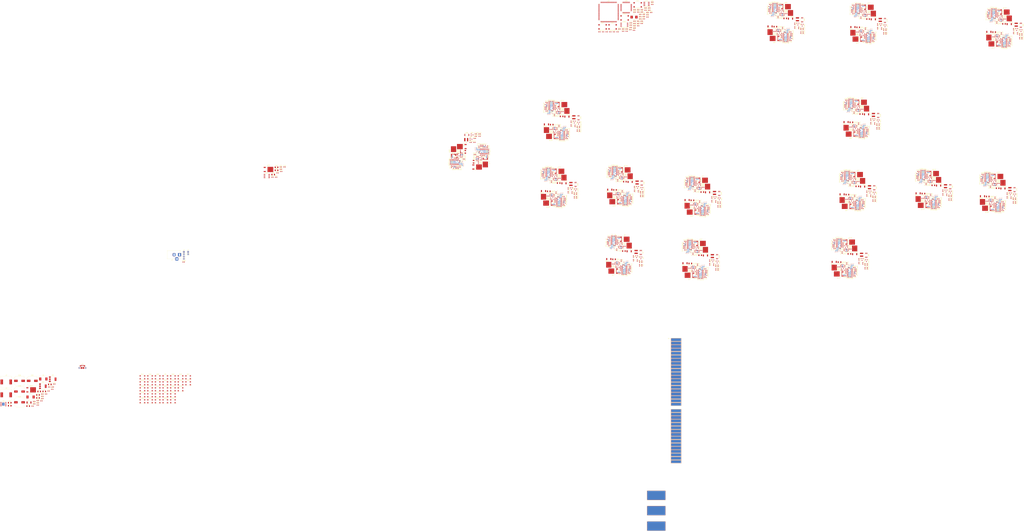
<source format=kicad_pcb>
(kicad_pcb (version 20171130) (host pcbnew 5.1.5)
  (layers (0 F.Cu signal) (1 In1.Cu signal) (2 In2.Cu signal) (31 B.Cu signal) (34 B.Paste user) (35 F.Paste user) (36 B.SilkS user) (37 F.SilkS user) (38 B.Mask user) (39 F.Mask user) (44 Edge.Cuts user))
  (net 0 "")
  (net 1 /VDD3.3V)
  (net 2 /VDD1.25V)
  (net 3 "Net-(C24-Pad1)")
  (net 4 "Net-(C27-Pad1)")
  (net 5 /CoreSheet/STM32F103_BTN_0)
  (net 6 /CoreSheet/STM32F103_BTN_1)
  (net 7 /CoreSheet/STM32F103_BTN_2)
  (net 8 GNDA)
  (net 9 "Net-(C38-Pad1)")
  (net 10 /VCC30V)
  (net 11 /VCC5V)
  (net 12 /U_PFC_VCC_ADJ)
  (net 13 "Net-(C45-Pad2)")
  (net 14 "Net-(C45-Pad1)")
  (net 15 "Net-(C46-Pad1)")
  (net 16 "Net-(C46-Pad2)")
  (net 17 "Net-(C47-Pad2)")
  (net 18 "Net-(C48-Pad1)")
  (net 19 "Net-(C49-Pad1)")
  (net 20 "Net-(C50-Pad1)")
  (net 21 "Net-(C50-Pad2)")
  (net 22 "Net-(C54-Pad1)")
  (net 23 "Net-(C55-Pad1)")
  (net 24 "Net-(C56-Pad1)")
  (net 25 /VCC12V)
  (net 26 "Net-(C58-Pad1)")
  (net 27 "Net-(C60-Pad1)")
  (net 28 "Net-(C63-Pad1)")
  (net 29 "Net-(C72-Pad1)")
  (net 30 "Net-(C73-Pad1)")
  (net 31 /U_PFC_FB_OVP_ADJ)
  (net 32 /PFC_VCC_DUT_0)
  (net 33 "Net-(C97-Pad1)")
  (net 34 /PFC_VCC_DUT_2)
  (net 35 "Net-(C100-Pad1)")
  (net 36 /PFC_VCC_DUT_3)
  (net 37 /PFC_VCC_DUT_1)
  (net 38 "Net-(D4-Pad2)")
  (net 39 "Net-(D8-Pad2)")
  (net 40 "Net-(D11-Pad2)")
  (net 41 "Net-(D12-Pad2)")
  (net 42 "Net-(D13-Pad2)")
  (net 43 /STM32F103_SWCLK)
  (net 44 /STM32F103_SWDIO)
  (net 45 /STM32F103_USB_D-)
  (net 46 "Net-(J2-Pad1)")
  (net 47 "Net-(J2-Pad4)")
  (net 48 /STM32F103_USB_D+)
  (net 49 "Net-(Q3-Pad1)")
  (net 50 "Net-(Q4-Pad1)")
  (net 51 "Net-(Q5-Pad2)")
  (net 52 "Net-(Q5-Pad1)")
  (net 53 "Net-(Q6-Pad1)")
  (net 54 "Net-(Q7-Pad1)")
  (net 55 "Net-(Q8-Pad1)")
  (net 56 /PFC_GATE_LOW_0)
  (net 57 /PFC_GATE_HIGH_0)
  (net 58 /PFC_GATE_HIGH_1)
  (net 59 /PFC_GATE_LOW_1)
  (net 60 "Net-(Q11-Pad1)")
  (net 61 "Net-(Q12-Pad1)")
  (net 62 "Net-(Q13-Pad1)")
  (net 63 "Net-(Q16-Pad1)")
  (net 64 "Net-(Q17-Pad1)")
  (net 65 "Net-(Q18-Pad1)")
  (net 66 "Net-(Q18-Pad2)")
  (net 67 "Net-(Q19-Pad1)")
  (net 68 /PFC_GATE_HIGH_2)
  (net 69 /PFC_GATE_LOW_2)
  (net 70 /PFC_GATE_LOW_3)
  (net 71 /PFC_GATE_HIGH_3)
  (net 72 "Net-(Q22-Pad1)")
  (net 73 /PFC_DUT_FB_OVP)
  (net 74 /CoreSheet/STM32F103_SIG_LED_0)
  (net 75 /CoreSheet/STM32F103_SIG_LED_1)
  (net 76 /CoreSheet/STM32F103_SIG_LED_2)
  (net 77 /CoreSheet/STM32F103_SIG_LED_3)
  (net 78 /CoreSheet/U_PFC_FB_OVP_ADJ_DAC)
  (net 79 /CoreSheet/U_PFC_VCC_ADJ_DAC)
  (net 80 /CoreSheet/W25Q32_NWP)
  (net 81 /CoreSheet/W25Q32_HOLD)
  (net 82 /CoreSheet/XC6SLX9_NCS)
  (net 83 /CoreSheet/XC6SLX9_PRG_B)
  (net 84 /CoreSheet/XC6SLX9_DONE)
  (net 85 /CoreSheet/XC6SLX9_M0)
  (net 86 /CoreSheet/XC6SLX9_INIT_B)
  (net 87 /CoreSheet/XC6SLX9_CLK)
  (net 88 /CoreSheet/XC6SLX9_HSWAPEN)
  (net 89 /CoreSheet/XC6SLX9_M1)
  (net 90 /ADS1118_MOSI)
  (net 91 /ADS1118_MISO)
  (net 92 /ADS1118_SCK)
  (net 93 /ADS1118_NCS_0)
  (net 94 /ADS1118_NCS_1)
  (net 95 /CoreSheet/W25Q32_NCS)
  (net 96 "Net-(C1-Pad1)")
  (net 97 "Net-(C2-Pad1)")
  (net 98 "Net-(C3-Pad2)")
  (net 99 "Net-(C3-Pad1)")
  (net 100 "Net-(C7-Pad1)")
  (net 101 "Net-(C7-Pad2)")
  (net 102 "Net-(C8-Pad2)")
  (net 103 "Net-(C8-Pad1)")
  (net 104 "Net-(C9-Pad1)")
  (net 105 "Net-(C9-Pad2)")
  (net 106 "Net-(C10-Pad2)")
  (net 107 /Cell_0_Sheet/CurrentSource_B_Sheet/PFC_CRNT)
  (net 108 "Net-(C11-Pad1)")
  (net 109 "Net-(C12-Pad1)")
  (net 110 "Net-(C13-Pad2)")
  (net 111 "Net-(C13-Pad1)")
  (net 112 "Net-(C17-Pad1)")
  (net 113 "Net-(C17-Pad2)")
  (net 114 "Net-(C18-Pad2)")
  (net 115 "Net-(C18-Pad1)")
  (net 116 "Net-(C19-Pad1)")
  (net 117 "Net-(C19-Pad2)")
  (net 118 "Net-(C20-Pad2)")
  (net 119 /Cell_0_Sheet/CurrentSource_A_Sheet/PFC_CRNT)
  (net 120 "Net-(C21-Pad1)")
  (net 121 "Net-(C22-Pad1)")
  (net 122 "Net-(C26-Pad1)")
  (net 123 "Net-(C28-Pad1)")
  (net 124 "Net-(C29-Pad1)")
  (net 125 "Net-(C39-Pad1)")
  (net 126 "Net-(C40-Pad2)")
  (net 127 "Net-(C40-Pad1)")
  (net 128 "Net-(C44-Pad1)")
  (net 129 "Net-(C44-Pad2)")
  (net 130 /Cell_1_Sheet/CurrentSource_B_Sheet/PFC_CRNT)
  (net 131 "Net-(C54-Pad2)")
  (net 132 "Net-(C55-Pad2)")
  (net 133 "Net-(C56-Pad2)")
  (net 134 "Net-(C57-Pad2)")
  (net 135 /Cell_1_Sheet/CurrentSource_A_Sheet/PFC_CRNT)
  (net 136 "Net-(C60-Pad2)")
  (net 137 "Net-(C64-Pad1)")
  (net 138 "Net-(C69-Pad1)")
  (net 139 "Net-(C70-Pad1)")
  (net 140 "Net-(D3-Pad1)")
  (net 141 "Net-(D7-Pad2)")
  (net 142 "Net-(D10-Pad4)")
  (net 143 "Net-(D14-Pad2)")
  (net 144 "Net-(Q9-Pad1)")
  (net 145 "Net-(Q10-Pad2)")
  (net 146 "Net-(Q10-Pad1)")
  (net 147 "Net-(Q13-Pad3)")
  (net 148 "Net-(Q20-Pad1)")
  (net 149 "Net-(Q21-Pad1)")
  (net 150 "Net-(Q23-Pad2)")
  (net 151 "Net-(Q23-Pad1)")
  (net 152 "Net-(Q24-Pad1)")
  (net 153 "Net-(Q25-Pad1)")
  (net 154 "Net-(Q26-Pad1)")
  (net 155 "Net-(Q26-Pad2)")
  (net 156 "Net-(R42-Pad1)")
  (net 157 "Net-(R46-Pad2)")
  (net 158 "Net-(R47-Pad2)")
  (net 159 "Net-(R49-Pad1)")
  (net 160 "Net-(R109-Pad2)")
  (net 161 "Net-(R110-Pad1)")
  (net 162 "Net-(R111-Pad2)")
  (net 163 "Net-(R116-Pad2)")
  (net 164 "Net-(R117-Pad2)")
  (net 165 /CoreSheet/XC6SLX9_W25Q32_SCK)
  (net 166 /CoreSheet/XC6SLX9_W25Q32_MISO)
  (net 167 /CoreSheet/XC6SLX9_W25Q32_MOSI)
  (net 168 /PFC_STOP_1)
  (net 169 /PFC_STOP_0)
  (net 170 /PFC_STOP_3)
  (net 171 /PFC_STOP_2)
  (net 172 /WS2812B_DIN)
  (net 173 "Net-(Q4-Pad3)")
  (net 174 "Net-(Q7-Pad3)")
  (net 175 "Net-(Q9-Pad3)")
  (net 176 "Net-(Q12-Pad3)")
  (net 177 "Net-(Q17-Pad3)")
  (net 178 "Net-(Q20-Pad3)")
  (net 179 "Net-(Q22-Pad3)")
  (net 180 "Net-(Q25-Pad3)")
  (net 181 "Net-(C62-Pad1)")
  (net 182 "Net-(C64-Pad2)")
  (net 183 "Net-(C68-Pad2)")
  (net 184 "Net-(C68-Pad1)")
  (net 185 "Net-(C69-Pad2)")
  (net 186 "Net-(C70-Pad2)")
  (net 187 /Cell_2_Sheet/CurrentSource_B_Sheet/PFC_CRNT)
  (net 188 "Net-(C71-Pad2)")
  (net 189 "Net-(C108-Pad1)")
  (net 190 "Net-(C108-Pad2)")
  (net 191 "Net-(C112-Pad2)")
  (net 192 "Net-(C112-Pad1)")
  (net 193 "Net-(C113-Pad1)")
  (net 194 "Net-(C113-Pad2)")
  (net 195 "Net-(C114-Pad2)")
  (net 196 "Net-(C114-Pad1)")
  (net 197 "Net-(C115-Pad2)")
  (net 198 /Cell_2_Sheet/CurrentSource_A_Sheet/PFC_CRNT)
  (net 199 "Net-(C116-Pad1)")
  (net 200 "Net-(C117-Pad1)")
  (net 201 "Net-(C118-Pad1)")
  (net 202 "Net-(C119-Pad1)")
  (net 203 "Net-(C119-Pad2)")
  (net 204 "Net-(C123-Pad2)")
  (net 205 "Net-(C123-Pad1)")
  (net 206 "Net-(C124-Pad1)")
  (net 207 "Net-(C124-Pad2)")
  (net 208 "Net-(C125-Pad2)")
  (net 209 "Net-(C125-Pad1)")
  (net 210 /Cell_3_Sheet/CurrentSource_B_Sheet/PFC_CRNT)
  (net 211 "Net-(C126-Pad2)")
  (net 212 "Net-(C127-Pad1)")
  (net 213 "Net-(C128-Pad1)")
  (net 214 "Net-(C129-Pad1)")
  (net 215 "Net-(C129-Pad2)")
  (net 216 "Net-(C133-Pad2)")
  (net 217 "Net-(C133-Pad1)")
  (net 218 "Net-(C134-Pad1)")
  (net 219 "Net-(C134-Pad2)")
  (net 220 "Net-(C135-Pad1)")
  (net 221 "Net-(C135-Pad2)")
  (net 222 "Net-(C136-Pad2)")
  (net 223 /Cell_3_Sheet/CurrentSource_A_Sheet/PFC_CRNT)
  (net 224 "Net-(C137-Pad1)")
  (net 225 "Net-(C138-Pad1)")
  (net 226 "Net-(C139-Pad1)")
  (net 227 "Net-(C140-Pad1)")
  (net 228 "Net-(C140-Pad2)")
  (net 229 "Net-(C144-Pad2)")
  (net 230 "Net-(C144-Pad1)")
  (net 231 "Net-(C145-Pad2)")
  (net 232 "Net-(C145-Pad1)")
  (net 233 "Net-(C146-Pad2)")
  (net 234 "Net-(C146-Pad1)")
  (net 235 /sheet5E8790F9/CurrentSource_B_Sheet/PFC_CRNT)
  (net 236 "Net-(C147-Pad2)")
  (net 237 "Net-(C148-Pad1)")
  (net 238 "Net-(C149-Pad1)")
  (net 239 "Net-(C150-Pad1)")
  (net 240 "Net-(C150-Pad2)")
  (net 241 "Net-(C154-Pad2)")
  (net 242 "Net-(C154-Pad1)")
  (net 243 "Net-(C155-Pad2)")
  (net 244 "Net-(C155-Pad1)")
  (net 245 "Net-(C156-Pad1)")
  (net 246 "Net-(C156-Pad2)")
  (net 247 "Net-(C157-Pad2)")
  (net 248 /sheet5E8790F9/CurrentSource_A_Sheet/PFC_CRNT)
  (net 249 "Net-(C158-Pad1)")
  (net 250 "Net-(C159-Pad1)")
  (net 251 "Net-(C160-Pad1)")
  (net 252 "Net-(C161-Pad1)")
  (net 253 "Net-(C161-Pad2)")
  (net 254 "Net-(C165-Pad2)")
  (net 255 "Net-(C165-Pad1)")
  (net 256 "Net-(C166-Pad1)")
  (net 257 "Net-(C166-Pad2)")
  (net 258 "Net-(C167-Pad2)")
  (net 259 "Net-(C167-Pad1)")
  (net 260 "Net-(C168-Pad2)")
  (net 261 /sheet5E9528FB/CurrentSource_B_Sheet/PFC_CRNT)
  (net 262 "Net-(C169-Pad1)")
  (net 263 "Net-(C170-Pad1)")
  (net 264 "Net-(C171-Pad1)")
  (net 265 "Net-(C171-Pad2)")
  (net 266 "Net-(C175-Pad2)")
  (net 267 "Net-(C175-Pad1)")
  (net 268 "Net-(C176-Pad1)")
  (net 269 "Net-(C176-Pad2)")
  (net 270 "Net-(C177-Pad2)")
  (net 271 "Net-(C177-Pad1)")
  (net 272 /sheet5E9528FB/CurrentSource_A_Sheet/PFC_CRNT)
  (net 273 "Net-(C178-Pad2)")
  (net 274 "Net-(C179-Pad1)")
  (net 275 "Net-(C180-Pad1)")
  (net 276 "Net-(C181-Pad1)")
  (net 277 "Net-(C182-Pad2)")
  (net 278 "Net-(C182-Pad1)")
  (net 279 "Net-(C186-Pad1)")
  (net 280 "Net-(C186-Pad2)")
  (net 281 "Net-(C187-Pad2)")
  (net 282 "Net-(C187-Pad1)")
  (net 283 "Net-(C188-Pad1)")
  (net 284 "Net-(C188-Pad2)")
  (net 285 "Net-(C189-Pad2)")
  (net 286 /sheet5E9528FC/CurrentSource_B_Sheet/PFC_CRNT)
  (net 287 "Net-(C190-Pad1)")
  (net 288 "Net-(C191-Pad1)")
  (net 289 "Net-(C192-Pad1)")
  (net 290 "Net-(C192-Pad2)")
  (net 291 "Net-(C196-Pad2)")
  (net 292 "Net-(C196-Pad1)")
  (net 293 "Net-(C197-Pad1)")
  (net 294 "Net-(C197-Pad2)")
  (net 295 "Net-(C198-Pad1)")
  (net 296 "Net-(C198-Pad2)")
  (net 297 "Net-(C199-Pad2)")
  (net 298 /sheet5E9528FC/CurrentSource_A_Sheet/PFC_CRNT)
  (net 299 "Net-(C200-Pad1)")
  (net 300 "Net-(C201-Pad1)")
  (net 301 "Net-(C202-Pad1)")
  (net 302 "Net-(C203-Pad2)")
  (net 303 "Net-(C203-Pad1)")
  (net 304 "Net-(C207-Pad2)")
  (net 305 "Net-(C207-Pad1)")
  (net 306 "Net-(C208-Pad2)")
  (net 307 "Net-(C208-Pad1)")
  (net 308 "Net-(C209-Pad1)")
  (net 309 "Net-(C209-Pad2)")
  (net 310 /sheet5E9528FD/CurrentSource_B_Sheet/PFC_CRNT)
  (net 311 "Net-(C210-Pad2)")
  (net 312 "Net-(C211-Pad1)")
  (net 313 "Net-(C212-Pad1)")
  (net 314 "Net-(C213-Pad2)")
  (net 315 "Net-(C213-Pad1)")
  (net 316 "Net-(C217-Pad1)")
  (net 317 "Net-(C217-Pad2)")
  (net 318 "Net-(C218-Pad2)")
  (net 319 "Net-(C218-Pad1)")
  (net 320 "Net-(C219-Pad1)")
  (net 321 "Net-(C219-Pad2)")
  (net 322 "Net-(C220-Pad2)")
  (net 323 /sheet5E9528FD/CurrentSource_A_Sheet/PFC_CRNT)
  (net 324 "Net-(C221-Pad1)")
  (net 325 "Net-(C222-Pad1)")
  (net 326 "Net-(C223-Pad1)")
  (net 327 "Net-(C224-Pad1)")
  (net 328 "Net-(C224-Pad2)")
  (net 329 "Net-(C228-Pad2)")
  (net 330 "Net-(C228-Pad1)")
  (net 331 "Net-(C229-Pad1)")
  (net 332 "Net-(C229-Pad2)")
  (net 333 "Net-(C230-Pad1)")
  (net 334 "Net-(C230-Pad2)")
  (net 335 /sheet5E9528FE/CurrentSource_B_Sheet/PFC_CRNT)
  (net 336 "Net-(C231-Pad2)")
  (net 337 "Net-(C232-Pad1)")
  (net 338 "Net-(C233-Pad1)")
  (net 339 "Net-(C234-Pad1)")
  (net 340 "Net-(C234-Pad2)")
  (net 341 "Net-(C238-Pad2)")
  (net 342 "Net-(C238-Pad1)")
  (net 343 "Net-(C239-Pad1)")
  (net 344 "Net-(C239-Pad2)")
  (net 345 "Net-(C240-Pad2)")
  (net 346 "Net-(C240-Pad1)")
  (net 347 /sheet5E9528FE/CurrentSource_A_Sheet/PFC_CRNT)
  (net 348 "Net-(C241-Pad2)")
  (net 349 "Net-(C242-Pad1)")
  (net 350 "Net-(C243-Pad1)")
  (net 351 "Net-(C244-Pad1)")
  (net 352 "Net-(C245-Pad2)")
  (net 353 "Net-(C245-Pad1)")
  (net 354 "Net-(C249-Pad1)")
  (net 355 "Net-(C249-Pad2)")
  (net 356 "Net-(C250-Pad1)")
  (net 357 "Net-(C250-Pad2)")
  (net 358 "Net-(C251-Pad1)")
  (net 359 "Net-(C251-Pad2)")
  (net 360 "Net-(C252-Pad2)")
  (net 361 /sheet5E9528FF/CurrentSource_B_Sheet/PFC_CRNT)
  (net 362 "Net-(C253-Pad1)")
  (net 363 "Net-(C254-Pad1)")
  (net 364 "Net-(C255-Pad2)")
  (net 365 "Net-(C255-Pad1)")
  (net 366 "Net-(C259-Pad2)")
  (net 367 "Net-(C259-Pad1)")
  (net 368 "Net-(C260-Pad2)")
  (net 369 "Net-(C260-Pad1)")
  (net 370 "Net-(C261-Pad1)")
  (net 371 "Net-(C261-Pad2)")
  (net 372 "Net-(C262-Pad2)")
  (net 373 /sheet5E9528FF/CurrentSource_A_Sheet/PFC_CRNT)
  (net 374 "Net-(C263-Pad1)")
  (net 375 "Net-(C264-Pad1)")
  (net 376 "Net-(C265-Pad1)")
  (net 377 "Net-(C266-Pad1)")
  (net 378 "Net-(C266-Pad2)")
  (net 379 "Net-(C270-Pad2)")
  (net 380 "Net-(C270-Pad1)")
  (net 381 "Net-(C271-Pad1)")
  (net 382 "Net-(C271-Pad2)")
  (net 383 "Net-(C272-Pad2)")
  (net 384 "Net-(C272-Pad1)")
  (net 385 "Net-(C273-Pad2)")
  (net 386 /sheet5E9AFF1E/CurrentSource_B_Sheet/PFC_CRNT)
  (net 387 "Net-(C274-Pad1)")
  (net 388 "Net-(C275-Pad1)")
  (net 389 "Net-(C276-Pad1)")
  (net 390 "Net-(C276-Pad2)")
  (net 391 "Net-(C280-Pad2)")
  (net 392 "Net-(C280-Pad1)")
  (net 393 "Net-(C281-Pad1)")
  (net 394 "Net-(C281-Pad2)")
  (net 395 "Net-(C282-Pad2)")
  (net 396 "Net-(C282-Pad1)")
  (net 397 /sheet5E9AFF1E/CurrentSource_A_Sheet/PFC_CRNT)
  (net 398 "Net-(C283-Pad2)")
  (net 399 "Net-(C284-Pad1)")
  (net 400 "Net-(C285-Pad1)")
  (net 401 "Net-(C286-Pad1)")
  (net 402 "Net-(C287-Pad2)")
  (net 403 "Net-(C287-Pad1)")
  (net 404 "Net-(C291-Pad1)")
  (net 405 "Net-(C291-Pad2)")
  (net 406 "Net-(C292-Pad2)")
  (net 407 "Net-(C292-Pad1)")
  (net 408 "Net-(C293-Pad2)")
  (net 409 "Net-(C293-Pad1)")
  (net 410 "Net-(C294-Pad2)")
  (net 411 /sheet5E9AFF1F/CurrentSource_B_Sheet/PFC_CRNT)
  (net 412 "Net-(C295-Pad1)")
  (net 413 "Net-(C296-Pad1)")
  (net 414 "Net-(C297-Pad1)")
  (net 415 "Net-(C297-Pad2)")
  (net 416 "Net-(C301-Pad1)")
  (net 417 "Net-(C301-Pad2)")
  (net 418 "Net-(C302-Pad2)")
  (net 419 "Net-(C302-Pad1)")
  (net 420 "Net-(C303-Pad1)")
  (net 421 "Net-(C303-Pad2)")
  (net 422 "Net-(C304-Pad2)")
  (net 423 /sheet5E9AFF1F/CurrentSource_A_Sheet/PFC_CRNT)
  (net 424 "Net-(C305-Pad1)")
  (net 425 "Net-(C306-Pad1)")
  (net 426 "Net-(C307-Pad1)")
  (net 427 "Net-(C308-Pad1)")
  (net 428 "Net-(C308-Pad2)")
  (net 429 "Net-(C312-Pad2)")
  (net 430 "Net-(C312-Pad1)")
  (net 431 "Net-(C313-Pad1)")
  (net 432 "Net-(C313-Pad2)")
  (net 433 "Net-(C314-Pad1)")
  (net 434 "Net-(C314-Pad2)")
  (net 435 "Net-(C315-Pad2)")
  (net 436 /sheet5E9AFF20/CurrentSource_B_Sheet/PFC_CRNT)
  (net 437 "Net-(C316-Pad1)")
  (net 438 "Net-(C317-Pad1)")
  (net 439 "Net-(C318-Pad2)")
  (net 440 "Net-(C318-Pad1)")
  (net 441 "Net-(C322-Pad2)")
  (net 442 "Net-(C322-Pad1)")
  (net 443 "Net-(C323-Pad2)")
  (net 444 "Net-(C323-Pad1)")
  (net 445 "Net-(C324-Pad2)")
  (net 446 "Net-(C324-Pad1)")
  (net 447 /sheet5E9AFF20/CurrentSource_A_Sheet/PFC_CRNT)
  (net 448 "Net-(C325-Pad2)")
  (net 449 "Net-(C326-Pad1)")
  (net 450 "Net-(C327-Pad1)")
  (net 451 "Net-(C328-Pad1)")
  (net 452 "Net-(C329-Pad1)")
  (net 453 "Net-(C329-Pad2)")
  (net 454 "Net-(C333-Pad2)")
  (net 455 "Net-(C333-Pad1)")
  (net 456 "Net-(C334-Pad2)")
  (net 457 "Net-(C334-Pad1)")
  (net 458 "Net-(C335-Pad2)")
  (net 459 "Net-(C335-Pad1)")
  (net 460 "Net-(C336-Pad2)")
  (net 461 /sheet5E9AFF21/CurrentSource_B_Sheet/PFC_CRNT)
  (net 462 "Net-(C337-Pad1)")
  (net 463 "Net-(C338-Pad1)")
  (net 464 "Net-(C339-Pad2)")
  (net 465 "Net-(C339-Pad1)")
  (net 466 "Net-(C343-Pad2)")
  (net 467 "Net-(C343-Pad1)")
  (net 468 "Net-(C344-Pad2)")
  (net 469 "Net-(C344-Pad1)")
  (net 470 "Net-(C345-Pad1)")
  (net 471 "Net-(C345-Pad2)")
  (net 472 "Net-(C346-Pad2)")
  (net 473 /sheet5E9AFF21/CurrentSource_A_Sheet/PFC_CRNT)
  (net 474 "Net-(C347-Pad1)")
  (net 475 "Net-(C348-Pad1)")
  (net 476 "Net-(C349-Pad1)")
  (net 477 "Net-(C350-Pad2)")
  (net 478 "Net-(C350-Pad1)")
  (net 479 "Net-(C354-Pad2)")
  (net 480 "Net-(C354-Pad1)")
  (net 481 "Net-(C355-Pad1)")
  (net 482 "Net-(C355-Pad2)")
  (net 483 "Net-(C356-Pad2)")
  (net 484 "Net-(C356-Pad1)")
  (net 485 /sheet5E9AFF22/CurrentSource_B_Sheet/PFC_CRNT)
  (net 486 "Net-(C357-Pad2)")
  (net 487 "Net-(C358-Pad1)")
  (net 488 "Net-(C359-Pad1)")
  (net 489 "Net-(C360-Pad1)")
  (net 490 "Net-(C360-Pad2)")
  (net 491 "Net-(C364-Pad1)")
  (net 492 "Net-(C364-Pad2)")
  (net 493 "Net-(C365-Pad1)")
  (net 494 "Net-(C365-Pad2)")
  (net 495 "Net-(C366-Pad2)")
  (net 496 "Net-(C366-Pad1)")
  (net 497 /sheet5E9AFF22/CurrentSource_A_Sheet/PFC_CRNT)
  (net 498 "Net-(C367-Pad2)")
  (net 499 "Net-(C368-Pad1)")
  (net 500 "Net-(D10-Pad2)")
  (net 501 "Net-(D15-Pad4)")
  (net 502 "Net-(D15-Pad2)")
  (net 503 "Net-(D16-Pad2)")
  (net 504 "Net-(D17-Pad4)")
  (net 505 "Net-(D18-Pad2)")
  (net 506 "Net-(D19-Pad4)")
  (net 507 "Net-(D20-Pad2)")
  (net 508 "Net-(D21-Pad4)")
  (net 509 "Net-(D22-Pad2)")
  (net 510 "Net-(D23-Pad2)")
  (net 511 "Net-(D24-Pad4)")
  (net 512 "Net-(D25-Pad2)")
  (net 513 "Net-(D26-Pad2)")
  (net 514 "Net-(D27-Pad4)")
  (net 515 "Net-(D28-Pad2)")
  (net 516 "Net-(D29-Pad2)")
  (net 517 "Net-(D30-Pad4)")
  (net 518 "Net-(D31-Pad2)")
  (net 519 "Net-(D32-Pad2)")
  (net 520 "Net-(D33-Pad4)")
  (net 521 "Net-(D34-Pad2)")
  (net 522 "Net-(D35-Pad2)")
  (net 523 "Net-(D36-Pad4)")
  (net 524 "Net-(D37-Pad2)")
  (net 525 "Net-(D38-Pad2)")
  (net 526 /PFC_VCC_DUT_4)
  (net 527 /PFC_VCC_DUT_5)
  (net 528 /PFC_VCC_DUT_8)
  (net 529 /PFC_VCC_DUT_9)
  (net 530 /PFC_VCC_DUT_7)
  (net 531 /PFC_VCC_DUT_6)
  (net 532 /PFC_VCC_DUT_10)
  (net 533 /PFC_VCC_DUT_13)
  (net 534 /PFC_VCC_DUT_14)
  (net 535 /PFC_GATE_HIGH_16)
  (net 536 /PFC_VCC_DUT_18)
  (net 537 /PFC_VCC_DUT_19)
  (net 538 /PFC_VCC_DUT_15)
  (net 539 /PFC_GATE_HIGH_17)
  (net 540 /PFC_VCC_DUT_12)
  (net 541 /PFC_VCC_DUT_11)
  (net 542 /PFC_VCC_DUT_20)
  (net 543 /PFC_VCC_DUT_21)
  (net 544 /PFC_VCC_DUT_22)
  (net 545 /PFC_VCC_DUT_23)
  (net 546 /PFC_VCC_DUT_25)
  (net 547 /PFC_VCC_DUT_26)
  (net 548 /PFC_VCC_DUT_27)
  (net 549 /PFC_VCC_DUT_24)
  (net 550 /PFC_VCC_DUT_29)
  (net 551 /PFC_VCC_DUT_28)
  (net 552 /PFC_GATE_HIGH_13)
  (net 553 /PFC_GATE_HIGH_14)
  (net 554 /PFC_GATE_HIGH_4)
  (net 555 /PFC_GATE_HIGH_11)
  (net 556 /PFC_GATE_HIGH_6)
  (net 557 /PFC_VCC_DUT_17)
  (net 558 /PFC_GATE_HIGH_15)
  (net 559 /PFC_GATE_HIGH_21)
  (net 560 /PFC_GATE_HIGH_8)
  (net 561 /PFC_GATE_HIGH_9)
  (net 562 /PFC_GATE_HIGH_18)
  (net 563 /PFC_GATE_HIGH_22)
  (net 564 /PFC_GATE_HIGH_5)
  (net 565 /PFC_GATE_HIGH_7)
  (net 566 /PFC_GATE_HIGH_25)
  (net 567 /PFC_GATE_HIGH_28)
  (net 568 /PFC_GATE_HIGH_23)
  (net 569 /PFC_GATE_HIGH_12)
  (net 570 /PFC_GATE_HIGH_29)
  (net 571 /PFC_GATE_HIGH_20)
  (net 572 /PFC_GATE_HIGH_10)
  (net 573 /PFC_GATE_HIGH_27)
  (net 574 /PFC_GATE_HIGH_24)
  (net 575 /PFC_GATE_HIGH_26)
  (net 576 /PFC_VCC_DUT_16)
  (net 577 /PFC_GATE_HIGH_19)
  (net 578 /PFC_GATE_LOW_4)
  (net 579 /PFC_GATE_LOW_5)
  (net 580 "Net-(Q29-Pad1)")
  (net 581 "Net-(Q30-Pad3)")
  (net 582 "Net-(Q30-Pad1)")
  (net 583 "Net-(Q31-Pad1)")
  (net 584 "Net-(Q31-Pad2)")
  (net 585 "Net-(Q32-Pad1)")
  (net 586 "Net-(Q33-Pad1)")
  (net 587 "Net-(Q33-Pad3)")
  (net 588 "Net-(Q34-Pad1)")
  (net 589 "Net-(Q35-Pad1)")
  (net 590 "Net-(Q35-Pad3)")
  (net 591 "Net-(Q36-Pad1)")
  (net 592 "Net-(Q36-Pad2)")
  (net 593 "Net-(Q37-Pad1)")
  (net 594 "Net-(Q38-Pad3)")
  (net 595 "Net-(Q38-Pad1)")
  (net 596 /PFC_GATE_LOW_6)
  (net 597 /PFC_GATE_LOW_7)
  (net 598 "Net-(Q41-Pad1)")
  (net 599 "Net-(Q42-Pad1)")
  (net 600 "Net-(Q42-Pad3)")
  (net 601 "Net-(Q43-Pad1)")
  (net 602 "Net-(Q43-Pad2)")
  (net 603 "Net-(Q44-Pad1)")
  (net 604 "Net-(Q45-Pad3)")
  (net 605 "Net-(Q45-Pad1)")
  (net 606 "Net-(Q46-Pad1)")
  (net 607 "Net-(Q47-Pad1)")
  (net 608 "Net-(Q47-Pad3)")
  (net 609 "Net-(Q48-Pad2)")
  (net 610 "Net-(Q48-Pad1)")
  (net 611 "Net-(Q49-Pad1)")
  (net 612 "Net-(Q50-Pad3)")
  (net 613 "Net-(Q50-Pad1)")
  (net 614 /PFC_GATE_LOW_8)
  (net 615 /PFC_GATE_LOW_9)
  (net 616 "Net-(Q53-Pad1)")
  (net 617 "Net-(Q54-Pad3)")
  (net 618 "Net-(Q54-Pad1)")
  (net 619 "Net-(Q55-Pad2)")
  (net 620 "Net-(Q55-Pad1)")
  (net 621 "Net-(Q56-Pad1)")
  (net 622 "Net-(Q57-Pad1)")
  (net 623 "Net-(Q57-Pad3)")
  (net 624 "Net-(Q58-Pad1)")
  (net 625 "Net-(Q59-Pad1)")
  (net 626 "Net-(Q59-Pad3)")
  (net 627 "Net-(Q60-Pad1)")
  (net 628 "Net-(Q60-Pad2)")
  (net 629 "Net-(Q61-Pad1)")
  (net 630 "Net-(Q62-Pad1)")
  (net 631 "Net-(Q62-Pad3)")
  (net 632 /PFC_GATE_LOW_10)
  (net 633 /PFC_GATE_LOW_11)
  (net 634 "Net-(Q65-Pad1)")
  (net 635 "Net-(Q66-Pad1)")
  (net 636 "Net-(Q66-Pad3)")
  (net 637 "Net-(Q67-Pad1)")
  (net 638 "Net-(Q67-Pad2)")
  (net 639 "Net-(Q68-Pad1)")
  (net 640 "Net-(Q69-Pad1)")
  (net 641 "Net-(Q69-Pad3)")
  (net 642 "Net-(Q70-Pad1)")
  (net 643 "Net-(Q71-Pad3)")
  (net 644 "Net-(Q71-Pad1)")
  (net 645 "Net-(Q72-Pad1)")
  (net 646 "Net-(Q72-Pad2)")
  (net 647 "Net-(Q73-Pad1)")
  (net 648 "Net-(Q74-Pad1)")
  (net 649 "Net-(Q74-Pad3)")
  (net 650 /PFC_GATE_LOW_12)
  (net 651 /PFC_GATE_LOW_13)
  (net 652 "Net-(Q77-Pad1)")
  (net 653 "Net-(Q78-Pad1)")
  (net 654 "Net-(Q78-Pad3)")
  (net 655 "Net-(Q79-Pad2)")
  (net 656 "Net-(Q79-Pad1)")
  (net 657 "Net-(Q80-Pad1)")
  (net 658 "Net-(Q81-Pad3)")
  (net 659 "Net-(Q81-Pad1)")
  (net 660 "Net-(Q82-Pad1)")
  (net 661 "Net-(Q83-Pad3)")
  (net 662 "Net-(Q83-Pad1)")
  (net 663 "Net-(Q84-Pad1)")
  (net 664 "Net-(Q84-Pad2)")
  (net 665 "Net-(Q85-Pad1)")
  (net 666 "Net-(Q86-Pad1)")
  (net 667 "Net-(Q86-Pad3)")
  (net 668 /PFC_GATE_LOW_14)
  (net 669 /PFC_GATE_LOW_15)
  (net 670 "Net-(Q89-Pad1)")
  (net 671 "Net-(Q90-Pad3)")
  (net 672 "Net-(Q90-Pad1)")
  (net 673 "Net-(Q91-Pad1)")
  (net 674 "Net-(Q91-Pad2)")
  (net 675 "Net-(Q92-Pad1)")
  (net 676 "Net-(Q93-Pad1)")
  (net 677 "Net-(Q93-Pad3)")
  (net 678 "Net-(Q94-Pad1)")
  (net 679 "Net-(Q95-Pad1)")
  (net 680 "Net-(Q95-Pad3)")
  (net 681 "Net-(Q96-Pad1)")
  (net 682 "Net-(Q96-Pad2)")
  (net 683 "Net-(Q97-Pad1)")
  (net 684 "Net-(Q98-Pad3)")
  (net 685 "Net-(Q98-Pad1)")
  (net 686 /PFC_GATE_LOW_16)
  (net 687 /PFC_GATE_LOW_17)
  (net 688 "Net-(Q101-Pad1)")
  (net 689 "Net-(Q102-Pad3)")
  (net 690 "Net-(Q102-Pad1)")
  (net 691 "Net-(Q103-Pad1)")
  (net 692 "Net-(Q103-Pad2)")
  (net 693 "Net-(Q104-Pad1)")
  (net 694 "Net-(Q105-Pad3)")
  (net 695 "Net-(Q105-Pad1)")
  (net 696 "Net-(Q106-Pad1)")
  (net 697 "Net-(Q107-Pad1)")
  (net 698 "Net-(Q107-Pad3)")
  (net 699 "Net-(Q108-Pad2)")
  (net 700 "Net-(Q108-Pad1)")
  (net 701 "Net-(Q109-Pad1)")
  (net 702 "Net-(Q110-Pad1)")
  (net 703 "Net-(Q110-Pad3)")
  (net 704 /PFC_GATE_LOW_18)
  (net 705 /PFC_GATE_LOW_19)
  (net 706 "Net-(Q113-Pad1)")
  (net 707 "Net-(Q114-Pad3)")
  (net 708 "Net-(Q114-Pad1)")
  (net 709 "Net-(Q115-Pad1)")
  (net 710 "Net-(Q115-Pad2)")
  (net 711 "Net-(Q116-Pad1)")
  (net 712 "Net-(Q117-Pad3)")
  (net 713 "Net-(Q117-Pad1)")
  (net 714 "Net-(Q118-Pad1)")
  (net 715 "Net-(Q119-Pad1)")
  (net 716 "Net-(Q119-Pad3)")
  (net 717 "Net-(Q120-Pad2)")
  (net 718 "Net-(Q120-Pad1)")
  (net 719 "Net-(Q121-Pad1)")
  (net 720 "Net-(Q122-Pad1)")
  (net 721 "Net-(Q122-Pad3)")
  (net 722 /PFC_GATE_LOW_20)
  (net 723 /PFC_GATE_LOW_21)
  (net 724 "Net-(Q125-Pad1)")
  (net 725 "Net-(Q126-Pad3)")
  (net 726 "Net-(Q126-Pad1)")
  (net 727 "Net-(Q127-Pad1)")
  (net 728 "Net-(Q127-Pad2)")
  (net 729 "Net-(Q128-Pad1)")
  (net 730 "Net-(Q129-Pad1)")
  (net 731 "Net-(Q129-Pad3)")
  (net 732 "Net-(Q130-Pad1)")
  (net 733 "Net-(Q131-Pad3)")
  (net 734 "Net-(Q131-Pad1)")
  (net 735 "Net-(Q132-Pad2)")
  (net 736 "Net-(Q132-Pad1)")
  (net 737 "Net-(Q133-Pad1)")
  (net 738 "Net-(Q134-Pad3)")
  (net 739 "Net-(Q134-Pad1)")
  (net 740 /PFC_GATE_LOW_22)
  (net 741 /PFC_GATE_LOW_23)
  (net 742 "Net-(Q137-Pad1)")
  (net 743 "Net-(Q138-Pad3)")
  (net 744 "Net-(Q138-Pad1)")
  (net 745 "Net-(Q139-Pad2)")
  (net 746 "Net-(Q139-Pad1)")
  (net 747 "Net-(Q140-Pad1)")
  (net 748 "Net-(Q141-Pad1)")
  (net 749 "Net-(Q141-Pad3)")
  (net 750 "Net-(Q142-Pad1)")
  (net 751 "Net-(Q143-Pad3)")
  (net 752 "Net-(Q143-Pad1)")
  (net 753 "Net-(Q144-Pad1)")
  (net 754 "Net-(Q144-Pad2)")
  (net 755 "Net-(Q145-Pad1)")
  (net 756 "Net-(Q146-Pad3)")
  (net 757 "Net-(Q146-Pad1)")
  (net 758 /PFC_GATE_LOW_24)
  (net 759 /PFC_GATE_LOW_25)
  (net 760 "Net-(Q149-Pad1)")
  (net 761 "Net-(Q150-Pad3)")
  (net 762 "Net-(Q150-Pad1)")
  (net 763 "Net-(Q151-Pad2)")
  (net 764 "Net-(Q151-Pad1)")
  (net 765 "Net-(Q152-Pad1)")
  (net 766 "Net-(Q153-Pad3)")
  (net 767 "Net-(Q153-Pad1)")
  (net 768 "Net-(Q154-Pad1)")
  (net 769 "Net-(Q155-Pad1)")
  (net 770 "Net-(Q155-Pad3)")
  (net 771 "Net-(Q156-Pad2)")
  (net 772 "Net-(Q156-Pad1)")
  (net 773 "Net-(Q157-Pad1)")
  (net 774 "Net-(Q158-Pad1)")
  (net 775 "Net-(Q158-Pad3)")
  (net 776 /PFC_GATE_LOW_26)
  (net 777 /PFC_GATE_LOW_27)
  (net 778 "Net-(Q161-Pad1)")
  (net 779 "Net-(Q162-Pad3)")
  (net 780 "Net-(Q162-Pad1)")
  (net 781 "Net-(Q163-Pad2)")
  (net 782 "Net-(Q163-Pad1)")
  (net 783 "Net-(Q164-Pad1)")
  (net 784 "Net-(Q165-Pad1)")
  (net 785 "Net-(Q165-Pad3)")
  (net 786 "Net-(Q166-Pad1)")
  (net 787 "Net-(Q167-Pad1)")
  (net 788 "Net-(Q167-Pad3)")
  (net 789 "Net-(Q168-Pad2)")
  (net 790 "Net-(Q168-Pad1)")
  (net 791 "Net-(Q169-Pad1)")
  (net 792 "Net-(Q170-Pad3)")
  (net 793 "Net-(Q170-Pad1)")
  (net 794 /PFC_GATE_LOW_28)
  (net 795 /PFC_GATE_LOW_29)
  (net 796 "Net-(Q173-Pad1)")
  (net 797 "Net-(Q174-Pad1)")
  (net 798 "Net-(Q174-Pad3)")
  (net 799 "Net-(Q175-Pad2)")
  (net 800 "Net-(Q175-Pad1)")
  (net 801 "Net-(Q176-Pad1)")
  (net 802 "Net-(Q177-Pad3)")
  (net 803 "Net-(Q177-Pad1)")
  (net 804 "Net-(Q178-Pad1)")
  (net 805 "Net-(Q179-Pad3)")
  (net 806 "Net-(Q179-Pad1)")
  (net 807 "Net-(Q180-Pad2)")
  (net 808 "Net-(Q180-Pad1)")
  (net 809 "Net-(Q181-Pad1)")
  (net 810 "Net-(Q182-Pad3)")
  (net 811 "Net-(Q182-Pad1)")
  (net 812 /PFC_STOP_5)
  (net 813 /PFC_STOP_4)
  (net 814 /PFC_STOP_7)
  (net 815 /PFC_STOP_6)
  (net 816 /PFC_STOP_9)
  (net 817 /PFC_STOP_8)
  (net 818 /PFC_STOP_11)
  (net 819 /PFC_STOP_10)
  (net 820 /PFC_STOP_13)
  (net 821 /PFC_STOP_12)
  (net 822 /PFC_STOP_15)
  (net 823 /PFC_STOP_14)
  (net 824 /PFC_STOP_17)
  (net 825 /PFC_STOP_16)
  (net 826 /PFC_STOP_19)
  (net 827 /PFC_STOP_18)
  (net 828 /PFC_STOP_21)
  (net 829 /PFC_STOP_20)
  (net 830 /PFC_STOP_23)
  (net 831 /PFC_STOP_22)
  (net 832 /PFC_STOP_25)
  (net 833 /PFC_STOP_24)
  (net 834 /PFC_STOP_27)
  (net 835 /PFC_STOP_26)
  (net 836 /PFC_STOP_29)
  (net 837 /PFC_STOP_28)
  (net 838 /ADS1118_NCS_2)
  (net 839 /ADS1118_NCS_3)
  (net 840 /ADS1118_NCS_4)
  (net 841 /ADS1118_NCS_5)
  (net 842 /ADS1118_NCS_6)
  (net 843 /ADS1118_NCS_7)
  (net 844 /ADS1118_NCS_8)
  (net 845 /ADS1118_NCS_9)
  (net 846 /ADS1118_NCS_10)
  (net 847 /ADS1118_NCS_11)
  (net 848 /ADS1118_NCS_12)
  (net 849 /ADS1118_NCS_13)
  (net 850 /ADS1118_NCS_14)
  (module Capacitor_SMD:C_0603_1608Metric (layer F.Cu) (at 737.72 82.800002 270)
    (fp_text reference C1 (at 0 -1.43 270) (layer F.SilkS))
    (fp_text value 0.1u)
    (pad 2 smd roundrect (at 0.7875 0 270) (size 0.875 0.95) (layers F.Cu F.Paste F.Mask) (net 8 GNDA))
    (pad 1 smd roundrect (at -0.7875 0 270) (size 0.875 0.95) (layers F.Cu F.Paste F.Mask) (net 96 "Net-(C1-Pad1)"))
  )
  (module Capacitor_SMD:C_0603_1608Metric (layer F.Cu) (at 707.495001 64.815001 180)
    (fp_text reference C2 (at 0 -1.43) (layer F.SilkS))
    (fp_text value 0.1u)
    (pad 2 smd roundrect (at 0.7875 0 180) (size 0.875 0.95) (layers F.Cu F.Paste F.Mask) (net 8 GNDA))
    (pad 1 smd roundrect (at -0.7875 0 180) (size 0.875 0.95) (layers F.Cu F.Paste F.Mask) (net 97 "Net-(C2-Pad1)"))
  )
  (module Capacitor_SMD:C_0603_1608Metric (layer F.Cu) (at 711.045001 62.895001 90)
    (fp_text reference C3 (at -3.38 -0.36 -90) (layer F.SilkS))
    (fp_text value 100p)
    (pad 1 smd roundrect (at -0.7875 0 90) (size 0.875 0.95) (layers F.Cu F.Paste F.Mask) (net 99 "Net-(C3-Pad1)"))
    (pad 2 smd roundrect (at 0.7875 0 90) (size 0.875 0.95) (layers F.Cu F.Paste F.Mask) (net 98 "Net-(C3-Pad2)"))
  )
  (module Capacitor_SMD:C_0603_1608Metric (layer B.Cu) (at 706.6275 59.755001 180)
    (fp_text reference C4 (at -3.447501 0.04 180) (layer B.SilkS) (effects (justify mirror)))
    (fp_text value 0.1u)
    (pad 1 smd roundrect (at -0.7875 0 180) (size 0.875 0.95) (layers B.Cu B.Paste B.Mask) (net 10 /VCC30V))
    (pad 2 smd roundrect (at 0.7875 0 180) (size 0.875 0.95) (layers B.Cu B.Paste B.Mask) (net 8 GNDA))
  )
  (module Capacitor_SMD:C_0603_1608Metric (layer B.Cu) (at 714.805001 67.085001 90)
    (fp_text reference C5 (at 0 1.43 270) (layer B.SilkS) (effects (justify mirror)))
    (fp_text value 0.1u)
    (pad 1 smd roundrect (at -0.7875 0 90) (size 0.875 0.95) (layers B.Cu B.Paste B.Mask) (net 11 /VCC5V))
    (pad 2 smd roundrect (at 0.7875 0 90) (size 0.875 0.95) (layers B.Cu B.Paste B.Mask) (net 8 GNDA))
  )
  (module Capacitor_SMD:C_0603_1608Metric (layer B.Cu) (at 707.425001 56.172502 90)
    (fp_text reference C6 (at 0 1.43 270) (layer B.SilkS) (effects (justify mirror)))
    (fp_text value 0.1u)
    (pad 1 smd roundrect (at -0.7875 0 90) (size 0.875 0.95) (layers B.Cu B.Paste B.Mask) (net 12 /U_PFC_VCC_ADJ))
    (pad 2 smd roundrect (at 0.7875 0 90) (size 0.875 0.95) (layers B.Cu B.Paste B.Mask) (net 8 GNDA))
  )
  (module Capacitor_SMD:C_0603_1608Metric (layer F.Cu) (at 716.795001 66.632501 270)
    (fp_text reference C7 (at 2.3725 -1.25) (layer F.SilkS))
    (fp_text value 100p)
    (pad 2 smd roundrect (at 0.7875 0 270) (size 0.875 0.95) (layers F.Cu F.Paste F.Mask) (net 101 "Net-(C7-Pad2)"))
    (pad 1 smd roundrect (at -0.7875 0 270) (size 0.875 0.95) (layers F.Cu F.Paste F.Mask) (net 100 "Net-(C7-Pad1)"))
  )
  (module Capacitor_SMD:C_0603_1608Metric (layer F.Cu) (at 708.415001 54.425001)
    (fp_text reference C8 (at -0.01 -1.22) (layer F.SilkS))
    (fp_text value 100p)
    (pad 1 smd roundrect (at -0.7875 0) (size 0.875 0.95) (layers F.Cu F.Paste F.Mask) (net 103 "Net-(C8-Pad1)"))
    (pad 2 smd roundrect (at 0.7875 0) (size 0.875 0.95) (layers F.Cu F.Paste F.Mask) (net 102 "Net-(C8-Pad2)"))
  )
  (module Capacitor_SMD:C_0603_1608Metric (layer F.Cu) (at 704.942502 54.425001)
    (fp_text reference C9 (at -0.267501 -1.49) (layer F.SilkS))
    (fp_text value 100p)
    (pad 2 smd roundrect (at 0.7875 0) (size 0.875 0.95) (layers F.Cu F.Paste F.Mask) (net 105 "Net-(C9-Pad2)"))
    (pad 1 smd roundrect (at -0.7875 0) (size 0.875 0.95) (layers F.Cu F.Paste F.Mask) (net 104 "Net-(C9-Pad1)"))
  )
  (module Capacitor_SMD:C_0603_1608Metric (layer F.Cu) (at 701.555001 65.155001 180)
    (fp_text reference C10 (at 0 -1.43) (layer F.SilkS))
    (fp_text value 0.22u)
    (pad 1 smd roundrect (at -0.7875 0 180) (size 0.875 0.95) (layers F.Cu F.Paste F.Mask) (net 107 /Cell_0_Sheet/CurrentSource_B_Sheet/PFC_CRNT))
    (pad 2 smd roundrect (at 0.7875 0 180) (size 0.875 0.95) (layers F.Cu F.Paste F.Mask) (net 106 "Net-(C10-Pad2)"))
  )
  (module Capacitor_SMD:C_0603_1608Metric (layer F.Cu) (at 701.065001 62.595001 270)
    (fp_text reference C11 (at -0.02 -1.27 270) (layer F.SilkS))
    (fp_text value 0.1u)
    (pad 2 smd roundrect (at 0.7875 0 270) (size 0.875 0.95) (layers F.Cu F.Paste F.Mask) (net 8 GNDA))
    (pad 1 smd roundrect (at -0.7875 0 270) (size 0.875 0.95) (layers F.Cu F.Paste F.Mask) (net 108 "Net-(C11-Pad1)"))
  )
  (module Capacitor_SMD:C_0603_1608Metric (layer F.Cu) (at 717.48 86.46)
    (fp_text reference C12 (at 0 -1.43) (layer F.SilkS))
    (fp_text value 0.1u)
    (pad 2 smd roundrect (at 0.7875 0) (size 0.875 0.95) (layers F.Cu F.Paste F.Mask) (net 8 GNDA))
    (pad 1 smd roundrect (at -0.7875 0) (size 0.875 0.95) (layers F.Cu F.Paste F.Mask) (net 109 "Net-(C12-Pad1)"))
  )
  (module Capacitor_SMD:C_0603_1608Metric (layer F.Cu) (at 713.93 88.38 270)
    (fp_text reference C13 (at -3.38 -0.36 90) (layer F.SilkS))
    (fp_text value 100p)
    (pad 1 smd roundrect (at -0.7875 0 270) (size 0.875 0.95) (layers F.Cu F.Paste F.Mask) (net 111 "Net-(C13-Pad1)"))
    (pad 2 smd roundrect (at 0.7875 0 270) (size 0.875 0.95) (layers F.Cu F.Paste F.Mask) (net 110 "Net-(C13-Pad2)"))
  )
  (module Capacitor_SMD:C_0603_1608Metric (layer B.Cu) (at 718.347501 91.52)
    (fp_text reference C14 (at -3.447501 0.04 180) (layer B.SilkS) (effects (justify mirror)))
    (fp_text value 0.1u)
    (pad 1 smd roundrect (at -0.7875 0) (size 0.875 0.95) (layers B.Cu B.Paste B.Mask) (net 10 /VCC30V))
    (pad 2 smd roundrect (at 0.7875 0) (size 0.875 0.95) (layers B.Cu B.Paste B.Mask) (net 8 GNDA))
  )
  (module Capacitor_SMD:C_0603_1608Metric (layer B.Cu) (at 710.17 84.19 270)
    (fp_text reference C15 (at 0 1.43 90) (layer B.SilkS) (effects (justify mirror)))
    (fp_text value 0.1u)
    (pad 2 smd roundrect (at 0.7875 0 270) (size 0.875 0.95) (layers B.Cu B.Paste B.Mask) (net 8 GNDA))
    (pad 1 smd roundrect (at -0.7875 0 270) (size 0.875 0.95) (layers B.Cu B.Paste B.Mask) (net 11 /VCC5V))
  )
  (module Capacitor_SMD:C_0603_1608Metric (layer B.Cu) (at 717.55 95.102499 270)
    (fp_text reference C16 (at 0 1.43 90) (layer B.SilkS) (effects (justify mirror)))
    (fp_text value 0.1u)
    (pad 1 smd roundrect (at -0.7875 0 270) (size 0.875 0.95) (layers B.Cu B.Paste B.Mask) (net 12 /U_PFC_VCC_ADJ))
    (pad 2 smd roundrect (at 0.7875 0 270) (size 0.875 0.95) (layers B.Cu B.Paste B.Mask) (net 8 GNDA))
  )
  (module Capacitor_SMD:C_0603_1608Metric (layer F.Cu) (at 708.18 84.6425 90)
    (fp_text reference C17 (at 2.3725 -1.25) (layer F.SilkS))
    (fp_text value 100p)
    (pad 2 smd roundrect (at 0.7875 0 90) (size 0.875 0.95) (layers F.Cu F.Paste F.Mask) (net 113 "Net-(C17-Pad2)"))
    (pad 1 smd roundrect (at -0.7875 0 90) (size 0.875 0.95) (layers F.Cu F.Paste F.Mask) (net 112 "Net-(C17-Pad1)"))
  )
  (module Capacitor_SMD:C_0603_1608Metric (layer F.Cu) (at 716.56 96.85 180)
    (fp_text reference C18 (at -0.01 -1.22) (layer F.SilkS))
    (fp_text value 100p)
    (pad 1 smd roundrect (at -0.7875 0 180) (size 0.875 0.95) (layers F.Cu F.Paste F.Mask) (net 115 "Net-(C18-Pad1)"))
    (pad 2 smd roundrect (at 0.7875 0 180) (size 0.875 0.95) (layers F.Cu F.Paste F.Mask) (net 114 "Net-(C18-Pad2)"))
  )
  (module Capacitor_SMD:C_0603_1608Metric (layer F.Cu) (at 720.032499 96.85 180)
    (fp_text reference C19 (at -0.267501 -1.49) (layer F.SilkS))
    (fp_text value 100p)
    (pad 2 smd roundrect (at 0.7875 0 180) (size 0.875 0.95) (layers F.Cu F.Paste F.Mask) (net 117 "Net-(C19-Pad2)"))
    (pad 1 smd roundrect (at -0.7875 0 180) (size 0.875 0.95) (layers F.Cu F.Paste F.Mask) (net 116 "Net-(C19-Pad1)"))
  )
  (module Capacitor_SMD:C_0603_1608Metric (layer F.Cu) (at 723.42 86.12)
    (fp_text reference C20 (at 0 -1.43) (layer F.SilkS))
    (fp_text value 0.22u)
    (pad 2 smd roundrect (at 0.7875 0) (size 0.875 0.95) (layers F.Cu F.Paste F.Mask) (net 118 "Net-(C20-Pad2)"))
    (pad 1 smd roundrect (at -0.7875 0) (size 0.875 0.95) (layers F.Cu F.Paste F.Mask) (net 119 /Cell_0_Sheet/CurrentSource_A_Sheet/PFC_CRNT))
  )
  (module Capacitor_SMD:C_0603_1608Metric (layer F.Cu) (at 723.91 88.679999 90)
    (fp_text reference C21 (at -0.02 -1.27 90) (layer F.SilkS))
    (fp_text value 0.1u)
    (pad 1 smd roundrect (at -0.7875 0 90) (size 0.875 0.95) (layers F.Cu F.Paste F.Mask) (net 120 "Net-(C21-Pad1)"))
    (pad 2 smd roundrect (at 0.7875 0 90) (size 0.875 0.95) (layers F.Cu F.Paste F.Mask) (net 8 GNDA))
  )
  (module Capacitor_SMD:C_0603_1608Metric (layer F.Cu) (at 79.325001 229.105001)
    (fp_text reference C22 (at 0 -1.43) (layer F.SilkS))
    (fp_text value 100p)
    (pad 1 smd roundrect (at -0.7875 0) (size 0.875 0.95) (layers F.Cu F.Paste F.Mask) (net 121 "Net-(C22-Pad1)"))
    (pad 2 smd roundrect (at 0.7875 0) (size 0.875 0.95) (layers F.Cu F.Paste F.Mask) (net 8 GNDA))
  )
  (module Capacitor_SMD:C_1206_3216Metric (layer F.Cu) (at 70.505001 230.105001)
    (fp_text reference C23 (at 0 -1.82) (layer F.SilkS))
    (fp_text value 1u)
    (pad 2 smd roundrect (at 1.4 0) (size 1.25 1.75) (layers F.Cu F.Paste F.Mask) (roundrect_rratio 0.2) (net 8 GNDA))
    (pad 1 smd roundrect (at -1.4 0) (size 1.25 1.75) (layers F.Cu F.Paste F.Mask) (roundrect_rratio 0.2) (net 25 /VCC12V))
  )
  (module Capacitor_SMD:C_0603_1608Metric (layer F.Cu) (at 66.265001 237.465001)
    (fp_text reference C24 (at 0 -1.43) (layer F.SilkS))
    (fp_text value 0.1u)
    (pad 2 smd roundrect (at 0.7875 0) (size 0.875 0.95) (layers F.Cu F.Paste F.Mask) (net 8 GNDA))
    (pad 1 smd roundrect (at -0.7875 0) (size 0.875 0.95) (layers F.Cu F.Paste F.Mask) (net 3 "Net-(C24-Pad1)"))
  )
  (module Capacitor_SMD:CP_Elec_10x10 (layer F.Cu) (at 50.080001 238.185001)
    (fp_text reference C25 (at 0 -6.2) (layer F.SilkS))
    (fp_text value 470u)
    (pad 2 smd roundrect (at 4 0) (size 4 2.5) (layers F.Cu F.Paste F.Mask) (roundrect_rratio 0.1) (net 8 GNDA))
    (pad 1 smd roundrect (at -4 0) (size 4 2.5) (layers F.Cu F.Paste F.Mask) (roundrect_rratio 0.1) (net 25 /VCC12V))
  )
  (module Capacitor_SMD:C_0603_1608Metric (layer F.Cu) (at 82.225001 225.815001)
    (fp_text reference C26 (at 0 -1.43) (layer F.SilkS))
    (fp_text value 100p)
    (pad 1 smd roundrect (at -0.7875 0) (size 0.875 0.95) (layers F.Cu F.Paste F.Mask) (net 122 "Net-(C26-Pad1)"))
    (pad 2 smd roundrect (at 0.7875 0) (size 0.875 0.95) (layers F.Cu F.Paste F.Mask) (net 8 GNDA))
  )
  (module Capacitor_SMD:C_0603_1608Metric (layer F.Cu) (at 82.785001 221.355001)
    (fp_text reference C27 (at 0 -1.43) (layer F.SilkS))
    (fp_text value 0.1u)
    (pad 2 smd roundrect (at 0.7875 0) (size 0.875 0.95) (layers F.Cu F.Paste F.Mask) (net 8 GNDA))
    (pad 1 smd roundrect (at -0.7875 0) (size 0.875 0.95) (layers F.Cu F.Paste F.Mask) (net 4 "Net-(C27-Pad1)"))
  )
  (module Capacitor_SMD:C_0603_1608Metric (layer F.Cu) (at 66.265001 239.975001)
    (fp_text reference C28 (at 0 -1.43) (layer F.SilkS))
    (fp_text value 0.1u)
    (pad 1 smd roundrect (at -0.7875 0) (size 0.875 0.95) (layers F.Cu F.Paste F.Mask) (net 123 "Net-(C28-Pad1)"))
    (pad 2 smd roundrect (at 0.7875 0) (size 0.875 0.95) (layers F.Cu F.Paste F.Mask) (net 8 GNDA))
  )
  (module Capacitor_SMD:C_0603_1608Metric (layer F.Cu) (at 88.395001 218.065001)
    (fp_text reference C29 (at 0 -1.43) (layer F.SilkS))
    (fp_text value 0.1u)
    (pad 1 smd roundrect (at -0.7875 0) (size 0.875 0.95) (layers F.Cu F.Paste F.Mask) (net 124 "Net-(C29-Pad1)"))
    (pad 2 smd roundrect (at 0.7875 0) (size 0.875 0.95) (layers F.Cu F.Paste F.Mask) (net 8 GNDA))
  )
  (module Capacitor_SMD:C_1206_3216Metric (layer F.Cu) (at 39.255001 241.995001)
    (fp_text reference C30 (at 0 -1.82) (layer F.SilkS))
    (fp_text value 1u)
    (pad 1 smd roundrect (at -1.4 0) (size 1.25 1.75) (layers F.Cu F.Paste F.Mask) (roundrect_rratio 0.2) (net 25 /VCC12V))
    (pad 2 smd roundrect (at 1.4 0) (size 1.25 1.75) (layers F.Cu F.Paste F.Mask) (roundrect_rratio 0.2) (net 8 GNDA))
  )
  (module Capacitor_SMD:CP_Elec_10x10 (layer F.Cu) (at 64.160001 214.485001)
    (fp_text reference C31 (at 0 -6.2) (layer F.SilkS))
    (fp_text value 470u)
    (pad 2 smd roundrect (at 4 0) (size 4 2.5) (layers F.Cu F.Paste F.Mask) (roundrect_rratio 0.1) (net 8 GNDA))
    (pad 1 smd roundrect (at -4 0) (size 4 2.5) (layers F.Cu F.Paste F.Mask) (roundrect_rratio 0.1) (net 25 /VCC12V))
  )
  (module Capacitor_SMD:C_1206_3216Metric (layer F.Cu) (at 39.255001 238.705001)
    (fp_text reference C32 (at 0 -1.82) (layer F.SilkS))
    (fp_text value 1u)
    (pad 1 smd roundrect (at -1.4 0) (size 1.25 1.75) (layers F.Cu F.Paste F.Mask) (roundrect_rratio 0.2) (net 11 /VCC5V))
    (pad 2 smd roundrect (at 1.4 0) (size 1.25 1.75) (layers F.Cu F.Paste F.Mask) (roundrect_rratio 0.2) (net 8 GNDA))
  )
  (module Capacitor_SMD:CP_Elec_10x10 (layer F.Cu) (at 50.080001 226.335001)
    (fp_text reference C33 (at 0 -6.2) (layer F.SilkS))
    (fp_text value 100u)
    (pad 1 smd roundrect (at -4 0) (size 4 2.5) (layers F.Cu F.Paste F.Mask) (roundrect_rratio 0.1) (net 11 /VCC5V))
    (pad 2 smd roundrect (at 4 0) (size 4 2.5) (layers F.Cu F.Paste F.Mask) (roundrect_rratio 0.1) (net 8 GNDA))
  )
  (module Capacitor_SMD:C_1206_3216Metric (layer F.Cu) (at 71.805001 226.205001)
    (fp_text reference C34 (at 0 -1.82) (layer F.SilkS))
    (fp_text value 1u)
    (pad 2 smd roundrect (at 1.4 0) (size 1.25 1.75) (layers F.Cu F.Paste F.Mask) (roundrect_rratio 0.2) (net 8 GNDA))
    (pad 1 smd roundrect (at -1.4 0) (size 1.25 1.75) (layers F.Cu F.Paste F.Mask) (roundrect_rratio 0.2) (net 10 /VCC30V))
  )
  (module Capacitor_SMD:CP_Elec_10x10 (layer F.Cu) (at 50.080001 214.485001)
    (fp_text reference C35 (at 0 -6.2) (layer F.SilkS))
    (fp_text value 100u)
    (pad 1 smd roundrect (at -4 0) (size 4 2.5) (layers F.Cu F.Paste F.Mask) (roundrect_rratio 0.1) (net 10 /VCC30V))
    (pad 2 smd roundrect (at 4 0) (size 4 2.5) (layers F.Cu F.Paste F.Mask) (roundrect_rratio 0.1) (net 8 GNDA))
  )
  (module Capacitor_SMD:C_1206_3216Metric (layer F.Cu) (at 59.655001 242.405001)
    (fp_text reference C36 (at 0 -1.82) (layer F.SilkS))
    (fp_text value 1u)
    (pad 1 smd roundrect (at -1.4 0) (size 1.25 1.75) (layers F.Cu F.Paste F.Mask) (roundrect_rratio 0.2) (net 1 /VDD3.3V))
    (pad 2 smd roundrect (at 1.4 0) (size 1.25 1.75) (layers F.Cu F.Paste F.Mask) (roundrect_rratio 0.2) (net 8 GNDA))
  )
  (module Capacitor_SMD:C_1206_3216Metric (layer F.Cu) (at 77.415001 226.205001)
    (fp_text reference C37 (at 0 -1.82) (layer F.SilkS))
    (fp_text value 1u)
    (pad 2 smd roundrect (at 1.4 0) (size 1.25 1.75) (layers F.Cu F.Paste F.Mask) (roundrect_rratio 0.2) (net 2 /VDD1.25V))
    (pad 1 smd roundrect (at -1.4 0) (size 1.25 1.75) (layers F.Cu F.Paste F.Mask) (roundrect_rratio 0.2) (net 8 GNDA))
  )
  (module Capacitor_SMD:C_0603_1608Metric (layer F.Cu) (at 1007.51 -173.549998 270)
    (fp_text reference C38 (at 0 -1.43 270) (layer F.SilkS))
    (fp_text value 0.1u)
    (pad 2 smd roundrect (at 0.7875 0 270) (size 0.875 0.95) (layers F.Cu F.Paste F.Mask) (net 8 GNDA))
    (pad 1 smd roundrect (at -0.7875 0 270) (size 0.875 0.95) (layers F.Cu F.Paste F.Mask) (net 9 "Net-(C38-Pad1)"))
  )
  (module Capacitor_SMD:C_0603_1608Metric (layer F.Cu) (at 977.285001 -191.534999 180)
    (fp_text reference C39 (at 0 -1.43) (layer F.SilkS))
    (fp_text value 0.1u)
    (pad 2 smd roundrect (at 0.7875 0 180) (size 0.875 0.95) (layers F.Cu F.Paste F.Mask) (net 8 GNDA))
    (pad 1 smd roundrect (at -0.7875 0 180) (size 0.875 0.95) (layers F.Cu F.Paste F.Mask) (net 125 "Net-(C39-Pad1)"))
  )
  (module Capacitor_SMD:C_0603_1608Metric (layer F.Cu) (at 980.835001 -193.454999 90)
    (fp_text reference C40 (at -3.38 -0.36 -90) (layer F.SilkS))
    (fp_text value 100p)
    (pad 1 smd roundrect (at -0.7875 0 90) (size 0.875 0.95) (layers F.Cu F.Paste F.Mask) (net 127 "Net-(C40-Pad1)"))
    (pad 2 smd roundrect (at 0.7875 0 90) (size 0.875 0.95) (layers F.Cu F.Paste F.Mask) (net 126 "Net-(C40-Pad2)"))
  )
  (module Capacitor_SMD:C_0603_1608Metric (layer B.Cu) (at 976.4175 -196.594999 180)
    (fp_text reference C41 (at -3.447501 0.04 180) (layer B.SilkS) (effects (justify mirror)))
    (fp_text value 0.1u)
    (pad 1 smd roundrect (at -0.7875 0 180) (size 0.875 0.95) (layers B.Cu B.Paste B.Mask) (net 10 /VCC30V))
    (pad 2 smd roundrect (at 0.7875 0 180) (size 0.875 0.95) (layers B.Cu B.Paste B.Mask) (net 8 GNDA))
  )
  (module Capacitor_SMD:C_0603_1608Metric (layer B.Cu) (at 984.595001 -189.264999 90)
    (fp_text reference C42 (at 0 1.43 270) (layer B.SilkS) (effects (justify mirror)))
    (fp_text value 0.1u)
    (pad 2 smd roundrect (at 0.7875 0 90) (size 0.875 0.95) (layers B.Cu B.Paste B.Mask) (net 8 GNDA))
    (pad 1 smd roundrect (at -0.7875 0 90) (size 0.875 0.95) (layers B.Cu B.Paste B.Mask) (net 11 /VCC5V))
  )
  (module Capacitor_SMD:C_0603_1608Metric (layer B.Cu) (at 977.215001 -200.177498 90)
    (fp_text reference C43 (at 0 1.43 270) (layer B.SilkS) (effects (justify mirror)))
    (fp_text value 0.1u)
    (pad 1 smd roundrect (at -0.7875 0 90) (size 0.875 0.95) (layers B.Cu B.Paste B.Mask) (net 12 /U_PFC_VCC_ADJ))
    (pad 2 smd roundrect (at 0.7875 0 90) (size 0.875 0.95) (layers B.Cu B.Paste B.Mask) (net 8 GNDA))
  )
  (module Capacitor_SMD:C_0603_1608Metric (layer F.Cu) (at 986.585001 -189.717499 270)
    (fp_text reference C44 (at 2.3725 -1.25) (layer F.SilkS))
    (fp_text value 100p)
    (pad 2 smd roundrect (at 0.7875 0 270) (size 0.875 0.95) (layers F.Cu F.Paste F.Mask) (net 129 "Net-(C44-Pad2)"))
    (pad 1 smd roundrect (at -0.7875 0 270) (size 0.875 0.95) (layers F.Cu F.Paste F.Mask) (net 128 "Net-(C44-Pad1)"))
  )
  (module Capacitor_SMD:C_0603_1608Metric (layer F.Cu) (at 978.205001 -201.924999)
    (fp_text reference C45 (at -0.01 -1.22) (layer F.SilkS))
    (fp_text value 100p)
    (pad 1 smd roundrect (at -0.7875 0) (size 0.875 0.95) (layers F.Cu F.Paste F.Mask) (net 14 "Net-(C45-Pad1)"))
    (pad 2 smd roundrect (at 0.7875 0) (size 0.875 0.95) (layers F.Cu F.Paste F.Mask) (net 13 "Net-(C45-Pad2)"))
  )
  (module Capacitor_SMD:C_0603_1608Metric (layer F.Cu) (at 974.732502 -201.924999)
    (fp_text reference C46 (at -0.267501 -1.49) (layer F.SilkS))
    (fp_text value 100p)
    (pad 2 smd roundrect (at 0.7875 0) (size 0.875 0.95) (layers F.Cu F.Paste F.Mask) (net 16 "Net-(C46-Pad2)"))
    (pad 1 smd roundrect (at -0.7875 0) (size 0.875 0.95) (layers F.Cu F.Paste F.Mask) (net 15 "Net-(C46-Pad1)"))
  )
  (module Capacitor_SMD:C_0603_1608Metric (layer F.Cu) (at 971.345001 -191.194999 180)
    (fp_text reference C47 (at 0 -1.43) (layer F.SilkS))
    (fp_text value 0.22u)
    (pad 2 smd roundrect (at 0.7875 0 180) (size 0.875 0.95) (layers F.Cu F.Paste F.Mask) (net 17 "Net-(C47-Pad2)"))
    (pad 1 smd roundrect (at -0.7875 0 180) (size 0.875 0.95) (layers F.Cu F.Paste F.Mask) (net 130 /Cell_1_Sheet/CurrentSource_B_Sheet/PFC_CRNT))
  )
  (module Capacitor_SMD:C_0603_1608Metric (layer F.Cu) (at 970.855001 -193.754999 270)
    (fp_text reference C48 (at -0.02 -1.27 270) (layer F.SilkS))
    (fp_text value 0.1u)
    (pad 1 smd roundrect (at -0.7875 0 270) (size 0.875 0.95) (layers F.Cu F.Paste F.Mask) (net 18 "Net-(C48-Pad1)"))
    (pad 2 smd roundrect (at 0.7875 0 270) (size 0.875 0.95) (layers F.Cu F.Paste F.Mask) (net 8 GNDA))
  )
  (module Capacitor_SMD:C_0603_1608Metric (layer F.Cu) (at 987.27 -169.89)
    (fp_text reference C49 (at 0 -1.43) (layer F.SilkS))
    (fp_text value 0.1u)
    (pad 1 smd roundrect (at -0.7875 0) (size 0.875 0.95) (layers F.Cu F.Paste F.Mask) (net 19 "Net-(C49-Pad1)"))
    (pad 2 smd roundrect (at 0.7875 0) (size 0.875 0.95) (layers F.Cu F.Paste F.Mask) (net 8 GNDA))
  )
  (module Capacitor_SMD:C_0603_1608Metric (layer F.Cu) (at 983.72 -167.97 270)
    (fp_text reference C50 (at -3.38 -0.36 90) (layer F.SilkS))
    (fp_text value 100p)
    (pad 2 smd roundrect (at 0.7875 0 270) (size 0.875 0.95) (layers F.Cu F.Paste F.Mask) (net 21 "Net-(C50-Pad2)"))
    (pad 1 smd roundrect (at -0.7875 0 270) (size 0.875 0.95) (layers F.Cu F.Paste F.Mask) (net 20 "Net-(C50-Pad1)"))
  )
  (module Capacitor_SMD:C_0603_1608Metric (layer B.Cu) (at 988.137501 -164.83)
    (fp_text reference C51 (at -3.447501 0.04 180) (layer B.SilkS) (effects (justify mirror)))
    (fp_text value 0.1u)
    (pad 1 smd roundrect (at -0.7875 0) (size 0.875 0.95) (layers B.Cu B.Paste B.Mask) (net 10 /VCC30V))
    (pad 2 smd roundrect (at 0.7875 0) (size 0.875 0.95) (layers B.Cu B.Paste B.Mask) (net 8 GNDA))
  )
  (module Capacitor_SMD:C_0603_1608Metric (layer B.Cu) (at 979.96 -172.16 270)
    (fp_text reference C52 (at 0 1.43 90) (layer B.SilkS) (effects (justify mirror)))
    (fp_text value 0.1u)
    (pad 2 smd roundrect (at 0.7875 0 270) (size 0.875 0.95) (layers B.Cu B.Paste B.Mask) (net 8 GNDA))
    (pad 1 smd roundrect (at -0.7875 0 270) (size 0.875 0.95) (layers B.Cu B.Paste B.Mask) (net 11 /VCC5V))
  )
  (module Capacitor_SMD:C_0603_1608Metric (layer B.Cu) (at 987.34 -161.247501 270)
    (fp_text reference C53 (at 0 1.43 90) (layer B.SilkS) (effects (justify mirror)))
    (fp_text value 0.1u)
    (pad 2 smd roundrect (at 0.7875 0 270) (size 0.875 0.95) (layers B.Cu B.Paste B.Mask) (net 8 GNDA))
    (pad 1 smd roundrect (at -0.7875 0 270) (size 0.875 0.95) (layers B.Cu B.Paste B.Mask) (net 12 /U_PFC_VCC_ADJ))
  )
  (module Capacitor_SMD:C_0603_1608Metric (layer F.Cu) (at 977.97 -171.7075 90)
    (fp_text reference C54 (at 2.3725 -1.25) (layer F.SilkS))
    (fp_text value 100p)
    (pad 1 smd roundrect (at -0.7875 0 90) (size 0.875 0.95) (layers F.Cu F.Paste F.Mask) (net 22 "Net-(C54-Pad1)"))
    (pad 2 smd roundrect (at 0.7875 0 90) (size 0.875 0.95) (layers F.Cu F.Paste F.Mask) (net 131 "Net-(C54-Pad2)"))
  )
  (module Capacitor_SMD:C_0603_1608Metric (layer F.Cu) (at 986.35 -159.5 180)
    (fp_text reference C55 (at -0.01 -1.22) (layer F.SilkS))
    (fp_text value 100p)
    (pad 2 smd roundrect (at 0.7875 0 180) (size 0.875 0.95) (layers F.Cu F.Paste F.Mask) (net 132 "Net-(C55-Pad2)"))
    (pad 1 smd roundrect (at -0.7875 0 180) (size 0.875 0.95) (layers F.Cu F.Paste F.Mask) (net 23 "Net-(C55-Pad1)"))
  )
  (module Capacitor_SMD:C_0603_1608Metric (layer F.Cu) (at 989.822499 -159.5 180)
    (fp_text reference C56 (at -0.267501 -1.49) (layer F.SilkS))
    (fp_text value 100p)
    (pad 2 smd roundrect (at 0.7875 0 180) (size 0.875 0.95) (layers F.Cu F.Paste F.Mask) (net 133 "Net-(C56-Pad2)"))
    (pad 1 smd roundrect (at -0.7875 0 180) (size 0.875 0.95) (layers F.Cu F.Paste F.Mask) (net 24 "Net-(C56-Pad1)"))
  )
  (module Capacitor_SMD:C_0603_1608Metric (layer F.Cu) (at 993.21 -170.23)
    (fp_text reference C57 (at 0 -1.43) (layer F.SilkS))
    (fp_text value 0.22u)
    (pad 2 smd roundrect (at 0.7875 0) (size 0.875 0.95) (layers F.Cu F.Paste F.Mask) (net 134 "Net-(C57-Pad2)"))
    (pad 1 smd roundrect (at -0.7875 0) (size 0.875 0.95) (layers F.Cu F.Paste F.Mask) (net 135 /Cell_1_Sheet/CurrentSource_A_Sheet/PFC_CRNT))
  )
  (module Capacitor_SMD:C_0603_1608Metric (layer F.Cu) (at 993.7 -167.670001 90)
    (fp_text reference C58 (at -0.02 -1.27 90) (layer F.SilkS))
    (fp_text value 0.1u)
    (pad 1 smd roundrect (at -0.7875 0 90) (size 0.875 0.95) (layers F.Cu F.Paste F.Mask) (net 26 "Net-(C58-Pad1)"))
    (pad 2 smd roundrect (at 0.7875 0 90) (size 0.875 0.95) (layers F.Cu F.Paste F.Mask) (net 8 GNDA))
  )
  (module Capacitor_SMD:C_0603_1608Metric (layer F.Cu) (at 342.895001 -21.834999)
    (fp_text reference C59 (at 0 -1.43) (layer F.SilkS))
    (fp_text value 0.1u)
    (pad 2 smd roundrect (at 0.7875 0) (size 0.875 0.95) (layers F.Cu F.Paste F.Mask) (net 8 GNDA))
    (pad 1 smd roundrect (at -0.7875 0) (size 0.875 0.95) (layers F.Cu F.Paste F.Mask) (net 31 /U_PFC_FB_OVP_ADJ))
  )
  (module Capacitor_SMD:C_0603_1608Metric (layer F.Cu) (at 335.185001 -15.254999)
    (fp_text reference C60 (at 0 -1.43) (layer F.SilkS))
    (fp_text value 100p)
    (pad 1 smd roundrect (at -0.7875 0) (size 0.875 0.95) (layers F.Cu F.Paste F.Mask) (net 27 "Net-(C60-Pad1)"))
    (pad 2 smd roundrect (at 0.7875 0) (size 0.875 0.95) (layers F.Cu F.Paste F.Mask) (net 136 "Net-(C60-Pad2)"))
  )
  (module Capacitor_SMD:C_0603_1608Metric (layer F.Cu) (at 329.575001 -10.494999)
    (fp_text reference C61 (at 0 -1.43) (layer F.SilkS))
    (fp_text value 0.1u)
    (pad 2 smd roundrect (at 0.7875 0) (size 0.875 0.95) (layers F.Cu F.Paste F.Mask) (net 8 GNDA))
    (pad 1 smd roundrect (at -0.7875 0) (size 0.875 0.95) (layers F.Cu F.Paste F.Mask) (net 25 /VCC12V))
  )
  (module Capacitor_SMD:C_0603_1608Metric (layer F.Cu) (at 821.98 87.410002 270)
    (fp_text reference C62 (at 0 -1.43 270) (layer F.SilkS))
    (fp_text value 0.1u)
    (pad 1 smd roundrect (at -0.7875 0 270) (size 0.875 0.95) (layers F.Cu F.Paste F.Mask) (net 181 "Net-(C62-Pad1)"))
    (pad 2 smd roundrect (at 0.7875 0 270) (size 0.875 0.95) (layers F.Cu F.Paste F.Mask) (net 8 GNDA))
  )
  (module Capacitor_SMD:C_0603_1608Metric (layer F.Cu) (at 791.755001 69.425001 180)
    (fp_text reference C63 (at 0 -1.43) (layer F.SilkS))
    (fp_text value 0.1u)
    (pad 2 smd roundrect (at 0.7875 0 180) (size 0.875 0.95) (layers F.Cu F.Paste F.Mask) (net 8 GNDA))
    (pad 1 smd roundrect (at -0.7875 0 180) (size 0.875 0.95) (layers F.Cu F.Paste F.Mask) (net 28 "Net-(C63-Pad1)"))
  )
  (module Capacitor_SMD:C_0603_1608Metric (layer F.Cu) (at 795.305001 67.505001 90)
    (fp_text reference C64 (at -3.38 -0.36 -90) (layer F.SilkS))
    (fp_text value 100p)
    (pad 2 smd roundrect (at 0.7875 0 90) (size 0.875 0.95) (layers F.Cu F.Paste F.Mask) (net 182 "Net-(C64-Pad2)"))
    (pad 1 smd roundrect (at -0.7875 0 90) (size 0.875 0.95) (layers F.Cu F.Paste F.Mask) (net 137 "Net-(C64-Pad1)"))
  )
  (module Capacitor_SMD:C_0603_1608Metric (layer B.Cu) (at 790.8875 64.365001 180)
    (fp_text reference C65 (at -3.447501 0.04 180) (layer B.SilkS) (effects (justify mirror)))
    (fp_text value 0.1u)
    (pad 2 smd roundrect (at 0.7875 0 180) (size 0.875 0.95) (layers B.Cu B.Paste B.Mask) (net 8 GNDA))
    (pad 1 smd roundrect (at -0.7875 0 180) (size 0.875 0.95) (layers B.Cu B.Paste B.Mask) (net 10 /VCC30V))
  )
  (module Capacitor_SMD:C_0603_1608Metric (layer B.Cu) (at 799.065001 71.695001 90)
    (fp_text reference C66 (at 0 1.43 270) (layer B.SilkS) (effects (justify mirror)))
    (fp_text value 0.1u)
    (pad 1 smd roundrect (at -0.7875 0 90) (size 0.875 0.95) (layers B.Cu B.Paste B.Mask) (net 11 /VCC5V))
    (pad 2 smd roundrect (at 0.7875 0 90) (size 0.875 0.95) (layers B.Cu B.Paste B.Mask) (net 8 GNDA))
  )
  (module Capacitor_SMD:C_0603_1608Metric (layer B.Cu) (at 791.685001 60.782502 90)
    (fp_text reference C67 (at 0 1.43 270) (layer B.SilkS) (effects (justify mirror)))
    (fp_text value 0.1u)
    (pad 1 smd roundrect (at -0.7875 0 90) (size 0.875 0.95) (layers B.Cu B.Paste B.Mask) (net 12 /U_PFC_VCC_ADJ))
    (pad 2 smd roundrect (at 0.7875 0 90) (size 0.875 0.95) (layers B.Cu B.Paste B.Mask) (net 8 GNDA))
  )
  (module Capacitor_SMD:C_0603_1608Metric (layer F.Cu) (at 801.055001 71.242501 270)
    (fp_text reference C68 (at 2.3725 -1.25) (layer F.SilkS))
    (fp_text value 100p)
    (pad 2 smd roundrect (at 0.7875 0 270) (size 0.875 0.95) (layers F.Cu F.Paste F.Mask) (net 183 "Net-(C68-Pad2)"))
    (pad 1 smd roundrect (at -0.7875 0 270) (size 0.875 0.95) (layers F.Cu F.Paste F.Mask) (net 184 "Net-(C68-Pad1)"))
  )
  (module Capacitor_SMD:C_0603_1608Metric (layer F.Cu) (at 792.675001 59.035001)
    (fp_text reference C69 (at -0.01 -1.22) (layer F.SilkS))
    (fp_text value 100p)
    (pad 1 smd roundrect (at -0.7875 0) (size 0.875 0.95) (layers F.Cu F.Paste F.Mask) (net 138 "Net-(C69-Pad1)"))
    (pad 2 smd roundrect (at 0.7875 0) (size 0.875 0.95) (layers F.Cu F.Paste F.Mask) (net 185 "Net-(C69-Pad2)"))
  )
  (module Capacitor_SMD:C_0603_1608Metric (layer F.Cu) (at 789.202502 59.035001)
    (fp_text reference C70 (at -0.267501 -1.49) (layer F.SilkS))
    (fp_text value 100p)
    (pad 2 smd roundrect (at 0.7875 0) (size 0.875 0.95) (layers F.Cu F.Paste F.Mask) (net 186 "Net-(C70-Pad2)"))
    (pad 1 smd roundrect (at -0.7875 0) (size 0.875 0.95) (layers F.Cu F.Paste F.Mask) (net 139 "Net-(C70-Pad1)"))
  )
  (module Capacitor_SMD:C_0603_1608Metric (layer F.Cu) (at 785.815001 69.765001 180)
    (fp_text reference C71 (at 0 -1.43) (layer F.SilkS))
    (fp_text value 0.22u)
    (pad 1 smd roundrect (at -0.7875 0 180) (size 0.875 0.95) (layers F.Cu F.Paste F.Mask) (net 187 /Cell_2_Sheet/CurrentSource_B_Sheet/PFC_CRNT))
    (pad 2 smd roundrect (at 0.7875 0 180) (size 0.875 0.95) (layers F.Cu F.Paste F.Mask) (net 188 "Net-(C71-Pad2)"))
  )
  (module Capacitor_SMD:C_0603_1608Metric (layer F.Cu) (at 785.325001 67.205001 270)
    (fp_text reference C72 (at -0.02 -1.27 270) (layer F.SilkS))
    (fp_text value 0.1u)
    (pad 1 smd roundrect (at -0.7875 0 270) (size 0.875 0.95) (layers F.Cu F.Paste F.Mask) (net 29 "Net-(C72-Pad1)"))
    (pad 2 smd roundrect (at 0.7875 0 270) (size 0.875 0.95) (layers F.Cu F.Paste F.Mask) (net 8 GNDA))
  )
  (module Capacitor_SMD:C_0603_1608Metric (layer F.Cu) (at 801.74 91.07)
    (fp_text reference C73 (at 0 -1.43) (layer F.SilkS))
    (fp_text value 0.1u)
    (pad 2 smd roundrect (at 0.7875 0) (size 0.875 0.95) (layers F.Cu F.Paste F.Mask) (net 8 GNDA))
    (pad 1 smd roundrect (at -0.7875 0) (size 0.875 0.95) (layers F.Cu F.Paste F.Mask) (net 30 "Net-(C73-Pad1)"))
  )
  (module Capacitor_SMD:C_0603_1608Metric (layer F.Cu) (at 725.585001 -181.054999)
    (fp_text reference C74 (at 0 -1.43) (layer F.SilkS))
    (fp_text value 0.1u)
    (pad 1 smd roundrect (at -0.7875 0) (size 0.875 0.95) (layers F.Cu F.Paste F.Mask) (net 1 /VDD3.3V))
    (pad 2 smd roundrect (at 0.7875 0) (size 0.875 0.95) (layers F.Cu F.Paste F.Mask) (net 8 GNDA))
  )
  (module Capacitor_SMD:C_0603_1608Metric (layer F.Cu) (at 702.915001 -171.154999)
    (fp_text reference C75 (at 0 -1.43) (layer F.SilkS))
    (fp_text value 0.1u)
    (pad 2 smd roundrect (at 0.7875 0) (size 0.875 0.95) (layers F.Cu F.Paste F.Mask) (net 8 GNDA))
    (pad 1 smd roundrect (at -0.7875 0) (size 0.875 0.95) (layers F.Cu F.Paste F.Mask) (net 1 /VDD3.3V))
  )
  (module Capacitor_SMD:C_0603_1608Metric (layer F.Cu) (at 698.905001 -171.154999)
    (fp_text reference C76 (at 0 -1.43) (layer F.SilkS))
    (fp_text value 0.1u)
    (pad 1 smd roundrect (at -0.7875 0) (size 0.875 0.95) (layers F.Cu F.Paste F.Mask) (net 1 /VDD3.3V))
    (pad 2 smd roundrect (at 0.7875 0) (size 0.875 0.95) (layers F.Cu F.Paste F.Mask) (net 8 GNDA))
  )
  (module Capacitor_SMD:C_0603_1608Metric (layer F.Cu) (at 694.895001 -171.154999)
    (fp_text reference C77 (at 0 -1.43) (layer F.SilkS))
    (fp_text value 0.1u)
    (pad 2 smd roundrect (at 0.7875 0) (size 0.875 0.95) (layers F.Cu F.Paste F.Mask) (net 8 GNDA))
    (pad 1 smd roundrect (at -0.7875 0) (size 0.875 0.95) (layers F.Cu F.Paste F.Mask) (net 2 /VDD1.25V))
  )
  (module Capacitor_SMD:C_0603_1608Metric (layer F.Cu) (at 733.605001 -180.344999)
    (fp_text reference C78 (at 0 -1.43) (layer F.SilkS))
    (fp_text value 0.1u)
    (pad 1 smd roundrect (at -0.7875 0) (size 0.875 0.95) (layers F.Cu F.Paste F.Mask) (net 1 /VDD3.3V))
    (pad 2 smd roundrect (at 0.7875 0) (size 0.875 0.95) (layers F.Cu F.Paste F.Mask) (net 8 GNDA))
  )
  (module Capacitor_SMD:C_0603_1608Metric (layer F.Cu) (at 743.955001 -187.464999)
    (fp_text reference C79 (at 0 -1.43) (layer F.SilkS))
    (fp_text value 0.1u)
    (pad 2 smd roundrect (at 0.7875 0) (size 0.875 0.95) (layers F.Cu F.Paste F.Mask) (net 8 GNDA))
    (pad 1 smd roundrect (at -0.7875 0) (size 0.875 0.95) (layers F.Cu F.Paste F.Mask) (net 1 /VDD3.3V))
  )
  (module Capacitor_SMD:C_0603_1608Metric (layer F.Cu) (at 729.065001 -172.814999)
    (fp_text reference C80 (at 0 -1.43) (layer F.SilkS))
    (fp_text value 0.1u)
    (pad 1 smd roundrect (at -0.7875 0) (size 0.875 0.95) (layers F.Cu F.Paste F.Mask) (net 2 /VDD1.25V))
    (pad 2 smd roundrect (at 0.7875 0) (size 0.875 0.95) (layers F.Cu F.Paste F.Mask) (net 8 GNDA))
  )
  (module Capacitor_SMD:C_0603_1608Metric (layer F.Cu) (at 739.945001 -187.974999)
    (fp_text reference C81 (at 0 -1.43) (layer F.SilkS))
    (fp_text value 0.1u)
    (pad 2 smd roundrect (at 0.7875 0) (size 0.875 0.95) (layers F.Cu F.Paste F.Mask) (net 8 GNDA))
    (pad 1 smd roundrect (at -0.7875 0) (size 0.875 0.95) (layers F.Cu F.Paste F.Mask) (net 1 /VDD3.3V))
  )
  (module Capacitor_SMD:C_0603_1608Metric (layer F.Cu) (at 733.605001 -177.834999)
    (fp_text reference C82 (at 0 -1.43) (layer F.SilkS))
    (fp_text value 0.1u)
    (pad 1 smd roundrect (at -0.7875 0) (size 0.875 0.95) (layers F.Cu F.Paste F.Mask) (net 1 /VDD3.3V))
    (pad 2 smd roundrect (at 0.7875 0) (size 0.875 0.95) (layers F.Cu F.Paste F.Mask) (net 8 GNDA))
  )
  (module Capacitor_SMD:C_0603_1608Metric (layer F.Cu) (at 747.965001 -192.484999)
    (fp_text reference C83 (at 0 -1.43) (layer F.SilkS))
    (fp_text value 0.1u)
    (pad 2 smd roundrect (at 0.7875 0) (size 0.875 0.95) (layers F.Cu F.Paste F.Mask) (net 8 GNDA))
    (pad 1 smd roundrect (at -0.7875 0) (size 0.875 0.95) (layers F.Cu F.Paste F.Mask) (net 2 /VDD1.25V))
  )
  (module Capacitor_SMD:C_0603_1608Metric (layer F.Cu) (at 737.615001 -182.874999)
    (fp_text reference C84 (at 0 -1.43) (layer F.SilkS))
    (fp_text value 0.1u)
    (pad 1 smd roundrect (at -0.7875 0) (size 0.875 0.95) (layers F.Cu F.Paste F.Mask) (net 1 /VDD3.3V))
    (pad 2 smd roundrect (at 0.7875 0) (size 0.875 0.95) (layers F.Cu F.Paste F.Mask) (net 8 GNDA))
  )
  (module Capacitor_SMD:C_0603_1608Metric (layer F.Cu) (at 729.595001 -175.324999)
    (fp_text reference C85 (at 0 -1.43) (layer F.SilkS))
    (fp_text value 0.1u)
    (pad 2 smd roundrect (at 0.7875 0) (size 0.875 0.95) (layers F.Cu F.Paste F.Mask) (net 8 GNDA))
    (pad 1 smd roundrect (at -0.7875 0) (size 0.875 0.95) (layers F.Cu F.Paste F.Mask) (net 1 /VDD3.3V))
  )
  (module Capacitor_SMD:C_0603_1608Metric (layer F.Cu) (at 743.955001 -189.974999)
    (fp_text reference C86 (at 0 -1.43) (layer F.SilkS))
    (fp_text value 0.1u)
    (pad 1 smd roundrect (at -0.7875 0) (size 0.875 0.95) (layers F.Cu F.Paste F.Mask) (net 2 /VDD1.25V))
    (pad 2 smd roundrect (at 0.7875 0) (size 0.875 0.95) (layers F.Cu F.Paste F.Mask) (net 8 GNDA))
  )
  (module Capacitor_SMD:C_0603_1608Metric (layer F.Cu) (at 739.945001 -185.464999)
    (fp_text reference C87 (at 0 -1.43) (layer F.SilkS))
    (fp_text value 0.1u)
    (pad 1 smd roundrect (at -0.7875 0) (size 0.875 0.95) (layers F.Cu F.Paste F.Mask) (net 1 /VDD3.3V))
    (pad 2 smd roundrect (at 0.7875 0) (size 0.875 0.95) (layers F.Cu F.Paste F.Mask) (net 8 GNDA))
  )
  (module Capacitor_SMD:C_0603_1608Metric (layer F.Cu) (at 739.945001 -190.484999)
    (fp_text reference C88 (at 0 -1.43) (layer F.SilkS))
    (fp_text value 0.1u)
    (pad 1 smd roundrect (at -0.7875 0) (size 0.875 0.95) (layers F.Cu F.Paste F.Mask) (net 1 /VDD3.3V))
    (pad 2 smd roundrect (at 0.7875 0) (size 0.875 0.95) (layers F.Cu F.Paste F.Mask) (net 8 GNDA))
  )
  (module Capacitor_SMD:C_0603_1608Metric (layer F.Cu) (at 743.955001 -192.484999)
    (fp_text reference C89 (at 0 -1.43) (layer F.SilkS))
    (fp_text value 0.1u)
    (pad 1 smd roundrect (at -0.7875 0) (size 0.875 0.95) (layers F.Cu F.Paste F.Mask) (net 2 /VDD1.25V))
    (pad 2 smd roundrect (at 0.7875 0) (size 0.875 0.95) (layers F.Cu F.Paste F.Mask) (net 8 GNDA))
  )
  (module Capacitor_SMD:C_0603_1608Metric (layer F.Cu) (at 749.185001 -203.954999)
    (fp_text reference C90 (at 0 -1.43) (layer F.SilkS))
    (fp_text value 0.1u)
    (pad 2 smd roundrect (at 0.7875 0) (size 0.875 0.95) (layers F.Cu F.Paste F.Mask) (net 8 GNDA))
    (pad 1 smd roundrect (at -0.7875 0) (size 0.875 0.95) (layers F.Cu F.Paste F.Mask) (net 1 /VDD3.3V))
  )
  (module Capacitor_SMD:C_0603_1608Metric (layer F.Cu) (at 733.735001 -192.914999)
    (fp_text reference C91 (at 0 -1.43) (layer F.SilkS))
    (fp_text value 0.1u)
    (pad 2 smd roundrect (at 0.7875 0) (size 0.875 0.95) (layers F.Cu F.Paste F.Mask) (net 8 GNDA))
    (pad 1 smd roundrect (at -0.7875 0) (size 0.875 0.95) (layers F.Cu F.Paste F.Mask) (net 1 /VDD3.3V))
  )
  (module Capacitor_SMD:C_0603_1608Metric (layer F.Cu) (at 741.795001 -194.994999)
    (fp_text reference C92 (at 0 -1.43) (layer F.SilkS))
    (fp_text value 0.1u)
    (pad 2 smd roundrect (at 0.7875 0) (size 0.875 0.95) (layers F.Cu F.Paste F.Mask) (net 8 GNDA))
    (pad 1 smd roundrect (at -0.7875 0) (size 0.875 0.95) (layers F.Cu F.Paste F.Mask) (net 1 /VDD3.3V))
  )
  (module Capacitor_SMD:C_0603_1608Metric (layer F.Cu) (at 721.045001 -174.284999)
    (fp_text reference C93 (at 0 -1.43) (layer F.SilkS))
    (fp_text value 0.1u)
    (pad 2 smd roundrect (at 0.7875 0) (size 0.875 0.95) (layers F.Cu F.Paste F.Mask) (net 8 GNDA))
    (pad 1 smd roundrect (at -0.7875 0) (size 0.875 0.95) (layers F.Cu F.Paste F.Mask) (net 1 /VDD3.3V))
  )
  (module Capacitor_SMD:C_0603_1608Metric (layer F.Cu) (at 729.595001 -182.854999)
    (fp_text reference C94 (at 0 -1.43) (layer F.SilkS))
    (fp_text value 0.1u)
    (pad 1 smd roundrect (at -0.7875 0) (size 0.875 0.95) (layers F.Cu F.Paste F.Mask) (net 1 /VDD3.3V))
    (pad 2 smd roundrect (at 0.7875 0) (size 0.875 0.95) (layers F.Cu F.Paste F.Mask) (net 8 GNDA))
  )
  (module Capacitor_SMD:C_0603_1608Metric (layer F.Cu) (at 749.185001 -201.444999)
    (fp_text reference C95 (at 0 -1.43) (layer F.SilkS))
    (fp_text value 0.1u)
    (pad 2 smd roundrect (at 0.7875 0) (size 0.875 0.95) (layers F.Cu F.Paste F.Mask) (net 8 GNDA))
    (pad 1 smd roundrect (at -0.7875 0) (size 0.875 0.95) (layers F.Cu F.Paste F.Mask) (net 1 /VDD3.3V))
  )
  (module Capacitor_SMD:C_0603_1608Metric (layer F.Cu) (at 737.785001 -192.994999)
    (fp_text reference C96 (at 0 -1.43) (layer F.SilkS))
    (fp_text value 0.1u)
    (pad 1 smd roundrect (at -0.7875 0) (size 0.875 0.95) (layers F.Cu F.Paste F.Mask) (net 1 /VDD3.3V))
    (pad 2 smd roundrect (at 0.7875 0) (size 0.875 0.95) (layers F.Cu F.Paste F.Mask) (net 8 GNDA))
  )
  (module Capacitor_SMD:C_0603_1608Metric (layer F.Cu) (at 735.935001 -187.894999)
    (fp_text reference C97 (at 0 -1.43) (layer F.SilkS))
    (fp_text value 10p)
    (pad 2 smd roundrect (at 0.7875 0) (size 0.875 0.95) (layers F.Cu F.Paste F.Mask) (net 8 GNDA))
    (pad 1 smd roundrect (at -0.7875 0) (size 0.875 0.95) (layers F.Cu F.Paste F.Mask) (net 33 "Net-(C97-Pad1)"))
  )
  (module Capacitor_SMD:C_0603_1608Metric (layer F.Cu) (at 745.805001 -197.504999)
    (fp_text reference C98 (at 0 -1.43) (layer F.SilkS))
    (fp_text value 0.1u)
    (pad 1 smd roundrect (at -0.7875 0) (size 0.875 0.95) (layers F.Cu F.Paste F.Mask) (net 1 /VDD3.3V))
    (pad 2 smd roundrect (at 0.7875 0) (size 0.875 0.95) (layers F.Cu F.Paste F.Mask) (net 8 GNDA))
  )
  (module Capacitor_SMD:C_0603_1608Metric (layer F.Cu) (at 690.885001 -171.154999)
    (fp_text reference C99 (at 0 -1.43) (layer F.SilkS))
    (fp_text value 0.1u)
    (pad 1 smd roundrect (at -0.7875 0) (size 0.875 0.95) (layers F.Cu F.Paste F.Mask) (net 1 /VDD3.3V))
    (pad 2 smd roundrect (at 0.7875 0) (size 0.875 0.95) (layers F.Cu F.Paste F.Mask) (net 8 GNDA))
  )
  (module Capacitor_SMD:C_0603_1608Metric (layer F.Cu) (at 741.795001 -197.504999)
    (fp_text reference C100 (at 0 -1.43) (layer F.SilkS))
    (fp_text value 10p)
    (pad 1 smd roundrect (at -0.7875 0) (size 0.875 0.95) (layers F.Cu F.Paste F.Mask) (net 35 "Net-(C100-Pad1)"))
    (pad 2 smd roundrect (at 0.7875 0) (size 0.875 0.95) (layers F.Cu F.Paste F.Mask) (net 8 GNDA))
  )
  (module Capacitor_SMD:C_0603_1608Metric (layer F.Cu) (at 717.035001 -171.774999)
    (fp_text reference C101 (at 0 -1.43) (layer F.SilkS))
    (fp_text value 0.1u)
    (pad 1 smd roundrect (at -0.7875 0) (size 0.875 0.95) (layers F.Cu F.Paste F.Mask) (net 5 /CoreSheet/STM32F103_BTN_0))
    (pad 2 smd roundrect (at 0.7875 0) (size 0.875 0.95) (layers F.Cu F.Paste F.Mask) (net 8 GNDA))
  )
  (module Capacitor_SMD:C_0603_1608Metric (layer F.Cu) (at 735.935001 -190.404999)
    (fp_text reference C102 (at 0 -1.43) (layer F.SilkS))
    (fp_text value 0.1u)
    (pad 2 smd roundrect (at 0.7875 0) (size 0.875 0.95) (layers F.Cu F.Paste F.Mask) (net 8 GNDA))
    (pad 1 smd roundrect (at -0.7875 0) (size 0.875 0.95) (layers F.Cu F.Paste F.Mask) (net 1 /VDD3.3V))
  )
  (module Capacitor_SMD:C_0603_1608Metric (layer F.Cu) (at 717.035001 -174.284999)
    (fp_text reference C103 (at 0 -1.43) (layer F.SilkS))
    (fp_text value 0.1u)
    (pad 1 smd roundrect (at -0.7875 0) (size 0.875 0.95) (layers F.Cu F.Paste F.Mask) (net 1 /VDD3.3V))
    (pad 2 smd roundrect (at 0.7875 0) (size 0.875 0.95) (layers F.Cu F.Paste F.Mask) (net 8 GNDA))
  )
  (module Capacitor_SMD:C_0603_1608Metric (layer F.Cu) (at 737.785001 -195.504999)
    (fp_text reference C104 (at 0 -1.43) (layer F.SilkS))
    (fp_text value 0.1u)
    (pad 2 smd roundrect (at 0.7875 0) (size 0.875 0.95) (layers F.Cu F.Paste F.Mask) (net 8 GNDA))
    (pad 1 smd roundrect (at -0.7875 0) (size 0.875 0.95) (layers F.Cu F.Paste F.Mask) (net 1 /VDD3.3V))
  )
  (module Capacitor_SMD:C_0603_1608Metric (layer F.Cu) (at 710.935001 -171.154999)
    (fp_text reference C105 (at 0 -1.43) (layer F.SilkS))
    (fp_text value 0.1u)
    (pad 2 smd roundrect (at 0.7875 0) (size 0.875 0.95) (layers F.Cu F.Paste F.Mask) (net 8 GNDA))
    (pad 1 smd roundrect (at -0.7875 0) (size 0.875 0.95) (layers F.Cu F.Paste F.Mask) (net 6 /CoreSheet/STM32F103_BTN_1))
  )
  (module Capacitor_SMD:C_0603_1608Metric (layer F.Cu) (at 737.615001 -180.364999)
    (fp_text reference C106 (at 0 -1.43) (layer F.SilkS))
    (fp_text value 0.1u)
    (pad 2 smd roundrect (at 0.7875 0) (size 0.875 0.95) (layers F.Cu F.Paste F.Mask) (net 8 GNDA))
    (pad 1 smd roundrect (at -0.7875 0) (size 0.875 0.95) (layers F.Cu F.Paste F.Mask) (net 1 /VDD3.3V))
  )
  (module Capacitor_SMD:C_0603_1608Metric (layer F.Cu) (at 706.925001 -171.154999)
    (fp_text reference C107 (at 0 -1.43) (layer F.SilkS))
    (fp_text value 0.1u)
    (pad 1 smd roundrect (at -0.7875 0) (size 0.875 0.95) (layers F.Cu F.Paste F.Mask) (net 7 /CoreSheet/STM32F103_BTN_2))
    (pad 2 smd roundrect (at 0.7875 0) (size 0.875 0.95) (layers F.Cu F.Paste F.Mask) (net 8 GNDA))
  )
  (module Capacitor_SMD:C_0603_1608Metric (layer F.Cu) (at 798.19 92.99 270)
    (fp_text reference C108 (at -3.38 -0.36 90) (layer F.SilkS))
    (fp_text value 100p)
    (pad 1 smd roundrect (at -0.7875 0 270) (size 0.875 0.95) (layers F.Cu F.Paste F.Mask) (net 189 "Net-(C108-Pad1)"))
    (pad 2 smd roundrect (at 0.7875 0 270) (size 0.875 0.95) (layers F.Cu F.Paste F.Mask) (net 190 "Net-(C108-Pad2)"))
  )
  (module Capacitor_SMD:C_0603_1608Metric (layer B.Cu) (at 802.607501 96.13)
    (fp_text reference C109 (at -3.447501 0.04 180) (layer B.SilkS) (effects (justify mirror)))
    (fp_text value 0.1u)
    (pad 2 smd roundrect (at 0.7875 0) (size 0.875 0.95) (layers B.Cu B.Paste B.Mask) (net 8 GNDA))
    (pad 1 smd roundrect (at -0.7875 0) (size 0.875 0.95) (layers B.Cu B.Paste B.Mask) (net 10 /VCC30V))
  )
  (module Capacitor_SMD:C_0603_1608Metric (layer B.Cu) (at 794.43 88.8 270)
    (fp_text reference C110 (at 0 1.43 90) (layer B.SilkS) (effects (justify mirror)))
    (fp_text value 0.1u)
    (pad 1 smd roundrect (at -0.7875 0 270) (size 0.875 0.95) (layers B.Cu B.Paste B.Mask) (net 11 /VCC5V))
    (pad 2 smd roundrect (at 0.7875 0 270) (size 0.875 0.95) (layers B.Cu B.Paste B.Mask) (net 8 GNDA))
  )
  (module Capacitor_SMD:C_0603_1608Metric (layer B.Cu) (at 801.81 99.712499 270)
    (fp_text reference C111 (at 0 1.43 90) (layer B.SilkS) (effects (justify mirror)))
    (fp_text value 0.1u)
    (pad 1 smd roundrect (at -0.7875 0 270) (size 0.875 0.95) (layers B.Cu B.Paste B.Mask) (net 12 /U_PFC_VCC_ADJ))
    (pad 2 smd roundrect (at 0.7875 0 270) (size 0.875 0.95) (layers B.Cu B.Paste B.Mask) (net 8 GNDA))
  )
  (module Capacitor_SMD:C_0603_1608Metric (layer F.Cu) (at 792.44 89.2525 90)
    (fp_text reference C112 (at 2.3725 -1.25) (layer F.SilkS))
    (fp_text value 100p)
    (pad 2 smd roundrect (at 0.7875 0 90) (size 0.875 0.95) (layers F.Cu F.Paste F.Mask) (net 191 "Net-(C112-Pad2)"))
    (pad 1 smd roundrect (at -0.7875 0 90) (size 0.875 0.95) (layers F.Cu F.Paste F.Mask) (net 192 "Net-(C112-Pad1)"))
  )
  (module Capacitor_SMD:C_0603_1608Metric (layer F.Cu) (at 800.82 101.46 180)
    (fp_text reference C113 (at -0.01 -1.22) (layer F.SilkS))
    (fp_text value 100p)
    (pad 1 smd roundrect (at -0.7875 0 180) (size 0.875 0.95) (layers F.Cu F.Paste F.Mask) (net 193 "Net-(C113-Pad1)"))
    (pad 2 smd roundrect (at 0.7875 0 180) (size 0.875 0.95) (layers F.Cu F.Paste F.Mask) (net 194 "Net-(C113-Pad2)"))
  )
  (module Capacitor_SMD:C_0603_1608Metric (layer F.Cu) (at 804.292499 101.46 180)
    (fp_text reference C114 (at -0.267501 -1.49) (layer F.SilkS))
    (fp_text value 100p)
    (pad 2 smd roundrect (at 0.7875 0 180) (size 0.875 0.95) (layers F.Cu F.Paste F.Mask) (net 195 "Net-(C114-Pad2)"))
    (pad 1 smd roundrect (at -0.7875 0 180) (size 0.875 0.95) (layers F.Cu F.Paste F.Mask) (net 196 "Net-(C114-Pad1)"))
  )
  (module Capacitor_SMD:C_0603_1608Metric (layer F.Cu) (at 807.68 90.73)
    (fp_text reference C115 (at 0 -1.43) (layer F.SilkS))
    (fp_text value 0.22u)
    (pad 2 smd roundrect (at 0.7875 0) (size 0.875 0.95) (layers F.Cu F.Paste F.Mask) (net 197 "Net-(C115-Pad2)"))
    (pad 1 smd roundrect (at -0.7875 0) (size 0.875 0.95) (layers F.Cu F.Paste F.Mask) (net 198 /Cell_2_Sheet/CurrentSource_A_Sheet/PFC_CRNT))
  )
  (module Capacitor_SMD:C_0603_1608Metric (layer F.Cu) (at 808.17 93.289999 90)
    (fp_text reference C116 (at -0.02 -1.27 90) (layer F.SilkS))
    (fp_text value 0.1u)
    (pad 1 smd roundrect (at -0.7875 0 90) (size 0.875 0.95) (layers F.Cu F.Paste F.Mask) (net 199 "Net-(C116-Pad1)"))
    (pad 2 smd roundrect (at 0.7875 0 90) (size 0.875 0.95) (layers F.Cu F.Paste F.Mask) (net 8 GNDA))
  )
  (module Capacitor_SMD:C_0603_1608Metric (layer F.Cu) (at 824.33 17.620002 270)
    (fp_text reference C117 (at 0 -1.43 270) (layer F.SilkS))
    (fp_text value 0.1u)
    (pad 2 smd roundrect (at 0.7875 0 270) (size 0.875 0.95) (layers F.Cu F.Paste F.Mask) (net 8 GNDA))
    (pad 1 smd roundrect (at -0.7875 0 270) (size 0.875 0.95) (layers F.Cu F.Paste F.Mask) (net 200 "Net-(C117-Pad1)"))
  )
  (module Capacitor_SMD:C_0603_1608Metric (layer F.Cu) (at 794.105001 -0.364998 180)
    (fp_text reference C118 (at 0 -1.429999) (layer F.SilkS))
    (fp_text value 0.1u)
    (pad 2 smd roundrect (at 0.7875 0 180) (size 0.875 0.95) (layers F.Cu F.Paste F.Mask) (net 8 GNDA))
    (pad 1 smd roundrect (at -0.7875 0 180) (size 0.875 0.95) (layers F.Cu F.Paste F.Mask) (net 201 "Net-(C118-Pad1)"))
  )
  (module Capacitor_SMD:C_0603_1608Metric (layer F.Cu) (at 797.655001 -2.284998 90)
    (fp_text reference C119 (at -3.379999 -0.36 -90) (layer F.SilkS))
    (fp_text value 100p)
    (pad 1 smd roundrect (at -0.7875 0 90) (size 0.875 0.95) (layers F.Cu F.Paste F.Mask) (net 202 "Net-(C119-Pad1)"))
    (pad 2 smd roundrect (at 0.7875 0 90) (size 0.875 0.95) (layers F.Cu F.Paste F.Mask) (net 203 "Net-(C119-Pad2)"))
  )
  (module Capacitor_SMD:C_0603_1608Metric (layer B.Cu) (at 793.2375 -5.424998 180)
    (fp_text reference C120 (at -3.447501 0.040001 180) (layer B.SilkS) (effects (justify mirror)))
    (fp_text value 0.1u)
    (pad 2 smd roundrect (at 0.7875 0 180) (size 0.875 0.95) (layers B.Cu B.Paste B.Mask) (net 8 GNDA))
    (pad 1 smd roundrect (at -0.7875 0 180) (size 0.875 0.95) (layers B.Cu B.Paste B.Mask) (net 10 /VCC30V))
  )
  (module Capacitor_SMD:C_0603_1608Metric (layer B.Cu) (at 801.415001 1.905001 90)
    (fp_text reference C121 (at 0 1.43 270) (layer B.SilkS) (effects (justify mirror)))
    (fp_text value 0.1u)
    (pad 2 smd roundrect (at 0.7875 0 90) (size 0.875 0.95) (layers B.Cu B.Paste B.Mask) (net 8 GNDA))
    (pad 1 smd roundrect (at -0.7875 0 90) (size 0.875 0.95) (layers B.Cu B.Paste B.Mask) (net 11 /VCC5V))
  )
  (module Capacitor_SMD:C_0603_1608Metric (layer B.Cu) (at 794.035001 -9.007498 90)
    (fp_text reference C122 (at 0 1.43 270) (layer B.SilkS) (effects (justify mirror)))
    (fp_text value 0.1u)
    (pad 1 smd roundrect (at -0.7875 0 90) (size 0.875 0.95) (layers B.Cu B.Paste B.Mask) (net 12 /U_PFC_VCC_ADJ))
    (pad 2 smd roundrect (at 0.7875 0 90) (size 0.875 0.95) (layers B.Cu B.Paste B.Mask) (net 8 GNDA))
  )
  (module Capacitor_SMD:C_0603_1608Metric (layer F.Cu) (at 803.405001 1.452501 270)
    (fp_text reference C123 (at 2.3725 -1.25) (layer F.SilkS))
    (fp_text value 100p)
    (pad 2 smd roundrect (at 0.7875 0 270) (size 0.875 0.95) (layers F.Cu F.Paste F.Mask) (net 204 "Net-(C123-Pad2)"))
    (pad 1 smd roundrect (at -0.7875 0 270) (size 0.875 0.95) (layers F.Cu F.Paste F.Mask) (net 205 "Net-(C123-Pad1)"))
  )
  (module Capacitor_SMD:C_0603_1608Metric (layer F.Cu) (at 795.025001 -10.754999)
    (fp_text reference C124 (at -0.01 -1.22) (layer F.SilkS))
    (fp_text value 100p)
    (pad 1 smd roundrect (at -0.7875 0) (size 0.875 0.95) (layers F.Cu F.Paste F.Mask) (net 206 "Net-(C124-Pad1)"))
    (pad 2 smd roundrect (at 0.7875 0) (size 0.875 0.95) (layers F.Cu F.Paste F.Mask) (net 207 "Net-(C124-Pad2)"))
  )
  (module Capacitor_SMD:C_0603_1608Metric (layer F.Cu) (at 791.552502 -10.754999)
    (fp_text reference C125 (at -0.267501 -1.49) (layer F.SilkS))
    (fp_text value 100p)
    (pad 2 smd roundrect (at 0.7875 0) (size 0.875 0.95) (layers F.Cu F.Paste F.Mask) (net 208 "Net-(C125-Pad2)"))
    (pad 1 smd roundrect (at -0.7875 0) (size 0.875 0.95) (layers F.Cu F.Paste F.Mask) (net 209 "Net-(C125-Pad1)"))
  )
  (module Capacitor_SMD:C_0603_1608Metric (layer F.Cu) (at 788.165001 -0.024998 180)
    (fp_text reference C126 (at 0 -1.429999) (layer F.SilkS))
    (fp_text value 0.22u)
    (pad 1 smd roundrect (at -0.7875 0 180) (size 0.875 0.95) (layers F.Cu F.Paste F.Mask) (net 210 /Cell_3_Sheet/CurrentSource_B_Sheet/PFC_CRNT))
    (pad 2 smd roundrect (at 0.7875 0 180) (size 0.875 0.95) (layers F.Cu F.Paste F.Mask) (net 211 "Net-(C126-Pad2)"))
  )
  (module Capacitor_SMD:C_0603_1608Metric (layer F.Cu) (at 787.675001 -2.584998 270)
    (fp_text reference C127 (at -0.02 -1.27 270) (layer F.SilkS))
    (fp_text value 0.1u)
    (pad 2 smd roundrect (at 0.7875 0 270) (size 0.875 0.95) (layers F.Cu F.Paste F.Mask) (net 8 GNDA))
    (pad 1 smd roundrect (at -0.7875 0 270) (size 0.875 0.95) (layers F.Cu F.Paste F.Mask) (net 212 "Net-(C127-Pad1)"))
  )
  (module Capacitor_SMD:C_0603_1608Metric (layer F.Cu) (at 804.09 21.28)
    (fp_text reference C128 (at 0 -1.43) (layer F.SilkS))
    (fp_text value 0.1u)
    (pad 2 smd roundrect (at 0.7875 0) (size 0.875 0.95) (layers F.Cu F.Paste F.Mask) (net 8 GNDA))
    (pad 1 smd roundrect (at -0.7875 0) (size 0.875 0.95) (layers F.Cu F.Paste F.Mask) (net 213 "Net-(C128-Pad1)"))
  )
  (module Capacitor_SMD:C_0603_1608Metric (layer F.Cu) (at 800.54 23.2 270)
    (fp_text reference C129 (at -3.38 -0.36 90) (layer F.SilkS))
    (fp_text value 100p)
    (pad 1 smd roundrect (at -0.7875 0 270) (size 0.875 0.95) (layers F.Cu F.Paste F.Mask) (net 214 "Net-(C129-Pad1)"))
    (pad 2 smd roundrect (at 0.7875 0 270) (size 0.875 0.95) (layers F.Cu F.Paste F.Mask) (net 215 "Net-(C129-Pad2)"))
  )
  (module Capacitor_SMD:C_0603_1608Metric (layer B.Cu) (at 804.957501 26.34)
    (fp_text reference C130 (at -3.447501 0.04 180) (layer B.SilkS) (effects (justify mirror)))
    (fp_text value 0.1u)
    (pad 1 smd roundrect (at -0.7875 0) (size 0.875 0.95) (layers B.Cu B.Paste B.Mask) (net 10 /VCC30V))
    (pad 2 smd roundrect (at 0.7875 0) (size 0.875 0.95) (layers B.Cu B.Paste B.Mask) (net 8 GNDA))
  )
  (module Capacitor_SMD:C_0603_1608Metric (layer B.Cu) (at 796.78 19.01 270)
    (fp_text reference C131 (at 0 1.43 90) (layer B.SilkS) (effects (justify mirror)))
    (fp_text value 0.1u)
    (pad 2 smd roundrect (at 0.7875 0 270) (size 0.875 0.95) (layers B.Cu B.Paste B.Mask) (net 8 GNDA))
    (pad 1 smd roundrect (at -0.7875 0 270) (size 0.875 0.95) (layers B.Cu B.Paste B.Mask) (net 11 /VCC5V))
  )
  (module Capacitor_SMD:C_0603_1608Metric (layer B.Cu) (at 804.16 29.922499 270)
    (fp_text reference C132 (at 0 1.43 90) (layer B.SilkS) (effects (justify mirror)))
    (fp_text value 0.1u)
    (pad 1 smd roundrect (at -0.7875 0 270) (size 0.875 0.95) (layers B.Cu B.Paste B.Mask) (net 12 /U_PFC_VCC_ADJ))
    (pad 2 smd roundrect (at 0.7875 0 270) (size 0.875 0.95) (layers B.Cu B.Paste B.Mask) (net 8 GNDA))
  )
  (module Capacitor_SMD:C_0603_1608Metric (layer F.Cu) (at 794.79 19.4625 90)
    (fp_text reference C133 (at 2.3725 -1.25) (layer F.SilkS))
    (fp_text value 100p)
    (pad 2 smd roundrect (at 0.7875 0 90) (size 0.875 0.95) (layers F.Cu F.Paste F.Mask) (net 216 "Net-(C133-Pad2)"))
    (pad 1 smd roundrect (at -0.7875 0 90) (size 0.875 0.95) (layers F.Cu F.Paste F.Mask) (net 217 "Net-(C133-Pad1)"))
  )
  (module Capacitor_SMD:C_0603_1608Metric (layer F.Cu) (at 803.17 31.67 180)
    (fp_text reference C134 (at -0.01 -1.22) (layer F.SilkS))
    (fp_text value 100p)
    (pad 1 smd roundrect (at -0.7875 0 180) (size 0.875 0.95) (layers F.Cu F.Paste F.Mask) (net 218 "Net-(C134-Pad1)"))
    (pad 2 smd roundrect (at 0.7875 0 180) (size 0.875 0.95) (layers F.Cu F.Paste F.Mask) (net 219 "Net-(C134-Pad2)"))
  )
  (module Capacitor_SMD:C_0603_1608Metric (layer F.Cu) (at 806.642499 31.67 180)
    (fp_text reference C135 (at -0.267501 -1.49) (layer F.SilkS))
    (fp_text value 100p)
    (pad 1 smd roundrect (at -0.7875 0 180) (size 0.875 0.95) (layers F.Cu F.Paste F.Mask) (net 220 "Net-(C135-Pad1)"))
    (pad 2 smd roundrect (at 0.7875 0 180) (size 0.875 0.95) (layers F.Cu F.Paste F.Mask) (net 221 "Net-(C135-Pad2)"))
  )
  (module Capacitor_SMD:C_0603_1608Metric (layer F.Cu) (at 810.03 20.94)
    (fp_text reference C136 (at 0 -1.43) (layer F.SilkS))
    (fp_text value 0.22u)
    (pad 2 smd roundrect (at 0.7875 0) (size 0.875 0.95) (layers F.Cu F.Paste F.Mask) (net 222 "Net-(C136-Pad2)"))
    (pad 1 smd roundrect (at -0.7875 0) (size 0.875 0.95) (layers F.Cu F.Paste F.Mask) (net 223 /Cell_3_Sheet/CurrentSource_A_Sheet/PFC_CRNT))
  )
  (module Capacitor_SMD:C_0603_1608Metric (layer F.Cu) (at 810.52 23.499999 90)
    (fp_text reference C137 (at -0.02 -1.27 90) (layer F.SilkS))
    (fp_text value 0.1u)
    (pad 1 smd roundrect (at -0.7875 0 90) (size 0.875 0.95) (layers F.Cu F.Paste F.Mask) (net 224 "Net-(C137-Pad1)"))
    (pad 2 smd roundrect (at 0.7875 0 90) (size 0.875 0.95) (layers F.Cu F.Paste F.Mask) (net 8 GNDA))
  )
  (module Capacitor_SMD:C_0603_1608Metric (layer F.Cu) (at 915.98 -174.279998 270)
    (fp_text reference C138 (at 0 -1.43 270) (layer F.SilkS))
    (fp_text value 0.1u)
    (pad 2 smd roundrect (at 0.7875 0 270) (size 0.875 0.95) (layers F.Cu F.Paste F.Mask) (net 8 GNDA))
    (pad 1 smd roundrect (at -0.7875 0 270) (size 0.875 0.95) (layers F.Cu F.Paste F.Mask) (net 225 "Net-(C138-Pad1)"))
  )
  (module Capacitor_SMD:C_0603_1608Metric (layer F.Cu) (at 885.755001 -192.264999 180)
    (fp_text reference C139 (at 0 -1.43) (layer F.SilkS))
    (fp_text value 0.1u)
    (pad 2 smd roundrect (at 0.7875 0 180) (size 0.875 0.95) (layers F.Cu F.Paste F.Mask) (net 8 GNDA))
    (pad 1 smd roundrect (at -0.7875 0 180) (size 0.875 0.95) (layers F.Cu F.Paste F.Mask) (net 226 "Net-(C139-Pad1)"))
  )
  (module Capacitor_SMD:C_0603_1608Metric (layer F.Cu) (at 889.305001 -194.184999 90)
    (fp_text reference C140 (at -3.38 -0.36 -90) (layer F.SilkS))
    (fp_text value 100p)
    (pad 1 smd roundrect (at -0.7875 0 90) (size 0.875 0.95) (layers F.Cu F.Paste F.Mask) (net 227 "Net-(C140-Pad1)"))
    (pad 2 smd roundrect (at 0.7875 0 90) (size 0.875 0.95) (layers F.Cu F.Paste F.Mask) (net 228 "Net-(C140-Pad2)"))
  )
  (module Capacitor_SMD:C_0603_1608Metric (layer B.Cu) (at 884.8875 -197.324999 180)
    (fp_text reference C141 (at -3.447501 0.04 180) (layer B.SilkS) (effects (justify mirror)))
    (fp_text value 0.1u)
    (pad 1 smd roundrect (at -0.7875 0 180) (size 0.875 0.95) (layers B.Cu B.Paste B.Mask) (net 10 /VCC30V))
    (pad 2 smd roundrect (at 0.7875 0 180) (size 0.875 0.95) (layers B.Cu B.Paste B.Mask) (net 8 GNDA))
  )
  (module Capacitor_SMD:C_0603_1608Metric (layer B.Cu) (at 893.065001 -189.994999 90)
    (fp_text reference C142 (at 0 1.43 270) (layer B.SilkS) (effects (justify mirror)))
    (fp_text value 0.1u)
    (pad 1 smd roundrect (at -0.7875 0 90) (size 0.875 0.95) (layers B.Cu B.Paste B.Mask) (net 11 /VCC5V))
    (pad 2 smd roundrect (at 0.7875 0 90) (size 0.875 0.95) (layers B.Cu B.Paste B.Mask) (net 8 GNDA))
  )
  (module Capacitor_SMD:C_0603_1608Metric (layer B.Cu) (at 885.685001 -200.907498 90)
    (fp_text reference C143 (at 0 1.43 270) (layer B.SilkS) (effects (justify mirror)))
    (fp_text value 0.1u)
    (pad 1 smd roundrect (at -0.7875 0 90) (size 0.875 0.95) (layers B.Cu B.Paste B.Mask) (net 12 /U_PFC_VCC_ADJ))
    (pad 2 smd roundrect (at 0.7875 0 90) (size 0.875 0.95) (layers B.Cu B.Paste B.Mask) (net 8 GNDA))
  )
  (module Capacitor_SMD:C_0603_1608Metric (layer F.Cu) (at 895.055001 -190.447499 270)
    (fp_text reference C144 (at 2.3725 -1.25) (layer F.SilkS))
    (fp_text value 100p)
    (pad 2 smd roundrect (at 0.7875 0 270) (size 0.875 0.95) (layers F.Cu F.Paste F.Mask) (net 229 "Net-(C144-Pad2)"))
    (pad 1 smd roundrect (at -0.7875 0 270) (size 0.875 0.95) (layers F.Cu F.Paste F.Mask) (net 230 "Net-(C144-Pad1)"))
  )
  (module Capacitor_SMD:C_0603_1608Metric (layer F.Cu) (at 886.675001 -202.654999)
    (fp_text reference C145 (at -0.01 -1.22) (layer F.SilkS))
    (fp_text value 100p)
    (pad 2 smd roundrect (at 0.7875 0) (size 0.875 0.95) (layers F.Cu F.Paste F.Mask) (net 231 "Net-(C145-Pad2)"))
    (pad 1 smd roundrect (at -0.7875 0) (size 0.875 0.95) (layers F.Cu F.Paste F.Mask) (net 232 "Net-(C145-Pad1)"))
  )
  (module Capacitor_SMD:C_0603_1608Metric (layer F.Cu) (at 883.202502 -202.654999)
    (fp_text reference C146 (at -0.267501 -1.49) (layer F.SilkS))
    (fp_text value 100p)
    (pad 2 smd roundrect (at 0.7875 0) (size 0.875 0.95) (layers F.Cu F.Paste F.Mask) (net 233 "Net-(C146-Pad2)"))
    (pad 1 smd roundrect (at -0.7875 0) (size 0.875 0.95) (layers F.Cu F.Paste F.Mask) (net 234 "Net-(C146-Pad1)"))
  )
  (module Capacitor_SMD:C_0603_1608Metric (layer F.Cu) (at 879.815001 -191.924999 180)
    (fp_text reference C147 (at 0 -1.43) (layer F.SilkS))
    (fp_text value 0.22u)
    (pad 1 smd roundrect (at -0.7875 0 180) (size 0.875 0.95) (layers F.Cu F.Paste F.Mask) (net 235 /sheet5E8790F9/CurrentSource_B_Sheet/PFC_CRNT))
    (pad 2 smd roundrect (at 0.7875 0 180) (size 0.875 0.95) (layers F.Cu F.Paste F.Mask) (net 236 "Net-(C147-Pad2)"))
  )
  (module Capacitor_SMD:C_0603_1608Metric (layer F.Cu) (at 879.325001 -194.484999 270)
    (fp_text reference C148 (at -0.02 -1.27 270) (layer F.SilkS))
    (fp_text value 0.1u)
    (pad 2 smd roundrect (at 0.7875 0 270) (size 0.875 0.95) (layers F.Cu F.Paste F.Mask) (net 8 GNDA))
    (pad 1 smd roundrect (at -0.7875 0 270) (size 0.875 0.95) (layers F.Cu F.Paste F.Mask) (net 237 "Net-(C148-Pad1)"))
  )
  (module Capacitor_SMD:C_0603_1608Metric (layer F.Cu) (at 895.74 -170.62)
    (fp_text reference C149 (at 0 -1.43) (layer F.SilkS))
    (fp_text value 0.1u)
    (pad 1 smd roundrect (at -0.7875 0) (size 0.875 0.95) (layers F.Cu F.Paste F.Mask) (net 238 "Net-(C149-Pad1)"))
    (pad 2 smd roundrect (at 0.7875 0) (size 0.875 0.95) (layers F.Cu F.Paste F.Mask) (net 8 GNDA))
  )
  (module Capacitor_SMD:C_0603_1608Metric (layer F.Cu) (at 892.19 -168.7 270)
    (fp_text reference C150 (at -3.38 -0.36 90) (layer F.SilkS))
    (fp_text value 100p)
    (pad 1 smd roundrect (at -0.7875 0 270) (size 0.875 0.95) (layers F.Cu F.Paste F.Mask) (net 239 "Net-(C150-Pad1)"))
    (pad 2 smd roundrect (at 0.7875 0 270) (size 0.875 0.95) (layers F.Cu F.Paste F.Mask) (net 240 "Net-(C150-Pad2)"))
  )
  (module Capacitor_SMD:C_0603_1608Metric (layer B.Cu) (at 896.607501 -165.56)
    (fp_text reference C151 (at -3.447501 0.04 180) (layer B.SilkS) (effects (justify mirror)))
    (fp_text value 0.1u)
    (pad 1 smd roundrect (at -0.7875 0) (size 0.875 0.95) (layers B.Cu B.Paste B.Mask) (net 10 /VCC30V))
    (pad 2 smd roundrect (at 0.7875 0) (size 0.875 0.95) (layers B.Cu B.Paste B.Mask) (net 8 GNDA))
  )
  (module Capacitor_SMD:C_0603_1608Metric (layer B.Cu) (at 888.43 -172.89 270)
    (fp_text reference C152 (at 0 1.43 90) (layer B.SilkS) (effects (justify mirror)))
    (fp_text value 0.1u)
    (pad 2 smd roundrect (at 0.7875 0 270) (size 0.875 0.95) (layers B.Cu B.Paste B.Mask) (net 8 GNDA))
    (pad 1 smd roundrect (at -0.7875 0 270) (size 0.875 0.95) (layers B.Cu B.Paste B.Mask) (net 11 /VCC5V))
  )
  (module Capacitor_SMD:C_0603_1608Metric (layer B.Cu) (at 895.81 -161.977501 270)
    (fp_text reference C153 (at 0 1.43 90) (layer B.SilkS) (effects (justify mirror)))
    (fp_text value 0.1u)
    (pad 2 smd roundrect (at 0.7875 0 270) (size 0.875 0.95) (layers B.Cu B.Paste B.Mask) (net 8 GNDA))
    (pad 1 smd roundrect (at -0.7875 0 270) (size 0.875 0.95) (layers B.Cu B.Paste B.Mask) (net 12 /U_PFC_VCC_ADJ))
  )
  (module Capacitor_SMD:C_0603_1608Metric (layer F.Cu) (at 886.44 -172.4375 90)
    (fp_text reference C154 (at 2.3725 -1.25) (layer F.SilkS))
    (fp_text value 100p)
    (pad 2 smd roundrect (at 0.7875 0 90) (size 0.875 0.95) (layers F.Cu F.Paste F.Mask) (net 241 "Net-(C154-Pad2)"))
    (pad 1 smd roundrect (at -0.7875 0 90) (size 0.875 0.95) (layers F.Cu F.Paste F.Mask) (net 242 "Net-(C154-Pad1)"))
  )
  (module Capacitor_SMD:C_0603_1608Metric (layer F.Cu) (at 894.82 -160.23 180)
    (fp_text reference C155 (at -0.01 -1.22) (layer F.SilkS))
    (fp_text value 100p)
    (pad 2 smd roundrect (at 0.7875 0 180) (size 0.875 0.95) (layers F.Cu F.Paste F.Mask) (net 243 "Net-(C155-Pad2)"))
    (pad 1 smd roundrect (at -0.7875 0 180) (size 0.875 0.95) (layers F.Cu F.Paste F.Mask) (net 244 "Net-(C155-Pad1)"))
  )
  (module Capacitor_SMD:C_0603_1608Metric (layer F.Cu) (at 898.292499 -160.23 180)
    (fp_text reference C156 (at -0.267501 -1.49) (layer F.SilkS))
    (fp_text value 100p)
    (pad 1 smd roundrect (at -0.7875 0 180) (size 0.875 0.95) (layers F.Cu F.Paste F.Mask) (net 245 "Net-(C156-Pad1)"))
    (pad 2 smd roundrect (at 0.7875 0 180) (size 0.875 0.95) (layers F.Cu F.Paste F.Mask) (net 246 "Net-(C156-Pad2)"))
  )
  (module Capacitor_SMD:C_0603_1608Metric (layer F.Cu) (at 901.68 -170.96)
    (fp_text reference C157 (at 0 -1.43) (layer F.SilkS))
    (fp_text value 0.22u)
    (pad 2 smd roundrect (at 0.7875 0) (size 0.875 0.95) (layers F.Cu F.Paste F.Mask) (net 247 "Net-(C157-Pad2)"))
    (pad 1 smd roundrect (at -0.7875 0) (size 0.875 0.95) (layers F.Cu F.Paste F.Mask) (net 248 /sheet5E8790F9/CurrentSource_A_Sheet/PFC_CRNT))
  )
  (module Capacitor_SMD:C_0603_1608Metric (layer F.Cu) (at 902.17 -168.400001 90)
    (fp_text reference C158 (at -0.02 -1.27 90) (layer F.SilkS))
    (fp_text value 0.1u)
    (pad 1 smd roundrect (at -0.7875 0 90) (size 0.875 0.95) (layers F.Cu F.Paste F.Mask) (net 249 "Net-(C158-Pad1)"))
    (pad 2 smd roundrect (at 0.7875 0 90) (size 0.875 0.95) (layers F.Cu F.Paste F.Mask) (net 8 GNDA))
  )
  (module Capacitor_SMD:C_0603_1608Metric (layer F.Cu) (at 554.415001 -58.294999)
    (fp_text reference C159 (at 0 -1.43) (layer F.SilkS))
    (fp_text value 0.1u)
    (pad 1 smd roundrect (at -0.7875 0) (size 0.875 0.95) (layers F.Cu F.Paste F.Mask) (net 250 "Net-(C159-Pad1)"))
    (pad 2 smd roundrect (at 0.7875 0) (size 0.875 0.95) (layers F.Cu F.Paste F.Mask) (net 8 GNDA))
  )
  (module Capacitor_SMD:C_0603_1608Metric (layer F.Cu) (at 536.43 -28.07 270)
    (fp_text reference C160 (at 0 -1.43 90) (layer F.SilkS))
    (fp_text value 0.1u)
    (pad 2 smd roundrect (at 0.7875 0 270) (size 0.875 0.95) (layers F.Cu F.Paste F.Mask) (net 8 GNDA))
    (pad 1 smd roundrect (at -0.7875 0 270) (size 0.875 0.95) (layers F.Cu F.Paste F.Mask) (net 251 "Net-(C160-Pad1)"))
  )
  (module Capacitor_SMD:C_0603_1608Metric (layer F.Cu) (at 534.51 -31.62 180)
    (fp_text reference C161 (at -3.38 -0.36) (layer F.SilkS))
    (fp_text value 100p)
    (pad 1 smd roundrect (at -0.7875 0 180) (size 0.875 0.95) (layers F.Cu F.Paste F.Mask) (net 252 "Net-(C161-Pad1)"))
    (pad 2 smd roundrect (at 0.7875 0 180) (size 0.875 0.95) (layers F.Cu F.Paste F.Mask) (net 253 "Net-(C161-Pad2)"))
  )
  (module Capacitor_SMD:C_0603_1608Metric (layer B.Cu) (at 531.37 -27.202499 270)
    (fp_text reference C162 (at -3.447501 0.04 270) (layer B.SilkS) (effects (justify mirror)))
    (fp_text value 0.1u)
    (pad 2 smd roundrect (at 0.7875 0 270) (size 0.875 0.95) (layers B.Cu B.Paste B.Mask) (net 8 GNDA))
    (pad 1 smd roundrect (at -0.7875 0 270) (size 0.875 0.95) (layers B.Cu B.Paste B.Mask) (net 10 /VCC30V))
  )
  (module Capacitor_SMD:C_0603_1608Metric (layer B.Cu) (at 538.7 -35.38 180)
    (fp_text reference C163 (at 0 1.43) (layer B.SilkS) (effects (justify mirror)))
    (fp_text value 0.1u)
    (pad 1 smd roundrect (at -0.7875 0 180) (size 0.875 0.95) (layers B.Cu B.Paste B.Mask) (net 11 /VCC5V))
    (pad 2 smd roundrect (at 0.7875 0 180) (size 0.875 0.95) (layers B.Cu B.Paste B.Mask) (net 8 GNDA))
  )
  (module Capacitor_SMD:C_0603_1608Metric (layer B.Cu) (at 527.787501 -28 180)
    (fp_text reference C164 (at 0 1.43) (layer B.SilkS) (effects (justify mirror)))
    (fp_text value 0.1u)
    (pad 1 smd roundrect (at -0.7875 0 180) (size 0.875 0.95) (layers B.Cu B.Paste B.Mask) (net 12 /U_PFC_VCC_ADJ))
    (pad 2 smd roundrect (at 0.7875 0 180) (size 0.875 0.95) (layers B.Cu B.Paste B.Mask) (net 8 GNDA))
  )
  (module Capacitor_SMD:C_0603_1608Metric (layer F.Cu) (at 538.2475 -37.37)
    (fp_text reference C165 (at 2.3725 -1.25 90) (layer F.SilkS))
    (fp_text value 100p)
    (pad 2 smd roundrect (at 0.7875 0) (size 0.875 0.95) (layers F.Cu F.Paste F.Mask) (net 254 "Net-(C165-Pad2)"))
    (pad 1 smd roundrect (at -0.7875 0) (size 0.875 0.95) (layers F.Cu F.Paste F.Mask) (net 255 "Net-(C165-Pad1)"))
  )
  (module Capacitor_SMD:C_0603_1608Metric (layer F.Cu) (at 526.04 -28.99 90)
    (fp_text reference C166 (at -0.01 -1.22 90) (layer F.SilkS))
    (fp_text value 100p)
    (pad 1 smd roundrect (at -0.7875 0 90) (size 0.875 0.95) (layers F.Cu F.Paste F.Mask) (net 256 "Net-(C166-Pad1)"))
    (pad 2 smd roundrect (at 0.7875 0 90) (size 0.875 0.95) (layers F.Cu F.Paste F.Mask) (net 257 "Net-(C166-Pad2)"))
  )
  (module Capacitor_SMD:C_0603_1608Metric (layer F.Cu) (at 526.04 -25.517501 90)
    (fp_text reference C167 (at -0.267501 -1.49 90) (layer F.SilkS))
    (fp_text value 100p)
    (pad 2 smd roundrect (at 0.7875 0 90) (size 0.875 0.95) (layers F.Cu F.Paste F.Mask) (net 258 "Net-(C167-Pad2)"))
    (pad 1 smd roundrect (at -0.7875 0 90) (size 0.875 0.95) (layers F.Cu F.Paste F.Mask) (net 259 "Net-(C167-Pad1)"))
  )
  (module Capacitor_SMD:C_0603_1608Metric (layer F.Cu) (at 536.77 -22.13 270)
    (fp_text reference C168 (at 0 -1.43 90) (layer F.SilkS))
    (fp_text value 0.22u)
    (pad 2 smd roundrect (at 0.7875 0 270) (size 0.875 0.95) (layers F.Cu F.Paste F.Mask) (net 260 "Net-(C168-Pad2)"))
    (pad 1 smd roundrect (at -0.7875 0 270) (size 0.875 0.95) (layers F.Cu F.Paste F.Mask) (net 261 /sheet5E9528FB/CurrentSource_B_Sheet/PFC_CRNT))
  )
  (module Capacitor_SMD:C_0603_1608Metric (layer F.Cu) (at 534.21 -21.64)
    (fp_text reference C169 (at -0.02 -1.27) (layer F.SilkS))
    (fp_text value 0.1u)
    (pad 2 smd roundrect (at 0.7875 0) (size 0.875 0.95) (layers F.Cu F.Paste F.Mask) (net 8 GNDA))
    (pad 1 smd roundrect (at -0.7875 0) (size 0.875 0.95) (layers F.Cu F.Paste F.Mask) (net 262 "Net-(C169-Pad1)"))
  )
  (module Capacitor_SMD:C_0603_1608Metric (layer F.Cu) (at 558.074999 -38.054999 90)
    (fp_text reference C170 (at 0 -1.43 90) (layer F.SilkS))
    (fp_text value 0.1u)
    (pad 2 smd roundrect (at 0.7875 0 90) (size 0.875 0.95) (layers F.Cu F.Paste F.Mask) (net 8 GNDA))
    (pad 1 smd roundrect (at -0.7875 0 90) (size 0.875 0.95) (layers F.Cu F.Paste F.Mask) (net 263 "Net-(C170-Pad1)"))
  )
  (module Capacitor_SMD:C_0603_1608Metric (layer F.Cu) (at 559.994999 -34.504999)
    (fp_text reference C171 (at -3.38 -0.36 180) (layer F.SilkS))
    (fp_text value 100p)
    (pad 1 smd roundrect (at -0.7875 0) (size 0.875 0.95) (layers F.Cu F.Paste F.Mask) (net 264 "Net-(C171-Pad1)"))
    (pad 2 smd roundrect (at 0.7875 0) (size 0.875 0.95) (layers F.Cu F.Paste F.Mask) (net 265 "Net-(C171-Pad2)"))
  )
  (module Capacitor_SMD:C_0603_1608Metric (layer B.Cu) (at 563.134999 -38.9225 90)
    (fp_text reference C172 (at -3.447501 0.04 270) (layer B.SilkS) (effects (justify mirror)))
    (fp_text value 0.1u)
    (pad 1 smd roundrect (at -0.7875 0 90) (size 0.875 0.95) (layers B.Cu B.Paste B.Mask) (net 10 /VCC30V))
    (pad 2 smd roundrect (at 0.7875 0 90) (size 0.875 0.95) (layers B.Cu B.Paste B.Mask) (net 8 GNDA))
  )
  (module Capacitor_SMD:C_0603_1608Metric (layer B.Cu) (at 555.804999 -30.744999)
    (fp_text reference C173 (at 0 1.43 180) (layer B.SilkS) (effects (justify mirror)))
    (fp_text value 0.1u)
    (pad 1 smd roundrect (at -0.7875 0) (size 0.875 0.95) (layers B.Cu B.Paste B.Mask) (net 11 /VCC5V))
    (pad 2 smd roundrect (at 0.7875 0) (size 0.875 0.95) (layers B.Cu B.Paste B.Mask) (net 8 GNDA))
  )
  (module Capacitor_SMD:C_0603_1608Metric (layer B.Cu) (at 566.717498 -38.124999)
    (fp_text reference C174 (at 0 1.43 180) (layer B.SilkS) (effects (justify mirror)))
    (fp_text value 0.1u)
    (pad 1 smd roundrect (at -0.7875 0) (size 0.875 0.95) (layers B.Cu B.Paste B.Mask) (net 12 /U_PFC_VCC_ADJ))
    (pad 2 smd roundrect (at 0.7875 0) (size 0.875 0.95) (layers B.Cu B.Paste B.Mask) (net 8 GNDA))
  )
  (module Capacitor_SMD:C_0603_1608Metric (layer F.Cu) (at 556.257499 -28.754999 180)
    (fp_text reference C175 (at 2.3725 -1.25 90) (layer F.SilkS))
    (fp_text value 100p)
    (pad 2 smd roundrect (at 0.7875 0 180) (size 0.875 0.95) (layers F.Cu F.Paste F.Mask) (net 266 "Net-(C175-Pad2)"))
    (pad 1 smd roundrect (at -0.7875 0 180) (size 0.875 0.95) (layers F.Cu F.Paste F.Mask) (net 267 "Net-(C175-Pad1)"))
  )
  (module Capacitor_SMD:C_0603_1608Metric (layer F.Cu) (at 568.464999 -37.134999 270)
    (fp_text reference C176 (at -0.01 -1.22 90) (layer F.SilkS))
    (fp_text value 100p)
    (pad 1 smd roundrect (at -0.7875 0 270) (size 0.875 0.95) (layers F.Cu F.Paste F.Mask) (net 268 "Net-(C176-Pad1)"))
    (pad 2 smd roundrect (at 0.7875 0 270) (size 0.875 0.95) (layers F.Cu F.Paste F.Mask) (net 269 "Net-(C176-Pad2)"))
  )
  (module Capacitor_SMD:C_0603_1608Metric (layer F.Cu) (at 568.464999 -40.607498 270)
    (fp_text reference C177 (at -0.267501 -1.49 90) (layer F.SilkS))
    (fp_text value 100p)
    (pad 2 smd roundrect (at 0.7875 0 270) (size 0.875 0.95) (layers F.Cu F.Paste F.Mask) (net 270 "Net-(C177-Pad2)"))
    (pad 1 smd roundrect (at -0.7875 0 270) (size 0.875 0.95) (layers F.Cu F.Paste F.Mask) (net 271 "Net-(C177-Pad1)"))
  )
  (module Capacitor_SMD:C_0603_1608Metric (layer F.Cu) (at 557.734999 -43.994999 90)
    (fp_text reference C178 (at 0 -1.43 90) (layer F.SilkS))
    (fp_text value 0.22u)
    (pad 1 smd roundrect (at -0.7875 0 90) (size 0.875 0.95) (layers F.Cu F.Paste F.Mask) (net 272 /sheet5E9528FB/CurrentSource_A_Sheet/PFC_CRNT))
    (pad 2 smd roundrect (at 0.7875 0 90) (size 0.875 0.95) (layers F.Cu F.Paste F.Mask) (net 273 "Net-(C178-Pad2)"))
  )
  (module Capacitor_SMD:C_0603_1608Metric (layer F.Cu) (at 560.294998 -44.484999 180)
    (fp_text reference C179 (at -0.02 -1.27 180) (layer F.SilkS))
    (fp_text value 0.1u)
    (pad 2 smd roundrect (at 0.7875 0 180) (size 0.875 0.95) (layers F.Cu F.Paste F.Mask) (net 8 GNDA))
    (pad 1 smd roundrect (at -0.7875 0 180) (size 0.875 0.95) (layers F.Cu F.Paste F.Mask) (net 274 "Net-(C179-Pad1)"))
  )
  (module Capacitor_SMD:C_0603_1608Metric (layer F.Cu) (at 999.98 -68.579998 270)
    (fp_text reference C180 (at 0 -1.43 270) (layer F.SilkS))
    (fp_text value 0.1u)
    (pad 1 smd roundrect (at -0.7875 0 270) (size 0.875 0.95) (layers F.Cu F.Paste F.Mask) (net 275 "Net-(C180-Pad1)"))
    (pad 2 smd roundrect (at 0.7875 0 270) (size 0.875 0.95) (layers F.Cu F.Paste F.Mask) (net 8 GNDA))
  )
  (module Capacitor_SMD:C_0603_1608Metric (layer F.Cu) (at 969.755001 -86.564999 180)
    (fp_text reference C181 (at 0 -1.43) (layer F.SilkS))
    (fp_text value 0.1u)
    (pad 2 smd roundrect (at 0.7875 0 180) (size 0.875 0.95) (layers F.Cu F.Paste F.Mask) (net 8 GNDA))
    (pad 1 smd roundrect (at -0.7875 0 180) (size 0.875 0.95) (layers F.Cu F.Paste F.Mask) (net 276 "Net-(C181-Pad1)"))
  )
  (module Capacitor_SMD:C_0603_1608Metric (layer F.Cu) (at 973.305001 -88.484999 90)
    (fp_text reference C182 (at -3.38 -0.36 -90) (layer F.SilkS))
    (fp_text value 100p)
    (pad 2 smd roundrect (at 0.7875 0 90) (size 0.875 0.95) (layers F.Cu F.Paste F.Mask) (net 277 "Net-(C182-Pad2)"))
    (pad 1 smd roundrect (at -0.7875 0 90) (size 0.875 0.95) (layers F.Cu F.Paste F.Mask) (net 278 "Net-(C182-Pad1)"))
  )
  (module Capacitor_SMD:C_0603_1608Metric (layer B.Cu) (at 968.8875 -91.624999 180)
    (fp_text reference C183 (at -3.447501 0.04 180) (layer B.SilkS) (effects (justify mirror)))
    (fp_text value 0.1u)
    (pad 1 smd roundrect (at -0.7875 0 180) (size 0.875 0.95) (layers B.Cu B.Paste B.Mask) (net 10 /VCC30V))
    (pad 2 smd roundrect (at 0.7875 0 180) (size 0.875 0.95) (layers B.Cu B.Paste B.Mask) (net 8 GNDA))
  )
  (module Capacitor_SMD:C_0603_1608Metric (layer B.Cu) (at 977.065001 -84.294999 90)
    (fp_text reference C184 (at 0 1.43 270) (layer B.SilkS) (effects (justify mirror)))
    (fp_text value 0.1u)
    (pad 2 smd roundrect (at 0.7875 0 90) (size 0.875 0.95) (layers B.Cu B.Paste B.Mask) (net 8 GNDA))
    (pad 1 smd roundrect (at -0.7875 0 90) (size 0.875 0.95) (layers B.Cu B.Paste B.Mask) (net 11 /VCC5V))
  )
  (module Capacitor_SMD:C_0603_1608Metric (layer B.Cu) (at 969.685001 -95.207498 90)
    (fp_text reference C185 (at 0 1.43 270) (layer B.SilkS) (effects (justify mirror)))
    (fp_text value 0.1u)
    (pad 2 smd roundrect (at 0.7875 0 90) (size 0.875 0.95) (layers B.Cu B.Paste B.Mask) (net 8 GNDA))
    (pad 1 smd roundrect (at -0.7875 0 90) (size 0.875 0.95) (layers B.Cu B.Paste B.Mask) (net 12 /U_PFC_VCC_ADJ))
  )
  (module Capacitor_SMD:C_0603_1608Metric (layer F.Cu) (at 979.055001 -84.747499 270)
    (fp_text reference C186 (at 2.3725 -1.25) (layer F.SilkS))
    (fp_text value 100p)
    (pad 1 smd roundrect (at -0.7875 0 270) (size 0.875 0.95) (layers F.Cu F.Paste F.Mask) (net 279 "Net-(C186-Pad1)"))
    (pad 2 smd roundrect (at 0.7875 0 270) (size 0.875 0.95) (layers F.Cu F.Paste F.Mask) (net 280 "Net-(C186-Pad2)"))
  )
  (module Capacitor_SMD:C_0603_1608Metric (layer F.Cu) (at 970.675001 -96.954999)
    (fp_text reference C187 (at -0.01 -1.22) (layer F.SilkS))
    (fp_text value 100p)
    (pad 2 smd roundrect (at 0.7875 0) (size 0.875 0.95) (layers F.Cu F.Paste F.Mask) (net 281 "Net-(C187-Pad2)"))
    (pad 1 smd roundrect (at -0.7875 0) (size 0.875 0.95) (layers F.Cu F.Paste F.Mask) (net 282 "Net-(C187-Pad1)"))
  )
  (module Capacitor_SMD:C_0603_1608Metric (layer F.Cu) (at 967.202502 -96.954999)
    (fp_text reference C188 (at -0.267501 -1.49) (layer F.SilkS))
    (fp_text value 100p)
    (pad 1 smd roundrect (at -0.7875 0) (size 0.875 0.95) (layers F.Cu F.Paste F.Mask) (net 283 "Net-(C188-Pad1)"))
    (pad 2 smd roundrect (at 0.7875 0) (size 0.875 0.95) (layers F.Cu F.Paste F.Mask) (net 284 "Net-(C188-Pad2)"))
  )
  (module Capacitor_SMD:C_0603_1608Metric (layer F.Cu) (at 963.815001 -86.224999 180)
    (fp_text reference C189 (at 0 -1.43) (layer F.SilkS))
    (fp_text value 0.22u)
    (pad 2 smd roundrect (at 0.7875 0 180) (size 0.875 0.95) (layers F.Cu F.Paste F.Mask) (net 285 "Net-(C189-Pad2)"))
    (pad 1 smd roundrect (at -0.7875 0 180) (size 0.875 0.95) (layers F.Cu F.Paste F.Mask) (net 286 /sheet5E9528FC/CurrentSource_B_Sheet/PFC_CRNT))
  )
  (module Capacitor_SMD:C_0603_1608Metric (layer F.Cu) (at 963.325001 -88.784999 270)
    (fp_text reference C190 (at -0.02 -1.27 270) (layer F.SilkS))
    (fp_text value 0.1u)
    (pad 1 smd roundrect (at -0.7875 0 270) (size 0.875 0.95) (layers F.Cu F.Paste F.Mask) (net 287 "Net-(C190-Pad1)"))
    (pad 2 smd roundrect (at 0.7875 0 270) (size 0.875 0.95) (layers F.Cu F.Paste F.Mask) (net 8 GNDA))
  )
  (module Capacitor_SMD:C_0603_1608Metric (layer F.Cu) (at 979.74 -64.92)
    (fp_text reference C191 (at 0 -1.43) (layer F.SilkS))
    (fp_text value 0.1u)
    (pad 2 smd roundrect (at 0.7875 0) (size 0.875 0.95) (layers F.Cu F.Paste F.Mask) (net 8 GNDA))
    (pad 1 smd roundrect (at -0.7875 0) (size 0.875 0.95) (layers F.Cu F.Paste F.Mask) (net 288 "Net-(C191-Pad1)"))
  )
  (module Capacitor_SMD:C_0603_1608Metric (layer F.Cu) (at 976.19 -63 270)
    (fp_text reference C192 (at -3.38 -0.36 90) (layer F.SilkS))
    (fp_text value 100p)
    (pad 1 smd roundrect (at -0.7875 0 270) (size 0.875 0.95) (layers F.Cu F.Paste F.Mask) (net 289 "Net-(C192-Pad1)"))
    (pad 2 smd roundrect (at 0.7875 0 270) (size 0.875 0.95) (layers F.Cu F.Paste F.Mask) (net 290 "Net-(C192-Pad2)"))
  )
  (module Capacitor_SMD:C_0603_1608Metric (layer B.Cu) (at 980.607501 -59.86)
    (fp_text reference C193 (at -3.447501 0.04 180) (layer B.SilkS) (effects (justify mirror)))
    (fp_text value 0.1u)
    (pad 1 smd roundrect (at -0.7875 0) (size 0.875 0.95) (layers B.Cu B.Paste B.Mask) (net 10 /VCC30V))
    (pad 2 smd roundrect (at 0.7875 0) (size 0.875 0.95) (layers B.Cu B.Paste B.Mask) (net 8 GNDA))
  )
  (module Capacitor_SMD:C_0603_1608Metric (layer B.Cu) (at 972.43 -67.19 270)
    (fp_text reference C194 (at 0 1.43 90) (layer B.SilkS) (effects (justify mirror)))
    (fp_text value 0.1u)
    (pad 2 smd roundrect (at 0.7875 0 270) (size 0.875 0.95) (layers B.Cu B.Paste B.Mask) (net 8 GNDA))
    (pad 1 smd roundrect (at -0.7875 0 270) (size 0.875 0.95) (layers B.Cu B.Paste B.Mask) (net 11 /VCC5V))
  )
  (module Capacitor_SMD:C_0603_1608Metric (layer B.Cu) (at 979.81 -56.277501 270)
    (fp_text reference C195 (at 0 1.43 90) (layer B.SilkS) (effects (justify mirror)))
    (fp_text value 0.1u)
    (pad 1 smd roundrect (at -0.7875 0 270) (size 0.875 0.95) (layers B.Cu B.Paste B.Mask) (net 12 /U_PFC_VCC_ADJ))
    (pad 2 smd roundrect (at 0.7875 0 270) (size 0.875 0.95) (layers B.Cu B.Paste B.Mask) (net 8 GNDA))
  )
  (module Capacitor_SMD:C_0603_1608Metric (layer F.Cu) (at 970.44 -66.7375 90)
    (fp_text reference C196 (at 2.3725 -1.25) (layer F.SilkS))
    (fp_text value 100p)
    (pad 2 smd roundrect (at 0.7875 0 90) (size 0.875 0.95) (layers F.Cu F.Paste F.Mask) (net 291 "Net-(C196-Pad2)"))
    (pad 1 smd roundrect (at -0.7875 0 90) (size 0.875 0.95) (layers F.Cu F.Paste F.Mask) (net 292 "Net-(C196-Pad1)"))
  )
  (module Capacitor_SMD:C_0603_1608Metric (layer F.Cu) (at 978.82 -54.53 180)
    (fp_text reference C197 (at -0.01 -1.22) (layer F.SilkS))
    (fp_text value 100p)
    (pad 1 smd roundrect (at -0.7875 0 180) (size 0.875 0.95) (layers F.Cu F.Paste F.Mask) (net 293 "Net-(C197-Pad1)"))
    (pad 2 smd roundrect (at 0.7875 0 180) (size 0.875 0.95) (layers F.Cu F.Paste F.Mask) (net 294 "Net-(C197-Pad2)"))
  )
  (module Capacitor_SMD:C_0603_1608Metric (layer F.Cu) (at 982.292499 -54.53 180)
    (fp_text reference C198 (at -0.267501 -1.49) (layer F.SilkS))
    (fp_text value 100p)
    (pad 1 smd roundrect (at -0.7875 0 180) (size 0.875 0.95) (layers F.Cu F.Paste F.Mask) (net 295 "Net-(C198-Pad1)"))
    (pad 2 smd roundrect (at 0.7875 0 180) (size 0.875 0.95) (layers F.Cu F.Paste F.Mask) (net 296 "Net-(C198-Pad2)"))
  )
  (module Capacitor_SMD:C_0603_1608Metric (layer F.Cu) (at 985.68 -65.26)
    (fp_text reference C199 (at 0 -1.43) (layer F.SilkS))
    (fp_text value 0.22u)
    (pad 2 smd roundrect (at 0.7875 0) (size 0.875 0.95) (layers F.Cu F.Paste F.Mask) (net 297 "Net-(C199-Pad2)"))
    (pad 1 smd roundrect (at -0.7875 0) (size 0.875 0.95) (layers F.Cu F.Paste F.Mask) (net 298 /sheet5E9528FC/CurrentSource_A_Sheet/PFC_CRNT))
  )
  (module Capacitor_SMD:C_0603_1608Metric (layer F.Cu) (at 986.17 -62.700001 90)
    (fp_text reference C200 (at -0.02 -1.27 90) (layer F.SilkS))
    (fp_text value 0.1u)
    (pad 1 smd roundrect (at -0.7875 0 90) (size 0.875 0.95) (layers F.Cu F.Paste F.Mask) (net 299 "Net-(C200-Pad1)"))
    (pad 2 smd roundrect (at 0.7875 0 90) (size 0.875 0.95) (layers F.Cu F.Paste F.Mask) (net 8 GNDA))
  )
  (module Capacitor_SMD:C_0603_1608Metric (layer F.Cu) (at 995.62 11.300002 270)
    (fp_text reference C201 (at 0 -1.43 270) (layer F.SilkS))
    (fp_text value 0.1u)
    (pad 2 smd roundrect (at 0.7875 0 270) (size 0.875 0.95) (layers F.Cu F.Paste F.Mask) (net 8 GNDA))
    (pad 1 smd roundrect (at -0.7875 0 270) (size 0.875 0.95) (layers F.Cu F.Paste F.Mask) (net 300 "Net-(C201-Pad1)"))
  )
  (module Capacitor_SMD:C_0603_1608Metric (layer F.Cu) (at 965.395001 -6.684998 180)
    (fp_text reference C202 (at 0 -1.43) (layer F.SilkS))
    (fp_text value 0.1u)
    (pad 1 smd roundrect (at -0.7875 0 180) (size 0.875 0.95) (layers F.Cu F.Paste F.Mask) (net 301 "Net-(C202-Pad1)"))
    (pad 2 smd roundrect (at 0.7875 0 180) (size 0.875 0.95) (layers F.Cu F.Paste F.Mask) (net 8 GNDA))
  )
  (module Capacitor_SMD:C_0603_1608Metric (layer F.Cu) (at 968.945001 -8.604999 90)
    (fp_text reference C203 (at -3.380001 -0.36 -90) (layer F.SilkS))
    (fp_text value 100p)
    (pad 2 smd roundrect (at 0.7875 0 90) (size 0.875 0.95) (layers F.Cu F.Paste F.Mask) (net 302 "Net-(C203-Pad2)"))
    (pad 1 smd roundrect (at -0.7875 0 90) (size 0.875 0.95) (layers F.Cu F.Paste F.Mask) (net 303 "Net-(C203-Pad1)"))
  )
  (module Capacitor_SMD:C_0603_1608Metric (layer B.Cu) (at 964.5275 -11.744999 180)
    (fp_text reference C204 (at -3.447501 0.04 180) (layer B.SilkS) (effects (justify mirror)))
    (fp_text value 0.1u)
    (pad 1 smd roundrect (at -0.7875 0 180) (size 0.875 0.95) (layers B.Cu B.Paste B.Mask) (net 10 /VCC30V))
    (pad 2 smd roundrect (at 0.7875 0 180) (size 0.875 0.95) (layers B.Cu B.Paste B.Mask) (net 8 GNDA))
  )
  (module Capacitor_SMD:C_0603_1608Metric (layer B.Cu) (at 972.705001 -4.414999 90)
    (fp_text reference C205 (at 0 1.43 270) (layer B.SilkS) (effects (justify mirror)))
    (fp_text value 0.1u)
    (pad 2 smd roundrect (at 0.7875 0 90) (size 0.875 0.95) (layers B.Cu B.Paste B.Mask) (net 8 GNDA))
    (pad 1 smd roundrect (at -0.7875 0 90) (size 0.875 0.95) (layers B.Cu B.Paste B.Mask) (net 11 /VCC5V))
  )
  (module Capacitor_SMD:C_0603_1608Metric (layer B.Cu) (at 965.325001 -15.327498 90)
    (fp_text reference C206 (at 0 1.43 270) (layer B.SilkS) (effects (justify mirror)))
    (fp_text value 0.1u)
    (pad 2 smd roundrect (at 0.7875 0 90) (size 0.875 0.95) (layers B.Cu B.Paste B.Mask) (net 8 GNDA))
    (pad 1 smd roundrect (at -0.7875 0 90) (size 0.875 0.95) (layers B.Cu B.Paste B.Mask) (net 12 /U_PFC_VCC_ADJ))
  )
  (module Capacitor_SMD:C_0603_1608Metric (layer F.Cu) (at 974.695001 -4.867499 270)
    (fp_text reference C207 (at 2.3725 -1.25) (layer F.SilkS))
    (fp_text value 100p)
    (pad 2 smd roundrect (at 0.7875 0 270) (size 0.875 0.95) (layers F.Cu F.Paste F.Mask) (net 304 "Net-(C207-Pad2)"))
    (pad 1 smd roundrect (at -0.7875 0 270) (size 0.875 0.95) (layers F.Cu F.Paste F.Mask) (net 305 "Net-(C207-Pad1)"))
  )
  (module Capacitor_SMD:C_0603_1608Metric (layer F.Cu) (at 966.315001 -17.074999)
    (fp_text reference C208 (at -0.01 -1.22) (layer F.SilkS))
    (fp_text value 100p)
    (pad 2 smd roundrect (at 0.7875 0) (size 0.875 0.95) (layers F.Cu F.Paste F.Mask) (net 306 "Net-(C208-Pad2)"))
    (pad 1 smd roundrect (at -0.7875 0) (size 0.875 0.95) (layers F.Cu F.Paste F.Mask) (net 307 "Net-(C208-Pad1)"))
  )
  (module Capacitor_SMD:C_0603_1608Metric (layer F.Cu) (at 962.842502 -17.074999)
    (fp_text reference C209 (at -0.267501 -1.49) (layer F.SilkS))
    (fp_text value 100p)
    (pad 1 smd roundrect (at -0.7875 0) (size 0.875 0.95) (layers F.Cu F.Paste F.Mask) (net 308 "Net-(C209-Pad1)"))
    (pad 2 smd roundrect (at 0.7875 0) (size 0.875 0.95) (layers F.Cu F.Paste F.Mask) (net 309 "Net-(C209-Pad2)"))
  )
  (module Capacitor_SMD:C_0603_1608Metric (layer F.Cu) (at 959.455001 -6.344998 180)
    (fp_text reference C210 (at 0 -1.43) (layer F.SilkS))
    (fp_text value 0.22u)
    (pad 1 smd roundrect (at -0.7875 0 180) (size 0.875 0.95) (layers F.Cu F.Paste F.Mask) (net 310 /sheet5E9528FD/CurrentSource_B_Sheet/PFC_CRNT))
    (pad 2 smd roundrect (at 0.7875 0 180) (size 0.875 0.95) (layers F.Cu F.Paste F.Mask) (net 311 "Net-(C210-Pad2)"))
  )
  (module Capacitor_SMD:C_0603_1608Metric (layer F.Cu) (at 958.965001 -8.904999 270)
    (fp_text reference C211 (at -0.02 -1.27 270) (layer F.SilkS))
    (fp_text value 0.1u)
    (pad 1 smd roundrect (at -0.7875 0 270) (size 0.875 0.95) (layers F.Cu F.Paste F.Mask) (net 312 "Net-(C211-Pad1)"))
    (pad 2 smd roundrect (at 0.7875 0 270) (size 0.875 0.95) (layers F.Cu F.Paste F.Mask) (net 8 GNDA))
  )
  (module Capacitor_SMD:C_0603_1608Metric (layer F.Cu) (at 975.38 14.96)
    (fp_text reference C212 (at 0 -1.43) (layer F.SilkS))
    (fp_text value 0.1u)
    (pad 1 smd roundrect (at -0.7875 0) (size 0.875 0.95) (layers F.Cu F.Paste F.Mask) (net 313 "Net-(C212-Pad1)"))
    (pad 2 smd roundrect (at 0.7875 0) (size 0.875 0.95) (layers F.Cu F.Paste F.Mask) (net 8 GNDA))
  )
  (module Capacitor_SMD:C_0603_1608Metric (layer F.Cu) (at 971.83 16.88 270)
    (fp_text reference C213 (at -3.38 -0.36 90) (layer F.SilkS))
    (fp_text value 100p)
    (pad 2 smd roundrect (at 0.7875 0 270) (size 0.875 0.95) (layers F.Cu F.Paste F.Mask) (net 314 "Net-(C213-Pad2)"))
    (pad 1 smd roundrect (at -0.7875 0 270) (size 0.875 0.95) (layers F.Cu F.Paste F.Mask) (net 315 "Net-(C213-Pad1)"))
  )
  (module Capacitor_SMD:C_0603_1608Metric (layer B.Cu) (at 976.247501 20.02)
    (fp_text reference C214 (at -3.447501 0.04 180) (layer B.SilkS) (effects (justify mirror)))
    (fp_text value 0.1u)
    (pad 1 smd roundrect (at -0.7875 0) (size 0.875 0.95) (layers B.Cu B.Paste B.Mask) (net 10 /VCC30V))
    (pad 2 smd roundrect (at 0.7875 0) (size 0.875 0.95) (layers B.Cu B.Paste B.Mask) (net 8 GNDA))
  )
  (module Capacitor_SMD:C_0603_1608Metric (layer B.Cu) (at 968.07 12.69 270)
    (fp_text reference C215 (at 0 1.43 90) (layer B.SilkS) (effects (justify mirror)))
    (fp_text value 0.1u)
    (pad 2 smd roundrect (at 0.7875 0 270) (size 0.875 0.95) (layers B.Cu B.Paste B.Mask) (net 8 GNDA))
    (pad 1 smd roundrect (at -0.7875 0 270) (size 0.875 0.95) (layers B.Cu B.Paste B.Mask) (net 11 /VCC5V))
  )
  (module Capacitor_SMD:C_0603_1608Metric (layer B.Cu) (at 975.45 23.602499 270)
    (fp_text reference C216 (at 0 1.43 90) (layer B.SilkS) (effects (justify mirror)))
    (fp_text value 0.1u)
    (pad 2 smd roundrect (at 0.7875 0 270) (size 0.875 0.95) (layers B.Cu B.Paste B.Mask) (net 8 GNDA))
    (pad 1 smd roundrect (at -0.7875 0 270) (size 0.875 0.95) (layers B.Cu B.Paste B.Mask) (net 12 /U_PFC_VCC_ADJ))
  )
  (module Capacitor_SMD:C_0603_1608Metric (layer F.Cu) (at 966.08 13.1425 90)
    (fp_text reference C217 (at 2.3725 -1.25) (layer F.SilkS))
    (fp_text value 100p)
    (pad 1 smd roundrect (at -0.7875 0 90) (size 0.875 0.95) (layers F.Cu F.Paste F.Mask) (net 316 "Net-(C217-Pad1)"))
    (pad 2 smd roundrect (at 0.7875 0 90) (size 0.875 0.95) (layers F.Cu F.Paste F.Mask) (net 317 "Net-(C217-Pad2)"))
  )
  (module Capacitor_SMD:C_0603_1608Metric (layer F.Cu) (at 974.46 25.35 180)
    (fp_text reference C218 (at -0.01 -1.22) (layer F.SilkS))
    (fp_text value 100p)
    (pad 2 smd roundrect (at 0.7875 0 180) (size 0.875 0.95) (layers F.Cu F.Paste F.Mask) (net 318 "Net-(C218-Pad2)"))
    (pad 1 smd roundrect (at -0.7875 0 180) (size 0.875 0.95) (layers F.Cu F.Paste F.Mask) (net 319 "Net-(C218-Pad1)"))
  )
  (module Capacitor_SMD:C_0603_1608Metric (layer F.Cu) (at 977.932499 25.35 180)
    (fp_text reference C219 (at -0.267501 -1.49) (layer F.SilkS))
    (fp_text value 100p)
    (pad 1 smd roundrect (at -0.7875 0 180) (size 0.875 0.95) (layers F.Cu F.Paste F.Mask) (net 320 "Net-(C219-Pad1)"))
    (pad 2 smd roundrect (at 0.7875 0 180) (size 0.875 0.95) (layers F.Cu F.Paste F.Mask) (net 321 "Net-(C219-Pad2)"))
  )
  (module Capacitor_SMD:C_0603_1608Metric (layer F.Cu) (at 981.32 14.62)
    (fp_text reference C220 (at 0 -1.43) (layer F.SilkS))
    (fp_text value 0.22u)
    (pad 2 smd roundrect (at 0.7875 0) (size 0.875 0.95) (layers F.Cu F.Paste F.Mask) (net 322 "Net-(C220-Pad2)"))
    (pad 1 smd roundrect (at -0.7875 0) (size 0.875 0.95) (layers F.Cu F.Paste F.Mask) (net 323 /sheet5E9528FD/CurrentSource_A_Sheet/PFC_CRNT))
  )
  (module Capacitor_SMD:C_0603_1608Metric (layer F.Cu) (at 981.81 17.179999 90)
    (fp_text reference C221 (at -0.02 -1.27 90) (layer F.SilkS))
    (fp_text value 0.1u)
    (pad 1 smd roundrect (at -0.7875 0 90) (size 0.875 0.95) (layers F.Cu F.Paste F.Mask) (net 324 "Net-(C221-Pad1)"))
    (pad 2 smd roundrect (at 0.7875 0 90) (size 0.875 0.95) (layers F.Cu F.Paste F.Mask) (net 8 GNDA))
  )
  (module Capacitor_SMD:C_0603_1608Metric (layer F.Cu) (at 665.63 7.670002 270)
    (fp_text reference C222 (at 0 -1.43 270) (layer F.SilkS))
    (fp_text value 0.1u)
    (pad 2 smd roundrect (at 0.7875 0 270) (size 0.875 0.95) (layers F.Cu F.Paste F.Mask) (net 8 GNDA))
    (pad 1 smd roundrect (at -0.7875 0 270) (size 0.875 0.95) (layers F.Cu F.Paste F.Mask) (net 325 "Net-(C222-Pad1)"))
  )
  (module Capacitor_SMD:C_0603_1608Metric (layer F.Cu) (at 635.405001 -10.314999 180)
    (fp_text reference C223 (at 0 -1.43) (layer F.SilkS))
    (fp_text value 0.1u)
    (pad 2 smd roundrect (at 0.7875 0 180) (size 0.875 0.95) (layers F.Cu F.Paste F.Mask) (net 8 GNDA))
    (pad 1 smd roundrect (at -0.7875 0 180) (size 0.875 0.95) (layers F.Cu F.Paste F.Mask) (net 326 "Net-(C223-Pad1)"))
  )
  (module Capacitor_SMD:C_0603_1608Metric (layer F.Cu) (at 638.955001 -12.234999 90)
    (fp_text reference C224 (at -3.38 -0.36 -90) (layer F.SilkS))
    (fp_text value 100p)
    (pad 1 smd roundrect (at -0.7875 0 90) (size 0.875 0.95) (layers F.Cu F.Paste F.Mask) (net 327 "Net-(C224-Pad1)"))
    (pad 2 smd roundrect (at 0.7875 0 90) (size 0.875 0.95) (layers F.Cu F.Paste F.Mask) (net 328 "Net-(C224-Pad2)"))
  )
  (module Capacitor_SMD:C_0603_1608Metric (layer B.Cu) (at 634.5375 -15.374999 180)
    (fp_text reference C225 (at -3.447501 0.04 180) (layer B.SilkS) (effects (justify mirror)))
    (fp_text value 0.1u)
    (pad 2 smd roundrect (at 0.7875 0 180) (size 0.875 0.95) (layers B.Cu B.Paste B.Mask) (net 8 GNDA))
    (pad 1 smd roundrect (at -0.7875 0 180) (size 0.875 0.95) (layers B.Cu B.Paste B.Mask) (net 10 /VCC30V))
  )
  (module Capacitor_SMD:C_0603_1608Metric (layer B.Cu) (at 642.715001 -8.044999 90)
    (fp_text reference C226 (at 0 1.43 270) (layer B.SilkS) (effects (justify mirror)))
    (fp_text value 0.1u)
    (pad 1 smd roundrect (at -0.7875 0 90) (size 0.875 0.95) (layers B.Cu B.Paste B.Mask) (net 11 /VCC5V))
    (pad 2 smd roundrect (at 0.7875 0 90) (size 0.875 0.95) (layers B.Cu B.Paste B.Mask) (net 8 GNDA))
  )
  (module Capacitor_SMD:C_0603_1608Metric (layer B.Cu) (at 635.335001 -18.957498 90)
    (fp_text reference C227 (at 0 1.43 270) (layer B.SilkS) (effects (justify mirror)))
    (fp_text value 0.1u)
    (pad 1 smd roundrect (at -0.7875 0 90) (size 0.875 0.95) (layers B.Cu B.Paste B.Mask) (net 12 /U_PFC_VCC_ADJ))
    (pad 2 smd roundrect (at 0.7875 0 90) (size 0.875 0.95) (layers B.Cu B.Paste B.Mask) (net 8 GNDA))
  )
  (module Capacitor_SMD:C_0603_1608Metric (layer F.Cu) (at 644.705001 -8.497499 270)
    (fp_text reference C228 (at 2.3725 -1.25) (layer F.SilkS))
    (fp_text value 100p)
    (pad 2 smd roundrect (at 0.7875 0 270) (size 0.875 0.95) (layers F.Cu F.Paste F.Mask) (net 329 "Net-(C228-Pad2)"))
    (pad 1 smd roundrect (at -0.7875 0 270) (size 0.875 0.95) (layers F.Cu F.Paste F.Mask) (net 330 "Net-(C228-Pad1)"))
  )
  (module Capacitor_SMD:C_0603_1608Metric (layer F.Cu) (at 636.325001 -20.704999)
    (fp_text reference C229 (at -0.01 -1.22) (layer F.SilkS))
    (fp_text value 100p)
    (pad 1 smd roundrect (at -0.7875 0) (size 0.875 0.95) (layers F.Cu F.Paste F.Mask) (net 331 "Net-(C229-Pad1)"))
    (pad 2 smd roundrect (at 0.7875 0) (size 0.875 0.95) (layers F.Cu F.Paste F.Mask) (net 332 "Net-(C229-Pad2)"))
  )
  (module Capacitor_SMD:C_0603_1608Metric (layer F.Cu) (at 632.852502 -20.704999)
    (fp_text reference C230 (at -0.267501 -1.49) (layer F.SilkS))
    (fp_text value 100p)
    (pad 1 smd roundrect (at -0.7875 0) (size 0.875 0.95) (layers F.Cu F.Paste F.Mask) (net 333 "Net-(C230-Pad1)"))
    (pad 2 smd roundrect (at 0.7875 0) (size 0.875 0.95) (layers F.Cu F.Paste F.Mask) (net 334 "Net-(C230-Pad2)"))
  )
  (module Capacitor_SMD:C_0603_1608Metric (layer F.Cu) (at 629.465001 -9.974999 180)
    (fp_text reference C231 (at 0 -1.430001) (layer F.SilkS))
    (fp_text value 0.22u)
    (pad 1 smd roundrect (at -0.7875 0 180) (size 0.875 0.95) (layers F.Cu F.Paste F.Mask) (net 335 /sheet5E9528FE/CurrentSource_B_Sheet/PFC_CRNT))
    (pad 2 smd roundrect (at 0.7875 0 180) (size 0.875 0.95) (layers F.Cu F.Paste F.Mask) (net 336 "Net-(C231-Pad2)"))
  )
  (module Capacitor_SMD:C_0603_1608Metric (layer F.Cu) (at 628.975001 -12.534999 270)
    (fp_text reference C232 (at -0.02 -1.27 270) (layer F.SilkS))
    (fp_text value 0.1u)
    (pad 2 smd roundrect (at 0.7875 0 270) (size 0.875 0.95) (layers F.Cu F.Paste F.Mask) (net 8 GNDA))
    (pad 1 smd roundrect (at -0.7875 0 270) (size 0.875 0.95) (layers F.Cu F.Paste F.Mask) (net 337 "Net-(C232-Pad1)"))
  )
  (module Capacitor_SMD:C_0603_1608Metric (layer F.Cu) (at 645.39 11.33)
    (fp_text reference C233 (at 0 -1.43) (layer F.SilkS))
    (fp_text value 0.1u)
    (pad 2 smd roundrect (at 0.7875 0) (size 0.875 0.95) (layers F.Cu F.Paste F.Mask) (net 8 GNDA))
    (pad 1 smd roundrect (at -0.7875 0) (size 0.875 0.95) (layers F.Cu F.Paste F.Mask) (net 338 "Net-(C233-Pad1)"))
  )
  (module Capacitor_SMD:C_0603_1608Metric (layer F.Cu) (at 641.84 13.25 270)
    (fp_text reference C234 (at -3.38 -0.36 90) (layer F.SilkS))
    (fp_text value 100p)
    (pad 1 smd roundrect (at -0.7875 0 270) (size 0.875 0.95) (layers F.Cu F.Paste F.Mask) (net 339 "Net-(C234-Pad1)"))
    (pad 2 smd roundrect (at 0.7875 0 270) (size 0.875 0.95) (layers F.Cu F.Paste F.Mask) (net 340 "Net-(C234-Pad2)"))
  )
  (module Capacitor_SMD:C_0603_1608Metric (layer B.Cu) (at 646.257501 16.39)
    (fp_text reference C235 (at -3.447501 0.04 180) (layer B.SilkS) (effects (justify mirror)))
    (fp_text value 0.1u)
    (pad 2 smd roundrect (at 0.7875 0) (size 0.875 0.95) (layers B.Cu B.Paste B.Mask) (net 8 GNDA))
    (pad 1 smd roundrect (at -0.7875 0) (size 0.875 0.95) (layers B.Cu B.Paste B.Mask) (net 10 /VCC30V))
  )
  (module Capacitor_SMD:C_0603_1608Metric (layer B.Cu) (at 638.08 9.06 270)
    (fp_text reference C236 (at 0 1.43 90) (layer B.SilkS) (effects (justify mirror)))
    (fp_text value 0.1u)
    (pad 1 smd roundrect (at -0.7875 0 270) (size 0.875 0.95) (layers B.Cu B.Paste B.Mask) (net 11 /VCC5V))
    (pad 2 smd roundrect (at 0.7875 0 270) (size 0.875 0.95) (layers B.Cu B.Paste B.Mask) (net 8 GNDA))
  )
  (module Capacitor_SMD:C_0603_1608Metric (layer B.Cu) (at 645.46 19.972499 270)
    (fp_text reference C237 (at 0 1.43 90) (layer B.SilkS) (effects (justify mirror)))
    (fp_text value 0.1u)
    (pad 2 smd roundrect (at 0.7875 0 270) (size 0.875 0.95) (layers B.Cu B.Paste B.Mask) (net 8 GNDA))
    (pad 1 smd roundrect (at -0.7875 0 270) (size 0.875 0.95) (layers B.Cu B.Paste B.Mask) (net 12 /U_PFC_VCC_ADJ))
  )
  (module Capacitor_SMD:C_0603_1608Metric (layer F.Cu) (at 636.09 9.5125 90)
    (fp_text reference C238 (at 2.3725 -1.25) (layer F.SilkS))
    (fp_text value 100p)
    (pad 2 smd roundrect (at 0.7875 0 90) (size 0.875 0.95) (layers F.Cu F.Paste F.Mask) (net 341 "Net-(C238-Pad2)"))
    (pad 1 smd roundrect (at -0.7875 0 90) (size 0.875 0.95) (layers F.Cu F.Paste F.Mask) (net 342 "Net-(C238-Pad1)"))
  )
  (module Capacitor_SMD:C_0603_1608Metric (layer F.Cu) (at 644.47 21.72 180)
    (fp_text reference C239 (at -0.01 -1.22) (layer F.SilkS))
    (fp_text value 100p)
    (pad 1 smd roundrect (at -0.7875 0 180) (size 0.875 0.95) (layers F.Cu F.Paste F.Mask) (net 343 "Net-(C239-Pad1)"))
    (pad 2 smd roundrect (at 0.7875 0 180) (size 0.875 0.95) (layers F.Cu F.Paste F.Mask) (net 344 "Net-(C239-Pad2)"))
  )
  (module Capacitor_SMD:C_0603_1608Metric (layer F.Cu) (at 647.942499 21.72 180)
    (fp_text reference C240 (at -0.267501 -1.49) (layer F.SilkS))
    (fp_text value 100p)
    (pad 2 smd roundrect (at 0.7875 0 180) (size 0.875 0.95) (layers F.Cu F.Paste F.Mask) (net 345 "Net-(C240-Pad2)"))
    (pad 1 smd roundrect (at -0.7875 0 180) (size 0.875 0.95) (layers F.Cu F.Paste F.Mask) (net 346 "Net-(C240-Pad1)"))
  )
  (module Capacitor_SMD:C_0603_1608Metric (layer F.Cu) (at 651.33 10.99)
    (fp_text reference C241 (at 0 -1.43) (layer F.SilkS))
    (fp_text value 0.22u)
    (pad 1 smd roundrect (at -0.7875 0) (size 0.875 0.95) (layers F.Cu F.Paste F.Mask) (net 347 /sheet5E9528FE/CurrentSource_A_Sheet/PFC_CRNT))
    (pad 2 smd roundrect (at 0.7875 0) (size 0.875 0.95) (layers F.Cu F.Paste F.Mask) (net 348 "Net-(C241-Pad2)"))
  )
  (module Capacitor_SMD:C_0603_1608Metric (layer F.Cu) (at 651.82 13.549999 90)
    (fp_text reference C242 (at -0.02 -1.27 90) (layer F.SilkS))
    (fp_text value 0.1u)
    (pad 2 smd roundrect (at 0.7875 0 90) (size 0.875 0.95) (layers F.Cu F.Paste F.Mask) (net 8 GNDA))
    (pad 1 smd roundrect (at -0.7875 0 90) (size 0.875 0.95) (layers F.Cu F.Paste F.Mask) (net 349 "Net-(C242-Pad1)"))
  )
  (module Capacitor_SMD:C_0603_1608Metric (layer F.Cu) (at 1157.72 -168.259998 270)
    (fp_text reference C243 (at 0 -1.43 270) (layer F.SilkS))
    (fp_text value 0.1u)
    (pad 1 smd roundrect (at -0.7875 0 270) (size 0.875 0.95) (layers F.Cu F.Paste F.Mask) (net 350 "Net-(C243-Pad1)"))
    (pad 2 smd roundrect (at 0.7875 0 270) (size 0.875 0.95) (layers F.Cu F.Paste F.Mask) (net 8 GNDA))
  )
  (module Capacitor_SMD:C_0603_1608Metric (layer F.Cu) (at 1127.495001 -186.244999 180)
    (fp_text reference C244 (at 0 -1.43) (layer F.SilkS))
    (fp_text value 0.1u)
    (pad 1 smd roundrect (at -0.7875 0 180) (size 0.875 0.95) (layers F.Cu F.Paste F.Mask) (net 351 "Net-(C244-Pad1)"))
    (pad 2 smd roundrect (at 0.7875 0 180) (size 0.875 0.95) (layers F.Cu F.Paste F.Mask) (net 8 GNDA))
  )
  (module Capacitor_SMD:C_0603_1608Metric (layer F.Cu) (at 1131.045001 -188.164999 90)
    (fp_text reference C245 (at -3.38 -0.36 -90) (layer F.SilkS))
    (fp_text value 100p)
    (pad 2 smd roundrect (at 0.7875 0 90) (size 0.875 0.95) (layers F.Cu F.Paste F.Mask) (net 352 "Net-(C245-Pad2)"))
    (pad 1 smd roundrect (at -0.7875 0 90) (size 0.875 0.95) (layers F.Cu F.Paste F.Mask) (net 353 "Net-(C245-Pad1)"))
  )
  (module Capacitor_SMD:C_0603_1608Metric (layer B.Cu) (at 1126.6275 -191.304999 180)
    (fp_text reference C246 (at -3.447501 0.04 180) (layer B.SilkS) (effects (justify mirror)))
    (fp_text value 0.1u)
    (pad 1 smd roundrect (at -0.7875 0 180) (size 0.875 0.95) (layers B.Cu B.Paste B.Mask) (net 10 /VCC30V))
    (pad 2 smd roundrect (at 0.7875 0 180) (size 0.875 0.95) (layers B.Cu B.Paste B.Mask) (net 8 GNDA))
  )
  (module Capacitor_SMD:C_0603_1608Metric (layer B.Cu) (at 1134.805001 -183.974999 90)
    (fp_text reference C247 (at 0 1.43 270) (layer B.SilkS) (effects (justify mirror)))
    (fp_text value 0.1u)
    (pad 2 smd roundrect (at 0.7875 0 90) (size 0.875 0.95) (layers B.Cu B.Paste B.Mask) (net 8 GNDA))
    (pad 1 smd roundrect (at -0.7875 0 90) (size 0.875 0.95) (layers B.Cu B.Paste B.Mask) (net 11 /VCC5V))
  )
  (module Capacitor_SMD:C_0603_1608Metric (layer B.Cu) (at 1127.425001 -194.887498 90)
    (fp_text reference C248 (at 0 1.43 270) (layer B.SilkS) (effects (justify mirror)))
    (fp_text value 0.1u)
    (pad 2 smd roundrect (at 0.7875 0 90) (size 0.875 0.95) (layers B.Cu B.Paste B.Mask) (net 8 GNDA))
    (pad 1 smd roundrect (at -0.7875 0 90) (size 0.875 0.95) (layers B.Cu B.Paste B.Mask) (net 12 /U_PFC_VCC_ADJ))
  )
  (module Capacitor_SMD:C_0603_1608Metric (layer F.Cu) (at 1136.795001 -184.427499 270)
    (fp_text reference C249 (at 2.3725 -1.25) (layer F.SilkS))
    (fp_text value 100p)
    (pad 1 smd roundrect (at -0.7875 0 270) (size 0.875 0.95) (layers F.Cu F.Paste F.Mask) (net 354 "Net-(C249-Pad1)"))
    (pad 2 smd roundrect (at 0.7875 0 270) (size 0.875 0.95) (layers F.Cu F.Paste F.Mask) (net 355 "Net-(C249-Pad2)"))
  )
  (module Capacitor_SMD:C_0603_1608Metric (layer F.Cu) (at 1128.415001 -196.634999)
    (fp_text reference C250 (at -0.01 -1.22) (layer F.SilkS))
    (fp_text value 100p)
    (pad 1 smd roundrect (at -0.7875 0) (size 0.875 0.95) (layers F.Cu F.Paste F.Mask) (net 356 "Net-(C250-Pad1)"))
    (pad 2 smd roundrect (at 0.7875 0) (size 0.875 0.95) (layers F.Cu F.Paste F.Mask) (net 357 "Net-(C250-Pad2)"))
  )
  (module Capacitor_SMD:C_0603_1608Metric (layer F.Cu) (at 1124.942502 -196.634999)
    (fp_text reference C251 (at -0.267501 -1.49) (layer F.SilkS))
    (fp_text value 100p)
    (pad 1 smd roundrect (at -0.7875 0) (size 0.875 0.95) (layers F.Cu F.Paste F.Mask) (net 358 "Net-(C251-Pad1)"))
    (pad 2 smd roundrect (at 0.7875 0) (size 0.875 0.95) (layers F.Cu F.Paste F.Mask) (net 359 "Net-(C251-Pad2)"))
  )
  (module Capacitor_SMD:C_0603_1608Metric (layer F.Cu) (at 1121.555001 -185.904999 180)
    (fp_text reference C252 (at 0 -1.43) (layer F.SilkS))
    (fp_text value 0.22u)
    (pad 2 smd roundrect (at 0.7875 0 180) (size 0.875 0.95) (layers F.Cu F.Paste F.Mask) (net 360 "Net-(C252-Pad2)"))
    (pad 1 smd roundrect (at -0.7875 0 180) (size 0.875 0.95) (layers F.Cu F.Paste F.Mask) (net 361 /sheet5E9528FF/CurrentSource_B_Sheet/PFC_CRNT))
  )
  (module Capacitor_SMD:C_0603_1608Metric (layer F.Cu) (at 1121.065001 -188.464999 270)
    (fp_text reference C253 (at -0.02 -1.27 270) (layer F.SilkS))
    (fp_text value 0.1u)
    (pad 1 smd roundrect (at -0.7875 0 270) (size 0.875 0.95) (layers F.Cu F.Paste F.Mask) (net 362 "Net-(C253-Pad1)"))
    (pad 2 smd roundrect (at 0.7875 0 270) (size 0.875 0.95) (layers F.Cu F.Paste F.Mask) (net 8 GNDA))
  )
  (module Capacitor_SMD:C_0603_1608Metric (layer F.Cu) (at 1137.48 -164.6)
    (fp_text reference C254 (at 0 -1.43) (layer F.SilkS))
    (fp_text value 0.1u)
    (pad 1 smd roundrect (at -0.7875 0) (size 0.875 0.95) (layers F.Cu F.Paste F.Mask) (net 363 "Net-(C254-Pad1)"))
    (pad 2 smd roundrect (at 0.7875 0) (size 0.875 0.95) (layers F.Cu F.Paste F.Mask) (net 8 GNDA))
  )
  (module Capacitor_SMD:C_0603_1608Metric (layer F.Cu) (at 1133.93 -162.68 270)
    (fp_text reference C255 (at -3.38 -0.36 90) (layer F.SilkS))
    (fp_text value 100p)
    (pad 2 smd roundrect (at 0.7875 0 270) (size 0.875 0.95) (layers F.Cu F.Paste F.Mask) (net 364 "Net-(C255-Pad2)"))
    (pad 1 smd roundrect (at -0.7875 0 270) (size 0.875 0.95) (layers F.Cu F.Paste F.Mask) (net 365 "Net-(C255-Pad1)"))
  )
  (module Capacitor_SMD:C_0603_1608Metric (layer B.Cu) (at 1138.347501 -159.54)
    (fp_text reference C256 (at -3.447501 0.04 180) (layer B.SilkS) (effects (justify mirror)))
    (fp_text value 0.1u)
    (pad 1 smd roundrect (at -0.7875 0) (size 0.875 0.95) (layers B.Cu B.Paste B.Mask) (net 10 /VCC30V))
    (pad 2 smd roundrect (at 0.7875 0) (size 0.875 0.95) (layers B.Cu B.Paste B.Mask) (net 8 GNDA))
  )
  (module Capacitor_SMD:C_0603_1608Metric (layer B.Cu) (at 1130.17 -166.87 270)
    (fp_text reference C257 (at 0 1.43 90) (layer B.SilkS) (effects (justify mirror)))
    (fp_text value 0.1u)
    (pad 2 smd roundrect (at 0.7875 0 270) (size 0.875 0.95) (layers B.Cu B.Paste B.Mask) (net 8 GNDA))
    (pad 1 smd roundrect (at -0.7875 0 270) (size 0.875 0.95) (layers B.Cu B.Paste B.Mask) (net 11 /VCC5V))
  )
  (module Capacitor_SMD:C_0603_1608Metric (layer B.Cu) (at 1137.55 -155.957501 270)
    (fp_text reference C258 (at 0 1.43 90) (layer B.SilkS) (effects (justify mirror)))
    (fp_text value 0.1u)
    (pad 2 smd roundrect (at 0.7875 0 270) (size 0.875 0.95) (layers B.Cu B.Paste B.Mask) (net 8 GNDA))
    (pad 1 smd roundrect (at -0.7875 0 270) (size 0.875 0.95) (layers B.Cu B.Paste B.Mask) (net 12 /U_PFC_VCC_ADJ))
  )
  (module Capacitor_SMD:C_0603_1608Metric (layer F.Cu) (at 1128.18 -166.4175 90)
    (fp_text reference C259 (at 2.3725 -1.25) (layer F.SilkS))
    (fp_text value 100p)
    (pad 2 smd roundrect (at 0.7875 0 90) (size 0.875 0.95) (layers F.Cu F.Paste F.Mask) (net 366 "Net-(C259-Pad2)"))
    (pad 1 smd roundrect (at -0.7875 0 90) (size 0.875 0.95) (layers F.Cu F.Paste F.Mask) (net 367 "Net-(C259-Pad1)"))
  )
  (module Capacitor_SMD:C_0603_1608Metric (layer F.Cu) (at 1136.56 -154.21 180)
    (fp_text reference C260 (at -0.01 -1.22) (layer F.SilkS))
    (fp_text value 100p)
    (pad 2 smd roundrect (at 0.7875 0 180) (size 0.875 0.95) (layers F.Cu F.Paste F.Mask) (net 368 "Net-(C260-Pad2)"))
    (pad 1 smd roundrect (at -0.7875 0 180) (size 0.875 0.95) (layers F.Cu F.Paste F.Mask) (net 369 "Net-(C260-Pad1)"))
  )
  (module Capacitor_SMD:C_0603_1608Metric (layer F.Cu) (at 1140.032499 -154.21 180)
    (fp_text reference C261 (at -0.267501 -1.49) (layer F.SilkS))
    (fp_text value 100p)
    (pad 1 smd roundrect (at -0.7875 0 180) (size 0.875 0.95) (layers F.Cu F.Paste F.Mask) (net 370 "Net-(C261-Pad1)"))
    (pad 2 smd roundrect (at 0.7875 0 180) (size 0.875 0.95) (layers F.Cu F.Paste F.Mask) (net 371 "Net-(C261-Pad2)"))
  )
  (module Capacitor_SMD:C_0603_1608Metric (layer F.Cu) (at 1143.42 -164.94)
    (fp_text reference C262 (at 0 -1.43) (layer F.SilkS))
    (fp_text value 0.22u)
    (pad 2 smd roundrect (at 0.7875 0) (size 0.875 0.95) (layers F.Cu F.Paste F.Mask) (net 372 "Net-(C262-Pad2)"))
    (pad 1 smd roundrect (at -0.7875 0) (size 0.875 0.95) (layers F.Cu F.Paste F.Mask) (net 373 /sheet5E9528FF/CurrentSource_A_Sheet/PFC_CRNT))
  )
  (module Capacitor_SMD:C_0603_1608Metric (layer F.Cu) (at 1143.91 -162.380001 90)
    (fp_text reference C263 (at -0.02 -1.27 90) (layer F.SilkS))
    (fp_text value 0.1u)
    (pad 1 smd roundrect (at -0.7875 0 90) (size 0.875 0.95) (layers F.Cu F.Paste F.Mask) (net 374 "Net-(C263-Pad1)"))
    (pad 2 smd roundrect (at 0.7875 0 90) (size 0.875 0.95) (layers F.Cu F.Paste F.Mask) (net 8 GNDA))
  )
  (module Capacitor_SMD:C_0603_1608Metric (layer F.Cu) (at 986.87 85.930002 270)
    (fp_text reference C264 (at 0 -1.43 270) (layer F.SilkS))
    (fp_text value 0.1u)
    (pad 1 smd roundrect (at -0.7875 0 270) (size 0.875 0.95) (layers F.Cu F.Paste F.Mask) (net 375 "Net-(C264-Pad1)"))
    (pad 2 smd roundrect (at 0.7875 0 270) (size 0.875 0.95) (layers F.Cu F.Paste F.Mask) (net 8 GNDA))
  )
  (module Capacitor_SMD:C_0603_1608Metric (layer F.Cu) (at 956.645001 67.945001 180)
    (fp_text reference C265 (at 0 -1.43) (layer F.SilkS))
    (fp_text value 0.1u)
    (pad 2 smd roundrect (at 0.7875 0 180) (size 0.875 0.95) (layers F.Cu F.Paste F.Mask) (net 8 GNDA))
    (pad 1 smd roundrect (at -0.7875 0 180) (size 0.875 0.95) (layers F.Cu F.Paste F.Mask) (net 376 "Net-(C265-Pad1)"))
  )
  (module Capacitor_SMD:C_0603_1608Metric (layer F.Cu) (at 960.195001 66.025001 90)
    (fp_text reference C266 (at -3.38 -0.36 -90) (layer F.SilkS))
    (fp_text value 100p)
    (pad 1 smd roundrect (at -0.7875 0 90) (size 0.875 0.95) (layers F.Cu F.Paste F.Mask) (net 377 "Net-(C266-Pad1)"))
    (pad 2 smd roundrect (at 0.7875 0 90) (size 0.875 0.95) (layers F.Cu F.Paste F.Mask) (net 378 "Net-(C266-Pad2)"))
  )
  (module Capacitor_SMD:C_0603_1608Metric (layer B.Cu) (at 955.7775 62.885001 180)
    (fp_text reference C267 (at -3.447501 0.04 180) (layer B.SilkS) (effects (justify mirror)))
    (fp_text value 0.1u)
    (pad 2 smd roundrect (at 0.7875 0 180) (size 0.875 0.95) (layers B.Cu B.Paste B.Mask) (net 8 GNDA))
    (pad 1 smd roundrect (at -0.7875 0 180) (size 0.875 0.95) (layers B.Cu B.Paste B.Mask) (net 10 /VCC30V))
  )
  (module Capacitor_SMD:C_0603_1608Metric (layer B.Cu) (at 963.955001 70.215001 90)
    (fp_text reference C268 (at 0 1.43 270) (layer B.SilkS) (effects (justify mirror)))
    (fp_text value 0.1u)
    (pad 1 smd roundrect (at -0.7875 0 90) (size 0.875 0.95) (layers B.Cu B.Paste B.Mask) (net 11 /VCC5V))
    (pad 2 smd roundrect (at 0.7875 0 90) (size 0.875 0.95) (layers B.Cu B.Paste B.Mask) (net 8 GNDA))
  )
  (module Capacitor_SMD:C_0603_1608Metric (layer B.Cu) (at 956.575001 59.302502 90)
    (fp_text reference C269 (at 0 1.43 270) (layer B.SilkS) (effects (justify mirror)))
    (fp_text value 0.1u)
    (pad 1 smd roundrect (at -0.7875 0 90) (size 0.875 0.95) (layers B.Cu B.Paste B.Mask) (net 12 /U_PFC_VCC_ADJ))
    (pad 2 smd roundrect (at 0.7875 0 90) (size 0.875 0.95) (layers B.Cu B.Paste B.Mask) (net 8 GNDA))
  )
  (module Capacitor_SMD:C_0603_1608Metric (layer F.Cu) (at 965.945001 69.762501 270)
    (fp_text reference C270 (at 2.3725 -1.25) (layer F.SilkS))
    (fp_text value 100p)
    (pad 2 smd roundrect (at 0.7875 0 270) (size 0.875 0.95) (layers F.Cu F.Paste F.Mask) (net 379 "Net-(C270-Pad2)"))
    (pad 1 smd roundrect (at -0.7875 0 270) (size 0.875 0.95) (layers F.Cu F.Paste F.Mask) (net 380 "Net-(C270-Pad1)"))
  )
  (module Capacitor_SMD:C_0603_1608Metric (layer F.Cu) (at 957.565001 57.555001)
    (fp_text reference C271 (at -0.01 -1.22) (layer F.SilkS))
    (fp_text value 100p)
    (pad 1 smd roundrect (at -0.7875 0) (size 0.875 0.95) (layers F.Cu F.Paste F.Mask) (net 381 "Net-(C271-Pad1)"))
    (pad 2 smd roundrect (at 0.7875 0) (size 0.875 0.95) (layers F.Cu F.Paste F.Mask) (net 382 "Net-(C271-Pad2)"))
  )
  (module Capacitor_SMD:C_0603_1608Metric (layer F.Cu) (at 954.092502 57.555001)
    (fp_text reference C272 (at -0.267501 -1.49) (layer F.SilkS))
    (fp_text value 100p)
    (pad 2 smd roundrect (at 0.7875 0) (size 0.875 0.95) (layers F.Cu F.Paste F.Mask) (net 383 "Net-(C272-Pad2)"))
    (pad 1 smd roundrect (at -0.7875 0) (size 0.875 0.95) (layers F.Cu F.Paste F.Mask) (net 384 "Net-(C272-Pad1)"))
  )
  (module Capacitor_SMD:C_0603_1608Metric (layer F.Cu) (at 950.705001 68.285001 180)
    (fp_text reference C273 (at 0 -1.43) (layer F.SilkS))
    (fp_text value 0.22u)
    (pad 2 smd roundrect (at 0.7875 0 180) (size 0.875 0.95) (layers F.Cu F.Paste F.Mask) (net 385 "Net-(C273-Pad2)"))
    (pad 1 smd roundrect (at -0.7875 0 180) (size 0.875 0.95) (layers F.Cu F.Paste F.Mask) (net 386 /sheet5E9AFF1E/CurrentSource_B_Sheet/PFC_CRNT))
  )
  (module Capacitor_SMD:C_0603_1608Metric (layer F.Cu) (at 950.215001 65.725001 270)
    (fp_text reference C274 (at -0.02 -1.27 270) (layer F.SilkS))
    (fp_text value 0.1u)
    (pad 2 smd roundrect (at 0.7875 0 270) (size 0.875 0.95) (layers F.Cu F.Paste F.Mask) (net 8 GNDA))
    (pad 1 smd roundrect (at -0.7875 0 270) (size 0.875 0.95) (layers F.Cu F.Paste F.Mask) (net 387 "Net-(C274-Pad1)"))
  )
  (module Capacitor_SMD:C_0603_1608Metric (layer F.Cu) (at 966.63 89.59)
    (fp_text reference C275 (at 0 -1.43) (layer F.SilkS))
    (fp_text value 0.1u)
    (pad 2 smd roundrect (at 0.7875 0) (size 0.875 0.95) (layers F.Cu F.Paste F.Mask) (net 8 GNDA))
    (pad 1 smd roundrect (at -0.7875 0) (size 0.875 0.95) (layers F.Cu F.Paste F.Mask) (net 388 "Net-(C275-Pad1)"))
  )
  (module Capacitor_SMD:C_0603_1608Metric (layer F.Cu) (at 963.08 91.51 270)
    (fp_text reference C276 (at -3.38 -0.36 90) (layer F.SilkS))
    (fp_text value 100p)
    (pad 1 smd roundrect (at -0.7875 0 270) (size 0.875 0.95) (layers F.Cu F.Paste F.Mask) (net 389 "Net-(C276-Pad1)"))
    (pad 2 smd roundrect (at 0.7875 0 270) (size 0.875 0.95) (layers F.Cu F.Paste F.Mask) (net 390 "Net-(C276-Pad2)"))
  )
  (module Capacitor_SMD:C_0603_1608Metric (layer B.Cu) (at 967.497501 94.65)
    (fp_text reference C277 (at -3.447501 0.04 180) (layer B.SilkS) (effects (justify mirror)))
    (fp_text value 0.1u)
    (pad 1 smd roundrect (at -0.7875 0) (size 0.875 0.95) (layers B.Cu B.Paste B.Mask) (net 10 /VCC30V))
    (pad 2 smd roundrect (at 0.7875 0) (size 0.875 0.95) (layers B.Cu B.Paste B.Mask) (net 8 GNDA))
  )
  (module Capacitor_SMD:C_0603_1608Metric (layer B.Cu) (at 959.32 87.32 270)
    (fp_text reference C278 (at 0 1.43 90) (layer B.SilkS) (effects (justify mirror)))
    (fp_text value 0.1u)
    (pad 1 smd roundrect (at -0.7875 0 270) (size 0.875 0.95) (layers B.Cu B.Paste B.Mask) (net 11 /VCC5V))
    (pad 2 smd roundrect (at 0.7875 0 270) (size 0.875 0.95) (layers B.Cu B.Paste B.Mask) (net 8 GNDA))
  )
  (module Capacitor_SMD:C_0603_1608Metric (layer B.Cu) (at 966.7 98.232499 270)
    (fp_text reference C279 (at 0 1.43 90) (layer B.SilkS) (effects (justify mirror)))
    (fp_text value 0.1u)
    (pad 1 smd roundrect (at -0.7875 0 270) (size 0.875 0.95) (layers B.Cu B.Paste B.Mask) (net 12 /U_PFC_VCC_ADJ))
    (pad 2 smd roundrect (at 0.7875 0 270) (size 0.875 0.95) (layers B.Cu B.Paste B.Mask) (net 8 GNDA))
  )
  (module Capacitor_SMD:C_0603_1608Metric (layer F.Cu) (at 957.33 87.7725 90)
    (fp_text reference C280 (at 2.3725 -1.25) (layer F.SilkS))
    (fp_text value 100p)
    (pad 2 smd roundrect (at 0.7875 0 90) (size 0.875 0.95) (layers F.Cu F.Paste F.Mask) (net 391 "Net-(C280-Pad2)"))
    (pad 1 smd roundrect (at -0.7875 0 90) (size 0.875 0.95) (layers F.Cu F.Paste F.Mask) (net 392 "Net-(C280-Pad1)"))
  )
  (module Capacitor_SMD:C_0603_1608Metric (layer F.Cu) (at 965.71 99.98 180)
    (fp_text reference C281 (at -0.01 -1.22) (layer F.SilkS))
    (fp_text value 100p)
    (pad 1 smd roundrect (at -0.7875 0 180) (size 0.875 0.95) (layers F.Cu F.Paste F.Mask) (net 393 "Net-(C281-Pad1)"))
    (pad 2 smd roundrect (at 0.7875 0 180) (size 0.875 0.95) (layers F.Cu F.Paste F.Mask) (net 394 "Net-(C281-Pad2)"))
  )
  (module Capacitor_SMD:C_0603_1608Metric (layer F.Cu) (at 969.182499 99.98 180)
    (fp_text reference C282 (at -0.267501 -1.49) (layer F.SilkS))
    (fp_text value 100p)
    (pad 2 smd roundrect (at 0.7875 0 180) (size 0.875 0.95) (layers F.Cu F.Paste F.Mask) (net 395 "Net-(C282-Pad2)"))
    (pad 1 smd roundrect (at -0.7875 0 180) (size 0.875 0.95) (layers F.Cu F.Paste F.Mask) (net 396 "Net-(C282-Pad1)"))
  )
  (module Capacitor_SMD:C_0603_1608Metric (layer F.Cu) (at 972.57 89.25)
    (fp_text reference C283 (at 0 -1.43) (layer F.SilkS))
    (fp_text value 0.22u)
    (pad 1 smd roundrect (at -0.7875 0) (size 0.875 0.95) (layers F.Cu F.Paste F.Mask) (net 397 /sheet5E9AFF1E/CurrentSource_A_Sheet/PFC_CRNT))
    (pad 2 smd roundrect (at 0.7875 0) (size 0.875 0.95) (layers F.Cu F.Paste F.Mask) (net 398 "Net-(C283-Pad2)"))
  )
  (module Capacitor_SMD:C_0603_1608Metric (layer F.Cu) (at 973.06 91.809999 90)
    (fp_text reference C284 (at -0.02 -1.27 90) (layer F.SilkS))
    (fp_text value 0.1u)
    (pad 2 smd roundrect (at 0.7875 0 90) (size 0.875 0.95) (layers F.Cu F.Paste F.Mask) (net 8 GNDA))
    (pad 1 smd roundrect (at -0.7875 0 90) (size 0.875 0.95) (layers F.Cu F.Paste F.Mask) (net 399 "Net-(C284-Pad1)"))
  )
  (module Capacitor_SMD:C_0603_1608Metric (layer F.Cu) (at 1079.62 10.170002 270)
    (fp_text reference C285 (at 0 -1.43 270) (layer F.SilkS))
    (fp_text value 0.1u)
    (pad 1 smd roundrect (at -0.7875 0 270) (size 0.875 0.95) (layers F.Cu F.Paste F.Mask) (net 400 "Net-(C285-Pad1)"))
    (pad 2 smd roundrect (at 0.7875 0 270) (size 0.875 0.95) (layers F.Cu F.Paste F.Mask) (net 8 GNDA))
  )
  (module Capacitor_SMD:C_0603_1608Metric (layer F.Cu) (at 1049.395001 -7.814998 180)
    (fp_text reference C286 (at 0 -1.43) (layer F.SilkS))
    (fp_text value 0.1u)
    (pad 1 smd roundrect (at -0.7875 0 180) (size 0.875 0.95) (layers F.Cu F.Paste F.Mask) (net 401 "Net-(C286-Pad1)"))
    (pad 2 smd roundrect (at 0.7875 0 180) (size 0.875 0.95) (layers F.Cu F.Paste F.Mask) (net 8 GNDA))
  )
  (module Capacitor_SMD:C_0603_1608Metric (layer F.Cu) (at 1052.945001 -9.734999 90)
    (fp_text reference C287 (at -3.380001 -0.36 -90) (layer F.SilkS))
    (fp_text value 100p)
    (pad 2 smd roundrect (at 0.7875 0 90) (size 0.875 0.95) (layers F.Cu F.Paste F.Mask) (net 402 "Net-(C287-Pad2)"))
    (pad 1 smd roundrect (at -0.7875 0 90) (size 0.875 0.95) (layers F.Cu F.Paste F.Mask) (net 403 "Net-(C287-Pad1)"))
  )
  (module Capacitor_SMD:C_0603_1608Metric (layer B.Cu) (at 1048.5275 -12.874999 180)
    (fp_text reference C288 (at -3.447501 0.04 180) (layer B.SilkS) (effects (justify mirror)))
    (fp_text value 0.1u)
    (pad 2 smd roundrect (at 0.7875 0 180) (size 0.875 0.95) (layers B.Cu B.Paste B.Mask) (net 8 GNDA))
    (pad 1 smd roundrect (at -0.7875 0 180) (size 0.875 0.95) (layers B.Cu B.Paste B.Mask) (net 10 /VCC30V))
  )
  (module Capacitor_SMD:C_0603_1608Metric (layer B.Cu) (at 1056.705001 -5.544999 90)
    (fp_text reference C289 (at 0 1.43 270) (layer B.SilkS) (effects (justify mirror)))
    (fp_text value 0.1u)
    (pad 1 smd roundrect (at -0.7875 0 90) (size 0.875 0.95) (layers B.Cu B.Paste B.Mask) (net 11 /VCC5V))
    (pad 2 smd roundrect (at 0.7875 0 90) (size 0.875 0.95) (layers B.Cu B.Paste B.Mask) (net 8 GNDA))
  )
  (module Capacitor_SMD:C_0603_1608Metric (layer B.Cu) (at 1049.325001 -16.457498 90)
    (fp_text reference C290 (at 0 1.43 270) (layer B.SilkS) (effects (justify mirror)))
    (fp_text value 0.1u)
    (pad 2 smd roundrect (at 0.7875 0 90) (size 0.875 0.95) (layers B.Cu B.Paste B.Mask) (net 8 GNDA))
    (pad 1 smd roundrect (at -0.7875 0 90) (size 0.875 0.95) (layers B.Cu B.Paste B.Mask) (net 12 /U_PFC_VCC_ADJ))
  )
  (module Capacitor_SMD:C_0603_1608Metric (layer F.Cu) (at 1058.695001 -5.997499 270)
    (fp_text reference C291 (at 2.3725 -1.25) (layer F.SilkS))
    (fp_text value 100p)
    (pad 1 smd roundrect (at -0.7875 0 270) (size 0.875 0.95) (layers F.Cu F.Paste F.Mask) (net 404 "Net-(C291-Pad1)"))
    (pad 2 smd roundrect (at 0.7875 0 270) (size 0.875 0.95) (layers F.Cu F.Paste F.Mask) (net 405 "Net-(C291-Pad2)"))
  )
  (module Capacitor_SMD:C_0603_1608Metric (layer F.Cu) (at 1050.315001 -18.204999)
    (fp_text reference C292 (at -0.01 -1.22) (layer F.SilkS))
    (fp_text value 100p)
    (pad 2 smd roundrect (at 0.7875 0) (size 0.875 0.95) (layers F.Cu F.Paste F.Mask) (net 406 "Net-(C292-Pad2)"))
    (pad 1 smd roundrect (at -0.7875 0) (size 0.875 0.95) (layers F.Cu F.Paste F.Mask) (net 407 "Net-(C292-Pad1)"))
  )
  (module Capacitor_SMD:C_0603_1608Metric (layer F.Cu) (at 1046.842502 -18.204999)
    (fp_text reference C293 (at -0.267501 -1.49) (layer F.SilkS))
    (fp_text value 100p)
    (pad 2 smd roundrect (at 0.7875 0) (size 0.875 0.95) (layers F.Cu F.Paste F.Mask) (net 408 "Net-(C293-Pad2)"))
    (pad 1 smd roundrect (at -0.7875 0) (size 0.875 0.95) (layers F.Cu F.Paste F.Mask) (net 409 "Net-(C293-Pad1)"))
  )
  (module Capacitor_SMD:C_0603_1608Metric (layer F.Cu) (at 1043.455001 -7.474998 180)
    (fp_text reference C294 (at 0 -1.43) (layer F.SilkS))
    (fp_text value 0.22u)
    (pad 2 smd roundrect (at 0.7875 0 180) (size 0.875 0.95) (layers F.Cu F.Paste F.Mask) (net 410 "Net-(C294-Pad2)"))
    (pad 1 smd roundrect (at -0.7875 0 180) (size 0.875 0.95) (layers F.Cu F.Paste F.Mask) (net 411 /sheet5E9AFF1F/CurrentSource_B_Sheet/PFC_CRNT))
  )
  (module Capacitor_SMD:C_0603_1608Metric (layer F.Cu) (at 1042.965001 -10.034999 270)
    (fp_text reference C295 (at -0.02 -1.27 270) (layer F.SilkS))
    (fp_text value 0.1u)
    (pad 1 smd roundrect (at -0.7875 0 270) (size 0.875 0.95) (layers F.Cu F.Paste F.Mask) (net 412 "Net-(C295-Pad1)"))
    (pad 2 smd roundrect (at 0.7875 0 270) (size 0.875 0.95) (layers F.Cu F.Paste F.Mask) (net 8 GNDA))
  )
  (module Capacitor_SMD:C_0603_1608Metric (layer F.Cu) (at 1059.38 13.83)
    (fp_text reference C296 (at 0 -1.43) (layer F.SilkS))
    (fp_text value 0.1u)
    (pad 2 smd roundrect (at 0.7875 0) (size 0.875 0.95) (layers F.Cu F.Paste F.Mask) (net 8 GNDA))
    (pad 1 smd roundrect (at -0.7875 0) (size 0.875 0.95) (layers F.Cu F.Paste F.Mask) (net 413 "Net-(C296-Pad1)"))
  )
  (module Capacitor_SMD:C_0603_1608Metric (layer F.Cu) (at 1055.83 15.75 270)
    (fp_text reference C297 (at -3.38 -0.36 90) (layer F.SilkS))
    (fp_text value 100p)
    (pad 1 smd roundrect (at -0.7875 0 270) (size 0.875 0.95) (layers F.Cu F.Paste F.Mask) (net 414 "Net-(C297-Pad1)"))
    (pad 2 smd roundrect (at 0.7875 0 270) (size 0.875 0.95) (layers F.Cu F.Paste F.Mask) (net 415 "Net-(C297-Pad2)"))
  )
  (module Capacitor_SMD:C_0603_1608Metric (layer B.Cu) (at 1060.247501 18.89)
    (fp_text reference C298 (at -3.447501 0.04 180) (layer B.SilkS) (effects (justify mirror)))
    (fp_text value 0.1u)
    (pad 1 smd roundrect (at -0.7875 0) (size 0.875 0.95) (layers B.Cu B.Paste B.Mask) (net 10 /VCC30V))
    (pad 2 smd roundrect (at 0.7875 0) (size 0.875 0.95) (layers B.Cu B.Paste B.Mask) (net 8 GNDA))
  )
  (module Capacitor_SMD:C_0603_1608Metric (layer B.Cu) (at 1052.07 11.56 270)
    (fp_text reference C299 (at 0 1.43 90) (layer B.SilkS) (effects (justify mirror)))
    (fp_text value 0.1u)
    (pad 2 smd roundrect (at 0.7875 0 270) (size 0.875 0.95) (layers B.Cu B.Paste B.Mask) (net 8 GNDA))
    (pad 1 smd roundrect (at -0.7875 0 270) (size 0.875 0.95) (layers B.Cu B.Paste B.Mask) (net 11 /VCC5V))
  )
  (module Capacitor_SMD:C_0603_1608Metric (layer B.Cu) (at 1059.45 22.472499 270)
    (fp_text reference C300 (at 0 1.43 90) (layer B.SilkS) (effects (justify mirror)))
    (fp_text value 0.1u)
    (pad 1 smd roundrect (at -0.7875 0 270) (size 0.875 0.95) (layers B.Cu B.Paste B.Mask) (net 12 /U_PFC_VCC_ADJ))
    (pad 2 smd roundrect (at 0.7875 0 270) (size 0.875 0.95) (layers B.Cu B.Paste B.Mask) (net 8 GNDA))
  )
  (module Capacitor_SMD:C_0603_1608Metric (layer F.Cu) (at 1050.08 12.0125 90)
    (fp_text reference C301 (at 2.3725 -1.25) (layer F.SilkS))
    (fp_text value 100p)
    (pad 1 smd roundrect (at -0.7875 0 90) (size 0.875 0.95) (layers F.Cu F.Paste F.Mask) (net 416 "Net-(C301-Pad1)"))
    (pad 2 smd roundrect (at 0.7875 0 90) (size 0.875 0.95) (layers F.Cu F.Paste F.Mask) (net 417 "Net-(C301-Pad2)"))
  )
  (module Capacitor_SMD:C_0603_1608Metric (layer F.Cu) (at 1058.46 24.22 180)
    (fp_text reference C302 (at -0.01 -1.22) (layer F.SilkS))
    (fp_text value 100p)
    (pad 2 smd roundrect (at 0.7875 0 180) (size 0.875 0.95) (layers F.Cu F.Paste F.Mask) (net 418 "Net-(C302-Pad2)"))
    (pad 1 smd roundrect (at -0.7875 0 180) (size 0.875 0.95) (layers F.Cu F.Paste F.Mask) (net 419 "Net-(C302-Pad1)"))
  )
  (module Capacitor_SMD:C_0603_1608Metric (layer F.Cu) (at 1061.932499 24.22 180)
    (fp_text reference C303 (at -0.267501 -1.49) (layer F.SilkS))
    (fp_text value 100p)
    (pad 1 smd roundrect (at -0.7875 0 180) (size 0.875 0.95) (layers F.Cu F.Paste F.Mask) (net 420 "Net-(C303-Pad1)"))
    (pad 2 smd roundrect (at 0.7875 0 180) (size 0.875 0.95) (layers F.Cu F.Paste F.Mask) (net 421 "Net-(C303-Pad2)"))
  )
  (module Capacitor_SMD:C_0603_1608Metric (layer F.Cu) (at 1065.32 13.49)
    (fp_text reference C304 (at 0 -1.43) (layer F.SilkS))
    (fp_text value 0.22u)
    (pad 2 smd roundrect (at 0.7875 0) (size 0.875 0.95) (layers F.Cu F.Paste F.Mask) (net 422 "Net-(C304-Pad2)"))
    (pad 1 smd roundrect (at -0.7875 0) (size 0.875 0.95) (layers F.Cu F.Paste F.Mask) (net 423 /sheet5E9AFF1F/CurrentSource_A_Sheet/PFC_CRNT))
  )
  (module Capacitor_SMD:C_0603_1608Metric (layer F.Cu) (at 1065.81 16.049999 90)
    (fp_text reference C305 (at -0.02 -1.27 90) (layer F.SilkS))
    (fp_text value 0.1u)
    (pad 1 smd roundrect (at -0.7875 0 90) (size 0.875 0.95) (layers F.Cu F.Paste F.Mask) (net 424 "Net-(C305-Pad1)"))
    (pad 2 smd roundrect (at 0.7875 0 90) (size 0.875 0.95) (layers F.Cu F.Paste F.Mask) (net 8 GNDA))
  )
  (module Capacitor_SMD:C_0603_1608Metric (layer F.Cu) (at 668.88 -66.009998 270)
    (fp_text reference C306 (at 0 -1.43 270) (layer F.SilkS))
    (fp_text value 0.1u)
    (pad 1 smd roundrect (at -0.7875 0 270) (size 0.875 0.95) (layers F.Cu F.Paste F.Mask) (net 425 "Net-(C306-Pad1)"))
    (pad 2 smd roundrect (at 0.7875 0 270) (size 0.875 0.95) (layers F.Cu F.Paste F.Mask) (net 8 GNDA))
  )
  (module Capacitor_SMD:C_0603_1608Metric (layer F.Cu) (at 638.655001 -83.994999 180)
    (fp_text reference C307 (at 0 -1.43) (layer F.SilkS))
    (fp_text value 0.1u)
    (pad 2 smd roundrect (at 0.7875 0 180) (size 0.875 0.95) (layers F.Cu F.Paste F.Mask) (net 8 GNDA))
    (pad 1 smd roundrect (at -0.7875 0 180) (size 0.875 0.95) (layers F.Cu F.Paste F.Mask) (net 426 "Net-(C307-Pad1)"))
  )
  (module Capacitor_SMD:C_0603_1608Metric (layer F.Cu) (at 642.205001 -85.914999 90)
    (fp_text reference C308 (at -3.38 -0.36 -90) (layer F.SilkS))
    (fp_text value 100p)
    (pad 1 smd roundrect (at -0.7875 0 90) (size 0.875 0.95) (layers F.Cu F.Paste F.Mask) (net 427 "Net-(C308-Pad1)"))
    (pad 2 smd roundrect (at 0.7875 0 90) (size 0.875 0.95) (layers F.Cu F.Paste F.Mask) (net 428 "Net-(C308-Pad2)"))
  )
  (module Capacitor_SMD:C_0603_1608Metric (layer B.Cu) (at 637.7875 -89.054999 180)
    (fp_text reference C309 (at -3.447501 0.04 180) (layer B.SilkS) (effects (justify mirror)))
    (fp_text value 0.1u)
    (pad 1 smd roundrect (at -0.7875 0 180) (size 0.875 0.95) (layers B.Cu B.Paste B.Mask) (net 10 /VCC30V))
    (pad 2 smd roundrect (at 0.7875 0 180) (size 0.875 0.95) (layers B.Cu B.Paste B.Mask) (net 8 GNDA))
  )
  (module Capacitor_SMD:C_0603_1608Metric (layer B.Cu) (at 645.965001 -81.724999 90)
    (fp_text reference C310 (at 0 1.43 270) (layer B.SilkS) (effects (justify mirror)))
    (fp_text value 0.1u)
    (pad 1 smd roundrect (at -0.7875 0 90) (size 0.875 0.95) (layers B.Cu B.Paste B.Mask) (net 11 /VCC5V))
    (pad 2 smd roundrect (at 0.7875 0 90) (size 0.875 0.95) (layers B.Cu B.Paste B.Mask) (net 8 GNDA))
  )
  (module Capacitor_SMD:C_0603_1608Metric (layer B.Cu) (at 638.585001 -92.637498 90)
    (fp_text reference C311 (at 0 1.43 270) (layer B.SilkS) (effects (justify mirror)))
    (fp_text value 0.1u)
    (pad 1 smd roundrect (at -0.7875 0 90) (size 0.875 0.95) (layers B.Cu B.Paste B.Mask) (net 12 /U_PFC_VCC_ADJ))
    (pad 2 smd roundrect (at 0.7875 0 90) (size 0.875 0.95) (layers B.Cu B.Paste B.Mask) (net 8 GNDA))
  )
  (module Capacitor_SMD:C_0603_1608Metric (layer F.Cu) (at 647.955001 -82.177499 270)
    (fp_text reference C312 (at 2.3725 -1.25) (layer F.SilkS))
    (fp_text value 100p)
    (pad 2 smd roundrect (at 0.7875 0 270) (size 0.875 0.95) (layers F.Cu F.Paste F.Mask) (net 429 "Net-(C312-Pad2)"))
    (pad 1 smd roundrect (at -0.7875 0 270) (size 0.875 0.95) (layers F.Cu F.Paste F.Mask) (net 430 "Net-(C312-Pad1)"))
  )
  (module Capacitor_SMD:C_0603_1608Metric (layer F.Cu) (at 639.575001 -94.384999)
    (fp_text reference C313 (at -0.01 -1.22) (layer F.SilkS))
    (fp_text value 100p)
    (pad 1 smd roundrect (at -0.7875 0) (size 0.875 0.95) (layers F.Cu F.Paste F.Mask) (net 431 "Net-(C313-Pad1)"))
    (pad 2 smd roundrect (at 0.7875 0) (size 0.875 0.95) (layers F.Cu F.Paste F.Mask) (net 432 "Net-(C313-Pad2)"))
  )
  (module Capacitor_SMD:C_0603_1608Metric (layer F.Cu) (at 636.102502 -94.384999)
    (fp_text reference C314 (at -0.267501 -1.49) (layer F.SilkS))
    (fp_text value 100p)
    (pad 1 smd roundrect (at -0.7875 0) (size 0.875 0.95) (layers F.Cu F.Paste F.Mask) (net 433 "Net-(C314-Pad1)"))
    (pad 2 smd roundrect (at 0.7875 0) (size 0.875 0.95) (layers F.Cu F.Paste F.Mask) (net 434 "Net-(C314-Pad2)"))
  )
  (module Capacitor_SMD:C_0603_1608Metric (layer F.Cu) (at 632.715001 -83.654999 180)
    (fp_text reference C315 (at 0 -1.43) (layer F.SilkS))
    (fp_text value 0.22u)
    (pad 2 smd roundrect (at 0.7875 0 180) (size 0.875 0.95) (layers F.Cu F.Paste F.Mask) (net 435 "Net-(C315-Pad2)"))
    (pad 1 smd roundrect (at -0.7875 0 180) (size 0.875 0.95) (layers F.Cu F.Paste F.Mask) (net 436 /sheet5E9AFF20/CurrentSource_B_Sheet/PFC_CRNT))
  )
  (module Capacitor_SMD:C_0603_1608Metric (layer F.Cu) (at 632.225001 -86.214999 270)
    (fp_text reference C316 (at -0.02 -1.27 270) (layer F.SilkS))
    (fp_text value 0.1u)
    (pad 2 smd roundrect (at 0.7875 0 270) (size 0.875 0.95) (layers F.Cu F.Paste F.Mask) (net 8 GNDA))
    (pad 1 smd roundrect (at -0.7875 0 270) (size 0.875 0.95) (layers F.Cu F.Paste F.Mask) (net 437 "Net-(C316-Pad1)"))
  )
  (module Capacitor_SMD:C_0603_1608Metric (layer F.Cu) (at 648.64 -62.35)
    (fp_text reference C317 (at 0 -1.43) (layer F.SilkS))
    (fp_text value 0.1u)
    (pad 2 smd roundrect (at 0.7875 0) (size 0.875 0.95) (layers F.Cu F.Paste F.Mask) (net 8 GNDA))
    (pad 1 smd roundrect (at -0.7875 0) (size 0.875 0.95) (layers F.Cu F.Paste F.Mask) (net 438 "Net-(C317-Pad1)"))
  )
  (module Capacitor_SMD:C_0603_1608Metric (layer F.Cu) (at 645.09 -60.43 270)
    (fp_text reference C318 (at -3.38 -0.36 90) (layer F.SilkS))
    (fp_text value 100p)
    (pad 2 smd roundrect (at 0.7875 0 270) (size 0.875 0.95) (layers F.Cu F.Paste F.Mask) (net 439 "Net-(C318-Pad2)"))
    (pad 1 smd roundrect (at -0.7875 0 270) (size 0.875 0.95) (layers F.Cu F.Paste F.Mask) (net 440 "Net-(C318-Pad1)"))
  )
  (module Capacitor_SMD:C_0603_1608Metric (layer B.Cu) (at 649.507501 -57.29)
    (fp_text reference C319 (at -3.447501 0.04 180) (layer B.SilkS) (effects (justify mirror)))
    (fp_text value 0.1u)
    (pad 2 smd roundrect (at 0.7875 0) (size 0.875 0.95) (layers B.Cu B.Paste B.Mask) (net 8 GNDA))
    (pad 1 smd roundrect (at -0.7875 0) (size 0.875 0.95) (layers B.Cu B.Paste B.Mask) (net 10 /VCC30V))
  )
  (module Capacitor_SMD:C_0603_1608Metric (layer B.Cu) (at 641.33 -64.62 270)
    (fp_text reference C320 (at 0 1.43 90) (layer B.SilkS) (effects (justify mirror)))
    (fp_text value 0.1u)
    (pad 1 smd roundrect (at -0.7875 0 270) (size 0.875 0.95) (layers B.Cu B.Paste B.Mask) (net 11 /VCC5V))
    (pad 2 smd roundrect (at 0.7875 0 270) (size 0.875 0.95) (layers B.Cu B.Paste B.Mask) (net 8 GNDA))
  )
  (module Capacitor_SMD:C_0603_1608Metric (layer B.Cu) (at 648.71 -53.707501 270)
    (fp_text reference C321 (at 0 1.43 90) (layer B.SilkS) (effects (justify mirror)))
    (fp_text value 0.1u)
    (pad 2 smd roundrect (at 0.7875 0 270) (size 0.875 0.95) (layers B.Cu B.Paste B.Mask) (net 8 GNDA))
    (pad 1 smd roundrect (at -0.7875 0 270) (size 0.875 0.95) (layers B.Cu B.Paste B.Mask) (net 12 /U_PFC_VCC_ADJ))
  )
  (module Capacitor_SMD:C_0603_1608Metric (layer F.Cu) (at 639.34 -64.1675 90)
    (fp_text reference C322 (at 2.3725 -1.25) (layer F.SilkS))
    (fp_text value 100p)
    (pad 2 smd roundrect (at 0.7875 0 90) (size 0.875 0.95) (layers F.Cu F.Paste F.Mask) (net 441 "Net-(C322-Pad2)"))
    (pad 1 smd roundrect (at -0.7875 0 90) (size 0.875 0.95) (layers F.Cu F.Paste F.Mask) (net 442 "Net-(C322-Pad1)"))
  )
  (module Capacitor_SMD:C_0603_1608Metric (layer F.Cu) (at 647.72 -51.96 180)
    (fp_text reference C323 (at -0.01 -1.22) (layer F.SilkS))
    (fp_text value 100p)
    (pad 2 smd roundrect (at 0.7875 0 180) (size 0.875 0.95) (layers F.Cu F.Paste F.Mask) (net 443 "Net-(C323-Pad2)"))
    (pad 1 smd roundrect (at -0.7875 0 180) (size 0.875 0.95) (layers F.Cu F.Paste F.Mask) (net 444 "Net-(C323-Pad1)"))
  )
  (module Capacitor_SMD:C_0603_1608Metric (layer F.Cu) (at 651.192499 -51.96 180)
    (fp_text reference C324 (at -0.267501 -1.49) (layer F.SilkS))
    (fp_text value 100p)
    (pad 2 smd roundrect (at 0.7875 0 180) (size 0.875 0.95) (layers F.Cu F.Paste F.Mask) (net 445 "Net-(C324-Pad2)"))
    (pad 1 smd roundrect (at -0.7875 0 180) (size 0.875 0.95) (layers F.Cu F.Paste F.Mask) (net 446 "Net-(C324-Pad1)"))
  )
  (module Capacitor_SMD:C_0603_1608Metric (layer F.Cu) (at 654.58 -62.69)
    (fp_text reference C325 (at 0 -1.43) (layer F.SilkS))
    (fp_text value 0.22u)
    (pad 1 smd roundrect (at -0.7875 0) (size 0.875 0.95) (layers F.Cu F.Paste F.Mask) (net 447 /sheet5E9AFF20/CurrentSource_A_Sheet/PFC_CRNT))
    (pad 2 smd roundrect (at 0.7875 0) (size 0.875 0.95) (layers F.Cu F.Paste F.Mask) (net 448 "Net-(C325-Pad2)"))
  )
  (module Capacitor_SMD:C_0603_1608Metric (layer F.Cu) (at 655.07 -60.130001 90)
    (fp_text reference C326 (at -0.02 -1.27 90) (layer F.SilkS))
    (fp_text value 0.1u)
    (pad 1 smd roundrect (at -0.7875 0 90) (size 0.875 0.95) (layers F.Cu F.Paste F.Mask) (net 449 "Net-(C326-Pad1)"))
    (pad 2 smd roundrect (at 0.7875 0 90) (size 0.875 0.95) (layers F.Cu F.Paste F.Mask) (net 8 GNDA))
  )
  (module Capacitor_SMD:C_0603_1608Metric (layer F.Cu) (at 1150.7 13.380002 270)
    (fp_text reference C327 (at 0 -1.43 270) (layer F.SilkS))
    (fp_text value 0.1u)
    (pad 2 smd roundrect (at 0.7875 0 270) (size 0.875 0.95) (layers F.Cu F.Paste F.Mask) (net 8 GNDA))
    (pad 1 smd roundrect (at -0.7875 0 270) (size 0.875 0.95) (layers F.Cu F.Paste F.Mask) (net 450 "Net-(C327-Pad1)"))
  )
  (module Capacitor_SMD:C_0603_1608Metric (layer F.Cu) (at 1120.475001 -4.604998 180)
    (fp_text reference C328 (at 0 -1.43) (layer F.SilkS))
    (fp_text value 0.1u)
    (pad 2 smd roundrect (at 0.7875 0 180) (size 0.875 0.95) (layers F.Cu F.Paste F.Mask) (net 8 GNDA))
    (pad 1 smd roundrect (at -0.7875 0 180) (size 0.875 0.95) (layers F.Cu F.Paste F.Mask) (net 451 "Net-(C328-Pad1)"))
  )
  (module Capacitor_SMD:C_0603_1608Metric (layer F.Cu) (at 1124.025001 -6.524998 90)
    (fp_text reference C329 (at -3.38 -0.36 -90) (layer F.SilkS))
    (fp_text value 100p)
    (pad 1 smd roundrect (at -0.7875 0 90) (size 0.875 0.95) (layers F.Cu F.Paste F.Mask) (net 452 "Net-(C329-Pad1)"))
    (pad 2 smd roundrect (at 0.7875 0 90) (size 0.875 0.95) (layers F.Cu F.Paste F.Mask) (net 453 "Net-(C329-Pad2)"))
  )
  (module Capacitor_SMD:C_0603_1608Metric (layer B.Cu) (at 1119.6075 -9.664999 180)
    (fp_text reference C330 (at -3.447501 0.04 180) (layer B.SilkS) (effects (justify mirror)))
    (fp_text value 0.1u)
    (pad 1 smd roundrect (at -0.7875 0 180) (size 0.875 0.95) (layers B.Cu B.Paste B.Mask) (net 10 /VCC30V))
    (pad 2 smd roundrect (at 0.7875 0 180) (size 0.875 0.95) (layers B.Cu B.Paste B.Mask) (net 8 GNDA))
  )
  (module Capacitor_SMD:C_0603_1608Metric (layer B.Cu) (at 1127.785001 -2.334999 90)
    (fp_text reference C331 (at 0 1.43 270) (layer B.SilkS) (effects (justify mirror)))
    (fp_text value 0.1u)
    (pad 1 smd roundrect (at -0.7875 0 90) (size 0.875 0.95) (layers B.Cu B.Paste B.Mask) (net 11 /VCC5V))
    (pad 2 smd roundrect (at 0.7875 0 90) (size 0.875 0.95) (layers B.Cu B.Paste B.Mask) (net 8 GNDA))
  )
  (module Capacitor_SMD:C_0603_1608Metric (layer B.Cu) (at 1120.405001 -13.247498 90)
    (fp_text reference C332 (at 0 1.43 270) (layer B.SilkS) (effects (justify mirror)))
    (fp_text value 0.1u)
    (pad 1 smd roundrect (at -0.7875 0 90) (size 0.875 0.95) (layers B.Cu B.Paste B.Mask) (net 12 /U_PFC_VCC_ADJ))
    (pad 2 smd roundrect (at 0.7875 0 90) (size 0.875 0.95) (layers B.Cu B.Paste B.Mask) (net 8 GNDA))
  )
  (module Capacitor_SMD:C_0603_1608Metric (layer F.Cu) (at 1129.775001 -2.787499 270)
    (fp_text reference C333 (at 2.3725 -1.25) (layer F.SilkS))
    (fp_text value 100p)
    (pad 2 smd roundrect (at 0.7875 0 270) (size 0.875 0.95) (layers F.Cu F.Paste F.Mask) (net 454 "Net-(C333-Pad2)"))
    (pad 1 smd roundrect (at -0.7875 0 270) (size 0.875 0.95) (layers F.Cu F.Paste F.Mask) (net 455 "Net-(C333-Pad1)"))
  )
  (module Capacitor_SMD:C_0603_1608Metric (layer F.Cu) (at 1121.395001 -14.994999)
    (fp_text reference C334 (at -0.01 -1.22) (layer F.SilkS))
    (fp_text value 100p)
    (pad 2 smd roundrect (at 0.7875 0) (size 0.875 0.95) (layers F.Cu F.Paste F.Mask) (net 456 "Net-(C334-Pad2)"))
    (pad 1 smd roundrect (at -0.7875 0) (size 0.875 0.95) (layers F.Cu F.Paste F.Mask) (net 457 "Net-(C334-Pad1)"))
  )
  (module Capacitor_SMD:C_0603_1608Metric (layer F.Cu) (at 1117.922502 -14.994999)
    (fp_text reference C335 (at -0.267501 -1.49) (layer F.SilkS))
    (fp_text value 100p)
    (pad 2 smd roundrect (at 0.7875 0) (size 0.875 0.95) (layers F.Cu F.Paste F.Mask) (net 458 "Net-(C335-Pad2)"))
    (pad 1 smd roundrect (at -0.7875 0) (size 0.875 0.95) (layers F.Cu F.Paste F.Mask) (net 459 "Net-(C335-Pad1)"))
  )
  (module Capacitor_SMD:C_0603_1608Metric (layer F.Cu) (at 1114.535001 -4.264998 180)
    (fp_text reference C336 (at 0 -1.43) (layer F.SilkS))
    (fp_text value 0.22u)
    (pad 2 smd roundrect (at 0.7875 0 180) (size 0.875 0.95) (layers F.Cu F.Paste F.Mask) (net 460 "Net-(C336-Pad2)"))
    (pad 1 smd roundrect (at -0.7875 0 180) (size 0.875 0.95) (layers F.Cu F.Paste F.Mask) (net 461 /sheet5E9AFF21/CurrentSource_B_Sheet/PFC_CRNT))
  )
  (module Capacitor_SMD:C_0603_1608Metric (layer F.Cu) (at 1114.045001 -6.824998 270)
    (fp_text reference C337 (at -0.02 -1.27 270) (layer F.SilkS))
    (fp_text value 0.1u)
    (pad 1 smd roundrect (at -0.7875 0 270) (size 0.875 0.95) (layers F.Cu F.Paste F.Mask) (net 462 "Net-(C337-Pad1)"))
    (pad 2 smd roundrect (at 0.7875 0 270) (size 0.875 0.95) (layers F.Cu F.Paste F.Mask) (net 8 GNDA))
  )
  (module Capacitor_SMD:C_0603_1608Metric (layer F.Cu) (at 1130.46 17.04)
    (fp_text reference C338 (at 0 -1.43) (layer F.SilkS))
    (fp_text value 0.1u)
    (pad 1 smd roundrect (at -0.7875 0) (size 0.875 0.95) (layers F.Cu F.Paste F.Mask) (net 463 "Net-(C338-Pad1)"))
    (pad 2 smd roundrect (at 0.7875 0) (size 0.875 0.95) (layers F.Cu F.Paste F.Mask) (net 8 GNDA))
  )
  (module Capacitor_SMD:C_0603_1608Metric (layer F.Cu) (at 1126.91 18.96 270)
    (fp_text reference C339 (at -3.38 -0.36 90) (layer F.SilkS))
    (fp_text value 100p)
    (pad 2 smd roundrect (at 0.7875 0 270) (size 0.875 0.95) (layers F.Cu F.Paste F.Mask) (net 464 "Net-(C339-Pad2)"))
    (pad 1 smd roundrect (at -0.7875 0 270) (size 0.875 0.95) (layers F.Cu F.Paste F.Mask) (net 465 "Net-(C339-Pad1)"))
  )
  (module Capacitor_SMD:C_0603_1608Metric (layer B.Cu) (at 1131.327501 22.1)
    (fp_text reference C340 (at -3.447501 0.04 180) (layer B.SilkS) (effects (justify mirror)))
    (fp_text value 0.1u)
    (pad 2 smd roundrect (at 0.7875 0) (size 0.875 0.95) (layers B.Cu B.Paste B.Mask) (net 8 GNDA))
    (pad 1 smd roundrect (at -0.7875 0) (size 0.875 0.95) (layers B.Cu B.Paste B.Mask) (net 10 /VCC30V))
  )
  (module Capacitor_SMD:C_0603_1608Metric (layer B.Cu) (at 1123.15 14.77 270)
    (fp_text reference C341 (at 0 1.43 90) (layer B.SilkS) (effects (justify mirror)))
    (fp_text value 0.1u)
    (pad 2 smd roundrect (at 0.7875 0 270) (size 0.875 0.95) (layers B.Cu B.Paste B.Mask) (net 8 GNDA))
    (pad 1 smd roundrect (at -0.7875 0 270) (size 0.875 0.95) (layers B.Cu B.Paste B.Mask) (net 11 /VCC5V))
  )
  (module Capacitor_SMD:C_0603_1608Metric (layer B.Cu) (at 1130.53 25.682499 270)
    (fp_text reference C342 (at 0 1.43 90) (layer B.SilkS) (effects (justify mirror)))
    (fp_text value 0.1u)
    (pad 2 smd roundrect (at 0.7875 0 270) (size 0.875 0.95) (layers B.Cu B.Paste B.Mask) (net 8 GNDA))
    (pad 1 smd roundrect (at -0.7875 0 270) (size 0.875 0.95) (layers B.Cu B.Paste B.Mask) (net 12 /U_PFC_VCC_ADJ))
  )
  (module Capacitor_SMD:C_0603_1608Metric (layer F.Cu) (at 1121.16 15.2225 90)
    (fp_text reference C343 (at 2.3725 -1.25) (layer F.SilkS))
    (fp_text value 100p)
    (pad 2 smd roundrect (at 0.7875 0 90) (size 0.875 0.95) (layers F.Cu F.Paste F.Mask) (net 466 "Net-(C343-Pad2)"))
    (pad 1 smd roundrect (at -0.7875 0 90) (size 0.875 0.95) (layers F.Cu F.Paste F.Mask) (net 467 "Net-(C343-Pad1)"))
  )
  (module Capacitor_SMD:C_0603_1608Metric (layer F.Cu) (at 1129.54 27.43 180)
    (fp_text reference C344 (at -0.01 -1.22) (layer F.SilkS))
    (fp_text value 100p)
    (pad 2 smd roundrect (at 0.7875 0 180) (size 0.875 0.95) (layers F.Cu F.Paste F.Mask) (net 468 "Net-(C344-Pad2)"))
    (pad 1 smd roundrect (at -0.7875 0 180) (size 0.875 0.95) (layers F.Cu F.Paste F.Mask) (net 469 "Net-(C344-Pad1)"))
  )
  (module Capacitor_SMD:C_0603_1608Metric (layer F.Cu) (at 1133.012499 27.43 180)
    (fp_text reference C345 (at -0.267501 -1.49) (layer F.SilkS))
    (fp_text value 100p)
    (pad 1 smd roundrect (at -0.7875 0 180) (size 0.875 0.95) (layers F.Cu F.Paste F.Mask) (net 470 "Net-(C345-Pad1)"))
    (pad 2 smd roundrect (at 0.7875 0 180) (size 0.875 0.95) (layers F.Cu F.Paste F.Mask) (net 471 "Net-(C345-Pad2)"))
  )
  (module Capacitor_SMD:C_0603_1608Metric (layer F.Cu) (at 1136.4 16.7)
    (fp_text reference C346 (at 0 -1.43) (layer F.SilkS))
    (fp_text value 0.22u)
    (pad 2 smd roundrect (at 0.7875 0) (size 0.875 0.95) (layers F.Cu F.Paste F.Mask) (net 472 "Net-(C346-Pad2)"))
    (pad 1 smd roundrect (at -0.7875 0) (size 0.875 0.95) (layers F.Cu F.Paste F.Mask) (net 473 /sheet5E9AFF21/CurrentSource_A_Sheet/PFC_CRNT))
  )
  (module Capacitor_SMD:C_0603_1608Metric (layer F.Cu) (at 1136.89 19.259999 90)
    (fp_text reference C347 (at -0.02 -1.27 90) (layer F.SilkS))
    (fp_text value 0.1u)
    (pad 1 smd roundrect (at -0.7875 0 90) (size 0.875 0.95) (layers F.Cu F.Paste F.Mask) (net 474 "Net-(C347-Pad1)"))
    (pad 2 smd roundrect (at 0.7875 0 90) (size 0.875 0.95) (layers F.Cu F.Paste F.Mask) (net 8 GNDA))
  )
  (module Capacitor_SMD:C_0603_1608Metric (layer F.Cu) (at 738.8 6.130002 270)
    (fp_text reference C348 (at 0 -1.43 270) (layer F.SilkS))
    (fp_text value 0.1u)
    (pad 1 smd roundrect (at -0.7875 0 270) (size 0.875 0.95) (layers F.Cu F.Paste F.Mask) (net 475 "Net-(C348-Pad1)"))
    (pad 2 smd roundrect (at 0.7875 0 270) (size 0.875 0.95) (layers F.Cu F.Paste F.Mask) (net 8 GNDA))
  )
  (module Capacitor_SMD:C_0603_1608Metric (layer F.Cu) (at 708.575001 -11.854999 180)
    (fp_text reference C349 (at 0 -1.43) (layer F.SilkS))
    (fp_text value 0.1u)
    (pad 2 smd roundrect (at 0.7875 0 180) (size 0.875 0.95) (layers F.Cu F.Paste F.Mask) (net 8 GNDA))
    (pad 1 smd roundrect (at -0.7875 0 180) (size 0.875 0.95) (layers F.Cu F.Paste F.Mask) (net 476 "Net-(C349-Pad1)"))
  )
  (module Capacitor_SMD:C_0603_1608Metric (layer F.Cu) (at 712.125001 -13.774999 90)
    (fp_text reference C350 (at -3.38 -0.36 -90) (layer F.SilkS))
    (fp_text value 100p)
    (pad 2 smd roundrect (at 0.7875 0 90) (size 0.875 0.95) (layers F.Cu F.Paste F.Mask) (net 477 "Net-(C350-Pad2)"))
    (pad 1 smd roundrect (at -0.7875 0 90) (size 0.875 0.95) (layers F.Cu F.Paste F.Mask) (net 478 "Net-(C350-Pad1)"))
  )
  (module Capacitor_SMD:C_0603_1608Metric (layer B.Cu) (at 707.7075 -16.914999 180)
    (fp_text reference C351 (at -3.447501 0.04 180) (layer B.SilkS) (effects (justify mirror)))
    (fp_text value 0.1u)
    (pad 2 smd roundrect (at 0.7875 0 180) (size 0.875 0.95) (layers B.Cu B.Paste B.Mask) (net 8 GNDA))
    (pad 1 smd roundrect (at -0.7875 0 180) (size 0.875 0.95) (layers B.Cu B.Paste B.Mask) (net 10 /VCC30V))
  )
  (module Capacitor_SMD:C_0603_1608Metric (layer B.Cu) (at 715.885001 -9.584999 90)
    (fp_text reference C352 (at 0 1.43 270) (layer B.SilkS) (effects (justify mirror)))
    (fp_text value 0.1u)
    (pad 1 smd roundrect (at -0.7875 0 90) (size 0.875 0.95) (layers B.Cu B.Paste B.Mask) (net 11 /VCC5V))
    (pad 2 smd roundrect (at 0.7875 0 90) (size 0.875 0.95) (layers B.Cu B.Paste B.Mask) (net 8 GNDA))
  )
  (module Capacitor_SMD:C_0603_1608Metric (layer B.Cu) (at 708.505001 -20.497498 90)
    (fp_text reference C353 (at 0 1.43 270) (layer B.SilkS) (effects (justify mirror)))
    (fp_text value 0.1u)
    (pad 1 smd roundrect (at -0.7875 0 90) (size 0.875 0.95) (layers B.Cu B.Paste B.Mask) (net 12 /U_PFC_VCC_ADJ))
    (pad 2 smd roundrect (at 0.7875 0 90) (size 0.875 0.95) (layers B.Cu B.Paste B.Mask) (net 8 GNDA))
  )
  (module Capacitor_SMD:C_0603_1608Metric (layer F.Cu) (at 717.875001 -10.037499 270)
    (fp_text reference C354 (at 2.3725 -1.25) (layer F.SilkS))
    (fp_text value 100p)
    (pad 2 smd roundrect (at 0.7875 0 270) (size 0.875 0.95) (layers F.Cu F.Paste F.Mask) (net 479 "Net-(C354-Pad2)"))
    (pad 1 smd roundrect (at -0.7875 0 270) (size 0.875 0.95) (layers F.Cu F.Paste F.Mask) (net 480 "Net-(C354-Pad1)"))
  )
  (module Capacitor_SMD:C_0603_1608Metric (layer F.Cu) (at 709.495001 -22.244999)
    (fp_text reference C355 (at -0.01 -1.22) (layer F.SilkS))
    (fp_text value 100p)
    (pad 1 smd roundrect (at -0.7875 0) (size 0.875 0.95) (layers F.Cu F.Paste F.Mask) (net 481 "Net-(C355-Pad1)"))
    (pad 2 smd roundrect (at 0.7875 0) (size 0.875 0.95) (layers F.Cu F.Paste F.Mask) (net 482 "Net-(C355-Pad2)"))
  )
  (module Capacitor_SMD:C_0603_1608Metric (layer F.Cu) (at 706.022502 -22.244999)
    (fp_text reference C356 (at -0.267501 -1.49) (layer F.SilkS))
    (fp_text value 100p)
    (pad 2 smd roundrect (at 0.7875 0) (size 0.875 0.95) (layers F.Cu F.Paste F.Mask) (net 483 "Net-(C356-Pad2)"))
    (pad 1 smd roundrect (at -0.7875 0) (size 0.875 0.95) (layers F.Cu F.Paste F.Mask) (net 484 "Net-(C356-Pad1)"))
  )
  (module Capacitor_SMD:C_0603_1608Metric (layer F.Cu) (at 702.635001 -11.514999 180)
    (fp_text reference C357 (at 0 -1.430001) (layer F.SilkS))
    (fp_text value 0.22u)
    (pad 1 smd roundrect (at -0.7875 0 180) (size 0.875 0.95) (layers F.Cu F.Paste F.Mask) (net 485 /sheet5E9AFF22/CurrentSource_B_Sheet/PFC_CRNT))
    (pad 2 smd roundrect (at 0.7875 0 180) (size 0.875 0.95) (layers F.Cu F.Paste F.Mask) (net 486 "Net-(C357-Pad2)"))
  )
  (module Capacitor_SMD:C_0603_1608Metric (layer F.Cu) (at 702.145001 -14.074999 270)
    (fp_text reference C358 (at -0.02 -1.27 270) (layer F.SilkS))
    (fp_text value 0.1u)
    (pad 2 smd roundrect (at 0.7875 0 270) (size 0.875 0.95) (layers F.Cu F.Paste F.Mask) (net 8 GNDA))
    (pad 1 smd roundrect (at -0.7875 0 270) (size 0.875 0.95) (layers F.Cu F.Paste F.Mask) (net 487 "Net-(C358-Pad1)"))
  )
  (module Capacitor_SMD:C_0603_1608Metric (layer F.Cu) (at 718.56 9.79)
    (fp_text reference C359 (at 0 -1.43) (layer F.SilkS))
    (fp_text value 0.1u)
    (pad 1 smd roundrect (at -0.7875 0) (size 0.875 0.95) (layers F.Cu F.Paste F.Mask) (net 488 "Net-(C359-Pad1)"))
    (pad 2 smd roundrect (at 0.7875 0) (size 0.875 0.95) (layers F.Cu F.Paste F.Mask) (net 8 GNDA))
  )
  (module Capacitor_SMD:C_0603_1608Metric (layer F.Cu) (at 715.01 11.71 270)
    (fp_text reference C360 (at -3.38 -0.36 90) (layer F.SilkS))
    (fp_text value 100p)
    (pad 1 smd roundrect (at -0.7875 0 270) (size 0.875 0.95) (layers F.Cu F.Paste F.Mask) (net 489 "Net-(C360-Pad1)"))
    (pad 2 smd roundrect (at 0.7875 0 270) (size 0.875 0.95) (layers F.Cu F.Paste F.Mask) (net 490 "Net-(C360-Pad2)"))
  )
  (module Capacitor_SMD:C_0603_1608Metric (layer B.Cu) (at 719.427501 14.85)
    (fp_text reference C361 (at -3.447501 0.04 180) (layer B.SilkS) (effects (justify mirror)))
    (fp_text value 0.1u)
    (pad 1 smd roundrect (at -0.7875 0) (size 0.875 0.95) (layers B.Cu B.Paste B.Mask) (net 10 /VCC30V))
    (pad 2 smd roundrect (at 0.7875 0) (size 0.875 0.95) (layers B.Cu B.Paste B.Mask) (net 8 GNDA))
  )
  (module Capacitor_SMD:C_0603_1608Metric (layer B.Cu) (at 711.25 7.52 270)
    (fp_text reference C362 (at 0 1.43 90) (layer B.SilkS) (effects (justify mirror)))
    (fp_text value 0.1u)
    (pad 1 smd roundrect (at -0.7875 0 270) (size 0.875 0.95) (layers B.Cu B.Paste B.Mask) (net 11 /VCC5V))
    (pad 2 smd roundrect (at 0.7875 0 270) (size 0.875 0.95) (layers B.Cu B.Paste B.Mask) (net 8 GNDA))
  )
  (module Capacitor_SMD:C_0603_1608Metric (layer B.Cu) (at 718.63 18.432499 270)
    (fp_text reference C363 (at 0 1.43 90) (layer B.SilkS) (effects (justify mirror)))
    (fp_text value 0.1u)
    (pad 2 smd roundrect (at 0.7875 0 270) (size 0.875 0.95) (layers B.Cu B.Paste B.Mask) (net 8 GNDA))
    (pad 1 smd roundrect (at -0.7875 0 270) (size 0.875 0.95) (layers B.Cu B.Paste B.Mask) (net 12 /U_PFC_VCC_ADJ))
  )
  (module Capacitor_SMD:C_0603_1608Metric (layer F.Cu) (at 709.26 7.9725 90)
    (fp_text reference C364 (at 2.3725 -1.25) (layer F.SilkS))
    (fp_text value 100p)
    (pad 1 smd roundrect (at -0.7875 0 90) (size 0.875 0.95) (layers F.Cu F.Paste F.Mask) (net 491 "Net-(C364-Pad1)"))
    (pad 2 smd roundrect (at 0.7875 0 90) (size 0.875 0.95) (layers F.Cu F.Paste F.Mask) (net 492 "Net-(C364-Pad2)"))
  )
  (module Capacitor_SMD:C_0603_1608Metric (layer F.Cu) (at 717.64 20.18 180)
    (fp_text reference C365 (at -0.01 -1.22) (layer F.SilkS))
    (fp_text value 100p)
    (pad 1 smd roundrect (at -0.7875 0 180) (size 0.875 0.95) (layers F.Cu F.Paste F.Mask) (net 493 "Net-(C365-Pad1)"))
    (pad 2 smd roundrect (at 0.7875 0 180) (size 0.875 0.95) (layers F.Cu F.Paste F.Mask) (net 494 "Net-(C365-Pad2)"))
  )
  (module Capacitor_SMD:C_0603_1608Metric (layer F.Cu) (at 721.112499 20.18 180)
    (fp_text reference C366 (at -0.267501 -1.49) (layer F.SilkS))
    (fp_text value 100p)
    (pad 2 smd roundrect (at 0.7875 0 180) (size 0.875 0.95) (layers F.Cu F.Paste F.Mask) (net 495 "Net-(C366-Pad2)"))
    (pad 1 smd roundrect (at -0.7875 0 180) (size 0.875 0.95) (layers F.Cu F.Paste F.Mask) (net 496 "Net-(C366-Pad1)"))
  )
  (module Capacitor_SMD:C_0603_1608Metric (layer F.Cu) (at 724.5 9.45)
    (fp_text reference C367 (at 0 -1.43) (layer F.SilkS))
    (fp_text value 0.22u)
    (pad 1 smd roundrect (at -0.7875 0) (size 0.875 0.95) (layers F.Cu F.Paste F.Mask) (net 497 /sheet5E9AFF22/CurrentSource_A_Sheet/PFC_CRNT))
    (pad 2 smd roundrect (at 0.7875 0) (size 0.875 0.95) (layers F.Cu F.Paste F.Mask) (net 498 "Net-(C367-Pad2)"))
  )
  (module Capacitor_SMD:C_0603_1608Metric (layer F.Cu) (at 724.99 12.009999 90)
    (fp_text reference C368 (at -0.02 -1.27 90) (layer F.SilkS))
    (fp_text value 0.1u)
    (pad 2 smd roundrect (at 0.7875 0 90) (size 0.875 0.95) (layers F.Cu F.Paste F.Mask) (net 8 GNDA))
    (pad 1 smd roundrect (at -0.7875 0 90) (size 0.875 0.95) (layers F.Cu F.Paste F.Mask) (net 499 "Net-(C368-Pad1)"))
  )
  (module Diode_SMD:D_SOT-23_ANK (layer B.Cu) (at 706.885001 62.075001)
    (fp_text reference D1 (at 3.17 0.07 180) (layer B.SilkS) (effects (justify mirror)))
    (fp_text value BZX84Cxx)
    (pad 1 smd rect (at 1 0) (size 0.9 0.8) (layers B.Cu B.Paste B.Mask) (net 97 "Net-(C2-Pad1)"))
    (pad "" smd rect (at -1 -0.95) (size 0.9 0.8) (layers B.Cu B.Paste B.Mask))
    (pad 2 smd rect (at -1 0.95) (size 0.9 0.8) (layers B.Cu B.Paste B.Mask) (net 8 GNDA))
  )
  (module Diode_SMD:D_SOT-23_ANK (layer B.Cu) (at 718.090001 89.2 180)
    (fp_text reference D2 (at 3.17 0.07 180) (layer B.SilkS) (effects (justify mirror)))
    (fp_text value BZX84Cxx)
    (pad 1 smd rect (at 1 0 180) (size 0.9 0.8) (layers B.Cu B.Paste B.Mask) (net 109 "Net-(C12-Pad1)"))
    (pad "" smd rect (at -1 -0.95 180) (size 0.9 0.8) (layers B.Cu B.Paste B.Mask))
    (pad 2 smd rect (at -1 0.95 180) (size 0.9 0.8) (layers B.Cu B.Paste B.Mask) (net 8 GNDA))
  )
  (module Diode_SMD:D_SMC (layer F.Cu) (at 76.355001 212.435001)
    (fp_text reference D3 (at 0 -4.1) (layer F.SilkS))
    (fp_text value D_Schottky)
    (pad 1 smd rect (at -3.4 0 90) (size 3.3 2.5) (layers F.Cu F.Paste F.Mask) (net 140 "Net-(D3-Pad1)"))
    (pad 2 smd rect (at 3.4 0 90) (size 3.3 2.5) (layers F.Cu F.Paste F.Mask) (net 8 GNDA))
  )
  (module Diode_SMD:D_SMC (layer F.Cu) (at 62.275001 232.335001)
    (fp_text reference D4 (at 0 -4.1) (layer F.SilkS))
    (fp_text value D_Schottky)
    (pad 2 smd rect (at 3.4 0 90) (size 3.3 2.5) (layers F.Cu F.Paste F.Mask) (net 38 "Net-(D4-Pad2)"))
    (pad 1 smd rect (at -3.4 0 90) (size 3.3 2.5) (layers F.Cu F.Paste F.Mask) (net 10 /VCC30V))
  )
  (module Diode_SMD:D_SOT-23_ANK (layer B.Cu) (at 976.675001 -194.274999)
    (fp_text reference D5 (at 3.17 0.07 180) (layer B.SilkS) (effects (justify mirror)))
    (fp_text value BZX84Cxx)
    (pad 1 smd rect (at 1 0) (size 0.9 0.8) (layers B.Cu B.Paste B.Mask) (net 125 "Net-(C39-Pad1)"))
    (pad "" smd rect (at -1 -0.95) (size 0.9 0.8) (layers B.Cu B.Paste B.Mask))
    (pad 2 smd rect (at -1 0.95) (size 0.9 0.8) (layers B.Cu B.Paste B.Mask) (net 8 GNDA))
  )
  (module Diode_SMD:D_SOT-23_ANK (layer B.Cu) (at 987.880001 -167.15 180)
    (fp_text reference D6 (at 3.17 0.07 180) (layer B.SilkS) (effects (justify mirror)))
    (fp_text value BZX84Cxx)
    (pad 2 smd rect (at -1 0.95 180) (size 0.9 0.8) (layers B.Cu B.Paste B.Mask) (net 8 GNDA))
    (pad "" smd rect (at -1 -0.95 180) (size 0.9 0.8) (layers B.Cu B.Paste B.Mask))
    (pad 1 smd rect (at 1 0 180) (size 0.9 0.8) (layers B.Cu B.Paste B.Mask) (net 19 "Net-(C49-Pad1)"))
  )
  (module LED_SMD:LED_WS2812B_PLCC4_5.0x5.0mm_P3.2mm (layer F.Cu) (at 194.300001 230.480001)
    (fp_text reference D7 (at 0 -3.5) (layer F.SilkS))
    (fp_text value WS2812B)
    (fp_text user 1 (at -4.15 -1.6) (layer F.SilkS))
    (pad 3 smd rect (at 2.45 1.6) (size 1.5 1) (layers F.Cu F.Paste F.Mask) (net 8 GNDA))
    (pad 4 smd rect (at 2.45 -1.6) (size 1.5 1) (layers F.Cu F.Paste F.Mask) (net 172 /WS2812B_DIN))
    (pad 2 smd rect (at -2.45 1.6) (size 1.5 1) (layers F.Cu F.Paste F.Mask) (net 141 "Net-(D7-Pad2)"))
    (pad 1 smd rect (at -2.45 -1.6) (size 1.5 1) (layers F.Cu F.Paste F.Mask) (net 11 /VCC5V))
  )
  (module LED_SMD:LED_WS2812B_PLCC4_5.0x5.0mm_P3.2mm (layer F.Cu) (at 185.880001 237.100001)
    (fp_text reference D8 (at 0 -3.5) (layer F.SilkS))
    (fp_text value WS2812B)
    (fp_text user 1 (at -4.15 -1.6) (layer F.SilkS))
    (pad 1 smd rect (at -2.45 -1.6) (size 1.5 1) (layers F.Cu F.Paste F.Mask) (net 11 /VCC5V))
    (pad 2 smd rect (at -2.45 1.6) (size 1.5 1) (layers F.Cu F.Paste F.Mask) (net 39 "Net-(D8-Pad2)"))
    (pad 4 smd rect (at 2.45 -1.6) (size 1.5 1) (layers F.Cu F.Paste F.Mask) (net 141 "Net-(D7-Pad2)"))
    (pad 3 smd rect (at 2.45 1.6) (size 1.5 1) (layers F.Cu F.Paste F.Mask) (net 8 GNDA))
  )
  (module LED_SMD:LED_WS2812B_PLCC4_5.0x5.0mm_P3.2mm (layer F.Cu) (at 211.140001 210.620001)
    (fp_text reference D9 (at 0 -3.5) (layer F.SilkS))
    (fp_text value WS2812B)
    (fp_text user 1 (at -4.15 -1.6) (layer F.SilkS))
    (pad 3 smd rect (at 2.45 1.6) (size 1.5 1) (layers F.Cu F.Paste F.Mask) (net 8 GNDA))
    (pad 4 smd rect (at 2.45 -1.6) (size 1.5 1) (layers F.Cu F.Paste F.Mask) (net 39 "Net-(D8-Pad2)"))
    (pad 2 smd rect (at -2.45 1.6) (size 1.5 1) (layers F.Cu F.Paste F.Mask) (net 142 "Net-(D10-Pad4)"))
    (pad 1 smd rect (at -2.45 -1.6) (size 1.5 1) (layers F.Cu F.Paste F.Mask) (net 11 /VCC5V))
  )
  (module LED_SMD:LED_WS2812B_PLCC4_5.0x5.0mm_P3.2mm (layer F.Cu) (at 202.720001 217.240001)
    (fp_text reference D10 (at 0 -3.5) (layer F.SilkS))
    (fp_text value WS2812B)
    (fp_text user 1 (at -4.15 -1.6) (layer F.SilkS))
    (pad 1 smd rect (at -2.45 -1.6) (size 1.5 1) (layers F.Cu F.Paste F.Mask) (net 11 /VCC5V))
    (pad 2 smd rect (at -2.45 1.6) (size 1.5 1) (layers F.Cu F.Paste F.Mask) (net 500 "Net-(D10-Pad2)"))
    (pad 4 smd rect (at 2.45 -1.6) (size 1.5 1) (layers F.Cu F.Paste F.Mask) (net 142 "Net-(D10-Pad4)"))
    (pad 3 smd rect (at 2.45 1.6) (size 1.5 1) (layers F.Cu F.Paste F.Mask) (net 8 GNDA))
  )
  (module LED_SMD:LED_0603_1608Metric (layer F.Cu) (at 713.025001 -174.244999)
    (fp_text reference D11 (at 0 -1.43) (layer F.SilkS))
    (fp_text value LED)
    (pad 2 smd roundrect (at 0.7875 0) (size 0.875 0.95) (layers F.Cu F.Paste F.Mask) (net 40 "Net-(D11-Pad2)"))
    (pad 1 smd roundrect (at -0.7875 0) (size 0.875 0.95) (layers F.Cu F.Paste F.Mask) (net 8 GNDA))
  )
  (module LED_SMD:LED_0603_1608Metric (layer F.Cu) (at 733.775001 -195.464999)
    (fp_text reference D12 (at 0 -1.43) (layer F.SilkS))
    (fp_text value LED)
    (pad 1 smd roundrect (at -0.7875 0) (size 0.875 0.95) (layers F.Cu F.Paste F.Mask) (net 8 GNDA))
    (pad 2 smd roundrect (at 0.7875 0) (size 0.875 0.95) (layers F.Cu F.Paste F.Mask) (net 41 "Net-(D12-Pad2)"))
  )
  (module LED_SMD:LED_0603_1608Metric (layer F.Cu) (at 729.725001 -192.874999)
    (fp_text reference D13 (at 0 -1.43) (layer F.SilkS))
    (fp_text value LED)
    (pad 2 smd roundrect (at 0.7875 0) (size 0.875 0.95) (layers F.Cu F.Paste F.Mask) (net 42 "Net-(D13-Pad2)"))
    (pad 1 smd roundrect (at -0.7875 0) (size 0.875 0.95) (layers F.Cu F.Paste F.Mask) (net 8 GNDA))
  )
  (module LED_SMD:LED_0603_1608Metric (layer F.Cu) (at 729.725001 -195.464999)
    (fp_text reference D14 (at 0 -1.43) (layer F.SilkS))
    (fp_text value LED)
    (pad 1 smd roundrect (at -0.7875 0) (size 0.875 0.95) (layers F.Cu F.Paste F.Mask) (net 8 GNDA))
    (pad 2 smd roundrect (at 0.7875 0) (size 0.875 0.95) (layers F.Cu F.Paste F.Mask) (net 143 "Net-(D14-Pad2)"))
  )
  (module LED_SMD:LED_WS2812B_PLCC4_5.0x5.0mm_P3.2mm (layer F.Cu) (at 219.560001 230.480001)
    (fp_text reference D15 (at 0 -3.5) (layer F.SilkS))
    (fp_text value WS2812B)
    (fp_text user 1 (at -4.15 -1.6) (layer F.SilkS))
    (pad 3 smd rect (at 2.45 1.6) (size 1.5 1) (layers F.Cu F.Paste F.Mask) (net 8 GNDA))
    (pad 4 smd rect (at 2.45 -1.6) (size 1.5 1) (layers F.Cu F.Paste F.Mask) (net 501 "Net-(D15-Pad4)"))
    (pad 2 smd rect (at -2.45 1.6) (size 1.5 1) (layers F.Cu F.Paste F.Mask) (net 502 "Net-(D15-Pad2)"))
    (pad 1 smd rect (at -2.45 -1.6) (size 1.5 1) (layers F.Cu F.Paste F.Mask) (net 11 /VCC5V))
  )
  (module LED_SMD:LED_WS2812B_PLCC4_5.0x5.0mm_P3.2mm (layer F.Cu) (at 211.140001 217.240001)
    (fp_text reference D16 (at 0 -3.5) (layer F.SilkS))
    (fp_text value WS2812B)
    (fp_text user 1 (at -4.15 -1.6) (layer F.SilkS))
    (pad 1 smd rect (at -2.45 -1.6) (size 1.5 1) (layers F.Cu F.Paste F.Mask) (net 11 /VCC5V))
    (pad 2 smd rect (at -2.45 1.6) (size 1.5 1) (layers F.Cu F.Paste F.Mask) (net 503 "Net-(D16-Pad2)"))
    (pad 4 smd rect (at 2.45 -1.6) (size 1.5 1) (layers F.Cu F.Paste F.Mask) (net 502 "Net-(D15-Pad2)"))
    (pad 3 smd rect (at 2.45 1.6) (size 1.5 1) (layers F.Cu F.Paste F.Mask) (net 8 GNDA))
  )
  (module LED_SMD:LED_WS2812B_PLCC4_5.0x5.0mm_P3.2mm (layer F.Cu) (at 185.880001 210.620001)
    (fp_text reference D17 (at 0 -3.5) (layer F.SilkS))
    (fp_text value WS2812B)
    (fp_text user 1 (at -4.15 -1.6) (layer F.SilkS))
    (pad 1 smd rect (at -2.45 -1.6) (size 1.5 1) (layers F.Cu F.Paste F.Mask) (net 11 /VCC5V))
    (pad 2 smd rect (at -2.45 1.6) (size 1.5 1) (layers F.Cu F.Paste F.Mask) (net 501 "Net-(D15-Pad4)"))
    (pad 4 smd rect (at 2.45 -1.6) (size 1.5 1) (layers F.Cu F.Paste F.Mask) (net 504 "Net-(D17-Pad4)"))
    (pad 3 smd rect (at 2.45 1.6) (size 1.5 1) (layers F.Cu F.Paste F.Mask) (net 8 GNDA))
  )
  (module LED_SMD:LED_WS2812B_PLCC4_5.0x5.0mm_P3.2mm (layer F.Cu) (at 219.560001 210.620001)
    (fp_text reference D18 (at 0 -3.5) (layer F.SilkS))
    (fp_text value WS2812B)
    (fp_text user 1 (at -4.15 -1.6) (layer F.SilkS))
    (pad 1 smd rect (at -2.45 -1.6) (size 1.5 1) (layers F.Cu F.Paste F.Mask) (net 11 /VCC5V))
    (pad 2 smd rect (at -2.45 1.6) (size 1.5 1) (layers F.Cu F.Paste F.Mask) (net 505 "Net-(D18-Pad2)"))
    (pad 4 smd rect (at 2.45 -1.6) (size 1.5 1) (layers F.Cu F.Paste F.Mask) (net 503 "Net-(D16-Pad2)"))
    (pad 3 smd rect (at 2.45 1.6) (size 1.5 1) (layers F.Cu F.Paste F.Mask) (net 8 GNDA))
  )
  (module LED_SMD:LED_WS2812B_PLCC4_5.0x5.0mm_P3.2mm (layer F.Cu) (at 202.720001 230.480001)
    (fp_text reference D19 (at 0 -3.5) (layer F.SilkS))
    (fp_text value WS2812B)
    (fp_text user 1 (at -4.15 -1.6) (layer F.SilkS))
    (pad 1 smd rect (at -2.45 -1.6) (size 1.5 1) (layers F.Cu F.Paste F.Mask) (net 11 /VCC5V))
    (pad 2 smd rect (at -2.45 1.6) (size 1.5 1) (layers F.Cu F.Paste F.Mask) (net 504 "Net-(D17-Pad4)"))
    (pad 4 smd rect (at 2.45 -1.6) (size 1.5 1) (layers F.Cu F.Paste F.Mask) (net 506 "Net-(D19-Pad4)"))
    (pad 3 smd rect (at 2.45 1.6) (size 1.5 1) (layers F.Cu F.Paste F.Mask) (net 8 GNDA))
  )
  (module LED_SMD:LED_WS2812B_PLCC4_5.0x5.0mm_P3.2mm (layer F.Cu) (at 211.140001 223.860001)
    (fp_text reference D20 (at 0 -3.5) (layer F.SilkS))
    (fp_text value WS2812B)
    (fp_text user 1 (at -4.15 -1.6) (layer F.SilkS))
    (pad 3 smd rect (at 2.45 1.6) (size 1.5 1) (layers F.Cu F.Paste F.Mask) (net 8 GNDA))
    (pad 4 smd rect (at 2.45 -1.6) (size 1.5 1) (layers F.Cu F.Paste F.Mask) (net 505 "Net-(D18-Pad2)"))
    (pad 2 smd rect (at -2.45 1.6) (size 1.5 1) (layers F.Cu F.Paste F.Mask) (net 507 "Net-(D20-Pad2)"))
    (pad 1 smd rect (at -2.45 -1.6) (size 1.5 1) (layers F.Cu F.Paste F.Mask) (net 11 /VCC5V))
  )
  (module LED_SMD:LED_WS2812B_PLCC4_5.0x5.0mm_P3.2mm (layer F.Cu) (at 219.560001 217.240001)
    (fp_text reference D21 (at 0 -3.5) (layer F.SilkS))
    (fp_text value WS2812B)
    (fp_text user 1 (at -4.15 -1.6) (layer F.SilkS))
    (pad 1 smd rect (at -2.45 -1.6) (size 1.5 1) (layers F.Cu F.Paste F.Mask) (net 11 /VCC5V))
    (pad 2 smd rect (at -2.45 1.6) (size 1.5 1) (layers F.Cu F.Paste F.Mask) (net 506 "Net-(D19-Pad4)"))
    (pad 4 smd rect (at 2.45 -1.6) (size 1.5 1) (layers F.Cu F.Paste F.Mask) (net 508 "Net-(D21-Pad4)"))
    (pad 3 smd rect (at 2.45 1.6) (size 1.5 1) (layers F.Cu F.Paste F.Mask) (net 8 GNDA))
  )
  (module LED_SMD:LED_WS2812B_PLCC4_5.0x5.0mm_P3.2mm (layer F.Cu) (at 227.980001 210.620001)
    (fp_text reference D22 (at 0 -3.5) (layer F.SilkS))
    (fp_text value WS2812B)
    (fp_text user 1 (at -4.15 -1.6) (layer F.SilkS))
    (pad 1 smd rect (at -2.45 -1.6) (size 1.5 1) (layers F.Cu F.Paste F.Mask) (net 11 /VCC5V))
    (pad 2 smd rect (at -2.45 1.6) (size 1.5 1) (layers F.Cu F.Paste F.Mask) (net 509 "Net-(D22-Pad2)"))
    (pad 4 smd rect (at 2.45 -1.6) (size 1.5 1) (layers F.Cu F.Paste F.Mask) (net 507 "Net-(D20-Pad2)"))
    (pad 3 smd rect (at 2.45 1.6) (size 1.5 1) (layers F.Cu F.Paste F.Mask) (net 8 GNDA))
  )
  (module LED_SMD:LED_WS2812B_PLCC4_5.0x5.0mm_P3.2mm (layer F.Cu) (at 202.720001 237.100001)
    (fp_text reference D23 (at 0 -3.5) (layer F.SilkS))
    (fp_text value WS2812B)
    (fp_text user 1 (at -4.15 -1.6) (layer F.SilkS))
    (pad 3 smd rect (at 2.45 1.6) (size 1.5 1) (layers F.Cu F.Paste F.Mask) (net 8 GNDA))
    (pad 4 smd rect (at 2.45 -1.6) (size 1.5 1) (layers F.Cu F.Paste F.Mask) (net 500 "Net-(D10-Pad2)"))
    (pad 2 smd rect (at -2.45 1.6) (size 1.5 1) (layers F.Cu F.Paste F.Mask) (net 510 "Net-(D23-Pad2)"))
    (pad 1 smd rect (at -2.45 -1.6) (size 1.5 1) (layers F.Cu F.Paste F.Mask) (net 11 /VCC5V))
  )
  (module LED_SMD:LED_WS2812B_PLCC4_5.0x5.0mm_P3.2mm (layer F.Cu) (at 211.140001 230.480001)
    (fp_text reference D24 (at 0 -3.5) (layer F.SilkS))
    (fp_text value WS2812B)
    (fp_text user 1 (at -4.15 -1.6) (layer F.SilkS))
    (pad 1 smd rect (at -2.45 -1.6) (size 1.5 1) (layers F.Cu F.Paste F.Mask) (net 11 /VCC5V))
    (pad 2 smd rect (at -2.45 1.6) (size 1.5 1) (layers F.Cu F.Paste F.Mask) (net 508 "Net-(D21-Pad4)"))
    (pad 4 smd rect (at 2.45 -1.6) (size 1.5 1) (layers F.Cu F.Paste F.Mask) (net 511 "Net-(D24-Pad4)"))
    (pad 3 smd rect (at 2.45 1.6) (size 1.5 1) (layers F.Cu F.Paste F.Mask) (net 8 GNDA))
  )
  (module LED_SMD:LED_WS2812B_PLCC4_5.0x5.0mm_P3.2mm (layer F.Cu) (at 219.560001 223.860001)
    (fp_text reference D25 (at 0 -3.5) (layer F.SilkS))
    (fp_text value WS2812B)
    (fp_text user 1 (at -4.15 -1.6) (layer F.SilkS))
    (pad 1 smd rect (at -2.45 -1.6) (size 1.5 1) (layers F.Cu F.Paste F.Mask) (net 11 /VCC5V))
    (pad 2 smd rect (at -2.45 1.6) (size 1.5 1) (layers F.Cu F.Paste F.Mask) (net 512 "Net-(D25-Pad2)"))
    (pad 4 smd rect (at 2.45 -1.6) (size 1.5 1) (layers F.Cu F.Paste F.Mask) (net 509 "Net-(D22-Pad2)"))
    (pad 3 smd rect (at 2.45 1.6) (size 1.5 1) (layers F.Cu F.Paste F.Mask) (net 8 GNDA))
  )
  (module LED_SMD:LED_WS2812B_PLCC4_5.0x5.0mm_P3.2mm (layer F.Cu) (at 227.980001 217.240001)
    (fp_text reference D26 (at 0 -3.5) (layer F.SilkS))
    (fp_text value WS2812B)
    (fp_text user 1 (at -4.15 -1.6) (layer F.SilkS))
    (pad 1 smd rect (at -2.45 -1.6) (size 1.5 1) (layers F.Cu F.Paste F.Mask) (net 11 /VCC5V))
    (pad 2 smd rect (at -2.45 1.6) (size 1.5 1) (layers F.Cu F.Paste F.Mask) (net 513 "Net-(D26-Pad2)"))
    (pad 4 smd rect (at 2.45 -1.6) (size 1.5 1) (layers F.Cu F.Paste F.Mask) (net 510 "Net-(D23-Pad2)"))
    (pad 3 smd rect (at 2.45 1.6) (size 1.5 1) (layers F.Cu F.Paste F.Mask) (net 8 GNDA))
  )
  (module LED_SMD:LED_WS2812B_PLCC4_5.0x5.0mm_P3.2mm (layer F.Cu) (at 236.400001 210.620001)
    (fp_text reference D27 (at 0 -3.5) (layer F.SilkS))
    (fp_text value WS2812B)
    (fp_text user 1 (at -4.15 -1.6) (layer F.SilkS))
    (pad 3 smd rect (at 2.45 1.6) (size 1.5 1) (layers F.Cu F.Paste F.Mask) (net 8 GNDA))
    (pad 4 smd rect (at 2.45 -1.6) (size 1.5 1) (layers F.Cu F.Paste F.Mask) (net 514 "Net-(D27-Pad4)"))
    (pad 2 smd rect (at -2.45 1.6) (size 1.5 1) (layers F.Cu F.Paste F.Mask) (net 511 "Net-(D24-Pad4)"))
    (pad 1 smd rect (at -2.45 -1.6) (size 1.5 1) (layers F.Cu F.Paste F.Mask) (net 11 /VCC5V))
  )
  (module LED_SMD:LED_WS2812B_PLCC4_5.0x5.0mm_P3.2mm (layer F.Cu) (at 211.140001 237.100001)
    (fp_text reference D28 (at 0 -3.5) (layer F.SilkS))
    (fp_text value WS2812B)
    (fp_text user 1 (at -4.15 -1.6) (layer F.SilkS))
    (pad 3 smd rect (at 2.45 1.6) (size 1.5 1) (layers F.Cu F.Paste F.Mask) (net 8 GNDA))
    (pad 4 smd rect (at 2.45 -1.6) (size 1.5 1) (layers F.Cu F.Paste F.Mask) (net 512 "Net-(D25-Pad2)"))
    (pad 2 smd rect (at -2.45 1.6) (size 1.5 1) (layers F.Cu F.Paste F.Mask) (net 515 "Net-(D28-Pad2)"))
    (pad 1 smd rect (at -2.45 -1.6) (size 1.5 1) (layers F.Cu F.Paste F.Mask) (net 11 /VCC5V))
  )
  (module LED_SMD:LED_WS2812B_PLCC4_5.0x5.0mm_P3.2mm (layer F.Cu) (at 227.980001 223.860001)
    (fp_text reference D29 (at 0 -3.5) (layer F.SilkS))
    (fp_text value WS2812B)
    (fp_text user 1 (at -4.15 -1.6) (layer F.SilkS))
    (pad 3 smd rect (at 2.45 1.6) (size 1.5 1) (layers F.Cu F.Paste F.Mask) (net 8 GNDA))
    (pad 4 smd rect (at 2.45 -1.6) (size 1.5 1) (layers F.Cu F.Paste F.Mask) (net 513 "Net-(D26-Pad2)"))
    (pad 2 smd rect (at -2.45 1.6) (size 1.5 1) (layers F.Cu F.Paste F.Mask) (net 516 "Net-(D29-Pad2)"))
    (pad 1 smd rect (at -2.45 -1.6) (size 1.5 1) (layers F.Cu F.Paste F.Mask) (net 11 /VCC5V))
  )
  (module LED_SMD:LED_WS2812B_PLCC4_5.0x5.0mm_P3.2mm (layer F.Cu) (at 236.400001 217.240001)
    (fp_text reference D30 (at 0 -3.5) (layer F.SilkS))
    (fp_text value WS2812B)
    (fp_text user 1 (at -4.15 -1.6) (layer F.SilkS))
    (pad 3 smd rect (at 2.45 1.6) (size 1.5 1) (layers F.Cu F.Paste F.Mask) (net 8 GNDA))
    (pad 4 smd rect (at 2.45 -1.6) (size 1.5 1) (layers F.Cu F.Paste F.Mask) (net 517 "Net-(D30-Pad4)"))
    (pad 2 smd rect (at -2.45 1.6) (size 1.5 1) (layers F.Cu F.Paste F.Mask) (net 514 "Net-(D27-Pad4)"))
    (pad 1 smd rect (at -2.45 -1.6) (size 1.5 1) (layers F.Cu F.Paste F.Mask) (net 11 /VCC5V))
  )
  (module LED_SMD:LED_WS2812B_PLCC4_5.0x5.0mm_P3.2mm (layer F.Cu) (at 219.560001 237.100001)
    (fp_text reference D31 (at 0 -3.5) (layer F.SilkS))
    (fp_text value WS2812B)
    (fp_text user 1 (at -4.15 -1.6) (layer F.SilkS))
    (pad 3 smd rect (at 2.45 1.6) (size 1.5 1) (layers F.Cu F.Paste F.Mask) (net 8 GNDA))
    (pad 4 smd rect (at 2.45 -1.6) (size 1.5 1) (layers F.Cu F.Paste F.Mask) (net 515 "Net-(D28-Pad2)"))
    (pad 2 smd rect (at -2.45 1.6) (size 1.5 1) (layers F.Cu F.Paste F.Mask) (net 518 "Net-(D31-Pad2)"))
    (pad 1 smd rect (at -2.45 -1.6) (size 1.5 1) (layers F.Cu F.Paste F.Mask) (net 11 /VCC5V))
  )
  (module LED_SMD:LED_WS2812B_PLCC4_5.0x5.0mm_P3.2mm (layer F.Cu) (at 194.300001 237.100001)
    (fp_text reference D32 (at 0 -3.5) (layer F.SilkS))
    (fp_text value WS2812B)
    (fp_text user 1 (at -4.15 -1.6) (layer F.SilkS))
    (pad 1 smd rect (at -2.45 -1.6) (size 1.5 1) (layers F.Cu F.Paste F.Mask) (net 11 /VCC5V))
    (pad 2 smd rect (at -2.45 1.6) (size 1.5 1) (layers F.Cu F.Paste F.Mask) (net 519 "Net-(D32-Pad2)"))
    (pad 4 smd rect (at 2.45 -1.6) (size 1.5 1) (layers F.Cu F.Paste F.Mask) (net 516 "Net-(D29-Pad2)"))
    (pad 3 smd rect (at 2.45 1.6) (size 1.5 1) (layers F.Cu F.Paste F.Mask) (net 8 GNDA))
  )
  (module LED_SMD:LED_WS2812B_PLCC4_5.0x5.0mm_P3.2mm (layer F.Cu) (at 185.880001 217.240001)
    (fp_text reference D33 (at 0 -3.5) (layer F.SilkS))
    (fp_text value WS2812B)
    (fp_text user 1 (at -4.15 -1.6) (layer F.SilkS))
    (pad 1 smd rect (at -2.45 -1.6) (size 1.5 1) (layers F.Cu F.Paste F.Mask) (net 11 /VCC5V))
    (pad 2 smd rect (at -2.45 1.6) (size 1.5 1) (layers F.Cu F.Paste F.Mask) (net 517 "Net-(D30-Pad4)"))
    (pad 4 smd rect (at 2.45 -1.6) (size 1.5 1) (layers F.Cu F.Paste F.Mask) (net 520 "Net-(D33-Pad4)"))
    (pad 3 smd rect (at 2.45 1.6) (size 1.5 1) (layers F.Cu F.Paste F.Mask) (net 8 GNDA))
  )
  (module LED_SMD:LED_WS2812B_PLCC4_5.0x5.0mm_P3.2mm (layer F.Cu) (at 202.720001 223.860001)
    (fp_text reference D34 (at 0 -3.5) (layer F.SilkS))
    (fp_text value WS2812B)
    (fp_text user 1 (at -4.15 -1.6) (layer F.SilkS))
    (pad 1 smd rect (at -2.45 -1.6) (size 1.5 1) (layers F.Cu F.Paste F.Mask) (net 11 /VCC5V))
    (pad 2 smd rect (at -2.45 1.6) (size 1.5 1) (layers F.Cu F.Paste F.Mask) (net 521 "Net-(D34-Pad2)"))
    (pad 4 smd rect (at 2.45 -1.6) (size 1.5 1) (layers F.Cu F.Paste F.Mask) (net 518 "Net-(D31-Pad2)"))
    (pad 3 smd rect (at 2.45 1.6) (size 1.5 1) (layers F.Cu F.Paste F.Mask) (net 8 GNDA))
  )
  (module LED_SMD:LED_WS2812B_PLCC4_5.0x5.0mm_P3.2mm (layer F.Cu) (at 194.300001 210.620001)
    (fp_text reference D35 (at 0 -3.5) (layer F.SilkS))
    (fp_text value WS2812B)
    (fp_text user 1 (at -4.15 -1.6) (layer F.SilkS))
    (pad 3 smd rect (at 2.45 1.6) (size 1.5 1) (layers F.Cu F.Paste F.Mask) (net 8 GNDA))
    (pad 4 smd rect (at 2.45 -1.6) (size 1.5 1) (layers F.Cu F.Paste F.Mask) (net 519 "Net-(D32-Pad2)"))
    (pad 2 smd rect (at -2.45 1.6) (size 1.5 1) (layers F.Cu F.Paste F.Mask) (net 522 "Net-(D35-Pad2)"))
    (pad 1 smd rect (at -2.45 -1.6) (size 1.5 1) (layers F.Cu F.Paste F.Mask) (net 11 /VCC5V))
  )
  (module LED_SMD:LED_WS2812B_PLCC4_5.0x5.0mm_P3.2mm (layer F.Cu) (at 185.880001 223.860001)
    (fp_text reference D36 (at 0 -3.5) (layer F.SilkS))
    (fp_text value WS2812B)
    (fp_text user 1 (at -4.15 -1.6) (layer F.SilkS))
    (pad 3 smd rect (at 2.45 1.6) (size 1.5 1) (layers F.Cu F.Paste F.Mask) (net 8 GNDA))
    (pad 4 smd rect (at 2.45 -1.6) (size 1.5 1) (layers F.Cu F.Paste F.Mask) (net 523 "Net-(D36-Pad4)"))
    (pad 2 smd rect (at -2.45 1.6) (size 1.5 1) (layers F.Cu F.Paste F.Mask) (net 520 "Net-(D33-Pad4)"))
    (pad 1 smd rect (at -2.45 -1.6) (size 1.5 1) (layers F.Cu F.Paste F.Mask) (net 11 /VCC5V))
  )
  (module LED_SMD:LED_WS2812B_PLCC4_5.0x5.0mm_P3.2mm (layer F.Cu) (at 194.300001 217.240001)
    (fp_text reference D37 (at 0 -3.5) (layer F.SilkS))
    (fp_text value WS2812B)
    (fp_text user 1 (at -4.15 -1.6) (layer F.SilkS))
    (pad 1 smd rect (at -2.45 -1.6) (size 1.5 1) (layers F.Cu F.Paste F.Mask) (net 11 /VCC5V))
    (pad 2 smd rect (at -2.45 1.6) (size 1.5 1) (layers F.Cu F.Paste F.Mask) (net 524 "Net-(D37-Pad2)"))
    (pad 4 smd rect (at 2.45 -1.6) (size 1.5 1) (layers F.Cu F.Paste F.Mask) (net 521 "Net-(D34-Pad2)"))
    (pad 3 smd rect (at 2.45 1.6) (size 1.5 1) (layers F.Cu F.Paste F.Mask) (net 8 GNDA))
  )
  (module LED_SMD:LED_WS2812B_PLCC4_5.0x5.0mm_P3.2mm (layer F.Cu) (at 202.720001 210.620001)
    (fp_text reference D38 (at 0 -3.5) (layer F.SilkS))
    (fp_text value WS2812B)
    (fp_text user 1 (at -4.15 -1.6) (layer F.SilkS))
    (pad 3 smd rect (at 2.45 1.6) (size 1.5 1) (layers F.Cu F.Paste F.Mask) (net 8 GNDA))
    (pad 4 smd rect (at 2.45 -1.6) (size 1.5 1) (layers F.Cu F.Paste F.Mask) (net 522 "Net-(D35-Pad2)"))
    (pad 2 smd rect (at -2.45 1.6) (size 1.5 1) (layers F.Cu F.Paste F.Mask) (net 525 "Net-(D38-Pad2)"))
    (pad 1 smd rect (at -2.45 -1.6) (size 1.5 1) (layers F.Cu F.Paste F.Mask) (net 11 /VCC5V))
  )
  (module LED_SMD:LED_WS2812B_PLCC4_5.0x5.0mm_P3.2mm (layer F.Cu) (at 185.880001 230.480001)
    (fp_text reference D39 (at 0 -3.5) (layer F.SilkS))
    (fp_text value WS2812B)
    (fp_text user 1 (at -4.15 -1.6) (layer F.SilkS))
    (pad 3 smd rect (at 2.45 1.6) (size 1.5 1) (layers F.Cu F.Paste F.Mask) (net 8 GNDA))
    (pad 4 smd rect (at 2.45 -1.6) (size 1.5 1) (layers F.Cu F.Paste F.Mask) (net 525 "Net-(D38-Pad2)"))
    (pad 2 smd rect (at -2.45 1.6) (size 1.5 1) (layers F.Cu F.Paste F.Mask) (net 523 "Net-(D36-Pad4)"))
    (pad 1 smd rect (at -2.45 -1.6) (size 1.5 1) (layers F.Cu F.Paste F.Mask) (net 11 /VCC5V))
  )
  (module LED_SMD:LED_WS2812B_PLCC4_5.0x5.0mm_P3.2mm (layer F.Cu) (at 194.300001 223.860001)
    (fp_text reference D40 (at 0 -3.5) (layer F.SilkS))
    (fp_text value WS2812B)
    (fp_text user 1 (at -4.15 -1.6) (layer F.SilkS))
    (pad 3 smd rect (at 2.45 1.6) (size 1.5 1) (layers F.Cu F.Paste F.Mask) (net 8 GNDA))
    (pad 4 smd rect (at 2.45 -1.6) (size 1.5 1) (layers F.Cu F.Paste F.Mask) (net 524 "Net-(D37-Pad2)"))
    (pad 2 smd rect (at -2.45 1.6) (size 1.5 1) (layers F.Cu F.Paste F.Mask))
    (pad 1 smd rect (at -2.45 -1.6) (size 1.5 1) (layers F.Cu F.Paste F.Mask) (net 11 /VCC5V))
  )
  (module Diode_SMD:D_SOT-23_ANK (layer B.Cu) (at 791.145001 66.685001)
    (fp_text reference D41 (at 3.17 0.07 180) (layer B.SilkS) (effects (justify mirror)))
    (fp_text value BZX84Cxx)
    (pad 1 smd rect (at 1 0) (size 0.9 0.8) (layers B.Cu B.Paste B.Mask) (net 28 "Net-(C63-Pad1)"))
    (pad "" smd rect (at -1 -0.95) (size 0.9 0.8) (layers B.Cu B.Paste B.Mask))
    (pad 2 smd rect (at -1 0.95) (size 0.9 0.8) (layers B.Cu B.Paste B.Mask) (net 8 GNDA))
  )
  (module Diode_SMD:D_SOT-23_ANK (layer B.Cu) (at 802.350001 93.81 180)
    (fp_text reference D42 (at 3.17 0.07 180) (layer B.SilkS) (effects (justify mirror)))
    (fp_text value BZX84Cxx)
    (pad 2 smd rect (at -1 0.95 180) (size 0.9 0.8) (layers B.Cu B.Paste B.Mask) (net 8 GNDA))
    (pad "" smd rect (at -1 -0.95 180) (size 0.9 0.8) (layers B.Cu B.Paste B.Mask))
    (pad 1 smd rect (at 1 0 180) (size 0.9 0.8) (layers B.Cu B.Paste B.Mask) (net 30 "Net-(C73-Pad1)"))
  )
  (module Diode_SMD:D_SOT-23_ANK (layer B.Cu) (at 793.495001 -3.104998)
    (fp_text reference D43 (at 3.17 0.07 180) (layer B.SilkS) (effects (justify mirror)))
    (fp_text value BZX84Cxx)
    (pad 1 smd rect (at 1 0) (size 0.9 0.8) (layers B.Cu B.Paste B.Mask) (net 201 "Net-(C118-Pad1)"))
    (pad "" smd rect (at -1 -0.95) (size 0.9 0.8) (layers B.Cu B.Paste B.Mask))
    (pad 2 smd rect (at -1 0.95) (size 0.9 0.8) (layers B.Cu B.Paste B.Mask) (net 8 GNDA))
  )
  (module Diode_SMD:D_SOT-23_ANK (layer B.Cu) (at 804.700001 24.02 180)
    (fp_text reference D44 (at 3.17 0.07 180) (layer B.SilkS) (effects (justify mirror)))
    (fp_text value BZX84Cxx)
    (pad 1 smd rect (at 1 0 180) (size 0.9 0.8) (layers B.Cu B.Paste B.Mask) (net 213 "Net-(C128-Pad1)"))
    (pad "" smd rect (at -1 -0.95 180) (size 0.9 0.8) (layers B.Cu B.Paste B.Mask))
    (pad 2 smd rect (at -1 0.95 180) (size 0.9 0.8) (layers B.Cu B.Paste B.Mask) (net 8 GNDA))
  )
  (module Diode_SMD:D_SOT-23_ANK (layer B.Cu) (at 885.145001 -195.004999)
    (fp_text reference D45 (at 3.17 0.07 180) (layer B.SilkS) (effects (justify mirror)))
    (fp_text value BZX84Cxx)
    (pad 2 smd rect (at -1 0.95) (size 0.9 0.8) (layers B.Cu B.Paste B.Mask) (net 8 GNDA))
    (pad "" smd rect (at -1 -0.95) (size 0.9 0.8) (layers B.Cu B.Paste B.Mask))
    (pad 1 smd rect (at 1 0) (size 0.9 0.8) (layers B.Cu B.Paste B.Mask) (net 226 "Net-(C139-Pad1)"))
  )
  (module Diode_SMD:D_SOT-23_ANK (layer B.Cu) (at 896.350001 -167.88 180)
    (fp_text reference D46 (at 3.17 0.07 180) (layer B.SilkS) (effects (justify mirror)))
    (fp_text value BZX84Cxx)
    (pad 2 smd rect (at -1 0.95 180) (size 0.9 0.8) (layers B.Cu B.Paste B.Mask) (net 8 GNDA))
    (pad "" smd rect (at -1 -0.95 180) (size 0.9 0.8) (layers B.Cu B.Paste B.Mask))
    (pad 1 smd rect (at 1 0 180) (size 0.9 0.8) (layers B.Cu B.Paste B.Mask) (net 238 "Net-(C149-Pad1)"))
  )
  (module Diode_SMD:D_SOT-23_ANK (layer B.Cu) (at 533.69 -27.46 90)
    (fp_text reference D47 (at 3.17 0.07 270) (layer B.SilkS) (effects (justify mirror)))
    (fp_text value BZX84Cxx)
    (pad 1 smd rect (at 1 0 90) (size 0.9 0.8) (layers B.Cu B.Paste B.Mask) (net 251 "Net-(C160-Pad1)"))
    (pad "" smd rect (at -1 -0.95 90) (size 0.9 0.8) (layers B.Cu B.Paste B.Mask) (net 8 GNDA))
    (pad 2 smd rect (at -1 0.95 90) (size 0.9 0.8) (layers B.Cu B.Paste B.Mask) (net 8 GNDA))
  )
  (module Diode_SMD:D_SOT-23_ANK (layer B.Cu) (at 560.814999 -38.665 270)
    (fp_text reference D48 (at 3.17 0.07 270) (layer B.SilkS) (effects (justify mirror)))
    (fp_text value BZX84Cxx)
    (pad 2 smd rect (at -1 0.95 270) (size 0.9 0.8) (layers B.Cu B.Paste B.Mask) (net 8 GNDA))
    (pad "" smd rect (at -1 -0.95 270) (size 0.9 0.8) (layers B.Cu B.Paste B.Mask))
    (pad 1 smd rect (at 1 0 270) (size 0.9 0.8) (layers B.Cu B.Paste B.Mask) (net 263 "Net-(C170-Pad1)"))
  )
  (module Diode_SMD:D_SOT-23_ANK (layer B.Cu) (at 969.145001 -89.304999)
    (fp_text reference D49 (at 3.17 0.07 180) (layer B.SilkS) (effects (justify mirror)))
    (fp_text value BZX84Cxx)
    (pad 1 smd rect (at 1 0) (size 0.9 0.8) (layers B.Cu B.Paste B.Mask) (net 276 "Net-(C181-Pad1)"))
    (pad "" smd rect (at -1 -0.95) (size 0.9 0.8) (layers B.Cu B.Paste B.Mask))
    (pad 2 smd rect (at -1 0.95) (size 0.9 0.8) (layers B.Cu B.Paste B.Mask) (net 8 GNDA))
  )
  (module Diode_SMD:D_SOT-23_ANK (layer B.Cu) (at 980.350001 -62.18 180)
    (fp_text reference D50 (at 3.17 0.07 180) (layer B.SilkS) (effects (justify mirror)))
    (fp_text value BZX84Cxx)
    (pad 2 smd rect (at -1 0.95 180) (size 0.9 0.8) (layers B.Cu B.Paste B.Mask) (net 8 GNDA))
    (pad "" smd rect (at -1 -0.95 180) (size 0.9 0.8) (layers B.Cu B.Paste B.Mask))
    (pad 1 smd rect (at 1 0 180) (size 0.9 0.8) (layers B.Cu B.Paste B.Mask) (net 288 "Net-(C191-Pad1)"))
  )
  (module Diode_SMD:D_SOT-23_ANK (layer B.Cu) (at 964.785001 -9.424999)
    (fp_text reference D51 (at 3.17 0.07 180) (layer B.SilkS) (effects (justify mirror)))
    (fp_text value BZX84Cxx)
    (pad 1 smd rect (at 1 0) (size 0.9 0.8) (layers B.Cu B.Paste B.Mask) (net 301 "Net-(C202-Pad1)"))
    (pad "" smd rect (at -1 -0.95) (size 0.9 0.8) (layers B.Cu B.Paste B.Mask))
    (pad 2 smd rect (at -1 0.95) (size 0.9 0.8) (layers B.Cu B.Paste B.Mask) (net 8 GNDA))
  )
  (module Diode_SMD:D_SOT-23_ANK (layer B.Cu) (at 975.990001 17.7 180)
    (fp_text reference D52 (at 3.17 0.07 180) (layer B.SilkS) (effects (justify mirror)))
    (fp_text value BZX84Cxx)
    (pad 2 smd rect (at -1 0.95 180) (size 0.9 0.8) (layers B.Cu B.Paste B.Mask) (net 8 GNDA))
    (pad "" smd rect (at -1 -0.95 180) (size 0.9 0.8) (layers B.Cu B.Paste B.Mask))
    (pad 1 smd rect (at 1 0 180) (size 0.9 0.8) (layers B.Cu B.Paste B.Mask) (net 313 "Net-(C212-Pad1)"))
  )
  (module Diode_SMD:D_SOT-23_ANK (layer B.Cu) (at 634.795001 -13.054999)
    (fp_text reference D53 (at 3.17 0.07 180) (layer B.SilkS) (effects (justify mirror)))
    (fp_text value BZX84Cxx)
    (pad 2 smd rect (at -1 0.95) (size 0.9 0.8) (layers B.Cu B.Paste B.Mask) (net 8 GNDA))
    (pad "" smd rect (at -1 -0.95) (size 0.9 0.8) (layers B.Cu B.Paste B.Mask))
    (pad 1 smd rect (at 1 0) (size 0.9 0.8) (layers B.Cu B.Paste B.Mask) (net 326 "Net-(C223-Pad1)"))
  )
  (module Diode_SMD:D_SOT-23_ANK (layer B.Cu) (at 646.000001 14.07 180)
    (fp_text reference D54 (at 3.17 0.07 180) (layer B.SilkS) (effects (justify mirror)))
    (fp_text value BZX84Cxx)
    (pad 2 smd rect (at -1 0.95 180) (size 0.9 0.8) (layers B.Cu B.Paste B.Mask) (net 8 GNDA))
    (pad "" smd rect (at -1 -0.95 180) (size 0.9 0.8) (layers B.Cu B.Paste B.Mask))
    (pad 1 smd rect (at 1 0 180) (size 0.9 0.8) (layers B.Cu B.Paste B.Mask) (net 338 "Net-(C233-Pad1)"))
  )
  (module Diode_SMD:D_SOT-23_ANK (layer B.Cu) (at 1126.885001 -188.984999)
    (fp_text reference D55 (at 3.17 0.07 180) (layer B.SilkS) (effects (justify mirror)))
    (fp_text value BZX84Cxx)
    (pad 1 smd rect (at 1 0) (size 0.9 0.8) (layers B.Cu B.Paste B.Mask) (net 351 "Net-(C244-Pad1)"))
    (pad "" smd rect (at -1 -0.95) (size 0.9 0.8) (layers B.Cu B.Paste B.Mask))
    (pad 2 smd rect (at -1 0.95) (size 0.9 0.8) (layers B.Cu B.Paste B.Mask) (net 8 GNDA))
  )
  (module Diode_SMD:D_SOT-23_ANK (layer B.Cu) (at 1138.090001 -161.86 180)
    (fp_text reference D56 (at 3.17 0.07 180) (layer B.SilkS) (effects (justify mirror)))
    (fp_text value BZX84Cxx)
    (pad 1 smd rect (at 1 0 180) (size 0.9 0.8) (layers B.Cu B.Paste B.Mask) (net 363 "Net-(C254-Pad1)"))
    (pad "" smd rect (at -1 -0.95 180) (size 0.9 0.8) (layers B.Cu B.Paste B.Mask))
    (pad 2 smd rect (at -1 0.95 180) (size 0.9 0.8) (layers B.Cu B.Paste B.Mask) (net 8 GNDA))
  )
  (module Diode_SMD:D_SOT-23_ANK (layer B.Cu) (at 956.035001 65.205001)
    (fp_text reference D57 (at 3.17 0.07 180) (layer B.SilkS) (effects (justify mirror)))
    (fp_text value BZX84Cxx)
    (pad 2 smd rect (at -1 0.95) (size 0.9 0.8) (layers B.Cu B.Paste B.Mask) (net 8 GNDA))
    (pad "" smd rect (at -1 -0.95) (size 0.9 0.8) (layers B.Cu B.Paste B.Mask))
    (pad 1 smd rect (at 1 0) (size 0.9 0.8) (layers B.Cu B.Paste B.Mask) (net 376 "Net-(C265-Pad1)"))
  )
  (module Diode_SMD:D_SOT-23_ANK (layer B.Cu) (at 967.240001 92.33 180)
    (fp_text reference D58 (at 3.17 0.07 180) (layer B.SilkS) (effects (justify mirror)))
    (fp_text value BZX84Cxx)
    (pad 1 smd rect (at 1 0 180) (size 0.9 0.8) (layers B.Cu B.Paste B.Mask) (net 388 "Net-(C275-Pad1)"))
    (pad "" smd rect (at -1 -0.95 180) (size 0.9 0.8) (layers B.Cu B.Paste B.Mask))
    (pad 2 smd rect (at -1 0.95 180) (size 0.9 0.8) (layers B.Cu B.Paste B.Mask) (net 8 GNDA))
  )
  (module Diode_SMD:D_SOT-23_ANK (layer B.Cu) (at 1048.785001 -10.554999)
    (fp_text reference D59 (at 3.17 0.07 180) (layer B.SilkS) (effects (justify mirror)))
    (fp_text value BZX84Cxx)
    (pad 2 smd rect (at -1 0.95) (size 0.9 0.8) (layers B.Cu B.Paste B.Mask) (net 8 GNDA))
    (pad "" smd rect (at -1 -0.95) (size 0.9 0.8) (layers B.Cu B.Paste B.Mask))
    (pad 1 smd rect (at 1 0) (size 0.9 0.8) (layers B.Cu B.Paste B.Mask) (net 401 "Net-(C286-Pad1)"))
  )
  (module Diode_SMD:D_SOT-23_ANK (layer B.Cu) (at 1059.990001 16.57 180)
    (fp_text reference D60 (at 3.17 0.07 180) (layer B.SilkS) (effects (justify mirror)))
    (fp_text value BZX84Cxx)
    (pad 2 smd rect (at -1 0.95 180) (size 0.9 0.8) (layers B.Cu B.Paste B.Mask) (net 8 GNDA))
    (pad "" smd rect (at -1 -0.95 180) (size 0.9 0.8) (layers B.Cu B.Paste B.Mask))
    (pad 1 smd rect (at 1 0 180) (size 0.9 0.8) (layers B.Cu B.Paste B.Mask) (net 413 "Net-(C296-Pad1)"))
  )
  (module Diode_SMD:D_SOT-23_ANK (layer B.Cu) (at 638.045001 -86.734999)
    (fp_text reference D61 (at 3.17 0.07 180) (layer B.SilkS) (effects (justify mirror)))
    (fp_text value BZX84Cxx)
    (pad 2 smd rect (at -1 0.95) (size 0.9 0.8) (layers B.Cu B.Paste B.Mask) (net 8 GNDA))
    (pad "" smd rect (at -1 -0.95) (size 0.9 0.8) (layers B.Cu B.Paste B.Mask))
    (pad 1 smd rect (at 1 0) (size 0.9 0.8) (layers B.Cu B.Paste B.Mask) (net 426 "Net-(C307-Pad1)"))
  )
  (module Diode_SMD:D_SOT-23_ANK (layer B.Cu) (at 649.250001 -59.61 180)
    (fp_text reference D62 (at 3.17 0.07 180) (layer B.SilkS) (effects (justify mirror)))
    (fp_text value BZX84Cxx)
    (pad 2 smd rect (at -1 0.95 180) (size 0.9 0.8) (layers B.Cu B.Paste B.Mask) (net 8 GNDA))
    (pad "" smd rect (at -1 -0.95 180) (size 0.9 0.8) (layers B.Cu B.Paste B.Mask))
    (pad 1 smd rect (at 1 0 180) (size 0.9 0.8) (layers B.Cu B.Paste B.Mask) (net 438 "Net-(C317-Pad1)"))
  )
  (module Diode_SMD:D_SOT-23_ANK (layer B.Cu) (at 1119.865001 -7.344998)
    (fp_text reference D63 (at 3.17 0.069999 180) (layer B.SilkS) (effects (justify mirror)))
    (fp_text value BZX84Cxx)
    (pad 2 smd rect (at -1 0.95) (size 0.9 0.8) (layers B.Cu B.Paste B.Mask) (net 8 GNDA))
    (pad "" smd rect (at -1 -0.95) (size 0.9 0.8) (layers B.Cu B.Paste B.Mask))
    (pad 1 smd rect (at 1 0) (size 0.9 0.8) (layers B.Cu B.Paste B.Mask) (net 451 "Net-(C328-Pad1)"))
  )
  (module Diode_SMD:D_SOT-23_ANK (layer B.Cu) (at 1131.070001 19.78 180)
    (fp_text reference D64 (at 3.17 0.07 180) (layer B.SilkS) (effects (justify mirror)))
    (fp_text value BZX84Cxx)
    (pad 1 smd rect (at 1 0 180) (size 0.9 0.8) (layers B.Cu B.Paste B.Mask) (net 463 "Net-(C338-Pad1)"))
    (pad "" smd rect (at -1 -0.95 180) (size 0.9 0.8) (layers B.Cu B.Paste B.Mask))
    (pad 2 smd rect (at -1 0.95 180) (size 0.9 0.8) (layers B.Cu B.Paste B.Mask) (net 8 GNDA))
  )
  (module Diode_SMD:D_SOT-23_ANK (layer B.Cu) (at 707.965001 -14.594999)
    (fp_text reference D65 (at 3.17 0.07 180) (layer B.SilkS) (effects (justify mirror)))
    (fp_text value BZX84Cxx)
    (pad 1 smd rect (at 1 0) (size 0.9 0.8) (layers B.Cu B.Paste B.Mask) (net 476 "Net-(C349-Pad1)"))
    (pad "" smd rect (at -1 -0.95) (size 0.9 0.8) (layers B.Cu B.Paste B.Mask))
    (pad 2 smd rect (at -1 0.95) (size 0.9 0.8) (layers B.Cu B.Paste B.Mask) (net 8 GNDA))
  )
  (module Diode_SMD:D_SOT-23_ANK (layer B.Cu) (at 719.170001 12.53 180)
    (fp_text reference D66 (at 3.17 0.07 180) (layer B.SilkS) (effects (justify mirror)))
    (fp_text value BZX84Cxx)
    (pad 1 smd rect (at 1 0 180) (size 0.9 0.8) (layers B.Cu B.Paste B.Mask) (net 488 "Net-(C359-Pad1)"))
    (pad "" smd rect (at -1 -0.95 180) (size 0.9 0.8) (layers B.Cu B.Paste B.Mask))
    (pad 2 smd rect (at -1 0.95 180) (size 0.9 0.8) (layers B.Cu B.Paste B.Mask) (net 8 GNDA))
  )
  (module Connector_PinHeader_2.54mm:PinHeader_1x04_P2.54mm_Vertical (layer F.Cu) (at 231.745001 72.075001)
    (fp_text reference J1 (at 0 -2.33) (layer F.SilkS))
    (fp_text value Conn_01x04)
    (pad 1 thru_hole rect (at 0 0) (size 1.7 1.7) (drill 1) (layers *.Cu *.Mask) (net 8 GNDA))
    (pad 2 thru_hole oval (at 0 2.54) (size 1.7 1.7) (drill 1) (layers *.Cu *.Mask) (net 43 /STM32F103_SWCLK))
    (pad 3 thru_hole oval (at 0 5.08) (size 1.7 1.7) (drill 1) (layers *.Cu *.Mask) (net 44 /STM32F103_SWDIO))
    (pad 4 thru_hole oval (at 0 7.62) (size 1.7 1.7) (drill 1) (layers *.Cu *.Mask) (net 1 /VDD3.3V))
  )
  (module Connector_USB:USB_Micro-B_GCT_USB3076-30-A (layer F.Cu) (at 119.625001 199.045001)
    (fp_text reference J2 (at 0 -3.3) (layer F.SilkS))
    (fp_text value USB_OTG)
    (pad 6 smd rect (at 1.125 1.2) (size 1.75 1.9) (layers F.Cu F.Paste F.Mask) (net 8 GNDA))
    (pad 2 smd rect (at -0.65 -1.45) (size 0.4 1.4) (layers F.Cu F.Paste F.Mask) (net 45 /STM32F103_USB_D-))
    (pad 1 smd rect (at -1.3 -1.45) (size 0.4 1.4) (layers F.Cu F.Paste F.Mask) (net 46 "Net-(J2-Pad1)"))
    (pad 5 smd rect (at 1.3 -1.45) (size 0.4 1.4) (layers F.Cu F.Paste F.Mask) (net 8 GNDA))
    (pad 4 smd rect (at 0.65 -1.45) (size 0.4 1.4) (layers F.Cu F.Paste F.Mask) (net 47 "Net-(J2-Pad4)"))
    (pad 3 smd rect (at 0 -1.45) (size 0.4 1.4) (layers F.Cu F.Paste F.Mask) (net 48 /STM32F103_USB_D+))
    (pad 6 smd rect (at -1.125 1.2) (size 1.75 1.9) (layers F.Cu F.Paste F.Mask) (net 8 GNDA))
    (pad 6 thru_hole oval (at -3.575 1.2 180) (size 1.05 1.9) (drill oval 0.45 1.25) (layers *.Cu *.Mask) (net 8 GNDA))
    (pad 6 thru_hole oval (at 3.575 1.2) (size 1.05 1.9) (drill oval 0.45 1.25) (layers *.Cu *.Mask) (net 8 GNDA))
    (pad 6 smd rect (at 2.32 -1.03) (size 1.15 1.45) (layers F.Cu F.Paste F.Mask) (net 8 GNDA))
    (pad 6 smd rect (at -2.32 -1.03) (size 1.15 1.45) (layers F.Cu F.Paste F.Mask) (net 8 GNDA))
  )
  (module Connector_BarrelJack:BarrelJack_Horizontal (layer F.Cu) (at 226.895001 75.110001)
    (fp_text reference J3 (at -8.45 5.75) (layer F.SilkS))
    (fp_text value Barrel_Jack_Switch)
    (pad 1 thru_hole rect (at 0 0) (size 3.5 3.5) (drill oval 1 3) (layers *.Cu *.Mask) (net 25 /VCC12V))
    (pad 2 thru_hole roundrect (at -6 0) (size 3 3.5) (drill oval 1 3) (layers *.Cu *.Mask) (net 8 GNDA))
    (pad 3 thru_hole roundrect (at -3 4.7) (size 3.5 3.5) (drill oval 3 1) (layers *.Cu *.Mask) (net 8 GNDA))
  )
  (module Connector_PinHeader_2.54mm:PinHeader_1x02_P2.54mm_Vertical (layer F.Cu) (at 236.395001 72.075001)
    (fp_text reference J4 (at 0 -2.33) (layer F.SilkS))
    (fp_text value Conn_01x02)
    (pad 1 thru_hole rect (at 0 0) (size 1.7 1.7) (drill 1) (layers *.Cu *.Mask) (net 46 "Net-(J2-Pad1)"))
    (pad 2 thru_hole oval (at 0 2.54) (size 1.7 1.7) (drill 1) (layers *.Cu *.Mask) (net 11 /VCC5V))
  )
  (module panel_pin:panel_pin_small (layer F.Cu) (at 775.44 206.26)
    (fp_text reference J5 (at -8 -38.5) (layer F.SilkS))
    (fp_text value panel_pin)
    (pad 1A smd rect (at 0.25 -37.25) (size 11 3) (layers F.Cu F.Paste F.Mask) (net 32 /PFC_VCC_DUT_0))
    (pad 2A smd rect (at 0.25 -33.5) (size 11 3) (layers F.Cu F.Paste F.Mask) (net 37 /PFC_VCC_DUT_1))
    (pad 3A smd rect (at 0.25 -29.75) (size 11 3) (layers F.Cu F.Paste F.Mask) (net 34 /PFC_VCC_DUT_2))
    (pad 4A smd rect (at 0.25 -26) (size 11 3) (layers F.Cu F.Paste F.Mask) (net 36 /PFC_VCC_DUT_3))
    (pad 5A smd rect (at 0.25 -22.25) (size 11 3) (layers F.Cu F.Paste F.Mask) (net 526 /PFC_VCC_DUT_4))
    (pad 6A smd rect (at 0.25 -18.5) (size 11 3) (layers F.Cu F.Paste F.Mask) (net 527 /PFC_VCC_DUT_5))
    (pad 9A smd rect (at 0.25 -7.25) (size 11 3) (layers F.Cu F.Paste F.Mask) (net 528 /PFC_VCC_DUT_8))
    (pad 10A smd rect (at 0.25 -3.5) (size 11 3) (layers F.Cu F.Paste F.Mask) (net 529 /PFC_VCC_DUT_9))
    (pad 8A smd rect (at 0.25 -11) (size 11 3) (layers F.Cu F.Paste F.Mask) (net 530 /PFC_VCC_DUT_7))
    (pad 7A smd rect (at 0.25 -14.75) (size 11 3) (layers F.Cu F.Paste F.Mask) (net 531 /PFC_VCC_DUT_6))
    (pad 11A smd rect (at 0.25 0.25) (size 11 3) (layers F.Cu F.Paste F.Mask) (net 532 /PFC_VCC_DUT_10))
    (pad 14A smd rect (at 0.25 11.5) (size 11 3) (layers F.Cu F.Paste F.Mask) (net 533 /PFC_VCC_DUT_13))
    (pad 15A smd rect (at 0.25 15.25) (size 11 3) (layers F.Cu F.Paste F.Mask) (net 534 /PFC_VCC_DUT_14))
    (pad 17A smd rect (at 0.25 22.75) (size 11 3) (layers F.Cu F.Paste F.Mask) (net 535 /PFC_GATE_HIGH_16))
    (pad 19A smd rect (at 0.25 30.25) (size 11 3) (layers F.Cu F.Paste F.Mask) (net 536 /PFC_VCC_DUT_18))
    (pad 20A smd rect (at 0.25 34) (size 11 3) (layers F.Cu F.Paste F.Mask) (net 537 /PFC_VCC_DUT_19))
    (pad 16A smd rect (at 0.25 19) (size 11 3) (layers F.Cu F.Paste F.Mask) (net 538 /PFC_VCC_DUT_15))
    (pad 18A smd rect (at 0.25 26.5) (size 11 3) (layers F.Cu F.Paste F.Mask) (net 539 /PFC_GATE_HIGH_17))
    (pad 13A smd rect (at 0.25 7.75) (size 11 3) (layers F.Cu F.Paste F.Mask) (net 540 /PFC_VCC_DUT_12))
    (pad 12A smd rect (at 0.25 4) (size 11 3) (layers F.Cu F.Paste F.Mask) (net 541 /PFC_VCC_DUT_11))
    (pad 21A smd rect (at 0.25 41.25) (size 11 3) (layers F.Cu F.Paste F.Mask) (net 542 /PFC_VCC_DUT_20))
    (pad 22A smd rect (at 0.25 45) (size 11 3) (layers F.Cu F.Paste F.Mask) (net 543 /PFC_VCC_DUT_21))
    (pad 23A smd rect (at 0.25 48.75) (size 11 3) (layers F.Cu F.Paste F.Mask) (net 544 /PFC_VCC_DUT_22))
    (pad 24A smd rect (at 0.25 52.5) (size 11 3) (layers F.Cu F.Paste F.Mask) (net 545 /PFC_VCC_DUT_23))
    (pad 26A smd rect (at 0.25 60) (size 11 3) (layers F.Cu F.Paste F.Mask) (net 546 /PFC_VCC_DUT_25))
    (pad 27A smd rect (at 0.25 63.75) (size 11 3) (layers F.Cu F.Paste F.Mask) (net 547 /PFC_VCC_DUT_26))
    (pad 28A smd rect (at 0.25 67.5) (size 11 3) (layers F.Cu F.Paste F.Mask) (net 548 /PFC_VCC_DUT_27))
    (pad 25A smd rect (at 0.25 56.25) (size 11 3) (layers F.Cu F.Paste F.Mask) (net 549 /PFC_VCC_DUT_24))
    (pad 30A smd rect (at 0.25 75) (size 11 3) (layers F.Cu F.Paste F.Mask) (net 550 /PFC_VCC_DUT_29))
    (pad 31A smd rect (at 0.25 78.75) (size 11 3) (layers F.Cu F.Paste F.Mask) (net 25 /VCC12V))
    (pad 34A smd rect (at 0.25 90) (size 11 3) (layers F.Cu F.Paste F.Mask) (net 8 GNDA))
    (pad 32A smd rect (at 0.25 82.5) (size 11 3) (layers F.Cu F.Paste F.Mask) (net 25 /VCC12V))
    (pad 29A smd rect (at 0.25 71.25) (size 11 3) (layers F.Cu F.Paste F.Mask) (net 551 /PFC_VCC_DUT_28))
    (pad 36A smd rect (at 0.25 97.5) (size 11 3) (layers F.Cu F.Paste F.Mask) (net 8 GNDA))
    (pad 33A smd rect (at 0.25 86.25) (size 11 3) (layers F.Cu F.Paste F.Mask) (net 25 /VCC12V))
    (pad 35A smd rect (at 0.25 93.75) (size 11 3) (layers F.Cu F.Paste F.Mask) (net 8 GNDA))
    (pad 14B smd rect (at 0.25 11.5 180) (size 11 3) (layers B.Cu B.Paste B.Mask) (net 552 /PFC_GATE_HIGH_13))
    (pad 1B smd rect (at 0.25 -37.25 180) (size 11 3) (layers B.Cu B.Paste B.Mask) (net 57 /PFC_GATE_HIGH_0))
    (pad 4B smd rect (at 0.25 -26 180) (size 11 3) (layers B.Cu B.Paste B.Mask) (net 71 /PFC_GATE_HIGH_3))
    (pad 15B smd rect (at 0.25 15.25 180) (size 11 3) (layers B.Cu B.Paste B.Mask) (net 553 /PFC_GATE_HIGH_14))
    (pad 5B smd rect (at 0.25 -22.25 180) (size 11 3) (layers B.Cu B.Paste B.Mask) (net 554 /PFC_GATE_HIGH_4))
    (pad 12B smd rect (at 0.25 4 180) (size 11 3) (layers B.Cu B.Paste B.Mask) (net 555 /PFC_GATE_HIGH_11))
    (pad 7B smd rect (at 0.25 -14.75 180) (size 11 3) (layers B.Cu B.Paste B.Mask) (net 556 /PFC_GATE_HIGH_6))
    (pad 18B smd rect (at 0.25 26.5 180) (size 11 3) (layers B.Cu B.Paste B.Mask) (net 557 /PFC_VCC_DUT_17))
    (pad 16B smd rect (at 0.25 19 180) (size 11 3) (layers B.Cu B.Paste B.Mask) (net 558 /PFC_GATE_HIGH_15))
    (pad 22B smd rect (at 0.25 45 180) (size 11 3) (layers B.Cu B.Paste B.Mask) (net 559 /PFC_GATE_HIGH_21))
    (pad 9B smd rect (at 0.25 -7.25 180) (size 11 3) (layers B.Cu B.Paste B.Mask) (net 560 /PFC_GATE_HIGH_8))
    (pad 10B smd rect (at 0.25 -3.5 180) (size 11 3) (layers B.Cu B.Paste B.Mask) (net 561 /PFC_GATE_HIGH_9))
    (pad 35B smd rect (at 0.25 93.75 180) (size 11 3) (layers B.Cu B.Paste B.Mask) (net 8 GNDA))
    (pad 33B smd rect (at 0.25 86.25 180) (size 11 3) (layers B.Cu B.Paste B.Mask) (net 25 /VCC12V))
    (pad 36B smd rect (at 0.25 97.5 180) (size 11 3) (layers B.Cu B.Paste B.Mask) (net 8 GNDA))
    (pad 19B smd rect (at 0.25 30.25 180) (size 11 3) (layers B.Cu B.Paste B.Mask) (net 562 /PFC_GATE_HIGH_18))
    (pad 23B smd rect (at 0.25 48.75 180) (size 11 3) (layers B.Cu B.Paste B.Mask) (net 563 /PFC_GATE_HIGH_22))
    (pad 6B smd rect (at 0.25 -18.5 180) (size 11 3) (layers B.Cu B.Paste B.Mask) (net 564 /PFC_GATE_HIGH_5))
    (pad 8B smd rect (at 0.25 -11 180) (size 11 3) (layers B.Cu B.Paste B.Mask) (net 565 /PFC_GATE_HIGH_7))
    (pad 31B smd rect (at 0.25 78.75 180) (size 11 3) (layers B.Cu B.Paste B.Mask) (net 25 /VCC12V))
    (pad 26B smd rect (at 0.25 60 180) (size 11 3) (layers B.Cu B.Paste B.Mask) (net 566 /PFC_GATE_HIGH_25))
    (pad 29B smd rect (at 0.25 71.25 180) (size 11 3) (layers B.Cu B.Paste B.Mask) (net 567 /PFC_GATE_HIGH_28))
    (pad 24B smd rect (at 0.25 52.5 180) (size 11 3) (layers B.Cu B.Paste B.Mask) (net 568 /PFC_GATE_HIGH_23))
    (pad 3B smd rect (at 0.25 -29.75 180) (size 11 3) (layers B.Cu B.Paste B.Mask) (net 68 /PFC_GATE_HIGH_2))
    (pad 13B smd rect (at 0.25 7.75 180) (size 11 3) (layers B.Cu B.Paste B.Mask) (net 569 /PFC_GATE_HIGH_12))
    (pad 30B smd rect (at 0.25 75 180) (size 11 3) (layers B.Cu B.Paste B.Mask) (net 570 /PFC_GATE_HIGH_29))
    (pad 21B smd rect (at 0.25 41.25 180) (size 11 3) (layers B.Cu B.Paste B.Mask) (net 571 /PFC_GATE_HIGH_20))
    (pad 11B smd rect (at 0.25 0.25 180) (size 11 3) (layers B.Cu B.Paste B.Mask) (net 572 /PFC_GATE_HIGH_10))
    (pad 28B smd rect (at 0.25 67.5 180) (size 11 3) (layers B.Cu B.Paste B.Mask) (net 573 /PFC_GATE_HIGH_27))
    (pad 25B smd rect (at 0.25 56.25 180) (size 11 3) (layers B.Cu B.Paste B.Mask) (net 574 /PFC_GATE_HIGH_24))
    (pad 2B smd rect (at 0.25 -33.5 180) (size 11 3) (layers B.Cu B.Paste B.Mask) (net 58 /PFC_GATE_HIGH_1))
    (pad 34B smd rect (at 0.25 90 180) (size 11 3) (layers B.Cu B.Paste B.Mask) (net 8 GNDA))
    (pad 27B smd rect (at 0.25 63.75 180) (size 11 3) (layers B.Cu B.Paste B.Mask) (net 575 /PFC_GATE_HIGH_26))
    (pad 17B smd rect (at 0.25 22.75 180) (size 11 3) (layers B.Cu B.Paste B.Mask) (net 576 /PFC_VCC_DUT_16))
    (pad 32B smd rect (at 0.25 82.5 180) (size 11 3) (layers B.Cu B.Paste B.Mask) (net 25 /VCC12V))
    (pad 20B smd rect (at 0.25 34 180) (size 11 3) (layers B.Cu B.Paste B.Mask) (net 577 /PFC_GATE_HIGH_19))
    (pad AF smd rect (at -21.75 134.75) (size 20 10) (layers F.Cu F.Paste F.Mask) (net 25 /VCC12V))
    (pad AB smd rect (at -21.75 134.75 180) (size 20 10) (layers B.Cu B.Paste B.Mask) (net 25 /VCC12V))
    (pad BF smd rect (at -21.75 151.75) (size 20 10) (layers F.Cu F.Paste F.Mask) (net 8 GNDA))
    (pad BB smd rect (at -21.75 151.75 180) (size 20 10) (layers B.Cu B.Paste B.Mask) (net 8 GNDA))
    (pad CF smd rect (at -21.75 168.75) (size 20 10) (layers F.Cu F.Paste F.Mask) (net 8 GNDA))
    (pad CB smd rect (at -21.75 168.75 180) (size 20 10) (layers B.Cu B.Paste B.Mask) (net 8 GNDA))
  )
  (module Inductor_SMD:L_Bourns-SRN4018 (layer F.Cu) (at 731.45 72.050002 270)
    (fp_text reference L1 (at 0 3.1 270) (layer F.SilkS))
    (fp_text value 10u)
    (pad 2 smd rect (at 1.525 0 270) (size 1.5 3.6) (layers F.Cu F.Paste F.Mask) (net 1 /VDD3.3V))
    (pad 1 smd rect (at -1.525 0 270) (size 1.5 3.6) (layers F.Cu F.Paste F.Mask) (net 96 "Net-(C1-Pad1)"))
  )
  (module Inductor_SMD:L_12x12mm_H8mm (layer F.Cu) (at 35.385001 215.685001)
    (fp_text reference L2 (at 0 -7.4) (layer F.SilkS))
    (fp_text value 10u)
    (pad 1 smd rect (at -4.95 0) (size 2.9 5.4) (layers F.Cu F.Paste F.Mask) (net 140 "Net-(D3-Pad1)"))
    (pad 2 smd rect (at 4.95 0) (size 2.9 5.4) (layers F.Cu F.Paste F.Mask) (net 11 /VCC5V))
  )
  (module Inductor_SMD:L_12x12mm_H8mm (layer F.Cu) (at 35.385001 229.935001)
    (fp_text reference L3 (at 0 -7.4) (layer F.SilkS))
    (fp_text value 10u)
    (pad 2 smd rect (at 4.95 0) (size 2.9 5.4) (layers F.Cu F.Paste F.Mask) (net 38 "Net-(D4-Pad2)"))
    (pad 1 smd rect (at -4.95 0) (size 2.9 5.4) (layers F.Cu F.Paste F.Mask) (net 25 /VCC12V))
  )
  (module Inductor_SMD:L_Bourns-SRN4018 (layer F.Cu) (at 1001.24 -184.299998 270)
    (fp_text reference L4 (at 0 3.1 270) (layer F.SilkS))
    (fp_text value 10u)
    (pad 1 smd rect (at -1.525 0 270) (size 1.5 3.6) (layers F.Cu F.Paste F.Mask) (net 9 "Net-(C38-Pad1)"))
    (pad 2 smd rect (at 1.525 0 270) (size 1.5 3.6) (layers F.Cu F.Paste F.Mask) (net 1 /VDD3.3V))
  )
  (module Inductor_SMD:L_Bourns-SRN4018 (layer F.Cu) (at 815.71 76.660002 270)
    (fp_text reference L5 (at 0 3.1 270) (layer F.SilkS))
    (fp_text value 10u)
    (pad 2 smd rect (at 1.525 0 270) (size 1.5 3.6) (layers F.Cu F.Paste F.Mask) (net 1 /VDD3.3V))
    (pad 1 smd rect (at -1.525 0 270) (size 1.5 3.6) (layers F.Cu F.Paste F.Mask) (net 181 "Net-(C62-Pad1)"))
  )
  (module Inductor_SMD:L_Bourns-SRN4018 (layer F.Cu) (at 818.06 6.870002 270)
    (fp_text reference L6 (at 0 3.1 270) (layer F.SilkS))
    (fp_text value 10u)
    (pad 2 smd rect (at 1.525 0 270) (size 1.5 3.6) (layers F.Cu F.Paste F.Mask) (net 1 /VDD3.3V))
    (pad 1 smd rect (at -1.525 0 270) (size 1.5 3.6) (layers F.Cu F.Paste F.Mask) (net 200 "Net-(C117-Pad1)"))
  )
  (module Inductor_SMD:L_Bourns-SRN4018 (layer F.Cu) (at 909.71 -185.029998 270)
    (fp_text reference L7 (at 0 3.1 270) (layer F.SilkS))
    (fp_text value 10u)
    (pad 1 smd rect (at -1.525 0 270) (size 1.5 3.6) (layers F.Cu F.Paste F.Mask) (net 225 "Net-(C138-Pad1)"))
    (pad 2 smd rect (at 1.525 0 270) (size 1.5 3.6) (layers F.Cu F.Paste F.Mask) (net 1 /VDD3.3V))
  )
  (module Inductor_SMD:L_Bourns-SRN4018 (layer F.Cu) (at 543.665001 -52.024999)
    (fp_text reference L8 (at 0 3.1) (layer F.SilkS))
    (fp_text value 10u)
    (pad 2 smd rect (at 1.525 0) (size 1.5 3.6) (layers F.Cu F.Paste F.Mask) (net 1 /VDD3.3V))
    (pad 1 smd rect (at -1.525 0) (size 1.5 3.6) (layers F.Cu F.Paste F.Mask) (net 250 "Net-(C159-Pad1)"))
  )
  (module Inductor_SMD:L_Bourns-SRN4018 (layer F.Cu) (at 993.71 -79.329998 270)
    (fp_text reference L9 (at 0 3.1 270) (layer F.SilkS))
    (fp_text value 10u)
    (pad 2 smd rect (at 1.525 0 270) (size 1.5 3.6) (layers F.Cu F.Paste F.Mask) (net 1 /VDD3.3V))
    (pad 1 smd rect (at -1.525 0 270) (size 1.5 3.6) (layers F.Cu F.Paste F.Mask) (net 275 "Net-(C180-Pad1)"))
  )
  (module Inductor_SMD:L_Bourns-SRN4018 (layer F.Cu) (at 989.35 0.550002 270)
    (fp_text reference L10 (at 0 3.1 270) (layer F.SilkS))
    (fp_text value 10u)
    (pad 1 smd rect (at -1.525 0 270) (size 1.5 3.6) (layers F.Cu F.Paste F.Mask) (net 300 "Net-(C201-Pad1)"))
    (pad 2 smd rect (at 1.525 0 270) (size 1.5 3.6) (layers F.Cu F.Paste F.Mask) (net 1 /VDD3.3V))
  )
  (module Inductor_SMD:L_Bourns-SRN4018 (layer F.Cu) (at 659.36 -3.079998 270)
    (fp_text reference L11 (at 0 3.1 270) (layer F.SilkS))
    (fp_text value 10u)
    (pad 2 smd rect (at 1.525 0 270) (size 1.5 3.6) (layers F.Cu F.Paste F.Mask) (net 1 /VDD3.3V))
    (pad 1 smd rect (at -1.525 0 270) (size 1.5 3.6) (layers F.Cu F.Paste F.Mask) (net 325 "Net-(C222-Pad1)"))
  )
  (module Inductor_SMD:L_Bourns-SRN4018 (layer F.Cu) (at 1151.45 -179.009998 270)
    (fp_text reference L12 (at 0 3.1 270) (layer F.SilkS))
    (fp_text value 10u)
    (pad 2 smd rect (at 1.525 0 270) (size 1.5 3.6) (layers F.Cu F.Paste F.Mask) (net 1 /VDD3.3V))
    (pad 1 smd rect (at -1.525 0 270) (size 1.5 3.6) (layers F.Cu F.Paste F.Mask) (net 350 "Net-(C243-Pad1)"))
  )
  (module Inductor_SMD:L_Bourns-SRN4018 (layer F.Cu) (at 980.6 75.180002 270)
    (fp_text reference L13 (at 0 3.1 270) (layer F.SilkS))
    (fp_text value 10u)
    (pad 1 smd rect (at -1.525 0 270) (size 1.5 3.6) (layers F.Cu F.Paste F.Mask) (net 375 "Net-(C264-Pad1)"))
    (pad 2 smd rect (at 1.525 0 270) (size 1.5 3.6) (layers F.Cu F.Paste F.Mask) (net 1 /VDD3.3V))
  )
  (module Inductor_SMD:L_Bourns-SRN4018 (layer F.Cu) (at 1073.35 -0.579998 270)
    (fp_text reference L14 (at 0 3.1 270) (layer F.SilkS))
    (fp_text value 10u)
    (pad 1 smd rect (at -1.525 0 270) (size 1.5 3.6) (layers F.Cu F.Paste F.Mask) (net 400 "Net-(C285-Pad1)"))
    (pad 2 smd rect (at 1.525 0 270) (size 1.5 3.6) (layers F.Cu F.Paste F.Mask) (net 1 /VDD3.3V))
  )
  (module Inductor_SMD:L_Bourns-SRN4018 (layer F.Cu) (at 662.61 -76.759998 270)
    (fp_text reference L15 (at 0 3.1 270) (layer F.SilkS))
    (fp_text value 10u)
    (pad 1 smd rect (at -1.525 0 270) (size 1.5 3.6) (layers F.Cu F.Paste F.Mask) (net 425 "Net-(C306-Pad1)"))
    (pad 2 smd rect (at 1.525 0 270) (size 1.5 3.6) (layers F.Cu F.Paste F.Mask) (net 1 /VDD3.3V))
  )
  (module Inductor_SMD:L_Bourns-SRN4018 (layer F.Cu) (at 1144.43 2.630002 270)
    (fp_text reference L16 (at 0 3.1 270) (layer F.SilkS))
    (fp_text value 10u)
    (pad 1 smd rect (at -1.525 0 270) (size 1.5 3.6) (layers F.Cu F.Paste F.Mask) (net 450 "Net-(C327-Pad1)"))
    (pad 2 smd rect (at 1.525 0 270) (size 1.5 3.6) (layers F.Cu F.Paste F.Mask) (net 1 /VDD3.3V))
  )
  (module Inductor_SMD:L_Bourns-SRN4018 (layer F.Cu) (at 732.53 -4.619998 270)
    (fp_text reference L17 (at 0 3.1 270) (layer F.SilkS))
    (fp_text value 10u)
    (pad 1 smd rect (at -1.525 0 270) (size 1.5 3.6) (layers F.Cu F.Paste F.Mask) (net 475 "Net-(C348-Pad1)"))
    (pad 2 smd rect (at 1.525 0 270) (size 1.5 3.6) (layers F.Cu F.Paste F.Mask) (net 1 /VDD3.3V))
  )
  (module Package_TO_SOT_SMD:SOT-23 (layer F.Cu) (at 731.95 77.330002 270)
    (fp_text reference Q1 (at 0 -2.5 270) (layer F.SilkS))
    (fp_text value Q_NMOS_GSD)
    (pad 1 smd rect (at -1 -0.95 270) (size 0.9 0.8) (layers F.Cu F.Paste F.Mask) (net 1 /VDD3.3V))
    (pad 2 smd rect (at -1 0.95 270) (size 0.9 0.8) (layers F.Cu F.Paste F.Mask) (net 56 /PFC_GATE_LOW_0))
    (pad 3 smd rect (at 1 0 270) (size 0.9 0.8) (layers F.Cu F.Paste F.Mask) (net 57 /PFC_GATE_HIGH_0))
  )
  (module Package_TO_SOT_SMD:SOT-23 (layer F.Cu) (at 736.7 78.570002 270)
    (fp_text reference Q2 (at 0 -2.5 270) (layer F.SilkS))
    (fp_text value Q_NMOS_GSD)
    (pad 1 smd rect (at -1 -0.95 270) (size 0.9 0.8) (layers F.Cu F.Paste F.Mask) (net 1 /VDD3.3V))
    (pad 2 smd rect (at -1 0.95 270) (size 0.9 0.8) (layers F.Cu F.Paste F.Mask) (net 59 /PFC_GATE_LOW_1))
    (pad 3 smd rect (at 1 0 270) (size 0.9 0.8) (layers F.Cu F.Paste F.Mask) (net 58 /PFC_GATE_HIGH_1))
  )
  (module Package_TO_SOT_SMD:SOT-23 (layer B.Cu) (at 706.895001 65.415001)
    (fp_text reference Q3 (at 0 2.5 180) (layer B.SilkS) (effects (justify mirror)))
    (fp_text value Q_NMOS_GSD)
    (pad 3 smd rect (at 1 0) (size 0.9 0.8) (layers B.Cu B.Paste B.Mask) (net 97 "Net-(C2-Pad1)"))
    (pad 2 smd rect (at -1 -0.95) (size 0.9 0.8) (layers B.Cu B.Paste B.Mask) (net 8 GNDA))
    (pad 1 smd rect (at -1 0.95) (size 0.9 0.8) (layers B.Cu B.Paste B.Mask) (net 49 "Net-(Q3-Pad1)"))
  )
  (module Package_TO_SOT_SMD:SOT-23 (layer F.Cu) (at 713.475001 63.095001 270)
    (fp_text reference Q4 (at -0.01 -3.7 270) (layer F.SilkS))
    (fp_text value Q_NMOS_GSD)
    (pad 3 smd rect (at 1 0 270) (size 0.9 0.8) (layers F.Cu F.Paste F.Mask) (net 173 "Net-(Q4-Pad3)"))
    (pad 2 smd rect (at -1 0.95 270) (size 0.9 0.8) (layers F.Cu F.Paste F.Mask) (net 98 "Net-(C3-Pad2)"))
    (pad 1 smd rect (at -1 -0.95 270) (size 0.9 0.8) (layers F.Cu F.Paste F.Mask) (net 50 "Net-(Q4-Pad1)"))
  )
  (module Package_TO_SOT_SMD:TO-252-2 (layer F.Cu) (at 723.775001 67.155001 90)
    (fp_text reference Q5 (at -2.13 1.53) (layer F.SilkS))
    (fp_text value Q_PMOS_GDS)
    (pad 2 smd rect (at 2.1 0 90) (size 6.4 5.8) (layers F.Cu F.Mask) (net 51 "Net-(Q5-Pad2)"))
    (pad 3 smd rect (at -4.2 2.28 90) (size 2.2 1.2) (layers F.Cu F.Paste F.Mask) (net 101 "Net-(C7-Pad2)"))
    (pad 1 smd rect (at -4.2 -2.28 90) (size 2.2 1.2) (layers F.Cu F.Paste F.Mask) (net 52 "Net-(Q5-Pad1)"))
  )
  (module Package_TO_SOT_SMD:TO-252-2 (layer F.Cu) (at 718.855001 58.055001)
    (fp_text reference Q6 (at 0 -4.5) (layer F.SilkS))
    (fp_text value Q_NMOS_GDS)
    (pad 2 smd rect (at 2.1 0) (size 6.4 5.8) (layers F.Cu F.Mask) (net 51 "Net-(Q5-Pad2)"))
    (pad 3 smd rect (at -4.2 2.28) (size 2.2 1.2) (layers F.Cu F.Paste F.Mask) (net 37 /PFC_VCC_DUT_1))
    (pad 1 smd rect (at -4.2 -2.28) (size 2.2 1.2) (layers F.Cu F.Paste F.Mask) (net 53 "Net-(Q6-Pad1)"))
  )
  (module Package_TO_SOT_SMD:SOT-23 (layer F.Cu) (at 700.805001 58.055001 180)
    (fp_text reference Q7 (at 2.38 0.05 90) (layer F.SilkS))
    (fp_text value Q_NMOS_GSD)
    (pad 1 smd rect (at -1 -0.95 180) (size 0.9 0.8) (layers F.Cu F.Paste F.Mask) (net 54 "Net-(Q7-Pad1)"))
    (pad 2 smd rect (at -1 0.95 180) (size 0.9 0.8) (layers F.Cu F.Paste F.Mask) (net 105 "Net-(C9-Pad2)"))
    (pad 3 smd rect (at 1 0 180) (size 0.9 0.8) (layers F.Cu F.Paste F.Mask) (net 174 "Net-(Q7-Pad3)"))
  )
  (module Package_TO_SOT_SMD:SOT-23 (layer B.Cu) (at 718.08 85.86 180)
    (fp_text reference Q8 (at 0 2.5 180) (layer B.SilkS) (effects (justify mirror)))
    (fp_text value Q_NMOS_GSD)
    (pad 3 smd rect (at 1 0 180) (size 0.9 0.8) (layers B.Cu B.Paste B.Mask) (net 109 "Net-(C12-Pad1)"))
    (pad 2 smd rect (at -1 -0.95 180) (size 0.9 0.8) (layers B.Cu B.Paste B.Mask) (net 8 GNDA))
    (pad 1 smd rect (at -1 0.95 180) (size 0.9 0.8) (layers B.Cu B.Paste B.Mask) (net 55 "Net-(Q8-Pad1)"))
  )
  (module Package_TO_SOT_SMD:SOT-23 (layer F.Cu) (at 711.5 88.18 90)
    (fp_text reference Q9 (at -0.01 -3.7 90) (layer F.SilkS))
    (fp_text value Q_NMOS_GSD)
    (pad 1 smd rect (at -1 -0.95 90) (size 0.9 0.8) (layers F.Cu F.Paste F.Mask) (net 144 "Net-(Q9-Pad1)"))
    (pad 2 smd rect (at -1 0.95 90) (size 0.9 0.8) (layers F.Cu F.Paste F.Mask) (net 110 "Net-(C13-Pad2)"))
    (pad 3 smd rect (at 1 0 90) (size 0.9 0.8) (layers F.Cu F.Paste F.Mask) (net 175 "Net-(Q9-Pad3)"))
  )
  (module Package_TO_SOT_SMD:TO-252-2 (layer F.Cu) (at 701.2 84.120001 270)
    (fp_text reference Q10 (at -2.13 1.53) (layer F.SilkS))
    (fp_text value Q_PMOS_GDS)
    (pad 2 smd rect (at 2.1 0 270) (size 6.4 5.8) (layers F.Cu F.Mask) (net 145 "Net-(Q10-Pad2)"))
    (pad 3 smd rect (at -4.2 2.28 270) (size 2.2 1.2) (layers F.Cu F.Paste F.Mask) (net 113 "Net-(C17-Pad2)"))
    (pad 1 smd rect (at -4.2 -2.28 270) (size 2.2 1.2) (layers F.Cu F.Paste F.Mask) (net 146 "Net-(Q10-Pad1)"))
  )
  (module Package_TO_SOT_SMD:TO-252-2 (layer F.Cu) (at 706.12 93.22 180)
    (fp_text reference Q11 (at 0 -4.5) (layer F.SilkS))
    (fp_text value Q_NMOS_GDS)
    (pad 2 smd rect (at 2.1 0 180) (size 6.4 5.8) (layers F.Cu F.Mask) (net 145 "Net-(Q10-Pad2)"))
    (pad 3 smd rect (at -4.2 2.28 180) (size 2.2 1.2) (layers F.Cu F.Paste F.Mask) (net 32 /PFC_VCC_DUT_0))
    (pad 1 smd rect (at -4.2 -2.28 180) (size 2.2 1.2) (layers F.Cu F.Paste F.Mask) (net 60 "Net-(Q11-Pad1)"))
  )
  (module Package_TO_SOT_SMD:SOT-23 (layer F.Cu) (at 724.17 93.22)
    (fp_text reference Q12 (at 2.38 0.05 270) (layer F.SilkS))
    (fp_text value Q_NMOS_GSD)
    (pad 3 smd rect (at 1 0) (size 0.9 0.8) (layers F.Cu F.Paste F.Mask) (net 176 "Net-(Q12-Pad3)"))
    (pad 2 smd rect (at -1 0.95) (size 0.9 0.8) (layers F.Cu F.Paste F.Mask) (net 117 "Net-(C19-Pad2)"))
    (pad 1 smd rect (at -1 -0.95) (size 0.9 0.8) (layers F.Cu F.Paste F.Mask) (net 61 "Net-(Q12-Pad1)"))
  )
  (module Package_TO_SOT_SMD:TO-252-2 (layer F.Cu) (at 62.925001 224.435001)
    (fp_text reference Q13 (at 0 -4.5) (layer F.SilkS))
    (fp_text value Q_NMOS_GDS)
    (pad 1 smd rect (at -4.2 -2.28) (size 2.2 1.2) (layers F.Cu F.Paste F.Mask) (net 62 "Net-(Q13-Pad1)"))
    (pad 3 smd rect (at -4.2 2.28) (size 2.2 1.2) (layers F.Cu F.Paste F.Mask) (net 147 "Net-(Q13-Pad3)"))
    (pad 2 smd rect (at 2.1 0) (size 6.4 5.8) (layers F.Cu F.Mask) (net 38 "Net-(D4-Pad2)"))
  )
  (module Package_TO_SOT_SMD:SOT-23 (layer F.Cu) (at 1001.74 -179.019998 270)
    (fp_text reference Q14 (at 0 -2.5 270) (layer F.SilkS))
    (fp_text value Q_NMOS_GSD)
    (pad 3 smd rect (at 1 0 270) (size 0.9 0.8) (layers F.Cu F.Paste F.Mask) (net 68 /PFC_GATE_HIGH_2))
    (pad 2 smd rect (at -1 0.95 270) (size 0.9 0.8) (layers F.Cu F.Paste F.Mask) (net 69 /PFC_GATE_LOW_2))
    (pad 1 smd rect (at -1 -0.95 270) (size 0.9 0.8) (layers F.Cu F.Paste F.Mask) (net 1 /VDD3.3V))
  )
  (module Package_TO_SOT_SMD:SOT-23 (layer F.Cu) (at 1006.49 -177.779998 270)
    (fp_text reference Q15 (at 0 -2.5 270) (layer F.SilkS))
    (fp_text value Q_NMOS_GSD)
    (pad 1 smd rect (at -1 -0.95 270) (size 0.9 0.8) (layers F.Cu F.Paste F.Mask) (net 1 /VDD3.3V))
    (pad 2 smd rect (at -1 0.95 270) (size 0.9 0.8) (layers F.Cu F.Paste F.Mask) (net 70 /PFC_GATE_LOW_3))
    (pad 3 smd rect (at 1 0 270) (size 0.9 0.8) (layers F.Cu F.Paste F.Mask) (net 71 /PFC_GATE_HIGH_3))
  )
  (module Package_TO_SOT_SMD:SOT-23 (layer B.Cu) (at 976.685001 -190.934999)
    (fp_text reference Q16 (at 0 2.5 180) (layer B.SilkS) (effects (justify mirror)))
    (fp_text value Q_NMOS_GSD)
    (pad 3 smd rect (at 1 0) (size 0.9 0.8) (layers B.Cu B.Paste B.Mask) (net 125 "Net-(C39-Pad1)"))
    (pad 2 smd rect (at -1 -0.95) (size 0.9 0.8) (layers B.Cu B.Paste B.Mask) (net 8 GNDA))
    (pad 1 smd rect (at -1 0.95) (size 0.9 0.8) (layers B.Cu B.Paste B.Mask) (net 63 "Net-(Q16-Pad1)"))
  )
  (module Package_TO_SOT_SMD:SOT-23 (layer F.Cu) (at 983.265001 -193.254999 270)
    (fp_text reference Q17 (at -0.01 -3.7 270) (layer F.SilkS))
    (fp_text value Q_NMOS_GSD)
    (pad 3 smd rect (at 1 0 270) (size 0.9 0.8) (layers F.Cu F.Paste F.Mask) (net 177 "Net-(Q17-Pad3)"))
    (pad 2 smd rect (at -1 0.95 270) (size 0.9 0.8) (layers F.Cu F.Paste F.Mask) (net 126 "Net-(C40-Pad2)"))
    (pad 1 smd rect (at -1 -0.95 270) (size 0.9 0.8) (layers F.Cu F.Paste F.Mask) (net 64 "Net-(Q17-Pad1)"))
  )
  (module Package_TO_SOT_SMD:TO-252-2 (layer F.Cu) (at 993.565001 -189.194999 90)
    (fp_text reference Q18 (at -2.13 1.53) (layer F.SilkS))
    (fp_text value Q_PMOS_GDS)
    (pad 1 smd rect (at -4.2 -2.28 90) (size 2.2 1.2) (layers F.Cu F.Paste F.Mask) (net 65 "Net-(Q18-Pad1)"))
    (pad 3 smd rect (at -4.2 2.28 90) (size 2.2 1.2) (layers F.Cu F.Paste F.Mask) (net 129 "Net-(C44-Pad2)"))
    (pad 2 smd rect (at 2.1 0 90) (size 6.4 5.8) (layers F.Cu F.Mask) (net 66 "Net-(Q18-Pad2)"))
  )
  (module Package_TO_SOT_SMD:TO-252-2 (layer F.Cu) (at 988.645001 -198.294999)
    (fp_text reference Q19 (at 0 -4.5) (layer F.SilkS))
    (fp_text value Q_NMOS_GDS)
    (pad 1 smd rect (at -4.2 -2.28) (size 2.2 1.2) (layers F.Cu F.Paste F.Mask) (net 67 "Net-(Q19-Pad1)"))
    (pad 3 smd rect (at -4.2 2.28) (size 2.2 1.2) (layers F.Cu F.Paste F.Mask) (net 36 /PFC_VCC_DUT_3))
    (pad 2 smd rect (at 2.1 0) (size 6.4 5.8) (layers F.Cu F.Mask) (net 66 "Net-(Q18-Pad2)"))
  )
  (module Package_TO_SOT_SMD:SOT-23 (layer F.Cu) (at 970.595001 -198.294999 180)
    (fp_text reference Q20 (at 2.38 0.05 90) (layer F.SilkS))
    (fp_text value Q_NMOS_GSD)
    (pad 3 smd rect (at 1 0 180) (size 0.9 0.8) (layers F.Cu F.Paste F.Mask) (net 178 "Net-(Q20-Pad3)"))
    (pad 2 smd rect (at -1 0.95 180) (size 0.9 0.8) (layers F.Cu F.Paste F.Mask) (net 16 "Net-(C46-Pad2)"))
    (pad 1 smd rect (at -1 -0.95 180) (size 0.9 0.8) (layers F.Cu F.Paste F.Mask) (net 148 "Net-(Q20-Pad1)"))
  )
  (module Package_TO_SOT_SMD:SOT-23 (layer B.Cu) (at 987.87 -170.49 180)
    (fp_text reference Q21 (at 0 2.5 180) (layer B.SilkS) (effects (justify mirror)))
    (fp_text value Q_NMOS_GSD)
    (pad 1 smd rect (at -1 0.95 180) (size 0.9 0.8) (layers B.Cu B.Paste B.Mask) (net 149 "Net-(Q21-Pad1)"))
    (pad 2 smd rect (at -1 -0.95 180) (size 0.9 0.8) (layers B.Cu B.Paste B.Mask) (net 8 GNDA))
    (pad 3 smd rect (at 1 0 180) (size 0.9 0.8) (layers B.Cu B.Paste B.Mask) (net 19 "Net-(C49-Pad1)"))
  )
  (module Package_TO_SOT_SMD:SOT-23 (layer F.Cu) (at 981.29 -168.17 90)
    (fp_text reference Q22 (at -0.01 -3.7 90) (layer F.SilkS))
    (fp_text value Q_NMOS_GSD)
    (pad 3 smd rect (at 1 0 90) (size 0.9 0.8) (layers F.Cu F.Paste F.Mask) (net 179 "Net-(Q22-Pad3)"))
    (pad 2 smd rect (at -1 0.95 90) (size 0.9 0.8) (layers F.Cu F.Paste F.Mask) (net 21 "Net-(C50-Pad2)"))
    (pad 1 smd rect (at -1 -0.95 90) (size 0.9 0.8) (layers F.Cu F.Paste F.Mask) (net 72 "Net-(Q22-Pad1)"))
  )
  (module Package_TO_SOT_SMD:TO-252-2 (layer F.Cu) (at 970.99 -172.229999 270)
    (fp_text reference Q23 (at -2.13 1.53) (layer F.SilkS))
    (fp_text value Q_PMOS_GDS)
    (pad 1 smd rect (at -4.2 -2.28 270) (size 2.2 1.2) (layers F.Cu F.Paste F.Mask) (net 151 "Net-(Q23-Pad1)"))
    (pad 3 smd rect (at -4.2 2.28 270) (size 2.2 1.2) (layers F.Cu F.Paste F.Mask) (net 131 "Net-(C54-Pad2)"))
    (pad 2 smd rect (at 2.1 0 270) (size 6.4 5.8) (layers F.Cu F.Mask) (net 150 "Net-(Q23-Pad2)"))
  )
  (module Package_TO_SOT_SMD:TO-252-2 (layer F.Cu) (at 975.91 -163.13 180)
    (fp_text reference Q24 (at 0 -4.5) (layer F.SilkS))
    (fp_text value Q_NMOS_GDS)
    (pad 2 smd rect (at 2.1 0 180) (size 6.4 5.8) (layers F.Cu F.Mask) (net 150 "Net-(Q23-Pad2)"))
    (pad 3 smd rect (at -4.2 2.28 180) (size 2.2 1.2) (layers F.Cu F.Paste F.Mask) (net 34 /PFC_VCC_DUT_2))
    (pad 1 smd rect (at -4.2 -2.28 180) (size 2.2 1.2) (layers F.Cu F.Paste F.Mask) (net 152 "Net-(Q24-Pad1)"))
  )
  (module Package_TO_SOT_SMD:SOT-23 (layer F.Cu) (at 993.96 -163.13)
    (fp_text reference Q25 (at 2.38 0.05 270) (layer F.SilkS))
    (fp_text value Q_NMOS_GSD)
    (pad 1 smd rect (at -1 -0.95) (size 0.9 0.8) (layers F.Cu F.Paste F.Mask) (net 153 "Net-(Q25-Pad1)"))
    (pad 2 smd rect (at -1 0.95) (size 0.9 0.8) (layers F.Cu F.Paste F.Mask) (net 133 "Net-(C56-Pad2)"))
    (pad 3 smd rect (at 1 0) (size 0.9 0.8) (layers F.Cu F.Paste F.Mask) (net 180 "Net-(Q25-Pad3)"))
  )
  (module Package_TO_SOT_SMD:TO-252-2 (layer F.Cu) (at 325.195001 -19.064999)
    (fp_text reference Q26 (at 0 -4.5) (layer F.SilkS))
    (fp_text value Q_NMOS_GDS)
    (pad 1 smd rect (at -4.2 -2.28) (size 2.2 1.2) (layers F.Cu F.Paste F.Mask) (net 154 "Net-(Q26-Pad1)"))
    (pad 3 smd rect (at -4.2 2.28) (size 2.2 1.2) (layers F.Cu F.Paste F.Mask) (net 73 /PFC_DUT_FB_OVP))
    (pad 2 smd rect (at 2.1 0) (size 6.4 5.8) (layers F.Cu F.Mask) (net 155 "Net-(Q26-Pad2)"))
  )
  (module Package_TO_SOT_SMD:SOT-23 (layer F.Cu) (at 816.21 81.940002 270)
    (fp_text reference Q27 (at 0 -2.5 270) (layer F.SilkS))
    (fp_text value Q_NMOS_GSD)
    (pad 1 smd rect (at -1 -0.95 270) (size 0.9 0.8) (layers F.Cu F.Paste F.Mask) (net 1 /VDD3.3V))
    (pad 2 smd rect (at -1 0.95 270) (size 0.9 0.8) (layers F.Cu F.Paste F.Mask) (net 578 /PFC_GATE_LOW_4))
    (pad 3 smd rect (at 1 0 270) (size 0.9 0.8) (layers F.Cu F.Paste F.Mask) (net 554 /PFC_GATE_HIGH_4))
  )
  (module Package_TO_SOT_SMD:SOT-23 (layer F.Cu) (at 820.96 83.180002 270)
    (fp_text reference Q28 (at 0 -2.5 270) (layer F.SilkS))
    (fp_text value Q_NMOS_GSD)
    (pad 1 smd rect (at -1 -0.95 270) (size 0.9 0.8) (layers F.Cu F.Paste F.Mask) (net 1 /VDD3.3V))
    (pad 2 smd rect (at -1 0.95 270) (size 0.9 0.8) (layers F.Cu F.Paste F.Mask) (net 579 /PFC_GATE_LOW_5))
    (pad 3 smd rect (at 1 0 270) (size 0.9 0.8) (layers F.Cu F.Paste F.Mask) (net 564 /PFC_GATE_HIGH_5))
  )
  (module Package_TO_SOT_SMD:SOT-23 (layer B.Cu) (at 791.155001 70.025001)
    (fp_text reference Q29 (at 0 2.5 180) (layer B.SilkS) (effects (justify mirror)))
    (fp_text value Q_NMOS_GSD)
    (pad 3 smd rect (at 1 0) (size 0.9 0.8) (layers B.Cu B.Paste B.Mask) (net 28 "Net-(C63-Pad1)"))
    (pad 2 smd rect (at -1 -0.95) (size 0.9 0.8) (layers B.Cu B.Paste B.Mask) (net 8 GNDA))
    (pad 1 smd rect (at -1 0.95) (size 0.9 0.8) (layers B.Cu B.Paste B.Mask) (net 580 "Net-(Q29-Pad1)"))
  )
  (module Package_TO_SOT_SMD:SOT-23 (layer F.Cu) (at 797.735001 67.705001 270)
    (fp_text reference Q30 (at -0.01 -3.7 270) (layer F.SilkS))
    (fp_text value Q_NMOS_GSD)
    (pad 3 smd rect (at 1 0 270) (size 0.9 0.8) (layers F.Cu F.Paste F.Mask) (net 581 "Net-(Q30-Pad3)"))
    (pad 2 smd rect (at -1 0.95 270) (size 0.9 0.8) (layers F.Cu F.Paste F.Mask) (net 182 "Net-(C64-Pad2)"))
    (pad 1 smd rect (at -1 -0.95 270) (size 0.9 0.8) (layers F.Cu F.Paste F.Mask) (net 582 "Net-(Q30-Pad1)"))
  )
  (module Package_TO_SOT_SMD:TO-252-2 (layer F.Cu) (at 808.035001 71.765001 90)
    (fp_text reference Q31 (at -2.13 1.53) (layer F.SilkS))
    (fp_text value Q_PMOS_GDS)
    (pad 1 smd rect (at -4.2 -2.28 90) (size 2.2 1.2) (layers F.Cu F.Paste F.Mask) (net 583 "Net-(Q31-Pad1)"))
    (pad 3 smd rect (at -4.2 2.28 90) (size 2.2 1.2) (layers F.Cu F.Paste F.Mask) (net 183 "Net-(C68-Pad2)"))
    (pad 2 smd rect (at 2.1 0 90) (size 6.4 5.8) (layers F.Cu F.Mask) (net 584 "Net-(Q31-Pad2)"))
  )
  (module Package_TO_SOT_SMD:TO-252-2 (layer F.Cu) (at 803.115001 62.665001)
    (fp_text reference Q32 (at 0 -4.5) (layer F.SilkS))
    (fp_text value Q_NMOS_GDS)
    (pad 1 smd rect (at -4.2 -2.28) (size 2.2 1.2) (layers F.Cu F.Paste F.Mask) (net 585 "Net-(Q32-Pad1)"))
    (pad 3 smd rect (at -4.2 2.28) (size 2.2 1.2) (layers F.Cu F.Paste F.Mask) (net 527 /PFC_VCC_DUT_5))
    (pad 2 smd rect (at 2.1 0) (size 6.4 5.8) (layers F.Cu F.Mask) (net 584 "Net-(Q31-Pad2)"))
  )
  (module Package_TO_SOT_SMD:SOT-23 (layer F.Cu) (at 785.065001 62.665001 180)
    (fp_text reference Q33 (at 2.38 0.05 90) (layer F.SilkS))
    (fp_text value Q_NMOS_GSD)
    (pad 1 smd rect (at -1 -0.95 180) (size 0.9 0.8) (layers F.Cu F.Paste F.Mask) (net 586 "Net-(Q33-Pad1)"))
    (pad 2 smd rect (at -1 0.95 180) (size 0.9 0.8) (layers F.Cu F.Paste F.Mask) (net 186 "Net-(C70-Pad2)"))
    (pad 3 smd rect (at 1 0 180) (size 0.9 0.8) (layers F.Cu F.Paste F.Mask) (net 587 "Net-(Q33-Pad3)"))
  )
  (module Package_TO_SOT_SMD:SOT-23 (layer B.Cu) (at 802.34 90.47 180)
    (fp_text reference Q34 (at 0 2.5 180) (layer B.SilkS) (effects (justify mirror)))
    (fp_text value Q_NMOS_GSD)
    (pad 3 smd rect (at 1 0 180) (size 0.9 0.8) (layers B.Cu B.Paste B.Mask) (net 30 "Net-(C73-Pad1)"))
    (pad 2 smd rect (at -1 -0.95 180) (size 0.9 0.8) (layers B.Cu B.Paste B.Mask) (net 8 GNDA))
    (pad 1 smd rect (at -1 0.95 180) (size 0.9 0.8) (layers B.Cu B.Paste B.Mask) (net 588 "Net-(Q34-Pad1)"))
  )
  (module Package_TO_SOT_SMD:SOT-23 (layer F.Cu) (at 795.76 92.79 90)
    (fp_text reference Q35 (at -0.01 -3.7 90) (layer F.SilkS))
    (fp_text value Q_NMOS_GSD)
    (pad 1 smd rect (at -1 -0.95 90) (size 0.9 0.8) (layers F.Cu F.Paste F.Mask) (net 589 "Net-(Q35-Pad1)"))
    (pad 2 smd rect (at -1 0.95 90) (size 0.9 0.8) (layers F.Cu F.Paste F.Mask) (net 190 "Net-(C108-Pad2)"))
    (pad 3 smd rect (at 1 0 90) (size 0.9 0.8) (layers F.Cu F.Paste F.Mask) (net 590 "Net-(Q35-Pad3)"))
  )
  (module Package_TO_SOT_SMD:TO-252-2 (layer F.Cu) (at 785.46 88.730001 270)
    (fp_text reference Q36 (at -2.13 1.53) (layer F.SilkS))
    (fp_text value Q_PMOS_GDS)
    (pad 1 smd rect (at -4.2 -2.28 270) (size 2.2 1.2) (layers F.Cu F.Paste F.Mask) (net 591 "Net-(Q36-Pad1)"))
    (pad 3 smd rect (at -4.2 2.28 270) (size 2.2 1.2) (layers F.Cu F.Paste F.Mask) (net 191 "Net-(C112-Pad2)"))
    (pad 2 smd rect (at 2.1 0 270) (size 6.4 5.8) (layers F.Cu F.Mask) (net 592 "Net-(Q36-Pad2)"))
  )
  (module Package_TO_SOT_SMD:TO-252-2 (layer F.Cu) (at 790.38 97.83 180)
    (fp_text reference Q37 (at 0 -4.5) (layer F.SilkS))
    (fp_text value Q_NMOS_GDS)
    (pad 2 smd rect (at 2.1 0 180) (size 6.4 5.8) (layers F.Cu F.Mask) (net 592 "Net-(Q36-Pad2)"))
    (pad 3 smd rect (at -4.2 2.28 180) (size 2.2 1.2) (layers F.Cu F.Paste F.Mask) (net 526 /PFC_VCC_DUT_4))
    (pad 1 smd rect (at -4.2 -2.28 180) (size 2.2 1.2) (layers F.Cu F.Paste F.Mask) (net 593 "Net-(Q37-Pad1)"))
  )
  (module Package_TO_SOT_SMD:SOT-23 (layer F.Cu) (at 808.43 97.83)
    (fp_text reference Q38 (at 2.38 0.05 270) (layer F.SilkS))
    (fp_text value Q_NMOS_GSD)
    (pad 3 smd rect (at 1 0) (size 0.9 0.8) (layers F.Cu F.Paste F.Mask) (net 594 "Net-(Q38-Pad3)"))
    (pad 2 smd rect (at -1 0.95) (size 0.9 0.8) (layers F.Cu F.Paste F.Mask) (net 195 "Net-(C114-Pad2)"))
    (pad 1 smd rect (at -1 -0.95) (size 0.9 0.8) (layers F.Cu F.Paste F.Mask) (net 595 "Net-(Q38-Pad1)"))
  )
  (module Package_TO_SOT_SMD:SOT-23 (layer F.Cu) (at 818.56 12.150002 270)
    (fp_text reference Q39 (at 0 -2.5 270) (layer F.SilkS))
    (fp_text value Q_NMOS_GSD)
    (pad 1 smd rect (at -1 -0.95 270) (size 0.9 0.8) (layers F.Cu F.Paste F.Mask) (net 1 /VDD3.3V))
    (pad 2 smd rect (at -1 0.95 270) (size 0.9 0.8) (layers F.Cu F.Paste F.Mask) (net 596 /PFC_GATE_LOW_6))
    (pad 3 smd rect (at 1 0 270) (size 0.9 0.8) (layers F.Cu F.Paste F.Mask) (net 556 /PFC_GATE_HIGH_6))
  )
  (module Package_TO_SOT_SMD:SOT-23 (layer F.Cu) (at 823.31 13.390002 270)
    (fp_text reference Q40 (at 0 -2.5 270) (layer F.SilkS))
    (fp_text value Q_NMOS_GSD)
    (pad 3 smd rect (at 1 0 270) (size 0.9 0.8) (layers F.Cu F.Paste F.Mask) (net 565 /PFC_GATE_HIGH_7))
    (pad 2 smd rect (at -1 0.95 270) (size 0.9 0.8) (layers F.Cu F.Paste F.Mask) (net 597 /PFC_GATE_LOW_7))
    (pad 1 smd rect (at -1 -0.95 270) (size 0.9 0.8) (layers F.Cu F.Paste F.Mask) (net 1 /VDD3.3V))
  )
  (module Package_TO_SOT_SMD:SOT-23 (layer B.Cu) (at 793.505001 0.235001)
    (fp_text reference Q41 (at 0 2.5 180) (layer B.SilkS) (effects (justify mirror)))
    (fp_text value Q_NMOS_GSD)
    (pad 1 smd rect (at -1 0.95) (size 0.9 0.8) (layers B.Cu B.Paste B.Mask) (net 598 "Net-(Q41-Pad1)"))
    (pad 2 smd rect (at -1 -0.95) (size 0.9 0.8) (layers B.Cu B.Paste B.Mask) (net 8 GNDA))
    (pad 3 smd rect (at 1 0) (size 0.9 0.8) (layers B.Cu B.Paste B.Mask) (net 201 "Net-(C118-Pad1)"))
  )
  (module Package_TO_SOT_SMD:SOT-23 (layer F.Cu) (at 800.085001 -2.084999 270)
    (fp_text reference Q42 (at -0.01 -3.7 270) (layer F.SilkS))
    (fp_text value Q_NMOS_GSD)
    (pad 1 smd rect (at -1 -0.95 270) (size 0.9 0.8) (layers F.Cu F.Paste F.Mask) (net 599 "Net-(Q42-Pad1)"))
    (pad 2 smd rect (at -1 0.95 270) (size 0.9 0.8) (layers F.Cu F.Paste F.Mask) (net 203 "Net-(C119-Pad2)"))
    (pad 3 smd rect (at 1 0 270) (size 0.9 0.8) (layers F.Cu F.Paste F.Mask) (net 600 "Net-(Q42-Pad3)"))
  )
  (module Package_TO_SOT_SMD:TO-252-2 (layer F.Cu) (at 810.385001 1.975001 90)
    (fp_text reference Q43 (at -2.13 1.53) (layer F.SilkS))
    (fp_text value Q_PMOS_GDS)
    (pad 1 smd rect (at -4.2 -2.28 90) (size 2.2 1.2) (layers F.Cu F.Paste F.Mask) (net 601 "Net-(Q43-Pad1)"))
    (pad 3 smd rect (at -4.2 2.28 90) (size 2.2 1.2) (layers F.Cu F.Paste F.Mask) (net 204 "Net-(C123-Pad2)"))
    (pad 2 smd rect (at 2.1 0 90) (size 6.4 5.8) (layers F.Cu F.Mask) (net 602 "Net-(Q43-Pad2)"))
  )
  (module Package_TO_SOT_SMD:TO-252-2 (layer F.Cu) (at 805.465001 -7.124999)
    (fp_text reference Q44 (at 0 -4.5) (layer F.SilkS))
    (fp_text value Q_NMOS_GDS)
    (pad 1 smd rect (at -4.2 -2.28) (size 2.2 1.2) (layers F.Cu F.Paste F.Mask) (net 603 "Net-(Q44-Pad1)"))
    (pad 3 smd rect (at -4.2 2.28) (size 2.2 1.2) (layers F.Cu F.Paste F.Mask) (net 530 /PFC_VCC_DUT_7))
    (pad 2 smd rect (at 2.1 0) (size 6.4 5.8) (layers F.Cu F.Mask) (net 602 "Net-(Q43-Pad2)"))
  )
  (module Package_TO_SOT_SMD:SOT-23 (layer F.Cu) (at 787.415001 -7.124998 180)
    (fp_text reference Q45 (at 2.38 0.05 90) (layer F.SilkS))
    (fp_text value Q_NMOS_GSD)
    (pad 3 smd rect (at 1 0 180) (size 0.9 0.8) (layers F.Cu F.Paste F.Mask) (net 604 "Net-(Q45-Pad3)"))
    (pad 2 smd rect (at -1 0.95 180) (size 0.9 0.8) (layers F.Cu F.Paste F.Mask) (net 208 "Net-(C125-Pad2)"))
    (pad 1 smd rect (at -1 -0.95 180) (size 0.9 0.8) (layers F.Cu F.Paste F.Mask) (net 605 "Net-(Q45-Pad1)"))
  )
  (module Package_TO_SOT_SMD:SOT-23 (layer B.Cu) (at 804.69 20.68 180)
    (fp_text reference Q46 (at 0 2.5 180) (layer B.SilkS) (effects (justify mirror)))
    (fp_text value Q_NMOS_GSD)
    (pad 1 smd rect (at -1 0.95 180) (size 0.9 0.8) (layers B.Cu B.Paste B.Mask) (net 606 "Net-(Q46-Pad1)"))
    (pad 2 smd rect (at -1 -0.95 180) (size 0.9 0.8) (layers B.Cu B.Paste B.Mask) (net 8 GNDA))
    (pad 3 smd rect (at 1 0 180) (size 0.9 0.8) (layers B.Cu B.Paste B.Mask) (net 213 "Net-(C128-Pad1)"))
  )
  (module Package_TO_SOT_SMD:SOT-23 (layer F.Cu) (at 798.11 23 90)
    (fp_text reference Q47 (at -0.01 -3.7 90) (layer F.SilkS))
    (fp_text value Q_NMOS_GSD)
    (pad 1 smd rect (at -1 -0.95 90) (size 0.9 0.8) (layers F.Cu F.Paste F.Mask) (net 607 "Net-(Q47-Pad1)"))
    (pad 2 smd rect (at -1 0.95 90) (size 0.9 0.8) (layers F.Cu F.Paste F.Mask) (net 215 "Net-(C129-Pad2)"))
    (pad 3 smd rect (at 1 0 90) (size 0.9 0.8) (layers F.Cu F.Paste F.Mask) (net 608 "Net-(Q47-Pad3)"))
  )
  (module Package_TO_SOT_SMD:TO-252-2 (layer F.Cu) (at 787.81 18.940001 270)
    (fp_text reference Q48 (at -2.13 1.53) (layer F.SilkS))
    (fp_text value Q_PMOS_GDS)
    (pad 2 smd rect (at 2.1 0 270) (size 6.4 5.8) (layers F.Cu F.Mask) (net 609 "Net-(Q48-Pad2)"))
    (pad 3 smd rect (at -4.2 2.28 270) (size 2.2 1.2) (layers F.Cu F.Paste F.Mask) (net 216 "Net-(C133-Pad2)"))
    (pad 1 smd rect (at -4.2 -2.28 270) (size 2.2 1.2) (layers F.Cu F.Paste F.Mask) (net 610 "Net-(Q48-Pad1)"))
  )
  (module Package_TO_SOT_SMD:TO-252-2 (layer F.Cu) (at 792.73 28.04 180)
    (fp_text reference Q49 (at 0 -4.5) (layer F.SilkS))
    (fp_text value Q_NMOS_GDS)
    (pad 2 smd rect (at 2.1 0 180) (size 6.4 5.8) (layers F.Cu F.Mask) (net 609 "Net-(Q48-Pad2)"))
    (pad 3 smd rect (at -4.2 2.28 180) (size 2.2 1.2) (layers F.Cu F.Paste F.Mask) (net 531 /PFC_VCC_DUT_6))
    (pad 1 smd rect (at -4.2 -2.28 180) (size 2.2 1.2) (layers F.Cu F.Paste F.Mask) (net 611 "Net-(Q49-Pad1)"))
  )
  (module Package_TO_SOT_SMD:SOT-23 (layer F.Cu) (at 810.78 28.04)
    (fp_text reference Q50 (at 2.38 0.05 270) (layer F.SilkS))
    (fp_text value Q_NMOS_GSD)
    (pad 3 smd rect (at 1 0) (size 0.9 0.8) (layers F.Cu F.Paste F.Mask) (net 612 "Net-(Q50-Pad3)"))
    (pad 2 smd rect (at -1 0.95) (size 0.9 0.8) (layers F.Cu F.Paste F.Mask) (net 221 "Net-(C135-Pad2)"))
    (pad 1 smd rect (at -1 -0.95) (size 0.9 0.8) (layers F.Cu F.Paste F.Mask) (net 613 "Net-(Q50-Pad1)"))
  )
  (module Package_TO_SOT_SMD:SOT-23 (layer F.Cu) (at 910.21 -179.749998 270)
    (fp_text reference Q51 (at 0 -2.5 270) (layer F.SilkS))
    (fp_text value Q_NMOS_GSD)
    (pad 1 smd rect (at -1 -0.95 270) (size 0.9 0.8) (layers F.Cu F.Paste F.Mask) (net 1 /VDD3.3V))
    (pad 2 smd rect (at -1 0.95 270) (size 0.9 0.8) (layers F.Cu F.Paste F.Mask) (net 614 /PFC_GATE_LOW_8))
    (pad 3 smd rect (at 1 0 270) (size 0.9 0.8) (layers F.Cu F.Paste F.Mask) (net 560 /PFC_GATE_HIGH_8))
  )
  (module Package_TO_SOT_SMD:SOT-23 (layer F.Cu) (at 914.96 -178.509998 270)
    (fp_text reference Q52 (at 0 -2.5 270) (layer F.SilkS))
    (fp_text value Q_NMOS_GSD)
    (pad 1 smd rect (at -1 -0.95 270) (size 0.9 0.8) (layers F.Cu F.Paste F.Mask) (net 1 /VDD3.3V))
    (pad 2 smd rect (at -1 0.95 270) (size 0.9 0.8) (layers F.Cu F.Paste F.Mask) (net 615 /PFC_GATE_LOW_9))
    (pad 3 smd rect (at 1 0 270) (size 0.9 0.8) (layers F.Cu F.Paste F.Mask) (net 561 /PFC_GATE_HIGH_9))
  )
  (module Package_TO_SOT_SMD:SOT-23 (layer B.Cu) (at 885.155001 -191.664999)
    (fp_text reference Q53 (at 0 2.5 180) (layer B.SilkS) (effects (justify mirror)))
    (fp_text value Q_NMOS_GSD)
    (pad 1 smd rect (at -1 0.95) (size 0.9 0.8) (layers B.Cu B.Paste B.Mask) (net 616 "Net-(Q53-Pad1)"))
    (pad 2 smd rect (at -1 -0.95) (size 0.9 0.8) (layers B.Cu B.Paste B.Mask) (net 8 GNDA))
    (pad 3 smd rect (at 1 0) (size 0.9 0.8) (layers B.Cu B.Paste B.Mask) (net 226 "Net-(C139-Pad1)"))
  )
  (module Package_TO_SOT_SMD:SOT-23 (layer F.Cu) (at 891.735001 -193.984999 270)
    (fp_text reference Q54 (at -0.01 -3.7 270) (layer F.SilkS))
    (fp_text value Q_NMOS_GSD)
    (pad 3 smd rect (at 1 0 270) (size 0.9 0.8) (layers F.Cu F.Paste F.Mask) (net 617 "Net-(Q54-Pad3)"))
    (pad 2 smd rect (at -1 0.95 270) (size 0.9 0.8) (layers F.Cu F.Paste F.Mask) (net 228 "Net-(C140-Pad2)"))
    (pad 1 smd rect (at -1 -0.95 270) (size 0.9 0.8) (layers F.Cu F.Paste F.Mask) (net 618 "Net-(Q54-Pad1)"))
  )
  (module Package_TO_SOT_SMD:TO-252-2 (layer F.Cu) (at 902.035001 -189.924999 90)
    (fp_text reference Q55 (at -2.13 1.53) (layer F.SilkS))
    (fp_text value Q_PMOS_GDS)
    (pad 2 smd rect (at 2.1 0 90) (size 6.4 5.8) (layers F.Cu F.Mask) (net 619 "Net-(Q55-Pad2)"))
    (pad 3 smd rect (at -4.2 2.28 90) (size 2.2 1.2) (layers F.Cu F.Paste F.Mask) (net 229 "Net-(C144-Pad2)"))
    (pad 1 smd rect (at -4.2 -2.28 90) (size 2.2 1.2) (layers F.Cu F.Paste F.Mask) (net 620 "Net-(Q55-Pad1)"))
  )
  (module Package_TO_SOT_SMD:TO-252-2 (layer F.Cu) (at 897.115001 -199.024999)
    (fp_text reference Q56 (at 0 -4.5) (layer F.SilkS))
    (fp_text value Q_NMOS_GDS)
    (pad 1 smd rect (at -4.2 -2.28) (size 2.2 1.2) (layers F.Cu F.Paste F.Mask) (net 621 "Net-(Q56-Pad1)"))
    (pad 3 smd rect (at -4.2 2.28) (size 2.2 1.2) (layers F.Cu F.Paste F.Mask) (net 529 /PFC_VCC_DUT_9))
    (pad 2 smd rect (at 2.1 0) (size 6.4 5.8) (layers F.Cu F.Mask) (net 619 "Net-(Q55-Pad2)"))
  )
  (module Package_TO_SOT_SMD:SOT-23 (layer F.Cu) (at 879.065001 -199.024999 180)
    (fp_text reference Q57 (at 2.38 0.05 90) (layer F.SilkS))
    (fp_text value Q_NMOS_GSD)
    (pad 1 smd rect (at -1 -0.95 180) (size 0.9 0.8) (layers F.Cu F.Paste F.Mask) (net 622 "Net-(Q57-Pad1)"))
    (pad 2 smd rect (at -1 0.95 180) (size 0.9 0.8) (layers F.Cu F.Paste F.Mask) (net 233 "Net-(C146-Pad2)"))
    (pad 3 smd rect (at 1 0 180) (size 0.9 0.8) (layers F.Cu F.Paste F.Mask) (net 623 "Net-(Q57-Pad3)"))
  )
  (module Package_TO_SOT_SMD:SOT-23 (layer B.Cu) (at 896.34 -171.22 180)
    (fp_text reference Q58 (at 0 2.5 180) (layer B.SilkS) (effects (justify mirror)))
    (fp_text value Q_NMOS_GSD)
    (pad 1 smd rect (at -1 0.95 180) (size 0.9 0.8) (layers B.Cu B.Paste B.Mask) (net 624 "Net-(Q58-Pad1)"))
    (pad 2 smd rect (at -1 -0.95 180) (size 0.9 0.8) (layers B.Cu B.Paste B.Mask) (net 8 GNDA))
    (pad 3 smd rect (at 1 0 180) (size 0.9 0.8) (layers B.Cu B.Paste B.Mask) (net 238 "Net-(C149-Pad1)"))
  )
  (module Package_TO_SOT_SMD:SOT-23 (layer F.Cu) (at 889.76 -168.9 90)
    (fp_text reference Q59 (at -0.01 -3.7 90) (layer F.SilkS))
    (fp_text value Q_NMOS_GSD)
    (pad 1 smd rect (at -1 -0.95 90) (size 0.9 0.8) (layers F.Cu F.Paste F.Mask) (net 625 "Net-(Q59-Pad1)"))
    (pad 2 smd rect (at -1 0.95 90) (size 0.9 0.8) (layers F.Cu F.Paste F.Mask) (net 240 "Net-(C150-Pad2)"))
    (pad 3 smd rect (at 1 0 90) (size 0.9 0.8) (layers F.Cu F.Paste F.Mask) (net 626 "Net-(Q59-Pad3)"))
  )
  (module Package_TO_SOT_SMD:TO-252-2 (layer F.Cu) (at 879.46 -172.959999 270)
    (fp_text reference Q60 (at -2.13 1.53) (layer F.SilkS))
    (fp_text value Q_PMOS_GDS)
    (pad 1 smd rect (at -4.2 -2.28 270) (size 2.2 1.2) (layers F.Cu F.Paste F.Mask) (net 627 "Net-(Q60-Pad1)"))
    (pad 3 smd rect (at -4.2 2.28 270) (size 2.2 1.2) (layers F.Cu F.Paste F.Mask) (net 241 "Net-(C154-Pad2)"))
    (pad 2 smd rect (at 2.1 0 270) (size 6.4 5.8) (layers F.Cu F.Mask) (net 628 "Net-(Q60-Pad2)"))
  )
  (module Package_TO_SOT_SMD:TO-252-2 (layer F.Cu) (at 884.38 -163.86 180)
    (fp_text reference Q61 (at 0 -4.5) (layer F.SilkS))
    (fp_text value Q_NMOS_GDS)
    (pad 1 smd rect (at -4.2 -2.28 180) (size 2.2 1.2) (layers F.Cu F.Paste F.Mask) (net 629 "Net-(Q61-Pad1)"))
    (pad 3 smd rect (at -4.2 2.28 180) (size 2.2 1.2) (layers F.Cu F.Paste F.Mask) (net 528 /PFC_VCC_DUT_8))
    (pad 2 smd rect (at 2.1 0 180) (size 6.4 5.8) (layers F.Cu F.Mask) (net 628 "Net-(Q60-Pad2)"))
  )
  (module Package_TO_SOT_SMD:SOT-23 (layer F.Cu) (at 902.43 -163.86)
    (fp_text reference Q62 (at 2.38 0.05 270) (layer F.SilkS))
    (fp_text value Q_NMOS_GSD)
    (pad 1 smd rect (at -1 -0.95) (size 0.9 0.8) (layers F.Cu F.Paste F.Mask) (net 630 "Net-(Q62-Pad1)"))
    (pad 2 smd rect (at -1 0.95) (size 0.9 0.8) (layers F.Cu F.Paste F.Mask) (net 246 "Net-(C156-Pad2)"))
    (pad 3 smd rect (at 1 0) (size 0.9 0.8) (layers F.Cu F.Paste F.Mask) (net 631 "Net-(Q62-Pad3)"))
  )
  (module Package_TO_SOT_SMD:SOT-23 (layer F.Cu) (at 548.945001 -52.524999)
    (fp_text reference Q63 (at 0 -2.5) (layer F.SilkS))
    (fp_text value Q_NMOS_GSD)
    (pad 3 smd rect (at 1 0) (size 0.9 0.8) (layers F.Cu F.Paste F.Mask) (net 572 /PFC_GATE_HIGH_10))
    (pad 2 smd rect (at -1 0.95) (size 0.9 0.8) (layers F.Cu F.Paste F.Mask) (net 632 /PFC_GATE_LOW_10))
    (pad 1 smd rect (at -1 -0.95) (size 0.9 0.8) (layers F.Cu F.Paste F.Mask) (net 1 /VDD3.3V))
  )
  (module Package_TO_SOT_SMD:SOT-23 (layer F.Cu) (at 550.185001 -57.274999)
    (fp_text reference Q64 (at 0 -2.5) (layer F.SilkS))
    (fp_text value Q_NMOS_GSD)
    (pad 3 smd rect (at 1 0) (size 0.9 0.8) (layers F.Cu F.Paste F.Mask) (net 555 /PFC_GATE_HIGH_11))
    (pad 2 smd rect (at -1 0.95) (size 0.9 0.8) (layers F.Cu F.Paste F.Mask) (net 633 /PFC_GATE_LOW_11))
    (pad 1 smd rect (at -1 -0.95) (size 0.9 0.8) (layers F.Cu F.Paste F.Mask) (net 1 /VDD3.3V))
  )
  (module Package_TO_SOT_SMD:SOT-23 (layer B.Cu) (at 537.03 -27.47 90)
    (fp_text reference Q65 (at 0 2.5 270) (layer B.SilkS) (effects (justify mirror)))
    (fp_text value Q_NMOS_GSD)
    (pad 1 smd rect (at -1 0.95 90) (size 0.9 0.8) (layers B.Cu B.Paste B.Mask) (net 634 "Net-(Q65-Pad1)"))
    (pad 2 smd rect (at -1 -0.95 90) (size 0.9 0.8) (layers B.Cu B.Paste B.Mask) (net 8 GNDA))
    (pad 3 smd rect (at 1 0 90) (size 0.9 0.8) (layers B.Cu B.Paste B.Mask) (net 251 "Net-(C160-Pad1)"))
  )
  (module Package_TO_SOT_SMD:SOT-23 (layer F.Cu) (at 534.71 -34.05)
    (fp_text reference Q66 (at -0.01 -3.7) (layer F.SilkS))
    (fp_text value Q_NMOS_GSD)
    (pad 1 smd rect (at -1 -0.95) (size 0.9 0.8) (layers F.Cu F.Paste F.Mask) (net 635 "Net-(Q66-Pad1)"))
    (pad 2 smd rect (at -1 0.95) (size 0.9 0.8) (layers F.Cu F.Paste F.Mask) (net 253 "Net-(C161-Pad2)"))
    (pad 3 smd rect (at 1 0) (size 0.9 0.8) (layers F.Cu F.Paste F.Mask) (net 636 "Net-(Q66-Pad3)"))
  )
  (module Package_TO_SOT_SMD:TO-252-2 (layer F.Cu) (at 538.77 -44.35 180)
    (fp_text reference Q67 (at -2.13 1.53 90) (layer F.SilkS))
    (fp_text value Q_PMOS_GDS)
    (pad 1 smd rect (at -4.2 -2.28 180) (size 2.2 1.2) (layers F.Cu F.Paste F.Mask) (net 637 "Net-(Q67-Pad1)"))
    (pad 3 smd rect (at -4.2 2.28 180) (size 2.2 1.2) (layers F.Cu F.Paste F.Mask) (net 254 "Net-(C165-Pad2)"))
    (pad 2 smd rect (at 2.1 0 180) (size 6.4 5.8) (layers F.Cu F.Mask) (net 638 "Net-(Q67-Pad2)"))
  )
  (module Package_TO_SOT_SMD:TO-252-2 (layer F.Cu) (at 529.67 -39.43 90)
    (fp_text reference Q68 (at 0 -4.5 90) (layer F.SilkS))
    (fp_text value Q_NMOS_GDS)
    (pad 1 smd rect (at -4.2 -2.28 90) (size 2.2 1.2) (layers F.Cu F.Paste F.Mask) (net 639 "Net-(Q68-Pad1)"))
    (pad 3 smd rect (at -4.2 2.28 90) (size 2.2 1.2) (layers F.Cu F.Paste F.Mask) (net 541 /PFC_VCC_DUT_11))
    (pad 2 smd rect (at 2.1 0 90) (size 6.4 5.8) (layers F.Cu F.Mask) (net 638 "Net-(Q67-Pad2)"))
  )
  (module Package_TO_SOT_SMD:SOT-23 (layer F.Cu) (at 529.67 -21.38 270)
    (fp_text reference Q69 (at 2.38 0.05 180) (layer F.SilkS))
    (fp_text value Q_NMOS_GSD)
    (pad 1 smd rect (at -1 -0.95 270) (size 0.9 0.8) (layers F.Cu F.Paste F.Mask) (net 640 "Net-(Q69-Pad1)"))
    (pad 2 smd rect (at -1 0.95 270) (size 0.9 0.8) (layers F.Cu F.Paste F.Mask) (net 258 "Net-(C167-Pad2)"))
    (pad 3 smd rect (at 1 0 270) (size 0.9 0.8) (layers F.Cu F.Paste F.Mask) (net 641 "Net-(Q69-Pad3)"))
  )
  (module Package_TO_SOT_SMD:SOT-23 (layer B.Cu) (at 557.474999 -38.654999 270)
    (fp_text reference Q70 (at 0 2.5 270) (layer B.SilkS) (effects (justify mirror)))
    (fp_text value Q_NMOS_GSD)
    (pad 1 smd rect (at -1 0.95 270) (size 0.9 0.8) (layers B.Cu B.Paste B.Mask) (net 642 "Net-(Q70-Pad1)"))
    (pad 2 smd rect (at -1 -0.95 270) (size 0.9 0.8) (layers B.Cu B.Paste B.Mask) (net 8 GNDA))
    (pad 3 smd rect (at 1 0 270) (size 0.9 0.8) (layers B.Cu B.Paste B.Mask) (net 263 "Net-(C170-Pad1)"))
  )
  (module Package_TO_SOT_SMD:SOT-23 (layer F.Cu) (at 559.794999 -32.074999 180)
    (fp_text reference Q71 (at -0.01 -3.7 180) (layer F.SilkS))
    (fp_text value Q_NMOS_GSD)
    (pad 3 smd rect (at 1 0 180) (size 0.9 0.8) (layers F.Cu F.Paste F.Mask) (net 643 "Net-(Q71-Pad3)"))
    (pad 2 smd rect (at -1 0.95 180) (size 0.9 0.8) (layers F.Cu F.Paste F.Mask) (net 265 "Net-(C171-Pad2)"))
    (pad 1 smd rect (at -1 -0.95 180) (size 0.9 0.8) (layers F.Cu F.Paste F.Mask) (net 644 "Net-(Q71-Pad1)"))
  )
  (module Package_TO_SOT_SMD:TO-252-2 (layer F.Cu) (at 555.735 -21.774999)
    (fp_text reference Q72 (at -2.13 1.53 90) (layer F.SilkS))
    (fp_text value Q_PMOS_GDS)
    (pad 1 smd rect (at -4.2 -2.28) (size 2.2 1.2) (layers F.Cu F.Paste F.Mask) (net 645 "Net-(Q72-Pad1)"))
    (pad 3 smd rect (at -4.2 2.28) (size 2.2 1.2) (layers F.Cu F.Paste F.Mask) (net 266 "Net-(C175-Pad2)"))
    (pad 2 smd rect (at 2.1 0) (size 6.4 5.8) (layers F.Cu F.Mask) (net 646 "Net-(Q72-Pad2)"))
  )
  (module Package_TO_SOT_SMD:TO-252-2 (layer F.Cu) (at 564.834999 -26.694999 270)
    (fp_text reference Q73 (at 0 -4.5 90) (layer F.SilkS))
    (fp_text value Q_NMOS_GDS)
    (pad 2 smd rect (at 2.1 0 270) (size 6.4 5.8) (layers F.Cu F.Mask) (net 646 "Net-(Q72-Pad2)"))
    (pad 3 smd rect (at -4.2 2.28 270) (size 2.2 1.2) (layers F.Cu F.Paste F.Mask) (net 532 /PFC_VCC_DUT_10))
    (pad 1 smd rect (at -4.2 -2.28 270) (size 2.2 1.2) (layers F.Cu F.Paste F.Mask) (net 647 "Net-(Q73-Pad1)"))
  )
  (module Package_TO_SOT_SMD:SOT-23 (layer F.Cu) (at 564.834999 -44.744999 90)
    (fp_text reference Q74 (at 2.38 0.05) (layer F.SilkS))
    (fp_text value Q_NMOS_GSD)
    (pad 1 smd rect (at -1 -0.95 90) (size 0.9 0.8) (layers F.Cu F.Paste F.Mask) (net 648 "Net-(Q74-Pad1)"))
    (pad 2 smd rect (at -1 0.95 90) (size 0.9 0.8) (layers F.Cu F.Paste F.Mask) (net 270 "Net-(C177-Pad2)"))
    (pad 3 smd rect (at 1 0 90) (size 0.9 0.8) (layers F.Cu F.Paste F.Mask) (net 649 "Net-(Q74-Pad3)"))
  )
  (module Package_TO_SOT_SMD:SOT-23 (layer F.Cu) (at 994.21 -74.049998 270)
    (fp_text reference Q75 (at 0 -2.5 270) (layer F.SilkS))
    (fp_text value Q_NMOS_GSD)
    (pad 3 smd rect (at 1 0 270) (size 0.9 0.8) (layers F.Cu F.Paste F.Mask) (net 569 /PFC_GATE_HIGH_12))
    (pad 2 smd rect (at -1 0.95 270) (size 0.9 0.8) (layers F.Cu F.Paste F.Mask) (net 650 /PFC_GATE_LOW_12))
    (pad 1 smd rect (at -1 -0.95 270) (size 0.9 0.8) (layers F.Cu F.Paste F.Mask) (net 1 /VDD3.3V))
  )
  (module Package_TO_SOT_SMD:SOT-23 (layer F.Cu) (at 998.96 -72.809998 270)
    (fp_text reference Q76 (at 0 -2.5 270) (layer F.SilkS))
    (fp_text value Q_NMOS_GSD)
    (pad 1 smd rect (at -1 -0.95 270) (size 0.9 0.8) (layers F.Cu F.Paste F.Mask) (net 1 /VDD3.3V))
    (pad 2 smd rect (at -1 0.95 270) (size 0.9 0.8) (layers F.Cu F.Paste F.Mask) (net 651 /PFC_GATE_LOW_13))
    (pad 3 smd rect (at 1 0 270) (size 0.9 0.8) (layers F.Cu F.Paste F.Mask) (net 552 /PFC_GATE_HIGH_13))
  )
  (module Package_TO_SOT_SMD:SOT-23 (layer B.Cu) (at 969.155001 -85.964999)
    (fp_text reference Q77 (at 0 2.5 180) (layer B.SilkS) (effects (justify mirror)))
    (fp_text value Q_NMOS_GSD)
    (pad 3 smd rect (at 1 0) (size 0.9 0.8) (layers B.Cu B.Paste B.Mask) (net 276 "Net-(C181-Pad1)"))
    (pad 2 smd rect (at -1 -0.95) (size 0.9 0.8) (layers B.Cu B.Paste B.Mask) (net 8 GNDA))
    (pad 1 smd rect (at -1 0.95) (size 0.9 0.8) (layers B.Cu B.Paste B.Mask) (net 652 "Net-(Q77-Pad1)"))
  )
  (module Package_TO_SOT_SMD:SOT-23 (layer F.Cu) (at 975.735001 -88.284999 270)
    (fp_text reference Q78 (at -0.01 -3.7 270) (layer F.SilkS))
    (fp_text value Q_NMOS_GSD)
    (pad 1 smd rect (at -1 -0.95 270) (size 0.9 0.8) (layers F.Cu F.Paste F.Mask) (net 653 "Net-(Q78-Pad1)"))
    (pad 2 smd rect (at -1 0.95 270) (size 0.9 0.8) (layers F.Cu F.Paste F.Mask) (net 277 "Net-(C182-Pad2)"))
    (pad 3 smd rect (at 1 0 270) (size 0.9 0.8) (layers F.Cu F.Paste F.Mask) (net 654 "Net-(Q78-Pad3)"))
  )
  (module Package_TO_SOT_SMD:TO-252-2 (layer F.Cu) (at 986.035001 -84.224999 90)
    (fp_text reference Q79 (at -2.13 1.53) (layer F.SilkS))
    (fp_text value Q_PMOS_GDS)
    (pad 2 smd rect (at 2.1 0 90) (size 6.4 5.8) (layers F.Cu F.Mask) (net 655 "Net-(Q79-Pad2)"))
    (pad 3 smd rect (at -4.2 2.28 90) (size 2.2 1.2) (layers F.Cu F.Paste F.Mask) (net 280 "Net-(C186-Pad2)"))
    (pad 1 smd rect (at -4.2 -2.28 90) (size 2.2 1.2) (layers F.Cu F.Paste F.Mask) (net 656 "Net-(Q79-Pad1)"))
  )
  (module Package_TO_SOT_SMD:TO-252-2 (layer F.Cu) (at 981.115001 -93.324999)
    (fp_text reference Q80 (at 0 -4.5) (layer F.SilkS))
    (fp_text value Q_NMOS_GDS)
    (pad 2 smd rect (at 2.1 0) (size 6.4 5.8) (layers F.Cu F.Mask) (net 655 "Net-(Q79-Pad2)"))
    (pad 3 smd rect (at -4.2 2.28) (size 2.2 1.2) (layers F.Cu F.Paste F.Mask) (net 533 /PFC_VCC_DUT_13))
    (pad 1 smd rect (at -4.2 -2.28) (size 2.2 1.2) (layers F.Cu F.Paste F.Mask) (net 657 "Net-(Q80-Pad1)"))
  )
  (module Package_TO_SOT_SMD:SOT-23 (layer F.Cu) (at 963.065001 -93.324999 180)
    (fp_text reference Q81 (at 2.38 0.05 90) (layer F.SilkS))
    (fp_text value Q_NMOS_GSD)
    (pad 3 smd rect (at 1 0 180) (size 0.9 0.8) (layers F.Cu F.Paste F.Mask) (net 658 "Net-(Q81-Pad3)"))
    (pad 2 smd rect (at -1 0.95 180) (size 0.9 0.8) (layers F.Cu F.Paste F.Mask) (net 284 "Net-(C188-Pad2)"))
    (pad 1 smd rect (at -1 -0.95 180) (size 0.9 0.8) (layers F.Cu F.Paste F.Mask) (net 659 "Net-(Q81-Pad1)"))
  )
  (module Package_TO_SOT_SMD:SOT-23 (layer B.Cu) (at 980.34 -65.52 180)
    (fp_text reference Q82 (at 0 2.5 180) (layer B.SilkS) (effects (justify mirror)))
    (fp_text value Q_NMOS_GSD)
    (pad 3 smd rect (at 1 0 180) (size 0.9 0.8) (layers B.Cu B.Paste B.Mask) (net 288 "Net-(C191-Pad1)"))
    (pad 2 smd rect (at -1 -0.95 180) (size 0.9 0.8) (layers B.Cu B.Paste B.Mask) (net 8 GNDA))
    (pad 1 smd rect (at -1 0.95 180) (size 0.9 0.8) (layers B.Cu B.Paste B.Mask) (net 660 "Net-(Q82-Pad1)"))
  )
  (module Package_TO_SOT_SMD:SOT-23 (layer F.Cu) (at 973.76 -63.2 90)
    (fp_text reference Q83 (at -0.01 -3.7 90) (layer F.SilkS))
    (fp_text value Q_NMOS_GSD)
    (pad 3 smd rect (at 1 0 90) (size 0.9 0.8) (layers F.Cu F.Paste F.Mask) (net 661 "Net-(Q83-Pad3)"))
    (pad 2 smd rect (at -1 0.95 90) (size 0.9 0.8) (layers F.Cu F.Paste F.Mask) (net 290 "Net-(C192-Pad2)"))
    (pad 1 smd rect (at -1 -0.95 90) (size 0.9 0.8) (layers F.Cu F.Paste F.Mask) (net 662 "Net-(Q83-Pad1)"))
  )
  (module Package_TO_SOT_SMD:TO-252-2 (layer F.Cu) (at 963.46 -67.259999 270)
    (fp_text reference Q84 (at -2.13 1.53) (layer F.SilkS))
    (fp_text value Q_PMOS_GDS)
    (pad 1 smd rect (at -4.2 -2.28 270) (size 2.2 1.2) (layers F.Cu F.Paste F.Mask) (net 663 "Net-(Q84-Pad1)"))
    (pad 3 smd rect (at -4.2 2.28 270) (size 2.2 1.2) (layers F.Cu F.Paste F.Mask) (net 291 "Net-(C196-Pad2)"))
    (pad 2 smd rect (at 2.1 0 270) (size 6.4 5.8) (layers F.Cu F.Mask) (net 664 "Net-(Q84-Pad2)"))
  )
  (module Package_TO_SOT_SMD:TO-252-2 (layer F.Cu) (at 968.38 -58.16 180)
    (fp_text reference Q85 (at 0 -4.5) (layer F.SilkS))
    (fp_text value Q_NMOS_GDS)
    (pad 1 smd rect (at -4.2 -2.28 180) (size 2.2 1.2) (layers F.Cu F.Paste F.Mask) (net 665 "Net-(Q85-Pad1)"))
    (pad 3 smd rect (at -4.2 2.28 180) (size 2.2 1.2) (layers F.Cu F.Paste F.Mask) (net 540 /PFC_VCC_DUT_12))
    (pad 2 smd rect (at 2.1 0 180) (size 6.4 5.8) (layers F.Cu F.Mask) (net 664 "Net-(Q84-Pad2)"))
  )
  (module Package_TO_SOT_SMD:SOT-23 (layer F.Cu) (at 986.43 -58.16)
    (fp_text reference Q86 (at 2.38 0.05 270) (layer F.SilkS))
    (fp_text value Q_NMOS_GSD)
    (pad 1 smd rect (at -1 -0.95) (size 0.9 0.8) (layers F.Cu F.Paste F.Mask) (net 666 "Net-(Q86-Pad1)"))
    (pad 2 smd rect (at -1 0.95) (size 0.9 0.8) (layers F.Cu F.Paste F.Mask) (net 296 "Net-(C198-Pad2)"))
    (pad 3 smd rect (at 1 0) (size 0.9 0.8) (layers F.Cu F.Paste F.Mask) (net 667 "Net-(Q86-Pad3)"))
  )
  (module Package_TO_SOT_SMD:SOT-23 (layer F.Cu) (at 989.85 5.830002 270)
    (fp_text reference Q87 (at 0 -2.5 270) (layer F.SilkS))
    (fp_text value Q_NMOS_GSD)
    (pad 3 smd rect (at 1 0 270) (size 0.9 0.8) (layers F.Cu F.Paste F.Mask) (net 553 /PFC_GATE_HIGH_14))
    (pad 2 smd rect (at -1 0.95 270) (size 0.9 0.8) (layers F.Cu F.Paste F.Mask) (net 668 /PFC_GATE_LOW_14))
    (pad 1 smd rect (at -1 -0.95 270) (size 0.9 0.8) (layers F.Cu F.Paste F.Mask) (net 1 /VDD3.3V))
  )
  (module Package_TO_SOT_SMD:SOT-23 (layer F.Cu) (at 994.6 7.070002 270)
    (fp_text reference Q88 (at 0 -2.5 270) (layer F.SilkS))
    (fp_text value Q_NMOS_GSD)
    (pad 3 smd rect (at 1 0 270) (size 0.9 0.8) (layers F.Cu F.Paste F.Mask) (net 558 /PFC_GATE_HIGH_15))
    (pad 2 smd rect (at -1 0.95 270) (size 0.9 0.8) (layers F.Cu F.Paste F.Mask) (net 669 /PFC_GATE_LOW_15))
    (pad 1 smd rect (at -1 -0.95 270) (size 0.9 0.8) (layers F.Cu F.Paste F.Mask) (net 1 /VDD3.3V))
  )
  (module Package_TO_SOT_SMD:SOT-23 (layer B.Cu) (at 964.795001 -6.084998)
    (fp_text reference Q89 (at 0 2.499999 180) (layer B.SilkS) (effects (justify mirror)))
    (fp_text value Q_NMOS_GSD)
    (pad 3 smd rect (at 1 0) (size 0.9 0.8) (layers B.Cu B.Paste B.Mask) (net 301 "Net-(C202-Pad1)"))
    (pad 2 smd rect (at -1 -0.95) (size 0.9 0.8) (layers B.Cu B.Paste B.Mask) (net 8 GNDA))
    (pad 1 smd rect (at -1 0.95) (size 0.9 0.8) (layers B.Cu B.Paste B.Mask) (net 670 "Net-(Q89-Pad1)"))
  )
  (module Package_TO_SOT_SMD:SOT-23 (layer F.Cu) (at 971.375001 -8.404999 270)
    (fp_text reference Q90 (at -0.01 -3.7 270) (layer F.SilkS))
    (fp_text value Q_NMOS_GSD)
    (pad 3 smd rect (at 1 0 270) (size 0.9 0.8) (layers F.Cu F.Paste F.Mask) (net 671 "Net-(Q90-Pad3)"))
    (pad 2 smd rect (at -1 0.95 270) (size 0.9 0.8) (layers F.Cu F.Paste F.Mask) (net 302 "Net-(C203-Pad2)"))
    (pad 1 smd rect (at -1 -0.95 270) (size 0.9 0.8) (layers F.Cu F.Paste F.Mask) (net 672 "Net-(Q90-Pad1)"))
  )
  (module Package_TO_SOT_SMD:TO-252-2 (layer F.Cu) (at 981.675001 -4.344999 90)
    (fp_text reference Q91 (at -2.13 1.53) (layer F.SilkS))
    (fp_text value Q_PMOS_GDS)
    (pad 1 smd rect (at -4.2 -2.28 90) (size 2.2 1.2) (layers F.Cu F.Paste F.Mask) (net 673 "Net-(Q91-Pad1)"))
    (pad 3 smd rect (at -4.2 2.28 90) (size 2.2 1.2) (layers F.Cu F.Paste F.Mask) (net 304 "Net-(C207-Pad2)"))
    (pad 2 smd rect (at 2.1 0 90) (size 6.4 5.8) (layers F.Cu F.Mask) (net 674 "Net-(Q91-Pad2)"))
  )
  (module Package_TO_SOT_SMD:TO-252-2 (layer F.Cu) (at 976.755001 -13.444999)
    (fp_text reference Q92 (at 0 -4.5) (layer F.SilkS))
    (fp_text value Q_NMOS_GDS)
    (pad 1 smd rect (at -4.2 -2.28) (size 2.2 1.2) (layers F.Cu F.Paste F.Mask) (net 675 "Net-(Q92-Pad1)"))
    (pad 3 smd rect (at -4.2 2.28) (size 2.2 1.2) (layers F.Cu F.Paste F.Mask) (net 538 /PFC_VCC_DUT_15))
    (pad 2 smd rect (at 2.1 0) (size 6.4 5.8) (layers F.Cu F.Mask) (net 674 "Net-(Q91-Pad2)"))
  )
  (module Package_TO_SOT_SMD:SOT-23 (layer F.Cu) (at 958.705001 -13.444998 180)
    (fp_text reference Q93 (at 2.38 0.05 90) (layer F.SilkS))
    (fp_text value Q_NMOS_GSD)
    (pad 1 smd rect (at -1 -0.95 180) (size 0.9 0.8) (layers F.Cu F.Paste F.Mask) (net 676 "Net-(Q93-Pad1)"))
    (pad 2 smd rect (at -1 0.95 180) (size 0.9 0.8) (layers F.Cu F.Paste F.Mask) (net 309 "Net-(C209-Pad2)"))
    (pad 3 smd rect (at 1 0 180) (size 0.9 0.8) (layers F.Cu F.Paste F.Mask) (net 677 "Net-(Q93-Pad3)"))
  )
  (module Package_TO_SOT_SMD:SOT-23 (layer B.Cu) (at 975.98 14.36 180)
    (fp_text reference Q94 (at 0 2.5 180) (layer B.SilkS) (effects (justify mirror)))
    (fp_text value Q_NMOS_GSD)
    (pad 1 smd rect (at -1 0.95 180) (size 0.9 0.8) (layers B.Cu B.Paste B.Mask) (net 678 "Net-(Q94-Pad1)"))
    (pad 2 smd rect (at -1 -0.95 180) (size 0.9 0.8) (layers B.Cu B.Paste B.Mask) (net 8 GNDA))
    (pad 3 smd rect (at 1 0 180) (size 0.9 0.8) (layers B.Cu B.Paste B.Mask) (net 313 "Net-(C212-Pad1)"))
  )
  (module Package_TO_SOT_SMD:SOT-23 (layer F.Cu) (at 969.4 16.68 90)
    (fp_text reference Q95 (at -0.01 -3.7 90) (layer F.SilkS))
    (fp_text value Q_NMOS_GSD)
    (pad 1 smd rect (at -1 -0.95 90) (size 0.9 0.8) (layers F.Cu F.Paste F.Mask) (net 679 "Net-(Q95-Pad1)"))
    (pad 2 smd rect (at -1 0.95 90) (size 0.9 0.8) (layers F.Cu F.Paste F.Mask) (net 314 "Net-(C213-Pad2)"))
    (pad 3 smd rect (at 1 0 90) (size 0.9 0.8) (layers F.Cu F.Paste F.Mask) (net 680 "Net-(Q95-Pad3)"))
  )
  (module Package_TO_SOT_SMD:TO-252-2 (layer F.Cu) (at 959.1 12.620001 270)
    (fp_text reference Q96 (at -2.13 1.53) (layer F.SilkS))
    (fp_text value Q_PMOS_GDS)
    (pad 1 smd rect (at -4.2 -2.28 270) (size 2.2 1.2) (layers F.Cu F.Paste F.Mask) (net 681 "Net-(Q96-Pad1)"))
    (pad 3 smd rect (at -4.2 2.28 270) (size 2.2 1.2) (layers F.Cu F.Paste F.Mask) (net 317 "Net-(C217-Pad2)"))
    (pad 2 smd rect (at 2.1 0 270) (size 6.4 5.8) (layers F.Cu F.Mask) (net 682 "Net-(Q96-Pad2)"))
  )
  (module Package_TO_SOT_SMD:TO-252-2 (layer F.Cu) (at 964.02 21.72 180)
    (fp_text reference Q97 (at 0 -4.5) (layer F.SilkS))
    (fp_text value Q_NMOS_GDS)
    (pad 1 smd rect (at -4.2 -2.28 180) (size 2.2 1.2) (layers F.Cu F.Paste F.Mask) (net 683 "Net-(Q97-Pad1)"))
    (pad 3 smd rect (at -4.2 2.28 180) (size 2.2 1.2) (layers F.Cu F.Paste F.Mask) (net 534 /PFC_VCC_DUT_14))
    (pad 2 smd rect (at 2.1 0 180) (size 6.4 5.8) (layers F.Cu F.Mask) (net 682 "Net-(Q96-Pad2)"))
  )
  (module Package_TO_SOT_SMD:SOT-23 (layer F.Cu) (at 982.07 21.72)
    (fp_text reference Q98 (at 2.38 0.05 270) (layer F.SilkS))
    (fp_text value Q_NMOS_GSD)
    (pad 3 smd rect (at 1 0) (size 0.9 0.8) (layers F.Cu F.Paste F.Mask) (net 684 "Net-(Q98-Pad3)"))
    (pad 2 smd rect (at -1 0.95) (size 0.9 0.8) (layers F.Cu F.Paste F.Mask) (net 321 "Net-(C219-Pad2)"))
    (pad 1 smd rect (at -1 -0.95) (size 0.9 0.8) (layers F.Cu F.Paste F.Mask) (net 685 "Net-(Q98-Pad1)"))
  )
  (module Package_TO_SOT_SMD:SOT-23 (layer F.Cu) (at 659.86 2.200002 270)
    (fp_text reference Q99 (at 0 -2.5 270) (layer F.SilkS))
    (fp_text value Q_NMOS_GSD)
    (pad 1 smd rect (at -1 -0.95 270) (size 0.9 0.8) (layers F.Cu F.Paste F.Mask) (net 1 /VDD3.3V))
    (pad 2 smd rect (at -1 0.95 270) (size 0.9 0.8) (layers F.Cu F.Paste F.Mask) (net 686 /PFC_GATE_LOW_16))
    (pad 3 smd rect (at 1 0 270) (size 0.9 0.8) (layers F.Cu F.Paste F.Mask) (net 535 /PFC_GATE_HIGH_16))
  )
  (module Package_TO_SOT_SMD:SOT-23 (layer F.Cu) (at 664.61 3.440002 270)
    (fp_text reference Q100 (at 0 -2.5 270) (layer F.SilkS))
    (fp_text value Q_NMOS_GSD)
    (pad 3 smd rect (at 1 0 270) (size 0.9 0.8) (layers F.Cu F.Paste F.Mask) (net 539 /PFC_GATE_HIGH_17))
    (pad 2 smd rect (at -1 0.95 270) (size 0.9 0.8) (layers F.Cu F.Paste F.Mask) (net 687 /PFC_GATE_LOW_17))
    (pad 1 smd rect (at -1 -0.95 270) (size 0.9 0.8) (layers F.Cu F.Paste F.Mask) (net 1 /VDD3.3V))
  )
  (module Package_TO_SOT_SMD:SOT-23 (layer B.Cu) (at 634.805001 -9.714999)
    (fp_text reference Q101 (at 0 2.5 180) (layer B.SilkS) (effects (justify mirror)))
    (fp_text value Q_NMOS_GSD)
    (pad 3 smd rect (at 1 0) (size 0.9 0.8) (layers B.Cu B.Paste B.Mask) (net 326 "Net-(C223-Pad1)"))
    (pad 2 smd rect (at -1 -0.95) (size 0.9 0.8) (layers B.Cu B.Paste B.Mask) (net 8 GNDA))
    (pad 1 smd rect (at -1 0.95) (size 0.9 0.8) (layers B.Cu B.Paste B.Mask) (net 688 "Net-(Q101-Pad1)"))
  )
  (module Package_TO_SOT_SMD:SOT-23 (layer F.Cu) (at 641.385001 -12.034999 270)
    (fp_text reference Q102 (at -0.01 -3.7 270) (layer F.SilkS))
    (fp_text value Q_NMOS_GSD)
    (pad 3 smd rect (at 1 0 270) (size 0.9 0.8) (layers F.Cu F.Paste F.Mask) (net 689 "Net-(Q102-Pad3)"))
    (pad 2 smd rect (at -1 0.95 270) (size 0.9 0.8) (layers F.Cu F.Paste F.Mask) (net 328 "Net-(C224-Pad2)"))
    (pad 1 smd rect (at -1 -0.95 270) (size 0.9 0.8) (layers F.Cu F.Paste F.Mask) (net 690 "Net-(Q102-Pad1)"))
  )
  (module Package_TO_SOT_SMD:TO-252-2 (layer F.Cu) (at 651.685001 -7.974999 90)
    (fp_text reference Q103 (at -2.13 1.53) (layer F.SilkS))
    (fp_text value Q_PMOS_GDS)
    (pad 1 smd rect (at -4.2 -2.28 90) (size 2.2 1.2) (layers F.Cu F.Paste F.Mask) (net 691 "Net-(Q103-Pad1)"))
    (pad 3 smd rect (at -4.2 2.28 90) (size 2.2 1.2) (layers F.Cu F.Paste F.Mask) (net 329 "Net-(C228-Pad2)"))
    (pad 2 smd rect (at 2.1 0 90) (size 6.4 5.8) (layers F.Cu F.Mask) (net 692 "Net-(Q103-Pad2)"))
  )
  (module Package_TO_SOT_SMD:TO-252-2 (layer F.Cu) (at 646.765001 -17.074999)
    (fp_text reference Q104 (at 0 -4.5) (layer F.SilkS))
    (fp_text value Q_NMOS_GDS)
    (pad 2 smd rect (at 2.1 0) (size 6.4 5.8) (layers F.Cu F.Mask) (net 692 "Net-(Q103-Pad2)"))
    (pad 3 smd rect (at -4.2 2.28) (size 2.2 1.2) (layers F.Cu F.Paste F.Mask) (net 557 /PFC_VCC_DUT_17))
    (pad 1 smd rect (at -4.2 -2.28) (size 2.2 1.2) (layers F.Cu F.Paste F.Mask) (net 693 "Net-(Q104-Pad1)"))
  )
  (module Package_TO_SOT_SMD:SOT-23 (layer F.Cu) (at 628.715001 -17.074999 180)
    (fp_text reference Q105 (at 2.38 0.05 90) (layer F.SilkS))
    (fp_text value Q_NMOS_GSD)
    (pad 3 smd rect (at 1 0 180) (size 0.9 0.8) (layers F.Cu F.Paste F.Mask) (net 694 "Net-(Q105-Pad3)"))
    (pad 2 smd rect (at -1 0.95 180) (size 0.9 0.8) (layers F.Cu F.Paste F.Mask) (net 334 "Net-(C230-Pad2)"))
    (pad 1 smd rect (at -1 -0.95 180) (size 0.9 0.8) (layers F.Cu F.Paste F.Mask) (net 695 "Net-(Q105-Pad1)"))
  )
  (module Package_TO_SOT_SMD:SOT-23 (layer B.Cu) (at 645.99 10.73 180)
    (fp_text reference Q106 (at 0 2.5 180) (layer B.SilkS) (effects (justify mirror)))
    (fp_text value Q_NMOS_GSD)
    (pad 3 smd rect (at 1 0 180) (size 0.9 0.8) (layers B.Cu B.Paste B.Mask) (net 338 "Net-(C233-Pad1)"))
    (pad 2 smd rect (at -1 -0.95 180) (size 0.9 0.8) (layers B.Cu B.Paste B.Mask) (net 8 GNDA))
    (pad 1 smd rect (at -1 0.95 180) (size 0.9 0.8) (layers B.Cu B.Paste B.Mask) (net 696 "Net-(Q106-Pad1)"))
  )
  (module Package_TO_SOT_SMD:SOT-23 (layer F.Cu) (at 639.41 13.05 90)
    (fp_text reference Q107 (at -0.01 -3.7 90) (layer F.SilkS))
    (fp_text value Q_NMOS_GSD)
    (pad 1 smd rect (at -1 -0.95 90) (size 0.9 0.8) (layers F.Cu F.Paste F.Mask) (net 697 "Net-(Q107-Pad1)"))
    (pad 2 smd rect (at -1 0.95 90) (size 0.9 0.8) (layers F.Cu F.Paste F.Mask) (net 340 "Net-(C234-Pad2)"))
    (pad 3 smd rect (at 1 0 90) (size 0.9 0.8) (layers F.Cu F.Paste F.Mask) (net 698 "Net-(Q107-Pad3)"))
  )
  (module Package_TO_SOT_SMD:TO-252-2 (layer F.Cu) (at 629.11 8.990001 270)
    (fp_text reference Q108 (at -2.13 1.53) (layer F.SilkS))
    (fp_text value Q_PMOS_GDS)
    (pad 2 smd rect (at 2.1 0 270) (size 6.4 5.8) (layers F.Cu F.Mask) (net 699 "Net-(Q108-Pad2)"))
    (pad 3 smd rect (at -4.2 2.28 270) (size 2.2 1.2) (layers F.Cu F.Paste F.Mask) (net 341 "Net-(C238-Pad2)"))
    (pad 1 smd rect (at -4.2 -2.28 270) (size 2.2 1.2) (layers F.Cu F.Paste F.Mask) (net 700 "Net-(Q108-Pad1)"))
  )
  (module Package_TO_SOT_SMD:TO-252-2 (layer F.Cu) (at 634.03 18.09 180)
    (fp_text reference Q109 (at 0 -4.5) (layer F.SilkS))
    (fp_text value Q_NMOS_GDS)
    (pad 2 smd rect (at 2.1 0 180) (size 6.4 5.8) (layers F.Cu F.Mask) (net 699 "Net-(Q108-Pad2)"))
    (pad 3 smd rect (at -4.2 2.28 180) (size 2.2 1.2) (layers F.Cu F.Paste F.Mask) (net 576 /PFC_VCC_DUT_16))
    (pad 1 smd rect (at -4.2 -2.28 180) (size 2.2 1.2) (layers F.Cu F.Paste F.Mask) (net 701 "Net-(Q109-Pad1)"))
  )
  (module Package_TO_SOT_SMD:SOT-23 (layer F.Cu) (at 652.08 18.09)
    (fp_text reference Q110 (at 2.38 0.05 270) (layer F.SilkS))
    (fp_text value Q_NMOS_GSD)
    (pad 1 smd rect (at -1 -0.95) (size 0.9 0.8) (layers F.Cu F.Paste F.Mask) (net 702 "Net-(Q110-Pad1)"))
    (pad 2 smd rect (at -1 0.95) (size 0.9 0.8) (layers F.Cu F.Paste F.Mask) (net 345 "Net-(C240-Pad2)"))
    (pad 3 smd rect (at 1 0) (size 0.9 0.8) (layers F.Cu F.Paste F.Mask) (net 703 "Net-(Q110-Pad3)"))
  )
  (module Package_TO_SOT_SMD:SOT-23 (layer F.Cu) (at 1151.95 -173.729998 270)
    (fp_text reference Q111 (at 0 -2.5 270) (layer F.SilkS))
    (fp_text value Q_NMOS_GSD)
    (pad 1 smd rect (at -1 -0.95 270) (size 0.9 0.8) (layers F.Cu F.Paste F.Mask) (net 1 /VDD3.3V))
    (pad 2 smd rect (at -1 0.95 270) (size 0.9 0.8) (layers F.Cu F.Paste F.Mask) (net 704 /PFC_GATE_LOW_18))
    (pad 3 smd rect (at 1 0 270) (size 0.9 0.8) (layers F.Cu F.Paste F.Mask) (net 562 /PFC_GATE_HIGH_18))
  )
  (module Package_TO_SOT_SMD:SOT-23 (layer F.Cu) (at 1156.7 -172.489998 270)
    (fp_text reference Q112 (at 0 -2.5 270) (layer F.SilkS))
    (fp_text value Q_NMOS_GSD)
    (pad 3 smd rect (at 1 0 270) (size 0.9 0.8) (layers F.Cu F.Paste F.Mask) (net 577 /PFC_GATE_HIGH_19))
    (pad 2 smd rect (at -1 0.95 270) (size 0.9 0.8) (layers F.Cu F.Paste F.Mask) (net 705 /PFC_GATE_LOW_19))
    (pad 1 smd rect (at -1 -0.95 270) (size 0.9 0.8) (layers F.Cu F.Paste F.Mask) (net 1 /VDD3.3V))
  )
  (module Package_TO_SOT_SMD:SOT-23 (layer B.Cu) (at 1126.895001 -185.644999)
    (fp_text reference Q113 (at 0 2.5 180) (layer B.SilkS) (effects (justify mirror)))
    (fp_text value Q_NMOS_GSD)
    (pad 1 smd rect (at -1 0.95) (size 0.9 0.8) (layers B.Cu B.Paste B.Mask) (net 706 "Net-(Q113-Pad1)"))
    (pad 2 smd rect (at -1 -0.95) (size 0.9 0.8) (layers B.Cu B.Paste B.Mask) (net 8 GNDA))
    (pad 3 smd rect (at 1 0) (size 0.9 0.8) (layers B.Cu B.Paste B.Mask) (net 351 "Net-(C244-Pad1)"))
  )
  (module Package_TO_SOT_SMD:SOT-23 (layer F.Cu) (at 1133.475001 -187.964999 270)
    (fp_text reference Q114 (at -0.01 -3.7 270) (layer F.SilkS))
    (fp_text value Q_NMOS_GSD)
    (pad 3 smd rect (at 1 0 270) (size 0.9 0.8) (layers F.Cu F.Paste F.Mask) (net 707 "Net-(Q114-Pad3)"))
    (pad 2 smd rect (at -1 0.95 270) (size 0.9 0.8) (layers F.Cu F.Paste F.Mask) (net 352 "Net-(C245-Pad2)"))
    (pad 1 smd rect (at -1 -0.95 270) (size 0.9 0.8) (layers F.Cu F.Paste F.Mask) (net 708 "Net-(Q114-Pad1)"))
  )
  (module Package_TO_SOT_SMD:TO-252-2 (layer F.Cu) (at 1143.775001 -183.904999 90)
    (fp_text reference Q115 (at -2.13 1.53) (layer F.SilkS))
    (fp_text value Q_PMOS_GDS)
    (pad 1 smd rect (at -4.2 -2.28 90) (size 2.2 1.2) (layers F.Cu F.Paste F.Mask) (net 709 "Net-(Q115-Pad1)"))
    (pad 3 smd rect (at -4.2 2.28 90) (size 2.2 1.2) (layers F.Cu F.Paste F.Mask) (net 355 "Net-(C249-Pad2)"))
    (pad 2 smd rect (at 2.1 0 90) (size 6.4 5.8) (layers F.Cu F.Mask) (net 710 "Net-(Q115-Pad2)"))
  )
  (module Package_TO_SOT_SMD:TO-252-2 (layer F.Cu) (at 1138.855001 -193.004999)
    (fp_text reference Q116 (at 0 -4.5) (layer F.SilkS))
    (fp_text value Q_NMOS_GDS)
    (pad 2 smd rect (at 2.1 0) (size 6.4 5.8) (layers F.Cu F.Mask) (net 710 "Net-(Q115-Pad2)"))
    (pad 3 smd rect (at -4.2 2.28) (size 2.2 1.2) (layers F.Cu F.Paste F.Mask) (net 537 /PFC_VCC_DUT_19))
    (pad 1 smd rect (at -4.2 -2.28) (size 2.2 1.2) (layers F.Cu F.Paste F.Mask) (net 711 "Net-(Q116-Pad1)"))
  )
  (module Package_TO_SOT_SMD:SOT-23 (layer F.Cu) (at 1120.805001 -193.004999 180)
    (fp_text reference Q117 (at 2.38 0.05 90) (layer F.SilkS))
    (fp_text value Q_NMOS_GSD)
    (pad 3 smd rect (at 1 0 180) (size 0.9 0.8) (layers F.Cu F.Paste F.Mask) (net 712 "Net-(Q117-Pad3)"))
    (pad 2 smd rect (at -1 0.95 180) (size 0.9 0.8) (layers F.Cu F.Paste F.Mask) (net 359 "Net-(C251-Pad2)"))
    (pad 1 smd rect (at -1 -0.95 180) (size 0.9 0.8) (layers F.Cu F.Paste F.Mask) (net 713 "Net-(Q117-Pad1)"))
  )
  (module Package_TO_SOT_SMD:SOT-23 (layer B.Cu) (at 1138.08 -165.2 180)
    (fp_text reference Q118 (at 0 2.5 180) (layer B.SilkS) (effects (justify mirror)))
    (fp_text value Q_NMOS_GSD)
    (pad 1 smd rect (at -1 0.95 180) (size 0.9 0.8) (layers B.Cu B.Paste B.Mask) (net 714 "Net-(Q118-Pad1)"))
    (pad 2 smd rect (at -1 -0.95 180) (size 0.9 0.8) (layers B.Cu B.Paste B.Mask) (net 8 GNDA))
    (pad 3 smd rect (at 1 0 180) (size 0.9 0.8) (layers B.Cu B.Paste B.Mask) (net 363 "Net-(C254-Pad1)"))
  )
  (module Package_TO_SOT_SMD:SOT-23 (layer F.Cu) (at 1131.5 -162.88 90)
    (fp_text reference Q119 (at -0.01 -3.7 90) (layer F.SilkS))
    (fp_text value Q_NMOS_GSD)
    (pad 1 smd rect (at -1 -0.95 90) (size 0.9 0.8) (layers F.Cu F.Paste F.Mask) (net 715 "Net-(Q119-Pad1)"))
    (pad 2 smd rect (at -1 0.95 90) (size 0.9 0.8) (layers F.Cu F.Paste F.Mask) (net 364 "Net-(C255-Pad2)"))
    (pad 3 smd rect (at 1 0 90) (size 0.9 0.8) (layers F.Cu F.Paste F.Mask) (net 716 "Net-(Q119-Pad3)"))
  )
  (module Package_TO_SOT_SMD:TO-252-2 (layer F.Cu) (at 1121.2 -166.939999 270)
    (fp_text reference Q120 (at -2.13 1.53) (layer F.SilkS))
    (fp_text value Q_PMOS_GDS)
    (pad 2 smd rect (at 2.1 0 270) (size 6.4 5.8) (layers F.Cu F.Mask) (net 717 "Net-(Q120-Pad2)"))
    (pad 3 smd rect (at -4.2 2.28 270) (size 2.2 1.2) (layers F.Cu F.Paste F.Mask) (net 366 "Net-(C259-Pad2)"))
    (pad 1 smd rect (at -4.2 -2.28 270) (size 2.2 1.2) (layers F.Cu F.Paste F.Mask) (net 718 "Net-(Q120-Pad1)"))
  )
  (module Package_TO_SOT_SMD:TO-252-2 (layer F.Cu) (at 1126.12 -157.84 180)
    (fp_text reference Q121 (at 0 -4.5) (layer F.SilkS))
    (fp_text value Q_NMOS_GDS)
    (pad 1 smd rect (at -4.2 -2.28 180) (size 2.2 1.2) (layers F.Cu F.Paste F.Mask) (net 719 "Net-(Q121-Pad1)"))
    (pad 3 smd rect (at -4.2 2.28 180) (size 2.2 1.2) (layers F.Cu F.Paste F.Mask) (net 536 /PFC_VCC_DUT_18))
    (pad 2 smd rect (at 2.1 0 180) (size 6.4 5.8) (layers F.Cu F.Mask) (net 717 "Net-(Q120-Pad2)"))
  )
  (module Package_TO_SOT_SMD:SOT-23 (layer F.Cu) (at 1144.17 -157.84)
    (fp_text reference Q122 (at 2.38 0.05 270) (layer F.SilkS))
    (fp_text value Q_NMOS_GSD)
    (pad 1 smd rect (at -1 -0.95) (size 0.9 0.8) (layers F.Cu F.Paste F.Mask) (net 720 "Net-(Q122-Pad1)"))
    (pad 2 smd rect (at -1 0.95) (size 0.9 0.8) (layers F.Cu F.Paste F.Mask) (net 371 "Net-(C261-Pad2)"))
    (pad 3 smd rect (at 1 0) (size 0.9 0.8) (layers F.Cu F.Paste F.Mask) (net 721 "Net-(Q122-Pad3)"))
  )
  (module Package_TO_SOT_SMD:SOT-23 (layer F.Cu) (at 981.1 80.460002 270)
    (fp_text reference Q123 (at 0 -2.5 270) (layer F.SilkS))
    (fp_text value Q_NMOS_GSD)
    (pad 1 smd rect (at -1 -0.95 270) (size 0.9 0.8) (layers F.Cu F.Paste F.Mask) (net 1 /VDD3.3V))
    (pad 2 smd rect (at -1 0.95 270) (size 0.9 0.8) (layers F.Cu F.Paste F.Mask) (net 722 /PFC_GATE_LOW_20))
    (pad 3 smd rect (at 1 0 270) (size 0.9 0.8) (layers F.Cu F.Paste F.Mask) (net 571 /PFC_GATE_HIGH_20))
  )
  (module Package_TO_SOT_SMD:SOT-23 (layer F.Cu) (at 985.85 81.700002 270)
    (fp_text reference Q124 (at 0 -2.5 270) (layer F.SilkS))
    (fp_text value Q_NMOS_GSD)
    (pad 1 smd rect (at -1 -0.95 270) (size 0.9 0.8) (layers F.Cu F.Paste F.Mask) (net 1 /VDD3.3V))
    (pad 2 smd rect (at -1 0.95 270) (size 0.9 0.8) (layers F.Cu F.Paste F.Mask) (net 723 /PFC_GATE_LOW_21))
    (pad 3 smd rect (at 1 0 270) (size 0.9 0.8) (layers F.Cu F.Paste F.Mask) (net 559 /PFC_GATE_HIGH_21))
  )
  (module Package_TO_SOT_SMD:SOT-23 (layer B.Cu) (at 956.045001 68.545001)
    (fp_text reference Q125 (at 0 2.5 180) (layer B.SilkS) (effects (justify mirror)))
    (fp_text value Q_NMOS_GSD)
    (pad 1 smd rect (at -1 0.95) (size 0.9 0.8) (layers B.Cu B.Paste B.Mask) (net 724 "Net-(Q125-Pad1)"))
    (pad 2 smd rect (at -1 -0.95) (size 0.9 0.8) (layers B.Cu B.Paste B.Mask) (net 8 GNDA))
    (pad 3 smd rect (at 1 0) (size 0.9 0.8) (layers B.Cu B.Paste B.Mask) (net 376 "Net-(C265-Pad1)"))
  )
  (module Package_TO_SOT_SMD:SOT-23 (layer F.Cu) (at 962.625001 66.225001 270)
    (fp_text reference Q126 (at -0.01 -3.7 270) (layer F.SilkS))
    (fp_text value Q_NMOS_GSD)
    (pad 3 smd rect (at 1 0 270) (size 0.9 0.8) (layers F.Cu F.Paste F.Mask) (net 725 "Net-(Q126-Pad3)"))
    (pad 2 smd rect (at -1 0.95 270) (size 0.9 0.8) (layers F.Cu F.Paste F.Mask) (net 378 "Net-(C266-Pad2)"))
    (pad 1 smd rect (at -1 -0.95 270) (size 0.9 0.8) (layers F.Cu F.Paste F.Mask) (net 726 "Net-(Q126-Pad1)"))
  )
  (module Package_TO_SOT_SMD:TO-252-2 (layer F.Cu) (at 972.925001 70.285001 90)
    (fp_text reference Q127 (at -2.13 1.53) (layer F.SilkS))
    (fp_text value Q_PMOS_GDS)
    (pad 1 smd rect (at -4.2 -2.28 90) (size 2.2 1.2) (layers F.Cu F.Paste F.Mask) (net 727 "Net-(Q127-Pad1)"))
    (pad 3 smd rect (at -4.2 2.28 90) (size 2.2 1.2) (layers F.Cu F.Paste F.Mask) (net 379 "Net-(C270-Pad2)"))
    (pad 2 smd rect (at 2.1 0 90) (size 6.4 5.8) (layers F.Cu F.Mask) (net 728 "Net-(Q127-Pad2)"))
  )
  (module Package_TO_SOT_SMD:TO-252-2 (layer F.Cu) (at 968.005001 61.185001)
    (fp_text reference Q128 (at 0 -4.5) (layer F.SilkS))
    (fp_text value Q_NMOS_GDS)
    (pad 1 smd rect (at -4.2 -2.28) (size 2.2 1.2) (layers F.Cu F.Paste F.Mask) (net 729 "Net-(Q128-Pad1)"))
    (pad 3 smd rect (at -4.2 2.28) (size 2.2 1.2) (layers F.Cu F.Paste F.Mask) (net 543 /PFC_VCC_DUT_21))
    (pad 2 smd rect (at 2.1 0) (size 6.4 5.8) (layers F.Cu F.Mask) (net 728 "Net-(Q127-Pad2)"))
  )
  (module Package_TO_SOT_SMD:SOT-23 (layer F.Cu) (at 949.955001 61.185001 180)
    (fp_text reference Q129 (at 2.38 0.05 90) (layer F.SilkS))
    (fp_text value Q_NMOS_GSD)
    (pad 1 smd rect (at -1 -0.95 180) (size 0.9 0.8) (layers F.Cu F.Paste F.Mask) (net 730 "Net-(Q129-Pad1)"))
    (pad 2 smd rect (at -1 0.95 180) (size 0.9 0.8) (layers F.Cu F.Paste F.Mask) (net 383 "Net-(C272-Pad2)"))
    (pad 3 smd rect (at 1 0 180) (size 0.9 0.8) (layers F.Cu F.Paste F.Mask) (net 731 "Net-(Q129-Pad3)"))
  )
  (module Package_TO_SOT_SMD:SOT-23 (layer B.Cu) (at 967.23 88.99 180)
    (fp_text reference Q130 (at 0 2.5 180) (layer B.SilkS) (effects (justify mirror)))
    (fp_text value Q_NMOS_GSD)
    (pad 1 smd rect (at -1 0.95 180) (size 0.9 0.8) (layers B.Cu B.Paste B.Mask) (net 732 "Net-(Q130-Pad1)"))
    (pad 2 smd rect (at -1 -0.95 180) (size 0.9 0.8) (layers B.Cu B.Paste B.Mask) (net 8 GNDA))
    (pad 3 smd rect (at 1 0 180) (size 0.9 0.8) (layers B.Cu B.Paste B.Mask) (net 388 "Net-(C275-Pad1)"))
  )
  (module Package_TO_SOT_SMD:SOT-23 (layer F.Cu) (at 960.65 91.31 90)
    (fp_text reference Q131 (at -0.01 -3.7 90) (layer F.SilkS))
    (fp_text value Q_NMOS_GSD)
    (pad 3 smd rect (at 1 0 90) (size 0.9 0.8) (layers F.Cu F.Paste F.Mask) (net 733 "Net-(Q131-Pad3)"))
    (pad 2 smd rect (at -1 0.95 90) (size 0.9 0.8) (layers F.Cu F.Paste F.Mask) (net 390 "Net-(C276-Pad2)"))
    (pad 1 smd rect (at -1 -0.95 90) (size 0.9 0.8) (layers F.Cu F.Paste F.Mask) (net 734 "Net-(Q131-Pad1)"))
  )
  (module Package_TO_SOT_SMD:TO-252-2 (layer F.Cu) (at 950.35 87.250001 270)
    (fp_text reference Q132 (at -2.13 1.53) (layer F.SilkS))
    (fp_text value Q_PMOS_GDS)
    (pad 2 smd rect (at 2.1 0 270) (size 6.4 5.8) (layers F.Cu F.Mask) (net 735 "Net-(Q132-Pad2)"))
    (pad 3 smd rect (at -4.2 2.28 270) (size 2.2 1.2) (layers F.Cu F.Paste F.Mask) (net 391 "Net-(C280-Pad2)"))
    (pad 1 smd rect (at -4.2 -2.28 270) (size 2.2 1.2) (layers F.Cu F.Paste F.Mask) (net 736 "Net-(Q132-Pad1)"))
  )
  (module Package_TO_SOT_SMD:TO-252-2 (layer F.Cu) (at 955.27 96.35 180)
    (fp_text reference Q133 (at 0 -4.5) (layer F.SilkS))
    (fp_text value Q_NMOS_GDS)
    (pad 2 smd rect (at 2.1 0 180) (size 6.4 5.8) (layers F.Cu F.Mask) (net 735 "Net-(Q132-Pad2)"))
    (pad 3 smd rect (at -4.2 2.28 180) (size 2.2 1.2) (layers F.Cu F.Paste F.Mask) (net 542 /PFC_VCC_DUT_20))
    (pad 1 smd rect (at -4.2 -2.28 180) (size 2.2 1.2) (layers F.Cu F.Paste F.Mask) (net 737 "Net-(Q133-Pad1)"))
  )
  (module Package_TO_SOT_SMD:SOT-23 (layer F.Cu) (at 973.32 96.35)
    (fp_text reference Q134 (at 2.38 0.05 270) (layer F.SilkS))
    (fp_text value Q_NMOS_GSD)
    (pad 3 smd rect (at 1 0) (size 0.9 0.8) (layers F.Cu F.Paste F.Mask) (net 738 "Net-(Q134-Pad3)"))
    (pad 2 smd rect (at -1 0.95) (size 0.9 0.8) (layers F.Cu F.Paste F.Mask) (net 395 "Net-(C282-Pad2)"))
    (pad 1 smd rect (at -1 -0.95) (size 0.9 0.8) (layers F.Cu F.Paste F.Mask) (net 739 "Net-(Q134-Pad1)"))
  )
  (module Package_TO_SOT_SMD:SOT-23 (layer F.Cu) (at 1073.85 4.700002 270)
    (fp_text reference Q135 (at 0 -2.5 270) (layer F.SilkS))
    (fp_text value Q_NMOS_GSD)
    (pad 3 smd rect (at 1 0 270) (size 0.9 0.8) (layers F.Cu F.Paste F.Mask) (net 563 /PFC_GATE_HIGH_22))
    (pad 2 smd rect (at -1 0.95 270) (size 0.9 0.8) (layers F.Cu F.Paste F.Mask) (net 740 /PFC_GATE_LOW_22))
    (pad 1 smd rect (at -1 -0.95 270) (size 0.9 0.8) (layers F.Cu F.Paste F.Mask) (net 1 /VDD3.3V))
  )
  (module Package_TO_SOT_SMD:SOT-23 (layer F.Cu) (at 1078.6 5.940002 270)
    (fp_text reference Q136 (at 0 -2.5 270) (layer F.SilkS))
    (fp_text value Q_NMOS_GSD)
    (pad 3 smd rect (at 1 0 270) (size 0.9 0.8) (layers F.Cu F.Paste F.Mask) (net 568 /PFC_GATE_HIGH_23))
    (pad 2 smd rect (at -1 0.95 270) (size 0.9 0.8) (layers F.Cu F.Paste F.Mask) (net 741 /PFC_GATE_LOW_23))
    (pad 1 smd rect (at -1 -0.95 270) (size 0.9 0.8) (layers F.Cu F.Paste F.Mask) (net 1 /VDD3.3V))
  )
  (module Package_TO_SOT_SMD:SOT-23 (layer B.Cu) (at 1048.795001 -7.214998)
    (fp_text reference Q137 (at 0 2.499999 180) (layer B.SilkS) (effects (justify mirror)))
    (fp_text value Q_NMOS_GSD)
    (pad 1 smd rect (at -1 0.95) (size 0.9 0.8) (layers B.Cu B.Paste B.Mask) (net 742 "Net-(Q137-Pad1)"))
    (pad 2 smd rect (at -1 -0.95) (size 0.9 0.8) (layers B.Cu B.Paste B.Mask) (net 8 GNDA))
    (pad 3 smd rect (at 1 0) (size 0.9 0.8) (layers B.Cu B.Paste B.Mask) (net 401 "Net-(C286-Pad1)"))
  )
  (module Package_TO_SOT_SMD:SOT-23 (layer F.Cu) (at 1055.375001 -9.534999 270)
    (fp_text reference Q138 (at -0.01 -3.7 270) (layer F.SilkS))
    (fp_text value Q_NMOS_GSD)
    (pad 3 smd rect (at 1 0 270) (size 0.9 0.8) (layers F.Cu F.Paste F.Mask) (net 743 "Net-(Q138-Pad3)"))
    (pad 2 smd rect (at -1 0.95 270) (size 0.9 0.8) (layers F.Cu F.Paste F.Mask) (net 402 "Net-(C287-Pad2)"))
    (pad 1 smd rect (at -1 -0.95 270) (size 0.9 0.8) (layers F.Cu F.Paste F.Mask) (net 744 "Net-(Q138-Pad1)"))
  )
  (module Package_TO_SOT_SMD:TO-252-2 (layer F.Cu) (at 1065.675001 -5.474999 90)
    (fp_text reference Q139 (at -2.13 1.53) (layer F.SilkS))
    (fp_text value Q_PMOS_GDS)
    (pad 2 smd rect (at 2.1 0 90) (size 6.4 5.8) (layers F.Cu F.Mask) (net 745 "Net-(Q139-Pad2)"))
    (pad 3 smd rect (at -4.2 2.28 90) (size 2.2 1.2) (layers F.Cu F.Paste F.Mask) (net 405 "Net-(C291-Pad2)"))
    (pad 1 smd rect (at -4.2 -2.28 90) (size 2.2 1.2) (layers F.Cu F.Paste F.Mask) (net 746 "Net-(Q139-Pad1)"))
  )
  (module Package_TO_SOT_SMD:TO-252-2 (layer F.Cu) (at 1060.755001 -14.574999)
    (fp_text reference Q140 (at 0 -4.5) (layer F.SilkS))
    (fp_text value Q_NMOS_GDS)
    (pad 2 smd rect (at 2.1 0) (size 6.4 5.8) (layers F.Cu F.Mask) (net 745 "Net-(Q139-Pad2)"))
    (pad 3 smd rect (at -4.2 2.28) (size 2.2 1.2) (layers F.Cu F.Paste F.Mask) (net 545 /PFC_VCC_DUT_23))
    (pad 1 smd rect (at -4.2 -2.28) (size 2.2 1.2) (layers F.Cu F.Paste F.Mask) (net 747 "Net-(Q140-Pad1)"))
  )
  (module Package_TO_SOT_SMD:SOT-23 (layer F.Cu) (at 1042.705001 -14.574998 180)
    (fp_text reference Q141 (at 2.38 0.05 90) (layer F.SilkS))
    (fp_text value Q_NMOS_GSD)
    (pad 1 smd rect (at -1 -0.95 180) (size 0.9 0.8) (layers F.Cu F.Paste F.Mask) (net 748 "Net-(Q141-Pad1)"))
    (pad 2 smd rect (at -1 0.95 180) (size 0.9 0.8) (layers F.Cu F.Paste F.Mask) (net 408 "Net-(C293-Pad2)"))
    (pad 3 smd rect (at 1 0 180) (size 0.9 0.8) (layers F.Cu F.Paste F.Mask) (net 749 "Net-(Q141-Pad3)"))
  )
  (module Package_TO_SOT_SMD:SOT-23 (layer B.Cu) (at 1059.98 13.23 180)
    (fp_text reference Q142 (at 0 2.5 180) (layer B.SilkS) (effects (justify mirror)))
    (fp_text value Q_NMOS_GSD)
    (pad 3 smd rect (at 1 0 180) (size 0.9 0.8) (layers B.Cu B.Paste B.Mask) (net 413 "Net-(C296-Pad1)"))
    (pad 2 smd rect (at -1 -0.95 180) (size 0.9 0.8) (layers B.Cu B.Paste B.Mask) (net 8 GNDA))
    (pad 1 smd rect (at -1 0.95 180) (size 0.9 0.8) (layers B.Cu B.Paste B.Mask) (net 750 "Net-(Q142-Pad1)"))
  )
  (module Package_TO_SOT_SMD:SOT-23 (layer F.Cu) (at 1053.4 15.55 90)
    (fp_text reference Q143 (at -0.01 -3.7 90) (layer F.SilkS))
    (fp_text value Q_NMOS_GSD)
    (pad 3 smd rect (at 1 0 90) (size 0.9 0.8) (layers F.Cu F.Paste F.Mask) (net 751 "Net-(Q143-Pad3)"))
    (pad 2 smd rect (at -1 0.95 90) (size 0.9 0.8) (layers F.Cu F.Paste F.Mask) (net 415 "Net-(C297-Pad2)"))
    (pad 1 smd rect (at -1 -0.95 90) (size 0.9 0.8) (layers F.Cu F.Paste F.Mask) (net 752 "Net-(Q143-Pad1)"))
  )
  (module Package_TO_SOT_SMD:TO-252-2 (layer F.Cu) (at 1043.1 11.490001 270)
    (fp_text reference Q144 (at -2.13 1.53) (layer F.SilkS))
    (fp_text value Q_PMOS_GDS)
    (pad 1 smd rect (at -4.2 -2.28 270) (size 2.2 1.2) (layers F.Cu F.Paste F.Mask) (net 753 "Net-(Q144-Pad1)"))
    (pad 3 smd rect (at -4.2 2.28 270) (size 2.2 1.2) (layers F.Cu F.Paste F.Mask) (net 417 "Net-(C301-Pad2)"))
    (pad 2 smd rect (at 2.1 0 270) (size 6.4 5.8) (layers F.Cu F.Mask) (net 754 "Net-(Q144-Pad2)"))
  )
  (module Package_TO_SOT_SMD:TO-252-2 (layer F.Cu) (at 1048.02 20.59 180)
    (fp_text reference Q145 (at 0 -4.5) (layer F.SilkS))
    (fp_text value Q_NMOS_GDS)
    (pad 1 smd rect (at -4.2 -2.28 180) (size 2.2 1.2) (layers F.Cu F.Paste F.Mask) (net 755 "Net-(Q145-Pad1)"))
    (pad 3 smd rect (at -4.2 2.28 180) (size 2.2 1.2) (layers F.Cu F.Paste F.Mask) (net 544 /PFC_VCC_DUT_22))
    (pad 2 smd rect (at 2.1 0 180) (size 6.4 5.8) (layers F.Cu F.Mask) (net 754 "Net-(Q144-Pad2)"))
  )
  (module Package_TO_SOT_SMD:SOT-23 (layer F.Cu) (at 1066.07 20.59)
    (fp_text reference Q146 (at 2.38 0.05 270) (layer F.SilkS))
    (fp_text value Q_NMOS_GSD)
    (pad 3 smd rect (at 1 0) (size 0.9 0.8) (layers F.Cu F.Paste F.Mask) (net 756 "Net-(Q146-Pad3)"))
    (pad 2 smd rect (at -1 0.95) (size 0.9 0.8) (layers F.Cu F.Paste F.Mask) (net 421 "Net-(C303-Pad2)"))
    (pad 1 smd rect (at -1 -0.95) (size 0.9 0.8) (layers F.Cu F.Paste F.Mask) (net 757 "Net-(Q146-Pad1)"))
  )
  (module Package_TO_SOT_SMD:SOT-23 (layer F.Cu) (at 663.11 -71.479998 270)
    (fp_text reference Q147 (at 0 -2.5 270) (layer F.SilkS))
    (fp_text value Q_NMOS_GSD)
    (pad 1 smd rect (at -1 -0.95 270) (size 0.9 0.8) (layers F.Cu F.Paste F.Mask) (net 1 /VDD3.3V))
    (pad 2 smd rect (at -1 0.95 270) (size 0.9 0.8) (layers F.Cu F.Paste F.Mask) (net 758 /PFC_GATE_LOW_24))
    (pad 3 smd rect (at 1 0 270) (size 0.9 0.8) (layers F.Cu F.Paste F.Mask) (net 574 /PFC_GATE_HIGH_24))
  )
  (module Package_TO_SOT_SMD:SOT-23 (layer F.Cu) (at 667.86 -70.239998 270)
    (fp_text reference Q148 (at 0 -2.5 270) (layer F.SilkS))
    (fp_text value Q_NMOS_GSD)
    (pad 1 smd rect (at -1 -0.95 270) (size 0.9 0.8) (layers F.Cu F.Paste F.Mask) (net 1 /VDD3.3V))
    (pad 2 smd rect (at -1 0.95 270) (size 0.9 0.8) (layers F.Cu F.Paste F.Mask) (net 759 /PFC_GATE_LOW_25))
    (pad 3 smd rect (at 1 0 270) (size 0.9 0.8) (layers F.Cu F.Paste F.Mask) (net 566 /PFC_GATE_HIGH_25))
  )
  (module Package_TO_SOT_SMD:SOT-23 (layer B.Cu) (at 638.055001 -83.394999)
    (fp_text reference Q149 (at 0 2.5 180) (layer B.SilkS) (effects (justify mirror)))
    (fp_text value Q_NMOS_GSD)
    (pad 1 smd rect (at -1 0.95) (size 0.9 0.8) (layers B.Cu B.Paste B.Mask) (net 760 "Net-(Q149-Pad1)"))
    (pad 2 smd rect (at -1 -0.95) (size 0.9 0.8) (layers B.Cu B.Paste B.Mask) (net 8 GNDA))
    (pad 3 smd rect (at 1 0) (size 0.9 0.8) (layers B.Cu B.Paste B.Mask) (net 426 "Net-(C307-Pad1)"))
  )
  (module Package_TO_SOT_SMD:SOT-23 (layer F.Cu) (at 644.635001 -85.714999 270)
    (fp_text reference Q150 (at -0.01 -3.7 270) (layer F.SilkS))
    (fp_text value Q_NMOS_GSD)
    (pad 3 smd rect (at 1 0 270) (size 0.9 0.8) (layers F.Cu F.Paste F.Mask) (net 761 "Net-(Q150-Pad3)"))
    (pad 2 smd rect (at -1 0.95 270) (size 0.9 0.8) (layers F.Cu F.Paste F.Mask) (net 428 "Net-(C308-Pad2)"))
    (pad 1 smd rect (at -1 -0.95 270) (size 0.9 0.8) (layers F.Cu F.Paste F.Mask) (net 762 "Net-(Q150-Pad1)"))
  )
  (module Package_TO_SOT_SMD:TO-252-2 (layer F.Cu) (at 654.935001 -81.654999 90)
    (fp_text reference Q151 (at -2.13 1.53) (layer F.SilkS))
    (fp_text value Q_PMOS_GDS)
    (pad 2 smd rect (at 2.1 0 90) (size 6.4 5.8) (layers F.Cu F.Mask) (net 763 "Net-(Q151-Pad2)"))
    (pad 3 smd rect (at -4.2 2.28 90) (size 2.2 1.2) (layers F.Cu F.Paste F.Mask) (net 429 "Net-(C312-Pad2)"))
    (pad 1 smd rect (at -4.2 -2.28 90) (size 2.2 1.2) (layers F.Cu F.Paste F.Mask) (net 764 "Net-(Q151-Pad1)"))
  )
  (module Package_TO_SOT_SMD:TO-252-2 (layer F.Cu) (at 650.015001 -90.754999)
    (fp_text reference Q152 (at 0 -4.5) (layer F.SilkS))
    (fp_text value Q_NMOS_GDS)
    (pad 2 smd rect (at 2.1 0) (size 6.4 5.8) (layers F.Cu F.Mask) (net 763 "Net-(Q151-Pad2)"))
    (pad 3 smd rect (at -4.2 2.28) (size 2.2 1.2) (layers F.Cu F.Paste F.Mask) (net 546 /PFC_VCC_DUT_25))
    (pad 1 smd rect (at -4.2 -2.28) (size 2.2 1.2) (layers F.Cu F.Paste F.Mask) (net 765 "Net-(Q152-Pad1)"))
  )
  (module Package_TO_SOT_SMD:SOT-23 (layer F.Cu) (at 631.965001 -90.754999 180)
    (fp_text reference Q153 (at 2.38 0.05 90) (layer F.SilkS))
    (fp_text value Q_NMOS_GSD)
    (pad 3 smd rect (at 1 0 180) (size 0.9 0.8) (layers F.Cu F.Paste F.Mask) (net 766 "Net-(Q153-Pad3)"))
    (pad 2 smd rect (at -1 0.95 180) (size 0.9 0.8) (layers F.Cu F.Paste F.Mask) (net 434 "Net-(C314-Pad2)"))
    (pad 1 smd rect (at -1 -0.95 180) (size 0.9 0.8) (layers F.Cu F.Paste F.Mask) (net 767 "Net-(Q153-Pad1)"))
  )
  (module Package_TO_SOT_SMD:SOT-23 (layer B.Cu) (at 649.24 -62.95 180)
    (fp_text reference Q154 (at 0 2.5 180) (layer B.SilkS) (effects (justify mirror)))
    (fp_text value Q_NMOS_GSD)
    (pad 3 smd rect (at 1 0 180) (size 0.9 0.8) (layers B.Cu B.Paste B.Mask) (net 438 "Net-(C317-Pad1)"))
    (pad 2 smd rect (at -1 -0.95 180) (size 0.9 0.8) (layers B.Cu B.Paste B.Mask) (net 8 GNDA))
    (pad 1 smd rect (at -1 0.95 180) (size 0.9 0.8) (layers B.Cu B.Paste B.Mask) (net 768 "Net-(Q154-Pad1)"))
  )
  (module Package_TO_SOT_SMD:SOT-23 (layer F.Cu) (at 642.66 -60.63 90)
    (fp_text reference Q155 (at -0.01 -3.7 90) (layer F.SilkS))
    (fp_text value Q_NMOS_GSD)
    (pad 1 smd rect (at -1 -0.95 90) (size 0.9 0.8) (layers F.Cu F.Paste F.Mask) (net 769 "Net-(Q155-Pad1)"))
    (pad 2 smd rect (at -1 0.95 90) (size 0.9 0.8) (layers F.Cu F.Paste F.Mask) (net 439 "Net-(C318-Pad2)"))
    (pad 3 smd rect (at 1 0 90) (size 0.9 0.8) (layers F.Cu F.Paste F.Mask) (net 770 "Net-(Q155-Pad3)"))
  )
  (module Package_TO_SOT_SMD:TO-252-2 (layer F.Cu) (at 632.36 -64.689999 270)
    (fp_text reference Q156 (at -2.13 1.53) (layer F.SilkS))
    (fp_text value Q_PMOS_GDS)
    (pad 2 smd rect (at 2.1 0 270) (size 6.4 5.8) (layers F.Cu F.Mask) (net 771 "Net-(Q156-Pad2)"))
    (pad 3 smd rect (at -4.2 2.28 270) (size 2.2 1.2) (layers F.Cu F.Paste F.Mask) (net 441 "Net-(C322-Pad2)"))
    (pad 1 smd rect (at -4.2 -2.28 270) (size 2.2 1.2) (layers F.Cu F.Paste F.Mask) (net 772 "Net-(Q156-Pad1)"))
  )
  (module Package_TO_SOT_SMD:TO-252-2 (layer F.Cu) (at 637.28 -55.59 180)
    (fp_text reference Q157 (at 0 -4.5) (layer F.SilkS))
    (fp_text value Q_NMOS_GDS)
    (pad 2 smd rect (at 2.1 0 180) (size 6.4 5.8) (layers F.Cu F.Mask) (net 771 "Net-(Q156-Pad2)"))
    (pad 3 smd rect (at -4.2 2.28 180) (size 2.2 1.2) (layers F.Cu F.Paste F.Mask) (net 549 /PFC_VCC_DUT_24))
    (pad 1 smd rect (at -4.2 -2.28 180) (size 2.2 1.2) (layers F.Cu F.Paste F.Mask) (net 773 "Net-(Q157-Pad1)"))
  )
  (module Package_TO_SOT_SMD:SOT-23 (layer F.Cu) (at 655.33 -55.59)
    (fp_text reference Q158 (at 2.38 0.05 270) (layer F.SilkS))
    (fp_text value Q_NMOS_GSD)
    (pad 1 smd rect (at -1 -0.95) (size 0.9 0.8) (layers F.Cu F.Paste F.Mask) (net 774 "Net-(Q158-Pad1)"))
    (pad 2 smd rect (at -1 0.95) (size 0.9 0.8) (layers F.Cu F.Paste F.Mask) (net 445 "Net-(C324-Pad2)"))
    (pad 3 smd rect (at 1 0) (size 0.9 0.8) (layers F.Cu F.Paste F.Mask) (net 775 "Net-(Q158-Pad3)"))
  )
  (module Package_TO_SOT_SMD:SOT-23 (layer F.Cu) (at 1144.93 7.910002 270)
    (fp_text reference Q159 (at 0 -2.5 270) (layer F.SilkS))
    (fp_text value Q_NMOS_GSD)
    (pad 3 smd rect (at 1 0 270) (size 0.9 0.8) (layers F.Cu F.Paste F.Mask) (net 575 /PFC_GATE_HIGH_26))
    (pad 2 smd rect (at -1 0.95 270) (size 0.9 0.8) (layers F.Cu F.Paste F.Mask) (net 776 /PFC_GATE_LOW_26))
    (pad 1 smd rect (at -1 -0.95 270) (size 0.9 0.8) (layers F.Cu F.Paste F.Mask) (net 1 /VDD3.3V))
  )
  (module Package_TO_SOT_SMD:SOT-23 (layer F.Cu) (at 1149.68 9.150002 270)
    (fp_text reference Q160 (at 0 -2.5 270) (layer F.SilkS))
    (fp_text value Q_NMOS_GSD)
    (pad 1 smd rect (at -1 -0.95 270) (size 0.9 0.8) (layers F.Cu F.Paste F.Mask) (net 1 /VDD3.3V))
    (pad 2 smd rect (at -1 0.95 270) (size 0.9 0.8) (layers F.Cu F.Paste F.Mask) (net 777 /PFC_GATE_LOW_27))
    (pad 3 smd rect (at 1 0 270) (size 0.9 0.8) (layers F.Cu F.Paste F.Mask) (net 573 /PFC_GATE_HIGH_27))
  )
  (module Package_TO_SOT_SMD:SOT-23 (layer B.Cu) (at 1119.875001 -4.004998)
    (fp_text reference Q161 (at 0 2.499999 180) (layer B.SilkS) (effects (justify mirror)))
    (fp_text value Q_NMOS_GSD)
    (pad 3 smd rect (at 1 0) (size 0.9 0.8) (layers B.Cu B.Paste B.Mask) (net 451 "Net-(C328-Pad1)"))
    (pad 2 smd rect (at -1 -0.95) (size 0.9 0.8) (layers B.Cu B.Paste B.Mask) (net 8 GNDA))
    (pad 1 smd rect (at -1 0.95) (size 0.9 0.8) (layers B.Cu B.Paste B.Mask) (net 778 "Net-(Q161-Pad1)"))
  )
  (module Package_TO_SOT_SMD:SOT-23 (layer F.Cu) (at 1126.455001 -6.324999 270)
    (fp_text reference Q162 (at -0.01 -3.7 270) (layer F.SilkS))
    (fp_text value Q_NMOS_GSD)
    (pad 3 smd rect (at 1 0 270) (size 0.9 0.8) (layers F.Cu F.Paste F.Mask) (net 779 "Net-(Q162-Pad3)"))
    (pad 2 smd rect (at -1 0.95 270) (size 0.9 0.8) (layers F.Cu F.Paste F.Mask) (net 453 "Net-(C329-Pad2)"))
    (pad 1 smd rect (at -1 -0.95 270) (size 0.9 0.8) (layers F.Cu F.Paste F.Mask) (net 780 "Net-(Q162-Pad1)"))
  )
  (module Package_TO_SOT_SMD:TO-252-2 (layer F.Cu) (at 1136.755001 -2.264999 90)
    (fp_text reference Q163 (at -2.13 1.53) (layer F.SilkS))
    (fp_text value Q_PMOS_GDS)
    (pad 2 smd rect (at 2.1 0 90) (size 6.4 5.8) (layers F.Cu F.Mask) (net 781 "Net-(Q163-Pad2)"))
    (pad 3 smd rect (at -4.2 2.28 90) (size 2.2 1.2) (layers F.Cu F.Paste F.Mask) (net 454 "Net-(C333-Pad2)"))
    (pad 1 smd rect (at -4.2 -2.28 90) (size 2.2 1.2) (layers F.Cu F.Paste F.Mask) (net 782 "Net-(Q163-Pad1)"))
  )
  (module Package_TO_SOT_SMD:TO-252-2 (layer F.Cu) (at 1131.835001 -11.364999)
    (fp_text reference Q164 (at 0 -4.5) (layer F.SilkS))
    (fp_text value Q_NMOS_GDS)
    (pad 2 smd rect (at 2.1 0) (size 6.4 5.8) (layers F.Cu F.Mask) (net 781 "Net-(Q163-Pad2)"))
    (pad 3 smd rect (at -4.2 2.28) (size 2.2 1.2) (layers F.Cu F.Paste F.Mask) (net 548 /PFC_VCC_DUT_27))
    (pad 1 smd rect (at -4.2 -2.28) (size 2.2 1.2) (layers F.Cu F.Paste F.Mask) (net 783 "Net-(Q164-Pad1)"))
  )
  (module Package_TO_SOT_SMD:SOT-23 (layer F.Cu) (at 1113.785001 -11.364998 180)
    (fp_text reference Q165 (at 2.38 0.05 90) (layer F.SilkS))
    (fp_text value Q_NMOS_GSD)
    (pad 1 smd rect (at -1 -0.95 180) (size 0.9 0.8) (layers F.Cu F.Paste F.Mask) (net 784 "Net-(Q165-Pad1)"))
    (pad 2 smd rect (at -1 0.95 180) (size 0.9 0.8) (layers F.Cu F.Paste F.Mask) (net 458 "Net-(C335-Pad2)"))
    (pad 3 smd rect (at 1 0 180) (size 0.9 0.8) (layers F.Cu F.Paste F.Mask) (net 785 "Net-(Q165-Pad3)"))
  )
  (module Package_TO_SOT_SMD:SOT-23 (layer B.Cu) (at 1131.06 16.44 180)
    (fp_text reference Q166 (at 0 2.5 180) (layer B.SilkS) (effects (justify mirror)))
    (fp_text value Q_NMOS_GSD)
    (pad 3 smd rect (at 1 0 180) (size 0.9 0.8) (layers B.Cu B.Paste B.Mask) (net 463 "Net-(C338-Pad1)"))
    (pad 2 smd rect (at -1 -0.95 180) (size 0.9 0.8) (layers B.Cu B.Paste B.Mask) (net 8 GNDA))
    (pad 1 smd rect (at -1 0.95 180) (size 0.9 0.8) (layers B.Cu B.Paste B.Mask) (net 786 "Net-(Q166-Pad1)"))
  )
  (module Package_TO_SOT_SMD:SOT-23 (layer F.Cu) (at 1124.48 18.76 90)
    (fp_text reference Q167 (at -0.01 -3.7 90) (layer F.SilkS))
    (fp_text value Q_NMOS_GSD)
    (pad 1 smd rect (at -1 -0.95 90) (size 0.9 0.8) (layers F.Cu F.Paste F.Mask) (net 787 "Net-(Q167-Pad1)"))
    (pad 2 smd rect (at -1 0.95 90) (size 0.9 0.8) (layers F.Cu F.Paste F.Mask) (net 464 "Net-(C339-Pad2)"))
    (pad 3 smd rect (at 1 0 90) (size 0.9 0.8) (layers F.Cu F.Paste F.Mask) (net 788 "Net-(Q167-Pad3)"))
  )
  (module Package_TO_SOT_SMD:TO-252-2 (layer F.Cu) (at 1114.18 14.700001 270)
    (fp_text reference Q168 (at -2.13 1.53) (layer F.SilkS))
    (fp_text value Q_PMOS_GDS)
    (pad 2 smd rect (at 2.1 0 270) (size 6.4 5.8) (layers F.Cu F.Mask) (net 789 "Net-(Q168-Pad2)"))
    (pad 3 smd rect (at -4.2 2.28 270) (size 2.2 1.2) (layers F.Cu F.Paste F.Mask) (net 466 "Net-(C343-Pad2)"))
    (pad 1 smd rect (at -4.2 -2.28 270) (size 2.2 1.2) (layers F.Cu F.Paste F.Mask) (net 790 "Net-(Q168-Pad1)"))
  )
  (module Package_TO_SOT_SMD:TO-252-2 (layer F.Cu) (at 1119.1 23.8 180)
    (fp_text reference Q169 (at 0 -4.5) (layer F.SilkS))
    (fp_text value Q_NMOS_GDS)
    (pad 1 smd rect (at -4.2 -2.28 180) (size 2.2 1.2) (layers F.Cu F.Paste F.Mask) (net 791 "Net-(Q169-Pad1)"))
    (pad 3 smd rect (at -4.2 2.28 180) (size 2.2 1.2) (layers F.Cu F.Paste F.Mask) (net 547 /PFC_VCC_DUT_26))
    (pad 2 smd rect (at 2.1 0 180) (size 6.4 5.8) (layers F.Cu F.Mask) (net 789 "Net-(Q168-Pad2)"))
  )
  (module Package_TO_SOT_SMD:SOT-23 (layer F.Cu) (at 1137.15 23.8)
    (fp_text reference Q170 (at 2.38 0.05 270) (layer F.SilkS))
    (fp_text value Q_NMOS_GSD)
    (pad 3 smd rect (at 1 0) (size 0.9 0.8) (layers F.Cu F.Paste F.Mask) (net 792 "Net-(Q170-Pad3)"))
    (pad 2 smd rect (at -1 0.95) (size 0.9 0.8) (layers F.Cu F.Paste F.Mask) (net 471 "Net-(C345-Pad2)"))
    (pad 1 smd rect (at -1 -0.95) (size 0.9 0.8) (layers F.Cu F.Paste F.Mask) (net 793 "Net-(Q170-Pad1)"))
  )
  (module Package_TO_SOT_SMD:SOT-23 (layer F.Cu) (at 733.03 0.660002 270)
    (fp_text reference Q171 (at 0 -2.5 270) (layer F.SilkS))
    (fp_text value Q_NMOS_GSD)
    (pad 1 smd rect (at -1 -0.95 270) (size 0.9 0.8) (layers F.Cu F.Paste F.Mask) (net 1 /VDD3.3V))
    (pad 2 smd rect (at -1 0.95 270) (size 0.9 0.8) (layers F.Cu F.Paste F.Mask) (net 794 /PFC_GATE_LOW_28))
    (pad 3 smd rect (at 1 0 270) (size 0.9 0.8) (layers F.Cu F.Paste F.Mask) (net 567 /PFC_GATE_HIGH_28))
  )
  (module Package_TO_SOT_SMD:SOT-23 (layer F.Cu) (at 737.78 1.900002 270)
    (fp_text reference Q172 (at 0 -2.5 270) (layer F.SilkS))
    (fp_text value Q_NMOS_GSD)
    (pad 1 smd rect (at -1 -0.95 270) (size 0.9 0.8) (layers F.Cu F.Paste F.Mask) (net 1 /VDD3.3V))
    (pad 2 smd rect (at -1 0.95 270) (size 0.9 0.8) (layers F.Cu F.Paste F.Mask) (net 795 /PFC_GATE_LOW_29))
    (pad 3 smd rect (at 1 0 270) (size 0.9 0.8) (layers F.Cu F.Paste F.Mask) (net 570 /PFC_GATE_HIGH_29))
  )
  (module Package_TO_SOT_SMD:SOT-23 (layer B.Cu) (at 707.975001 -11.254999)
    (fp_text reference Q173 (at 0 2.5 180) (layer B.SilkS) (effects (justify mirror)))
    (fp_text value Q_NMOS_GSD)
    (pad 3 smd rect (at 1 0) (size 0.9 0.8) (layers B.Cu B.Paste B.Mask) (net 476 "Net-(C349-Pad1)"))
    (pad 2 smd rect (at -1 -0.95) (size 0.9 0.8) (layers B.Cu B.Paste B.Mask) (net 8 GNDA))
    (pad 1 smd rect (at -1 0.95) (size 0.9 0.8) (layers B.Cu B.Paste B.Mask) (net 796 "Net-(Q173-Pad1)"))
  )
  (module Package_TO_SOT_SMD:SOT-23 (layer F.Cu) (at 714.555001 -13.574999 270)
    (fp_text reference Q174 (at -0.01 -3.7 270) (layer F.SilkS))
    (fp_text value Q_NMOS_GSD)
    (pad 1 smd rect (at -1 -0.95 270) (size 0.9 0.8) (layers F.Cu F.Paste F.Mask) (net 797 "Net-(Q174-Pad1)"))
    (pad 2 smd rect (at -1 0.95 270) (size 0.9 0.8) (layers F.Cu F.Paste F.Mask) (net 477 "Net-(C350-Pad2)"))
    (pad 3 smd rect (at 1 0 270) (size 0.9 0.8) (layers F.Cu F.Paste F.Mask) (net 798 "Net-(Q174-Pad3)"))
  )
  (module Package_TO_SOT_SMD:TO-252-2 (layer F.Cu) (at 724.855001 -9.514999 90)
    (fp_text reference Q175 (at -2.13 1.53) (layer F.SilkS))
    (fp_text value Q_PMOS_GDS)
    (pad 2 smd rect (at 2.1 0 90) (size 6.4 5.8) (layers F.Cu F.Mask) (net 799 "Net-(Q175-Pad2)"))
    (pad 3 smd rect (at -4.2 2.28 90) (size 2.2 1.2) (layers F.Cu F.Paste F.Mask) (net 479 "Net-(C354-Pad2)"))
    (pad 1 smd rect (at -4.2 -2.28 90) (size 2.2 1.2) (layers F.Cu F.Paste F.Mask) (net 800 "Net-(Q175-Pad1)"))
  )
  (module Package_TO_SOT_SMD:TO-252-2 (layer F.Cu) (at 719.935001 -18.614999)
    (fp_text reference Q176 (at 0 -4.5) (layer F.SilkS))
    (fp_text value Q_NMOS_GDS)
    (pad 1 smd rect (at -4.2 -2.28) (size 2.2 1.2) (layers F.Cu F.Paste F.Mask) (net 801 "Net-(Q176-Pad1)"))
    (pad 3 smd rect (at -4.2 2.28) (size 2.2 1.2) (layers F.Cu F.Paste F.Mask) (net 550 /PFC_VCC_DUT_29))
    (pad 2 smd rect (at 2.1 0) (size 6.4 5.8) (layers F.Cu F.Mask) (net 799 "Net-(Q175-Pad2)"))
  )
  (module Package_TO_SOT_SMD:SOT-23 (layer F.Cu) (at 701.885001 -18.614999 180)
    (fp_text reference Q177 (at 2.38 0.05 90) (layer F.SilkS))
    (fp_text value Q_NMOS_GSD)
    (pad 3 smd rect (at 1 0 180) (size 0.9 0.8) (layers F.Cu F.Paste F.Mask) (net 802 "Net-(Q177-Pad3)"))
    (pad 2 smd rect (at -1 0.95 180) (size 0.9 0.8) (layers F.Cu F.Paste F.Mask) (net 483 "Net-(C356-Pad2)"))
    (pad 1 smd rect (at -1 -0.95 180) (size 0.9 0.8) (layers F.Cu F.Paste F.Mask) (net 803 "Net-(Q177-Pad1)"))
  )
  (module Package_TO_SOT_SMD:SOT-23 (layer B.Cu) (at 719.16 9.19 180)
    (fp_text reference Q178 (at 0 2.5 180) (layer B.SilkS) (effects (justify mirror)))
    (fp_text value Q_NMOS_GSD)
    (pad 3 smd rect (at 1 0 180) (size 0.9 0.8) (layers B.Cu B.Paste B.Mask) (net 488 "Net-(C359-Pad1)"))
    (pad 2 smd rect (at -1 -0.95 180) (size 0.9 0.8) (layers B.Cu B.Paste B.Mask) (net 8 GNDA))
    (pad 1 smd rect (at -1 0.95 180) (size 0.9 0.8) (layers B.Cu B.Paste B.Mask) (net 804 "Net-(Q178-Pad1)"))
  )
  (module Package_TO_SOT_SMD:SOT-23 (layer F.Cu) (at 712.58 11.51 90)
    (fp_text reference Q179 (at -0.01 -3.7 90) (layer F.SilkS))
    (fp_text value Q_NMOS_GSD)
    (pad 3 smd rect (at 1 0 90) (size 0.9 0.8) (layers F.Cu F.Paste F.Mask) (net 805 "Net-(Q179-Pad3)"))
    (pad 2 smd rect (at -1 0.95 90) (size 0.9 0.8) (layers F.Cu F.Paste F.Mask) (net 490 "Net-(C360-Pad2)"))
    (pad 1 smd rect (at -1 -0.95 90) (size 0.9 0.8) (layers F.Cu F.Paste F.Mask) (net 806 "Net-(Q179-Pad1)"))
  )
  (module Package_TO_SOT_SMD:TO-252-2 (layer F.Cu) (at 702.28 7.450001 270)
    (fp_text reference Q180 (at -2.13 1.53) (layer F.SilkS))
    (fp_text value Q_PMOS_GDS)
    (pad 2 smd rect (at 2.1 0 270) (size 6.4 5.8) (layers F.Cu F.Mask) (net 807 "Net-(Q180-Pad2)"))
    (pad 3 smd rect (at -4.2 2.28 270) (size 2.2 1.2) (layers F.Cu F.Paste F.Mask) (net 492 "Net-(C364-Pad2)"))
    (pad 1 smd rect (at -4.2 -2.28 270) (size 2.2 1.2) (layers F.Cu F.Paste F.Mask) (net 808 "Net-(Q180-Pad1)"))
  )
  (module Package_TO_SOT_SMD:TO-252-2 (layer F.Cu) (at 707.2 16.55 180)
    (fp_text reference Q181 (at 0 -4.5) (layer F.SilkS))
    (fp_text value Q_NMOS_GDS)
    (pad 2 smd rect (at 2.1 0 180) (size 6.4 5.8) (layers F.Cu F.Mask) (net 807 "Net-(Q180-Pad2)"))
    (pad 3 smd rect (at -4.2 2.28 180) (size 2.2 1.2) (layers F.Cu F.Paste F.Mask) (net 551 /PFC_VCC_DUT_28))
    (pad 1 smd rect (at -4.2 -2.28 180) (size 2.2 1.2) (layers F.Cu F.Paste F.Mask) (net 809 "Net-(Q181-Pad1)"))
  )
  (module Package_TO_SOT_SMD:SOT-23 (layer F.Cu) (at 725.25 16.55)
    (fp_text reference Q182 (at 2.38 0.05 270) (layer F.SilkS))
    (fp_text value Q_NMOS_GSD)
    (pad 3 smd rect (at 1 0) (size 0.9 0.8) (layers F.Cu F.Paste F.Mask) (net 810 "Net-(Q182-Pad3)"))
    (pad 2 smd rect (at -1 0.95) (size 0.9 0.8) (layers F.Cu F.Paste F.Mask) (net 495 "Net-(C366-Pad2)"))
    (pad 1 smd rect (at -1 -0.95) (size 0.9 0.8) (layers F.Cu F.Paste F.Mask) (net 811 "Net-(Q182-Pad1)"))
  )
  (module Resistor_SMD:R_0603_1608Metric (layer F.Cu) (at 728.42 77.110002 270)
    (fp_text reference R1 (at 0 -1.43 270) (layer F.SilkS))
    (fp_text value 10k)
    (pad 2 smd roundrect (at 0.7875 0 270) (size 0.875 0.95) (layers F.Cu F.Paste F.Mask) (net 8 GNDA))
    (pad 1 smd roundrect (at -0.7875 0 270) (size 0.875 0.95) (layers F.Cu F.Paste F.Mask) (net 119 /Cell_0_Sheet/CurrentSource_A_Sheet/PFC_CRNT))
  )
  (module Resistor_SMD:R_0603_1608Metric (layer F.Cu) (at 735.21 82.800002 270)
    (fp_text reference R2 (at 0 -1.43 270) (layer F.SilkS))
    (fp_text value 10k)
    (pad 2 smd roundrect (at 0.7875 0 270) (size 0.875 0.95) (layers F.Cu F.Paste F.Mask) (net 8 GNDA))
    (pad 1 smd roundrect (at -0.7875 0 270) (size 0.875 0.95) (layers F.Cu F.Paste F.Mask) (net 107 /Cell_0_Sheet/CurrentSource_B_Sheet/PFC_CRNT))
  )
  (module Resistor_SMD:R_0603_1608Metric (layer F.Cu) (at 737.72 86.810002 270)
    (fp_text reference R3 (at 0 -1.43 270) (layer F.SilkS))
    (fp_text value 10k)
    (pad 1 smd roundrect (at -0.7875 0 270) (size 0.875 0.95) (layers F.Cu F.Paste F.Mask) (net 57 /PFC_GATE_HIGH_0))
    (pad 2 smd roundrect (at 0.7875 0 270) (size 0.875 0.95) (layers F.Cu F.Paste F.Mask) (net 32 /PFC_VCC_DUT_0))
  )
  (module Resistor_SMD:R_0603_1608Metric (layer F.Cu) (at 732.7 81.560002 270)
    (fp_text reference R4 (at 0 -1.43 270) (layer F.SilkS))
    (fp_text value 10k)
    (pad 2 smd roundrect (at 0.7875 0 270) (size 0.875 0.95) (layers F.Cu F.Paste F.Mask) (net 1 /VDD3.3V))
    (pad 1 smd roundrect (at -0.7875 0 270) (size 0.875 0.95) (layers F.Cu F.Paste F.Mask) (net 56 /PFC_GATE_LOW_0))
  )
  (module Resistor_SMD:R_0603_1608Metric (layer F.Cu) (at 728.42 81.120002 270)
    (fp_text reference R5 (at 0 -1.43 270) (layer F.SilkS))
    (fp_text value 10k)
    (pad 1 smd roundrect (at -0.7875 0 270) (size 0.875 0.95) (layers F.Cu F.Paste F.Mask) (net 58 /PFC_GATE_HIGH_1))
    (pad 2 smd roundrect (at 0.7875 0 270) (size 0.875 0.95) (layers F.Cu F.Paste F.Mask) (net 37 /PFC_VCC_DUT_1))
  )
  (module Resistor_SMD:R_0603_1608Metric (layer F.Cu) (at 735.21 86.810002 270)
    (fp_text reference R6 (at 0 -1.43 270) (layer F.SilkS))
    (fp_text value 10k)
    (pad 1 smd roundrect (at -0.7875 0 270) (size 0.875 0.95) (layers F.Cu F.Paste F.Mask) (net 59 /PFC_GATE_LOW_1))
    (pad 2 smd roundrect (at 0.7875 0 270) (size 0.875 0.95) (layers F.Cu F.Paste F.Mask) (net 1 /VDD3.3V))
  )
  (module Resistor_SMD:R_0603_1608Metric (layer B.Cu) (at 703.665001 67.605001)
    (fp_text reference R7 (at 0 1.43 180) (layer B.SilkS) (effects (justify mirror)))
    (fp_text value 100)
    (pad 1 smd roundrect (at -0.7875 0) (size 0.875 0.95) (layers B.Cu B.Paste B.Mask) (net 168 /PFC_STOP_1))
    (pad 2 smd roundrect (at 0.7875 0) (size 0.875 0.95) (layers B.Cu B.Paste B.Mask) (net 49 "Net-(Q3-Pad1)"))
  )
  (module Resistor_SMD:R_0603_1608Metric (layer B.Cu) (at 704.445001 65.405001 90)
    (fp_text reference R8 (at 0.71 -1.45 270) (layer B.SilkS) (effects (justify mirror)))
    (fp_text value 10k)
    (pad 1 smd roundrect (at -0.7875 0 90) (size 0.875 0.95) (layers B.Cu B.Paste B.Mask) (net 49 "Net-(Q3-Pad1)"))
    (pad 2 smd roundrect (at 0.7875 0 90) (size 0.875 0.95) (layers B.Cu B.Paste B.Mask) (net 8 GNDA))
  )
  (module Resistor_SMD:R_0603_1608Metric (layer F.Cu) (at 709.975001 69.585001 270)
    (fp_text reference R9 (at 0.24 1.39 270) (layer F.SilkS))
    (fp_text value 10k)
    (pad 1 smd roundrect (at -0.7875 0 270) (size 0.875 0.95) (layers F.Cu F.Paste F.Mask) (net 97 "Net-(C2-Pad1)"))
    (pad 2 smd roundrect (at 0.7875 0 270) (size 0.875 0.95) (layers F.Cu F.Paste F.Mask) (net 11 /VCC5V))
  )
  (module Resistor_SMD:R_0603_1608Metric (layer F.Cu) (at 711.035001 59.947501 90)
    (fp_text reference R10 (at 0.3725 1.5 270) (layer F.SilkS))
    (fp_text value 10k)
    (pad 2 smd roundrect (at 0.7875 0 90) (size 0.875 0.95) (layers F.Cu F.Paste F.Mask) (net 8 GNDA))
    (pad 1 smd roundrect (at -0.7875 0 90) (size 0.875 0.95) (layers F.Cu F.Paste F.Mask) (net 98 "Net-(C3-Pad2)"))
  )
  (module Resistor_SMD:R_0603_1608Metric (layer F.Cu) (at 715.855001 62.885001 270)
    (fp_text reference R11 (at 0.22 -2.83 270) (layer F.SilkS))
    (fp_text value 1k)
    (pad 1 smd roundrect (at -0.7875 0 270) (size 0.875 0.95) (layers F.Cu F.Paste F.Mask) (net 50 "Net-(Q4-Pad1)"))
    (pad 2 smd roundrect (at 0.7875 0 270) (size 0.875 0.95) (layers F.Cu F.Paste F.Mask) (net 99 "Net-(C3-Pad1)"))
  )
  (module Resistor_SMD:R_0603_1608Metric (layer B.Cu) (at 706.6375 58.365001 180)
    (fp_text reference R12 (at -3.397501 0) (layer B.SilkS) (effects (justify mirror)))
    (fp_text value 100k)
    (pad 2 smd roundrect (at 0.7875 0 180) (size 0.875 0.95) (layers B.Cu B.Paste B.Mask) (net 8 GNDA))
    (pad 1 smd roundrect (at -0.7875 0 180) (size 0.875 0.95) (layers B.Cu B.Paste B.Mask) (net 12 /U_PFC_VCC_ADJ))
  )
  (module Resistor_SMD:R_0603_1608Metric (layer F.Cu) (at 712.105001 66.622502 90)
    (fp_text reference R13 (at -3.232499 -0.77 90) (layer F.SilkS))
    (fp_text value 10k)
    (pad 2 smd roundrect (at 0.7875 0 90) (size 0.875 0.95) (layers F.Cu F.Paste F.Mask) (net 173 "Net-(Q4-Pad3)"))
    (pad 1 smd roundrect (at -0.7875 0 90) (size 0.875 0.95) (layers F.Cu F.Paste F.Mask) (net 10 /VCC30V))
  )
  (module Resistor_SMD:R_0603_1608Metric (layer F.Cu) (at 718.952501 65.835001 180)
    (fp_text reference R14 (at -1.0125 2.75 90) (layer F.SilkS))
    (fp_text value 1k)
    (pad 1 smd roundrect (at -0.7875 0 180) (size 0.875 0.95) (layers F.Cu F.Paste F.Mask) (net 52 "Net-(Q5-Pad1)"))
    (pad 2 smd roundrect (at 0.7875 0 180) (size 0.875 0.95) (layers F.Cu F.Paste F.Mask) (net 100 "Net-(C7-Pad1)"))
  )
  (module Resistor_SMD:R_0603_1608Metric (layer F.Cu) (at 711.857501 55.785001 180)
    (fp_text reference R15 (at 0.1025 1.33) (layer F.SilkS))
    (fp_text value 1k)
    (pad 2 smd roundrect (at 0.7875 0 180) (size 0.875 0.95) (layers F.Cu F.Paste F.Mask) (net 103 "Net-(C8-Pad1)"))
    (pad 1 smd roundrect (at -0.7875 0 180) (size 0.875 0.95) (layers F.Cu F.Paste F.Mask) (net 53 "Net-(Q6-Pad1)"))
  )
  (module Resistor_SMD:R_0603_1608Metric (layer B.Cu) (at 712.485001 56.845001 180)
    (fp_text reference R16 (at 0 1.43) (layer B.SilkS) (effects (justify mirror)))
    (fp_text value 1k)
    (pad 2 smd roundrect (at 0.7875 0 180) (size 0.875 0.95) (layers B.Cu B.Paste B.Mask) (net 8 GNDA))
    (pad 1 smd roundrect (at -0.7875 0 180) (size 0.875 0.95) (layers B.Cu B.Paste B.Mask) (net 102 "Net-(C8-Pad2)"))
  )
  (module Resistor_SMD:R_0603_1608Metric (layer F.Cu) (at 715.295001 58.062502 90)
    (fp_text reference R17 (at -0.002499 1.32 -90) (layer F.SilkS))
    (fp_text value 9.1k)
    (pad 2 smd roundrect (at 0.7875 0 90) (size 0.875 0.95) (layers F.Cu F.Paste F.Mask) (net 102 "Net-(C8-Pad2)"))
    (pad 1 smd roundrect (at -0.7875 0 90) (size 0.875 0.95) (layers F.Cu F.Paste F.Mask) (net 37 /PFC_VCC_DUT_1))
  )
  (module Resistor_SMD:R_1206_3216Metric (layer F.Cu) (at 717.945001 71.075001)
    (fp_text reference R18 (at -4.09 -0.03) (layer F.SilkS))
    (fp_text value 1k)
    (pad 1 smd roundrect (at -1.4 0) (size 1.25 1.75) (layers F.Cu F.Paste F.Mask) (roundrect_rratio 0.2) (net 10 /VCC30V))
    (pad 2 smd roundrect (at 1.4 0) (size 1.25 1.75) (layers F.Cu F.Paste F.Mask) (roundrect_rratio 0.2) (net 101 "Net-(C7-Pad2)"))
  )
  (module Resistor_SMD:R_0603_1608Metric (layer F.Cu) (at 701.352502 55.745001)
    (fp_text reference R19 (at 0 -1.43) (layer F.SilkS))
    (fp_text value 1k)
    (pad 1 smd roundrect (at -0.7875 0) (size 0.875 0.95) (layers F.Cu F.Paste F.Mask) (net 54 "Net-(Q7-Pad1)"))
    (pad 2 smd roundrect (at 0.7875 0) (size 0.875 0.95) (layers F.Cu F.Paste F.Mask) (net 104 "Net-(C9-Pad1)"))
  )
  (module Resistor_SMD:R_0603_1608Metric (layer F.Cu) (at 700.565001 60.405001 180)
    (fp_text reference R20 (at 2.16 -1.02 90) (layer F.SilkS))
    (fp_text value 10k)
    (pad 2 smd roundrect (at 0.7875 0 180) (size 0.875 0.95) (layers F.Cu F.Paste F.Mask) (net 174 "Net-(Q7-Pad3)"))
    (pad 1 smd roundrect (at -0.7875 0 180) (size 0.875 0.95) (layers F.Cu F.Paste F.Mask) (net 10 /VCC30V))
  )
  (module Resistor_SMD:R_0603_1608Metric (layer B.Cu) (at 705.855001 56.162502 270)
    (fp_text reference R21 (at 0.43 1.4 270) (layer B.SilkS) (effects (justify mirror)))
    (fp_text value 10k)
    (pad 1 smd roundrect (at -0.7875 0 270) (size 0.875 0.95) (layers B.Cu B.Paste B.Mask) (net 105 "Net-(C9-Pad2)"))
    (pad 2 smd roundrect (at 0.7875 0 270) (size 0.875 0.95) (layers B.Cu B.Paste B.Mask) (net 8 GNDA))
  )
  (module Resistor_SMD:R_0603_1608Metric (layer B.Cu) (at 701.155001 59.332501 90)
    (fp_text reference R22 (at 0.12 1.2 90) (layer B.SilkS) (effects (justify mirror)))
    (fp_text value 1k)
    (pad 1 smd roundrect (at -0.7875 0 90) (size 0.875 0.95) (layers B.Cu B.Paste B.Mask) (net 106 "Net-(C10-Pad2)"))
    (pad 2 smd roundrect (at 0.7875 0 90) (size 0.875 0.95) (layers B.Cu B.Paste B.Mask) (net 105 "Net-(C9-Pad2)"))
  )
  (module Resistor_SMD:R_0603_1608Metric (layer F.Cu) (at 699.675001 62.645001 270)
    (fp_text reference R23 (at 2.5 1.3 270) (layer F.SilkS))
    (fp_text value 1k)
    (pad 2 smd roundrect (at 0.7875 0 270) (size 0.875 0.95) (layers F.Cu F.Paste F.Mask) (net 106 "Net-(C10-Pad2)"))
    (pad 1 smd roundrect (at -0.7875 0 270) (size 0.875 0.95) (layers F.Cu F.Paste F.Mask) (net 108 "Net-(C11-Pad1)"))
  )
  (module Resistor_SMD:R_0603_1608Metric (layer B.Cu) (at 721.31 83.67 180)
    (fp_text reference R24 (at 0 1.43 180) (layer B.SilkS) (effects (justify mirror)))
    (fp_text value 100)
    (pad 1 smd roundrect (at -0.7875 0 180) (size 0.875 0.95) (layers B.Cu B.Paste B.Mask) (net 169 /PFC_STOP_0))
    (pad 2 smd roundrect (at 0.7875 0 180) (size 0.875 0.95) (layers B.Cu B.Paste B.Mask) (net 55 "Net-(Q8-Pad1)"))
  )
  (module Resistor_SMD:R_0603_1608Metric (layer B.Cu) (at 720.53 85.869999 270)
    (fp_text reference R25 (at 0.71 -1.45 90) (layer B.SilkS) (effects (justify mirror)))
    (fp_text value 10k)
    (pad 1 smd roundrect (at -0.7875 0 270) (size 0.875 0.95) (layers B.Cu B.Paste B.Mask) (net 55 "Net-(Q8-Pad1)"))
    (pad 2 smd roundrect (at 0.7875 0 270) (size 0.875 0.95) (layers B.Cu B.Paste B.Mask) (net 8 GNDA))
  )
  (module Resistor_SMD:R_0603_1608Metric (layer F.Cu) (at 715.000001 81.69 90)
    (fp_text reference R26 (at 0.24 1.39 90) (layer F.SilkS))
    (fp_text value 10k)
    (pad 2 smd roundrect (at 0.7875 0 90) (size 0.875 0.95) (layers F.Cu F.Paste F.Mask) (net 11 /VCC5V))
    (pad 1 smd roundrect (at -0.7875 0 90) (size 0.875 0.95) (layers F.Cu F.Paste F.Mask) (net 109 "Net-(C12-Pad1)"))
  )
  (module Resistor_SMD:R_0603_1608Metric (layer F.Cu) (at 713.94 91.3275 270)
    (fp_text reference R27 (at 0.3725 1.5 90) (layer F.SilkS))
    (fp_text value 10k)
    (pad 1 smd roundrect (at -0.7875 0 270) (size 0.875 0.95) (layers F.Cu F.Paste F.Mask) (net 110 "Net-(C13-Pad2)"))
    (pad 2 smd roundrect (at 0.7875 0 270) (size 0.875 0.95) (layers F.Cu F.Paste F.Mask) (net 8 GNDA))
  )
  (module Resistor_SMD:R_0603_1608Metric (layer F.Cu) (at 709.12 88.39 90)
    (fp_text reference R28 (at 0.22 -2.83 90) (layer F.SilkS))
    (fp_text value 1k)
    (pad 2 smd roundrect (at 0.7875 0 90) (size 0.875 0.95) (layers F.Cu F.Paste F.Mask) (net 111 "Net-(C13-Pad1)"))
    (pad 1 smd roundrect (at -0.7875 0 90) (size 0.875 0.95) (layers F.Cu F.Paste F.Mask) (net 144 "Net-(Q9-Pad1)"))
  )
  (module Resistor_SMD:R_0603_1608Metric (layer B.Cu) (at 718.337501 92.91)
    (fp_text reference R29 (at -3.397501 0) (layer B.SilkS) (effects (justify mirror)))
    (fp_text value 100k)
    (pad 2 smd roundrect (at 0.7875 0) (size 0.875 0.95) (layers B.Cu B.Paste B.Mask) (net 8 GNDA))
    (pad 1 smd roundrect (at -0.7875 0) (size 0.875 0.95) (layers B.Cu B.Paste B.Mask) (net 12 /U_PFC_VCC_ADJ))
  )
  (module Resistor_SMD:R_0603_1608Metric (layer F.Cu) (at 712.87 84.652499 270)
    (fp_text reference R30 (at -3.232499 -0.77 270) (layer F.SilkS))
    (fp_text value 10k)
    (pad 1 smd roundrect (at -0.7875 0 270) (size 0.875 0.95) (layers F.Cu F.Paste F.Mask) (net 10 /VCC30V))
    (pad 2 smd roundrect (at 0.7875 0 270) (size 0.875 0.95) (layers F.Cu F.Paste F.Mask) (net 175 "Net-(Q9-Pad3)"))
  )
  (module Resistor_SMD:R_0603_1608Metric (layer F.Cu) (at 706.0225 85.44)
    (fp_text reference R31 (at -1.0125 2.75 270) (layer F.SilkS))
    (fp_text value 1k)
    (pad 2 smd roundrect (at 0.7875 0) (size 0.875 0.95) (layers F.Cu F.Paste F.Mask) (net 112 "Net-(C17-Pad1)"))
    (pad 1 smd roundrect (at -0.7875 0) (size 0.875 0.95) (layers F.Cu F.Paste F.Mask) (net 146 "Net-(Q10-Pad1)"))
  )
  (module Resistor_SMD:R_0603_1608Metric (layer F.Cu) (at 713.1175 95.490001)
    (fp_text reference R32 (at 0.1025 1.33) (layer F.SilkS))
    (fp_text value 1k)
    (pad 1 smd roundrect (at -0.7875 0) (size 0.875 0.95) (layers F.Cu F.Paste F.Mask) (net 60 "Net-(Q11-Pad1)"))
    (pad 2 smd roundrect (at 0.7875 0) (size 0.875 0.95) (layers F.Cu F.Paste F.Mask) (net 115 "Net-(C18-Pad1)"))
  )
  (module Resistor_SMD:R_0603_1608Metric (layer B.Cu) (at 712.49 94.43)
    (fp_text reference R33 (at 0 1.43) (layer B.SilkS) (effects (justify mirror)))
    (fp_text value 1k)
    (pad 1 smd roundrect (at -0.7875 0) (size 0.875 0.95) (layers B.Cu B.Paste B.Mask) (net 114 "Net-(C18-Pad2)"))
    (pad 2 smd roundrect (at 0.7875 0) (size 0.875 0.95) (layers B.Cu B.Paste B.Mask) (net 8 GNDA))
  )
  (module Resistor_SMD:R_0603_1608Metric (layer F.Cu) (at 709.68 93.212499 270)
    (fp_text reference R34 (at -0.002499 1.32 90) (layer F.SilkS))
    (fp_text value 9.1k)
    (pad 2 smd roundrect (at 0.7875 0 270) (size 0.875 0.95) (layers F.Cu F.Paste F.Mask) (net 114 "Net-(C18-Pad2)"))
    (pad 1 smd roundrect (at -0.7875 0 270) (size 0.875 0.95) (layers F.Cu F.Paste F.Mask) (net 32 /PFC_VCC_DUT_0))
  )
  (module Resistor_SMD:R_1206_3216Metric (layer F.Cu) (at 707.030001 80.2 180)
    (fp_text reference R35 (at -4.09 -0.03) (layer F.SilkS))
    (fp_text value 1k)
    (pad 2 smd roundrect (at 1.4 0 180) (size 1.25 1.75) (layers F.Cu F.Paste F.Mask) (roundrect_rratio 0.2) (net 113 "Net-(C17-Pad2)"))
    (pad 1 smd roundrect (at -1.4 0 180) (size 1.25 1.75) (layers F.Cu F.Paste F.Mask) (roundrect_rratio 0.2) (net 10 /VCC30V))
  )
  (module Resistor_SMD:R_0603_1608Metric (layer F.Cu) (at 723.622499 95.53 180)
    (fp_text reference R36 (at 0 -1.43) (layer F.SilkS))
    (fp_text value 1k)
    (pad 2 smd roundrect (at 0.7875 0 180) (size 0.875 0.95) (layers F.Cu F.Paste F.Mask) (net 116 "Net-(C19-Pad1)"))
    (pad 1 smd roundrect (at -0.7875 0 180) (size 0.875 0.95) (layers F.Cu F.Paste F.Mask) (net 61 "Net-(Q12-Pad1)"))
  )
  (module Resistor_SMD:R_0603_1608Metric (layer F.Cu) (at 724.41 90.87)
    (fp_text reference R37 (at 2.16 -1.02 270) (layer F.SilkS))
    (fp_text value 10k)
    (pad 2 smd roundrect (at 0.7875 0) (size 0.875 0.95) (layers F.Cu F.Paste F.Mask) (net 176 "Net-(Q12-Pad3)"))
    (pad 1 smd roundrect (at -0.7875 0) (size 0.875 0.95) (layers F.Cu F.Paste F.Mask) (net 10 /VCC30V))
  )
  (module Resistor_SMD:R_0603_1608Metric (layer B.Cu) (at 719.12 95.1125 90)
    (fp_text reference R38 (at 0.43 1.4 90) (layer B.SilkS) (effects (justify mirror)))
    (fp_text value 10k)
    (pad 1 smd roundrect (at -0.7875 0 90) (size 0.875 0.95) (layers B.Cu B.Paste B.Mask) (net 117 "Net-(C19-Pad2)"))
    (pad 2 smd roundrect (at 0.7875 0 90) (size 0.875 0.95) (layers B.Cu B.Paste B.Mask) (net 8 GNDA))
  )
  (module Resistor_SMD:R_0603_1608Metric (layer B.Cu) (at 723.82 91.9425 270)
    (fp_text reference R39 (at 0.12 1.2 270) (layer B.SilkS) (effects (justify mirror)))
    (fp_text value 1k)
    (pad 2 smd roundrect (at 0.7875 0 270) (size 0.875 0.95) (layers B.Cu B.Paste B.Mask) (net 117 "Net-(C19-Pad2)"))
    (pad 1 smd roundrect (at -0.7875 0 270) (size 0.875 0.95) (layers B.Cu B.Paste B.Mask) (net 118 "Net-(C20-Pad2)"))
  )
  (module Resistor_SMD:R_0603_1608Metric (layer F.Cu) (at 725.3 88.630001 90)
    (fp_text reference R40 (at 2.5 1.3 90) (layer F.SilkS))
    (fp_text value 1k)
    (pad 1 smd roundrect (at -0.7875 0 90) (size 0.875 0.95) (layers F.Cu F.Paste F.Mask) (net 120 "Net-(C21-Pad1)"))
    (pad 2 smd roundrect (at 0.7875 0 90) (size 0.875 0.95) (layers F.Cu F.Paste F.Mask) (net 118 "Net-(C20-Pad2)"))
  )
  (module Resistor_SMD:R_0603_1608Metric (layer F.Cu) (at 75.315001 231.615001)
    (fp_text reference R41 (at 0 -1.43) (layer F.SilkS))
    (fp_text value 1k)
    (pad 2 smd roundrect (at 0.7875 0) (size 0.875 0.95) (layers F.Cu F.Paste F.Mask) (net 121 "Net-(C22-Pad1)"))
    (pad 1 smd roundrect (at -0.7875 0) (size 0.875 0.95) (layers F.Cu F.Paste F.Mask) (net 3 "Net-(C24-Pad1)"))
  )
  (module Resistor_SMD:R_0603_1608Metric (layer F.Cu) (at 75.315001 229.105001)
    (fp_text reference R42 (at 0 -1.43) (layer F.SilkS))
    (fp_text value 10K)
    (pad 2 smd roundrect (at 0.7875 0) (size 0.875 0.95) (layers F.Cu F.Paste F.Mask) (net 10 /VCC30V))
    (pad 1 smd roundrect (at -0.7875 0) (size 0.875 0.95) (layers F.Cu F.Paste F.Mask) (net 156 "Net-(R42-Pad1)"))
  )
  (module Resistor_SMD:R_0603_1608Metric (layer F.Cu) (at 86.795001 221.355001)
    (fp_text reference R43 (at 0 -1.43) (layer F.SilkS))
    (fp_text value 10K)
    (pad 1 smd roundrect (at -0.7875 0) (size 0.875 0.95) (layers F.Cu F.Paste F.Mask) (net 8 GNDA))
    (pad 2 smd roundrect (at 0.7875 0) (size 0.875 0.95) (layers F.Cu F.Paste F.Mask) (net 156 "Net-(R42-Pad1)"))
  )
  (module Resistor_SMD:R_0603_1608Metric (layer F.Cu) (at 64.465001 242.485001)
    (fp_text reference R44 (at 0 -1.43) (layer F.SilkS))
    (fp_text value 1k)
    (pad 1 smd roundrect (at -0.7875 0) (size 0.875 0.95) (layers F.Cu F.Paste F.Mask) (net 123 "Net-(C28-Pad1)"))
    (pad 2 smd roundrect (at 0.7875 0) (size 0.875 0.95) (layers F.Cu F.Paste F.Mask) (net 122 "Net-(C26-Pad1)"))
  )
  (module Resistor_SMD:R_0603_1608Metric (layer F.Cu) (at 70.275001 238.805001)
    (fp_text reference R45 (at 0 -1.43) (layer F.SilkS))
    (fp_text value 10K)
    (pad 2 smd roundrect (at 0.7875 0) (size 0.875 0.95) (layers F.Cu F.Paste F.Mask) (net 147 "Net-(Q13-Pad3)"))
    (pad 1 smd roundrect (at -0.7875 0) (size 0.875 0.95) (layers F.Cu F.Paste F.Mask) (net 4 "Net-(C27-Pad1)"))
  )
  (module Resistor_SMD:R_0603_1608Metric (layer F.Cu) (at 75.315001 234.125001)
    (fp_text reference R46 (at 0 -1.43) (layer F.SilkS))
    (fp_text value 10K)
    (pad 2 smd roundrect (at 0.7875 0) (size 0.875 0.95) (layers F.Cu F.Paste F.Mask) (net 157 "Net-(R46-Pad2)"))
    (pad 1 smd roundrect (at -0.7875 0) (size 0.875 0.95) (layers F.Cu F.Paste F.Mask) (net 8 GNDA))
  )
  (module Resistor_SMD:R_0603_1608Metric (layer F.Cu) (at 86.235001 223.865001)
    (fp_text reference R47 (at 0 -1.43) (layer F.SilkS))
    (fp_text value 10K)
    (pad 2 smd roundrect (at 0.7875 0) (size 0.875 0.95) (layers F.Cu F.Paste F.Mask) (net 158 "Net-(R47-Pad2)"))
    (pad 1 smd roundrect (at -0.7875 0) (size 0.875 0.95) (layers F.Cu F.Paste F.Mask) (net 8 GNDA))
  )
  (module Resistor_SMD:R_0603_1608Metric (layer F.Cu) (at 70.275001 236.295001)
    (fp_text reference R48 (at 0 -1.43) (layer F.SilkS))
    (fp_text value 10K)
    (pad 1 smd roundrect (at -0.7875 0) (size 0.875 0.95) (layers F.Cu F.Paste F.Mask) (net 157 "Net-(R46-Pad2)"))
    (pad 2 smd roundrect (at 0.7875 0) (size 0.875 0.95) (layers F.Cu F.Paste F.Mask) (net 11 /VCC5V))
  )
  (module Resistor_SMD:R_0603_1608Metric (layer F.Cu) (at 70.275001 241.315001)
    (fp_text reference R49 (at 0 -1.43) (layer F.SilkS))
    (fp_text value 22)
    (pad 1 smd roundrect (at -0.7875 0) (size 0.875 0.95) (layers F.Cu F.Paste F.Mask) (net 159 "Net-(R49-Pad1)"))
    (pad 2 smd roundrect (at 0.7875 0) (size 0.875 0.95) (layers F.Cu F.Paste F.Mask) (net 62 "Net-(Q13-Pad1)"))
  )
  (module Resistor_SMD:R_0603_1608Metric (layer F.Cu) (at 74.285001 236.635001)
    (fp_text reference R50 (at 0 -1.43) (layer F.SilkS))
    (fp_text value 10K)
    (pad 1 smd roundrect (at -0.7875 0) (size 0.875 0.95) (layers F.Cu F.Paste F.Mask) (net 147 "Net-(Q13-Pad3)"))
    (pad 2 smd roundrect (at 0.7875 0) (size 0.875 0.95) (layers F.Cu F.Paste F.Mask) (net 62 "Net-(Q13-Pad1)"))
  )
  (module Resistor_SMD:R_1206_3216Metric (layer F.Cu) (at 83.585001 218.455001)
    (fp_text reference R51 (at 0 -1.82) (layer F.SilkS))
    (fp_text value 0.1)
    (pad 1 smd roundrect (at -1.4 0) (size 1.25 1.75) (layers F.Cu F.Paste F.Mask) (roundrect_rratio 0.2) (net 8 GNDA))
    (pad 2 smd roundrect (at 1.4 0) (size 1.25 1.75) (layers F.Cu F.Paste F.Mask) (roundrect_rratio 0.2) (net 147 "Net-(Q13-Pad3)"))
  )
  (module Resistor_SMD:R_1206_3216Metric (layer F.Cu) (at 70.505001 233.395001)
    (fp_text reference R52 (at 0 -1.82) (layer F.SilkS))
    (fp_text value 0.1)
    (pad 2 smd roundrect (at 1.4 0) (size 1.25 1.75) (layers F.Cu F.Paste F.Mask) (roundrect_rratio 0.2) (net 147 "Net-(Q13-Pad3)"))
    (pad 1 smd roundrect (at -1.4 0) (size 1.25 1.75) (layers F.Cu F.Paste F.Mask) (roundrect_rratio 0.2) (net 8 GNDA))
  )
  (module Resistor_SMD:R_0603_1608Metric (layer F.Cu) (at 998.21 -179.239998 270)
    (fp_text reference R53 (at 0 -1.43 270) (layer F.SilkS))
    (fp_text value 10k)
    (pad 1 smd roundrect (at -0.7875 0 270) (size 0.875 0.95) (layers F.Cu F.Paste F.Mask) (net 135 /Cell_1_Sheet/CurrentSource_A_Sheet/PFC_CRNT))
    (pad 2 smd roundrect (at 0.7875 0 270) (size 0.875 0.95) (layers F.Cu F.Paste F.Mask) (net 8 GNDA))
  )
  (module Resistor_SMD:R_0603_1608Metric (layer F.Cu) (at 1005 -173.549998 270)
    (fp_text reference R54 (at 0 -1.43 270) (layer F.SilkS))
    (fp_text value 10k)
    (pad 2 smd roundrect (at 0.7875 0 270) (size 0.875 0.95) (layers F.Cu F.Paste F.Mask) (net 8 GNDA))
    (pad 1 smd roundrect (at -0.7875 0 270) (size 0.875 0.95) (layers F.Cu F.Paste F.Mask) (net 130 /Cell_1_Sheet/CurrentSource_B_Sheet/PFC_CRNT))
  )
  (module Resistor_SMD:R_0603_1608Metric (layer F.Cu) (at 1007.51 -169.539998 270)
    (fp_text reference R55 (at 0 -1.43 270) (layer F.SilkS))
    (fp_text value 10k)
    (pad 1 smd roundrect (at -0.7875 0 270) (size 0.875 0.95) (layers F.Cu F.Paste F.Mask) (net 68 /PFC_GATE_HIGH_2))
    (pad 2 smd roundrect (at 0.7875 0 270) (size 0.875 0.95) (layers F.Cu F.Paste F.Mask) (net 34 /PFC_VCC_DUT_2))
  )
  (module Resistor_SMD:R_0603_1608Metric (layer F.Cu) (at 1002.49 -174.789998 270)
    (fp_text reference R56 (at 0 -1.43 270) (layer F.SilkS))
    (fp_text value 10k)
    (pad 2 smd roundrect (at 0.7875 0 270) (size 0.875 0.95) (layers F.Cu F.Paste F.Mask) (net 1 /VDD3.3V))
    (pad 1 smd roundrect (at -0.7875 0 270) (size 0.875 0.95) (layers F.Cu F.Paste F.Mask) (net 69 /PFC_GATE_LOW_2))
  )
  (module Resistor_SMD:R_0603_1608Metric (layer F.Cu) (at 998.21 -175.229998 270)
    (fp_text reference R57 (at 0 -1.43 270) (layer F.SilkS))
    (fp_text value 10k)
    (pad 1 smd roundrect (at -0.7875 0 270) (size 0.875 0.95) (layers F.Cu F.Paste F.Mask) (net 71 /PFC_GATE_HIGH_3))
    (pad 2 smd roundrect (at 0.7875 0 270) (size 0.875 0.95) (layers F.Cu F.Paste F.Mask) (net 36 /PFC_VCC_DUT_3))
  )
  (module Resistor_SMD:R_0603_1608Metric (layer F.Cu) (at 1005 -169.539998 270)
    (fp_text reference R58 (at 0 -1.43 270) (layer F.SilkS))
    (fp_text value 10k)
    (pad 1 smd roundrect (at -0.7875 0 270) (size 0.875 0.95) (layers F.Cu F.Paste F.Mask) (net 70 /PFC_GATE_LOW_3))
    (pad 2 smd roundrect (at 0.7875 0 270) (size 0.875 0.95) (layers F.Cu F.Paste F.Mask) (net 1 /VDD3.3V))
  )
  (module Resistor_SMD:R_0603_1608Metric (layer B.Cu) (at 973.455001 -188.744999)
    (fp_text reference R59 (at 0 1.43 180) (layer B.SilkS) (effects (justify mirror)))
    (fp_text value 100)
    (pad 1 smd roundrect (at -0.7875 0) (size 0.875 0.95) (layers B.Cu B.Paste B.Mask) (net 170 /PFC_STOP_3))
    (pad 2 smd roundrect (at 0.7875 0) (size 0.875 0.95) (layers B.Cu B.Paste B.Mask) (net 63 "Net-(Q16-Pad1)"))
  )
  (module Resistor_SMD:R_0603_1608Metric (layer B.Cu) (at 974.235001 -190.944999 90)
    (fp_text reference R60 (at 0.71 -1.45 270) (layer B.SilkS) (effects (justify mirror)))
    (fp_text value 10k)
    (pad 2 smd roundrect (at 0.7875 0 90) (size 0.875 0.95) (layers B.Cu B.Paste B.Mask) (net 8 GNDA))
    (pad 1 smd roundrect (at -0.7875 0 90) (size 0.875 0.95) (layers B.Cu B.Paste B.Mask) (net 63 "Net-(Q16-Pad1)"))
  )
  (module Resistor_SMD:R_0603_1608Metric (layer F.Cu) (at 979.765001 -186.764999 270)
    (fp_text reference R61 (at 0.24 1.39 270) (layer F.SilkS))
    (fp_text value 10k)
    (pad 2 smd roundrect (at 0.7875 0 270) (size 0.875 0.95) (layers F.Cu F.Paste F.Mask) (net 11 /VCC5V))
    (pad 1 smd roundrect (at -0.7875 0 270) (size 0.875 0.95) (layers F.Cu F.Paste F.Mask) (net 125 "Net-(C39-Pad1)"))
  )
  (module Resistor_SMD:R_0603_1608Metric (layer F.Cu) (at 980.825001 -196.402499 90)
    (fp_text reference R62 (at 0.3725 1.5 270) (layer F.SilkS))
    (fp_text value 10k)
    (pad 1 smd roundrect (at -0.7875 0 90) (size 0.875 0.95) (layers F.Cu F.Paste F.Mask) (net 126 "Net-(C40-Pad2)"))
    (pad 2 smd roundrect (at 0.7875 0 90) (size 0.875 0.95) (layers F.Cu F.Paste F.Mask) (net 8 GNDA))
  )
  (module Resistor_SMD:R_0603_1608Metric (layer F.Cu) (at 985.645001 -193.464999 270)
    (fp_text reference R63 (at 0.22 -2.83 270) (layer F.SilkS))
    (fp_text value 1k)
    (pad 1 smd roundrect (at -0.7875 0 270) (size 0.875 0.95) (layers F.Cu F.Paste F.Mask) (net 64 "Net-(Q17-Pad1)"))
    (pad 2 smd roundrect (at 0.7875 0 270) (size 0.875 0.95) (layers F.Cu F.Paste F.Mask) (net 127 "Net-(C40-Pad1)"))
  )
  (module Resistor_SMD:R_0603_1608Metric (layer B.Cu) (at 976.4275 -197.984999 180)
    (fp_text reference R64 (at -3.397501 0) (layer B.SilkS) (effects (justify mirror)))
    (fp_text value 100k)
    (pad 2 smd roundrect (at 0.7875 0 180) (size 0.875 0.95) (layers B.Cu B.Paste B.Mask) (net 8 GNDA))
    (pad 1 smd roundrect (at -0.7875 0 180) (size 0.875 0.95) (layers B.Cu B.Paste B.Mask) (net 12 /U_PFC_VCC_ADJ))
  )
  (module Resistor_SMD:R_0603_1608Metric (layer F.Cu) (at 981.895001 -189.727498 90)
    (fp_text reference R65 (at -3.232499 -0.77 90) (layer F.SilkS))
    (fp_text value 10k)
    (pad 2 smd roundrect (at 0.7875 0 90) (size 0.875 0.95) (layers F.Cu F.Paste F.Mask) (net 177 "Net-(Q17-Pad3)"))
    (pad 1 smd roundrect (at -0.7875 0 90) (size 0.875 0.95) (layers F.Cu F.Paste F.Mask) (net 10 /VCC30V))
  )
  (module Resistor_SMD:R_0603_1608Metric (layer F.Cu) (at 988.742501 -190.514999 180)
    (fp_text reference R66 (at -1.0125 2.75 90) (layer F.SilkS))
    (fp_text value 1k)
    (pad 2 smd roundrect (at 0.7875 0 180) (size 0.875 0.95) (layers F.Cu F.Paste F.Mask) (net 128 "Net-(C44-Pad1)"))
    (pad 1 smd roundrect (at -0.7875 0 180) (size 0.875 0.95) (layers F.Cu F.Paste F.Mask) (net 65 "Net-(Q18-Pad1)"))
  )
  (module Resistor_SMD:R_0603_1608Metric (layer F.Cu) (at 981.647501 -200.564999 180)
    (fp_text reference R67 (at 0.1025 1.33) (layer F.SilkS))
    (fp_text value 1k)
    (pad 2 smd roundrect (at 0.7875 0 180) (size 0.875 0.95) (layers F.Cu F.Paste F.Mask) (net 14 "Net-(C45-Pad1)"))
    (pad 1 smd roundrect (at -0.7875 0 180) (size 0.875 0.95) (layers F.Cu F.Paste F.Mask) (net 67 "Net-(Q19-Pad1)"))
  )
  (module Resistor_SMD:R_0603_1608Metric (layer B.Cu) (at 982.275001 -199.504999 180)
    (fp_text reference R68 (at 0 1.43) (layer B.SilkS) (effects (justify mirror)))
    (fp_text value 1k)
    (pad 1 smd roundrect (at -0.7875 0 180) (size 0.875 0.95) (layers B.Cu B.Paste B.Mask) (net 13 "Net-(C45-Pad2)"))
    (pad 2 smd roundrect (at 0.7875 0 180) (size 0.875 0.95) (layers B.Cu B.Paste B.Mask) (net 8 GNDA))
  )
  (module Resistor_SMD:R_0603_1608Metric (layer F.Cu) (at 985.085001 -198.287498 90)
    (fp_text reference R69 (at -0.002499 1.32 -90) (layer F.SilkS))
    (fp_text value 9.1k)
    (pad 2 smd roundrect (at 0.7875 0 90) (size 0.875 0.95) (layers F.Cu F.Paste F.Mask) (net 13 "Net-(C45-Pad2)"))
    (pad 1 smd roundrect (at -0.7875 0 90) (size 0.875 0.95) (layers F.Cu F.Paste F.Mask) (net 36 /PFC_VCC_DUT_3))
  )
  (module Resistor_SMD:R_1206_3216Metric (layer F.Cu) (at 987.735001 -185.274999)
    (fp_text reference R70 (at -4.09 -0.03) (layer F.SilkS))
    (fp_text value 1k)
    (pad 1 smd roundrect (at -1.4 0) (size 1.25 1.75) (layers F.Cu F.Paste F.Mask) (roundrect_rratio 0.2) (net 10 /VCC30V))
    (pad 2 smd roundrect (at 1.4 0) (size 1.25 1.75) (layers F.Cu F.Paste F.Mask) (roundrect_rratio 0.2) (net 129 "Net-(C44-Pad2)"))
  )
  (module Resistor_SMD:R_0603_1608Metric (layer F.Cu) (at 971.142502 -200.604999)
    (fp_text reference R71 (at 0 -1.43) (layer F.SilkS))
    (fp_text value 1k)
    (pad 2 smd roundrect (at 0.7875 0) (size 0.875 0.95) (layers F.Cu F.Paste F.Mask) (net 15 "Net-(C46-Pad1)"))
    (pad 1 smd roundrect (at -0.7875 0) (size 0.875 0.95) (layers F.Cu F.Paste F.Mask) (net 148 "Net-(Q20-Pad1)"))
  )
  (module Resistor_SMD:R_0603_1608Metric (layer F.Cu) (at 970.355001 -195.944999 180)
    (fp_text reference R72 (at 2.16 -1.02 90) (layer F.SilkS))
    (fp_text value 10k)
    (pad 1 smd roundrect (at -0.7875 0 180) (size 0.875 0.95) (layers F.Cu F.Paste F.Mask) (net 10 /VCC30V))
    (pad 2 smd roundrect (at 0.7875 0 180) (size 0.875 0.95) (layers F.Cu F.Paste F.Mask) (net 178 "Net-(Q20-Pad3)"))
  )
  (module Resistor_SMD:R_0603_1608Metric (layer B.Cu) (at 975.645001 -200.187498 270)
    (fp_text reference R73 (at 0.43 1.4 270) (layer B.SilkS) (effects (justify mirror)))
    (fp_text value 10k)
    (pad 1 smd roundrect (at -0.7875 0 270) (size 0.875 0.95) (layers B.Cu B.Paste B.Mask) (net 16 "Net-(C46-Pad2)"))
    (pad 2 smd roundrect (at 0.7875 0 270) (size 0.875 0.95) (layers B.Cu B.Paste B.Mask) (net 8 GNDA))
  )
  (module Resistor_SMD:R_0603_1608Metric (layer B.Cu) (at 970.945001 -197.017499 90)
    (fp_text reference R74 (at 0.12 1.2 90) (layer B.SilkS) (effects (justify mirror)))
    (fp_text value 1k)
    (pad 1 smd roundrect (at -0.7875 0 90) (size 0.875 0.95) (layers B.Cu B.Paste B.Mask) (net 17 "Net-(C47-Pad2)"))
    (pad 2 smd roundrect (at 0.7875 0 90) (size 0.875 0.95) (layers B.Cu B.Paste B.Mask) (net 16 "Net-(C46-Pad2)"))
  )
  (module Resistor_SMD:R_0603_1608Metric (layer F.Cu) (at 969.465001 -193.704999 270)
    (fp_text reference R75 (at 2.5 1.3 270) (layer F.SilkS))
    (fp_text value 1k)
    (pad 1 smd roundrect (at -0.7875 0 270) (size 0.875 0.95) (layers F.Cu F.Paste F.Mask) (net 18 "Net-(C48-Pad1)"))
    (pad 2 smd roundrect (at 0.7875 0 270) (size 0.875 0.95) (layers F.Cu F.Paste F.Mask) (net 17 "Net-(C47-Pad2)"))
  )
  (module Resistor_SMD:R_0603_1608Metric (layer B.Cu) (at 991.1 -172.68 180)
    (fp_text reference R76 (at 0 1.43 180) (layer B.SilkS) (effects (justify mirror)))
    (fp_text value 100)
    (pad 1 smd roundrect (at -0.7875 0 180) (size 0.875 0.95) (layers B.Cu B.Paste B.Mask) (net 171 /PFC_STOP_2))
    (pad 2 smd roundrect (at 0.7875 0 180) (size 0.875 0.95) (layers B.Cu B.Paste B.Mask) (net 149 "Net-(Q21-Pad1)"))
  )
  (module Resistor_SMD:R_0603_1608Metric (layer B.Cu) (at 990.32 -170.480001 270)
    (fp_text reference R77 (at 0.71 -1.45 90) (layer B.SilkS) (effects (justify mirror)))
    (fp_text value 10k)
    (pad 2 smd roundrect (at 0.7875 0 270) (size 0.875 0.95) (layers B.Cu B.Paste B.Mask) (net 8 GNDA))
    (pad 1 smd roundrect (at -0.7875 0 270) (size 0.875 0.95) (layers B.Cu B.Paste B.Mask) (net 149 "Net-(Q21-Pad1)"))
  )
  (module Resistor_SMD:R_0603_1608Metric (layer F.Cu) (at 984.790001 -174.66 90)
    (fp_text reference R78 (at 0.24 1.39 90) (layer F.SilkS))
    (fp_text value 10k)
    (pad 2 smd roundrect (at 0.7875 0 90) (size 0.875 0.95) (layers F.Cu F.Paste F.Mask) (net 11 /VCC5V))
    (pad 1 smd roundrect (at -0.7875 0 90) (size 0.875 0.95) (layers F.Cu F.Paste F.Mask) (net 19 "Net-(C49-Pad1)"))
  )
  (module Resistor_SMD:R_0603_1608Metric (layer F.Cu) (at 983.73 -165.0225 270)
    (fp_text reference R79 (at 0.3725 1.5 90) (layer F.SilkS))
    (fp_text value 10k)
    (pad 2 smd roundrect (at 0.7875 0 270) (size 0.875 0.95) (layers F.Cu F.Paste F.Mask) (net 8 GNDA))
    (pad 1 smd roundrect (at -0.7875 0 270) (size 0.875 0.95) (layers F.Cu F.Paste F.Mask) (net 21 "Net-(C50-Pad2)"))
  )
  (module Resistor_SMD:R_0603_1608Metric (layer F.Cu) (at 978.91 -167.96 90)
    (fp_text reference R80 (at 0.22 -2.83 90) (layer F.SilkS))
    (fp_text value 1k)
    (pad 2 smd roundrect (at 0.7875 0 90) (size 0.875 0.95) (layers F.Cu F.Paste F.Mask) (net 20 "Net-(C50-Pad1)"))
    (pad 1 smd roundrect (at -0.7875 0 90) (size 0.875 0.95) (layers F.Cu F.Paste F.Mask) (net 72 "Net-(Q22-Pad1)"))
  )
  (module Resistor_SMD:R_0603_1608Metric (layer B.Cu) (at 988.127501 -163.44)
    (fp_text reference R81 (at -3.397501 0) (layer B.SilkS) (effects (justify mirror)))
    (fp_text value 100k)
    (pad 1 smd roundrect (at -0.7875 0) (size 0.875 0.95) (layers B.Cu B.Paste B.Mask) (net 12 /U_PFC_VCC_ADJ))
    (pad 2 smd roundrect (at 0.7875 0) (size 0.875 0.95) (layers B.Cu B.Paste B.Mask) (net 8 GNDA))
  )
  (module Resistor_SMD:R_0603_1608Metric (layer F.Cu) (at 982.66 -171.697501 270)
    (fp_text reference R82 (at -3.232499 -0.77 270) (layer F.SilkS))
    (fp_text value 10k)
    (pad 1 smd roundrect (at -0.7875 0 270) (size 0.875 0.95) (layers F.Cu F.Paste F.Mask) (net 10 /VCC30V))
    (pad 2 smd roundrect (at 0.7875 0 270) (size 0.875 0.95) (layers F.Cu F.Paste F.Mask) (net 179 "Net-(Q22-Pad3)"))
  )
  (module Resistor_SMD:R_0603_1608Metric (layer F.Cu) (at 975.8125 -170.91)
    (fp_text reference R83 (at -1.0125 2.75 270) (layer F.SilkS))
    (fp_text value 1k)
    (pad 2 smd roundrect (at 0.7875 0) (size 0.875 0.95) (layers F.Cu F.Paste F.Mask) (net 22 "Net-(C54-Pad1)"))
    (pad 1 smd roundrect (at -0.7875 0) (size 0.875 0.95) (layers F.Cu F.Paste F.Mask) (net 151 "Net-(Q23-Pad1)"))
  )
  (module Resistor_SMD:R_0603_1608Metric (layer F.Cu) (at 982.9075 -160.859999)
    (fp_text reference R84 (at 0.1025 1.33) (layer F.SilkS))
    (fp_text value 1k)
    (pad 1 smd roundrect (at -0.7875 0) (size 0.875 0.95) (layers F.Cu F.Paste F.Mask) (net 152 "Net-(Q24-Pad1)"))
    (pad 2 smd roundrect (at 0.7875 0) (size 0.875 0.95) (layers F.Cu F.Paste F.Mask) (net 23 "Net-(C55-Pad1)"))
  )
  (module Resistor_SMD:R_0603_1608Metric (layer B.Cu) (at 982.28 -161.92)
    (fp_text reference R85 (at 0 1.43) (layer B.SilkS) (effects (justify mirror)))
    (fp_text value 1k)
    (pad 2 smd roundrect (at 0.7875 0) (size 0.875 0.95) (layers B.Cu B.Paste B.Mask) (net 8 GNDA))
    (pad 1 smd roundrect (at -0.7875 0) (size 0.875 0.95) (layers B.Cu B.Paste B.Mask) (net 132 "Net-(C55-Pad2)"))
  )
  (module Resistor_SMD:R_0603_1608Metric (layer F.Cu) (at 979.47 -163.137501 270)
    (fp_text reference R86 (at -0.002499 1.32 90) (layer F.SilkS))
    (fp_text value 9.1k)
    (pad 1 smd roundrect (at -0.7875 0 270) (size 0.875 0.95) (layers F.Cu F.Paste F.Mask) (net 34 /PFC_VCC_DUT_2))
    (pad 2 smd roundrect (at 0.7875 0 270) (size 0.875 0.95) (layers F.Cu F.Paste F.Mask) (net 132 "Net-(C55-Pad2)"))
  )
  (module Resistor_SMD:R_1206_3216Metric (layer F.Cu) (at 976.820001 -176.15 180)
    (fp_text reference R87 (at -4.09 -0.03) (layer F.SilkS))
    (fp_text value 1k)
    (pad 2 smd roundrect (at 1.4 0 180) (size 1.25 1.75) (layers F.Cu F.Paste F.Mask) (roundrect_rratio 0.2) (net 131 "Net-(C54-Pad2)"))
    (pad 1 smd roundrect (at -1.4 0 180) (size 1.25 1.75) (layers F.Cu F.Paste F.Mask) (roundrect_rratio 0.2) (net 10 /VCC30V))
  )
  (module Resistor_SMD:R_0603_1608Metric (layer F.Cu) (at 993.412499 -160.82 180)
    (fp_text reference R88 (at 0 -1.43) (layer F.SilkS))
    (fp_text value 1k)
    (pad 1 smd roundrect (at -0.7875 0 180) (size 0.875 0.95) (layers F.Cu F.Paste F.Mask) (net 153 "Net-(Q25-Pad1)"))
    (pad 2 smd roundrect (at 0.7875 0 180) (size 0.875 0.95) (layers F.Cu F.Paste F.Mask) (net 24 "Net-(C56-Pad1)"))
  )
  (module Resistor_SMD:R_0603_1608Metric (layer F.Cu) (at 994.2 -165.48)
    (fp_text reference R89 (at 2.16 -1.02 270) (layer F.SilkS))
    (fp_text value 10k)
    (pad 2 smd roundrect (at 0.7875 0) (size 0.875 0.95) (layers F.Cu F.Paste F.Mask) (net 180 "Net-(Q25-Pad3)"))
    (pad 1 smd roundrect (at -0.7875 0) (size 0.875 0.95) (layers F.Cu F.Paste F.Mask) (net 10 /VCC30V))
  )
  (module Resistor_SMD:R_0603_1608Metric (layer B.Cu) (at 988.91 -161.2375 90)
    (fp_text reference R90 (at 0.43 1.4 90) (layer B.SilkS) (effects (justify mirror)))
    (fp_text value 10k)
    (pad 1 smd roundrect (at -0.7875 0 90) (size 0.875 0.95) (layers B.Cu B.Paste B.Mask) (net 133 "Net-(C56-Pad2)"))
    (pad 2 smd roundrect (at 0.7875 0 90) (size 0.875 0.95) (layers B.Cu B.Paste B.Mask) (net 8 GNDA))
  )
  (module Resistor_SMD:R_0603_1608Metric (layer B.Cu) (at 993.61 -164.4075 270)
    (fp_text reference R91 (at 0.12 1.2 270) (layer B.SilkS) (effects (justify mirror)))
    (fp_text value 1k)
    (pad 1 smd roundrect (at -0.7875 0 270) (size 0.875 0.95) (layers B.Cu B.Paste B.Mask) (net 134 "Net-(C57-Pad2)"))
    (pad 2 smd roundrect (at 0.7875 0 270) (size 0.875 0.95) (layers B.Cu B.Paste B.Mask) (net 133 "Net-(C56-Pad2)"))
  )
  (module Resistor_SMD:R_0603_1608Metric (layer F.Cu) (at 995.09 -167.719999 90)
    (fp_text reference R92 (at 2.5 1.3 90) (layer F.SilkS))
    (fp_text value 1k)
    (pad 2 smd roundrect (at 0.7875 0 90) (size 0.875 0.95) (layers F.Cu F.Paste F.Mask) (net 134 "Net-(C57-Pad2)"))
    (pad 1 smd roundrect (at -0.7875 0 90) (size 0.875 0.95) (layers F.Cu F.Paste F.Mask) (net 26 "Net-(C58-Pad1)"))
  )
  (module Resistor_SMD:R_0603_1608Metric (layer F.Cu) (at 333.585001 -10.494999)
    (fp_text reference R93 (at 0 -1.43) (layer F.SilkS))
    (fp_text value 100k)
    (pad 2 smd roundrect (at 0.7875 0) (size 0.875 0.95) (layers F.Cu F.Paste F.Mask) (net 8 GNDA))
    (pad 1 smd roundrect (at -0.7875 0) (size 0.875 0.95) (layers F.Cu F.Paste F.Mask) (net 31 /U_PFC_FB_OVP_ADJ))
  )
  (module Resistor_SMD:R_0603_1608Metric (layer F.Cu) (at 339.195001 -16.814999)
    (fp_text reference R94 (at 0 -1.43) (layer F.SilkS))
    (fp_text value 1k)
    (pad 2 smd roundrect (at 0.7875 0) (size 0.875 0.95) (layers F.Cu F.Paste F.Mask) (net 27 "Net-(C60-Pad1)"))
    (pad 1 smd roundrect (at -0.7875 0) (size 0.875 0.95) (layers F.Cu F.Paste F.Mask) (net 154 "Net-(Q26-Pad1)"))
  )
  (module Resistor_SMD:R_0603_1608Metric (layer F.Cu) (at 338.885001 -19.324999)
    (fp_text reference R95 (at 0 -1.43) (layer F.SilkS))
    (fp_text value 1k)
    (pad 2 smd roundrect (at 0.7875 0) (size 0.875 0.95) (layers F.Cu F.Paste F.Mask) (net 8 GNDA))
    (pad 1 smd roundrect (at -0.7875 0) (size 0.875 0.95) (layers F.Cu F.Paste F.Mask) (net 136 "Net-(C60-Pad2)"))
  )
  (module Resistor_SMD:R_1206_3216Metric (layer F.Cu) (at 334.075001 -18.154999)
    (fp_text reference R96 (at 0 -1.82) (layer F.SilkS))
    (fp_text value 100)
    (pad 2 smd roundrect (at 1.4 0) (size 1.25 1.75) (layers F.Cu F.Paste F.Mask) (roundrect_rratio 0.2) (net 155 "Net-(Q26-Pad2)"))
    (pad 1 smd roundrect (at -1.4 0) (size 1.25 1.75) (layers F.Cu F.Paste F.Mask) (roundrect_rratio 0.2) (net 25 /VCC12V))
  )
  (module Resistor_SMD:R_0603_1608Metric (layer F.Cu) (at 338.885001 -21.834999)
    (fp_text reference R97 (at 0 -1.43) (layer F.SilkS))
    (fp_text value 1k)
    (pad 1 smd roundrect (at -0.7875 0) (size 0.875 0.95) (layers F.Cu F.Paste F.Mask) (net 73 /PFC_DUT_FB_OVP))
    (pad 2 smd roundrect (at 0.7875 0) (size 0.875 0.95) (layers F.Cu F.Paste F.Mask) (net 136 "Net-(C60-Pad2)"))
  )
  (module Resistor_SMD:R_1206_3216Metric (layer F.Cu) (at 330.375001 -13.394999)
    (fp_text reference R98 (at 0 -1.82) (layer F.SilkS))
    (fp_text value 100)
    (pad 2 smd roundrect (at 1.4 0) (size 1.25 1.75) (layers F.Cu F.Paste F.Mask) (roundrect_rratio 0.2) (net 155 "Net-(Q26-Pad2)"))
    (pad 1 smd roundrect (at -1.4 0) (size 1.25 1.75) (layers F.Cu F.Paste F.Mask) (roundrect_rratio 0.2) (net 25 /VCC12V))
  )
  (module Resistor_SMD:R_1206_3216Metric (layer F.Cu) (at 334.075001 -21.444999)
    (fp_text reference R99 (at 0 -1.82) (layer F.SilkS))
    (fp_text value 100)
    (pad 1 smd roundrect (at -1.4 0) (size 1.25 1.75) (layers F.Cu F.Paste F.Mask) (roundrect_rratio 0.2) (net 25 /VCC12V))
    (pad 2 smd roundrect (at 1.4 0) (size 1.25 1.75) (layers F.Cu F.Paste F.Mask) (roundrect_rratio 0.2) (net 155 "Net-(Q26-Pad2)"))
  )
  (module Resistor_SMD:R_0603_1608Metric (layer F.Cu) (at 812.68 81.720002 270)
    (fp_text reference R100 (at 0 -1.43 270) (layer F.SilkS))
    (fp_text value 10k)
    (pad 2 smd roundrect (at 0.7875 0 270) (size 0.875 0.95) (layers F.Cu F.Paste F.Mask) (net 8 GNDA))
    (pad 1 smd roundrect (at -0.7875 0 270) (size 0.875 0.95) (layers F.Cu F.Paste F.Mask) (net 198 /Cell_2_Sheet/CurrentSource_A_Sheet/PFC_CRNT))
  )
  (module Resistor_SMD:R_0603_1608Metric (layer F.Cu) (at 819.47 87.410002 270)
    (fp_text reference R101 (at 0 -1.43 270) (layer F.SilkS))
    (fp_text value 10k)
    (pad 1 smd roundrect (at -0.7875 0 270) (size 0.875 0.95) (layers F.Cu F.Paste F.Mask) (net 187 /Cell_2_Sheet/CurrentSource_B_Sheet/PFC_CRNT))
    (pad 2 smd roundrect (at 0.7875 0 270) (size 0.875 0.95) (layers F.Cu F.Paste F.Mask) (net 8 GNDA))
  )
  (module Resistor_SMD:R_0603_1608Metric (layer F.Cu) (at 821.98 91.420002 270)
    (fp_text reference R102 (at 0 -1.43 270) (layer F.SilkS))
    (fp_text value 10k)
    (pad 2 smd roundrect (at 0.7875 0 270) (size 0.875 0.95) (layers F.Cu F.Paste F.Mask) (net 526 /PFC_VCC_DUT_4))
    (pad 1 smd roundrect (at -0.7875 0 270) (size 0.875 0.95) (layers F.Cu F.Paste F.Mask) (net 554 /PFC_GATE_HIGH_4))
  )
  (module Resistor_SMD:R_0603_1608Metric (layer F.Cu) (at 816.96 86.170002 270)
    (fp_text reference R103 (at 0 -1.43 270) (layer F.SilkS))
    (fp_text value 10k)
    (pad 1 smd roundrect (at -0.7875 0 270) (size 0.875 0.95) (layers F.Cu F.Paste F.Mask) (net 578 /PFC_GATE_LOW_4))
    (pad 2 smd roundrect (at 0.7875 0 270) (size 0.875 0.95) (layers F.Cu F.Paste F.Mask) (net 1 /VDD3.3V))
  )
  (module Resistor_SMD:R_0603_1608Metric (layer F.Cu) (at 812.68 85.730002 270)
    (fp_text reference R104 (at 0 -1.43 270) (layer F.SilkS))
    (fp_text value 10k)
    (pad 1 smd roundrect (at -0.7875 0 270) (size 0.875 0.95) (layers F.Cu F.Paste F.Mask) (net 564 /PFC_GATE_HIGH_5))
    (pad 2 smd roundrect (at 0.7875 0 270) (size 0.875 0.95) (layers F.Cu F.Paste F.Mask) (net 527 /PFC_VCC_DUT_5))
  )
  (module Resistor_SMD:R_0603_1608Metric (layer F.Cu) (at 819.47 91.420002 270)
    (fp_text reference R105 (at 0 -1.43 270) (layer F.SilkS))
    (fp_text value 10k)
    (pad 1 smd roundrect (at -0.7875 0 270) (size 0.875 0.95) (layers F.Cu F.Paste F.Mask) (net 579 /PFC_GATE_LOW_5))
    (pad 2 smd roundrect (at 0.7875 0 270) (size 0.875 0.95) (layers F.Cu F.Paste F.Mask) (net 1 /VDD3.3V))
  )
  (module Resistor_SMD:R_0603_1608Metric (layer B.Cu) (at 787.925001 72.215001)
    (fp_text reference R106 (at 0 1.43 180) (layer B.SilkS) (effects (justify mirror)))
    (fp_text value 100)
    (pad 1 smd roundrect (at -0.7875 0) (size 0.875 0.95) (layers B.Cu B.Paste B.Mask) (net 812 /PFC_STOP_5))
    (pad 2 smd roundrect (at 0.7875 0) (size 0.875 0.95) (layers B.Cu B.Paste B.Mask) (net 580 "Net-(Q29-Pad1)"))
  )
  (module Resistor_SMD:R_0603_1608Metric (layer B.Cu) (at 788.705001 70.015001 90)
    (fp_text reference R107 (at 0.71 -1.45 270) (layer B.SilkS) (effects (justify mirror)))
    (fp_text value 10k)
    (pad 1 smd roundrect (at -0.7875 0 90) (size 0.875 0.95) (layers B.Cu B.Paste B.Mask) (net 580 "Net-(Q29-Pad1)"))
    (pad 2 smd roundrect (at 0.7875 0 90) (size 0.875 0.95) (layers B.Cu B.Paste B.Mask) (net 8 GNDA))
  )
  (module Resistor_SMD:R_0603_1608Metric (layer F.Cu) (at 231.425001 83.255001)
    (fp_text reference R108 (at 0 -1.43) (layer F.SilkS))
    (fp_text value 1k)
    (pad 2 smd roundrect (at 0.7875 0) (size 0.875 0.95) (layers F.Cu F.Paste F.Mask) (net 8 GNDA))
    (pad 1 smd roundrect (at -0.7875 0) (size 0.875 0.95) (layers F.Cu F.Paste F.Mask) (net 47 "Net-(J2-Pad4)"))
  )
  (module Resistor_SMD:R_0603_1608Metric (layer F.Cu) (at 729.595001 -177.834999)
    (fp_text reference R109 (at 0 -1.43) (layer F.SilkS))
    (fp_text value 10k)
    (pad 2 smd roundrect (at 0.7875 0) (size 0.875 0.95) (layers F.Cu F.Paste F.Mask) (net 160 "Net-(R109-Pad2)"))
    (pad 1 smd roundrect (at -0.7875 0) (size 0.875 0.95) (layers F.Cu F.Paste F.Mask) (net 1 /VDD3.3V))
  )
  (module Resistor_SMD:R_0603_1608Metric (layer F.Cu) (at 725.055001 -173.524999)
    (fp_text reference R110 (at 0 -1.43) (layer F.SilkS))
    (fp_text value 10k)
    (pad 1 smd roundrect (at -0.7875 0) (size 0.875 0.95) (layers F.Cu F.Paste F.Mask) (net 161 "Net-(R110-Pad1)"))
    (pad 2 smd roundrect (at 0.7875 0) (size 0.875 0.95) (layers F.Cu F.Paste F.Mask) (net 8 GNDA))
  )
  (module Resistor_SMD:R_0603_1608Metric (layer F.Cu) (at 733.605001 -182.854999)
    (fp_text reference R111 (at 0 -1.43) (layer F.SilkS))
    (fp_text value 1k)
    (pad 2 smd roundrect (at 0.7875 0) (size 0.875 0.95) (layers F.Cu F.Paste F.Mask) (net 162 "Net-(R111-Pad2)"))
    (pad 1 smd roundrect (at -0.7875 0) (size 0.875 0.95) (layers F.Cu F.Paste F.Mask) (net 5 /CoreSheet/STM32F103_BTN_0))
  )
  (module Resistor_SMD:R_0603_1608Metric (layer F.Cu) (at 745.805001 -194.994999)
    (fp_text reference R112 (at 0 -1.43) (layer F.SilkS))
    (fp_text value 1k)
    (pad 1 smd roundrect (at -0.7875 0) (size 0.875 0.95) (layers F.Cu F.Paste F.Mask) (net 74 /CoreSheet/STM32F103_SIG_LED_0))
    (pad 2 smd roundrect (at 0.7875 0) (size 0.875 0.95) (layers F.Cu F.Paste F.Mask) (net 40 "Net-(D11-Pad2)"))
  )
  (module Resistor_SMD:R_0603_1608Metric (layer F.Cu) (at 735.935001 -185.384999)
    (fp_text reference R113 (at 0 -1.43) (layer F.SilkS))
    (fp_text value 1k)
    (pad 2 smd roundrect (at 0.7875 0) (size 0.875 0.95) (layers F.Cu F.Paste F.Mask) (net 41 "Net-(D12-Pad2)"))
    (pad 1 smd roundrect (at -0.7875 0) (size 0.875 0.95) (layers F.Cu F.Paste F.Mask) (net 75 /CoreSheet/STM32F103_SIG_LED_1))
  )
  (module Resistor_SMD:R_0603_1608Metric (layer F.Cu) (at 725.585001 -176.034999)
    (fp_text reference R114 (at 0 -1.43) (layer F.SilkS))
    (fp_text value 1k)
    (pad 2 smd roundrect (at 0.7875 0) (size 0.875 0.95) (layers F.Cu F.Paste F.Mask) (net 42 "Net-(D13-Pad2)"))
    (pad 1 smd roundrect (at -0.7875 0) (size 0.875 0.95) (layers F.Cu F.Paste F.Mask) (net 76 /CoreSheet/STM32F103_SIG_LED_2))
  )
  (module Resistor_SMD:R_0603_1608Metric (layer F.Cu) (at 721.045001 -171.774999)
    (fp_text reference R115 (at 0 -1.43) (layer F.SilkS))
    (fp_text value 1k)
    (pad 1 smd roundrect (at -0.7875 0) (size 0.875 0.95) (layers F.Cu F.Paste F.Mask) (net 77 /CoreSheet/STM32F103_SIG_LED_3))
    (pad 2 smd roundrect (at 0.7875 0) (size 0.875 0.95) (layers F.Cu F.Paste F.Mask) (net 143 "Net-(D14-Pad2)"))
  )
  (module Resistor_SMD:R_0603_1608Metric (layer F.Cu) (at 729.595001 -180.344999)
    (fp_text reference R116 (at 0 -1.43) (layer F.SilkS))
    (fp_text value 1k)
    (pad 1 smd roundrect (at -0.7875 0) (size 0.875 0.95) (layers F.Cu F.Paste F.Mask) (net 6 /CoreSheet/STM32F103_BTN_1))
    (pad 2 smd roundrect (at 0.7875 0) (size 0.875 0.95) (layers F.Cu F.Paste F.Mask) (net 163 "Net-(R116-Pad2)"))
  )
  (module Resistor_SMD:R_0603_1608Metric (layer F.Cu) (at 725.585001 -178.544999)
    (fp_text reference R117 (at 0 -1.43) (layer F.SilkS))
    (fp_text value 1k)
    (pad 1 smd roundrect (at -0.7875 0) (size 0.875 0.95) (layers F.Cu F.Paste F.Mask) (net 7 /CoreSheet/STM32F103_BTN_2))
    (pad 2 smd roundrect (at 0.7875 0) (size 0.875 0.95) (layers F.Cu F.Paste F.Mask) (net 164 "Net-(R117-Pad2)"))
  )
  (module Resistor_SMD:R_0603_1608Metric (layer F.Cu) (at 794.235001 74.195001 270)
    (fp_text reference R118 (at 0.24 1.39 270) (layer F.SilkS))
    (fp_text value 10k)
    (pad 1 smd roundrect (at -0.7875 0 270) (size 0.875 0.95) (layers F.Cu F.Paste F.Mask) (net 28 "Net-(C63-Pad1)"))
    (pad 2 smd roundrect (at 0.7875 0 270) (size 0.875 0.95) (layers F.Cu F.Paste F.Mask) (net 11 /VCC5V))
  )
  (module Resistor_SMD:R_0603_1608Metric (layer F.Cu) (at 795.295001 64.557501 90)
    (fp_text reference R119 (at 0.3725 1.5 270) (layer F.SilkS))
    (fp_text value 10k)
    (pad 1 smd roundrect (at -0.7875 0 90) (size 0.875 0.95) (layers F.Cu F.Paste F.Mask) (net 182 "Net-(C64-Pad2)"))
    (pad 2 smd roundrect (at 0.7875 0 90) (size 0.875 0.95) (layers F.Cu F.Paste F.Mask) (net 8 GNDA))
  )
  (module Resistor_SMD:R_0603_1608Metric (layer F.Cu) (at 800.115001 67.495001 270)
    (fp_text reference R120 (at 0.22 -2.83 270) (layer F.SilkS))
    (fp_text value 1k)
    (pad 2 smd roundrect (at 0.7875 0 270) (size 0.875 0.95) (layers F.Cu F.Paste F.Mask) (net 137 "Net-(C64-Pad1)"))
    (pad 1 smd roundrect (at -0.7875 0 270) (size 0.875 0.95) (layers F.Cu F.Paste F.Mask) (net 582 "Net-(Q30-Pad1)"))
  )
  (module Resistor_SMD:R_0603_1608Metric (layer B.Cu) (at 790.8975 62.975001 180)
    (fp_text reference R121 (at -3.397501 0) (layer B.SilkS) (effects (justify mirror)))
    (fp_text value 100k)
    (pad 2 smd roundrect (at 0.7875 0 180) (size 0.875 0.95) (layers B.Cu B.Paste B.Mask) (net 8 GNDA))
    (pad 1 smd roundrect (at -0.7875 0 180) (size 0.875 0.95) (layers B.Cu B.Paste B.Mask) (net 12 /U_PFC_VCC_ADJ))
  )
  (module Resistor_SMD:R_0603_1608Metric (layer F.Cu) (at 796.365001 71.232502 90)
    (fp_text reference R122 (at -3.232499 -0.77 90) (layer F.SilkS))
    (fp_text value 10k)
    (pad 2 smd roundrect (at 0.7875 0 90) (size 0.875 0.95) (layers F.Cu F.Paste F.Mask) (net 581 "Net-(Q30-Pad3)"))
    (pad 1 smd roundrect (at -0.7875 0 90) (size 0.875 0.95) (layers F.Cu F.Paste F.Mask) (net 10 /VCC30V))
  )
  (module Resistor_SMD:R_0603_1608Metric (layer F.Cu) (at 803.212501 70.445001 180)
    (fp_text reference R123 (at -1.0125 2.75 90) (layer F.SilkS))
    (fp_text value 1k)
    (pad 2 smd roundrect (at 0.7875 0 180) (size 0.875 0.95) (layers F.Cu F.Paste F.Mask) (net 184 "Net-(C68-Pad1)"))
    (pad 1 smd roundrect (at -0.7875 0 180) (size 0.875 0.95) (layers F.Cu F.Paste F.Mask) (net 583 "Net-(Q31-Pad1)"))
  )
  (module Resistor_SMD:R_0603_1608Metric (layer F.Cu) (at 796.117501 60.395001 180)
    (fp_text reference R124 (at 0.1025 1.33) (layer F.SilkS))
    (fp_text value 1k)
    (pad 2 smd roundrect (at 0.7875 0 180) (size 0.875 0.95) (layers F.Cu F.Paste F.Mask) (net 138 "Net-(C69-Pad1)"))
    (pad 1 smd roundrect (at -0.7875 0 180) (size 0.875 0.95) (layers F.Cu F.Paste F.Mask) (net 585 "Net-(Q32-Pad1)"))
  )
  (module Resistor_SMD:R_0603_1608Metric (layer B.Cu) (at 796.745001 61.455001 180)
    (fp_text reference R125 (at 0 1.43) (layer B.SilkS) (effects (justify mirror)))
    (fp_text value 1k)
    (pad 2 smd roundrect (at 0.7875 0 180) (size 0.875 0.95) (layers B.Cu B.Paste B.Mask) (net 8 GNDA))
    (pad 1 smd roundrect (at -0.7875 0 180) (size 0.875 0.95) (layers B.Cu B.Paste B.Mask) (net 185 "Net-(C69-Pad2)"))
  )
  (module Resistor_SMD:R_0603_1608Metric (layer F.Cu) (at 799.555001 62.672502 90)
    (fp_text reference R126 (at -0.002499 1.32 -90) (layer F.SilkS))
    (fp_text value 9.1k)
    (pad 2 smd roundrect (at 0.7875 0 90) (size 0.875 0.95) (layers F.Cu F.Paste F.Mask) (net 185 "Net-(C69-Pad2)"))
    (pad 1 smd roundrect (at -0.7875 0 90) (size 0.875 0.95) (layers F.Cu F.Paste F.Mask) (net 527 /PFC_VCC_DUT_5))
  )
  (module Resistor_SMD:R_1206_3216Metric (layer F.Cu) (at 802.205001 75.685001)
    (fp_text reference R127 (at -4.09 -0.03) (layer F.SilkS))
    (fp_text value 1k)
    (pad 2 smd roundrect (at 1.4 0) (size 1.25 1.75) (layers F.Cu F.Paste F.Mask) (roundrect_rratio 0.2) (net 183 "Net-(C68-Pad2)"))
    (pad 1 smd roundrect (at -1.4 0) (size 1.25 1.75) (layers F.Cu F.Paste F.Mask) (roundrect_rratio 0.2) (net 10 /VCC30V))
  )
  (module Resistor_SMD:R_0603_1608Metric (layer F.Cu) (at 785.612502 60.355001)
    (fp_text reference R128 (at 0 -1.43) (layer F.SilkS))
    (fp_text value 1k)
    (pad 2 smd roundrect (at 0.7875 0) (size 0.875 0.95) (layers F.Cu F.Paste F.Mask) (net 139 "Net-(C70-Pad1)"))
    (pad 1 smd roundrect (at -0.7875 0) (size 0.875 0.95) (layers F.Cu F.Paste F.Mask) (net 586 "Net-(Q33-Pad1)"))
  )
  (module Resistor_SMD:R_0603_1608Metric (layer F.Cu) (at 784.825001 65.015001 180)
    (fp_text reference R129 (at 2.16 -1.02 90) (layer F.SilkS))
    (fp_text value 10k)
    (pad 1 smd roundrect (at -0.7875 0 180) (size 0.875 0.95) (layers F.Cu F.Paste F.Mask) (net 10 /VCC30V))
    (pad 2 smd roundrect (at 0.7875 0 180) (size 0.875 0.95) (layers F.Cu F.Paste F.Mask) (net 587 "Net-(Q33-Pad3)"))
  )
  (module Resistor_SMD:R_0603_1608Metric (layer B.Cu) (at 790.115001 60.772502 270)
    (fp_text reference R130 (at 0.43 1.4 270) (layer B.SilkS) (effects (justify mirror)))
    (fp_text value 10k)
    (pad 2 smd roundrect (at 0.7875 0 270) (size 0.875 0.95) (layers B.Cu B.Paste B.Mask) (net 8 GNDA))
    (pad 1 smd roundrect (at -0.7875 0 270) (size 0.875 0.95) (layers B.Cu B.Paste B.Mask) (net 186 "Net-(C70-Pad2)"))
  )
  (module Resistor_SMD:R_0603_1608Metric (layer B.Cu) (at 785.415001 63.942501 90)
    (fp_text reference R131 (at 0.12 1.2 90) (layer B.SilkS) (effects (justify mirror)))
    (fp_text value 1k)
    (pad 1 smd roundrect (at -0.7875 0 90) (size 0.875 0.95) (layers B.Cu B.Paste B.Mask) (net 188 "Net-(C71-Pad2)"))
    (pad 2 smd roundrect (at 0.7875 0 90) (size 0.875 0.95) (layers B.Cu B.Paste B.Mask) (net 186 "Net-(C70-Pad2)"))
  )
  (module Resistor_SMD:R_0603_1608Metric (layer F.Cu) (at 783.935001 67.255001 270)
    (fp_text reference R132 (at 2.5 1.3 270) (layer F.SilkS))
    (fp_text value 1k)
    (pad 1 smd roundrect (at -0.7875 0 270) (size 0.875 0.95) (layers F.Cu F.Paste F.Mask) (net 29 "Net-(C72-Pad1)"))
    (pad 2 smd roundrect (at 0.7875 0 270) (size 0.875 0.95) (layers F.Cu F.Paste F.Mask) (net 188 "Net-(C71-Pad2)"))
  )
  (module Resistor_SMD:R_0603_1608Metric (layer B.Cu) (at 805.57 88.28 180)
    (fp_text reference R133 (at 0 1.43 180) (layer B.SilkS) (effects (justify mirror)))
    (fp_text value 100)
    (pad 2 smd roundrect (at 0.7875 0 180) (size 0.875 0.95) (layers B.Cu B.Paste B.Mask) (net 588 "Net-(Q34-Pad1)"))
    (pad 1 smd roundrect (at -0.7875 0 180) (size 0.875 0.95) (layers B.Cu B.Paste B.Mask) (net 813 /PFC_STOP_4))
  )
  (module Resistor_SMD:R_0603_1608Metric (layer B.Cu) (at 804.79 90.479999 270)
    (fp_text reference R134 (at 0.71 -1.45 90) (layer B.SilkS) (effects (justify mirror)))
    (fp_text value 10k)
    (pad 2 smd roundrect (at 0.7875 0 270) (size 0.875 0.95) (layers B.Cu B.Paste B.Mask) (net 8 GNDA))
    (pad 1 smd roundrect (at -0.7875 0 270) (size 0.875 0.95) (layers B.Cu B.Paste B.Mask) (net 588 "Net-(Q34-Pad1)"))
  )
  (module Resistor_SMD:R_0603_1608Metric (layer F.Cu) (at 799.260001 86.3 90)
    (fp_text reference R135 (at 0.24 1.39 90) (layer F.SilkS))
    (fp_text value 10k)
    (pad 2 smd roundrect (at 0.7875 0 90) (size 0.875 0.95) (layers F.Cu F.Paste F.Mask) (net 11 /VCC5V))
    (pad 1 smd roundrect (at -0.7875 0 90) (size 0.875 0.95) (layers F.Cu F.Paste F.Mask) (net 30 "Net-(C73-Pad1)"))
  )
  (module Resistor_SMD:R_0603_1608Metric (layer F.Cu) (at 798.2 95.9375 270)
    (fp_text reference R136 (at 0.3725 1.5 90) (layer F.SilkS))
    (fp_text value 10k)
    (pad 1 smd roundrect (at -0.7875 0 270) (size 0.875 0.95) (layers F.Cu F.Paste F.Mask) (net 190 "Net-(C108-Pad2)"))
    (pad 2 smd roundrect (at 0.7875 0 270) (size 0.875 0.95) (layers F.Cu F.Paste F.Mask) (net 8 GNDA))
  )
  (module Resistor_SMD:R_0603_1608Metric (layer F.Cu) (at 793.38 93 90)
    (fp_text reference R137 (at 0.22 -2.83 90) (layer F.SilkS))
    (fp_text value 1k)
    (pad 1 smd roundrect (at -0.7875 0 90) (size 0.875 0.95) (layers F.Cu F.Paste F.Mask) (net 589 "Net-(Q35-Pad1)"))
    (pad 2 smd roundrect (at 0.7875 0 90) (size 0.875 0.95) (layers F.Cu F.Paste F.Mask) (net 189 "Net-(C108-Pad1)"))
  )
  (module Resistor_SMD:R_0603_1608Metric (layer B.Cu) (at 802.597501 97.52)
    (fp_text reference R138 (at -3.397501 0) (layer B.SilkS) (effects (justify mirror)))
    (fp_text value 100k)
    (pad 2 smd roundrect (at 0.7875 0) (size 0.875 0.95) (layers B.Cu B.Paste B.Mask) (net 8 GNDA))
    (pad 1 smd roundrect (at -0.7875 0) (size 0.875 0.95) (layers B.Cu B.Paste B.Mask) (net 12 /U_PFC_VCC_ADJ))
  )
  (module Resistor_SMD:R_0603_1608Metric (layer F.Cu) (at 797.13 89.262499 270)
    (fp_text reference R139 (at -3.232499 -0.77 270) (layer F.SilkS))
    (fp_text value 10k)
    (pad 2 smd roundrect (at 0.7875 0 270) (size 0.875 0.95) (layers F.Cu F.Paste F.Mask) (net 590 "Net-(Q35-Pad3)"))
    (pad 1 smd roundrect (at -0.7875 0 270) (size 0.875 0.95) (layers F.Cu F.Paste F.Mask) (net 10 /VCC30V))
  )
  (module Resistor_SMD:R_0603_1608Metric (layer F.Cu) (at 790.2825 90.05)
    (fp_text reference R140 (at -1.0125 2.75 270) (layer F.SilkS))
    (fp_text value 1k)
    (pad 1 smd roundrect (at -0.7875 0) (size 0.875 0.95) (layers F.Cu F.Paste F.Mask) (net 591 "Net-(Q36-Pad1)"))
    (pad 2 smd roundrect (at 0.7875 0) (size 0.875 0.95) (layers F.Cu F.Paste F.Mask) (net 192 "Net-(C112-Pad1)"))
  )
  (module Resistor_SMD:R_0603_1608Metric (layer F.Cu) (at 797.3775 100.100001)
    (fp_text reference R141 (at 0.1025 1.33) (layer F.SilkS))
    (fp_text value 1k)
    (pad 2 smd roundrect (at 0.7875 0) (size 0.875 0.95) (layers F.Cu F.Paste F.Mask) (net 193 "Net-(C113-Pad1)"))
    (pad 1 smd roundrect (at -0.7875 0) (size 0.875 0.95) (layers F.Cu F.Paste F.Mask) (net 593 "Net-(Q37-Pad1)"))
  )
  (module Resistor_SMD:R_0603_1608Metric (layer B.Cu) (at 796.75 99.04)
    (fp_text reference R142 (at 0 1.43) (layer B.SilkS) (effects (justify mirror)))
    (fp_text value 1k)
    (pad 1 smd roundrect (at -0.7875 0) (size 0.875 0.95) (layers B.Cu B.Paste B.Mask) (net 194 "Net-(C113-Pad2)"))
    (pad 2 smd roundrect (at 0.7875 0) (size 0.875 0.95) (layers B.Cu B.Paste B.Mask) (net 8 GNDA))
  )
  (module Resistor_SMD:R_0603_1608Metric (layer F.Cu) (at 793.94 97.822499 270)
    (fp_text reference R143 (at -0.002499 1.32 90) (layer F.SilkS))
    (fp_text value 9.1k)
    (pad 2 smd roundrect (at 0.7875 0 270) (size 0.875 0.95) (layers F.Cu F.Paste F.Mask) (net 194 "Net-(C113-Pad2)"))
    (pad 1 smd roundrect (at -0.7875 0 270) (size 0.875 0.95) (layers F.Cu F.Paste F.Mask) (net 526 /PFC_VCC_DUT_4))
  )
  (module Resistor_SMD:R_1206_3216Metric (layer F.Cu) (at 791.290001 84.81 180)
    (fp_text reference R144 (at -4.09 -0.03) (layer F.SilkS))
    (fp_text value 1k)
    (pad 1 smd roundrect (at -1.4 0 180) (size 1.25 1.75) (layers F.Cu F.Paste F.Mask) (roundrect_rratio 0.2) (net 10 /VCC30V))
    (pad 2 smd roundrect (at 1.4 0 180) (size 1.25 1.75) (layers F.Cu F.Paste F.Mask) (roundrect_rratio 0.2) (net 191 "Net-(C112-Pad2)"))
  )
  (module Resistor_SMD:R_0603_1608Metric (layer F.Cu) (at 807.882499 100.14 180)
    (fp_text reference R145 (at 0 -1.43) (layer F.SilkS))
    (fp_text value 1k)
    (pad 2 smd roundrect (at 0.7875 0 180) (size 0.875 0.95) (layers F.Cu F.Paste F.Mask) (net 196 "Net-(C114-Pad1)"))
    (pad 1 smd roundrect (at -0.7875 0 180) (size 0.875 0.95) (layers F.Cu F.Paste F.Mask) (net 595 "Net-(Q38-Pad1)"))
  )
  (module Resistor_SMD:R_0603_1608Metric (layer F.Cu) (at 808.67 95.48)
    (fp_text reference R146 (at 2.16 -1.02 270) (layer F.SilkS))
    (fp_text value 10k)
    (pad 2 smd roundrect (at 0.7875 0) (size 0.875 0.95) (layers F.Cu F.Paste F.Mask) (net 594 "Net-(Q38-Pad3)"))
    (pad 1 smd roundrect (at -0.7875 0) (size 0.875 0.95) (layers F.Cu F.Paste F.Mask) (net 10 /VCC30V))
  )
  (module Resistor_SMD:R_0603_1608Metric (layer B.Cu) (at 803.38 99.7225 90)
    (fp_text reference R147 (at 0.43 1.4 90) (layer B.SilkS) (effects (justify mirror)))
    (fp_text value 10k)
    (pad 2 smd roundrect (at 0.7875 0 90) (size 0.875 0.95) (layers B.Cu B.Paste B.Mask) (net 8 GNDA))
    (pad 1 smd roundrect (at -0.7875 0 90) (size 0.875 0.95) (layers B.Cu B.Paste B.Mask) (net 195 "Net-(C114-Pad2)"))
  )
  (module Resistor_SMD:R_0603_1608Metric (layer B.Cu) (at 808.08 96.5525 270)
    (fp_text reference R148 (at 0.12 1.2 270) (layer B.SilkS) (effects (justify mirror)))
    (fp_text value 1k)
    (pad 2 smd roundrect (at 0.7875 0 270) (size 0.875 0.95) (layers B.Cu B.Paste B.Mask) (net 195 "Net-(C114-Pad2)"))
    (pad 1 smd roundrect (at -0.7875 0 270) (size 0.875 0.95) (layers B.Cu B.Paste B.Mask) (net 197 "Net-(C115-Pad2)"))
  )
  (module Resistor_SMD:R_0603_1608Metric (layer F.Cu) (at 809.56 93.240001 90)
    (fp_text reference R149 (at 2.5 1.3 90) (layer F.SilkS))
    (fp_text value 1k)
    (pad 1 smd roundrect (at -0.7875 0 90) (size 0.875 0.95) (layers F.Cu F.Paste F.Mask) (net 199 "Net-(C116-Pad1)"))
    (pad 2 smd roundrect (at 0.7875 0 90) (size 0.875 0.95) (layers F.Cu F.Paste F.Mask) (net 197 "Net-(C115-Pad2)"))
  )
  (module Resistor_SMD:R_0603_1608Metric (layer F.Cu) (at 815.03 11.930002 270)
    (fp_text reference R150 (at 0 -1.43 270) (layer F.SilkS))
    (fp_text value 10k)
    (pad 1 smd roundrect (at -0.7875 0 270) (size 0.875 0.95) (layers F.Cu F.Paste F.Mask) (net 223 /Cell_3_Sheet/CurrentSource_A_Sheet/PFC_CRNT))
    (pad 2 smd roundrect (at 0.7875 0 270) (size 0.875 0.95) (layers F.Cu F.Paste F.Mask) (net 8 GNDA))
  )
  (module Resistor_SMD:R_0603_1608Metric (layer F.Cu) (at 821.82 17.620002 270)
    (fp_text reference R151 (at 0 -1.43 270) (layer F.SilkS))
    (fp_text value 10k)
    (pad 2 smd roundrect (at 0.7875 0 270) (size 0.875 0.95) (layers F.Cu F.Paste F.Mask) (net 8 GNDA))
    (pad 1 smd roundrect (at -0.7875 0 270) (size 0.875 0.95) (layers F.Cu F.Paste F.Mask) (net 210 /Cell_3_Sheet/CurrentSource_B_Sheet/PFC_CRNT))
  )
  (module Resistor_SMD:R_0603_1608Metric (layer F.Cu) (at 824.33 21.630002 270)
    (fp_text reference R152 (at 0 -1.43 270) (layer F.SilkS))
    (fp_text value 10k)
    (pad 1 smd roundrect (at -0.7875 0 270) (size 0.875 0.95) (layers F.Cu F.Paste F.Mask) (net 556 /PFC_GATE_HIGH_6))
    (pad 2 smd roundrect (at 0.7875 0 270) (size 0.875 0.95) (layers F.Cu F.Paste F.Mask) (net 531 /PFC_VCC_DUT_6))
  )
  (module Resistor_SMD:R_0603_1608Metric (layer F.Cu) (at 819.31 16.380002 270)
    (fp_text reference R153 (at 0 -1.43 270) (layer F.SilkS))
    (fp_text value 10k)
    (pad 1 smd roundrect (at -0.7875 0 270) (size 0.875 0.95) (layers F.Cu F.Paste F.Mask) (net 596 /PFC_GATE_LOW_6))
    (pad 2 smd roundrect (at 0.7875 0 270) (size 0.875 0.95) (layers F.Cu F.Paste F.Mask) (net 1 /VDD3.3V))
  )
  (module Resistor_SMD:R_0603_1608Metric (layer F.Cu) (at 815.03 15.940002 270)
    (fp_text reference R154 (at 0 -1.43 270) (layer F.SilkS))
    (fp_text value 10k)
    (pad 1 smd roundrect (at -0.7875 0 270) (size 0.875 0.95) (layers F.Cu F.Paste F.Mask) (net 565 /PFC_GATE_HIGH_7))
    (pad 2 smd roundrect (at 0.7875 0 270) (size 0.875 0.95) (layers F.Cu F.Paste F.Mask) (net 530 /PFC_VCC_DUT_7))
  )
  (module Resistor_SMD:R_0603_1608Metric (layer F.Cu) (at 821.82 21.630002 270)
    (fp_text reference R155 (at 0 -1.43 270) (layer F.SilkS))
    (fp_text value 10k)
    (pad 2 smd roundrect (at 0.7875 0 270) (size 0.875 0.95) (layers F.Cu F.Paste F.Mask) (net 1 /VDD3.3V))
    (pad 1 smd roundrect (at -0.7875 0 270) (size 0.875 0.95) (layers F.Cu F.Paste F.Mask) (net 597 /PFC_GATE_LOW_7))
  )
  (module Resistor_SMD:R_0603_1608Metric (layer B.Cu) (at 790.275001 2.425001)
    (fp_text reference R156 (at 0 1.43 180) (layer B.SilkS) (effects (justify mirror)))
    (fp_text value 100)
    (pad 1 smd roundrect (at -0.7875 0) (size 0.875 0.95) (layers B.Cu B.Paste B.Mask) (net 814 /PFC_STOP_7))
    (pad 2 smd roundrect (at 0.7875 0) (size 0.875 0.95) (layers B.Cu B.Paste B.Mask) (net 598 "Net-(Q41-Pad1)"))
  )
  (module Resistor_SMD:R_0603_1608Metric (layer B.Cu) (at 791.055001 0.225001 90)
    (fp_text reference R157 (at 0.709999 -1.45 270) (layer B.SilkS) (effects (justify mirror)))
    (fp_text value 10k)
    (pad 2 smd roundrect (at 0.7875 0 90) (size 0.875 0.95) (layers B.Cu B.Paste B.Mask) (net 8 GNDA))
    (pad 1 smd roundrect (at -0.7875 0 90) (size 0.875 0.95) (layers B.Cu B.Paste B.Mask) (net 598 "Net-(Q41-Pad1)"))
  )
  (module Resistor_SMD:R_0603_1608Metric (layer F.Cu) (at 796.585001 4.405001 270)
    (fp_text reference R158 (at 0.24 1.39 270) (layer F.SilkS))
    (fp_text value 10k)
    (pad 2 smd roundrect (at 0.7875 0 270) (size 0.875 0.95) (layers F.Cu F.Paste F.Mask) (net 11 /VCC5V))
    (pad 1 smd roundrect (at -0.7875 0 270) (size 0.875 0.95) (layers F.Cu F.Paste F.Mask) (net 201 "Net-(C118-Pad1)"))
  )
  (module Resistor_SMD:R_0603_1608Metric (layer F.Cu) (at 797.645001 -5.232499 90)
    (fp_text reference R159 (at 0.3725 1.5 270) (layer F.SilkS))
    (fp_text value 10k)
    (pad 2 smd roundrect (at 0.7875 0 90) (size 0.875 0.95) (layers F.Cu F.Paste F.Mask) (net 8 GNDA))
    (pad 1 smd roundrect (at -0.7875 0 90) (size 0.875 0.95) (layers F.Cu F.Paste F.Mask) (net 203 "Net-(C119-Pad2)"))
  )
  (module Resistor_SMD:R_0603_1608Metric (layer F.Cu) (at 802.465001 -2.294999 270)
    (fp_text reference R160 (at 0.22 -2.83 270) (layer F.SilkS))
    (fp_text value 1k)
    (pad 1 smd roundrect (at -0.7875 0 270) (size 0.875 0.95) (layers F.Cu F.Paste F.Mask) (net 599 "Net-(Q42-Pad1)"))
    (pad 2 smd roundrect (at 0.7875 0 270) (size 0.875 0.95) (layers F.Cu F.Paste F.Mask) (net 202 "Net-(C119-Pad1)"))
  )
  (module Resistor_SMD:R_0603_1608Metric (layer B.Cu) (at 793.2475 -6.814998 180)
    (fp_text reference R161 (at -3.397501 0) (layer B.SilkS) (effects (justify mirror)))
    (fp_text value 100k)
    (pad 1 smd roundrect (at -0.7875 0 180) (size 0.875 0.95) (layers B.Cu B.Paste B.Mask) (net 12 /U_PFC_VCC_ADJ))
    (pad 2 smd roundrect (at 0.7875 0 180) (size 0.875 0.95) (layers B.Cu B.Paste B.Mask) (net 8 GNDA))
  )
  (module Resistor_SMD:R_0603_1608Metric (layer F.Cu) (at 798.715001 1.442502 90)
    (fp_text reference R162 (at -3.232499 -0.77 90) (layer F.SilkS))
    (fp_text value 10k)
    (pad 1 smd roundrect (at -0.7875 0 90) (size 0.875 0.95) (layers F.Cu F.Paste F.Mask) (net 10 /VCC30V))
    (pad 2 smd roundrect (at 0.7875 0 90) (size 0.875 0.95) (layers F.Cu F.Paste F.Mask) (net 600 "Net-(Q42-Pad3)"))
  )
  (module Resistor_SMD:R_0603_1608Metric (layer F.Cu) (at 805.562501 0.655001 180)
    (fp_text reference R163 (at -1.0125 2.75 90) (layer F.SilkS))
    (fp_text value 1k)
    (pad 2 smd roundrect (at 0.7875 0 180) (size 0.875 0.95) (layers F.Cu F.Paste F.Mask) (net 205 "Net-(C123-Pad1)"))
    (pad 1 smd roundrect (at -0.7875 0 180) (size 0.875 0.95) (layers F.Cu F.Paste F.Mask) (net 601 "Net-(Q43-Pad1)"))
  )
  (module Resistor_SMD:R_0603_1608Metric (layer F.Cu) (at 798.467501 -9.394999 180)
    (fp_text reference R164 (at 0.1025 1.33) (layer F.SilkS))
    (fp_text value 1k)
    (pad 1 smd roundrect (at -0.7875 0 180) (size 0.875 0.95) (layers F.Cu F.Paste F.Mask) (net 603 "Net-(Q44-Pad1)"))
    (pad 2 smd roundrect (at 0.7875 0 180) (size 0.875 0.95) (layers F.Cu F.Paste F.Mask) (net 206 "Net-(C124-Pad1)"))
  )
  (module Resistor_SMD:R_0603_1608Metric (layer B.Cu) (at 799.095001 -8.334999 180)
    (fp_text reference R165 (at 0 1.43) (layer B.SilkS) (effects (justify mirror)))
    (fp_text value 1k)
    (pad 1 smd roundrect (at -0.7875 0 180) (size 0.875 0.95) (layers B.Cu B.Paste B.Mask) (net 207 "Net-(C124-Pad2)"))
    (pad 2 smd roundrect (at 0.7875 0 180) (size 0.875 0.95) (layers B.Cu B.Paste B.Mask) (net 8 GNDA))
  )
  (module Resistor_SMD:R_0603_1608Metric (layer F.Cu) (at 801.905001 -7.117498 90)
    (fp_text reference R166 (at -0.002499 1.32 -90) (layer F.SilkS))
    (fp_text value 9.1k)
    (pad 1 smd roundrect (at -0.7875 0 90) (size 0.875 0.95) (layers F.Cu F.Paste F.Mask) (net 530 /PFC_VCC_DUT_7))
    (pad 2 smd roundrect (at 0.7875 0 90) (size 0.875 0.95) (layers F.Cu F.Paste F.Mask) (net 207 "Net-(C124-Pad2)"))
  )
  (module Resistor_SMD:R_1206_3216Metric (layer F.Cu) (at 804.555001 5.895001)
    (fp_text reference R167 (at -4.09 -0.03) (layer F.SilkS))
    (fp_text value 1k)
    (pad 2 smd roundrect (at 1.4 0) (size 1.25 1.75) (layers F.Cu F.Paste F.Mask) (roundrect_rratio 0.2) (net 204 "Net-(C123-Pad2)"))
    (pad 1 smd roundrect (at -1.4 0) (size 1.25 1.75) (layers F.Cu F.Paste F.Mask) (roundrect_rratio 0.2) (net 10 /VCC30V))
  )
  (module Resistor_SMD:R_0603_1608Metric (layer F.Cu) (at 787.962502 -9.434999)
    (fp_text reference R168 (at 0 -1.43) (layer F.SilkS))
    (fp_text value 1k)
    (pad 1 smd roundrect (at -0.7875 0) (size 0.875 0.95) (layers F.Cu F.Paste F.Mask) (net 605 "Net-(Q45-Pad1)"))
    (pad 2 smd roundrect (at 0.7875 0) (size 0.875 0.95) (layers F.Cu F.Paste F.Mask) (net 209 "Net-(C125-Pad1)"))
  )
  (module Resistor_SMD:R_0603_1608Metric (layer F.Cu) (at 787.175001 -4.774998 180)
    (fp_text reference R169 (at 2.16 -1.02 90) (layer F.SilkS))
    (fp_text value 10k)
    (pad 1 smd roundrect (at -0.7875 0 180) (size 0.875 0.95) (layers F.Cu F.Paste F.Mask) (net 10 /VCC30V))
    (pad 2 smd roundrect (at 0.7875 0 180) (size 0.875 0.95) (layers F.Cu F.Paste F.Mask) (net 604 "Net-(Q45-Pad3)"))
  )
  (module Resistor_SMD:R_0603_1608Metric (layer B.Cu) (at 792.465001 -9.017498 270)
    (fp_text reference R170 (at 0.43 1.4 270) (layer B.SilkS) (effects (justify mirror)))
    (fp_text value 10k)
    (pad 2 smd roundrect (at 0.7875 0 270) (size 0.875 0.95) (layers B.Cu B.Paste B.Mask) (net 8 GNDA))
    (pad 1 smd roundrect (at -0.7875 0 270) (size 0.875 0.95) (layers B.Cu B.Paste B.Mask) (net 208 "Net-(C125-Pad2)"))
  )
  (module Resistor_SMD:R_0603_1608Metric (layer B.Cu) (at 787.765001 -5.847498 90)
    (fp_text reference R171 (at 0.12 1.2 90) (layer B.SilkS) (effects (justify mirror)))
    (fp_text value 1k)
    (pad 1 smd roundrect (at -0.7875 0 90) (size 0.875 0.95) (layers B.Cu B.Paste B.Mask) (net 211 "Net-(C126-Pad2)"))
    (pad 2 smd roundrect (at 0.7875 0 90) (size 0.875 0.95) (layers B.Cu B.Paste B.Mask) (net 208 "Net-(C125-Pad2)"))
  )
  (module Resistor_SMD:R_0603_1608Metric (layer F.Cu) (at 786.285001 -2.534998 270)
    (fp_text reference R172 (at 2.5 1.3 270) (layer F.SilkS))
    (fp_text value 1k)
    (pad 2 smd roundrect (at 0.7875 0 270) (size 0.875 0.95) (layers F.Cu F.Paste F.Mask) (net 211 "Net-(C126-Pad2)"))
    (pad 1 smd roundrect (at -0.7875 0 270) (size 0.875 0.95) (layers F.Cu F.Paste F.Mask) (net 212 "Net-(C127-Pad1)"))
  )
  (module Resistor_SMD:R_0603_1608Metric (layer B.Cu) (at 807.92 18.49 180)
    (fp_text reference R173 (at 0 1.43 180) (layer B.SilkS) (effects (justify mirror)))
    (fp_text value 100)
    (pad 2 smd roundrect (at 0.7875 0 180) (size 0.875 0.95) (layers B.Cu B.Paste B.Mask) (net 606 "Net-(Q46-Pad1)"))
    (pad 1 smd roundrect (at -0.7875 0 180) (size 0.875 0.95) (layers B.Cu B.Paste B.Mask) (net 815 /PFC_STOP_6))
  )
  (module Resistor_SMD:R_0603_1608Metric (layer B.Cu) (at 807.14 20.689999 270)
    (fp_text reference R174 (at 0.71 -1.45 90) (layer B.SilkS) (effects (justify mirror)))
    (fp_text value 10k)
    (pad 1 smd roundrect (at -0.7875 0 270) (size 0.875 0.95) (layers B.Cu B.Paste B.Mask) (net 606 "Net-(Q46-Pad1)"))
    (pad 2 smd roundrect (at 0.7875 0 270) (size 0.875 0.95) (layers B.Cu B.Paste B.Mask) (net 8 GNDA))
  )
  (module Resistor_SMD:R_0603_1608Metric (layer F.Cu) (at 801.610001 16.51 90)
    (fp_text reference R175 (at 0.24 1.39 90) (layer F.SilkS))
    (fp_text value 10k)
    (pad 2 smd roundrect (at 0.7875 0 90) (size 0.875 0.95) (layers F.Cu F.Paste F.Mask) (net 11 /VCC5V))
    (pad 1 smd roundrect (at -0.7875 0 90) (size 0.875 0.95) (layers F.Cu F.Paste F.Mask) (net 213 "Net-(C128-Pad1)"))
  )
  (module Resistor_SMD:R_0603_1608Metric (layer F.Cu) (at 800.55 26.1475 270)
    (fp_text reference R176 (at 0.3725 1.5 90) (layer F.SilkS))
    (fp_text value 10k)
    (pad 1 smd roundrect (at -0.7875 0 270) (size 0.875 0.95) (layers F.Cu F.Paste F.Mask) (net 215 "Net-(C129-Pad2)"))
    (pad 2 smd roundrect (at 0.7875 0 270) (size 0.875 0.95) (layers F.Cu F.Paste F.Mask) (net 8 GNDA))
  )
  (module Resistor_SMD:R_0603_1608Metric (layer F.Cu) (at 795.73 23.21 90)
    (fp_text reference R177 (at 0.22 -2.83 90) (layer F.SilkS))
    (fp_text value 1k)
    (pad 1 smd roundrect (at -0.7875 0 90) (size 0.875 0.95) (layers F.Cu F.Paste F.Mask) (net 607 "Net-(Q47-Pad1)"))
    (pad 2 smd roundrect (at 0.7875 0 90) (size 0.875 0.95) (layers F.Cu F.Paste F.Mask) (net 214 "Net-(C129-Pad1)"))
  )
  (module Resistor_SMD:R_0603_1608Metric (layer B.Cu) (at 804.947501 27.73)
    (fp_text reference R178 (at -3.397501 0) (layer B.SilkS) (effects (justify mirror)))
    (fp_text value 100k)
    (pad 1 smd roundrect (at -0.7875 0) (size 0.875 0.95) (layers B.Cu B.Paste B.Mask) (net 12 /U_PFC_VCC_ADJ))
    (pad 2 smd roundrect (at 0.7875 0) (size 0.875 0.95) (layers B.Cu B.Paste B.Mask) (net 8 GNDA))
  )
  (module Resistor_SMD:R_0603_1608Metric (layer F.Cu) (at 799.48 19.472499 270)
    (fp_text reference R179 (at -3.232499 -0.77 270) (layer F.SilkS))
    (fp_text value 10k)
    (pad 2 smd roundrect (at 0.7875 0 270) (size 0.875 0.95) (layers F.Cu F.Paste F.Mask) (net 608 "Net-(Q47-Pad3)"))
    (pad 1 smd roundrect (at -0.7875 0 270) (size 0.875 0.95) (layers F.Cu F.Paste F.Mask) (net 10 /VCC30V))
  )
  (module Resistor_SMD:R_0603_1608Metric (layer F.Cu) (at 792.6325 20.26)
    (fp_text reference R180 (at -1.0125 2.75 270) (layer F.SilkS))
    (fp_text value 1k)
    (pad 1 smd roundrect (at -0.7875 0) (size 0.875 0.95) (layers F.Cu F.Paste F.Mask) (net 610 "Net-(Q48-Pad1)"))
    (pad 2 smd roundrect (at 0.7875 0) (size 0.875 0.95) (layers F.Cu F.Paste F.Mask) (net 217 "Net-(C133-Pad1)"))
  )
  (module Resistor_SMD:R_0603_1608Metric (layer F.Cu) (at 799.7275 30.310001)
    (fp_text reference R181 (at 0.1025 1.33) (layer F.SilkS))
    (fp_text value 1k)
    (pad 1 smd roundrect (at -0.7875 0) (size 0.875 0.95) (layers F.Cu F.Paste F.Mask) (net 611 "Net-(Q49-Pad1)"))
    (pad 2 smd roundrect (at 0.7875 0) (size 0.875 0.95) (layers F.Cu F.Paste F.Mask) (net 218 "Net-(C134-Pad1)"))
  )
  (module Resistor_SMD:R_0603_1608Metric (layer B.Cu) (at 799.1 29.25)
    (fp_text reference R182 (at 0 1.43) (layer B.SilkS) (effects (justify mirror)))
    (fp_text value 1k)
    (pad 2 smd roundrect (at 0.7875 0) (size 0.875 0.95) (layers B.Cu B.Paste B.Mask) (net 8 GNDA))
    (pad 1 smd roundrect (at -0.7875 0) (size 0.875 0.95) (layers B.Cu B.Paste B.Mask) (net 219 "Net-(C134-Pad2)"))
  )
  (module Resistor_SMD:R_0603_1608Metric (layer F.Cu) (at 796.29 28.032499 270)
    (fp_text reference R183 (at -0.002499 1.32 90) (layer F.SilkS))
    (fp_text value 9.1k)
    (pad 1 smd roundrect (at -0.7875 0 270) (size 0.875 0.95) (layers F.Cu F.Paste F.Mask) (net 531 /PFC_VCC_DUT_6))
    (pad 2 smd roundrect (at 0.7875 0 270) (size 0.875 0.95) (layers F.Cu F.Paste F.Mask) (net 219 "Net-(C134-Pad2)"))
  )
  (module Resistor_SMD:R_1206_3216Metric (layer F.Cu) (at 793.640001 15.02 180)
    (fp_text reference R184 (at -4.09 -0.03) (layer F.SilkS))
    (fp_text value 1k)
    (pad 2 smd roundrect (at 1.4 0 180) (size 1.25 1.75) (layers F.Cu F.Paste F.Mask) (roundrect_rratio 0.2) (net 216 "Net-(C133-Pad2)"))
    (pad 1 smd roundrect (at -1.4 0 180) (size 1.25 1.75) (layers F.Cu F.Paste F.Mask) (roundrect_rratio 0.2) (net 10 /VCC30V))
  )
  (module Resistor_SMD:R_0603_1608Metric (layer F.Cu) (at 810.232499 30.35 180)
    (fp_text reference R185 (at 0 -1.43) (layer F.SilkS))
    (fp_text value 1k)
    (pad 2 smd roundrect (at 0.7875 0 180) (size 0.875 0.95) (layers F.Cu F.Paste F.Mask) (net 220 "Net-(C135-Pad1)"))
    (pad 1 smd roundrect (at -0.7875 0 180) (size 0.875 0.95) (layers F.Cu F.Paste F.Mask) (net 613 "Net-(Q50-Pad1)"))
  )
  (module Resistor_SMD:R_0603_1608Metric (layer F.Cu) (at 811.02 25.69)
    (fp_text reference R186 (at 2.16 -1.02 270) (layer F.SilkS))
    (fp_text value 10k)
    (pad 1 smd roundrect (at -0.7875 0) (size 0.875 0.95) (layers F.Cu F.Paste F.Mask) (net 10 /VCC30V))
    (pad 2 smd roundrect (at 0.7875 0) (size 0.875 0.95) (layers F.Cu F.Paste F.Mask) (net 612 "Net-(Q50-Pad3)"))
  )
  (module Resistor_SMD:R_0603_1608Metric (layer B.Cu) (at 805.73 29.9325 90)
    (fp_text reference R187 (at 0.43 1.4 90) (layer B.SilkS) (effects (justify mirror)))
    (fp_text value 10k)
    (pad 2 smd roundrect (at 0.7875 0 90) (size 0.875 0.95) (layers B.Cu B.Paste B.Mask) (net 8 GNDA))
    (pad 1 smd roundrect (at -0.7875 0 90) (size 0.875 0.95) (layers B.Cu B.Paste B.Mask) (net 221 "Net-(C135-Pad2)"))
  )
  (module Resistor_SMD:R_0603_1608Metric (layer B.Cu) (at 810.43 26.7625 270)
    (fp_text reference R188 (at 0.12 1.2 270) (layer B.SilkS) (effects (justify mirror)))
    (fp_text value 1k)
    (pad 1 smd roundrect (at -0.7875 0 270) (size 0.875 0.95) (layers B.Cu B.Paste B.Mask) (net 222 "Net-(C136-Pad2)"))
    (pad 2 smd roundrect (at 0.7875 0 270) (size 0.875 0.95) (layers B.Cu B.Paste B.Mask) (net 221 "Net-(C135-Pad2)"))
  )
  (module Resistor_SMD:R_0603_1608Metric (layer F.Cu) (at 811.91 23.450001 90)
    (fp_text reference R189 (at 2.5 1.3 90) (layer F.SilkS))
    (fp_text value 1k)
    (pad 2 smd roundrect (at 0.7875 0 90) (size 0.875 0.95) (layers F.Cu F.Paste F.Mask) (net 222 "Net-(C136-Pad2)"))
    (pad 1 smd roundrect (at -0.7875 0 90) (size 0.875 0.95) (layers F.Cu F.Paste F.Mask) (net 224 "Net-(C137-Pad1)"))
  )
  (module Resistor_SMD:R_0603_1608Metric (layer F.Cu) (at 906.68 -179.969998 270)
    (fp_text reference R190 (at 0 -1.43 270) (layer F.SilkS))
    (fp_text value 10k)
    (pad 1 smd roundrect (at -0.7875 0 270) (size 0.875 0.95) (layers F.Cu F.Paste F.Mask) (net 248 /sheet5E8790F9/CurrentSource_A_Sheet/PFC_CRNT))
    (pad 2 smd roundrect (at 0.7875 0 270) (size 0.875 0.95) (layers F.Cu F.Paste F.Mask) (net 8 GNDA))
  )
  (module Resistor_SMD:R_0603_1608Metric (layer F.Cu) (at 913.47 -174.279998 270)
    (fp_text reference R191 (at 0 -1.43 270) (layer F.SilkS))
    (fp_text value 10k)
    (pad 2 smd roundrect (at 0.7875 0 270) (size 0.875 0.95) (layers F.Cu F.Paste F.Mask) (net 8 GNDA))
    (pad 1 smd roundrect (at -0.7875 0 270) (size 0.875 0.95) (layers F.Cu F.Paste F.Mask) (net 235 /sheet5E8790F9/CurrentSource_B_Sheet/PFC_CRNT))
  )
  (module Resistor_SMD:R_0603_1608Metric (layer F.Cu) (at 915.98 -170.269998 270)
    (fp_text reference R192 (at 0 -1.43 270) (layer F.SilkS))
    (fp_text value 10k)
    (pad 1 smd roundrect (at -0.7875 0 270) (size 0.875 0.95) (layers F.Cu F.Paste F.Mask) (net 560 /PFC_GATE_HIGH_8))
    (pad 2 smd roundrect (at 0.7875 0 270) (size 0.875 0.95) (layers F.Cu F.Paste F.Mask) (net 528 /PFC_VCC_DUT_8))
  )
  (module Resistor_SMD:R_0603_1608Metric (layer F.Cu) (at 910.96 -175.519998 270)
    (fp_text reference R193 (at 0 -1.43 270) (layer F.SilkS))
    (fp_text value 10k)
    (pad 2 smd roundrect (at 0.7875 0 270) (size 0.875 0.95) (layers F.Cu F.Paste F.Mask) (net 1 /VDD3.3V))
    (pad 1 smd roundrect (at -0.7875 0 270) (size 0.875 0.95) (layers F.Cu F.Paste F.Mask) (net 614 /PFC_GATE_LOW_8))
  )
  (module Resistor_SMD:R_0603_1608Metric (layer F.Cu) (at 906.68 -175.959998 270)
    (fp_text reference R194 (at 0 -1.43 270) (layer F.SilkS))
    (fp_text value 10k)
    (pad 1 smd roundrect (at -0.7875 0 270) (size 0.875 0.95) (layers F.Cu F.Paste F.Mask) (net 561 /PFC_GATE_HIGH_9))
    (pad 2 smd roundrect (at 0.7875 0 270) (size 0.875 0.95) (layers F.Cu F.Paste F.Mask) (net 529 /PFC_VCC_DUT_9))
  )
  (module Resistor_SMD:R_0603_1608Metric (layer F.Cu) (at 913.47 -170.269998 270)
    (fp_text reference R195 (at 0 -1.43 270) (layer F.SilkS))
    (fp_text value 10k)
    (pad 2 smd roundrect (at 0.7875 0 270) (size 0.875 0.95) (layers F.Cu F.Paste F.Mask) (net 1 /VDD3.3V))
    (pad 1 smd roundrect (at -0.7875 0 270) (size 0.875 0.95) (layers F.Cu F.Paste F.Mask) (net 615 /PFC_GATE_LOW_9))
  )
  (module Resistor_SMD:R_0603_1608Metric (layer B.Cu) (at 881.925001 -189.474999)
    (fp_text reference R196 (at 0 1.43 180) (layer B.SilkS) (effects (justify mirror)))
    (fp_text value 100)
    (pad 1 smd roundrect (at -0.7875 0) (size 0.875 0.95) (layers B.Cu B.Paste B.Mask) (net 816 /PFC_STOP_9))
    (pad 2 smd roundrect (at 0.7875 0) (size 0.875 0.95) (layers B.Cu B.Paste B.Mask) (net 616 "Net-(Q53-Pad1)"))
  )
  (module Resistor_SMD:R_0603_1608Metric (layer B.Cu) (at 882.705001 -191.674999 90)
    (fp_text reference R197 (at 0.71 -1.45 270) (layer B.SilkS) (effects (justify mirror)))
    (fp_text value 10k)
    (pad 2 smd roundrect (at 0.7875 0 90) (size 0.875 0.95) (layers B.Cu B.Paste B.Mask) (net 8 GNDA))
    (pad 1 smd roundrect (at -0.7875 0 90) (size 0.875 0.95) (layers B.Cu B.Paste B.Mask) (net 616 "Net-(Q53-Pad1)"))
  )
  (module Resistor_SMD:R_0603_1608Metric (layer F.Cu) (at 888.235001 -187.494999 270)
    (fp_text reference R198 (at 0.24 1.39 270) (layer F.SilkS))
    (fp_text value 10k)
    (pad 2 smd roundrect (at 0.7875 0 270) (size 0.875 0.95) (layers F.Cu F.Paste F.Mask) (net 11 /VCC5V))
    (pad 1 smd roundrect (at -0.7875 0 270) (size 0.875 0.95) (layers F.Cu F.Paste F.Mask) (net 226 "Net-(C139-Pad1)"))
  )
  (module Resistor_SMD:R_0603_1608Metric (layer F.Cu) (at 889.295001 -197.132499 90)
    (fp_text reference R199 (at 0.3725 1.5 270) (layer F.SilkS))
    (fp_text value 10k)
    (pad 2 smd roundrect (at 0.7875 0 90) (size 0.875 0.95) (layers F.Cu F.Paste F.Mask) (net 8 GNDA))
    (pad 1 smd roundrect (at -0.7875 0 90) (size 0.875 0.95) (layers F.Cu F.Paste F.Mask) (net 228 "Net-(C140-Pad2)"))
  )
  (module Resistor_SMD:R_0603_1608Metric (layer F.Cu) (at 894.115001 -194.194999 270)
    (fp_text reference R200 (at 0.22 -2.83 270) (layer F.SilkS))
    (fp_text value 1k)
    (pad 1 smd roundrect (at -0.7875 0 270) (size 0.875 0.95) (layers F.Cu F.Paste F.Mask) (net 618 "Net-(Q54-Pad1)"))
    (pad 2 smd roundrect (at 0.7875 0 270) (size 0.875 0.95) (layers F.Cu F.Paste F.Mask) (net 227 "Net-(C140-Pad1)"))
  )
  (module Resistor_SMD:R_0603_1608Metric (layer B.Cu) (at 884.8975 -198.714999 180)
    (fp_text reference R201 (at -3.397501 0) (layer B.SilkS) (effects (justify mirror)))
    (fp_text value 100k)
    (pad 2 smd roundrect (at 0.7875 0 180) (size 0.875 0.95) (layers B.Cu B.Paste B.Mask) (net 8 GNDA))
    (pad 1 smd roundrect (at -0.7875 0 180) (size 0.875 0.95) (layers B.Cu B.Paste B.Mask) (net 12 /U_PFC_VCC_ADJ))
  )
  (module Resistor_SMD:R_0603_1608Metric (layer F.Cu) (at 890.365001 -190.457498 90)
    (fp_text reference R202 (at -3.232499 -0.77 90) (layer F.SilkS))
    (fp_text value 10k)
    (pad 2 smd roundrect (at 0.7875 0 90) (size 0.875 0.95) (layers F.Cu F.Paste F.Mask) (net 617 "Net-(Q54-Pad3)"))
    (pad 1 smd roundrect (at -0.7875 0 90) (size 0.875 0.95) (layers F.Cu F.Paste F.Mask) (net 10 /VCC30V))
  )
  (module Resistor_SMD:R_0603_1608Metric (layer F.Cu) (at 897.212501 -191.244999 180)
    (fp_text reference R203 (at -1.0125 2.75 90) (layer F.SilkS))
    (fp_text value 1k)
    (pad 1 smd roundrect (at -0.7875 0 180) (size 0.875 0.95) (layers F.Cu F.Paste F.Mask) (net 620 "Net-(Q55-Pad1)"))
    (pad 2 smd roundrect (at 0.7875 0 180) (size 0.875 0.95) (layers F.Cu F.Paste F.Mask) (net 230 "Net-(C144-Pad1)"))
  )
  (module Resistor_SMD:R_0603_1608Metric (layer F.Cu) (at 890.117501 -201.294999 180)
    (fp_text reference R204 (at 0.1025 1.33) (layer F.SilkS))
    (fp_text value 1k)
    (pad 2 smd roundrect (at 0.7875 0 180) (size 0.875 0.95) (layers F.Cu F.Paste F.Mask) (net 232 "Net-(C145-Pad1)"))
    (pad 1 smd roundrect (at -0.7875 0 180) (size 0.875 0.95) (layers F.Cu F.Paste F.Mask) (net 621 "Net-(Q56-Pad1)"))
  )
  (module Resistor_SMD:R_0603_1608Metric (layer B.Cu) (at 890.745001 -200.234999 180)
    (fp_text reference R205 (at 0 1.43) (layer B.SilkS) (effects (justify mirror)))
    (fp_text value 1k)
    (pad 1 smd roundrect (at -0.7875 0 180) (size 0.875 0.95) (layers B.Cu B.Paste B.Mask) (net 231 "Net-(C145-Pad2)"))
    (pad 2 smd roundrect (at 0.7875 0 180) (size 0.875 0.95) (layers B.Cu B.Paste B.Mask) (net 8 GNDA))
  )
  (module Resistor_SMD:R_0603_1608Metric (layer F.Cu) (at 893.555001 -199.017498 90)
    (fp_text reference R206 (at -0.002499 1.32 -90) (layer F.SilkS))
    (fp_text value 9.1k)
    (pad 2 smd roundrect (at 0.7875 0 90) (size 0.875 0.95) (layers F.Cu F.Paste F.Mask) (net 231 "Net-(C145-Pad2)"))
    (pad 1 smd roundrect (at -0.7875 0 90) (size 0.875 0.95) (layers F.Cu F.Paste F.Mask) (net 529 /PFC_VCC_DUT_9))
  )
  (module Resistor_SMD:R_1206_3216Metric (layer F.Cu) (at 896.205001 -186.004999)
    (fp_text reference R207 (at -4.09 -0.03) (layer F.SilkS))
    (fp_text value 1k)
    (pad 1 smd roundrect (at -1.4 0) (size 1.25 1.75) (layers F.Cu F.Paste F.Mask) (roundrect_rratio 0.2) (net 10 /VCC30V))
    (pad 2 smd roundrect (at 1.4 0) (size 1.25 1.75) (layers F.Cu F.Paste F.Mask) (roundrect_rratio 0.2) (net 229 "Net-(C144-Pad2)"))
  )
  (module Resistor_SMD:R_0603_1608Metric (layer F.Cu) (at 879.612502 -201.334999)
    (fp_text reference R208 (at 0 -1.43) (layer F.SilkS))
    (fp_text value 1k)
    (pad 1 smd roundrect (at -0.7875 0) (size 0.875 0.95) (layers F.Cu F.Paste F.Mask) (net 622 "Net-(Q57-Pad1)"))
    (pad 2 smd roundrect (at 0.7875 0) (size 0.875 0.95) (layers F.Cu F.Paste F.Mask) (net 234 "Net-(C146-Pad1)"))
  )
  (module Resistor_SMD:R_0603_1608Metric (layer F.Cu) (at 878.825001 -196.674999 180)
    (fp_text reference R209 (at 2.16 -1.02 90) (layer F.SilkS))
    (fp_text value 10k)
    (pad 2 smd roundrect (at 0.7875 0 180) (size 0.875 0.95) (layers F.Cu F.Paste F.Mask) (net 623 "Net-(Q57-Pad3)"))
    (pad 1 smd roundrect (at -0.7875 0 180) (size 0.875 0.95) (layers F.Cu F.Paste F.Mask) (net 10 /VCC30V))
  )
  (module Resistor_SMD:R_0603_1608Metric (layer B.Cu) (at 884.115001 -200.917498 270)
    (fp_text reference R210 (at 0.43 1.4 270) (layer B.SilkS) (effects (justify mirror)))
    (fp_text value 10k)
    (pad 1 smd roundrect (at -0.7875 0 270) (size 0.875 0.95) (layers B.Cu B.Paste B.Mask) (net 233 "Net-(C146-Pad2)"))
    (pad 2 smd roundrect (at 0.7875 0 270) (size 0.875 0.95) (layers B.Cu B.Paste B.Mask) (net 8 GNDA))
  )
  (module Resistor_SMD:R_0603_1608Metric (layer B.Cu) (at 879.415001 -197.747499 90)
    (fp_text reference R211 (at 0.12 1.2 90) (layer B.SilkS) (effects (justify mirror)))
    (fp_text value 1k)
    (pad 1 smd roundrect (at -0.7875 0 90) (size 0.875 0.95) (layers B.Cu B.Paste B.Mask) (net 236 "Net-(C147-Pad2)"))
    (pad 2 smd roundrect (at 0.7875 0 90) (size 0.875 0.95) (layers B.Cu B.Paste B.Mask) (net 233 "Net-(C146-Pad2)"))
  )
  (module Resistor_SMD:R_0603_1608Metric (layer F.Cu) (at 877.935001 -194.434999 270)
    (fp_text reference R212 (at 2.5 1.3 270) (layer F.SilkS))
    (fp_text value 1k)
    (pad 2 smd roundrect (at 0.7875 0 270) (size 0.875 0.95) (layers F.Cu F.Paste F.Mask) (net 236 "Net-(C147-Pad2)"))
    (pad 1 smd roundrect (at -0.7875 0 270) (size 0.875 0.95) (layers F.Cu F.Paste F.Mask) (net 237 "Net-(C148-Pad1)"))
  )
  (module Resistor_SMD:R_0603_1608Metric (layer B.Cu) (at 899.57 -173.41 180)
    (fp_text reference R213 (at 0 1.43 180) (layer B.SilkS) (effects (justify mirror)))
    (fp_text value 100)
    (pad 1 smd roundrect (at -0.7875 0 180) (size 0.875 0.95) (layers B.Cu B.Paste B.Mask) (net 817 /PFC_STOP_8))
    (pad 2 smd roundrect (at 0.7875 0 180) (size 0.875 0.95) (layers B.Cu B.Paste B.Mask) (net 624 "Net-(Q58-Pad1)"))
  )
  (module Resistor_SMD:R_0603_1608Metric (layer B.Cu) (at 898.79 -171.210001 270)
    (fp_text reference R214 (at 0.71 -1.45 90) (layer B.SilkS) (effects (justify mirror)))
    (fp_text value 10k)
    (pad 1 smd roundrect (at -0.7875 0 270) (size 0.875 0.95) (layers B.Cu B.Paste B.Mask) (net 624 "Net-(Q58-Pad1)"))
    (pad 2 smd roundrect (at 0.7875 0 270) (size 0.875 0.95) (layers B.Cu B.Paste B.Mask) (net 8 GNDA))
  )
  (module Resistor_SMD:R_0603_1608Metric (layer F.Cu) (at 893.260001 -175.39 90)
    (fp_text reference R215 (at 0.24 1.39 90) (layer F.SilkS))
    (fp_text value 10k)
    (pad 2 smd roundrect (at 0.7875 0 90) (size 0.875 0.95) (layers F.Cu F.Paste F.Mask) (net 11 /VCC5V))
    (pad 1 smd roundrect (at -0.7875 0 90) (size 0.875 0.95) (layers F.Cu F.Paste F.Mask) (net 238 "Net-(C149-Pad1)"))
  )
  (module Resistor_SMD:R_0603_1608Metric (layer F.Cu) (at 892.2 -165.7525 270)
    (fp_text reference R216 (at 0.3725 1.5 90) (layer F.SilkS))
    (fp_text value 10k)
    (pad 2 smd roundrect (at 0.7875 0 270) (size 0.875 0.95) (layers F.Cu F.Paste F.Mask) (net 8 GNDA))
    (pad 1 smd roundrect (at -0.7875 0 270) (size 0.875 0.95) (layers F.Cu F.Paste F.Mask) (net 240 "Net-(C150-Pad2)"))
  )
  (module Resistor_SMD:R_0603_1608Metric (layer F.Cu) (at 887.38 -168.69 90)
    (fp_text reference R217 (at 0.22 -2.83 90) (layer F.SilkS))
    (fp_text value 1k)
    (pad 1 smd roundrect (at -0.7875 0 90) (size 0.875 0.95) (layers F.Cu F.Paste F.Mask) (net 625 "Net-(Q59-Pad1)"))
    (pad 2 smd roundrect (at 0.7875 0 90) (size 0.875 0.95) (layers F.Cu F.Paste F.Mask) (net 239 "Net-(C150-Pad1)"))
  )
  (module Resistor_SMD:R_0603_1608Metric (layer B.Cu) (at 896.597501 -164.17)
    (fp_text reference R218 (at -3.397501 0) (layer B.SilkS) (effects (justify mirror)))
    (fp_text value 100k)
    (pad 2 smd roundrect (at 0.7875 0) (size 0.875 0.95) (layers B.Cu B.Paste B.Mask) (net 8 GNDA))
    (pad 1 smd roundrect (at -0.7875 0) (size 0.875 0.95) (layers B.Cu B.Paste B.Mask) (net 12 /U_PFC_VCC_ADJ))
  )
  (module Resistor_SMD:R_0603_1608Metric (layer F.Cu) (at 891.13 -172.427501 270)
    (fp_text reference R219 (at -3.232499 -0.77 270) (layer F.SilkS))
    (fp_text value 10k)
    (pad 1 smd roundrect (at -0.7875 0 270) (size 0.875 0.95) (layers F.Cu F.Paste F.Mask) (net 10 /VCC30V))
    (pad 2 smd roundrect (at 0.7875 0 270) (size 0.875 0.95) (layers F.Cu F.Paste F.Mask) (net 626 "Net-(Q59-Pad3)"))
  )
  (module Resistor_SMD:R_0603_1608Metric (layer F.Cu) (at 884.2825 -171.64)
    (fp_text reference R220 (at -1.0125 2.75 270) (layer F.SilkS))
    (fp_text value 1k)
    (pad 1 smd roundrect (at -0.7875 0) (size 0.875 0.95) (layers F.Cu F.Paste F.Mask) (net 627 "Net-(Q60-Pad1)"))
    (pad 2 smd roundrect (at 0.7875 0) (size 0.875 0.95) (layers F.Cu F.Paste F.Mask) (net 242 "Net-(C154-Pad1)"))
  )
  (module Resistor_SMD:R_0603_1608Metric (layer F.Cu) (at 891.3775 -161.589999)
    (fp_text reference R221 (at 0.1025 1.33) (layer F.SilkS))
    (fp_text value 1k)
    (pad 2 smd roundrect (at 0.7875 0) (size 0.875 0.95) (layers F.Cu F.Paste F.Mask) (net 244 "Net-(C155-Pad1)"))
    (pad 1 smd roundrect (at -0.7875 0) (size 0.875 0.95) (layers F.Cu F.Paste F.Mask) (net 629 "Net-(Q61-Pad1)"))
  )
  (module Resistor_SMD:R_0603_1608Metric (layer B.Cu) (at 890.75 -162.65)
    (fp_text reference R222 (at 0 1.43) (layer B.SilkS) (effects (justify mirror)))
    (fp_text value 1k)
    (pad 1 smd roundrect (at -0.7875 0) (size 0.875 0.95) (layers B.Cu B.Paste B.Mask) (net 243 "Net-(C155-Pad2)"))
    (pad 2 smd roundrect (at 0.7875 0) (size 0.875 0.95) (layers B.Cu B.Paste B.Mask) (net 8 GNDA))
  )
  (module Resistor_SMD:R_0603_1608Metric (layer F.Cu) (at 887.94 -163.867501 270)
    (fp_text reference R223 (at -0.002499 1.32 90) (layer F.SilkS))
    (fp_text value 9.1k)
    (pad 2 smd roundrect (at 0.7875 0 270) (size 0.875 0.95) (layers F.Cu F.Paste F.Mask) (net 243 "Net-(C155-Pad2)"))
    (pad 1 smd roundrect (at -0.7875 0 270) (size 0.875 0.95) (layers F.Cu F.Paste F.Mask) (net 528 /PFC_VCC_DUT_8))
  )
  (module Resistor_SMD:R_1206_3216Metric (layer F.Cu) (at 885.290001 -176.88 180)
    (fp_text reference R224 (at -4.09 -0.03) (layer F.SilkS))
    (fp_text value 1k)
    (pad 1 smd roundrect (at -1.4 0 180) (size 1.25 1.75) (layers F.Cu F.Paste F.Mask) (roundrect_rratio 0.2) (net 10 /VCC30V))
    (pad 2 smd roundrect (at 1.4 0 180) (size 1.25 1.75) (layers F.Cu F.Paste F.Mask) (roundrect_rratio 0.2) (net 241 "Net-(C154-Pad2)"))
  )
  (module Resistor_SMD:R_0603_1608Metric (layer F.Cu) (at 901.882499 -161.55 180)
    (fp_text reference R225 (at 0 -1.43) (layer F.SilkS))
    (fp_text value 1k)
    (pad 2 smd roundrect (at 0.7875 0 180) (size 0.875 0.95) (layers F.Cu F.Paste F.Mask) (net 245 "Net-(C156-Pad1)"))
    (pad 1 smd roundrect (at -0.7875 0 180) (size 0.875 0.95) (layers F.Cu F.Paste F.Mask) (net 630 "Net-(Q62-Pad1)"))
  )
  (module Resistor_SMD:R_0603_1608Metric (layer F.Cu) (at 902.67 -166.21)
    (fp_text reference R226 (at 2.16 -1.02 270) (layer F.SilkS))
    (fp_text value 10k)
    (pad 2 smd roundrect (at 0.7875 0) (size 0.875 0.95) (layers F.Cu F.Paste F.Mask) (net 631 "Net-(Q62-Pad3)"))
    (pad 1 smd roundrect (at -0.7875 0) (size 0.875 0.95) (layers F.Cu F.Paste F.Mask) (net 10 /VCC30V))
  )
  (module Resistor_SMD:R_0603_1608Metric (layer B.Cu) (at 897.38 -161.9675 90)
    (fp_text reference R227 (at 0.43 1.4 90) (layer B.SilkS) (effects (justify mirror)))
    (fp_text value 10k)
    (pad 1 smd roundrect (at -0.7875 0 90) (size 0.875 0.95) (layers B.Cu B.Paste B.Mask) (net 246 "Net-(C156-Pad2)"))
    (pad 2 smd roundrect (at 0.7875 0 90) (size 0.875 0.95) (layers B.Cu B.Paste B.Mask) (net 8 GNDA))
  )
  (module Resistor_SMD:R_0603_1608Metric (layer B.Cu) (at 902.08 -165.1375 270)
    (fp_text reference R228 (at 0.12 1.2 270) (layer B.SilkS) (effects (justify mirror)))
    (fp_text value 1k)
    (pad 2 smd roundrect (at 0.7875 0 270) (size 0.875 0.95) (layers B.Cu B.Paste B.Mask) (net 246 "Net-(C156-Pad2)"))
    (pad 1 smd roundrect (at -0.7875 0 270) (size 0.875 0.95) (layers B.Cu B.Paste B.Mask) (net 247 "Net-(C157-Pad2)"))
  )
  (module Resistor_SMD:R_0603_1608Metric (layer F.Cu) (at 903.56 -168.449999 90)
    (fp_text reference R229 (at 2.5 1.3 90) (layer F.SilkS))
    (fp_text value 1k)
    (pad 1 smd roundrect (at -0.7875 0 90) (size 0.875 0.95) (layers F.Cu F.Paste F.Mask) (net 249 "Net-(C158-Pad1)"))
    (pad 2 smd roundrect (at 0.7875 0 90) (size 0.875 0.95) (layers F.Cu F.Paste F.Mask) (net 247 "Net-(C157-Pad2)"))
  )
  (module Resistor_SMD:R_0603_1608Metric (layer F.Cu) (at 548.725001 -48.994999)
    (fp_text reference R230 (at 0 -1.43) (layer F.SilkS))
    (fp_text value 10k)
    (pad 2 smd roundrect (at 0.7875 0) (size 0.875 0.95) (layers F.Cu F.Paste F.Mask) (net 8 GNDA))
    (pad 1 smd roundrect (at -0.7875 0) (size 0.875 0.95) (layers F.Cu F.Paste F.Mask) (net 272 /sheet5E9528FB/CurrentSource_A_Sheet/PFC_CRNT))
  )
  (module Resistor_SMD:R_0603_1608Metric (layer F.Cu) (at 554.415001 -55.784999)
    (fp_text reference R231 (at 0 -1.43) (layer F.SilkS))
    (fp_text value 10k)
    (pad 1 smd roundrect (at -0.7875 0) (size 0.875 0.95) (layers F.Cu F.Paste F.Mask) (net 261 /sheet5E9528FB/CurrentSource_B_Sheet/PFC_CRNT))
    (pad 2 smd roundrect (at 0.7875 0) (size 0.875 0.95) (layers F.Cu F.Paste F.Mask) (net 8 GNDA))
  )
  (module Resistor_SMD:R_0603_1608Metric (layer F.Cu) (at 558.425001 -58.294999)
    (fp_text reference R232 (at 0 -1.43) (layer F.SilkS))
    (fp_text value 10k)
    (pad 2 smd roundrect (at 0.7875 0) (size 0.875 0.95) (layers F.Cu F.Paste F.Mask) (net 532 /PFC_VCC_DUT_10))
    (pad 1 smd roundrect (at -0.7875 0) (size 0.875 0.95) (layers F.Cu F.Paste F.Mask) (net 572 /PFC_GATE_HIGH_10))
  )
  (module Resistor_SMD:R_0603_1608Metric (layer F.Cu) (at 553.175001 -53.274999)
    (fp_text reference R233 (at 0 -1.43) (layer F.SilkS))
    (fp_text value 10k)
    (pad 1 smd roundrect (at -0.7875 0) (size 0.875 0.95) (layers F.Cu F.Paste F.Mask) (net 632 /PFC_GATE_LOW_10))
    (pad 2 smd roundrect (at 0.7875 0) (size 0.875 0.95) (layers F.Cu F.Paste F.Mask) (net 1 /VDD3.3V))
  )
  (module Resistor_SMD:R_0603_1608Metric (layer F.Cu) (at 552.735001 -48.994999)
    (fp_text reference R234 (at 0 -1.43) (layer F.SilkS))
    (fp_text value 10k)
    (pad 2 smd roundrect (at 0.7875 0) (size 0.875 0.95) (layers F.Cu F.Paste F.Mask) (net 541 /PFC_VCC_DUT_11))
    (pad 1 smd roundrect (at -0.7875 0) (size 0.875 0.95) (layers F.Cu F.Paste F.Mask) (net 555 /PFC_GATE_HIGH_11))
  )
  (module Resistor_SMD:R_0603_1608Metric (layer F.Cu) (at 558.425001 -55.784999)
    (fp_text reference R235 (at 0 -1.43) (layer F.SilkS))
    (fp_text value 10k)
    (pad 1 smd roundrect (at -0.7875 0) (size 0.875 0.95) (layers F.Cu F.Paste F.Mask) (net 633 /PFC_GATE_LOW_11))
    (pad 2 smd roundrect (at 0.7875 0) (size 0.875 0.95) (layers F.Cu F.Paste F.Mask) (net 1 /VDD3.3V))
  )
  (module Resistor_SMD:R_0603_1608Metric (layer B.Cu) (at 539.22 -24.24 90)
    (fp_text reference R236 (at 0 1.43 270) (layer B.SilkS) (effects (justify mirror)))
    (fp_text value 100)
    (pad 1 smd roundrect (at -0.7875 0 90) (size 0.875 0.95) (layers B.Cu B.Paste B.Mask) (net 818 /PFC_STOP_11))
    (pad 2 smd roundrect (at 0.7875 0 90) (size 0.875 0.95) (layers B.Cu B.Paste B.Mask) (net 634 "Net-(Q65-Pad1)"))
  )
  (module Resistor_SMD:R_0603_1608Metric (layer B.Cu) (at 537.02 -25.02 180)
    (fp_text reference R237 (at 0.71 -1.45) (layer B.SilkS) (effects (justify mirror)))
    (fp_text value 10k)
    (pad 2 smd roundrect (at 0.7875 0 180) (size 0.875 0.95) (layers B.Cu B.Paste B.Mask) (net 8 GNDA))
    (pad 1 smd roundrect (at -0.7875 0 180) (size 0.875 0.95) (layers B.Cu B.Paste B.Mask) (net 634 "Net-(Q65-Pad1)"))
  )
  (module Resistor_SMD:R_0603_1608Metric (layer F.Cu) (at 541.2 -30.55)
    (fp_text reference R238 (at 0.24 1.39) (layer F.SilkS))
    (fp_text value 10k)
    (pad 1 smd roundrect (at -0.7875 0) (size 0.875 0.95) (layers F.Cu F.Paste F.Mask) (net 251 "Net-(C160-Pad1)"))
    (pad 2 smd roundrect (at 0.7875 0) (size 0.875 0.95) (layers F.Cu F.Paste F.Mask) (net 11 /VCC5V))
  )
  (module Resistor_SMD:R_0603_1608Metric (layer F.Cu) (at 531.5625 -31.61 180)
    (fp_text reference R239 (at 0.3725 1.5) (layer F.SilkS))
    (fp_text value 10k)
    (pad 2 smd roundrect (at 0.7875 0 180) (size 0.875 0.95) (layers F.Cu F.Paste F.Mask) (net 8 GNDA))
    (pad 1 smd roundrect (at -0.7875 0 180) (size 0.875 0.95) (layers F.Cu F.Paste F.Mask) (net 253 "Net-(C161-Pad2)"))
  )
  (module Resistor_SMD:R_0603_1608Metric (layer F.Cu) (at 534.5 -36.43)
    (fp_text reference R240 (at 0.22 -2.83) (layer F.SilkS))
    (fp_text value 1k)
    (pad 2 smd roundrect (at 0.7875 0) (size 0.875 0.95) (layers F.Cu F.Paste F.Mask) (net 252 "Net-(C161-Pad1)"))
    (pad 1 smd roundrect (at -0.7875 0) (size 0.875 0.95) (layers F.Cu F.Paste F.Mask) (net 635 "Net-(Q66-Pad1)"))
  )
  (module Resistor_SMD:R_0603_1608Metric (layer B.Cu) (at 529.98 -27.212499 270)
    (fp_text reference R241 (at -3.397501 0 90) (layer B.SilkS) (effects (justify mirror)))
    (fp_text value 100k)
    (pad 2 smd roundrect (at 0.7875 0 270) (size 0.875 0.95) (layers B.Cu B.Paste B.Mask) (net 8 GNDA))
    (pad 1 smd roundrect (at -0.7875 0 270) (size 0.875 0.95) (layers B.Cu B.Paste B.Mask) (net 12 /U_PFC_VCC_ADJ))
  )
  (module Resistor_SMD:R_0603_1608Metric (layer F.Cu) (at 538.237501 -32.68 180)
    (fp_text reference R242 (at -3.232499 -0.77 180) (layer F.SilkS))
    (fp_text value 10k)
    (pad 2 smd roundrect (at 0.7875 0 180) (size 0.875 0.95) (layers F.Cu F.Paste F.Mask) (net 636 "Net-(Q66-Pad3)"))
    (pad 1 smd roundrect (at -0.7875 0 180) (size 0.875 0.95) (layers F.Cu F.Paste F.Mask) (net 10 /VCC30V))
  )
  (module Resistor_SMD:R_0603_1608Metric (layer F.Cu) (at 537.45 -39.5275 270)
    (fp_text reference R243 (at -1.0125 2.75 180) (layer F.SilkS))
    (fp_text value 1k)
    (pad 2 smd roundrect (at 0.7875 0 270) (size 0.875 0.95) (layers F.Cu F.Paste F.Mask) (net 255 "Net-(C165-Pad1)"))
    (pad 1 smd roundrect (at -0.7875 0 270) (size 0.875 0.95) (layers F.Cu F.Paste F.Mask) (net 637 "Net-(Q67-Pad1)"))
  )
  (module Resistor_SMD:R_0603_1608Metric (layer F.Cu) (at 527.4 -32.4325 270)
    (fp_text reference R244 (at 0.1025 1.33 90) (layer F.SilkS))
    (fp_text value 1k)
    (pad 1 smd roundrect (at -0.7875 0 270) (size 0.875 0.95) (layers F.Cu F.Paste F.Mask) (net 639 "Net-(Q68-Pad1)"))
    (pad 2 smd roundrect (at 0.7875 0 270) (size 0.875 0.95) (layers F.Cu F.Paste F.Mask) (net 256 "Net-(C166-Pad1)"))
  )
  (module Resistor_SMD:R_0603_1608Metric (layer B.Cu) (at 528.46 -33.06 270)
    (fp_text reference R245 (at 0 1.43 90) (layer B.SilkS) (effects (justify mirror)))
    (fp_text value 1k)
    (pad 1 smd roundrect (at -0.7875 0 270) (size 0.875 0.95) (layers B.Cu B.Paste B.Mask) (net 257 "Net-(C166-Pad2)"))
    (pad 2 smd roundrect (at 0.7875 0 270) (size 0.875 0.95) (layers B.Cu B.Paste B.Mask) (net 8 GNDA))
  )
  (module Resistor_SMD:R_0603_1608Metric (layer F.Cu) (at 529.677501 -35.87 180)
    (fp_text reference R246 (at -0.002499 1.32) (layer F.SilkS))
    (fp_text value 9.1k)
    (pad 1 smd roundrect (at -0.7875 0 180) (size 0.875 0.95) (layers F.Cu F.Paste F.Mask) (net 541 /PFC_VCC_DUT_11))
    (pad 2 smd roundrect (at 0.7875 0 180) (size 0.875 0.95) (layers F.Cu F.Paste F.Mask) (net 257 "Net-(C166-Pad2)"))
  )
  (module Resistor_SMD:R_1206_3216Metric (layer F.Cu) (at 542.69 -38.52 90)
    (fp_text reference R247 (at -4.09 -0.03 90) (layer F.SilkS))
    (fp_text value 1k)
    (pad 1 smd roundrect (at -1.4 0 90) (size 1.25 1.75) (layers F.Cu F.Paste F.Mask) (roundrect_rratio 0.2) (net 10 /VCC30V))
    (pad 2 smd roundrect (at 1.4 0 90) (size 1.25 1.75) (layers F.Cu F.Paste F.Mask) (roundrect_rratio 0.2) (net 254 "Net-(C165-Pad2)"))
  )
  (module Resistor_SMD:R_0603_1608Metric (layer F.Cu) (at 527.36 -21.927501 90)
    (fp_text reference R248 (at 0 -1.43 90) (layer F.SilkS))
    (fp_text value 1k)
    (pad 1 smd roundrect (at -0.7875 0 90) (size 0.875 0.95) (layers F.Cu F.Paste F.Mask) (net 640 "Net-(Q69-Pad1)"))
    (pad 2 smd roundrect (at 0.7875 0 90) (size 0.875 0.95) (layers F.Cu F.Paste F.Mask) (net 259 "Net-(C167-Pad1)"))
  )
  (module Resistor_SMD:R_0603_1608Metric (layer F.Cu) (at 532.02 -21.14 270)
    (fp_text reference R249 (at 2.16 -1.02 180) (layer F.SilkS))
    (fp_text value 10k)
    (pad 2 smd roundrect (at 0.7875 0 270) (size 0.875 0.95) (layers F.Cu F.Paste F.Mask) (net 641 "Net-(Q69-Pad3)"))
    (pad 1 smd roundrect (at -0.7875 0 270) (size 0.875 0.95) (layers F.Cu F.Paste F.Mask) (net 10 /VCC30V))
  )
  (module Resistor_SMD:R_0603_1608Metric (layer B.Cu) (at 527.777501 -26.43)
    (fp_text reference R250 (at 0.43 1.4) (layer B.SilkS) (effects (justify mirror)))
    (fp_text value 10k)
    (pad 1 smd roundrect (at -0.7875 0) (size 0.875 0.95) (layers B.Cu B.Paste B.Mask) (net 258 "Net-(C167-Pad2)"))
    (pad 2 smd roundrect (at 0.7875 0) (size 0.875 0.95) (layers B.Cu B.Paste B.Mask) (net 8 GNDA))
  )
  (module Resistor_SMD:R_0603_1608Metric (layer B.Cu) (at 530.9475 -21.73 180)
    (fp_text reference R251 (at 0.12 1.2 180) (layer B.SilkS) (effects (justify mirror)))
    (fp_text value 1k)
    (pad 1 smd roundrect (at -0.7875 0 180) (size 0.875 0.95) (layers B.Cu B.Paste B.Mask) (net 260 "Net-(C168-Pad2)"))
    (pad 2 smd roundrect (at 0.7875 0 180) (size 0.875 0.95) (layers B.Cu B.Paste B.Mask) (net 258 "Net-(C167-Pad2)"))
  )
  (module Resistor_SMD:R_0603_1608Metric (layer F.Cu) (at 534.26 -20.25)
    (fp_text reference R252 (at 2.5 1.3) (layer F.SilkS))
    (fp_text value 1k)
    (pad 2 smd roundrect (at 0.7875 0) (size 0.875 0.95) (layers F.Cu F.Paste F.Mask) (net 260 "Net-(C168-Pad2)"))
    (pad 1 smd roundrect (at -0.7875 0) (size 0.875 0.95) (layers F.Cu F.Paste F.Mask) (net 262 "Net-(C169-Pad1)"))
  )
  (module Resistor_SMD:R_0603_1608Metric (layer B.Cu) (at 555.284999 -41.884999 270)
    (fp_text reference R253 (at 0 1.43 270) (layer B.SilkS) (effects (justify mirror)))
    (fp_text value 100)
    (pad 1 smd roundrect (at -0.7875 0 270) (size 0.875 0.95) (layers B.Cu B.Paste B.Mask) (net 819 /PFC_STOP_10))
    (pad 2 smd roundrect (at 0.7875 0 270) (size 0.875 0.95) (layers B.Cu B.Paste B.Mask) (net 642 "Net-(Q70-Pad1)"))
  )
  (module Resistor_SMD:R_0603_1608Metric (layer B.Cu) (at 557.484998 -41.104999)
    (fp_text reference R254 (at 0.71 -1.45 180) (layer B.SilkS) (effects (justify mirror)))
    (fp_text value 10k)
    (pad 1 smd roundrect (at -0.7875 0) (size 0.875 0.95) (layers B.Cu B.Paste B.Mask) (net 642 "Net-(Q70-Pad1)"))
    (pad 2 smd roundrect (at 0.7875 0) (size 0.875 0.95) (layers B.Cu B.Paste B.Mask) (net 8 GNDA))
  )
  (module Resistor_SMD:R_0603_1608Metric (layer F.Cu) (at 553.304999 -35.575 180)
    (fp_text reference R255 (at 0.24 1.39 180) (layer F.SilkS))
    (fp_text value 10k)
    (pad 2 smd roundrect (at 0.7875 0 180) (size 0.875 0.95) (layers F.Cu F.Paste F.Mask) (net 11 /VCC5V))
    (pad 1 smd roundrect (at -0.7875 0 180) (size 0.875 0.95) (layers F.Cu F.Paste F.Mask) (net 263 "Net-(C170-Pad1)"))
  )
  (module Resistor_SMD:R_0603_1608Metric (layer F.Cu) (at 562.942499 -34.514999)
    (fp_text reference R256 (at 0.3725 1.5 180) (layer F.SilkS))
    (fp_text value 10k)
    (pad 2 smd roundrect (at 0.7875 0) (size 0.875 0.95) (layers F.Cu F.Paste F.Mask) (net 8 GNDA))
    (pad 1 smd roundrect (at -0.7875 0) (size 0.875 0.95) (layers F.Cu F.Paste F.Mask) (net 265 "Net-(C171-Pad2)"))
  )
  (module Resistor_SMD:R_0603_1608Metric (layer F.Cu) (at 560.004999 -29.694999 180)
    (fp_text reference R257 (at 0.22 -2.83 180) (layer F.SilkS))
    (fp_text value 1k)
    (pad 2 smd roundrect (at 0.7875 0 180) (size 0.875 0.95) (layers F.Cu F.Paste F.Mask) (net 264 "Net-(C171-Pad1)"))
    (pad 1 smd roundrect (at -0.7875 0 180) (size 0.875 0.95) (layers F.Cu F.Paste F.Mask) (net 644 "Net-(Q71-Pad1)"))
  )
  (module Resistor_SMD:R_0603_1608Metric (layer B.Cu) (at 564.524999 -38.9125 90)
    (fp_text reference R258 (at -3.397501 0 90) (layer B.SilkS) (effects (justify mirror)))
    (fp_text value 100k)
    (pad 1 smd roundrect (at -0.7875 0 90) (size 0.875 0.95) (layers B.Cu B.Paste B.Mask) (net 12 /U_PFC_VCC_ADJ))
    (pad 2 smd roundrect (at 0.7875 0 90) (size 0.875 0.95) (layers B.Cu B.Paste B.Mask) (net 8 GNDA))
  )
  (module Resistor_SMD:R_0603_1608Metric (layer F.Cu) (at 556.267498 -33.444999)
    (fp_text reference R259 (at -3.232499 -0.77) (layer F.SilkS))
    (fp_text value 10k)
    (pad 1 smd roundrect (at -0.7875 0) (size 0.875 0.95) (layers F.Cu F.Paste F.Mask) (net 10 /VCC30V))
    (pad 2 smd roundrect (at 0.7875 0) (size 0.875 0.95) (layers F.Cu F.Paste F.Mask) (net 643 "Net-(Q71-Pad3)"))
  )
  (module Resistor_SMD:R_0603_1608Metric (layer F.Cu) (at 557.054999 -26.597499 90)
    (fp_text reference R260 (at -1.0125 2.75) (layer F.SilkS))
    (fp_text value 1k)
    (pad 2 smd roundrect (at 0.7875 0 90) (size 0.875 0.95) (layers F.Cu F.Paste F.Mask) (net 267 "Net-(C175-Pad1)"))
    (pad 1 smd roundrect (at -0.7875 0 90) (size 0.875 0.95) (layers F.Cu F.Paste F.Mask) (net 645 "Net-(Q72-Pad1)"))
  )
  (module Resistor_SMD:R_0603_1608Metric (layer F.Cu) (at 567.105 -33.692499 90)
    (fp_text reference R261 (at 0.1025 1.33 90) (layer F.SilkS))
    (fp_text value 1k)
    (pad 1 smd roundrect (at -0.7875 0 90) (size 0.875 0.95) (layers F.Cu F.Paste F.Mask) (net 647 "Net-(Q73-Pad1)"))
    (pad 2 smd roundrect (at 0.7875 0 90) (size 0.875 0.95) (layers F.Cu F.Paste F.Mask) (net 268 "Net-(C176-Pad1)"))
  )
  (module Resistor_SMD:R_0603_1608Metric (layer B.Cu) (at 566.044999 -33.064999 90)
    (fp_text reference R262 (at 0 1.43 90) (layer B.SilkS) (effects (justify mirror)))
    (fp_text value 1k)
    (pad 2 smd roundrect (at 0.7875 0 90) (size 0.875 0.95) (layers B.Cu B.Paste B.Mask) (net 8 GNDA))
    (pad 1 smd roundrect (at -0.7875 0 90) (size 0.875 0.95) (layers B.Cu B.Paste B.Mask) (net 269 "Net-(C176-Pad2)"))
  )
  (module Resistor_SMD:R_0603_1608Metric (layer F.Cu) (at 564.827498 -30.254999)
    (fp_text reference R263 (at -0.002499 1.32 180) (layer F.SilkS))
    (fp_text value 9.1k)
    (pad 1 smd roundrect (at -0.7875 0) (size 0.875 0.95) (layers F.Cu F.Paste F.Mask) (net 532 /PFC_VCC_DUT_10))
    (pad 2 smd roundrect (at 0.7875 0) (size 0.875 0.95) (layers F.Cu F.Paste F.Mask) (net 269 "Net-(C176-Pad2)"))
  )
  (module Resistor_SMD:R_1206_3216Metric (layer F.Cu) (at 551.814999 -27.605 270)
    (fp_text reference R264 (at -4.09 -0.03 90) (layer F.SilkS))
    (fp_text value 1k)
    (pad 2 smd roundrect (at 1.4 0 270) (size 1.25 1.75) (layers F.Cu F.Paste F.Mask) (roundrect_rratio 0.2) (net 266 "Net-(C175-Pad2)"))
    (pad 1 smd roundrect (at -1.4 0 270) (size 1.25 1.75) (layers F.Cu F.Paste F.Mask) (roundrect_rratio 0.2) (net 10 /VCC30V))
  )
  (module Resistor_SMD:R_0603_1608Metric (layer F.Cu) (at 567.144999 -44.197498 270)
    (fp_text reference R265 (at 0 -1.43 90) (layer F.SilkS))
    (fp_text value 1k)
    (pad 2 smd roundrect (at 0.7875 0 270) (size 0.875 0.95) (layers F.Cu F.Paste F.Mask) (net 271 "Net-(C177-Pad1)"))
    (pad 1 smd roundrect (at -0.7875 0 270) (size 0.875 0.95) (layers F.Cu F.Paste F.Mask) (net 648 "Net-(Q74-Pad1)"))
  )
  (module Resistor_SMD:R_0603_1608Metric (layer F.Cu) (at 562.484999 -44.984999 90)
    (fp_text reference R266 (at 2.16 -1.02) (layer F.SilkS))
    (fp_text value 10k)
    (pad 2 smd roundrect (at 0.7875 0 90) (size 0.875 0.95) (layers F.Cu F.Paste F.Mask) (net 649 "Net-(Q74-Pad3)"))
    (pad 1 smd roundrect (at -0.7875 0 90) (size 0.875 0.95) (layers F.Cu F.Paste F.Mask) (net 10 /VCC30V))
  )
  (module Resistor_SMD:R_0603_1608Metric (layer B.Cu) (at 566.727499 -39.694999 180)
    (fp_text reference R267 (at 0.43 1.4 180) (layer B.SilkS) (effects (justify mirror)))
    (fp_text value 10k)
    (pad 1 smd roundrect (at -0.7875 0 180) (size 0.875 0.95) (layers B.Cu B.Paste B.Mask) (net 270 "Net-(C177-Pad2)"))
    (pad 2 smd roundrect (at 0.7875 0 180) (size 0.875 0.95) (layers B.Cu B.Paste B.Mask) (net 8 GNDA))
  )
  (module Resistor_SMD:R_0603_1608Metric (layer B.Cu) (at 563.557499 -44.394999)
    (fp_text reference R268 (at 0.12 1.2) (layer B.SilkS) (effects (justify mirror)))
    (fp_text value 1k)
    (pad 2 smd roundrect (at 0.7875 0) (size 0.875 0.95) (layers B.Cu B.Paste B.Mask) (net 270 "Net-(C177-Pad2)"))
    (pad 1 smd roundrect (at -0.7875 0) (size 0.875 0.95) (layers B.Cu B.Paste B.Mask) (net 273 "Net-(C178-Pad2)"))
  )
  (module Resistor_SMD:R_0603_1608Metric (layer F.Cu) (at 560.245 -45.874999 180)
    (fp_text reference R269 (at 2.5 1.3 180) (layer F.SilkS))
    (fp_text value 1k)
    (pad 2 smd roundrect (at 0.7875 0 180) (size 0.875 0.95) (layers F.Cu F.Paste F.Mask) (net 273 "Net-(C178-Pad2)"))
    (pad 1 smd roundrect (at -0.7875 0 180) (size 0.875 0.95) (layers F.Cu F.Paste F.Mask) (net 274 "Net-(C179-Pad1)"))
  )
  (module Resistor_SMD:R_0603_1608Metric (layer F.Cu) (at 990.68 -74.269998 270)
    (fp_text reference R270 (at 0 -1.43 270) (layer F.SilkS))
    (fp_text value 10k)
    (pad 2 smd roundrect (at 0.7875 0 270) (size 0.875 0.95) (layers F.Cu F.Paste F.Mask) (net 8 GNDA))
    (pad 1 smd roundrect (at -0.7875 0 270) (size 0.875 0.95) (layers F.Cu F.Paste F.Mask) (net 298 /sheet5E9528FC/CurrentSource_A_Sheet/PFC_CRNT))
  )
  (module Resistor_SMD:R_0603_1608Metric (layer F.Cu) (at 997.47 -68.579998 270)
    (fp_text reference R271 (at 0 -1.43 270) (layer F.SilkS))
    (fp_text value 10k)
    (pad 1 smd roundrect (at -0.7875 0 270) (size 0.875 0.95) (layers F.Cu F.Paste F.Mask) (net 286 /sheet5E9528FC/CurrentSource_B_Sheet/PFC_CRNT))
    (pad 2 smd roundrect (at 0.7875 0 270) (size 0.875 0.95) (layers F.Cu F.Paste F.Mask) (net 8 GNDA))
  )
  (module Resistor_SMD:R_0603_1608Metric (layer F.Cu) (at 999.98 -64.569998 270)
    (fp_text reference R272 (at 0 -1.43 270) (layer F.SilkS))
    (fp_text value 10k)
    (pad 2 smd roundrect (at 0.7875 0 270) (size 0.875 0.95) (layers F.Cu F.Paste F.Mask) (net 540 /PFC_VCC_DUT_12))
    (pad 1 smd roundrect (at -0.7875 0 270) (size 0.875 0.95) (layers F.Cu F.Paste F.Mask) (net 569 /PFC_GATE_HIGH_12))
  )
  (module Resistor_SMD:R_0603_1608Metric (layer F.Cu) (at 994.96 -69.819998 270)
    (fp_text reference R273 (at 0 -1.43 270) (layer F.SilkS))
    (fp_text value 10k)
    (pad 1 smd roundrect (at -0.7875 0 270) (size 0.875 0.95) (layers F.Cu F.Paste F.Mask) (net 650 /PFC_GATE_LOW_12))
    (pad 2 smd roundrect (at 0.7875 0 270) (size 0.875 0.95) (layers F.Cu F.Paste F.Mask) (net 1 /VDD3.3V))
  )
  (module Resistor_SMD:R_0603_1608Metric (layer F.Cu) (at 990.68 -70.259998 270)
    (fp_text reference R274 (at 0 -1.43 270) (layer F.SilkS))
    (fp_text value 10k)
    (pad 2 smd roundrect (at 0.7875 0 270) (size 0.875 0.95) (layers F.Cu F.Paste F.Mask) (net 533 /PFC_VCC_DUT_13))
    (pad 1 smd roundrect (at -0.7875 0 270) (size 0.875 0.95) (layers F.Cu F.Paste F.Mask) (net 552 /PFC_GATE_HIGH_13))
  )
  (module Resistor_SMD:R_0603_1608Metric (layer F.Cu) (at 997.47 -64.569998 270)
    (fp_text reference R275 (at 0 -1.43 270) (layer F.SilkS))
    (fp_text value 10k)
    (pad 1 smd roundrect (at -0.7875 0 270) (size 0.875 0.95) (layers F.Cu F.Paste F.Mask) (net 651 /PFC_GATE_LOW_13))
    (pad 2 smd roundrect (at 0.7875 0 270) (size 0.875 0.95) (layers F.Cu F.Paste F.Mask) (net 1 /VDD3.3V))
  )
  (module Resistor_SMD:R_0603_1608Metric (layer B.Cu) (at 965.925001 -83.774999)
    (fp_text reference R276 (at 0 1.43 180) (layer B.SilkS) (effects (justify mirror)))
    (fp_text value 100)
    (pad 1 smd roundrect (at -0.7875 0) (size 0.875 0.95) (layers B.Cu B.Paste B.Mask) (net 820 /PFC_STOP_13))
    (pad 2 smd roundrect (at 0.7875 0) (size 0.875 0.95) (layers B.Cu B.Paste B.Mask) (net 652 "Net-(Q77-Pad1)"))
  )
  (module Resistor_SMD:R_0603_1608Metric (layer B.Cu) (at 966.705001 -85.974999 90)
    (fp_text reference R277 (at 0.71 -1.45 270) (layer B.SilkS) (effects (justify mirror)))
    (fp_text value 10k)
    (pad 2 smd roundrect (at 0.7875 0 90) (size 0.875 0.95) (layers B.Cu B.Paste B.Mask) (net 8 GNDA))
    (pad 1 smd roundrect (at -0.7875 0 90) (size 0.875 0.95) (layers B.Cu B.Paste B.Mask) (net 652 "Net-(Q77-Pad1)"))
  )
  (module Resistor_SMD:R_0603_1608Metric (layer F.Cu) (at 972.235001 -81.794999 270)
    (fp_text reference R278 (at 0.24 1.39 270) (layer F.SilkS))
    (fp_text value 10k)
    (pad 1 smd roundrect (at -0.7875 0 270) (size 0.875 0.95) (layers F.Cu F.Paste F.Mask) (net 276 "Net-(C181-Pad1)"))
    (pad 2 smd roundrect (at 0.7875 0 270) (size 0.875 0.95) (layers F.Cu F.Paste F.Mask) (net 11 /VCC5V))
  )
  (module Resistor_SMD:R_0603_1608Metric (layer F.Cu) (at 973.295001 -91.432499 90)
    (fp_text reference R279 (at 0.3725 1.5 270) (layer F.SilkS))
    (fp_text value 10k)
    (pad 1 smd roundrect (at -0.7875 0 90) (size 0.875 0.95) (layers F.Cu F.Paste F.Mask) (net 277 "Net-(C182-Pad2)"))
    (pad 2 smd roundrect (at 0.7875 0 90) (size 0.875 0.95) (layers F.Cu F.Paste F.Mask) (net 8 GNDA))
  )
  (module Resistor_SMD:R_0603_1608Metric (layer F.Cu) (at 978.115001 -88.494999 270)
    (fp_text reference R280 (at 0.22 -2.83 270) (layer F.SilkS))
    (fp_text value 1k)
    (pad 2 smd roundrect (at 0.7875 0 270) (size 0.875 0.95) (layers F.Cu F.Paste F.Mask) (net 278 "Net-(C182-Pad1)"))
    (pad 1 smd roundrect (at -0.7875 0 270) (size 0.875 0.95) (layers F.Cu F.Paste F.Mask) (net 653 "Net-(Q78-Pad1)"))
  )
  (module Resistor_SMD:R_0603_1608Metric (layer B.Cu) (at 968.8975 -93.014999 180)
    (fp_text reference R281 (at -3.397501 0) (layer B.SilkS) (effects (justify mirror)))
    (fp_text value 100k)
    (pad 1 smd roundrect (at -0.7875 0 180) (size 0.875 0.95) (layers B.Cu B.Paste B.Mask) (net 12 /U_PFC_VCC_ADJ))
    (pad 2 smd roundrect (at 0.7875 0 180) (size 0.875 0.95) (layers B.Cu B.Paste B.Mask) (net 8 GNDA))
  )
  (module Resistor_SMD:R_0603_1608Metric (layer F.Cu) (at 974.365001 -84.757498 90)
    (fp_text reference R282 (at -3.232499 -0.77 90) (layer F.SilkS))
    (fp_text value 10k)
    (pad 2 smd roundrect (at 0.7875 0 90) (size 0.875 0.95) (layers F.Cu F.Paste F.Mask) (net 654 "Net-(Q78-Pad3)"))
    (pad 1 smd roundrect (at -0.7875 0 90) (size 0.875 0.95) (layers F.Cu F.Paste F.Mask) (net 10 /VCC30V))
  )
  (module Resistor_SMD:R_0603_1608Metric (layer F.Cu) (at 981.212501 -85.544999 180)
    (fp_text reference R283 (at -1.0125 2.75 90) (layer F.SilkS))
    (fp_text value 1k)
    (pad 2 smd roundrect (at 0.7875 0 180) (size 0.875 0.95) (layers F.Cu F.Paste F.Mask) (net 279 "Net-(C186-Pad1)"))
    (pad 1 smd roundrect (at -0.7875 0 180) (size 0.875 0.95) (layers F.Cu F.Paste F.Mask) (net 656 "Net-(Q79-Pad1)"))
  )
  (module Resistor_SMD:R_0603_1608Metric (layer F.Cu) (at 974.117501 -95.594999 180)
    (fp_text reference R284 (at 0.1025 1.33) (layer F.SilkS))
    (fp_text value 1k)
    (pad 1 smd roundrect (at -0.7875 0 180) (size 0.875 0.95) (layers F.Cu F.Paste F.Mask) (net 657 "Net-(Q80-Pad1)"))
    (pad 2 smd roundrect (at 0.7875 0 180) (size 0.875 0.95) (layers F.Cu F.Paste F.Mask) (net 282 "Net-(C187-Pad1)"))
  )
  (module Resistor_SMD:R_0603_1608Metric (layer B.Cu) (at 974.745001 -94.534999 180)
    (fp_text reference R285 (at 0 1.43) (layer B.SilkS) (effects (justify mirror)))
    (fp_text value 1k)
    (pad 1 smd roundrect (at -0.7875 0 180) (size 0.875 0.95) (layers B.Cu B.Paste B.Mask) (net 281 "Net-(C187-Pad2)"))
    (pad 2 smd roundrect (at 0.7875 0 180) (size 0.875 0.95) (layers B.Cu B.Paste B.Mask) (net 8 GNDA))
  )
  (module Resistor_SMD:R_0603_1608Metric (layer F.Cu) (at 977.555001 -93.317498 90)
    (fp_text reference R286 (at -0.002499 1.32 -90) (layer F.SilkS))
    (fp_text value 9.1k)
    (pad 2 smd roundrect (at 0.7875 0 90) (size 0.875 0.95) (layers F.Cu F.Paste F.Mask) (net 281 "Net-(C187-Pad2)"))
    (pad 1 smd roundrect (at -0.7875 0 90) (size 0.875 0.95) (layers F.Cu F.Paste F.Mask) (net 533 /PFC_VCC_DUT_13))
  )
  (module Resistor_SMD:R_1206_3216Metric (layer F.Cu) (at 980.205001 -80.304999)
    (fp_text reference R287 (at -4.09 -0.03) (layer F.SilkS))
    (fp_text value 1k)
    (pad 2 smd roundrect (at 1.4 0) (size 1.25 1.75) (layers F.Cu F.Paste F.Mask) (roundrect_rratio 0.2) (net 280 "Net-(C186-Pad2)"))
    (pad 1 smd roundrect (at -1.4 0) (size 1.25 1.75) (layers F.Cu F.Paste F.Mask) (roundrect_rratio 0.2) (net 10 /VCC30V))
  )
  (module Resistor_SMD:R_0603_1608Metric (layer F.Cu) (at 963.612502 -95.634999)
    (fp_text reference R288 (at 0 -1.43) (layer F.SilkS))
    (fp_text value 1k)
    (pad 2 smd roundrect (at 0.7875 0) (size 0.875 0.95) (layers F.Cu F.Paste F.Mask) (net 283 "Net-(C188-Pad1)"))
    (pad 1 smd roundrect (at -0.7875 0) (size 0.875 0.95) (layers F.Cu F.Paste F.Mask) (net 659 "Net-(Q81-Pad1)"))
  )
  (module Resistor_SMD:R_0603_1608Metric (layer F.Cu) (at 962.825001 -90.974999 180)
    (fp_text reference R289 (at 2.16 -1.02 90) (layer F.SilkS))
    (fp_text value 10k)
    (pad 2 smd roundrect (at 0.7875 0 180) (size 0.875 0.95) (layers F.Cu F.Paste F.Mask) (net 658 "Net-(Q81-Pad3)"))
    (pad 1 smd roundrect (at -0.7875 0 180) (size 0.875 0.95) (layers F.Cu F.Paste F.Mask) (net 10 /VCC30V))
  )
  (module Resistor_SMD:R_0603_1608Metric (layer B.Cu) (at 968.115001 -95.217498 270)
    (fp_text reference R290 (at 0.43 1.4 270) (layer B.SilkS) (effects (justify mirror)))
    (fp_text value 10k)
    (pad 2 smd roundrect (at 0.7875 0 270) (size 0.875 0.95) (layers B.Cu B.Paste B.Mask) (net 8 GNDA))
    (pad 1 smd roundrect (at -0.7875 0 270) (size 0.875 0.95) (layers B.Cu B.Paste B.Mask) (net 284 "Net-(C188-Pad2)"))
  )
  (module Resistor_SMD:R_0603_1608Metric (layer B.Cu) (at 963.415001 -92.047499 90)
    (fp_text reference R291 (at 0.12 1.2 90) (layer B.SilkS) (effects (justify mirror)))
    (fp_text value 1k)
    (pad 1 smd roundrect (at -0.7875 0 90) (size 0.875 0.95) (layers B.Cu B.Paste B.Mask) (net 285 "Net-(C189-Pad2)"))
    (pad 2 smd roundrect (at 0.7875 0 90) (size 0.875 0.95) (layers B.Cu B.Paste B.Mask) (net 284 "Net-(C188-Pad2)"))
  )
  (module Resistor_SMD:R_0603_1608Metric (layer F.Cu) (at 961.935001 -88.734999 270)
    (fp_text reference R292 (at 2.5 1.3 270) (layer F.SilkS))
    (fp_text value 1k)
    (pad 2 smd roundrect (at 0.7875 0 270) (size 0.875 0.95) (layers F.Cu F.Paste F.Mask) (net 285 "Net-(C189-Pad2)"))
    (pad 1 smd roundrect (at -0.7875 0 270) (size 0.875 0.95) (layers F.Cu F.Paste F.Mask) (net 287 "Net-(C190-Pad1)"))
  )
  (module Resistor_SMD:R_0603_1608Metric (layer B.Cu) (at 983.57 -67.71 180)
    (fp_text reference R293 (at 0 1.43 180) (layer B.SilkS) (effects (justify mirror)))
    (fp_text value 100)
    (pad 1 smd roundrect (at -0.7875 0 180) (size 0.875 0.95) (layers B.Cu B.Paste B.Mask) (net 821 /PFC_STOP_12))
    (pad 2 smd roundrect (at 0.7875 0 180) (size 0.875 0.95) (layers B.Cu B.Paste B.Mask) (net 660 "Net-(Q82-Pad1)"))
  )
  (module Resistor_SMD:R_0603_1608Metric (layer B.Cu) (at 982.79 -65.510001 270)
    (fp_text reference R294 (at 0.71 -1.45 90) (layer B.SilkS) (effects (justify mirror)))
    (fp_text value 10k)
    (pad 1 smd roundrect (at -0.7875 0 270) (size 0.875 0.95) (layers B.Cu B.Paste B.Mask) (net 660 "Net-(Q82-Pad1)"))
    (pad 2 smd roundrect (at 0.7875 0 270) (size 0.875 0.95) (layers B.Cu B.Paste B.Mask) (net 8 GNDA))
  )
  (module Resistor_SMD:R_0603_1608Metric (layer F.Cu) (at 977.260001 -69.69 90)
    (fp_text reference R295 (at 0.24 1.39 90) (layer F.SilkS))
    (fp_text value 10k)
    (pad 2 smd roundrect (at 0.7875 0 90) (size 0.875 0.95) (layers F.Cu F.Paste F.Mask) (net 11 /VCC5V))
    (pad 1 smd roundrect (at -0.7875 0 90) (size 0.875 0.95) (layers F.Cu F.Paste F.Mask) (net 288 "Net-(C191-Pad1)"))
  )
  (module Resistor_SMD:R_0603_1608Metric (layer F.Cu) (at 976.2 -60.0525 270)
    (fp_text reference R296 (at 0.3725 1.5 90) (layer F.SilkS))
    (fp_text value 10k)
    (pad 1 smd roundrect (at -0.7875 0 270) (size 0.875 0.95) (layers F.Cu F.Paste F.Mask) (net 290 "Net-(C192-Pad2)"))
    (pad 2 smd roundrect (at 0.7875 0 270) (size 0.875 0.95) (layers F.Cu F.Paste F.Mask) (net 8 GNDA))
  )
  (module Resistor_SMD:R_0603_1608Metric (layer F.Cu) (at 971.38 -62.99 90)
    (fp_text reference R297 (at 0.22 -2.83 90) (layer F.SilkS))
    (fp_text value 1k)
    (pad 1 smd roundrect (at -0.7875 0 90) (size 0.875 0.95) (layers F.Cu F.Paste F.Mask) (net 662 "Net-(Q83-Pad1)"))
    (pad 2 smd roundrect (at 0.7875 0 90) (size 0.875 0.95) (layers F.Cu F.Paste F.Mask) (net 289 "Net-(C192-Pad1)"))
  )
  (module Resistor_SMD:R_0603_1608Metric (layer B.Cu) (at 980.597501 -58.47)
    (fp_text reference R298 (at -3.397501 0) (layer B.SilkS) (effects (justify mirror)))
    (fp_text value 100k)
    (pad 2 smd roundrect (at 0.7875 0) (size 0.875 0.95) (layers B.Cu B.Paste B.Mask) (net 8 GNDA))
    (pad 1 smd roundrect (at -0.7875 0) (size 0.875 0.95) (layers B.Cu B.Paste B.Mask) (net 12 /U_PFC_VCC_ADJ))
  )
  (module Resistor_SMD:R_0603_1608Metric (layer F.Cu) (at 975.13 -66.727501 270)
    (fp_text reference R299 (at -3.232499 -0.77 270) (layer F.SilkS))
    (fp_text value 10k)
    (pad 2 smd roundrect (at 0.7875 0 270) (size 0.875 0.95) (layers F.Cu F.Paste F.Mask) (net 661 "Net-(Q83-Pad3)"))
    (pad 1 smd roundrect (at -0.7875 0 270) (size 0.875 0.95) (layers F.Cu F.Paste F.Mask) (net 10 /VCC30V))
  )
  (module Resistor_SMD:R_0603_1608Metric (layer F.Cu) (at 968.2825 -65.94)
    (fp_text reference R300 (at -1.0125 2.75 270) (layer F.SilkS))
    (fp_text value 1k)
    (pad 2 smd roundrect (at 0.7875 0) (size 0.875 0.95) (layers F.Cu F.Paste F.Mask) (net 292 "Net-(C196-Pad1)"))
    (pad 1 smd roundrect (at -0.7875 0) (size 0.875 0.95) (layers F.Cu F.Paste F.Mask) (net 663 "Net-(Q84-Pad1)"))
  )
  (module Resistor_SMD:R_0603_1608Metric (layer F.Cu) (at 975.3775 -55.889999)
    (fp_text reference R301 (at 0.1025 1.33) (layer F.SilkS))
    (fp_text value 1k)
    (pad 2 smd roundrect (at 0.7875 0) (size 0.875 0.95) (layers F.Cu F.Paste F.Mask) (net 293 "Net-(C197-Pad1)"))
    (pad 1 smd roundrect (at -0.7875 0) (size 0.875 0.95) (layers F.Cu F.Paste F.Mask) (net 665 "Net-(Q85-Pad1)"))
  )
  (module Resistor_SMD:R_0603_1608Metric (layer B.Cu) (at 974.75 -56.95)
    (fp_text reference R302 (at 0 1.43) (layer B.SilkS) (effects (justify mirror)))
    (fp_text value 1k)
    (pad 2 smd roundrect (at 0.7875 0) (size 0.875 0.95) (layers B.Cu B.Paste B.Mask) (net 8 GNDA))
    (pad 1 smd roundrect (at -0.7875 0) (size 0.875 0.95) (layers B.Cu B.Paste B.Mask) (net 294 "Net-(C197-Pad2)"))
  )
  (module Resistor_SMD:R_0603_1608Metric (layer F.Cu) (at 971.94 -58.167501 270)
    (fp_text reference R303 (at -0.002499 1.32 90) (layer F.SilkS))
    (fp_text value 9.1k)
    (pad 2 smd roundrect (at 0.7875 0 270) (size 0.875 0.95) (layers F.Cu F.Paste F.Mask) (net 294 "Net-(C197-Pad2)"))
    (pad 1 smd roundrect (at -0.7875 0 270) (size 0.875 0.95) (layers F.Cu F.Paste F.Mask) (net 540 /PFC_VCC_DUT_12))
  )
  (module Resistor_SMD:R_1206_3216Metric (layer F.Cu) (at 969.290001 -71.18 180)
    (fp_text reference R304 (at -4.09 -0.03) (layer F.SilkS))
    (fp_text value 1k)
    (pad 1 smd roundrect (at -1.4 0 180) (size 1.25 1.75) (layers F.Cu F.Paste F.Mask) (roundrect_rratio 0.2) (net 10 /VCC30V))
    (pad 2 smd roundrect (at 1.4 0 180) (size 1.25 1.75) (layers F.Cu F.Paste F.Mask) (roundrect_rratio 0.2) (net 291 "Net-(C196-Pad2)"))
  )
  (module Resistor_SMD:R_0603_1608Metric (layer F.Cu) (at 985.882499 -55.85 180)
    (fp_text reference R305 (at 0 -1.43) (layer F.SilkS))
    (fp_text value 1k)
    (pad 2 smd roundrect (at 0.7875 0 180) (size 0.875 0.95) (layers F.Cu F.Paste F.Mask) (net 295 "Net-(C198-Pad1)"))
    (pad 1 smd roundrect (at -0.7875 0 180) (size 0.875 0.95) (layers F.Cu F.Paste F.Mask) (net 666 "Net-(Q86-Pad1)"))
  )
  (module Resistor_SMD:R_0603_1608Metric (layer F.Cu) (at 986.67 -60.51)
    (fp_text reference R306 (at 2.16 -1.02 270) (layer F.SilkS))
    (fp_text value 10k)
    (pad 1 smd roundrect (at -0.7875 0) (size 0.875 0.95) (layers F.Cu F.Paste F.Mask) (net 10 /VCC30V))
    (pad 2 smd roundrect (at 0.7875 0) (size 0.875 0.95) (layers F.Cu F.Paste F.Mask) (net 667 "Net-(Q86-Pad3)"))
  )
  (module Resistor_SMD:R_0603_1608Metric (layer B.Cu) (at 981.38 -56.2675 90)
    (fp_text reference R307 (at 0.43 1.4 90) (layer B.SilkS) (effects (justify mirror)))
    (fp_text value 10k)
    (pad 1 smd roundrect (at -0.7875 0 90) (size 0.875 0.95) (layers B.Cu B.Paste B.Mask) (net 296 "Net-(C198-Pad2)"))
    (pad 2 smd roundrect (at 0.7875 0 90) (size 0.875 0.95) (layers B.Cu B.Paste B.Mask) (net 8 GNDA))
  )
  (module Resistor_SMD:R_0603_1608Metric (layer B.Cu) (at 986.08 -59.4375 270)
    (fp_text reference R308 (at 0.12 1.2 270) (layer B.SilkS) (effects (justify mirror)))
    (fp_text value 1k)
    (pad 1 smd roundrect (at -0.7875 0 270) (size 0.875 0.95) (layers B.Cu B.Paste B.Mask) (net 297 "Net-(C199-Pad2)"))
    (pad 2 smd roundrect (at 0.7875 0 270) (size 0.875 0.95) (layers B.Cu B.Paste B.Mask) (net 296 "Net-(C198-Pad2)"))
  )
  (module Resistor_SMD:R_0603_1608Metric (layer F.Cu) (at 987.56 -62.749999 90)
    (fp_text reference R309 (at 2.5 1.3 90) (layer F.SilkS))
    (fp_text value 1k)
    (pad 1 smd roundrect (at -0.7875 0 90) (size 0.875 0.95) (layers F.Cu F.Paste F.Mask) (net 299 "Net-(C200-Pad1)"))
    (pad 2 smd roundrect (at 0.7875 0 90) (size 0.875 0.95) (layers F.Cu F.Paste F.Mask) (net 297 "Net-(C199-Pad2)"))
  )
  (module Resistor_SMD:R_0603_1608Metric (layer F.Cu) (at 986.32 5.610002 270)
    (fp_text reference R310 (at 0 -1.43 270) (layer F.SilkS))
    (fp_text value 10k)
    (pad 1 smd roundrect (at -0.7875 0 270) (size 0.875 0.95) (layers F.Cu F.Paste F.Mask) (net 323 /sheet5E9528FD/CurrentSource_A_Sheet/PFC_CRNT))
    (pad 2 smd roundrect (at 0.7875 0 270) (size 0.875 0.95) (layers F.Cu F.Paste F.Mask) (net 8 GNDA))
  )
  (module Resistor_SMD:R_0603_1608Metric (layer F.Cu) (at 993.11 11.300002 270)
    (fp_text reference R311 (at 0 -1.43 270) (layer F.SilkS))
    (fp_text value 10k)
    (pad 1 smd roundrect (at -0.7875 0 270) (size 0.875 0.95) (layers F.Cu F.Paste F.Mask) (net 310 /sheet5E9528FD/CurrentSource_B_Sheet/PFC_CRNT))
    (pad 2 smd roundrect (at 0.7875 0 270) (size 0.875 0.95) (layers F.Cu F.Paste F.Mask) (net 8 GNDA))
  )
  (module Resistor_SMD:R_0603_1608Metric (layer F.Cu) (at 995.62 15.310002 270)
    (fp_text reference R312 (at 0 -1.43 270) (layer F.SilkS))
    (fp_text value 10k)
    (pad 1 smd roundrect (at -0.7875 0 270) (size 0.875 0.95) (layers F.Cu F.Paste F.Mask) (net 553 /PFC_GATE_HIGH_14))
    (pad 2 smd roundrect (at 0.7875 0 270) (size 0.875 0.95) (layers F.Cu F.Paste F.Mask) (net 534 /PFC_VCC_DUT_14))
  )
  (module Resistor_SMD:R_0603_1608Metric (layer F.Cu) (at 990.6 10.060002 270)
    (fp_text reference R313 (at 0 -1.43 270) (layer F.SilkS))
    (fp_text value 10k)
    (pad 1 smd roundrect (at -0.7875 0 270) (size 0.875 0.95) (layers F.Cu F.Paste F.Mask) (net 668 /PFC_GATE_LOW_14))
    (pad 2 smd roundrect (at 0.7875 0 270) (size 0.875 0.95) (layers F.Cu F.Paste F.Mask) (net 1 /VDD3.3V))
  )
  (module Resistor_SMD:R_0603_1608Metric (layer F.Cu) (at 986.32 9.620002 270)
    (fp_text reference R314 (at 0 -1.43 270) (layer F.SilkS))
    (fp_text value 10k)
    (pad 1 smd roundrect (at -0.7875 0 270) (size 0.875 0.95) (layers F.Cu F.Paste F.Mask) (net 558 /PFC_GATE_HIGH_15))
    (pad 2 smd roundrect (at 0.7875 0 270) (size 0.875 0.95) (layers F.Cu F.Paste F.Mask) (net 538 /PFC_VCC_DUT_15))
  )
  (module Resistor_SMD:R_0603_1608Metric (layer F.Cu) (at 993.11 15.310002 270)
    (fp_text reference R315 (at 0 -1.43 270) (layer F.SilkS))
    (fp_text value 10k)
    (pad 2 smd roundrect (at 0.7875 0 270) (size 0.875 0.95) (layers F.Cu F.Paste F.Mask) (net 1 /VDD3.3V))
    (pad 1 smd roundrect (at -0.7875 0 270) (size 0.875 0.95) (layers F.Cu F.Paste F.Mask) (net 669 /PFC_GATE_LOW_15))
  )
  (module Resistor_SMD:R_0603_1608Metric (layer B.Cu) (at 961.565001 -3.894999)
    (fp_text reference R316 (at 0 1.43 180) (layer B.SilkS) (effects (justify mirror)))
    (fp_text value 100)
    (pad 2 smd roundrect (at 0.7875 0) (size 0.875 0.95) (layers B.Cu B.Paste B.Mask) (net 670 "Net-(Q89-Pad1)"))
    (pad 1 smd roundrect (at -0.7875 0) (size 0.875 0.95) (layers B.Cu B.Paste B.Mask) (net 822 /PFC_STOP_15))
  )
  (module Resistor_SMD:R_0603_1608Metric (layer B.Cu) (at 962.345001 -6.094998 90)
    (fp_text reference R317 (at 0.71 -1.45 270) (layer B.SilkS) (effects (justify mirror)))
    (fp_text value 10k)
    (pad 2 smd roundrect (at 0.7875 0 90) (size 0.875 0.95) (layers B.Cu B.Paste B.Mask) (net 8 GNDA))
    (pad 1 smd roundrect (at -0.7875 0 90) (size 0.875 0.95) (layers B.Cu B.Paste B.Mask) (net 670 "Net-(Q89-Pad1)"))
  )
  (module Resistor_SMD:R_0603_1608Metric (layer F.Cu) (at 967.875001 -1.914999 270)
    (fp_text reference R318 (at 0.24 1.39 270) (layer F.SilkS))
    (fp_text value 10k)
    (pad 1 smd roundrect (at -0.7875 0 270) (size 0.875 0.95) (layers F.Cu F.Paste F.Mask) (net 301 "Net-(C202-Pad1)"))
    (pad 2 smd roundrect (at 0.7875 0 270) (size 0.875 0.95) (layers F.Cu F.Paste F.Mask) (net 11 /VCC5V))
  )
  (module Resistor_SMD:R_0603_1608Metric (layer F.Cu) (at 968.935001 -11.552499 90)
    (fp_text reference R319 (at 0.3725 1.5 270) (layer F.SilkS))
    (fp_text value 10k)
    (pad 2 smd roundrect (at 0.7875 0 90) (size 0.875 0.95) (layers F.Cu F.Paste F.Mask) (net 8 GNDA))
    (pad 1 smd roundrect (at -0.7875 0 90) (size 0.875 0.95) (layers F.Cu F.Paste F.Mask) (net 302 "Net-(C203-Pad2)"))
  )
  (module Resistor_SMD:R_0603_1608Metric (layer F.Cu) (at 973.755001 -8.614999 270)
    (fp_text reference R320 (at 0.22 -2.83 270) (layer F.SilkS))
    (fp_text value 1k)
    (pad 2 smd roundrect (at 0.7875 0 270) (size 0.875 0.95) (layers F.Cu F.Paste F.Mask) (net 303 "Net-(C203-Pad1)"))
    (pad 1 smd roundrect (at -0.7875 0 270) (size 0.875 0.95) (layers F.Cu F.Paste F.Mask) (net 672 "Net-(Q90-Pad1)"))
  )
  (module Resistor_SMD:R_0603_1608Metric (layer B.Cu) (at 964.5375 -13.134999 180)
    (fp_text reference R321 (at -3.397501 0) (layer B.SilkS) (effects (justify mirror)))
    (fp_text value 100k)
    (pad 1 smd roundrect (at -0.7875 0 180) (size 0.875 0.95) (layers B.Cu B.Paste B.Mask) (net 12 /U_PFC_VCC_ADJ))
    (pad 2 smd roundrect (at 0.7875 0 180) (size 0.875 0.95) (layers B.Cu B.Paste B.Mask) (net 8 GNDA))
  )
  (module Resistor_SMD:R_0603_1608Metric (layer F.Cu) (at 970.005001 -4.877498 90)
    (fp_text reference R322 (at -3.232499 -0.77 90) (layer F.SilkS))
    (fp_text value 10k)
    (pad 2 smd roundrect (at 0.7875 0 90) (size 0.875 0.95) (layers F.Cu F.Paste F.Mask) (net 671 "Net-(Q90-Pad3)"))
    (pad 1 smd roundrect (at -0.7875 0 90) (size 0.875 0.95) (layers F.Cu F.Paste F.Mask) (net 10 /VCC30V))
  )
  (module Resistor_SMD:R_0603_1608Metric (layer F.Cu) (at 976.852501 -5.664999 180)
    (fp_text reference R323 (at -1.0125 2.75 90) (layer F.SilkS))
    (fp_text value 1k)
    (pad 1 smd roundrect (at -0.7875 0 180) (size 0.875 0.95) (layers F.Cu F.Paste F.Mask) (net 673 "Net-(Q91-Pad1)"))
    (pad 2 smd roundrect (at 0.7875 0 180) (size 0.875 0.95) (layers F.Cu F.Paste F.Mask) (net 305 "Net-(C207-Pad1)"))
  )
  (module Resistor_SMD:R_0603_1608Metric (layer F.Cu) (at 969.757501 -15.714999 180)
    (fp_text reference R324 (at 0.1025 1.33) (layer F.SilkS))
    (fp_text value 1k)
    (pad 1 smd roundrect (at -0.7875 0 180) (size 0.875 0.95) (layers F.Cu F.Paste F.Mask) (net 675 "Net-(Q92-Pad1)"))
    (pad 2 smd roundrect (at 0.7875 0 180) (size 0.875 0.95) (layers F.Cu F.Paste F.Mask) (net 307 "Net-(C208-Pad1)"))
  )
  (module Resistor_SMD:R_0603_1608Metric (layer B.Cu) (at 970.385001 -14.654999 180)
    (fp_text reference R325 (at 0 1.43) (layer B.SilkS) (effects (justify mirror)))
    (fp_text value 1k)
    (pad 2 smd roundrect (at 0.7875 0 180) (size 0.875 0.95) (layers B.Cu B.Paste B.Mask) (net 8 GNDA))
    (pad 1 smd roundrect (at -0.7875 0 180) (size 0.875 0.95) (layers B.Cu B.Paste B.Mask) (net 306 "Net-(C208-Pad2)"))
  )
  (module Resistor_SMD:R_0603_1608Metric (layer F.Cu) (at 973.195001 -13.437498 90)
    (fp_text reference R326 (at -0.002499 1.32 -90) (layer F.SilkS))
    (fp_text value 9.1k)
    (pad 1 smd roundrect (at -0.7875 0 90) (size 0.875 0.95) (layers F.Cu F.Paste F.Mask) (net 538 /PFC_VCC_DUT_15))
    (pad 2 smd roundrect (at 0.7875 0 90) (size 0.875 0.95) (layers F.Cu F.Paste F.Mask) (net 306 "Net-(C208-Pad2)"))
  )
  (module Resistor_SMD:R_1206_3216Metric (layer F.Cu) (at 975.845001 -0.424999)
    (fp_text reference R327 (at -4.09 -0.03) (layer F.SilkS))
    (fp_text value 1k)
    (pad 2 smd roundrect (at 1.4 0) (size 1.25 1.75) (layers F.Cu F.Paste F.Mask) (roundrect_rratio 0.2) (net 304 "Net-(C207-Pad2)"))
    (pad 1 smd roundrect (at -1.4 0) (size 1.25 1.75) (layers F.Cu F.Paste F.Mask) (roundrect_rratio 0.2) (net 10 /VCC30V))
  )
  (module Resistor_SMD:R_0603_1608Metric (layer F.Cu) (at 959.252502 -15.754999)
    (fp_text reference R328 (at 0 -1.43) (layer F.SilkS))
    (fp_text value 1k)
    (pad 1 smd roundrect (at -0.7875 0) (size 0.875 0.95) (layers F.Cu F.Paste F.Mask) (net 676 "Net-(Q93-Pad1)"))
    (pad 2 smd roundrect (at 0.7875 0) (size 0.875 0.95) (layers F.Cu F.Paste F.Mask) (net 308 "Net-(C209-Pad1)"))
  )
  (module Resistor_SMD:R_0603_1608Metric (layer F.Cu) (at 958.465001 -11.094999 180)
    (fp_text reference R329 (at 2.16 -1.020001 90) (layer F.SilkS))
    (fp_text value 10k)
    (pad 2 smd roundrect (at 0.7875 0 180) (size 0.875 0.95) (layers F.Cu F.Paste F.Mask) (net 677 "Net-(Q93-Pad3)"))
    (pad 1 smd roundrect (at -0.7875 0 180) (size 0.875 0.95) (layers F.Cu F.Paste F.Mask) (net 10 /VCC30V))
  )
  (module Resistor_SMD:R_0603_1608Metric (layer B.Cu) (at 963.755001 -15.337498 270)
    (fp_text reference R330 (at 0.43 1.4 270) (layer B.SilkS) (effects (justify mirror)))
    (fp_text value 10k)
    (pad 1 smd roundrect (at -0.7875 0 270) (size 0.875 0.95) (layers B.Cu B.Paste B.Mask) (net 309 "Net-(C209-Pad2)"))
    (pad 2 smd roundrect (at 0.7875 0 270) (size 0.875 0.95) (layers B.Cu B.Paste B.Mask) (net 8 GNDA))
  )
  (module Resistor_SMD:R_0603_1608Metric (layer B.Cu) (at 959.055001 -12.167498 90)
    (fp_text reference R331 (at 0.120001 1.2 90) (layer B.SilkS) (effects (justify mirror)))
    (fp_text value 1k)
    (pad 2 smd roundrect (at 0.7875 0 90) (size 0.875 0.95) (layers B.Cu B.Paste B.Mask) (net 309 "Net-(C209-Pad2)"))
    (pad 1 smd roundrect (at -0.7875 0 90) (size 0.875 0.95) (layers B.Cu B.Paste B.Mask) (net 311 "Net-(C210-Pad2)"))
  )
  (module Resistor_SMD:R_0603_1608Metric (layer F.Cu) (at 957.575001 -8.854999 270)
    (fp_text reference R332 (at 2.500001 1.3 270) (layer F.SilkS))
    (fp_text value 1k)
    (pad 2 smd roundrect (at 0.7875 0 270) (size 0.875 0.95) (layers F.Cu F.Paste F.Mask) (net 311 "Net-(C210-Pad2)"))
    (pad 1 smd roundrect (at -0.7875 0 270) (size 0.875 0.95) (layers F.Cu F.Paste F.Mask) (net 312 "Net-(C211-Pad1)"))
  )
  (module Resistor_SMD:R_0603_1608Metric (layer B.Cu) (at 979.21 12.17 180)
    (fp_text reference R333 (at 0 1.43 180) (layer B.SilkS) (effects (justify mirror)))
    (fp_text value 100)
    (pad 1 smd roundrect (at -0.7875 0 180) (size 0.875 0.95) (layers B.Cu B.Paste B.Mask) (net 823 /PFC_STOP_14))
    (pad 2 smd roundrect (at 0.7875 0 180) (size 0.875 0.95) (layers B.Cu B.Paste B.Mask) (net 678 "Net-(Q94-Pad1)"))
  )
  (module Resistor_SMD:R_0603_1608Metric (layer B.Cu) (at 978.43 14.369999 270)
    (fp_text reference R334 (at 0.71 -1.45 90) (layer B.SilkS) (effects (justify mirror)))
    (fp_text value 10k)
    (pad 2 smd roundrect (at 0.7875 0 270) (size 0.875 0.95) (layers B.Cu B.Paste B.Mask) (net 8 GNDA))
    (pad 1 smd roundrect (at -0.7875 0 270) (size 0.875 0.95) (layers B.Cu B.Paste B.Mask) (net 678 "Net-(Q94-Pad1)"))
  )
  (module Resistor_SMD:R_0603_1608Metric (layer F.Cu) (at 972.900001 10.19 90)
    (fp_text reference R335 (at 0.24 1.39 90) (layer F.SilkS))
    (fp_text value 10k)
    (pad 1 smd roundrect (at -0.7875 0 90) (size 0.875 0.95) (layers F.Cu F.Paste F.Mask) (net 313 "Net-(C212-Pad1)"))
    (pad 2 smd roundrect (at 0.7875 0 90) (size 0.875 0.95) (layers F.Cu F.Paste F.Mask) (net 11 /VCC5V))
  )
  (module Resistor_SMD:R_0603_1608Metric (layer F.Cu) (at 971.84 19.8275 270)
    (fp_text reference R336 (at 0.3725 1.5 90) (layer F.SilkS))
    (fp_text value 10k)
    (pad 1 smd roundrect (at -0.7875 0 270) (size 0.875 0.95) (layers F.Cu F.Paste F.Mask) (net 314 "Net-(C213-Pad2)"))
    (pad 2 smd roundrect (at 0.7875 0 270) (size 0.875 0.95) (layers F.Cu F.Paste F.Mask) (net 8 GNDA))
  )
  (module Resistor_SMD:R_0603_1608Metric (layer F.Cu) (at 967.02 16.89 90)
    (fp_text reference R337 (at 0.22 -2.83 90) (layer F.SilkS))
    (fp_text value 1k)
    (pad 2 smd roundrect (at 0.7875 0 90) (size 0.875 0.95) (layers F.Cu F.Paste F.Mask) (net 315 "Net-(C213-Pad1)"))
    (pad 1 smd roundrect (at -0.7875 0 90) (size 0.875 0.95) (layers F.Cu F.Paste F.Mask) (net 679 "Net-(Q95-Pad1)"))
  )
  (module Resistor_SMD:R_0603_1608Metric (layer B.Cu) (at 976.237501 21.41)
    (fp_text reference R338 (at -3.397501 0) (layer B.SilkS) (effects (justify mirror)))
    (fp_text value 100k)
    (pad 2 smd roundrect (at 0.7875 0) (size 0.875 0.95) (layers B.Cu B.Paste B.Mask) (net 8 GNDA))
    (pad 1 smd roundrect (at -0.7875 0) (size 0.875 0.95) (layers B.Cu B.Paste B.Mask) (net 12 /U_PFC_VCC_ADJ))
  )
  (module Resistor_SMD:R_0603_1608Metric (layer F.Cu) (at 970.77 13.152499 270)
    (fp_text reference R339 (at -3.232499 -0.77 270) (layer F.SilkS))
    (fp_text value 10k)
    (pad 2 smd roundrect (at 0.7875 0 270) (size 0.875 0.95) (layers F.Cu F.Paste F.Mask) (net 680 "Net-(Q95-Pad3)"))
    (pad 1 smd roundrect (at -0.7875 0 270) (size 0.875 0.95) (layers F.Cu F.Paste F.Mask) (net 10 /VCC30V))
  )
  (module Resistor_SMD:R_0603_1608Metric (layer F.Cu) (at 963.9225 13.94)
    (fp_text reference R340 (at -1.0125 2.75 270) (layer F.SilkS))
    (fp_text value 1k)
    (pad 2 smd roundrect (at 0.7875 0) (size 0.875 0.95) (layers F.Cu F.Paste F.Mask) (net 316 "Net-(C217-Pad1)"))
    (pad 1 smd roundrect (at -0.7875 0) (size 0.875 0.95) (layers F.Cu F.Paste F.Mask) (net 681 "Net-(Q96-Pad1)"))
  )
  (module Resistor_SMD:R_0603_1608Metric (layer F.Cu) (at 971.0175 23.990001)
    (fp_text reference R341 (at 0.1025 1.33) (layer F.SilkS))
    (fp_text value 1k)
    (pad 1 smd roundrect (at -0.7875 0) (size 0.875 0.95) (layers F.Cu F.Paste F.Mask) (net 683 "Net-(Q97-Pad1)"))
    (pad 2 smd roundrect (at 0.7875 0) (size 0.875 0.95) (layers F.Cu F.Paste F.Mask) (net 319 "Net-(C218-Pad1)"))
  )
  (module Resistor_SMD:R_0603_1608Metric (layer B.Cu) (at 970.39 22.93)
    (fp_text reference R342 (at 0 1.43) (layer B.SilkS) (effects (justify mirror)))
    (fp_text value 1k)
    (pad 1 smd roundrect (at -0.7875 0) (size 0.875 0.95) (layers B.Cu B.Paste B.Mask) (net 318 "Net-(C218-Pad2)"))
    (pad 2 smd roundrect (at 0.7875 0) (size 0.875 0.95) (layers B.Cu B.Paste B.Mask) (net 8 GNDA))
  )
  (module Resistor_SMD:R_0603_1608Metric (layer F.Cu) (at 967.58 21.712499 270)
    (fp_text reference R343 (at -0.002499 1.32 90) (layer F.SilkS))
    (fp_text value 9.1k)
    (pad 2 smd roundrect (at 0.7875 0 270) (size 0.875 0.95) (layers F.Cu F.Paste F.Mask) (net 318 "Net-(C218-Pad2)"))
    (pad 1 smd roundrect (at -0.7875 0 270) (size 0.875 0.95) (layers F.Cu F.Paste F.Mask) (net 534 /PFC_VCC_DUT_14))
  )
  (module Resistor_SMD:R_1206_3216Metric (layer F.Cu) (at 964.930001 8.7 180)
    (fp_text reference R344 (at -4.09 -0.03) (layer F.SilkS))
    (fp_text value 1k)
    (pad 1 smd roundrect (at -1.4 0 180) (size 1.25 1.75) (layers F.Cu F.Paste F.Mask) (roundrect_rratio 0.2) (net 10 /VCC30V))
    (pad 2 smd roundrect (at 1.4 0 180) (size 1.25 1.75) (layers F.Cu F.Paste F.Mask) (roundrect_rratio 0.2) (net 317 "Net-(C217-Pad2)"))
  )
  (module Resistor_SMD:R_0603_1608Metric (layer F.Cu) (at 981.522499 24.03 180)
    (fp_text reference R345 (at 0 -1.43) (layer F.SilkS))
    (fp_text value 1k)
    (pad 1 smd roundrect (at -0.7875 0 180) (size 0.875 0.95) (layers F.Cu F.Paste F.Mask) (net 685 "Net-(Q98-Pad1)"))
    (pad 2 smd roundrect (at 0.7875 0 180) (size 0.875 0.95) (layers F.Cu F.Paste F.Mask) (net 320 "Net-(C219-Pad1)"))
  )
  (module Resistor_SMD:R_0603_1608Metric (layer F.Cu) (at 982.31 19.37)
    (fp_text reference R346 (at 2.16 -1.02 270) (layer F.SilkS))
    (fp_text value 10k)
    (pad 2 smd roundrect (at 0.7875 0) (size 0.875 0.95) (layers F.Cu F.Paste F.Mask) (net 684 "Net-(Q98-Pad3)"))
    (pad 1 smd roundrect (at -0.7875 0) (size 0.875 0.95) (layers F.Cu F.Paste F.Mask) (net 10 /VCC30V))
  )
  (module Resistor_SMD:R_0603_1608Metric (layer B.Cu) (at 977.02 23.6125 90)
    (fp_text reference R347 (at 0.43 1.4 90) (layer B.SilkS) (effects (justify mirror)))
    (fp_text value 10k)
    (pad 1 smd roundrect (at -0.7875 0 90) (size 0.875 0.95) (layers B.Cu B.Paste B.Mask) (net 321 "Net-(C219-Pad2)"))
    (pad 2 smd roundrect (at 0.7875 0 90) (size 0.875 0.95) (layers B.Cu B.Paste B.Mask) (net 8 GNDA))
  )
  (module Resistor_SMD:R_0603_1608Metric (layer B.Cu) (at 981.72 20.4425 270)
    (fp_text reference R348 (at 0.12 1.2 270) (layer B.SilkS) (effects (justify mirror)))
    (fp_text value 1k)
    (pad 1 smd roundrect (at -0.7875 0 270) (size 0.875 0.95) (layers B.Cu B.Paste B.Mask) (net 322 "Net-(C220-Pad2)"))
    (pad 2 smd roundrect (at 0.7875 0 270) (size 0.875 0.95) (layers B.Cu B.Paste B.Mask) (net 321 "Net-(C219-Pad2)"))
  )
  (module Resistor_SMD:R_0603_1608Metric (layer F.Cu) (at 983.2 17.130001 90)
    (fp_text reference R349 (at 2.5 1.3 90) (layer F.SilkS))
    (fp_text value 1k)
    (pad 2 smd roundrect (at 0.7875 0 90) (size 0.875 0.95) (layers F.Cu F.Paste F.Mask) (net 322 "Net-(C220-Pad2)"))
    (pad 1 smd roundrect (at -0.7875 0 90) (size 0.875 0.95) (layers F.Cu F.Paste F.Mask) (net 324 "Net-(C221-Pad1)"))
  )
  (module Resistor_SMD:R_0603_1608Metric (layer F.Cu) (at 656.33 1.980002 270)
    (fp_text reference R350 (at 0 -1.43 270) (layer F.SilkS))
    (fp_text value 10k)
    (pad 2 smd roundrect (at 0.7875 0 270) (size 0.875 0.95) (layers F.Cu F.Paste F.Mask) (net 8 GNDA))
    (pad 1 smd roundrect (at -0.7875 0 270) (size 0.875 0.95) (layers F.Cu F.Paste F.Mask) (net 347 /sheet5E9528FE/CurrentSource_A_Sheet/PFC_CRNT))
  )
  (module Resistor_SMD:R_0603_1608Metric (layer F.Cu) (at 663.12 7.670002 270)
    (fp_text reference R351 (at 0 -1.43 270) (layer F.SilkS))
    (fp_text value 10k)
    (pad 1 smd roundrect (at -0.7875 0 270) (size 0.875 0.95) (layers F.Cu F.Paste F.Mask) (net 335 /sheet5E9528FE/CurrentSource_B_Sheet/PFC_CRNT))
    (pad 2 smd roundrect (at 0.7875 0 270) (size 0.875 0.95) (layers F.Cu F.Paste F.Mask) (net 8 GNDA))
  )
  (module Resistor_SMD:R_0603_1608Metric (layer F.Cu) (at 665.63 11.680002 270)
    (fp_text reference R352 (at 0 -1.43 270) (layer F.SilkS))
    (fp_text value 10k)
    (pad 1 smd roundrect (at -0.7875 0 270) (size 0.875 0.95) (layers F.Cu F.Paste F.Mask) (net 535 /PFC_GATE_HIGH_16))
    (pad 2 smd roundrect (at 0.7875 0 270) (size 0.875 0.95) (layers F.Cu F.Paste F.Mask) (net 576 /PFC_VCC_DUT_16))
  )
  (module Resistor_SMD:R_0603_1608Metric (layer F.Cu) (at 660.61 6.430002 270)
    (fp_text reference R353 (at 0 -1.43 270) (layer F.SilkS))
    (fp_text value 10k)
    (pad 1 smd roundrect (at -0.7875 0 270) (size 0.875 0.95) (layers F.Cu F.Paste F.Mask) (net 686 /PFC_GATE_LOW_16))
    (pad 2 smd roundrect (at 0.7875 0 270) (size 0.875 0.95) (layers F.Cu F.Paste F.Mask) (net 1 /VDD3.3V))
  )
  (module Resistor_SMD:R_0603_1608Metric (layer F.Cu) (at 656.33 5.990002 270)
    (fp_text reference R354 (at 0 -1.43 270) (layer F.SilkS))
    (fp_text value 10k)
    (pad 2 smd roundrect (at 0.7875 0 270) (size 0.875 0.95) (layers F.Cu F.Paste F.Mask) (net 557 /PFC_VCC_DUT_17))
    (pad 1 smd roundrect (at -0.7875 0 270) (size 0.875 0.95) (layers F.Cu F.Paste F.Mask) (net 539 /PFC_GATE_HIGH_17))
  )
  (module Resistor_SMD:R_0603_1608Metric (layer F.Cu) (at 663.12 11.680002 270)
    (fp_text reference R355 (at 0 -1.43 270) (layer F.SilkS))
    (fp_text value 10k)
    (pad 1 smd roundrect (at -0.7875 0 270) (size 0.875 0.95) (layers F.Cu F.Paste F.Mask) (net 687 /PFC_GATE_LOW_17))
    (pad 2 smd roundrect (at 0.7875 0 270) (size 0.875 0.95) (layers F.Cu F.Paste F.Mask) (net 1 /VDD3.3V))
  )
  (module Resistor_SMD:R_0603_1608Metric (layer B.Cu) (at 631.575001 -7.524999)
    (fp_text reference R356 (at 0 1.43 180) (layer B.SilkS) (effects (justify mirror)))
    (fp_text value 100)
    (pad 2 smd roundrect (at 0.7875 0) (size 0.875 0.95) (layers B.Cu B.Paste B.Mask) (net 688 "Net-(Q101-Pad1)"))
    (pad 1 smd roundrect (at -0.7875 0) (size 0.875 0.95) (layers B.Cu B.Paste B.Mask) (net 824 /PFC_STOP_17))
  )
  (module Resistor_SMD:R_0603_1608Metric (layer B.Cu) (at 632.355001 -9.724999 90)
    (fp_text reference R357 (at 0.71 -1.45 270) (layer B.SilkS) (effects (justify mirror)))
    (fp_text value 10k)
    (pad 1 smd roundrect (at -0.7875 0 90) (size 0.875 0.95) (layers B.Cu B.Paste B.Mask) (net 688 "Net-(Q101-Pad1)"))
    (pad 2 smd roundrect (at 0.7875 0 90) (size 0.875 0.95) (layers B.Cu B.Paste B.Mask) (net 8 GNDA))
  )
  (module Resistor_SMD:R_0603_1608Metric (layer F.Cu) (at 637.885001 -5.544999 270)
    (fp_text reference R358 (at 0.24 1.39 270) (layer F.SilkS))
    (fp_text value 10k)
    (pad 1 smd roundrect (at -0.7875 0 270) (size 0.875 0.95) (layers F.Cu F.Paste F.Mask) (net 326 "Net-(C223-Pad1)"))
    (pad 2 smd roundrect (at 0.7875 0 270) (size 0.875 0.95) (layers F.Cu F.Paste F.Mask) (net 11 /VCC5V))
  )
  (module Resistor_SMD:R_0603_1608Metric (layer F.Cu) (at 638.945001 -15.182499 90)
    (fp_text reference R359 (at 0.3725 1.5 270) (layer F.SilkS))
    (fp_text value 10k)
    (pad 2 smd roundrect (at 0.7875 0 90) (size 0.875 0.95) (layers F.Cu F.Paste F.Mask) (net 8 GNDA))
    (pad 1 smd roundrect (at -0.7875 0 90) (size 0.875 0.95) (layers F.Cu F.Paste F.Mask) (net 328 "Net-(C224-Pad2)"))
  )
  (module Resistor_SMD:R_0603_1608Metric (layer F.Cu) (at 643.765001 -12.244999 270)
    (fp_text reference R360 (at 0.22 -2.83 270) (layer F.SilkS))
    (fp_text value 1k)
    (pad 2 smd roundrect (at 0.7875 0 270) (size 0.875 0.95) (layers F.Cu F.Paste F.Mask) (net 327 "Net-(C224-Pad1)"))
    (pad 1 smd roundrect (at -0.7875 0 270) (size 0.875 0.95) (layers F.Cu F.Paste F.Mask) (net 690 "Net-(Q102-Pad1)"))
  )
  (module Resistor_SMD:R_0603_1608Metric (layer B.Cu) (at 634.5475 -16.764999 180)
    (fp_text reference R361 (at -3.397501 0) (layer B.SilkS) (effects (justify mirror)))
    (fp_text value 100k)
    (pad 2 smd roundrect (at 0.7875 0 180) (size 0.875 0.95) (layers B.Cu B.Paste B.Mask) (net 8 GNDA))
    (pad 1 smd roundrect (at -0.7875 0 180) (size 0.875 0.95) (layers B.Cu B.Paste B.Mask) (net 12 /U_PFC_VCC_ADJ))
  )
  (module Resistor_SMD:R_0603_1608Metric (layer F.Cu) (at 640.015001 -8.507498 90)
    (fp_text reference R362 (at -3.232499 -0.77 90) (layer F.SilkS))
    (fp_text value 10k)
    (pad 1 smd roundrect (at -0.7875 0 90) (size 0.875 0.95) (layers F.Cu F.Paste F.Mask) (net 10 /VCC30V))
    (pad 2 smd roundrect (at 0.7875 0 90) (size 0.875 0.95) (layers F.Cu F.Paste F.Mask) (net 689 "Net-(Q102-Pad3)"))
  )
  (module Resistor_SMD:R_0603_1608Metric (layer F.Cu) (at 646.862501 -9.294999 180)
    (fp_text reference R363 (at -1.0125 2.75 90) (layer F.SilkS))
    (fp_text value 1k)
    (pad 1 smd roundrect (at -0.7875 0 180) (size 0.875 0.95) (layers F.Cu F.Paste F.Mask) (net 691 "Net-(Q103-Pad1)"))
    (pad 2 smd roundrect (at 0.7875 0 180) (size 0.875 0.95) (layers F.Cu F.Paste F.Mask) (net 330 "Net-(C228-Pad1)"))
  )
  (module Resistor_SMD:R_0603_1608Metric (layer F.Cu) (at 639.767501 -19.344999 180)
    (fp_text reference R364 (at 0.1025 1.33) (layer F.SilkS))
    (fp_text value 1k)
    (pad 2 smd roundrect (at 0.7875 0 180) (size 0.875 0.95) (layers F.Cu F.Paste F.Mask) (net 331 "Net-(C229-Pad1)"))
    (pad 1 smd roundrect (at -0.7875 0 180) (size 0.875 0.95) (layers F.Cu F.Paste F.Mask) (net 693 "Net-(Q104-Pad1)"))
  )
  (module Resistor_SMD:R_0603_1608Metric (layer B.Cu) (at 640.395001 -18.284999 180)
    (fp_text reference R365 (at 0 1.43) (layer B.SilkS) (effects (justify mirror)))
    (fp_text value 1k)
    (pad 1 smd roundrect (at -0.7875 0 180) (size 0.875 0.95) (layers B.Cu B.Paste B.Mask) (net 332 "Net-(C229-Pad2)"))
    (pad 2 smd roundrect (at 0.7875 0 180) (size 0.875 0.95) (layers B.Cu B.Paste B.Mask) (net 8 GNDA))
  )
  (module Resistor_SMD:R_0603_1608Metric (layer F.Cu) (at 643.205001 -17.067498 90)
    (fp_text reference R366 (at -0.002499 1.32 -90) (layer F.SilkS))
    (fp_text value 9.1k)
    (pad 1 smd roundrect (at -0.7875 0 90) (size 0.875 0.95) (layers F.Cu F.Paste F.Mask) (net 557 /PFC_VCC_DUT_17))
    (pad 2 smd roundrect (at 0.7875 0 90) (size 0.875 0.95) (layers F.Cu F.Paste F.Mask) (net 332 "Net-(C229-Pad2)"))
  )
  (module Resistor_SMD:R_1206_3216Metric (layer F.Cu) (at 645.855001 -4.054999)
    (fp_text reference R367 (at -4.09 -0.03) (layer F.SilkS))
    (fp_text value 1k)
    (pad 1 smd roundrect (at -1.4 0) (size 1.25 1.75) (layers F.Cu F.Paste F.Mask) (roundrect_rratio 0.2) (net 10 /VCC30V))
    (pad 2 smd roundrect (at 1.4 0) (size 1.25 1.75) (layers F.Cu F.Paste F.Mask) (roundrect_rratio 0.2) (net 329 "Net-(C228-Pad2)"))
  )
  (module Resistor_SMD:R_0603_1608Metric (layer F.Cu) (at 629.262502 -19.384999)
    (fp_text reference R368 (at 0 -1.43) (layer F.SilkS))
    (fp_text value 1k)
    (pad 2 smd roundrect (at 0.7875 0) (size 0.875 0.95) (layers F.Cu F.Paste F.Mask) (net 333 "Net-(C230-Pad1)"))
    (pad 1 smd roundrect (at -0.7875 0) (size 0.875 0.95) (layers F.Cu F.Paste F.Mask) (net 695 "Net-(Q105-Pad1)"))
  )
  (module Resistor_SMD:R_0603_1608Metric (layer F.Cu) (at 628.475001 -14.724999 180)
    (fp_text reference R369 (at 2.16 -1.020001 90) (layer F.SilkS))
    (fp_text value 10k)
    (pad 1 smd roundrect (at -0.7875 0 180) (size 0.875 0.95) (layers F.Cu F.Paste F.Mask) (net 10 /VCC30V))
    (pad 2 smd roundrect (at 0.7875 0 180) (size 0.875 0.95) (layers F.Cu F.Paste F.Mask) (net 694 "Net-(Q105-Pad3)"))
  )
  (module Resistor_SMD:R_0603_1608Metric (layer B.Cu) (at 633.765001 -18.967498 270)
    (fp_text reference R370 (at 0.43 1.4 270) (layer B.SilkS) (effects (justify mirror)))
    (fp_text value 10k)
    (pad 2 smd roundrect (at 0.7875 0 270) (size 0.875 0.95) (layers B.Cu B.Paste B.Mask) (net 8 GNDA))
    (pad 1 smd roundrect (at -0.7875 0 270) (size 0.875 0.95) (layers B.Cu B.Paste B.Mask) (net 334 "Net-(C230-Pad2)"))
  )
  (module Resistor_SMD:R_0603_1608Metric (layer B.Cu) (at 629.065001 -15.797498 90)
    (fp_text reference R371 (at 0.120001 1.2 90) (layer B.SilkS) (effects (justify mirror)))
    (fp_text value 1k)
    (pad 2 smd roundrect (at 0.7875 0 90) (size 0.875 0.95) (layers B.Cu B.Paste B.Mask) (net 334 "Net-(C230-Pad2)"))
    (pad 1 smd roundrect (at -0.7875 0 90) (size 0.875 0.95) (layers B.Cu B.Paste B.Mask) (net 336 "Net-(C231-Pad2)"))
  )
  (module Resistor_SMD:R_0603_1608Metric (layer F.Cu) (at 627.585001 -12.484999 270)
    (fp_text reference R372 (at 2.5 1.3 270) (layer F.SilkS))
    (fp_text value 1k)
    (pad 1 smd roundrect (at -0.7875 0 270) (size 0.875 0.95) (layers F.Cu F.Paste F.Mask) (net 337 "Net-(C232-Pad1)"))
    (pad 2 smd roundrect (at 0.7875 0 270) (size 0.875 0.95) (layers F.Cu F.Paste F.Mask) (net 336 "Net-(C231-Pad2)"))
  )
  (module Resistor_SMD:R_0603_1608Metric (layer B.Cu) (at 649.22 8.54 180)
    (fp_text reference R373 (at 0 1.43 180) (layer B.SilkS) (effects (justify mirror)))
    (fp_text value 100)
    (pad 1 smd roundrect (at -0.7875 0 180) (size 0.875 0.95) (layers B.Cu B.Paste B.Mask) (net 825 /PFC_STOP_16))
    (pad 2 smd roundrect (at 0.7875 0 180) (size 0.875 0.95) (layers B.Cu B.Paste B.Mask) (net 696 "Net-(Q106-Pad1)"))
  )
  (module Resistor_SMD:R_0603_1608Metric (layer B.Cu) (at 648.44 10.739999 270)
    (fp_text reference R374 (at 0.71 -1.45 90) (layer B.SilkS) (effects (justify mirror)))
    (fp_text value 10k)
    (pad 2 smd roundrect (at 0.7875 0 270) (size 0.875 0.95) (layers B.Cu B.Paste B.Mask) (net 8 GNDA))
    (pad 1 smd roundrect (at -0.7875 0 270) (size 0.875 0.95) (layers B.Cu B.Paste B.Mask) (net 696 "Net-(Q106-Pad1)"))
  )
  (module Resistor_SMD:R_0603_1608Metric (layer F.Cu) (at 642.910001 6.56 90)
    (fp_text reference R375 (at 0.24 1.39 90) (layer F.SilkS))
    (fp_text value 10k)
    (pad 2 smd roundrect (at 0.7875 0 90) (size 0.875 0.95) (layers F.Cu F.Paste F.Mask) (net 11 /VCC5V))
    (pad 1 smd roundrect (at -0.7875 0 90) (size 0.875 0.95) (layers F.Cu F.Paste F.Mask) (net 338 "Net-(C233-Pad1)"))
  )
  (module Resistor_SMD:R_0603_1608Metric (layer F.Cu) (at 641.85 16.1975 270)
    (fp_text reference R376 (at 0.3725 1.5 90) (layer F.SilkS))
    (fp_text value 10k)
    (pad 2 smd roundrect (at 0.7875 0 270) (size 0.875 0.95) (layers F.Cu F.Paste F.Mask) (net 8 GNDA))
    (pad 1 smd roundrect (at -0.7875 0 270) (size 0.875 0.95) (layers F.Cu F.Paste F.Mask) (net 340 "Net-(C234-Pad2)"))
  )
  (module Resistor_SMD:R_0603_1608Metric (layer F.Cu) (at 637.03 13.26 90)
    (fp_text reference R377 (at 0.22 -2.83 90) (layer F.SilkS))
    (fp_text value 1k)
    (pad 2 smd roundrect (at 0.7875 0 90) (size 0.875 0.95) (layers F.Cu F.Paste F.Mask) (net 339 "Net-(C234-Pad1)"))
    (pad 1 smd roundrect (at -0.7875 0 90) (size 0.875 0.95) (layers F.Cu F.Paste F.Mask) (net 697 "Net-(Q107-Pad1)"))
  )
  (module Resistor_SMD:R_0603_1608Metric (layer B.Cu) (at 646.247501 17.78)
    (fp_text reference R378 (at -3.397501 0) (layer B.SilkS) (effects (justify mirror)))
    (fp_text value 100k)
    (pad 2 smd roundrect (at 0.7875 0) (size 0.875 0.95) (layers B.Cu B.Paste B.Mask) (net 8 GNDA))
    (pad 1 smd roundrect (at -0.7875 0) (size 0.875 0.95) (layers B.Cu B.Paste B.Mask) (net 12 /U_PFC_VCC_ADJ))
  )
  (module Resistor_SMD:R_0603_1608Metric (layer F.Cu) (at 640.78 9.522499 270)
    (fp_text reference R379 (at -3.232499 -0.77 270) (layer F.SilkS))
    (fp_text value 10k)
    (pad 1 smd roundrect (at -0.7875 0 270) (size 0.875 0.95) (layers F.Cu F.Paste F.Mask) (net 10 /VCC30V))
    (pad 2 smd roundrect (at 0.7875 0 270) (size 0.875 0.95) (layers F.Cu F.Paste F.Mask) (net 698 "Net-(Q107-Pad3)"))
  )
  (module Resistor_SMD:R_0603_1608Metric (layer F.Cu) (at 633.9325 10.31)
    (fp_text reference R380 (at -1.0125 2.75 270) (layer F.SilkS))
    (fp_text value 1k)
    (pad 2 smd roundrect (at 0.7875 0) (size 0.875 0.95) (layers F.Cu F.Paste F.Mask) (net 342 "Net-(C238-Pad1)"))
    (pad 1 smd roundrect (at -0.7875 0) (size 0.875 0.95) (layers F.Cu F.Paste F.Mask) (net 700 "Net-(Q108-Pad1)"))
  )
  (module Resistor_SMD:R_0603_1608Metric (layer F.Cu) (at 641.0275 20.360001)
    (fp_text reference R381 (at 0.1025 1.33) (layer F.SilkS))
    (fp_text value 1k)
    (pad 1 smd roundrect (at -0.7875 0) (size 0.875 0.95) (layers F.Cu F.Paste F.Mask) (net 701 "Net-(Q109-Pad1)"))
    (pad 2 smd roundrect (at 0.7875 0) (size 0.875 0.95) (layers F.Cu F.Paste F.Mask) (net 343 "Net-(C239-Pad1)"))
  )
  (module Resistor_SMD:R_0603_1608Metric (layer B.Cu) (at 640.4 19.3)
    (fp_text reference R382 (at 0 1.43) (layer B.SilkS) (effects (justify mirror)))
    (fp_text value 1k)
    (pad 2 smd roundrect (at 0.7875 0) (size 0.875 0.95) (layers B.Cu B.Paste B.Mask) (net 8 GNDA))
    (pad 1 smd roundrect (at -0.7875 0) (size 0.875 0.95) (layers B.Cu B.Paste B.Mask) (net 344 "Net-(C239-Pad2)"))
  )
  (module Resistor_SMD:R_0603_1608Metric (layer F.Cu) (at 637.59 18.082499 270)
    (fp_text reference R383 (at -0.002499 1.32 90) (layer F.SilkS))
    (fp_text value 9.1k)
    (pad 1 smd roundrect (at -0.7875 0 270) (size 0.875 0.95) (layers F.Cu F.Paste F.Mask) (net 576 /PFC_VCC_DUT_16))
    (pad 2 smd roundrect (at 0.7875 0 270) (size 0.875 0.95) (layers F.Cu F.Paste F.Mask) (net 344 "Net-(C239-Pad2)"))
  )
  (module Resistor_SMD:R_1206_3216Metric (layer F.Cu) (at 634.940001 5.07 180)
    (fp_text reference R384 (at -4.09 -0.03) (layer F.SilkS))
    (fp_text value 1k)
    (pad 2 smd roundrect (at 1.4 0 180) (size 1.25 1.75) (layers F.Cu F.Paste F.Mask) (roundrect_rratio 0.2) (net 341 "Net-(C238-Pad2)"))
    (pad 1 smd roundrect (at -1.4 0 180) (size 1.25 1.75) (layers F.Cu F.Paste F.Mask) (roundrect_rratio 0.2) (net 10 /VCC30V))
  )
  (module Resistor_SMD:R_0603_1608Metric (layer F.Cu) (at 651.532499 20.4 180)
    (fp_text reference R385 (at 0 -1.43) (layer F.SilkS))
    (fp_text value 1k)
    (pad 2 smd roundrect (at 0.7875 0 180) (size 0.875 0.95) (layers F.Cu F.Paste F.Mask) (net 346 "Net-(C240-Pad1)"))
    (pad 1 smd roundrect (at -0.7875 0 180) (size 0.875 0.95) (layers F.Cu F.Paste F.Mask) (net 702 "Net-(Q110-Pad1)"))
  )
  (module Resistor_SMD:R_0603_1608Metric (layer F.Cu) (at 652.32 15.74)
    (fp_text reference R386 (at 2.16 -1.02 270) (layer F.SilkS))
    (fp_text value 10k)
    (pad 1 smd roundrect (at -0.7875 0) (size 0.875 0.95) (layers F.Cu F.Paste F.Mask) (net 10 /VCC30V))
    (pad 2 smd roundrect (at 0.7875 0) (size 0.875 0.95) (layers F.Cu F.Paste F.Mask) (net 703 "Net-(Q110-Pad3)"))
  )
  (module Resistor_SMD:R_0603_1608Metric (layer B.Cu) (at 647.03 19.9825 90)
    (fp_text reference R387 (at 0.43 1.4 90) (layer B.SilkS) (effects (justify mirror)))
    (fp_text value 10k)
    (pad 2 smd roundrect (at 0.7875 0 90) (size 0.875 0.95) (layers B.Cu B.Paste B.Mask) (net 8 GNDA))
    (pad 1 smd roundrect (at -0.7875 0 90) (size 0.875 0.95) (layers B.Cu B.Paste B.Mask) (net 345 "Net-(C240-Pad2)"))
  )
  (module Resistor_SMD:R_0603_1608Metric (layer B.Cu) (at 651.73 16.8125 270)
    (fp_text reference R388 (at 0.12 1.2 270) (layer B.SilkS) (effects (justify mirror)))
    (fp_text value 1k)
    (pad 1 smd roundrect (at -0.7875 0 270) (size 0.875 0.95) (layers B.Cu B.Paste B.Mask) (net 348 "Net-(C241-Pad2)"))
    (pad 2 smd roundrect (at 0.7875 0 270) (size 0.875 0.95) (layers B.Cu B.Paste B.Mask) (net 345 "Net-(C240-Pad2)"))
  )
  (module Resistor_SMD:R_0603_1608Metric (layer F.Cu) (at 653.21 13.500001 90)
    (fp_text reference R389 (at 2.5 1.3 90) (layer F.SilkS))
    (fp_text value 1k)
    (pad 1 smd roundrect (at -0.7875 0 90) (size 0.875 0.95) (layers F.Cu F.Paste F.Mask) (net 349 "Net-(C242-Pad1)"))
    (pad 2 smd roundrect (at 0.7875 0 90) (size 0.875 0.95) (layers F.Cu F.Paste F.Mask) (net 348 "Net-(C241-Pad2)"))
  )
  (module Resistor_SMD:R_0603_1608Metric (layer F.Cu) (at 1148.42 -173.949998 270)
    (fp_text reference R390 (at 0 -1.43 270) (layer F.SilkS))
    (fp_text value 10k)
    (pad 1 smd roundrect (at -0.7875 0 270) (size 0.875 0.95) (layers F.Cu F.Paste F.Mask) (net 373 /sheet5E9528FF/CurrentSource_A_Sheet/PFC_CRNT))
    (pad 2 smd roundrect (at 0.7875 0 270) (size 0.875 0.95) (layers F.Cu F.Paste F.Mask) (net 8 GNDA))
  )
  (module Resistor_SMD:R_0603_1608Metric (layer F.Cu) (at 1155.21 -168.259998 270)
    (fp_text reference R391 (at 0 -1.43 270) (layer F.SilkS))
    (fp_text value 10k)
    (pad 2 smd roundrect (at 0.7875 0 270) (size 0.875 0.95) (layers F.Cu F.Paste F.Mask) (net 8 GNDA))
    (pad 1 smd roundrect (at -0.7875 0 270) (size 0.875 0.95) (layers F.Cu F.Paste F.Mask) (net 361 /sheet5E9528FF/CurrentSource_B_Sheet/PFC_CRNT))
  )
  (module Resistor_SMD:R_0603_1608Metric (layer F.Cu) (at 1157.72 -164.249998 270)
    (fp_text reference R392 (at 0 -1.43 270) (layer F.SilkS))
    (fp_text value 10k)
    (pad 1 smd roundrect (at -0.7875 0 270) (size 0.875 0.95) (layers F.Cu F.Paste F.Mask) (net 562 /PFC_GATE_HIGH_18))
    (pad 2 smd roundrect (at 0.7875 0 270) (size 0.875 0.95) (layers F.Cu F.Paste F.Mask) (net 536 /PFC_VCC_DUT_18))
  )
  (module Resistor_SMD:R_0603_1608Metric (layer F.Cu) (at 1152.7 -169.499998 270)
    (fp_text reference R393 (at 0 -1.43 270) (layer F.SilkS))
    (fp_text value 10k)
    (pad 2 smd roundrect (at 0.7875 0 270) (size 0.875 0.95) (layers F.Cu F.Paste F.Mask) (net 1 /VDD3.3V))
    (pad 1 smd roundrect (at -0.7875 0 270) (size 0.875 0.95) (layers F.Cu F.Paste F.Mask) (net 704 /PFC_GATE_LOW_18))
  )
  (module Resistor_SMD:R_0603_1608Metric (layer F.Cu) (at 1148.42 -169.939998 270)
    (fp_text reference R394 (at 0 -1.43 270) (layer F.SilkS))
    (fp_text value 10k)
    (pad 1 smd roundrect (at -0.7875 0 270) (size 0.875 0.95) (layers F.Cu F.Paste F.Mask) (net 577 /PFC_GATE_HIGH_19))
    (pad 2 smd roundrect (at 0.7875 0 270) (size 0.875 0.95) (layers F.Cu F.Paste F.Mask) (net 537 /PFC_VCC_DUT_19))
  )
  (module Resistor_SMD:R_0603_1608Metric (layer F.Cu) (at 1155.21 -164.249998 270)
    (fp_text reference R395 (at 0 -1.43 270) (layer F.SilkS))
    (fp_text value 10k)
    (pad 1 smd roundrect (at -0.7875 0 270) (size 0.875 0.95) (layers F.Cu F.Paste F.Mask) (net 705 /PFC_GATE_LOW_19))
    (pad 2 smd roundrect (at 0.7875 0 270) (size 0.875 0.95) (layers F.Cu F.Paste F.Mask) (net 1 /VDD3.3V))
  )
  (module Resistor_SMD:R_0603_1608Metric (layer B.Cu) (at 1123.665001 -183.454999)
    (fp_text reference R396 (at 0 1.43 180) (layer B.SilkS) (effects (justify mirror)))
    (fp_text value 100)
    (pad 1 smd roundrect (at -0.7875 0) (size 0.875 0.95) (layers B.Cu B.Paste B.Mask) (net 826 /PFC_STOP_19))
    (pad 2 smd roundrect (at 0.7875 0) (size 0.875 0.95) (layers B.Cu B.Paste B.Mask) (net 706 "Net-(Q113-Pad1)"))
  )
  (module Resistor_SMD:R_0603_1608Metric (layer B.Cu) (at 1124.445001 -185.654999 90)
    (fp_text reference R397 (at 0.71 -1.45 270) (layer B.SilkS) (effects (justify mirror)))
    (fp_text value 10k)
    (pad 2 smd roundrect (at 0.7875 0 90) (size 0.875 0.95) (layers B.Cu B.Paste B.Mask) (net 8 GNDA))
    (pad 1 smd roundrect (at -0.7875 0 90) (size 0.875 0.95) (layers B.Cu B.Paste B.Mask) (net 706 "Net-(Q113-Pad1)"))
  )
  (module Resistor_SMD:R_0603_1608Metric (layer F.Cu) (at 1129.975001 -181.474999 270)
    (fp_text reference R398 (at 0.24 1.39 270) (layer F.SilkS))
    (fp_text value 10k)
    (pad 2 smd roundrect (at 0.7875 0 270) (size 0.875 0.95) (layers F.Cu F.Paste F.Mask) (net 11 /VCC5V))
    (pad 1 smd roundrect (at -0.7875 0 270) (size 0.875 0.95) (layers F.Cu F.Paste F.Mask) (net 351 "Net-(C244-Pad1)"))
  )
  (module Resistor_SMD:R_0603_1608Metric (layer F.Cu) (at 1131.035001 -191.112499 90)
    (fp_text reference R399 (at 0.3725 1.5 270) (layer F.SilkS))
    (fp_text value 10k)
    (pad 1 smd roundrect (at -0.7875 0 90) (size 0.875 0.95) (layers F.Cu F.Paste F.Mask) (net 352 "Net-(C245-Pad2)"))
    (pad 2 smd roundrect (at 0.7875 0 90) (size 0.875 0.95) (layers F.Cu F.Paste F.Mask) (net 8 GNDA))
  )
  (module Resistor_SMD:R_0603_1608Metric (layer F.Cu) (at 1135.855001 -188.174999 270)
    (fp_text reference R400 (at 0.22 -2.83 270) (layer F.SilkS))
    (fp_text value 1k)
    (pad 1 smd roundrect (at -0.7875 0 270) (size 0.875 0.95) (layers F.Cu F.Paste F.Mask) (net 708 "Net-(Q114-Pad1)"))
    (pad 2 smd roundrect (at 0.7875 0 270) (size 0.875 0.95) (layers F.Cu F.Paste F.Mask) (net 353 "Net-(C245-Pad1)"))
  )
  (module Resistor_SMD:R_0603_1608Metric (layer B.Cu) (at 1126.6375 -192.694999 180)
    (fp_text reference R401 (at -3.397501 0) (layer B.SilkS) (effects (justify mirror)))
    (fp_text value 100k)
    (pad 1 smd roundrect (at -0.7875 0 180) (size 0.875 0.95) (layers B.Cu B.Paste B.Mask) (net 12 /U_PFC_VCC_ADJ))
    (pad 2 smd roundrect (at 0.7875 0 180) (size 0.875 0.95) (layers B.Cu B.Paste B.Mask) (net 8 GNDA))
  )
  (module Resistor_SMD:R_0603_1608Metric (layer F.Cu) (at 1132.105001 -184.437498 90)
    (fp_text reference R402 (at -3.232499 -0.77 90) (layer F.SilkS))
    (fp_text value 10k)
    (pad 2 smd roundrect (at 0.7875 0 90) (size 0.875 0.95) (layers F.Cu F.Paste F.Mask) (net 707 "Net-(Q114-Pad3)"))
    (pad 1 smd roundrect (at -0.7875 0 90) (size 0.875 0.95) (layers F.Cu F.Paste F.Mask) (net 10 /VCC30V))
  )
  (module Resistor_SMD:R_0603_1608Metric (layer F.Cu) (at 1138.952501 -185.224999 180)
    (fp_text reference R403 (at -1.0125 2.75 90) (layer F.SilkS))
    (fp_text value 1k)
    (pad 2 smd roundrect (at 0.7875 0 180) (size 0.875 0.95) (layers F.Cu F.Paste F.Mask) (net 354 "Net-(C249-Pad1)"))
    (pad 1 smd roundrect (at -0.7875 0 180) (size 0.875 0.95) (layers F.Cu F.Paste F.Mask) (net 709 "Net-(Q115-Pad1)"))
  )
  (module Resistor_SMD:R_0603_1608Metric (layer F.Cu) (at 1131.857501 -195.274999 180)
    (fp_text reference R404 (at 0.1025 1.33) (layer F.SilkS))
    (fp_text value 1k)
    (pad 1 smd roundrect (at -0.7875 0 180) (size 0.875 0.95) (layers F.Cu F.Paste F.Mask) (net 711 "Net-(Q116-Pad1)"))
    (pad 2 smd roundrect (at 0.7875 0 180) (size 0.875 0.95) (layers F.Cu F.Paste F.Mask) (net 356 "Net-(C250-Pad1)"))
  )
  (module Resistor_SMD:R_0603_1608Metric (layer B.Cu) (at 1132.485001 -194.214999 180)
    (fp_text reference R405 (at 0 1.43) (layer B.SilkS) (effects (justify mirror)))
    (fp_text value 1k)
    (pad 2 smd roundrect (at 0.7875 0 180) (size 0.875 0.95) (layers B.Cu B.Paste B.Mask) (net 8 GNDA))
    (pad 1 smd roundrect (at -0.7875 0 180) (size 0.875 0.95) (layers B.Cu B.Paste B.Mask) (net 357 "Net-(C250-Pad2)"))
  )
  (module Resistor_SMD:R_0603_1608Metric (layer F.Cu) (at 1135.295001 -192.997498 90)
    (fp_text reference R406 (at -0.002499 1.32 -90) (layer F.SilkS))
    (fp_text value 9.1k)
    (pad 1 smd roundrect (at -0.7875 0 90) (size 0.875 0.95) (layers F.Cu F.Paste F.Mask) (net 537 /PFC_VCC_DUT_19))
    (pad 2 smd roundrect (at 0.7875 0 90) (size 0.875 0.95) (layers F.Cu F.Paste F.Mask) (net 357 "Net-(C250-Pad2)"))
  )
  (module Resistor_SMD:R_1206_3216Metric (layer F.Cu) (at 1137.945001 -179.984999)
    (fp_text reference R407 (at -4.09 -0.03) (layer F.SilkS))
    (fp_text value 1k)
    (pad 1 smd roundrect (at -1.4 0) (size 1.25 1.75) (layers F.Cu F.Paste F.Mask) (roundrect_rratio 0.2) (net 10 /VCC30V))
    (pad 2 smd roundrect (at 1.4 0) (size 1.25 1.75) (layers F.Cu F.Paste F.Mask) (roundrect_rratio 0.2) (net 355 "Net-(C249-Pad2)"))
  )
  (module Resistor_SMD:R_0603_1608Metric (layer F.Cu) (at 1121.352502 -195.314999)
    (fp_text reference R408 (at 0 -1.43) (layer F.SilkS))
    (fp_text value 1k)
    (pad 1 smd roundrect (at -0.7875 0) (size 0.875 0.95) (layers F.Cu F.Paste F.Mask) (net 713 "Net-(Q117-Pad1)"))
    (pad 2 smd roundrect (at 0.7875 0) (size 0.875 0.95) (layers F.Cu F.Paste F.Mask) (net 358 "Net-(C251-Pad1)"))
  )
  (module Resistor_SMD:R_0603_1608Metric (layer F.Cu) (at 1120.565001 -190.654999 180)
    (fp_text reference R409 (at 2.16 -1.02 90) (layer F.SilkS))
    (fp_text value 10k)
    (pad 2 smd roundrect (at 0.7875 0 180) (size 0.875 0.95) (layers F.Cu F.Paste F.Mask) (net 712 "Net-(Q117-Pad3)"))
    (pad 1 smd roundrect (at -0.7875 0 180) (size 0.875 0.95) (layers F.Cu F.Paste F.Mask) (net 10 /VCC30V))
  )
  (module Resistor_SMD:R_0603_1608Metric (layer B.Cu) (at 1125.855001 -194.897498 270)
    (fp_text reference R410 (at 0.43 1.4 270) (layer B.SilkS) (effects (justify mirror)))
    (fp_text value 10k)
    (pad 1 smd roundrect (at -0.7875 0 270) (size 0.875 0.95) (layers B.Cu B.Paste B.Mask) (net 359 "Net-(C251-Pad2)"))
    (pad 2 smd roundrect (at 0.7875 0 270) (size 0.875 0.95) (layers B.Cu B.Paste B.Mask) (net 8 GNDA))
  )
  (module Resistor_SMD:R_0603_1608Metric (layer B.Cu) (at 1121.155001 -191.727499 90)
    (fp_text reference R411 (at 0.12 1.2 90) (layer B.SilkS) (effects (justify mirror)))
    (fp_text value 1k)
    (pad 1 smd roundrect (at -0.7875 0 90) (size 0.875 0.95) (layers B.Cu B.Paste B.Mask) (net 360 "Net-(C252-Pad2)"))
    (pad 2 smd roundrect (at 0.7875 0 90) (size 0.875 0.95) (layers B.Cu B.Paste B.Mask) (net 359 "Net-(C251-Pad2)"))
  )
  (module Resistor_SMD:R_0603_1608Metric (layer F.Cu) (at 1119.675001 -188.414999 270)
    (fp_text reference R412 (at 2.5 1.3 270) (layer F.SilkS))
    (fp_text value 1k)
    (pad 1 smd roundrect (at -0.7875 0 270) (size 0.875 0.95) (layers F.Cu F.Paste F.Mask) (net 362 "Net-(C253-Pad1)"))
    (pad 2 smd roundrect (at 0.7875 0 270) (size 0.875 0.95) (layers F.Cu F.Paste F.Mask) (net 360 "Net-(C252-Pad2)"))
  )
  (module Resistor_SMD:R_0603_1608Metric (layer B.Cu) (at 1141.31 -167.39 180)
    (fp_text reference R413 (at 0 1.43 180) (layer B.SilkS) (effects (justify mirror)))
    (fp_text value 100)
    (pad 1 smd roundrect (at -0.7875 0 180) (size 0.875 0.95) (layers B.Cu B.Paste B.Mask) (net 827 /PFC_STOP_18))
    (pad 2 smd roundrect (at 0.7875 0 180) (size 0.875 0.95) (layers B.Cu B.Paste B.Mask) (net 714 "Net-(Q118-Pad1)"))
  )
  (module Resistor_SMD:R_0603_1608Metric (layer B.Cu) (at 1140.53 -165.190001 270)
    (fp_text reference R414 (at 0.71 -1.45 90) (layer B.SilkS) (effects (justify mirror)))
    (fp_text value 10k)
    (pad 2 smd roundrect (at 0.7875 0 270) (size 0.875 0.95) (layers B.Cu B.Paste B.Mask) (net 8 GNDA))
    (pad 1 smd roundrect (at -0.7875 0 270) (size 0.875 0.95) (layers B.Cu B.Paste B.Mask) (net 714 "Net-(Q118-Pad1)"))
  )
  (module Resistor_SMD:R_0603_1608Metric (layer F.Cu) (at 1135.000001 -169.37 90)
    (fp_text reference R415 (at 0.24 1.39 90) (layer F.SilkS))
    (fp_text value 10k)
    (pad 2 smd roundrect (at 0.7875 0 90) (size 0.875 0.95) (layers F.Cu F.Paste F.Mask) (net 11 /VCC5V))
    (pad 1 smd roundrect (at -0.7875 0 90) (size 0.875 0.95) (layers F.Cu F.Paste F.Mask) (net 363 "Net-(C254-Pad1)"))
  )
  (module Resistor_SMD:R_0603_1608Metric (layer F.Cu) (at 1133.94 -159.7325 270)
    (fp_text reference R416 (at 0.3725 1.5 90) (layer F.SilkS))
    (fp_text value 10k)
    (pad 1 smd roundrect (at -0.7875 0 270) (size 0.875 0.95) (layers F.Cu F.Paste F.Mask) (net 364 "Net-(C255-Pad2)"))
    (pad 2 smd roundrect (at 0.7875 0 270) (size 0.875 0.95) (layers F.Cu F.Paste F.Mask) (net 8 GNDA))
  )
  (module Resistor_SMD:R_0603_1608Metric (layer F.Cu) (at 1129.12 -162.67 90)
    (fp_text reference R417 (at 0.22 -2.83 90) (layer F.SilkS))
    (fp_text value 1k)
    (pad 2 smd roundrect (at 0.7875 0 90) (size 0.875 0.95) (layers F.Cu F.Paste F.Mask) (net 365 "Net-(C255-Pad1)"))
    (pad 1 smd roundrect (at -0.7875 0 90) (size 0.875 0.95) (layers F.Cu F.Paste F.Mask) (net 715 "Net-(Q119-Pad1)"))
  )
  (module Resistor_SMD:R_0603_1608Metric (layer B.Cu) (at 1138.337501 -158.15)
    (fp_text reference R418 (at -3.397501 0) (layer B.SilkS) (effects (justify mirror)))
    (fp_text value 100k)
    (pad 2 smd roundrect (at 0.7875 0) (size 0.875 0.95) (layers B.Cu B.Paste B.Mask) (net 8 GNDA))
    (pad 1 smd roundrect (at -0.7875 0) (size 0.875 0.95) (layers B.Cu B.Paste B.Mask) (net 12 /U_PFC_VCC_ADJ))
  )
  (module Resistor_SMD:R_0603_1608Metric (layer F.Cu) (at 1132.87 -166.407501 270)
    (fp_text reference R419 (at -3.232499 -0.77 270) (layer F.SilkS))
    (fp_text value 10k)
    (pad 2 smd roundrect (at 0.7875 0 270) (size 0.875 0.95) (layers F.Cu F.Paste F.Mask) (net 716 "Net-(Q119-Pad3)"))
    (pad 1 smd roundrect (at -0.7875 0 270) (size 0.875 0.95) (layers F.Cu F.Paste F.Mask) (net 10 /VCC30V))
  )
  (module Resistor_SMD:R_0603_1608Metric (layer F.Cu) (at 1126.0225 -165.62)
    (fp_text reference R420 (at -1.0125 2.75 270) (layer F.SilkS))
    (fp_text value 1k)
    (pad 2 smd roundrect (at 0.7875 0) (size 0.875 0.95) (layers F.Cu F.Paste F.Mask) (net 367 "Net-(C259-Pad1)"))
    (pad 1 smd roundrect (at -0.7875 0) (size 0.875 0.95) (layers F.Cu F.Paste F.Mask) (net 718 "Net-(Q120-Pad1)"))
  )
  (module Resistor_SMD:R_0603_1608Metric (layer F.Cu) (at 1133.1175 -155.569999)
    (fp_text reference R421 (at 0.1025 1.33) (layer F.SilkS))
    (fp_text value 1k)
    (pad 1 smd roundrect (at -0.7875 0) (size 0.875 0.95) (layers F.Cu F.Paste F.Mask) (net 719 "Net-(Q121-Pad1)"))
    (pad 2 smd roundrect (at 0.7875 0) (size 0.875 0.95) (layers F.Cu F.Paste F.Mask) (net 369 "Net-(C260-Pad1)"))
  )
  (module Resistor_SMD:R_0603_1608Metric (layer B.Cu) (at 1132.49 -156.63)
    (fp_text reference R422 (at 0 1.43) (layer B.SilkS) (effects (justify mirror)))
    (fp_text value 1k)
    (pad 2 smd roundrect (at 0.7875 0) (size 0.875 0.95) (layers B.Cu B.Paste B.Mask) (net 8 GNDA))
    (pad 1 smd roundrect (at -0.7875 0) (size 0.875 0.95) (layers B.Cu B.Paste B.Mask) (net 368 "Net-(C260-Pad2)"))
  )
  (module Resistor_SMD:R_0603_1608Metric (layer F.Cu) (at 1129.68 -157.847501 270)
    (fp_text reference R423 (at -0.002499 1.32 90) (layer F.SilkS))
    (fp_text value 9.1k)
    (pad 1 smd roundrect (at -0.7875 0 270) (size 0.875 0.95) (layers F.Cu F.Paste F.Mask) (net 536 /PFC_VCC_DUT_18))
    (pad 2 smd roundrect (at 0.7875 0 270) (size 0.875 0.95) (layers F.Cu F.Paste F.Mask) (net 368 "Net-(C260-Pad2)"))
  )
  (module Resistor_SMD:R_1206_3216Metric (layer F.Cu) (at 1127.030001 -170.86 180)
    (fp_text reference R424 (at -4.09 -0.03) (layer F.SilkS))
    (fp_text value 1k)
    (pad 2 smd roundrect (at 1.4 0 180) (size 1.25 1.75) (layers F.Cu F.Paste F.Mask) (roundrect_rratio 0.2) (net 366 "Net-(C259-Pad2)"))
    (pad 1 smd roundrect (at -1.4 0 180) (size 1.25 1.75) (layers F.Cu F.Paste F.Mask) (roundrect_rratio 0.2) (net 10 /VCC30V))
  )
  (module Resistor_SMD:R_0603_1608Metric (layer F.Cu) (at 1143.622499 -155.53 180)
    (fp_text reference R425 (at 0 -1.43) (layer F.SilkS))
    (fp_text value 1k)
    (pad 1 smd roundrect (at -0.7875 0 180) (size 0.875 0.95) (layers F.Cu F.Paste F.Mask) (net 720 "Net-(Q122-Pad1)"))
    (pad 2 smd roundrect (at 0.7875 0 180) (size 0.875 0.95) (layers F.Cu F.Paste F.Mask) (net 370 "Net-(C261-Pad1)"))
  )
  (module Resistor_SMD:R_0603_1608Metric (layer F.Cu) (at 1144.41 -160.19)
    (fp_text reference R426 (at 2.16 -1.02 270) (layer F.SilkS))
    (fp_text value 10k)
    (pad 2 smd roundrect (at 0.7875 0) (size 0.875 0.95) (layers F.Cu F.Paste F.Mask) (net 721 "Net-(Q122-Pad3)"))
    (pad 1 smd roundrect (at -0.7875 0) (size 0.875 0.95) (layers F.Cu F.Paste F.Mask) (net 10 /VCC30V))
  )
  (module Resistor_SMD:R_0603_1608Metric (layer B.Cu) (at 1139.12 -155.9475 90)
    (fp_text reference R427 (at 0.43 1.4 90) (layer B.SilkS) (effects (justify mirror)))
    (fp_text value 10k)
    (pad 2 smd roundrect (at 0.7875 0 90) (size 0.875 0.95) (layers B.Cu B.Paste B.Mask) (net 8 GNDA))
    (pad 1 smd roundrect (at -0.7875 0 90) (size 0.875 0.95) (layers B.Cu B.Paste B.Mask) (net 371 "Net-(C261-Pad2)"))
  )
  (module Resistor_SMD:R_0603_1608Metric (layer B.Cu) (at 1143.82 -159.1175 270)
    (fp_text reference R428 (at 0.12 1.2 270) (layer B.SilkS) (effects (justify mirror)))
    (fp_text value 1k)
    (pad 1 smd roundrect (at -0.7875 0 270) (size 0.875 0.95) (layers B.Cu B.Paste B.Mask) (net 372 "Net-(C262-Pad2)"))
    (pad 2 smd roundrect (at 0.7875 0 270) (size 0.875 0.95) (layers B.Cu B.Paste B.Mask) (net 371 "Net-(C261-Pad2)"))
  )
  (module Resistor_SMD:R_0603_1608Metric (layer F.Cu) (at 1145.3 -162.429999 90)
    (fp_text reference R429 (at 2.5 1.3 90) (layer F.SilkS))
    (fp_text value 1k)
    (pad 2 smd roundrect (at 0.7875 0 90) (size 0.875 0.95) (layers F.Cu F.Paste F.Mask) (net 372 "Net-(C262-Pad2)"))
    (pad 1 smd roundrect (at -0.7875 0 90) (size 0.875 0.95) (layers F.Cu F.Paste F.Mask) (net 374 "Net-(C263-Pad1)"))
  )
  (module Resistor_SMD:R_0603_1608Metric (layer F.Cu) (at 977.57 80.240002 270)
    (fp_text reference R430 (at 0 -1.43 270) (layer F.SilkS))
    (fp_text value 10k)
    (pad 1 smd roundrect (at -0.7875 0 270) (size 0.875 0.95) (layers F.Cu F.Paste F.Mask) (net 397 /sheet5E9AFF1E/CurrentSource_A_Sheet/PFC_CRNT))
    (pad 2 smd roundrect (at 0.7875 0 270) (size 0.875 0.95) (layers F.Cu F.Paste F.Mask) (net 8 GNDA))
  )
  (module Resistor_SMD:R_0603_1608Metric (layer F.Cu) (at 984.36 85.930002 270)
    (fp_text reference R431 (at 0 -1.43 270) (layer F.SilkS))
    (fp_text value 10k)
    (pad 2 smd roundrect (at 0.7875 0 270) (size 0.875 0.95) (layers F.Cu F.Paste F.Mask) (net 8 GNDA))
    (pad 1 smd roundrect (at -0.7875 0 270) (size 0.875 0.95) (layers F.Cu F.Paste F.Mask) (net 386 /sheet5E9AFF1E/CurrentSource_B_Sheet/PFC_CRNT))
  )
  (module Resistor_SMD:R_0603_1608Metric (layer F.Cu) (at 986.87 89.940002 270)
    (fp_text reference R432 (at 0 -1.43 270) (layer F.SilkS))
    (fp_text value 10k)
    (pad 1 smd roundrect (at -0.7875 0 270) (size 0.875 0.95) (layers F.Cu F.Paste F.Mask) (net 571 /PFC_GATE_HIGH_20))
    (pad 2 smd roundrect (at 0.7875 0 270) (size 0.875 0.95) (layers F.Cu F.Paste F.Mask) (net 542 /PFC_VCC_DUT_20))
  )
  (module Resistor_SMD:R_0603_1608Metric (layer F.Cu) (at 981.85 84.690002 270)
    (fp_text reference R433 (at 0 -1.43 270) (layer F.SilkS))
    (fp_text value 10k)
    (pad 2 smd roundrect (at 0.7875 0 270) (size 0.875 0.95) (layers F.Cu F.Paste F.Mask) (net 1 /VDD3.3V))
    (pad 1 smd roundrect (at -0.7875 0 270) (size 0.875 0.95) (layers F.Cu F.Paste F.Mask) (net 722 /PFC_GATE_LOW_20))
  )
  (module Resistor_SMD:R_0603_1608Metric (layer F.Cu) (at 977.57 84.250002 270)
    (fp_text reference R434 (at 0 -1.43 270) (layer F.SilkS))
    (fp_text value 10k)
    (pad 1 smd roundrect (at -0.7875 0 270) (size 0.875 0.95) (layers F.Cu F.Paste F.Mask) (net 559 /PFC_GATE_HIGH_21))
    (pad 2 smd roundrect (at 0.7875 0 270) (size 0.875 0.95) (layers F.Cu F.Paste F.Mask) (net 543 /PFC_VCC_DUT_21))
  )
  (module Resistor_SMD:R_0603_1608Metric (layer F.Cu) (at 984.36 89.940002 270)
    (fp_text reference R435 (at 0 -1.43 270) (layer F.SilkS))
    (fp_text value 10k)
    (pad 2 smd roundrect (at 0.7875 0 270) (size 0.875 0.95) (layers F.Cu F.Paste F.Mask) (net 1 /VDD3.3V))
    (pad 1 smd roundrect (at -0.7875 0 270) (size 0.875 0.95) (layers F.Cu F.Paste F.Mask) (net 723 /PFC_GATE_LOW_21))
  )
  (module Resistor_SMD:R_0603_1608Metric (layer B.Cu) (at 952.815001 70.735001)
    (fp_text reference R436 (at 0 1.43 180) (layer B.SilkS) (effects (justify mirror)))
    (fp_text value 100)
    (pad 2 smd roundrect (at 0.7875 0) (size 0.875 0.95) (layers B.Cu B.Paste B.Mask) (net 724 "Net-(Q125-Pad1)"))
    (pad 1 smd roundrect (at -0.7875 0) (size 0.875 0.95) (layers B.Cu B.Paste B.Mask) (net 828 /PFC_STOP_21))
  )
  (module Resistor_SMD:R_0603_1608Metric (layer B.Cu) (at 953.595001 68.535001 90)
    (fp_text reference R437 (at 0.71 -1.45 270) (layer B.SilkS) (effects (justify mirror)))
    (fp_text value 10k)
    (pad 1 smd roundrect (at -0.7875 0 90) (size 0.875 0.95) (layers B.Cu B.Paste B.Mask) (net 724 "Net-(Q125-Pad1)"))
    (pad 2 smd roundrect (at 0.7875 0 90) (size 0.875 0.95) (layers B.Cu B.Paste B.Mask) (net 8 GNDA))
  )
  (module Resistor_SMD:R_0603_1608Metric (layer F.Cu) (at 959.125001 72.715001 270)
    (fp_text reference R438 (at 0.24 1.39 270) (layer F.SilkS))
    (fp_text value 10k)
    (pad 1 smd roundrect (at -0.7875 0 270) (size 0.875 0.95) (layers F.Cu F.Paste F.Mask) (net 376 "Net-(C265-Pad1)"))
    (pad 2 smd roundrect (at 0.7875 0 270) (size 0.875 0.95) (layers F.Cu F.Paste F.Mask) (net 11 /VCC5V))
  )
  (module Resistor_SMD:R_0603_1608Metric (layer F.Cu) (at 960.185001 63.077501 90)
    (fp_text reference R439 (at 0.3725 1.5 270) (layer F.SilkS))
    (fp_text value 10k)
    (pad 2 smd roundrect (at 0.7875 0 90) (size 0.875 0.95) (layers F.Cu F.Paste F.Mask) (net 8 GNDA))
    (pad 1 smd roundrect (at -0.7875 0 90) (size 0.875 0.95) (layers F.Cu F.Paste F.Mask) (net 378 "Net-(C266-Pad2)"))
  )
  (module Resistor_SMD:R_0603_1608Metric (layer F.Cu) (at 965.005001 66.015001 270)
    (fp_text reference R440 (at 0.22 -2.83 270) (layer F.SilkS))
    (fp_text value 1k)
    (pad 1 smd roundrect (at -0.7875 0 270) (size 0.875 0.95) (layers F.Cu F.Paste F.Mask) (net 726 "Net-(Q126-Pad1)"))
    (pad 2 smd roundrect (at 0.7875 0 270) (size 0.875 0.95) (layers F.Cu F.Paste F.Mask) (net 377 "Net-(C266-Pad1)"))
  )
  (module Resistor_SMD:R_0603_1608Metric (layer B.Cu) (at 955.7875 61.495001 180)
    (fp_text reference R441 (at -3.397501 0) (layer B.SilkS) (effects (justify mirror)))
    (fp_text value 100k)
    (pad 1 smd roundrect (at -0.7875 0 180) (size 0.875 0.95) (layers B.Cu B.Paste B.Mask) (net 12 /U_PFC_VCC_ADJ))
    (pad 2 smd roundrect (at 0.7875 0 180) (size 0.875 0.95) (layers B.Cu B.Paste B.Mask) (net 8 GNDA))
  )
  (module Resistor_SMD:R_0603_1608Metric (layer F.Cu) (at 961.255001 69.752502 90)
    (fp_text reference R442 (at -3.232499 -0.77 90) (layer F.SilkS))
    (fp_text value 10k)
    (pad 1 smd roundrect (at -0.7875 0 90) (size 0.875 0.95) (layers F.Cu F.Paste F.Mask) (net 10 /VCC30V))
    (pad 2 smd roundrect (at 0.7875 0 90) (size 0.875 0.95) (layers F.Cu F.Paste F.Mask) (net 725 "Net-(Q126-Pad3)"))
  )
  (module Resistor_SMD:R_0603_1608Metric (layer F.Cu) (at 968.102501 68.965001 180)
    (fp_text reference R443 (at -1.0125 2.75 90) (layer F.SilkS))
    (fp_text value 1k)
    (pad 2 smd roundrect (at 0.7875 0 180) (size 0.875 0.95) (layers F.Cu F.Paste F.Mask) (net 380 "Net-(C270-Pad1)"))
    (pad 1 smd roundrect (at -0.7875 0 180) (size 0.875 0.95) (layers F.Cu F.Paste F.Mask) (net 727 "Net-(Q127-Pad1)"))
  )
  (module Resistor_SMD:R_0603_1608Metric (layer F.Cu) (at 961.007501 58.915001 180)
    (fp_text reference R444 (at 0.1025 1.33) (layer F.SilkS))
    (fp_text value 1k)
    (pad 1 smd roundrect (at -0.7875 0 180) (size 0.875 0.95) (layers F.Cu F.Paste F.Mask) (net 729 "Net-(Q128-Pad1)"))
    (pad 2 smd roundrect (at 0.7875 0 180) (size 0.875 0.95) (layers F.Cu F.Paste F.Mask) (net 381 "Net-(C271-Pad1)"))
  )
  (module Resistor_SMD:R_0603_1608Metric (layer B.Cu) (at 961.635001 59.975001 180)
    (fp_text reference R445 (at 0 1.43) (layer B.SilkS) (effects (justify mirror)))
    (fp_text value 1k)
    (pad 2 smd roundrect (at 0.7875 0 180) (size 0.875 0.95) (layers B.Cu B.Paste B.Mask) (net 8 GNDA))
    (pad 1 smd roundrect (at -0.7875 0 180) (size 0.875 0.95) (layers B.Cu B.Paste B.Mask) (net 382 "Net-(C271-Pad2)"))
  )
  (module Resistor_SMD:R_0603_1608Metric (layer F.Cu) (at 964.445001 61.192502 90)
    (fp_text reference R446 (at -0.002499 1.32 -90) (layer F.SilkS))
    (fp_text value 9.1k)
    (pad 1 smd roundrect (at -0.7875 0 90) (size 0.875 0.95) (layers F.Cu F.Paste F.Mask) (net 543 /PFC_VCC_DUT_21))
    (pad 2 smd roundrect (at 0.7875 0 90) (size 0.875 0.95) (layers F.Cu F.Paste F.Mask) (net 382 "Net-(C271-Pad2)"))
  )
  (module Resistor_SMD:R_1206_3216Metric (layer F.Cu) (at 967.095001 74.205001)
    (fp_text reference R447 (at -4.09 -0.03) (layer F.SilkS))
    (fp_text value 1k)
    (pad 2 smd roundrect (at 1.4 0) (size 1.25 1.75) (layers F.Cu F.Paste F.Mask) (roundrect_rratio 0.2) (net 379 "Net-(C270-Pad2)"))
    (pad 1 smd roundrect (at -1.4 0) (size 1.25 1.75) (layers F.Cu F.Paste F.Mask) (roundrect_rratio 0.2) (net 10 /VCC30V))
  )
  (module Resistor_SMD:R_0603_1608Metric (layer F.Cu) (at 950.502502 58.875001)
    (fp_text reference R448 (at 0 -1.43) (layer F.SilkS))
    (fp_text value 1k)
    (pad 1 smd roundrect (at -0.7875 0) (size 0.875 0.95) (layers F.Cu F.Paste F.Mask) (net 730 "Net-(Q129-Pad1)"))
    (pad 2 smd roundrect (at 0.7875 0) (size 0.875 0.95) (layers F.Cu F.Paste F.Mask) (net 384 "Net-(C272-Pad1)"))
  )
  (module Resistor_SMD:R_0603_1608Metric (layer F.Cu) (at 949.715001 63.535001 180)
    (fp_text reference R449 (at 2.16 -1.02 90) (layer F.SilkS))
    (fp_text value 10k)
    (pad 1 smd roundrect (at -0.7875 0 180) (size 0.875 0.95) (layers F.Cu F.Paste F.Mask) (net 10 /VCC30V))
    (pad 2 smd roundrect (at 0.7875 0 180) (size 0.875 0.95) (layers F.Cu F.Paste F.Mask) (net 731 "Net-(Q129-Pad3)"))
  )
  (module Resistor_SMD:R_0603_1608Metric (layer B.Cu) (at 955.005001 59.292502 270)
    (fp_text reference R450 (at 0.43 1.4 270) (layer B.SilkS) (effects (justify mirror)))
    (fp_text value 10k)
    (pad 2 smd roundrect (at 0.7875 0 270) (size 0.875 0.95) (layers B.Cu B.Paste B.Mask) (net 8 GNDA))
    (pad 1 smd roundrect (at -0.7875 0 270) (size 0.875 0.95) (layers B.Cu B.Paste B.Mask) (net 383 "Net-(C272-Pad2)"))
  )
  (module Resistor_SMD:R_0603_1608Metric (layer B.Cu) (at 950.305001 62.462501 90)
    (fp_text reference R451 (at 0.12 1.2 90) (layer B.SilkS) (effects (justify mirror)))
    (fp_text value 1k)
    (pad 2 smd roundrect (at 0.7875 0 90) (size 0.875 0.95) (layers B.Cu B.Paste B.Mask) (net 383 "Net-(C272-Pad2)"))
    (pad 1 smd roundrect (at -0.7875 0 90) (size 0.875 0.95) (layers B.Cu B.Paste B.Mask) (net 385 "Net-(C273-Pad2)"))
  )
  (module Resistor_SMD:R_0603_1608Metric (layer F.Cu) (at 948.825001 65.775001 270)
    (fp_text reference R452 (at 2.5 1.3 270) (layer F.SilkS))
    (fp_text value 1k)
    (pad 2 smd roundrect (at 0.7875 0 270) (size 0.875 0.95) (layers F.Cu F.Paste F.Mask) (net 385 "Net-(C273-Pad2)"))
    (pad 1 smd roundrect (at -0.7875 0 270) (size 0.875 0.95) (layers F.Cu F.Paste F.Mask) (net 387 "Net-(C274-Pad1)"))
  )
  (module Resistor_SMD:R_0603_1608Metric (layer B.Cu) (at 970.46 86.8 180)
    (fp_text reference R453 (at 0 1.43 180) (layer B.SilkS) (effects (justify mirror)))
    (fp_text value 100)
    (pad 1 smd roundrect (at -0.7875 0 180) (size 0.875 0.95) (layers B.Cu B.Paste B.Mask) (net 829 /PFC_STOP_20))
    (pad 2 smd roundrect (at 0.7875 0 180) (size 0.875 0.95) (layers B.Cu B.Paste B.Mask) (net 732 "Net-(Q130-Pad1)"))
  )
  (module Resistor_SMD:R_0603_1608Metric (layer B.Cu) (at 969.68 88.999999 270)
    (fp_text reference R454 (at 0.71 -1.45 90) (layer B.SilkS) (effects (justify mirror)))
    (fp_text value 10k)
    (pad 2 smd roundrect (at 0.7875 0 270) (size 0.875 0.95) (layers B.Cu B.Paste B.Mask) (net 8 GNDA))
    (pad 1 smd roundrect (at -0.7875 0 270) (size 0.875 0.95) (layers B.Cu B.Paste B.Mask) (net 732 "Net-(Q130-Pad1)"))
  )
  (module Resistor_SMD:R_0603_1608Metric (layer F.Cu) (at 964.150001 84.82 90)
    (fp_text reference R455 (at 0.24 1.39 90) (layer F.SilkS))
    (fp_text value 10k)
    (pad 1 smd roundrect (at -0.7875 0 90) (size 0.875 0.95) (layers F.Cu F.Paste F.Mask) (net 388 "Net-(C275-Pad1)"))
    (pad 2 smd roundrect (at 0.7875 0 90) (size 0.875 0.95) (layers F.Cu F.Paste F.Mask) (net 11 /VCC5V))
  )
  (module Resistor_SMD:R_0603_1608Metric (layer F.Cu) (at 963.09 94.4575 270)
    (fp_text reference R456 (at 0.3725 1.5 90) (layer F.SilkS))
    (fp_text value 10k)
    (pad 2 smd roundrect (at 0.7875 0 270) (size 0.875 0.95) (layers F.Cu F.Paste F.Mask) (net 8 GNDA))
    (pad 1 smd roundrect (at -0.7875 0 270) (size 0.875 0.95) (layers F.Cu F.Paste F.Mask) (net 390 "Net-(C276-Pad2)"))
  )
  (module Resistor_SMD:R_0603_1608Metric (layer F.Cu) (at 958.27 91.52 90)
    (fp_text reference R457 (at 0.22 -2.83 90) (layer F.SilkS))
    (fp_text value 1k)
    (pad 2 smd roundrect (at 0.7875 0 90) (size 0.875 0.95) (layers F.Cu F.Paste F.Mask) (net 389 "Net-(C276-Pad1)"))
    (pad 1 smd roundrect (at -0.7875 0 90) (size 0.875 0.95) (layers F.Cu F.Paste F.Mask) (net 734 "Net-(Q131-Pad1)"))
  )
  (module Resistor_SMD:R_0603_1608Metric (layer B.Cu) (at 967.487501 96.04)
    (fp_text reference R458 (at -3.397501 0) (layer B.SilkS) (effects (justify mirror)))
    (fp_text value 100k)
    (pad 1 smd roundrect (at -0.7875 0) (size 0.875 0.95) (layers B.Cu B.Paste B.Mask) (net 12 /U_PFC_VCC_ADJ))
    (pad 2 smd roundrect (at 0.7875 0) (size 0.875 0.95) (layers B.Cu B.Paste B.Mask) (net 8 GNDA))
  )
  (module Resistor_SMD:R_0603_1608Metric (layer F.Cu) (at 962.02 87.782499 270)
    (fp_text reference R459 (at -3.232499 -0.77 270) (layer F.SilkS))
    (fp_text value 10k)
    (pad 2 smd roundrect (at 0.7875 0 270) (size 0.875 0.95) (layers F.Cu F.Paste F.Mask) (net 733 "Net-(Q131-Pad3)"))
    (pad 1 smd roundrect (at -0.7875 0 270) (size 0.875 0.95) (layers F.Cu F.Paste F.Mask) (net 10 /VCC30V))
  )
  (module Resistor_SMD:R_0603_1608Metric (layer F.Cu) (at 955.1725 88.57)
    (fp_text reference R460 (at -1.0125 2.75 270) (layer F.SilkS))
    (fp_text value 1k)
    (pad 2 smd roundrect (at 0.7875 0) (size 0.875 0.95) (layers F.Cu F.Paste F.Mask) (net 392 "Net-(C280-Pad1)"))
    (pad 1 smd roundrect (at -0.7875 0) (size 0.875 0.95) (layers F.Cu F.Paste F.Mask) (net 736 "Net-(Q132-Pad1)"))
  )
  (module Resistor_SMD:R_0603_1608Metric (layer F.Cu) (at 962.2675 98.620001)
    (fp_text reference R461 (at 0.1025 1.33) (layer F.SilkS))
    (fp_text value 1k)
    (pad 1 smd roundrect (at -0.7875 0) (size 0.875 0.95) (layers F.Cu F.Paste F.Mask) (net 737 "Net-(Q133-Pad1)"))
    (pad 2 smd roundrect (at 0.7875 0) (size 0.875 0.95) (layers F.Cu F.Paste F.Mask) (net 393 "Net-(C281-Pad1)"))
  )
  (module Resistor_SMD:R_0603_1608Metric (layer B.Cu) (at 961.64 97.56)
    (fp_text reference R462 (at 0 1.43) (layer B.SilkS) (effects (justify mirror)))
    (fp_text value 1k)
    (pad 1 smd roundrect (at -0.7875 0) (size 0.875 0.95) (layers B.Cu B.Paste B.Mask) (net 394 "Net-(C281-Pad2)"))
    (pad 2 smd roundrect (at 0.7875 0) (size 0.875 0.95) (layers B.Cu B.Paste B.Mask) (net 8 GNDA))
  )
  (module Resistor_SMD:R_0603_1608Metric (layer F.Cu) (at 958.83 96.342499 270)
    (fp_text reference R463 (at -0.002499 1.32 90) (layer F.SilkS))
    (fp_text value 9.1k)
    (pad 2 smd roundrect (at 0.7875 0 270) (size 0.875 0.95) (layers F.Cu F.Paste F.Mask) (net 394 "Net-(C281-Pad2)"))
    (pad 1 smd roundrect (at -0.7875 0 270) (size 0.875 0.95) (layers F.Cu F.Paste F.Mask) (net 542 /PFC_VCC_DUT_20))
  )
  (module Resistor_SMD:R_1206_3216Metric (layer F.Cu) (at 956.180001 83.33 180)
    (fp_text reference R464 (at -4.09 -0.03) (layer F.SilkS))
    (fp_text value 1k)
    (pad 2 smd roundrect (at 1.4 0 180) (size 1.25 1.75) (layers F.Cu F.Paste F.Mask) (roundrect_rratio 0.2) (net 391 "Net-(C280-Pad2)"))
    (pad 1 smd roundrect (at -1.4 0 180) (size 1.25 1.75) (layers F.Cu F.Paste F.Mask) (roundrect_rratio 0.2) (net 10 /VCC30V))
  )
  (module Resistor_SMD:R_0603_1608Metric (layer F.Cu) (at 972.772499 98.66 180)
    (fp_text reference R465 (at 0 -1.43) (layer F.SilkS))
    (fp_text value 1k)
    (pad 1 smd roundrect (at -0.7875 0 180) (size 0.875 0.95) (layers F.Cu F.Paste F.Mask) (net 739 "Net-(Q134-Pad1)"))
    (pad 2 smd roundrect (at 0.7875 0 180) (size 0.875 0.95) (layers F.Cu F.Paste F.Mask) (net 396 "Net-(C282-Pad1)"))
  )
  (module Resistor_SMD:R_0603_1608Metric (layer F.Cu) (at 973.56 94)
    (fp_text reference R466 (at 2.16 -1.02 270) (layer F.SilkS))
    (fp_text value 10k)
    (pad 2 smd roundrect (at 0.7875 0) (size 0.875 0.95) (layers F.Cu F.Paste F.Mask) (net 738 "Net-(Q134-Pad3)"))
    (pad 1 smd roundrect (at -0.7875 0) (size 0.875 0.95) (layers F.Cu F.Paste F.Mask) (net 10 /VCC30V))
  )
  (module Resistor_SMD:R_0603_1608Metric (layer B.Cu) (at 968.27 98.2425 90)
    (fp_text reference R467 (at 0.43 1.4 90) (layer B.SilkS) (effects (justify mirror)))
    (fp_text value 10k)
    (pad 1 smd roundrect (at -0.7875 0 90) (size 0.875 0.95) (layers B.Cu B.Paste B.Mask) (net 395 "Net-(C282-Pad2)"))
    (pad 2 smd roundrect (at 0.7875 0 90) (size 0.875 0.95) (layers B.Cu B.Paste B.Mask) (net 8 GNDA))
  )
  (module Resistor_SMD:R_0603_1608Metric (layer B.Cu) (at 972.97 95.0725 270)
    (fp_text reference R468 (at 0.12 1.2 270) (layer B.SilkS) (effects (justify mirror)))
    (fp_text value 1k)
    (pad 1 smd roundrect (at -0.7875 0 270) (size 0.875 0.95) (layers B.Cu B.Paste B.Mask) (net 398 "Net-(C283-Pad2)"))
    (pad 2 smd roundrect (at 0.7875 0 270) (size 0.875 0.95) (layers B.Cu B.Paste B.Mask) (net 395 "Net-(C282-Pad2)"))
  )
  (module Resistor_SMD:R_0603_1608Metric (layer F.Cu) (at 974.45 91.760001 90)
    (fp_text reference R469 (at 2.5 1.3 90) (layer F.SilkS))
    (fp_text value 1k)
    (pad 2 smd roundrect (at 0.7875 0 90) (size 0.875 0.95) (layers F.Cu F.Paste F.Mask) (net 398 "Net-(C283-Pad2)"))
    (pad 1 smd roundrect (at -0.7875 0 90) (size 0.875 0.95) (layers F.Cu F.Paste F.Mask) (net 399 "Net-(C284-Pad1)"))
  )
  (module Resistor_SMD:R_0603_1608Metric (layer F.Cu) (at 1070.32 4.480002 270)
    (fp_text reference R470 (at 0 -1.43 270) (layer F.SilkS))
    (fp_text value 10k)
    (pad 1 smd roundrect (at -0.7875 0 270) (size 0.875 0.95) (layers F.Cu F.Paste F.Mask) (net 423 /sheet5E9AFF1F/CurrentSource_A_Sheet/PFC_CRNT))
    (pad 2 smd roundrect (at 0.7875 0 270) (size 0.875 0.95) (layers F.Cu F.Paste F.Mask) (net 8 GNDA))
  )
  (module Resistor_SMD:R_0603_1608Metric (layer F.Cu) (at 1077.11 10.170002 270)
    (fp_text reference R471 (at 0 -1.43 270) (layer F.SilkS))
    (fp_text value 10k)
    (pad 2 smd roundrect (at 0.7875 0 270) (size 0.875 0.95) (layers F.Cu F.Paste F.Mask) (net 8 GNDA))
    (pad 1 smd roundrect (at -0.7875 0 270) (size 0.875 0.95) (layers F.Cu F.Paste F.Mask) (net 411 /sheet5E9AFF1F/CurrentSource_B_Sheet/PFC_CRNT))
  )
  (module Resistor_SMD:R_0603_1608Metric (layer F.Cu) (at 1079.62 14.180002 270)
    (fp_text reference R472 (at 0 -1.43 270) (layer F.SilkS))
    (fp_text value 10k)
    (pad 1 smd roundrect (at -0.7875 0 270) (size 0.875 0.95) (layers F.Cu F.Paste F.Mask) (net 563 /PFC_GATE_HIGH_22))
    (pad 2 smd roundrect (at 0.7875 0 270) (size 0.875 0.95) (layers F.Cu F.Paste F.Mask) (net 544 /PFC_VCC_DUT_22))
  )
  (module Resistor_SMD:R_0603_1608Metric (layer F.Cu) (at 1074.6 8.930002 270)
    (fp_text reference R473 (at 0 -1.43 270) (layer F.SilkS))
    (fp_text value 10k)
    (pad 2 smd roundrect (at 0.7875 0 270) (size 0.875 0.95) (layers F.Cu F.Paste F.Mask) (net 1 /VDD3.3V))
    (pad 1 smd roundrect (at -0.7875 0 270) (size 0.875 0.95) (layers F.Cu F.Paste F.Mask) (net 740 /PFC_GATE_LOW_22))
  )
  (module Resistor_SMD:R_0603_1608Metric (layer F.Cu) (at 1070.32 8.490002 270)
    (fp_text reference R474 (at 0 -1.43 270) (layer F.SilkS))
    (fp_text value 10k)
    (pad 1 smd roundrect (at -0.7875 0 270) (size 0.875 0.95) (layers F.Cu F.Paste F.Mask) (net 568 /PFC_GATE_HIGH_23))
    (pad 2 smd roundrect (at 0.7875 0 270) (size 0.875 0.95) (layers F.Cu F.Paste F.Mask) (net 545 /PFC_VCC_DUT_23))
  )
  (module Resistor_SMD:R_0603_1608Metric (layer F.Cu) (at 1077.11 14.180002 270)
    (fp_text reference R475 (at 0 -1.43 270) (layer F.SilkS))
    (fp_text value 10k)
    (pad 2 smd roundrect (at 0.7875 0 270) (size 0.875 0.95) (layers F.Cu F.Paste F.Mask) (net 1 /VDD3.3V))
    (pad 1 smd roundrect (at -0.7875 0 270) (size 0.875 0.95) (layers F.Cu F.Paste F.Mask) (net 741 /PFC_GATE_LOW_23))
  )
  (module Resistor_SMD:R_0603_1608Metric (layer B.Cu) (at 1045.565001 -5.024999)
    (fp_text reference R476 (at 0 1.43 180) (layer B.SilkS) (effects (justify mirror)))
    (fp_text value 100)
    (pad 2 smd roundrect (at 0.7875 0) (size 0.875 0.95) (layers B.Cu B.Paste B.Mask) (net 742 "Net-(Q137-Pad1)"))
    (pad 1 smd roundrect (at -0.7875 0) (size 0.875 0.95) (layers B.Cu B.Paste B.Mask) (net 830 /PFC_STOP_23))
  )
  (module Resistor_SMD:R_0603_1608Metric (layer B.Cu) (at 1046.345001 -7.224998 90)
    (fp_text reference R477 (at 0.71 -1.45 270) (layer B.SilkS) (effects (justify mirror)))
    (fp_text value 10k)
    (pad 2 smd roundrect (at 0.7875 0 90) (size 0.875 0.95) (layers B.Cu B.Paste B.Mask) (net 8 GNDA))
    (pad 1 smd roundrect (at -0.7875 0 90) (size 0.875 0.95) (layers B.Cu B.Paste B.Mask) (net 742 "Net-(Q137-Pad1)"))
  )
  (module Resistor_SMD:R_0603_1608Metric (layer F.Cu) (at 1051.875001 -3.044999 270)
    (fp_text reference R478 (at 0.24 1.39 270) (layer F.SilkS))
    (fp_text value 10k)
    (pad 2 smd roundrect (at 0.7875 0 270) (size 0.875 0.95) (layers F.Cu F.Paste F.Mask) (net 11 /VCC5V))
    (pad 1 smd roundrect (at -0.7875 0 270) (size 0.875 0.95) (layers F.Cu F.Paste F.Mask) (net 401 "Net-(C286-Pad1)"))
  )
  (module Resistor_SMD:R_0603_1608Metric (layer F.Cu) (at 1052.935001 -12.682499 90)
    (fp_text reference R479 (at 0.3725 1.5 270) (layer F.SilkS))
    (fp_text value 10k)
    (pad 2 smd roundrect (at 0.7875 0 90) (size 0.875 0.95) (layers F.Cu F.Paste F.Mask) (net 8 GNDA))
    (pad 1 smd roundrect (at -0.7875 0 90) (size 0.875 0.95) (layers F.Cu F.Paste F.Mask) (net 402 "Net-(C287-Pad2)"))
  )
  (module Resistor_SMD:R_0603_1608Metric (layer F.Cu) (at 1057.755001 -9.744999 270)
    (fp_text reference R480 (at 0.22 -2.83 270) (layer F.SilkS))
    (fp_text value 1k)
    (pad 1 smd roundrect (at -0.7875 0 270) (size 0.875 0.95) (layers F.Cu F.Paste F.Mask) (net 744 "Net-(Q138-Pad1)"))
    (pad 2 smd roundrect (at 0.7875 0 270) (size 0.875 0.95) (layers F.Cu F.Paste F.Mask) (net 403 "Net-(C287-Pad1)"))
  )
  (module Resistor_SMD:R_0603_1608Metric (layer B.Cu) (at 1048.5375 -14.264999 180)
    (fp_text reference R481 (at -3.397501 0) (layer B.SilkS) (effects (justify mirror)))
    (fp_text value 100k)
    (pad 2 smd roundrect (at 0.7875 0 180) (size 0.875 0.95) (layers B.Cu B.Paste B.Mask) (net 8 GNDA))
    (pad 1 smd roundrect (at -0.7875 0 180) (size 0.875 0.95) (layers B.Cu B.Paste B.Mask) (net 12 /U_PFC_VCC_ADJ))
  )
  (module Resistor_SMD:R_0603_1608Metric (layer F.Cu) (at 1054.005001 -6.007498 90)
    (fp_text reference R482 (at -3.232499 -0.77 90) (layer F.SilkS))
    (fp_text value 10k)
    (pad 1 smd roundrect (at -0.7875 0 90) (size 0.875 0.95) (layers F.Cu F.Paste F.Mask) (net 10 /VCC30V))
    (pad 2 smd roundrect (at 0.7875 0 90) (size 0.875 0.95) (layers F.Cu F.Paste F.Mask) (net 743 "Net-(Q138-Pad3)"))
  )
  (module Resistor_SMD:R_0603_1608Metric (layer F.Cu) (at 1060.852501 -6.794999 180)
    (fp_text reference R483 (at -1.0125 2.75 90) (layer F.SilkS))
    (fp_text value 1k)
    (pad 1 smd roundrect (at -0.7875 0 180) (size 0.875 0.95) (layers F.Cu F.Paste F.Mask) (net 746 "Net-(Q139-Pad1)"))
    (pad 2 smd roundrect (at 0.7875 0 180) (size 0.875 0.95) (layers F.Cu F.Paste F.Mask) (net 404 "Net-(C291-Pad1)"))
  )
  (module Resistor_SMD:R_0603_1608Metric (layer F.Cu) (at 1053.757501 -16.844999 180)
    (fp_text reference R484 (at 0.1025 1.33) (layer F.SilkS))
    (fp_text value 1k)
    (pad 2 smd roundrect (at 0.7875 0 180) (size 0.875 0.95) (layers F.Cu F.Paste F.Mask) (net 407 "Net-(C292-Pad1)"))
    (pad 1 smd roundrect (at -0.7875 0 180) (size 0.875 0.95) (layers F.Cu F.Paste F.Mask) (net 747 "Net-(Q140-Pad1)"))
  )
  (module Resistor_SMD:R_0603_1608Metric (layer B.Cu) (at 1054.385001 -15.784999 180)
    (fp_text reference R485 (at 0 1.43) (layer B.SilkS) (effects (justify mirror)))
    (fp_text value 1k)
    (pad 2 smd roundrect (at 0.7875 0 180) (size 0.875 0.95) (layers B.Cu B.Paste B.Mask) (net 8 GNDA))
    (pad 1 smd roundrect (at -0.7875 0 180) (size 0.875 0.95) (layers B.Cu B.Paste B.Mask) (net 406 "Net-(C292-Pad2)"))
  )
  (module Resistor_SMD:R_0603_1608Metric (layer F.Cu) (at 1057.195001 -14.567498 90)
    (fp_text reference R486 (at -0.002499 1.32 -90) (layer F.SilkS))
    (fp_text value 9.1k)
    (pad 1 smd roundrect (at -0.7875 0 90) (size 0.875 0.95) (layers F.Cu F.Paste F.Mask) (net 545 /PFC_VCC_DUT_23))
    (pad 2 smd roundrect (at 0.7875 0 90) (size 0.875 0.95) (layers F.Cu F.Paste F.Mask) (net 406 "Net-(C292-Pad2)"))
  )
  (module Resistor_SMD:R_1206_3216Metric (layer F.Cu) (at 1059.845001 -1.554999)
    (fp_text reference R487 (at -4.09 -0.03) (layer F.SilkS))
    (fp_text value 1k)
    (pad 1 smd roundrect (at -1.4 0) (size 1.25 1.75) (layers F.Cu F.Paste F.Mask) (roundrect_rratio 0.2) (net 10 /VCC30V))
    (pad 2 smd roundrect (at 1.4 0) (size 1.25 1.75) (layers F.Cu F.Paste F.Mask) (roundrect_rratio 0.2) (net 405 "Net-(C291-Pad2)"))
  )
  (module Resistor_SMD:R_0603_1608Metric (layer F.Cu) (at 1043.252502 -16.884999)
    (fp_text reference R488 (at 0 -1.43) (layer F.SilkS))
    (fp_text value 1k)
    (pad 1 smd roundrect (at -0.7875 0) (size 0.875 0.95) (layers F.Cu F.Paste F.Mask) (net 748 "Net-(Q141-Pad1)"))
    (pad 2 smd roundrect (at 0.7875 0) (size 0.875 0.95) (layers F.Cu F.Paste F.Mask) (net 409 "Net-(C293-Pad1)"))
  )
  (module Resistor_SMD:R_0603_1608Metric (layer F.Cu) (at 1042.465001 -12.224999 180)
    (fp_text reference R489 (at 2.16 -1.020001 90) (layer F.SilkS))
    (fp_text value 10k)
    (pad 2 smd roundrect (at 0.7875 0 180) (size 0.875 0.95) (layers F.Cu F.Paste F.Mask) (net 749 "Net-(Q141-Pad3)"))
    (pad 1 smd roundrect (at -0.7875 0 180) (size 0.875 0.95) (layers F.Cu F.Paste F.Mask) (net 10 /VCC30V))
  )
  (module Resistor_SMD:R_0603_1608Metric (layer B.Cu) (at 1047.755001 -16.467498 270)
    (fp_text reference R490 (at 0.43 1.4 270) (layer B.SilkS) (effects (justify mirror)))
    (fp_text value 10k)
    (pad 1 smd roundrect (at -0.7875 0 270) (size 0.875 0.95) (layers B.Cu B.Paste B.Mask) (net 408 "Net-(C293-Pad2)"))
    (pad 2 smd roundrect (at 0.7875 0 270) (size 0.875 0.95) (layers B.Cu B.Paste B.Mask) (net 8 GNDA))
  )
  (module Resistor_SMD:R_0603_1608Metric (layer B.Cu) (at 1043.055001 -13.297498 90)
    (fp_text reference R491 (at 0.120001 1.2 90) (layer B.SilkS) (effects (justify mirror)))
    (fp_text value 1k)
    (pad 1 smd roundrect (at -0.7875 0 90) (size 0.875 0.95) (layers B.Cu B.Paste B.Mask) (net 410 "Net-(C294-Pad2)"))
    (pad 2 smd roundrect (at 0.7875 0 90) (size 0.875 0.95) (layers B.Cu B.Paste B.Mask) (net 408 "Net-(C293-Pad2)"))
  )
  (module Resistor_SMD:R_0603_1608Metric (layer F.Cu) (at 1041.575001 -9.984999 270)
    (fp_text reference R492 (at 2.500001 1.3 270) (layer F.SilkS))
    (fp_text value 1k)
    (pad 1 smd roundrect (at -0.7875 0 270) (size 0.875 0.95) (layers F.Cu F.Paste F.Mask) (net 412 "Net-(C295-Pad1)"))
    (pad 2 smd roundrect (at 0.7875 0 270) (size 0.875 0.95) (layers F.Cu F.Paste F.Mask) (net 410 "Net-(C294-Pad2)"))
  )
  (module Resistor_SMD:R_0603_1608Metric (layer B.Cu) (at 1063.21 11.04 180)
    (fp_text reference R493 (at 0 1.43 180) (layer B.SilkS) (effects (justify mirror)))
    (fp_text value 100)
    (pad 1 smd roundrect (at -0.7875 0 180) (size 0.875 0.95) (layers B.Cu B.Paste B.Mask) (net 831 /PFC_STOP_22))
    (pad 2 smd roundrect (at 0.7875 0 180) (size 0.875 0.95) (layers B.Cu B.Paste B.Mask) (net 750 "Net-(Q142-Pad1)"))
  )
  (module Resistor_SMD:R_0603_1608Metric (layer B.Cu) (at 1062.43 13.239999 270)
    (fp_text reference R494 (at 0.71 -1.45 90) (layer B.SilkS) (effects (justify mirror)))
    (fp_text value 10k)
    (pad 2 smd roundrect (at 0.7875 0 270) (size 0.875 0.95) (layers B.Cu B.Paste B.Mask) (net 8 GNDA))
    (pad 1 smd roundrect (at -0.7875 0 270) (size 0.875 0.95) (layers B.Cu B.Paste B.Mask) (net 750 "Net-(Q142-Pad1)"))
  )
  (module Resistor_SMD:R_0603_1608Metric (layer F.Cu) (at 1056.900001 9.06 90)
    (fp_text reference R495 (at 0.24 1.39 90) (layer F.SilkS))
    (fp_text value 10k)
    (pad 2 smd roundrect (at 0.7875 0 90) (size 0.875 0.95) (layers F.Cu F.Paste F.Mask) (net 11 /VCC5V))
    (pad 1 smd roundrect (at -0.7875 0 90) (size 0.875 0.95) (layers F.Cu F.Paste F.Mask) (net 413 "Net-(C296-Pad1)"))
  )
  (module Resistor_SMD:R_0603_1608Metric (layer F.Cu) (at 1055.84 18.6975 270)
    (fp_text reference R496 (at 0.3725 1.5 90) (layer F.SilkS))
    (fp_text value 10k)
    (pad 1 smd roundrect (at -0.7875 0 270) (size 0.875 0.95) (layers F.Cu F.Paste F.Mask) (net 415 "Net-(C297-Pad2)"))
    (pad 2 smd roundrect (at 0.7875 0 270) (size 0.875 0.95) (layers F.Cu F.Paste F.Mask) (net 8 GNDA))
  )
  (module Resistor_SMD:R_0603_1608Metric (layer F.Cu) (at 1051.02 15.76 90)
    (fp_text reference R497 (at 0.22 -2.83 90) (layer F.SilkS))
    (fp_text value 1k)
    (pad 2 smd roundrect (at 0.7875 0 90) (size 0.875 0.95) (layers F.Cu F.Paste F.Mask) (net 414 "Net-(C297-Pad1)"))
    (pad 1 smd roundrect (at -0.7875 0 90) (size 0.875 0.95) (layers F.Cu F.Paste F.Mask) (net 752 "Net-(Q143-Pad1)"))
  )
  (module Resistor_SMD:R_0603_1608Metric (layer B.Cu) (at 1060.237501 20.28)
    (fp_text reference R498 (at -3.397501 0) (layer B.SilkS) (effects (justify mirror)))
    (fp_text value 100k)
    (pad 1 smd roundrect (at -0.7875 0) (size 0.875 0.95) (layers B.Cu B.Paste B.Mask) (net 12 /U_PFC_VCC_ADJ))
    (pad 2 smd roundrect (at 0.7875 0) (size 0.875 0.95) (layers B.Cu B.Paste B.Mask) (net 8 GNDA))
  )
  (module Resistor_SMD:R_0603_1608Metric (layer F.Cu) (at 1054.77 12.022499 270)
    (fp_text reference R499 (at -3.232499 -0.77 270) (layer F.SilkS))
    (fp_text value 10k)
    (pad 1 smd roundrect (at -0.7875 0 270) (size 0.875 0.95) (layers F.Cu F.Paste F.Mask) (net 10 /VCC30V))
    (pad 2 smd roundrect (at 0.7875 0 270) (size 0.875 0.95) (layers F.Cu F.Paste F.Mask) (net 751 "Net-(Q143-Pad3)"))
  )
  (module Resistor_SMD:R_0603_1608Metric (layer F.Cu) (at 1047.9225 12.81)
    (fp_text reference R500 (at -1.0125 2.75 270) (layer F.SilkS))
    (fp_text value 1k)
    (pad 1 smd roundrect (at -0.7875 0) (size 0.875 0.95) (layers F.Cu F.Paste F.Mask) (net 753 "Net-(Q144-Pad1)"))
    (pad 2 smd roundrect (at 0.7875 0) (size 0.875 0.95) (layers F.Cu F.Paste F.Mask) (net 416 "Net-(C301-Pad1)"))
  )
  (module Resistor_SMD:R_0603_1608Metric (layer F.Cu) (at 1055.0175 22.860001)
    (fp_text reference R501 (at 0.1025 1.33) (layer F.SilkS))
    (fp_text value 1k)
    (pad 2 smd roundrect (at 0.7875 0) (size 0.875 0.95) (layers F.Cu F.Paste F.Mask) (net 419 "Net-(C302-Pad1)"))
    (pad 1 smd roundrect (at -0.7875 0) (size 0.875 0.95) (layers F.Cu F.Paste F.Mask) (net 755 "Net-(Q145-Pad1)"))
  )
  (module Resistor_SMD:R_0603_1608Metric (layer B.Cu) (at 1054.39 21.8)
    (fp_text reference R502 (at 0 1.43) (layer B.SilkS) (effects (justify mirror)))
    (fp_text value 1k)
    (pad 1 smd roundrect (at -0.7875 0) (size 0.875 0.95) (layers B.Cu B.Paste B.Mask) (net 418 "Net-(C302-Pad2)"))
    (pad 2 smd roundrect (at 0.7875 0) (size 0.875 0.95) (layers B.Cu B.Paste B.Mask) (net 8 GNDA))
  )
  (module Resistor_SMD:R_0603_1608Metric (layer F.Cu) (at 1051.58 20.582499 270)
    (fp_text reference R503 (at -0.002499 1.32 90) (layer F.SilkS))
    (fp_text value 9.1k)
    (pad 2 smd roundrect (at 0.7875 0 270) (size 0.875 0.95) (layers F.Cu F.Paste F.Mask) (net 418 "Net-(C302-Pad2)"))
    (pad 1 smd roundrect (at -0.7875 0 270) (size 0.875 0.95) (layers F.Cu F.Paste F.Mask) (net 544 /PFC_VCC_DUT_22))
  )
  (module Resistor_SMD:R_1206_3216Metric (layer F.Cu) (at 1048.930001 7.57 180)
    (fp_text reference R504 (at -4.09 -0.03) (layer F.SilkS))
    (fp_text value 1k)
    (pad 2 smd roundrect (at 1.4 0 180) (size 1.25 1.75) (layers F.Cu F.Paste F.Mask) (roundrect_rratio 0.2) (net 417 "Net-(C301-Pad2)"))
    (pad 1 smd roundrect (at -1.4 0 180) (size 1.25 1.75) (layers F.Cu F.Paste F.Mask) (roundrect_rratio 0.2) (net 10 /VCC30V))
  )
  (module Resistor_SMD:R_0603_1608Metric (layer F.Cu) (at 1065.522499 22.9 180)
    (fp_text reference R505 (at 0 -1.43) (layer F.SilkS))
    (fp_text value 1k)
    (pad 2 smd roundrect (at 0.7875 0 180) (size 0.875 0.95) (layers F.Cu F.Paste F.Mask) (net 420 "Net-(C303-Pad1)"))
    (pad 1 smd roundrect (at -0.7875 0 180) (size 0.875 0.95) (layers F.Cu F.Paste F.Mask) (net 757 "Net-(Q146-Pad1)"))
  )
  (module Resistor_SMD:R_0603_1608Metric (layer F.Cu) (at 1066.31 18.24)
    (fp_text reference R506 (at 2.16 -1.02 270) (layer F.SilkS))
    (fp_text value 10k)
    (pad 1 smd roundrect (at -0.7875 0) (size 0.875 0.95) (layers F.Cu F.Paste F.Mask) (net 10 /VCC30V))
    (pad 2 smd roundrect (at 0.7875 0) (size 0.875 0.95) (layers F.Cu F.Paste F.Mask) (net 756 "Net-(Q146-Pad3)"))
  )
  (module Resistor_SMD:R_0603_1608Metric (layer B.Cu) (at 1061.02 22.4825 90)
    (fp_text reference R507 (at 0.43 1.4 90) (layer B.SilkS) (effects (justify mirror)))
    (fp_text value 10k)
    (pad 2 smd roundrect (at 0.7875 0 90) (size 0.875 0.95) (layers B.Cu B.Paste B.Mask) (net 8 GNDA))
    (pad 1 smd roundrect (at -0.7875 0 90) (size 0.875 0.95) (layers B.Cu B.Paste B.Mask) (net 421 "Net-(C303-Pad2)"))
  )
  (module Resistor_SMD:R_0603_1608Metric (layer B.Cu) (at 1065.72 19.3125 270)
    (fp_text reference R508 (at 0.12 1.2 270) (layer B.SilkS) (effects (justify mirror)))
    (fp_text value 1k)
    (pad 2 smd roundrect (at 0.7875 0 270) (size 0.875 0.95) (layers B.Cu B.Paste B.Mask) (net 421 "Net-(C303-Pad2)"))
    (pad 1 smd roundrect (at -0.7875 0 270) (size 0.875 0.95) (layers B.Cu B.Paste B.Mask) (net 422 "Net-(C304-Pad2)"))
  )
  (module Resistor_SMD:R_0603_1608Metric (layer F.Cu) (at 1067.2 16.000001 90)
    (fp_text reference R509 (at 2.5 1.3 90) (layer F.SilkS))
    (fp_text value 1k)
    (pad 2 smd roundrect (at 0.7875 0 90) (size 0.875 0.95) (layers F.Cu F.Paste F.Mask) (net 422 "Net-(C304-Pad2)"))
    (pad 1 smd roundrect (at -0.7875 0 90) (size 0.875 0.95) (layers F.Cu F.Paste F.Mask) (net 424 "Net-(C305-Pad1)"))
  )
  (module Resistor_SMD:R_0603_1608Metric (layer F.Cu) (at 659.58 -71.699998 270)
    (fp_text reference R510 (at 0 -1.43 270) (layer F.SilkS))
    (fp_text value 10k)
    (pad 2 smd roundrect (at 0.7875 0 270) (size 0.875 0.95) (layers F.Cu F.Paste F.Mask) (net 8 GNDA))
    (pad 1 smd roundrect (at -0.7875 0 270) (size 0.875 0.95) (layers F.Cu F.Paste F.Mask) (net 447 /sheet5E9AFF20/CurrentSource_A_Sheet/PFC_CRNT))
  )
  (module Resistor_SMD:R_0603_1608Metric (layer F.Cu) (at 666.37 -66.009998 270)
    (fp_text reference R511 (at 0 -1.43 270) (layer F.SilkS))
    (fp_text value 10k)
    (pad 1 smd roundrect (at -0.7875 0 270) (size 0.875 0.95) (layers F.Cu F.Paste F.Mask) (net 436 /sheet5E9AFF20/CurrentSource_B_Sheet/PFC_CRNT))
    (pad 2 smd roundrect (at 0.7875 0 270) (size 0.875 0.95) (layers F.Cu F.Paste F.Mask) (net 8 GNDA))
  )
  (module Resistor_SMD:R_0603_1608Metric (layer F.Cu) (at 668.88 -61.999998 270)
    (fp_text reference R512 (at 0 -1.43 270) (layer F.SilkS))
    (fp_text value 10k)
    (pad 2 smd roundrect (at 0.7875 0 270) (size 0.875 0.95) (layers F.Cu F.Paste F.Mask) (net 549 /PFC_VCC_DUT_24))
    (pad 1 smd roundrect (at -0.7875 0 270) (size 0.875 0.95) (layers F.Cu F.Paste F.Mask) (net 574 /PFC_GATE_HIGH_24))
  )
  (module Resistor_SMD:R_0603_1608Metric (layer F.Cu) (at 663.86 -67.249998 270)
    (fp_text reference R513 (at 0 -1.43 270) (layer F.SilkS))
    (fp_text value 10k)
    (pad 2 smd roundrect (at 0.7875 0 270) (size 0.875 0.95) (layers F.Cu F.Paste F.Mask) (net 1 /VDD3.3V))
    (pad 1 smd roundrect (at -0.7875 0 270) (size 0.875 0.95) (layers F.Cu F.Paste F.Mask) (net 758 /PFC_GATE_LOW_24))
  )
  (module Resistor_SMD:R_0603_1608Metric (layer F.Cu) (at 659.58 -67.689998 270)
    (fp_text reference R514 (at 0 -1.43 270) (layer F.SilkS))
    (fp_text value 10k)
    (pad 2 smd roundrect (at 0.7875 0 270) (size 0.875 0.95) (layers F.Cu F.Paste F.Mask) (net 546 /PFC_VCC_DUT_25))
    (pad 1 smd roundrect (at -0.7875 0 270) (size 0.875 0.95) (layers F.Cu F.Paste F.Mask) (net 566 /PFC_GATE_HIGH_25))
  )
  (module Resistor_SMD:R_0603_1608Metric (layer F.Cu) (at 666.37 -61.999998 270)
    (fp_text reference R515 (at 0 -1.43 270) (layer F.SilkS))
    (fp_text value 10k)
    (pad 1 smd roundrect (at -0.7875 0 270) (size 0.875 0.95) (layers F.Cu F.Paste F.Mask) (net 759 /PFC_GATE_LOW_25))
    (pad 2 smd roundrect (at 0.7875 0 270) (size 0.875 0.95) (layers F.Cu F.Paste F.Mask) (net 1 /VDD3.3V))
  )
  (module Resistor_SMD:R_0603_1608Metric (layer B.Cu) (at 634.825001 -81.204999)
    (fp_text reference R516 (at 0 1.43 180) (layer B.SilkS) (effects (justify mirror)))
    (fp_text value 100)
    (pad 1 smd roundrect (at -0.7875 0) (size 0.875 0.95) (layers B.Cu B.Paste B.Mask) (net 832 /PFC_STOP_25))
    (pad 2 smd roundrect (at 0.7875 0) (size 0.875 0.95) (layers B.Cu B.Paste B.Mask) (net 760 "Net-(Q149-Pad1)"))
  )
  (module Resistor_SMD:R_0603_1608Metric (layer B.Cu) (at 635.605001 -83.404999 90)
    (fp_text reference R517 (at 0.71 -1.45 270) (layer B.SilkS) (effects (justify mirror)))
    (fp_text value 10k)
    (pad 2 smd roundrect (at 0.7875 0 90) (size 0.875 0.95) (layers B.Cu B.Paste B.Mask) (net 8 GNDA))
    (pad 1 smd roundrect (at -0.7875 0 90) (size 0.875 0.95) (layers B.Cu B.Paste B.Mask) (net 760 "Net-(Q149-Pad1)"))
  )
  (module Resistor_SMD:R_0603_1608Metric (layer F.Cu) (at 641.135001 -79.224999 270)
    (fp_text reference R518 (at 0.24 1.39 270) (layer F.SilkS))
    (fp_text value 10k)
    (pad 1 smd roundrect (at -0.7875 0 270) (size 0.875 0.95) (layers F.Cu F.Paste F.Mask) (net 426 "Net-(C307-Pad1)"))
    (pad 2 smd roundrect (at 0.7875 0 270) (size 0.875 0.95) (layers F.Cu F.Paste F.Mask) (net 11 /VCC5V))
  )
  (module Resistor_SMD:R_0603_1608Metric (layer F.Cu) (at 642.195001 -88.862499 90)
    (fp_text reference R519 (at 0.3725 1.5 270) (layer F.SilkS))
    (fp_text value 10k)
    (pad 1 smd roundrect (at -0.7875 0 90) (size 0.875 0.95) (layers F.Cu F.Paste F.Mask) (net 428 "Net-(C308-Pad2)"))
    (pad 2 smd roundrect (at 0.7875 0 90) (size 0.875 0.95) (layers F.Cu F.Paste F.Mask) (net 8 GNDA))
  )
  (module Resistor_SMD:R_0603_1608Metric (layer F.Cu) (at 647.015001 -85.924999 270)
    (fp_text reference R520 (at 0.22 -2.83 270) (layer F.SilkS))
    (fp_text value 1k)
    (pad 2 smd roundrect (at 0.7875 0 270) (size 0.875 0.95) (layers F.Cu F.Paste F.Mask) (net 427 "Net-(C308-Pad1)"))
    (pad 1 smd roundrect (at -0.7875 0 270) (size 0.875 0.95) (layers F.Cu F.Paste F.Mask) (net 762 "Net-(Q150-Pad1)"))
  )
  (module Resistor_SMD:R_0603_1608Metric (layer B.Cu) (at 637.7975 -90.444999 180)
    (fp_text reference R521 (at -3.397501 0) (layer B.SilkS) (effects (justify mirror)))
    (fp_text value 100k)
    (pad 2 smd roundrect (at 0.7875 0 180) (size 0.875 0.95) (layers B.Cu B.Paste B.Mask) (net 8 GNDA))
    (pad 1 smd roundrect (at -0.7875 0 180) (size 0.875 0.95) (layers B.Cu B.Paste B.Mask) (net 12 /U_PFC_VCC_ADJ))
  )
  (module Resistor_SMD:R_0603_1608Metric (layer F.Cu) (at 643.265001 -82.187498 90)
    (fp_text reference R522 (at -3.232499 -0.77 90) (layer F.SilkS))
    (fp_text value 10k)
    (pad 1 smd roundrect (at -0.7875 0 90) (size 0.875 0.95) (layers F.Cu F.Paste F.Mask) (net 10 /VCC30V))
    (pad 2 smd roundrect (at 0.7875 0 90) (size 0.875 0.95) (layers F.Cu F.Paste F.Mask) (net 761 "Net-(Q150-Pad3)"))
  )
  (module Resistor_SMD:R_0603_1608Metric (layer F.Cu) (at 650.112501 -82.974999 180)
    (fp_text reference R523 (at -1.0125 2.75 90) (layer F.SilkS))
    (fp_text value 1k)
    (pad 1 smd roundrect (at -0.7875 0 180) (size 0.875 0.95) (layers F.Cu F.Paste F.Mask) (net 764 "Net-(Q151-Pad1)"))
    (pad 2 smd roundrect (at 0.7875 0 180) (size 0.875 0.95) (layers F.Cu F.Paste F.Mask) (net 430 "Net-(C312-Pad1)"))
  )
  (module Resistor_SMD:R_0603_1608Metric (layer F.Cu) (at 643.017501 -93.024999 180)
    (fp_text reference R524 (at 0.1025 1.33) (layer F.SilkS))
    (fp_text value 1k)
    (pad 2 smd roundrect (at 0.7875 0 180) (size 0.875 0.95) (layers F.Cu F.Paste F.Mask) (net 431 "Net-(C313-Pad1)"))
    (pad 1 smd roundrect (at -0.7875 0 180) (size 0.875 0.95) (layers F.Cu F.Paste F.Mask) (net 765 "Net-(Q152-Pad1)"))
  )
  (module Resistor_SMD:R_0603_1608Metric (layer B.Cu) (at 643.645001 -91.964999 180)
    (fp_text reference R525 (at 0 1.43) (layer B.SilkS) (effects (justify mirror)))
    (fp_text value 1k)
    (pad 1 smd roundrect (at -0.7875 0 180) (size 0.875 0.95) (layers B.Cu B.Paste B.Mask) (net 432 "Net-(C313-Pad2)"))
    (pad 2 smd roundrect (at 0.7875 0 180) (size 0.875 0.95) (layers B.Cu B.Paste B.Mask) (net 8 GNDA))
  )
  (module Resistor_SMD:R_0603_1608Metric (layer F.Cu) (at 646.455001 -90.747498 90)
    (fp_text reference R526 (at -0.002499 1.32 -90) (layer F.SilkS))
    (fp_text value 9.1k)
    (pad 2 smd roundrect (at 0.7875 0 90) (size 0.875 0.95) (layers F.Cu F.Paste F.Mask) (net 432 "Net-(C313-Pad2)"))
    (pad 1 smd roundrect (at -0.7875 0 90) (size 0.875 0.95) (layers F.Cu F.Paste F.Mask) (net 546 /PFC_VCC_DUT_25))
  )
  (module Resistor_SMD:R_1206_3216Metric (layer F.Cu) (at 649.105001 -77.734999)
    (fp_text reference R527 (at -4.09 -0.03) (layer F.SilkS))
    (fp_text value 1k)
    (pad 1 smd roundrect (at -1.4 0) (size 1.25 1.75) (layers F.Cu F.Paste F.Mask) (roundrect_rratio 0.2) (net 10 /VCC30V))
    (pad 2 smd roundrect (at 1.4 0) (size 1.25 1.75) (layers F.Cu F.Paste F.Mask) (roundrect_rratio 0.2) (net 429 "Net-(C312-Pad2)"))
  )
  (module Resistor_SMD:R_0603_1608Metric (layer F.Cu) (at 632.512502 -93.064999)
    (fp_text reference R528 (at 0 -1.43) (layer F.SilkS))
    (fp_text value 1k)
    (pad 2 smd roundrect (at 0.7875 0) (size 0.875 0.95) (layers F.Cu F.Paste F.Mask) (net 433 "Net-(C314-Pad1)"))
    (pad 1 smd roundrect (at -0.7875 0) (size 0.875 0.95) (layers F.Cu F.Paste F.Mask) (net 767 "Net-(Q153-Pad1)"))
  )
  (module Resistor_SMD:R_0603_1608Metric (layer F.Cu) (at 631.725001 -88.404999 180)
    (fp_text reference R529 (at 2.16 -1.02 90) (layer F.SilkS))
    (fp_text value 10k)
    (pad 1 smd roundrect (at -0.7875 0 180) (size 0.875 0.95) (layers F.Cu F.Paste F.Mask) (net 10 /VCC30V))
    (pad 2 smd roundrect (at 0.7875 0 180) (size 0.875 0.95) (layers F.Cu F.Paste F.Mask) (net 766 "Net-(Q153-Pad3)"))
  )
  (module Resistor_SMD:R_0603_1608Metric (layer B.Cu) (at 637.015001 -92.647498 270)
    (fp_text reference R530 (at 0.43 1.4 270) (layer B.SilkS) (effects (justify mirror)))
    (fp_text value 10k)
    (pad 1 smd roundrect (at -0.7875 0 270) (size 0.875 0.95) (layers B.Cu B.Paste B.Mask) (net 434 "Net-(C314-Pad2)"))
    (pad 2 smd roundrect (at 0.7875 0 270) (size 0.875 0.95) (layers B.Cu B.Paste B.Mask) (net 8 GNDA))
  )
  (module Resistor_SMD:R_0603_1608Metric (layer B.Cu) (at 632.315001 -89.477499 90)
    (fp_text reference R531 (at 0.12 1.2 90) (layer B.SilkS) (effects (justify mirror)))
    (fp_text value 1k)
    (pad 2 smd roundrect (at 0.7875 0 90) (size 0.875 0.95) (layers B.Cu B.Paste B.Mask) (net 434 "Net-(C314-Pad2)"))
    (pad 1 smd roundrect (at -0.7875 0 90) (size 0.875 0.95) (layers B.Cu B.Paste B.Mask) (net 435 "Net-(C315-Pad2)"))
  )
  (module Resistor_SMD:R_0603_1608Metric (layer F.Cu) (at 630.835001 -86.164999 270)
    (fp_text reference R532 (at 2.5 1.3 270) (layer F.SilkS))
    (fp_text value 1k)
    (pad 2 smd roundrect (at 0.7875 0 270) (size 0.875 0.95) (layers F.Cu F.Paste F.Mask) (net 435 "Net-(C315-Pad2)"))
    (pad 1 smd roundrect (at -0.7875 0 270) (size 0.875 0.95) (layers F.Cu F.Paste F.Mask) (net 437 "Net-(C316-Pad1)"))
  )
  (module Resistor_SMD:R_0603_1608Metric (layer B.Cu) (at 652.47 -65.14 180)
    (fp_text reference R533 (at 0 1.43 180) (layer B.SilkS) (effects (justify mirror)))
    (fp_text value 100)
    (pad 2 smd roundrect (at 0.7875 0 180) (size 0.875 0.95) (layers B.Cu B.Paste B.Mask) (net 768 "Net-(Q154-Pad1)"))
    (pad 1 smd roundrect (at -0.7875 0 180) (size 0.875 0.95) (layers B.Cu B.Paste B.Mask) (net 833 /PFC_STOP_24))
  )
  (module Resistor_SMD:R_0603_1608Metric (layer B.Cu) (at 651.69 -62.940001 270)
    (fp_text reference R534 (at 0.71 -1.45 90) (layer B.SilkS) (effects (justify mirror)))
    (fp_text value 10k)
    (pad 1 smd roundrect (at -0.7875 0 270) (size 0.875 0.95) (layers B.Cu B.Paste B.Mask) (net 768 "Net-(Q154-Pad1)"))
    (pad 2 smd roundrect (at 0.7875 0 270) (size 0.875 0.95) (layers B.Cu B.Paste B.Mask) (net 8 GNDA))
  )
  (module Resistor_SMD:R_0603_1608Metric (layer F.Cu) (at 646.160001 -67.12 90)
    (fp_text reference R535 (at 0.24 1.39 90) (layer F.SilkS))
    (fp_text value 10k)
    (pad 2 smd roundrect (at 0.7875 0 90) (size 0.875 0.95) (layers F.Cu F.Paste F.Mask) (net 11 /VCC5V))
    (pad 1 smd roundrect (at -0.7875 0 90) (size 0.875 0.95) (layers F.Cu F.Paste F.Mask) (net 438 "Net-(C317-Pad1)"))
  )
  (module Resistor_SMD:R_0603_1608Metric (layer F.Cu) (at 645.1 -57.4825 270)
    (fp_text reference R536 (at 0.3725 1.5 90) (layer F.SilkS))
    (fp_text value 10k)
    (pad 1 smd roundrect (at -0.7875 0 270) (size 0.875 0.95) (layers F.Cu F.Paste F.Mask) (net 439 "Net-(C318-Pad2)"))
    (pad 2 smd roundrect (at 0.7875 0 270) (size 0.875 0.95) (layers F.Cu F.Paste F.Mask) (net 8 GNDA))
  )
  (module Resistor_SMD:R_0603_1608Metric (layer F.Cu) (at 640.28 -60.42 90)
    (fp_text reference R537 (at 0.22 -2.83 90) (layer F.SilkS))
    (fp_text value 1k)
    (pad 1 smd roundrect (at -0.7875 0 90) (size 0.875 0.95) (layers F.Cu F.Paste F.Mask) (net 769 "Net-(Q155-Pad1)"))
    (pad 2 smd roundrect (at 0.7875 0 90) (size 0.875 0.95) (layers F.Cu F.Paste F.Mask) (net 440 "Net-(C318-Pad1)"))
  )
  (module Resistor_SMD:R_0603_1608Metric (layer B.Cu) (at 649.497501 -55.9)
    (fp_text reference R538 (at -3.397501 0) (layer B.SilkS) (effects (justify mirror)))
    (fp_text value 100k)
    (pad 2 smd roundrect (at 0.7875 0) (size 0.875 0.95) (layers B.Cu B.Paste B.Mask) (net 8 GNDA))
    (pad 1 smd roundrect (at -0.7875 0) (size 0.875 0.95) (layers B.Cu B.Paste B.Mask) (net 12 /U_PFC_VCC_ADJ))
  )
  (module Resistor_SMD:R_0603_1608Metric (layer F.Cu) (at 644.03 -64.157501 270)
    (fp_text reference R539 (at -3.232499 -0.77 270) (layer F.SilkS))
    (fp_text value 10k)
    (pad 1 smd roundrect (at -0.7875 0 270) (size 0.875 0.95) (layers F.Cu F.Paste F.Mask) (net 10 /VCC30V))
    (pad 2 smd roundrect (at 0.7875 0 270) (size 0.875 0.95) (layers F.Cu F.Paste F.Mask) (net 770 "Net-(Q155-Pad3)"))
  )
  (module Resistor_SMD:R_0603_1608Metric (layer F.Cu) (at 637.1825 -63.37)
    (fp_text reference R540 (at -1.0125 2.75 270) (layer F.SilkS))
    (fp_text value 1k)
    (pad 1 smd roundrect (at -0.7875 0) (size 0.875 0.95) (layers F.Cu F.Paste F.Mask) (net 772 "Net-(Q156-Pad1)"))
    (pad 2 smd roundrect (at 0.7875 0) (size 0.875 0.95) (layers F.Cu F.Paste F.Mask) (net 442 "Net-(C322-Pad1)"))
  )
  (module Resistor_SMD:R_0603_1608Metric (layer F.Cu) (at 644.2775 -53.319999)
    (fp_text reference R541 (at 0.1025 1.33) (layer F.SilkS))
    (fp_text value 1k)
    (pad 2 smd roundrect (at 0.7875 0) (size 0.875 0.95) (layers F.Cu F.Paste F.Mask) (net 444 "Net-(C323-Pad1)"))
    (pad 1 smd roundrect (at -0.7875 0) (size 0.875 0.95) (layers F.Cu F.Paste F.Mask) (net 773 "Net-(Q157-Pad1)"))
  )
  (module Resistor_SMD:R_0603_1608Metric (layer B.Cu) (at 643.65 -54.38)
    (fp_text reference R542 (at 0 1.43) (layer B.SilkS) (effects (justify mirror)))
    (fp_text value 1k)
    (pad 1 smd roundrect (at -0.7875 0) (size 0.875 0.95) (layers B.Cu B.Paste B.Mask) (net 443 "Net-(C323-Pad2)"))
    (pad 2 smd roundrect (at 0.7875 0) (size 0.875 0.95) (layers B.Cu B.Paste B.Mask) (net 8 GNDA))
  )
  (module Resistor_SMD:R_0603_1608Metric (layer F.Cu) (at 640.84 -55.597501 270)
    (fp_text reference R543 (at -0.002499 1.32 90) (layer F.SilkS))
    (fp_text value 9.1k)
    (pad 2 smd roundrect (at 0.7875 0 270) (size 0.875 0.95) (layers F.Cu F.Paste F.Mask) (net 443 "Net-(C323-Pad2)"))
    (pad 1 smd roundrect (at -0.7875 0 270) (size 0.875 0.95) (layers F.Cu F.Paste F.Mask) (net 549 /PFC_VCC_DUT_24))
  )
  (module Resistor_SMD:R_1206_3216Metric (layer F.Cu) (at 638.190001 -68.61 180)
    (fp_text reference R544 (at -4.09 -0.03) (layer F.SilkS))
    (fp_text value 1k)
    (pad 1 smd roundrect (at -1.4 0 180) (size 1.25 1.75) (layers F.Cu F.Paste F.Mask) (roundrect_rratio 0.2) (net 10 /VCC30V))
    (pad 2 smd roundrect (at 1.4 0 180) (size 1.25 1.75) (layers F.Cu F.Paste F.Mask) (roundrect_rratio 0.2) (net 441 "Net-(C322-Pad2)"))
  )
  (module Resistor_SMD:R_0603_1608Metric (layer F.Cu) (at 654.782499 -53.28 180)
    (fp_text reference R545 (at 0 -1.43) (layer F.SilkS))
    (fp_text value 1k)
    (pad 2 smd roundrect (at 0.7875 0 180) (size 0.875 0.95) (layers F.Cu F.Paste F.Mask) (net 446 "Net-(C324-Pad1)"))
    (pad 1 smd roundrect (at -0.7875 0 180) (size 0.875 0.95) (layers F.Cu F.Paste F.Mask) (net 774 "Net-(Q158-Pad1)"))
  )
  (module Resistor_SMD:R_0603_1608Metric (layer F.Cu) (at 655.57 -57.94)
    (fp_text reference R546 (at 2.16 -1.02 270) (layer F.SilkS))
    (fp_text value 10k)
    (pad 1 smd roundrect (at -0.7875 0) (size 0.875 0.95) (layers F.Cu F.Paste F.Mask) (net 10 /VCC30V))
    (pad 2 smd roundrect (at 0.7875 0) (size 0.875 0.95) (layers F.Cu F.Paste F.Mask) (net 775 "Net-(Q158-Pad3)"))
  )
  (module Resistor_SMD:R_0603_1608Metric (layer B.Cu) (at 650.28 -53.6975 90)
    (fp_text reference R547 (at 0.43 1.4 90) (layer B.SilkS) (effects (justify mirror)))
    (fp_text value 10k)
    (pad 2 smd roundrect (at 0.7875 0 90) (size 0.875 0.95) (layers B.Cu B.Paste B.Mask) (net 8 GNDA))
    (pad 1 smd roundrect (at -0.7875 0 90) (size 0.875 0.95) (layers B.Cu B.Paste B.Mask) (net 445 "Net-(C324-Pad2)"))
  )
  (module Resistor_SMD:R_0603_1608Metric (layer B.Cu) (at 654.98 -56.8675 270)
    (fp_text reference R548 (at 0.12 1.2 270) (layer B.SilkS) (effects (justify mirror)))
    (fp_text value 1k)
    (pad 1 smd roundrect (at -0.7875 0 270) (size 0.875 0.95) (layers B.Cu B.Paste B.Mask) (net 448 "Net-(C325-Pad2)"))
    (pad 2 smd roundrect (at 0.7875 0 270) (size 0.875 0.95) (layers B.Cu B.Paste B.Mask) (net 445 "Net-(C324-Pad2)"))
  )
  (module Resistor_SMD:R_0603_1608Metric (layer F.Cu) (at 656.46 -60.179999 90)
    (fp_text reference R549 (at 2.5 1.3 90) (layer F.SilkS))
    (fp_text value 1k)
    (pad 1 smd roundrect (at -0.7875 0 90) (size 0.875 0.95) (layers F.Cu F.Paste F.Mask) (net 449 "Net-(C326-Pad1)"))
    (pad 2 smd roundrect (at 0.7875 0 90) (size 0.875 0.95) (layers F.Cu F.Paste F.Mask) (net 448 "Net-(C325-Pad2)"))
  )
  (module Resistor_SMD:R_0603_1608Metric (layer F.Cu) (at 1141.4 7.690002 270)
    (fp_text reference R550 (at 0 -1.43 270) (layer F.SilkS))
    (fp_text value 10k)
    (pad 1 smd roundrect (at -0.7875 0 270) (size 0.875 0.95) (layers F.Cu F.Paste F.Mask) (net 473 /sheet5E9AFF21/CurrentSource_A_Sheet/PFC_CRNT))
    (pad 2 smd roundrect (at 0.7875 0 270) (size 0.875 0.95) (layers F.Cu F.Paste F.Mask) (net 8 GNDA))
  )
  (module Resistor_SMD:R_0603_1608Metric (layer F.Cu) (at 1148.19 13.380002 270)
    (fp_text reference R551 (at 0 -1.43 270) (layer F.SilkS))
    (fp_text value 10k)
    (pad 2 smd roundrect (at 0.7875 0 270) (size 0.875 0.95) (layers F.Cu F.Paste F.Mask) (net 8 GNDA))
    (pad 1 smd roundrect (at -0.7875 0 270) (size 0.875 0.95) (layers F.Cu F.Paste F.Mask) (net 461 /sheet5E9AFF21/CurrentSource_B_Sheet/PFC_CRNT))
  )
  (module Resistor_SMD:R_0603_1608Metric (layer F.Cu) (at 1150.7 17.390002 270)
    (fp_text reference R552 (at 0 -1.43 270) (layer F.SilkS))
    (fp_text value 10k)
    (pad 2 smd roundrect (at 0.7875 0 270) (size 0.875 0.95) (layers F.Cu F.Paste F.Mask) (net 547 /PFC_VCC_DUT_26))
    (pad 1 smd roundrect (at -0.7875 0 270) (size 0.875 0.95) (layers F.Cu F.Paste F.Mask) (net 575 /PFC_GATE_HIGH_26))
  )
  (module Resistor_SMD:R_0603_1608Metric (layer F.Cu) (at 1145.68 12.140002 270)
    (fp_text reference R553 (at 0 -1.43 270) (layer F.SilkS))
    (fp_text value 10k)
    (pad 1 smd roundrect (at -0.7875 0 270) (size 0.875 0.95) (layers F.Cu F.Paste F.Mask) (net 776 /PFC_GATE_LOW_26))
    (pad 2 smd roundrect (at 0.7875 0 270) (size 0.875 0.95) (layers F.Cu F.Paste F.Mask) (net 1 /VDD3.3V))
  )
  (module Resistor_SMD:R_0603_1608Metric (layer F.Cu) (at 1141.4 11.700002 270)
    (fp_text reference R554 (at 0 -1.43 270) (layer F.SilkS))
    (fp_text value 10k)
    (pad 1 smd roundrect (at -0.7875 0 270) (size 0.875 0.95) (layers F.Cu F.Paste F.Mask) (net 573 /PFC_GATE_HIGH_27))
    (pad 2 smd roundrect (at 0.7875 0 270) (size 0.875 0.95) (layers F.Cu F.Paste F.Mask) (net 548 /PFC_VCC_DUT_27))
  )
  (module Resistor_SMD:R_0603_1608Metric (layer F.Cu) (at 1148.19 17.390002 270)
    (fp_text reference R555 (at 0 -1.43 270) (layer F.SilkS))
    (fp_text value 10k)
    (pad 2 smd roundrect (at 0.7875 0 270) (size 0.875 0.95) (layers F.Cu F.Paste F.Mask) (net 1 /VDD3.3V))
    (pad 1 smd roundrect (at -0.7875 0 270) (size 0.875 0.95) (layers F.Cu F.Paste F.Mask) (net 777 /PFC_GATE_LOW_27))
  )
  (module Resistor_SMD:R_0603_1608Metric (layer B.Cu) (at 1116.645001 -1.814999)
    (fp_text reference R556 (at 0 1.43 180) (layer B.SilkS) (effects (justify mirror)))
    (fp_text value 100)
    (pad 2 smd roundrect (at 0.7875 0) (size 0.875 0.95) (layers B.Cu B.Paste B.Mask) (net 778 "Net-(Q161-Pad1)"))
    (pad 1 smd roundrect (at -0.7875 0) (size 0.875 0.95) (layers B.Cu B.Paste B.Mask) (net 834 /PFC_STOP_27))
  )
  (module Resistor_SMD:R_0603_1608Metric (layer B.Cu) (at 1117.425001 -4.014998 90)
    (fp_text reference R557 (at 0.71 -1.45 270) (layer B.SilkS) (effects (justify mirror)))
    (fp_text value 10k)
    (pad 2 smd roundrect (at 0.7875 0 90) (size 0.875 0.95) (layers B.Cu B.Paste B.Mask) (net 8 GNDA))
    (pad 1 smd roundrect (at -0.7875 0 90) (size 0.875 0.95) (layers B.Cu B.Paste B.Mask) (net 778 "Net-(Q161-Pad1)"))
  )
  (module Resistor_SMD:R_0603_1608Metric (layer F.Cu) (at 1122.955001 0.165001 270)
    (fp_text reference R558 (at 0.24 1.39 270) (layer F.SilkS))
    (fp_text value 10k)
    (pad 1 smd roundrect (at -0.7875 0 270) (size 0.875 0.95) (layers F.Cu F.Paste F.Mask) (net 451 "Net-(C328-Pad1)"))
    (pad 2 smd roundrect (at 0.7875 0 270) (size 0.875 0.95) (layers F.Cu F.Paste F.Mask) (net 11 /VCC5V))
  )
  (module Resistor_SMD:R_0603_1608Metric (layer F.Cu) (at 1124.015001 -9.472499 90)
    (fp_text reference R559 (at 0.3725 1.5 270) (layer F.SilkS))
    (fp_text value 10k)
    (pad 2 smd roundrect (at 0.7875 0 90) (size 0.875 0.95) (layers F.Cu F.Paste F.Mask) (net 8 GNDA))
    (pad 1 smd roundrect (at -0.7875 0 90) (size 0.875 0.95) (layers F.Cu F.Paste F.Mask) (net 453 "Net-(C329-Pad2)"))
  )
  (module Resistor_SMD:R_0603_1608Metric (layer F.Cu) (at 1128.835001 -6.534999 270)
    (fp_text reference R560 (at 0.22 -2.83 270) (layer F.SilkS))
    (fp_text value 1k)
    (pad 2 smd roundrect (at 0.7875 0 270) (size 0.875 0.95) (layers F.Cu F.Paste F.Mask) (net 452 "Net-(C329-Pad1)"))
    (pad 1 smd roundrect (at -0.7875 0 270) (size 0.875 0.95) (layers F.Cu F.Paste F.Mask) (net 780 "Net-(Q162-Pad1)"))
  )
  (module Resistor_SMD:R_0603_1608Metric (layer B.Cu) (at 1119.6175 -11.054999 180)
    (fp_text reference R561 (at -3.397501 0) (layer B.SilkS) (effects (justify mirror)))
    (fp_text value 100k)
    (pad 1 smd roundrect (at -0.7875 0 180) (size 0.875 0.95) (layers B.Cu B.Paste B.Mask) (net 12 /U_PFC_VCC_ADJ))
    (pad 2 smd roundrect (at 0.7875 0 180) (size 0.875 0.95) (layers B.Cu B.Paste B.Mask) (net 8 GNDA))
  )
  (module Resistor_SMD:R_0603_1608Metric (layer F.Cu) (at 1125.085001 -2.797498 90)
    (fp_text reference R562 (at -3.232499 -0.77 90) (layer F.SilkS))
    (fp_text value 10k)
    (pad 2 smd roundrect (at 0.7875 0 90) (size 0.875 0.95) (layers F.Cu F.Paste F.Mask) (net 779 "Net-(Q162-Pad3)"))
    (pad 1 smd roundrect (at -0.7875 0 90) (size 0.875 0.95) (layers F.Cu F.Paste F.Mask) (net 10 /VCC30V))
  )
  (module Resistor_SMD:R_0603_1608Metric (layer F.Cu) (at 1131.932501 -3.584999 180)
    (fp_text reference R563 (at -1.0125 2.75 90) (layer F.SilkS))
    (fp_text value 1k)
    (pad 1 smd roundrect (at -0.7875 0 180) (size 0.875 0.95) (layers F.Cu F.Paste F.Mask) (net 782 "Net-(Q163-Pad1)"))
    (pad 2 smd roundrect (at 0.7875 0 180) (size 0.875 0.95) (layers F.Cu F.Paste F.Mask) (net 455 "Net-(C333-Pad1)"))
  )
  (module Resistor_SMD:R_0603_1608Metric (layer F.Cu) (at 1124.837501 -13.634999 180)
    (fp_text reference R564 (at 0.1025 1.33) (layer F.SilkS))
    (fp_text value 1k)
    (pad 2 smd roundrect (at 0.7875 0 180) (size 0.875 0.95) (layers F.Cu F.Paste F.Mask) (net 457 "Net-(C334-Pad1)"))
    (pad 1 smd roundrect (at -0.7875 0 180) (size 0.875 0.95) (layers F.Cu F.Paste F.Mask) (net 783 "Net-(Q164-Pad1)"))
  )
  (module Resistor_SMD:R_0603_1608Metric (layer B.Cu) (at 1125.465001 -12.574999 180)
    (fp_text reference R565 (at 0 1.43) (layer B.SilkS) (effects (justify mirror)))
    (fp_text value 1k)
    (pad 1 smd roundrect (at -0.7875 0 180) (size 0.875 0.95) (layers B.Cu B.Paste B.Mask) (net 456 "Net-(C334-Pad2)"))
    (pad 2 smd roundrect (at 0.7875 0 180) (size 0.875 0.95) (layers B.Cu B.Paste B.Mask) (net 8 GNDA))
  )
  (module Resistor_SMD:R_0603_1608Metric (layer F.Cu) (at 1128.275001 -11.357498 90)
    (fp_text reference R566 (at -0.002499 1.32 -90) (layer F.SilkS))
    (fp_text value 9.1k)
    (pad 1 smd roundrect (at -0.7875 0 90) (size 0.875 0.95) (layers F.Cu F.Paste F.Mask) (net 548 /PFC_VCC_DUT_27))
    (pad 2 smd roundrect (at 0.7875 0 90) (size 0.875 0.95) (layers F.Cu F.Paste F.Mask) (net 456 "Net-(C334-Pad2)"))
  )
  (module Resistor_SMD:R_1206_3216Metric (layer F.Cu) (at 1130.925001 1.655001)
    (fp_text reference R567 (at -4.09 -0.03) (layer F.SilkS))
    (fp_text value 1k)
    (pad 1 smd roundrect (at -1.4 0) (size 1.25 1.75) (layers F.Cu F.Paste F.Mask) (roundrect_rratio 0.2) (net 10 /VCC30V))
    (pad 2 smd roundrect (at 1.4 0) (size 1.25 1.75) (layers F.Cu F.Paste F.Mask) (roundrect_rratio 0.2) (net 454 "Net-(C333-Pad2)"))
  )
  (module Resistor_SMD:R_0603_1608Metric (layer F.Cu) (at 1114.332502 -13.674999)
    (fp_text reference R568 (at 0 -1.43) (layer F.SilkS))
    (fp_text value 1k)
    (pad 2 smd roundrect (at 0.7875 0) (size 0.875 0.95) (layers F.Cu F.Paste F.Mask) (net 459 "Net-(C335-Pad1)"))
    (pad 1 smd roundrect (at -0.7875 0) (size 0.875 0.95) (layers F.Cu F.Paste F.Mask) (net 784 "Net-(Q165-Pad1)"))
  )
  (module Resistor_SMD:R_0603_1608Metric (layer F.Cu) (at 1113.545001 -9.014999 180)
    (fp_text reference R569 (at 2.16 -1.020001 90) (layer F.SilkS))
    (fp_text value 10k)
    (pad 1 smd roundrect (at -0.7875 0 180) (size 0.875 0.95) (layers F.Cu F.Paste F.Mask) (net 10 /VCC30V))
    (pad 2 smd roundrect (at 0.7875 0 180) (size 0.875 0.95) (layers F.Cu F.Paste F.Mask) (net 785 "Net-(Q165-Pad3)"))
  )
  (module Resistor_SMD:R_0603_1608Metric (layer B.Cu) (at 1118.835001 -13.257498 270)
    (fp_text reference R570 (at 0.43 1.4 270) (layer B.SilkS) (effects (justify mirror)))
    (fp_text value 10k)
    (pad 2 smd roundrect (at 0.7875 0 270) (size 0.875 0.95) (layers B.Cu B.Paste B.Mask) (net 8 GNDA))
    (pad 1 smd roundrect (at -0.7875 0 270) (size 0.875 0.95) (layers B.Cu B.Paste B.Mask) (net 458 "Net-(C335-Pad2)"))
  )
  (module Resistor_SMD:R_0603_1608Metric (layer B.Cu) (at 1114.135001 -10.087498 90)
    (fp_text reference R571 (at 0.120001 1.2 90) (layer B.SilkS) (effects (justify mirror)))
    (fp_text value 1k)
    (pad 2 smd roundrect (at 0.7875 0 90) (size 0.875 0.95) (layers B.Cu B.Paste B.Mask) (net 458 "Net-(C335-Pad2)"))
    (pad 1 smd roundrect (at -0.7875 0 90) (size 0.875 0.95) (layers B.Cu B.Paste B.Mask) (net 460 "Net-(C336-Pad2)"))
  )
  (module Resistor_SMD:R_0603_1608Metric (layer F.Cu) (at 1112.655001 -6.774998 270)
    (fp_text reference R572 (at 2.5 1.3 270) (layer F.SilkS))
    (fp_text value 1k)
    (pad 1 smd roundrect (at -0.7875 0 270) (size 0.875 0.95) (layers F.Cu F.Paste F.Mask) (net 462 "Net-(C337-Pad1)"))
    (pad 2 smd roundrect (at 0.7875 0 270) (size 0.875 0.95) (layers F.Cu F.Paste F.Mask) (net 460 "Net-(C336-Pad2)"))
  )
  (module Resistor_SMD:R_0603_1608Metric (layer B.Cu) (at 1134.29 14.25 180)
    (fp_text reference R573 (at 0 1.43 180) (layer B.SilkS) (effects (justify mirror)))
    (fp_text value 100)
    (pad 1 smd roundrect (at -0.7875 0 180) (size 0.875 0.95) (layers B.Cu B.Paste B.Mask) (net 835 /PFC_STOP_26))
    (pad 2 smd roundrect (at 0.7875 0 180) (size 0.875 0.95) (layers B.Cu B.Paste B.Mask) (net 786 "Net-(Q166-Pad1)"))
  )
  (module Resistor_SMD:R_0603_1608Metric (layer B.Cu) (at 1133.51 16.449999 270)
    (fp_text reference R574 (at 0.71 -1.45 90) (layer B.SilkS) (effects (justify mirror)))
    (fp_text value 10k)
    (pad 1 smd roundrect (at -0.7875 0 270) (size 0.875 0.95) (layers B.Cu B.Paste B.Mask) (net 786 "Net-(Q166-Pad1)"))
    (pad 2 smd roundrect (at 0.7875 0 270) (size 0.875 0.95) (layers B.Cu B.Paste B.Mask) (net 8 GNDA))
  )
  (module Resistor_SMD:R_0603_1608Metric (layer F.Cu) (at 1127.980001 12.27 90)
    (fp_text reference R575 (at 0.24 1.39 90) (layer F.SilkS))
    (fp_text value 10k)
    (pad 1 smd roundrect (at -0.7875 0 90) (size 0.875 0.95) (layers F.Cu F.Paste F.Mask) (net 463 "Net-(C338-Pad1)"))
    (pad 2 smd roundrect (at 0.7875 0 90) (size 0.875 0.95) (layers F.Cu F.Paste F.Mask) (net 11 /VCC5V))
  )
  (module Resistor_SMD:R_0603_1608Metric (layer F.Cu) (at 1126.92 21.9075 270)
    (fp_text reference R576 (at 0.3725 1.5 90) (layer F.SilkS))
    (fp_text value 10k)
    (pad 1 smd roundrect (at -0.7875 0 270) (size 0.875 0.95) (layers F.Cu F.Paste F.Mask) (net 464 "Net-(C339-Pad2)"))
    (pad 2 smd roundrect (at 0.7875 0 270) (size 0.875 0.95) (layers F.Cu F.Paste F.Mask) (net 8 GNDA))
  )
  (module Resistor_SMD:R_0603_1608Metric (layer F.Cu) (at 1122.1 18.97 90)
    (fp_text reference R577 (at 0.22 -2.83 90) (layer F.SilkS))
    (fp_text value 1k)
    (pad 2 smd roundrect (at 0.7875 0 90) (size 0.875 0.95) (layers F.Cu F.Paste F.Mask) (net 465 "Net-(C339-Pad1)"))
    (pad 1 smd roundrect (at -0.7875 0 90) (size 0.875 0.95) (layers F.Cu F.Paste F.Mask) (net 787 "Net-(Q167-Pad1)"))
  )
  (module Resistor_SMD:R_0603_1608Metric (layer B.Cu) (at 1131.317501 23.49)
    (fp_text reference R578 (at -3.397501 0) (layer B.SilkS) (effects (justify mirror)))
    (fp_text value 100k)
    (pad 1 smd roundrect (at -0.7875 0) (size 0.875 0.95) (layers B.Cu B.Paste B.Mask) (net 12 /U_PFC_VCC_ADJ))
    (pad 2 smd roundrect (at 0.7875 0) (size 0.875 0.95) (layers B.Cu B.Paste B.Mask) (net 8 GNDA))
  )
  (module Resistor_SMD:R_0603_1608Metric (layer F.Cu) (at 1125.85 15.232499 270)
    (fp_text reference R579 (at -3.232499 -0.77 270) (layer F.SilkS))
    (fp_text value 10k)
    (pad 1 smd roundrect (at -0.7875 0 270) (size 0.875 0.95) (layers F.Cu F.Paste F.Mask) (net 10 /VCC30V))
    (pad 2 smd roundrect (at 0.7875 0 270) (size 0.875 0.95) (layers F.Cu F.Paste F.Mask) (net 788 "Net-(Q167-Pad3)"))
  )
  (module Resistor_SMD:R_0603_1608Metric (layer F.Cu) (at 1119.0025 16.02)
    (fp_text reference R580 (at -1.0125 2.75 270) (layer F.SilkS))
    (fp_text value 1k)
    (pad 1 smd roundrect (at -0.7875 0) (size 0.875 0.95) (layers F.Cu F.Paste F.Mask) (net 790 "Net-(Q168-Pad1)"))
    (pad 2 smd roundrect (at 0.7875 0) (size 0.875 0.95) (layers F.Cu F.Paste F.Mask) (net 467 "Net-(C343-Pad1)"))
  )
  (module Resistor_SMD:R_0603_1608Metric (layer F.Cu) (at 1126.0975 26.070001)
    (fp_text reference R581 (at 0.1025 1.33) (layer F.SilkS))
    (fp_text value 1k)
    (pad 1 smd roundrect (at -0.7875 0) (size 0.875 0.95) (layers F.Cu F.Paste F.Mask) (net 791 "Net-(Q169-Pad1)"))
    (pad 2 smd roundrect (at 0.7875 0) (size 0.875 0.95) (layers F.Cu F.Paste F.Mask) (net 469 "Net-(C344-Pad1)"))
  )
  (module Resistor_SMD:R_0603_1608Metric (layer B.Cu) (at 1125.47 25.01)
    (fp_text reference R582 (at 0 1.43) (layer B.SilkS) (effects (justify mirror)))
    (fp_text value 1k)
    (pad 2 smd roundrect (at 0.7875 0) (size 0.875 0.95) (layers B.Cu B.Paste B.Mask) (net 8 GNDA))
    (pad 1 smd roundrect (at -0.7875 0) (size 0.875 0.95) (layers B.Cu B.Paste B.Mask) (net 468 "Net-(C344-Pad2)"))
  )
  (module Resistor_SMD:R_0603_1608Metric (layer F.Cu) (at 1122.66 23.792499 270)
    (fp_text reference R583 (at -0.002499 1.32 90) (layer F.SilkS))
    (fp_text value 9.1k)
    (pad 1 smd roundrect (at -0.7875 0 270) (size 0.875 0.95) (layers F.Cu F.Paste F.Mask) (net 547 /PFC_VCC_DUT_26))
    (pad 2 smd roundrect (at 0.7875 0 270) (size 0.875 0.95) (layers F.Cu F.Paste F.Mask) (net 468 "Net-(C344-Pad2)"))
  )
  (module Resistor_SMD:R_1206_3216Metric (layer F.Cu) (at 1120.010001 10.78 180)
    (fp_text reference R584 (at -4.09 -0.03) (layer F.SilkS))
    (fp_text value 1k)
    (pad 1 smd roundrect (at -1.4 0 180) (size 1.25 1.75) (layers F.Cu F.Paste F.Mask) (roundrect_rratio 0.2) (net 10 /VCC30V))
    (pad 2 smd roundrect (at 1.4 0 180) (size 1.25 1.75) (layers F.Cu F.Paste F.Mask) (roundrect_rratio 0.2) (net 466 "Net-(C343-Pad2)"))
  )
  (module Resistor_SMD:R_0603_1608Metric (layer F.Cu) (at 1136.602499 26.11 180)
    (fp_text reference R585 (at 0 -1.43) (layer F.SilkS))
    (fp_text value 1k)
    (pad 1 smd roundrect (at -0.7875 0 180) (size 0.875 0.95) (layers F.Cu F.Paste F.Mask) (net 793 "Net-(Q170-Pad1)"))
    (pad 2 smd roundrect (at 0.7875 0 180) (size 0.875 0.95) (layers F.Cu F.Paste F.Mask) (net 470 "Net-(C345-Pad1)"))
  )
  (module Resistor_SMD:R_0603_1608Metric (layer F.Cu) (at 1137.39 21.45)
    (fp_text reference R586 (at 2.16 -1.02 270) (layer F.SilkS))
    (fp_text value 10k)
    (pad 1 smd roundrect (at -0.7875 0) (size 0.875 0.95) (layers F.Cu F.Paste F.Mask) (net 10 /VCC30V))
    (pad 2 smd roundrect (at 0.7875 0) (size 0.875 0.95) (layers F.Cu F.Paste F.Mask) (net 792 "Net-(Q170-Pad3)"))
  )
  (module Resistor_SMD:R_0603_1608Metric (layer B.Cu) (at 1132.1 25.6925 90)
    (fp_text reference R587 (at 0.43 1.4 90) (layer B.SilkS) (effects (justify mirror)))
    (fp_text value 10k)
    (pad 2 smd roundrect (at 0.7875 0 90) (size 0.875 0.95) (layers B.Cu B.Paste B.Mask) (net 8 GNDA))
    (pad 1 smd roundrect (at -0.7875 0 90) (size 0.875 0.95) (layers B.Cu B.Paste B.Mask) (net 471 "Net-(C345-Pad2)"))
  )
  (module Resistor_SMD:R_0603_1608Metric (layer B.Cu) (at 1136.8 22.5225 270)
    (fp_text reference R588 (at 0.12 1.2 270) (layer B.SilkS) (effects (justify mirror)))
    (fp_text value 1k)
    (pad 2 smd roundrect (at 0.7875 0 270) (size 0.875 0.95) (layers B.Cu B.Paste B.Mask) (net 471 "Net-(C345-Pad2)"))
    (pad 1 smd roundrect (at -0.7875 0 270) (size 0.875 0.95) (layers B.Cu B.Paste B.Mask) (net 472 "Net-(C346-Pad2)"))
  )
  (module Resistor_SMD:R_0603_1608Metric (layer F.Cu) (at 1138.28 19.210001 90)
    (fp_text reference R589 (at 2.5 1.3 90) (layer F.SilkS))
    (fp_text value 1k)
    (pad 1 smd roundrect (at -0.7875 0 90) (size 0.875 0.95) (layers F.Cu F.Paste F.Mask) (net 474 "Net-(C347-Pad1)"))
    (pad 2 smd roundrect (at 0.7875 0 90) (size 0.875 0.95) (layers F.Cu F.Paste F.Mask) (net 472 "Net-(C346-Pad2)"))
  )
  (module Resistor_SMD:R_0603_1608Metric (layer F.Cu) (at 729.5 0.440002 270)
    (fp_text reference R590 (at 0 -1.43 270) (layer F.SilkS))
    (fp_text value 10k)
    (pad 2 smd roundrect (at 0.7875 0 270) (size 0.875 0.95) (layers F.Cu F.Paste F.Mask) (net 8 GNDA))
    (pad 1 smd roundrect (at -0.7875 0 270) (size 0.875 0.95) (layers F.Cu F.Paste F.Mask) (net 497 /sheet5E9AFF22/CurrentSource_A_Sheet/PFC_CRNT))
  )
  (module Resistor_SMD:R_0603_1608Metric (layer F.Cu) (at 736.29 6.130002 270)
    (fp_text reference R591 (at 0 -1.43 270) (layer F.SilkS))
    (fp_text value 10k)
    (pad 2 smd roundrect (at 0.7875 0 270) (size 0.875 0.95) (layers F.Cu F.Paste F.Mask) (net 8 GNDA))
    (pad 1 smd roundrect (at -0.7875 0 270) (size 0.875 0.95) (layers F.Cu F.Paste F.Mask) (net 485 /sheet5E9AFF22/CurrentSource_B_Sheet/PFC_CRNT))
  )
  (module Resistor_SMD:R_0603_1608Metric (layer F.Cu) (at 738.8 10.140002 270)
    (fp_text reference R592 (at 0 -1.43 270) (layer F.SilkS))
    (fp_text value 10k)
    (pad 1 smd roundrect (at -0.7875 0 270) (size 0.875 0.95) (layers F.Cu F.Paste F.Mask) (net 567 /PFC_GATE_HIGH_28))
    (pad 2 smd roundrect (at 0.7875 0 270) (size 0.875 0.95) (layers F.Cu F.Paste F.Mask) (net 551 /PFC_VCC_DUT_28))
  )
  (module Resistor_SMD:R_0603_1608Metric (layer F.Cu) (at 733.78 4.890002 270)
    (fp_text reference R593 (at 0 -1.43 270) (layer F.SilkS))
    (fp_text value 10k)
    (pad 2 smd roundrect (at 0.7875 0 270) (size 0.875 0.95) (layers F.Cu F.Paste F.Mask) (net 1 /VDD3.3V))
    (pad 1 smd roundrect (at -0.7875 0 270) (size 0.875 0.95) (layers F.Cu F.Paste F.Mask) (net 794 /PFC_GATE_LOW_28))
  )
  (module Resistor_SMD:R_0603_1608Metric (layer F.Cu) (at 729.5 4.450002 270)
    (fp_text reference R594 (at 0 -1.43 270) (layer F.SilkS))
    (fp_text value 10k)
    (pad 1 smd roundrect (at -0.7875 0 270) (size 0.875 0.95) (layers F.Cu F.Paste F.Mask) (net 570 /PFC_GATE_HIGH_29))
    (pad 2 smd roundrect (at 0.7875 0 270) (size 0.875 0.95) (layers F.Cu F.Paste F.Mask) (net 550 /PFC_VCC_DUT_29))
  )
  (module Resistor_SMD:R_0603_1608Metric (layer F.Cu) (at 736.29 10.140002 270)
    (fp_text reference R595 (at 0 -1.43 270) (layer F.SilkS))
    (fp_text value 10k)
    (pad 2 smd roundrect (at 0.7875 0 270) (size 0.875 0.95) (layers F.Cu F.Paste F.Mask) (net 1 /VDD3.3V))
    (pad 1 smd roundrect (at -0.7875 0 270) (size 0.875 0.95) (layers F.Cu F.Paste F.Mask) (net 795 /PFC_GATE_LOW_29))
  )
  (module Resistor_SMD:R_0603_1608Metric (layer B.Cu) (at 704.745001 -9.064999)
    (fp_text reference R596 (at 0 1.43 180) (layer B.SilkS) (effects (justify mirror)))
    (fp_text value 100)
    (pad 1 smd roundrect (at -0.7875 0) (size 0.875 0.95) (layers B.Cu B.Paste B.Mask) (net 836 /PFC_STOP_29))
    (pad 2 smd roundrect (at 0.7875 0) (size 0.875 0.95) (layers B.Cu B.Paste B.Mask) (net 796 "Net-(Q173-Pad1)"))
  )
  (module Resistor_SMD:R_0603_1608Metric (layer B.Cu) (at 705.525001 -11.264999 90)
    (fp_text reference R597 (at 0.71 -1.45 270) (layer B.SilkS) (effects (justify mirror)))
    (fp_text value 10k)
    (pad 1 smd roundrect (at -0.7875 0 90) (size 0.875 0.95) (layers B.Cu B.Paste B.Mask) (net 796 "Net-(Q173-Pad1)"))
    (pad 2 smd roundrect (at 0.7875 0 90) (size 0.875 0.95) (layers B.Cu B.Paste B.Mask) (net 8 GNDA))
  )
  (module Resistor_SMD:R_0603_1608Metric (layer F.Cu) (at 711.055001 -7.084999 270)
    (fp_text reference R598 (at 0.24 1.39 270) (layer F.SilkS))
    (fp_text value 10k)
    (pad 1 smd roundrect (at -0.7875 0 270) (size 0.875 0.95) (layers F.Cu F.Paste F.Mask) (net 476 "Net-(C349-Pad1)"))
    (pad 2 smd roundrect (at 0.7875 0 270) (size 0.875 0.95) (layers F.Cu F.Paste F.Mask) (net 11 /VCC5V))
  )
  (module Resistor_SMD:R_0603_1608Metric (layer F.Cu) (at 712.115001 -16.722499 90)
    (fp_text reference R599 (at 0.3725 1.5 270) (layer F.SilkS))
    (fp_text value 10k)
    (pad 2 smd roundrect (at 0.7875 0 90) (size 0.875 0.95) (layers F.Cu F.Paste F.Mask) (net 8 GNDA))
    (pad 1 smd roundrect (at -0.7875 0 90) (size 0.875 0.95) (layers F.Cu F.Paste F.Mask) (net 477 "Net-(C350-Pad2)"))
  )
  (module Resistor_SMD:R_0603_1608Metric (layer F.Cu) (at 716.935001 -13.784999 270)
    (fp_text reference R600 (at 0.22 -2.83 270) (layer F.SilkS))
    (fp_text value 1k)
    (pad 2 smd roundrect (at 0.7875 0 270) (size 0.875 0.95) (layers F.Cu F.Paste F.Mask) (net 478 "Net-(C350-Pad1)"))
    (pad 1 smd roundrect (at -0.7875 0 270) (size 0.875 0.95) (layers F.Cu F.Paste F.Mask) (net 797 "Net-(Q174-Pad1)"))
  )
  (module Resistor_SMD:R_0603_1608Metric (layer B.Cu) (at 707.7175 -18.304999 180)
    (fp_text reference R601 (at -3.397501 0) (layer B.SilkS) (effects (justify mirror)))
    (fp_text value 100k)
    (pad 2 smd roundrect (at 0.7875 0 180) (size 0.875 0.95) (layers B.Cu B.Paste B.Mask) (net 8 GNDA))
    (pad 1 smd roundrect (at -0.7875 0 180) (size 0.875 0.95) (layers B.Cu B.Paste B.Mask) (net 12 /U_PFC_VCC_ADJ))
  )
  (module Resistor_SMD:R_0603_1608Metric (layer F.Cu) (at 713.185001 -10.047498 90)
    (fp_text reference R602 (at -3.232499 -0.77 90) (layer F.SilkS))
    (fp_text value 10k)
    (pad 1 smd roundrect (at -0.7875 0 90) (size 0.875 0.95) (layers F.Cu F.Paste F.Mask) (net 10 /VCC30V))
    (pad 2 smd roundrect (at 0.7875 0 90) (size 0.875 0.95) (layers F.Cu F.Paste F.Mask) (net 798 "Net-(Q174-Pad3)"))
  )
  (module Resistor_SMD:R_0603_1608Metric (layer F.Cu) (at 720.032501 -10.834999 180)
    (fp_text reference R603 (at -1.0125 2.75 90) (layer F.SilkS))
    (fp_text value 1k)
    (pad 2 smd roundrect (at 0.7875 0 180) (size 0.875 0.95) (layers F.Cu F.Paste F.Mask) (net 480 "Net-(C354-Pad1)"))
    (pad 1 smd roundrect (at -0.7875 0 180) (size 0.875 0.95) (layers F.Cu F.Paste F.Mask) (net 800 "Net-(Q175-Pad1)"))
  )
  (module Resistor_SMD:R_0603_1608Metric (layer F.Cu) (at 712.937501 -20.884999 180)
    (fp_text reference R604 (at 0.1025 1.33) (layer F.SilkS))
    (fp_text value 1k)
    (pad 1 smd roundrect (at -0.7875 0 180) (size 0.875 0.95) (layers F.Cu F.Paste F.Mask) (net 801 "Net-(Q176-Pad1)"))
    (pad 2 smd roundrect (at 0.7875 0 180) (size 0.875 0.95) (layers F.Cu F.Paste F.Mask) (net 481 "Net-(C355-Pad1)"))
  )
  (module Resistor_SMD:R_0603_1608Metric (layer B.Cu) (at 713.565001 -19.824999 180)
    (fp_text reference R605 (at 0 1.43) (layer B.SilkS) (effects (justify mirror)))
    (fp_text value 1k)
    (pad 1 smd roundrect (at -0.7875 0 180) (size 0.875 0.95) (layers B.Cu B.Paste B.Mask) (net 482 "Net-(C355-Pad2)"))
    (pad 2 smd roundrect (at 0.7875 0 180) (size 0.875 0.95) (layers B.Cu B.Paste B.Mask) (net 8 GNDA))
  )
  (module Resistor_SMD:R_0603_1608Metric (layer F.Cu) (at 716.375001 -18.607498 90)
    (fp_text reference R606 (at -0.002499 1.32 -90) (layer F.SilkS))
    (fp_text value 9.1k)
    (pad 1 smd roundrect (at -0.7875 0 90) (size 0.875 0.95) (layers F.Cu F.Paste F.Mask) (net 550 /PFC_VCC_DUT_29))
    (pad 2 smd roundrect (at 0.7875 0 90) (size 0.875 0.95) (layers F.Cu F.Paste F.Mask) (net 482 "Net-(C355-Pad2)"))
  )
  (module Resistor_SMD:R_1206_3216Metric (layer F.Cu) (at 719.025001 -5.594999)
    (fp_text reference R607 (at -4.09 -0.03) (layer F.SilkS))
    (fp_text value 1k)
    (pad 2 smd roundrect (at 1.4 0) (size 1.25 1.75) (layers F.Cu F.Paste F.Mask) (roundrect_rratio 0.2) (net 479 "Net-(C354-Pad2)"))
    (pad 1 smd roundrect (at -1.4 0) (size 1.25 1.75) (layers F.Cu F.Paste F.Mask) (roundrect_rratio 0.2) (net 10 /VCC30V))
  )
  (module Resistor_SMD:R_0603_1608Metric (layer F.Cu) (at 702.432502 -20.924999)
    (fp_text reference R608 (at 0 -1.43) (layer F.SilkS))
    (fp_text value 1k)
    (pad 2 smd roundrect (at 0.7875 0) (size 0.875 0.95) (layers F.Cu F.Paste F.Mask) (net 484 "Net-(C356-Pad1)"))
    (pad 1 smd roundrect (at -0.7875 0) (size 0.875 0.95) (layers F.Cu F.Paste F.Mask) (net 803 "Net-(Q177-Pad1)"))
  )
  (module Resistor_SMD:R_0603_1608Metric (layer F.Cu) (at 701.645001 -16.264999 180)
    (fp_text reference R609 (at 2.16 -1.020001 90) (layer F.SilkS))
    (fp_text value 10k)
    (pad 2 smd roundrect (at 0.7875 0 180) (size 0.875 0.95) (layers F.Cu F.Paste F.Mask) (net 802 "Net-(Q177-Pad3)"))
    (pad 1 smd roundrect (at -0.7875 0 180) (size 0.875 0.95) (layers F.Cu F.Paste F.Mask) (net 10 /VCC30V))
  )
  (module Resistor_SMD:R_0603_1608Metric (layer B.Cu) (at 706.935001 -20.507498 270)
    (fp_text reference R610 (at 0.43 1.4 270) (layer B.SilkS) (effects (justify mirror)))
    (fp_text value 10k)
    (pad 1 smd roundrect (at -0.7875 0 270) (size 0.875 0.95) (layers B.Cu B.Paste B.Mask) (net 483 "Net-(C356-Pad2)"))
    (pad 2 smd roundrect (at 0.7875 0 270) (size 0.875 0.95) (layers B.Cu B.Paste B.Mask) (net 8 GNDA))
  )
  (module Resistor_SMD:R_0603_1608Metric (layer B.Cu) (at 702.235001 -17.337499 90)
    (fp_text reference R611 (at 0.12 1.2 90) (layer B.SilkS) (effects (justify mirror)))
    (fp_text value 1k)
    (pad 1 smd roundrect (at -0.7875 0 90) (size 0.875 0.95) (layers B.Cu B.Paste B.Mask) (net 486 "Net-(C357-Pad2)"))
    (pad 2 smd roundrect (at 0.7875 0 90) (size 0.875 0.95) (layers B.Cu B.Paste B.Mask) (net 483 "Net-(C356-Pad2)"))
  )
  (module Resistor_SMD:R_0603_1608Metric (layer F.Cu) (at 700.755001 -14.024999 270)
    (fp_text reference R612 (at 2.5 1.3 270) (layer F.SilkS))
    (fp_text value 1k)
    (pad 2 smd roundrect (at 0.7875 0 270) (size 0.875 0.95) (layers F.Cu F.Paste F.Mask) (net 486 "Net-(C357-Pad2)"))
    (pad 1 smd roundrect (at -0.7875 0 270) (size 0.875 0.95) (layers F.Cu F.Paste F.Mask) (net 487 "Net-(C358-Pad1)"))
  )
  (module Resistor_SMD:R_0603_1608Metric (layer B.Cu) (at 722.39 7 180)
    (fp_text reference R613 (at 0 1.43 180) (layer B.SilkS) (effects (justify mirror)))
    (fp_text value 100)
    (pad 2 smd roundrect (at 0.7875 0 180) (size 0.875 0.95) (layers B.Cu B.Paste B.Mask) (net 804 "Net-(Q178-Pad1)"))
    (pad 1 smd roundrect (at -0.7875 0 180) (size 0.875 0.95) (layers B.Cu B.Paste B.Mask) (net 837 /PFC_STOP_28))
  )
  (module Resistor_SMD:R_0603_1608Metric (layer B.Cu) (at 721.61 9.199999 270)
    (fp_text reference R614 (at 0.71 -1.45 90) (layer B.SilkS) (effects (justify mirror)))
    (fp_text value 10k)
    (pad 2 smd roundrect (at 0.7875 0 270) (size 0.875 0.95) (layers B.Cu B.Paste B.Mask) (net 8 GNDA))
    (pad 1 smd roundrect (at -0.7875 0 270) (size 0.875 0.95) (layers B.Cu B.Paste B.Mask) (net 804 "Net-(Q178-Pad1)"))
  )
  (module Resistor_SMD:R_0603_1608Metric (layer F.Cu) (at 716.080001 5.02 90)
    (fp_text reference R615 (at 0.24 1.39 90) (layer F.SilkS))
    (fp_text value 10k)
    (pad 2 smd roundrect (at 0.7875 0 90) (size 0.875 0.95) (layers F.Cu F.Paste F.Mask) (net 11 /VCC5V))
    (pad 1 smd roundrect (at -0.7875 0 90) (size 0.875 0.95) (layers F.Cu F.Paste F.Mask) (net 488 "Net-(C359-Pad1)"))
  )
  (module Resistor_SMD:R_0603_1608Metric (layer F.Cu) (at 715.02 14.6575 270)
    (fp_text reference R616 (at 0.3725 1.5 90) (layer F.SilkS))
    (fp_text value 10k)
    (pad 1 smd roundrect (at -0.7875 0 270) (size 0.875 0.95) (layers F.Cu F.Paste F.Mask) (net 490 "Net-(C360-Pad2)"))
    (pad 2 smd roundrect (at 0.7875 0 270) (size 0.875 0.95) (layers F.Cu F.Paste F.Mask) (net 8 GNDA))
  )
  (module Resistor_SMD:R_0603_1608Metric (layer F.Cu) (at 710.2 11.72 90)
    (fp_text reference R617 (at 0.22 -2.83 90) (layer F.SilkS))
    (fp_text value 1k)
    (pad 2 smd roundrect (at 0.7875 0 90) (size 0.875 0.95) (layers F.Cu F.Paste F.Mask) (net 489 "Net-(C360-Pad1)"))
    (pad 1 smd roundrect (at -0.7875 0 90) (size 0.875 0.95) (layers F.Cu F.Paste F.Mask) (net 806 "Net-(Q179-Pad1)"))
  )
  (module Resistor_SMD:R_0603_1608Metric (layer B.Cu) (at 719.417501 16.24)
    (fp_text reference R618 (at -3.397501 0) (layer B.SilkS) (effects (justify mirror)))
    (fp_text value 100k)
    (pad 1 smd roundrect (at -0.7875 0) (size 0.875 0.95) (layers B.Cu B.Paste B.Mask) (net 12 /U_PFC_VCC_ADJ))
    (pad 2 smd roundrect (at 0.7875 0) (size 0.875 0.95) (layers B.Cu B.Paste B.Mask) (net 8 GNDA))
  )
  (module Resistor_SMD:R_0603_1608Metric (layer F.Cu) (at 713.95 7.982499 270)
    (fp_text reference R619 (at -3.232499 -0.77 270) (layer F.SilkS))
    (fp_text value 10k)
    (pad 2 smd roundrect (at 0.7875 0 270) (size 0.875 0.95) (layers F.Cu F.Paste F.Mask) (net 805 "Net-(Q179-Pad3)"))
    (pad 1 smd roundrect (at -0.7875 0 270) (size 0.875 0.95) (layers F.Cu F.Paste F.Mask) (net 10 /VCC30V))
  )
  (module Resistor_SMD:R_0603_1608Metric (layer F.Cu) (at 707.1025 8.77)
    (fp_text reference R620 (at -1.0125 2.75 270) (layer F.SilkS))
    (fp_text value 1k)
    (pad 2 smd roundrect (at 0.7875 0) (size 0.875 0.95) (layers F.Cu F.Paste F.Mask) (net 491 "Net-(C364-Pad1)"))
    (pad 1 smd roundrect (at -0.7875 0) (size 0.875 0.95) (layers F.Cu F.Paste F.Mask) (net 808 "Net-(Q180-Pad1)"))
  )
  (module Resistor_SMD:R_0603_1608Metric (layer F.Cu) (at 714.1975 18.820001)
    (fp_text reference R621 (at 0.1025 1.33) (layer F.SilkS))
    (fp_text value 1k)
    (pad 1 smd roundrect (at -0.7875 0) (size 0.875 0.95) (layers F.Cu F.Paste F.Mask) (net 809 "Net-(Q181-Pad1)"))
    (pad 2 smd roundrect (at 0.7875 0) (size 0.875 0.95) (layers F.Cu F.Paste F.Mask) (net 493 "Net-(C365-Pad1)"))
  )
  (module Resistor_SMD:R_0603_1608Metric (layer B.Cu) (at 713.57 17.76)
    (fp_text reference R622 (at 0 1.43) (layer B.SilkS) (effects (justify mirror)))
    (fp_text value 1k)
    (pad 2 smd roundrect (at 0.7875 0) (size 0.875 0.95) (layers B.Cu B.Paste B.Mask) (net 8 GNDA))
    (pad 1 smd roundrect (at -0.7875 0) (size 0.875 0.95) (layers B.Cu B.Paste B.Mask) (net 494 "Net-(C365-Pad2)"))
  )
  (module Resistor_SMD:R_0603_1608Metric (layer F.Cu) (at 710.76 16.542499 270)
    (fp_text reference R623 (at -0.002499 1.32 90) (layer F.SilkS))
    (fp_text value 9.1k)
    (pad 2 smd roundrect (at 0.7875 0 270) (size 0.875 0.95) (layers F.Cu F.Paste F.Mask) (net 494 "Net-(C365-Pad2)"))
    (pad 1 smd roundrect (at -0.7875 0 270) (size 0.875 0.95) (layers F.Cu F.Paste F.Mask) (net 551 /PFC_VCC_DUT_28))
  )
  (module Resistor_SMD:R_1206_3216Metric (layer F.Cu) (at 708.110001 3.53 180)
    (fp_text reference R624 (at -4.09 -0.03) (layer F.SilkS))
    (fp_text value 1k)
    (pad 1 smd roundrect (at -1.4 0 180) (size 1.25 1.75) (layers F.Cu F.Paste F.Mask) (roundrect_rratio 0.2) (net 10 /VCC30V))
    (pad 2 smd roundrect (at 1.4 0 180) (size 1.25 1.75) (layers F.Cu F.Paste F.Mask) (roundrect_rratio 0.2) (net 492 "Net-(C364-Pad2)"))
  )
  (module Resistor_SMD:R_0603_1608Metric (layer F.Cu) (at 724.702499 18.86 180)
    (fp_text reference R625 (at 0 -1.43) (layer F.SilkS))
    (fp_text value 1k)
    (pad 2 smd roundrect (at 0.7875 0 180) (size 0.875 0.95) (layers F.Cu F.Paste F.Mask) (net 496 "Net-(C366-Pad1)"))
    (pad 1 smd roundrect (at -0.7875 0 180) (size 0.875 0.95) (layers F.Cu F.Paste F.Mask) (net 811 "Net-(Q182-Pad1)"))
  )
  (module Resistor_SMD:R_0603_1608Metric (layer F.Cu) (at 725.49 14.2)
    (fp_text reference R626 (at 2.16 -1.02 270) (layer F.SilkS))
    (fp_text value 10k)
    (pad 1 smd roundrect (at -0.7875 0) (size 0.875 0.95) (layers F.Cu F.Paste F.Mask) (net 10 /VCC30V))
    (pad 2 smd roundrect (at 0.7875 0) (size 0.875 0.95) (layers F.Cu F.Paste F.Mask) (net 810 "Net-(Q182-Pad3)"))
  )
  (module Resistor_SMD:R_0603_1608Metric (layer B.Cu) (at 720.2 18.4425 90)
    (fp_text reference R627 (at 0.43 1.4 90) (layer B.SilkS) (effects (justify mirror)))
    (fp_text value 10k)
    (pad 2 smd roundrect (at 0.7875 0 90) (size 0.875 0.95) (layers B.Cu B.Paste B.Mask) (net 8 GNDA))
    (pad 1 smd roundrect (at -0.7875 0 90) (size 0.875 0.95) (layers B.Cu B.Paste B.Mask) (net 495 "Net-(C366-Pad2)"))
  )
  (module Resistor_SMD:R_0603_1608Metric (layer B.Cu) (at 724.9 15.2725 270)
    (fp_text reference R628 (at 0.12 1.2 270) (layer B.SilkS) (effects (justify mirror)))
    (fp_text value 1k)
    (pad 2 smd roundrect (at 0.7875 0 270) (size 0.875 0.95) (layers B.Cu B.Paste B.Mask) (net 495 "Net-(C366-Pad2)"))
    (pad 1 smd roundrect (at -0.7875 0 270) (size 0.875 0.95) (layers B.Cu B.Paste B.Mask) (net 498 "Net-(C367-Pad2)"))
  )
  (module Resistor_SMD:R_0603_1608Metric (layer F.Cu) (at 726.38 11.960001 90)
    (fp_text reference R629 (at 2.5 1.3 90) (layer F.SilkS))
    (fp_text value 1k)
    (pad 1 smd roundrect (at -0.7875 0 90) (size 0.875 0.95) (layers F.Cu F.Paste F.Mask) (net 499 "Net-(C368-Pad1)"))
    (pad 2 smd roundrect (at 0.7875 0 90) (size 0.875 0.95) (layers F.Cu F.Paste F.Mask) (net 498 "Net-(C367-Pad2)"))
  )
  (module Button_Switch_SMD:SW_SPST_B3S-1000 (layer F.Cu) (at 733.205001 -200.984999)
    (fp_text reference SW1 (at 0 -4.5) (layer F.SilkS))
    (fp_text value SW_Push)
    (pad 1 smd rect (at -3.975 -2.25) (size 1.55 1.3) (layers F.Cu F.Paste F.Mask) (net 160 "Net-(R109-Pad2)"))
    (pad 1 smd rect (at 3.975 -2.25) (size 1.55 1.3) (layers F.Cu F.Paste F.Mask) (net 160 "Net-(R109-Pad2)"))
    (pad 2 smd rect (at -3.975 2.25) (size 1.55 1.3) (layers F.Cu F.Paste F.Mask) (net 8 GNDA))
    (pad 2 smd rect (at 3.975 2.25) (size 1.55 1.3) (layers F.Cu F.Paste F.Mask) (net 8 GNDA))
  )
  (module Button_Switch_SMD:SW_SPST_B3S-1000 (layer F.Cu) (at 705.455001 -176.634999)
    (fp_text reference SW2 (at 0 -4.5) (layer F.SilkS))
    (fp_text value SW_Push)
    (pad 2 smd rect (at 3.975 2.25) (size 1.55 1.3) (layers F.Cu F.Paste F.Mask) (net 8 GNDA))
    (pad 2 smd rect (at -3.975 2.25) (size 1.55 1.3) (layers F.Cu F.Paste F.Mask) (net 8 GNDA))
    (pad 1 smd rect (at 3.975 -2.25) (size 1.55 1.3) (layers F.Cu F.Paste F.Mask) (net 162 "Net-(R111-Pad2)"))
    (pad 1 smd rect (at -3.975 -2.25) (size 1.55 1.3) (layers F.Cu F.Paste F.Mask) (net 162 "Net-(R111-Pad2)"))
  )
  (module Button_Switch_SMD:SW_SPST_B3S-1000 (layer F.Cu) (at 718.755001 -186.534999)
    (fp_text reference SW3 (at 0 -4.5) (layer F.SilkS))
    (fp_text value SW_Push)
    (pad 1 smd rect (at -3.975 -2.25) (size 1.55 1.3) (layers F.Cu F.Paste F.Mask) (net 163 "Net-(R116-Pad2)"))
    (pad 1 smd rect (at 3.975 -2.25) (size 1.55 1.3) (layers F.Cu F.Paste F.Mask) (net 163 "Net-(R116-Pad2)"))
    (pad 2 smd rect (at -3.975 2.25) (size 1.55 1.3) (layers F.Cu F.Paste F.Mask) (net 8 GNDA))
    (pad 2 smd rect (at 3.975 2.25) (size 1.55 1.3) (layers F.Cu F.Paste F.Mask) (net 8 GNDA))
  )
  (module Button_Switch_SMD:SW_SPST_B3S-1000 (layer F.Cu) (at 694.405001 -176.634999)
    (fp_text reference SW4 (at 0 -4.5) (layer F.SilkS))
    (fp_text value SW_Push)
    (pad 2 smd rect (at 3.975 2.25) (size 1.55 1.3) (layers F.Cu F.Paste F.Mask) (net 8 GNDA))
    (pad 2 smd rect (at -3.975 2.25) (size 1.55 1.3) (layers F.Cu F.Paste F.Mask) (net 8 GNDA))
    (pad 1 smd rect (at 3.975 -2.25) (size 1.55 1.3) (layers F.Cu F.Paste F.Mask) (net 164 "Net-(R117-Pad2)"))
    (pad 1 smd rect (at -3.975 -2.25) (size 1.55 1.3) (layers F.Cu F.Paste F.Mask) (net 164 "Net-(R117-Pad2)"))
  )
  (module Package_SO:MSOP-10_3x3mm_P0.5mm (layer F.Cu) (at 736.6 72.670002 270)
    (fp_text reference U1 (at 0 -2.6 270) (layer F.SilkS))
    (fp_text value ADS1118IDGS)
    (pad 1 smd rect (at -2.2 -1 270) (size 1.4 0.3) (layers F.Cu F.Paste F.Mask) (net 92 /ADS1118_SCK))
    (pad 2 smd rect (at -2.2 -0.5 270) (size 1.4 0.3) (layers F.Cu F.Paste F.Mask) (net 93 /ADS1118_NCS_0))
    (pad 3 smd rect (at -2.2 0 270) (size 1.4 0.3) (layers F.Cu F.Paste F.Mask) (net 8 GNDA))
    (pad 4 smd rect (at -2.2 0.5 270) (size 1.4 0.3) (layers F.Cu F.Paste F.Mask) (net 119 /Cell_0_Sheet/CurrentSource_A_Sheet/PFC_CRNT))
    (pad 5 smd rect (at -2.2 1 270) (size 1.4 0.3) (layers F.Cu F.Paste F.Mask) (net 8 GNDA))
    (pad 6 smd rect (at 2.2 1 270) (size 1.4 0.3) (layers F.Cu F.Paste F.Mask) (net 107 /Cell_0_Sheet/CurrentSource_B_Sheet/PFC_CRNT))
    (pad 7 smd rect (at 2.2 0.5 270) (size 1.4 0.3) (layers F.Cu F.Paste F.Mask) (net 8 GNDA))
    (pad 8 smd rect (at 2.2 0 270) (size 1.4 0.3) (layers F.Cu F.Paste F.Mask) (net 96 "Net-(C1-Pad1)"))
    (pad 9 smd rect (at 2.2 -0.5 270) (size 1.4 0.3) (layers F.Cu F.Paste F.Mask) (net 91 /ADS1118_MISO))
    (pad 10 smd rect (at 2.2 -1 270) (size 1.4 0.3) (layers F.Cu F.Paste F.Mask) (net 90 /ADS1118_MOSI))
  )
  (module Package_SO:SOIC-14_3.9x8.7mm_P1.27mm (layer F.Cu) (at 706.630001 59.625001 180)
    (fp_text reference U2 (at -0.015 3.19 180) (layer F.SilkS))
    (fp_text value LM324)
    (pad 14 smd roundrect (at 2.475 -3.81 180) (size 1.95 0.6) (layers F.Cu F.Paste F.Mask) (net 107 /Cell_0_Sheet/CurrentSource_B_Sheet/PFC_CRNT))
    (pad 13 smd roundrect (at 2.475 -2.54 180) (size 1.95 0.6) (layers F.Cu F.Paste F.Mask) (net 107 /Cell_0_Sheet/CurrentSource_B_Sheet/PFC_CRNT))
    (pad 12 smd roundrect (at 2.475 -1.27 180) (size 1.95 0.6) (layers F.Cu F.Paste F.Mask) (net 108 "Net-(C11-Pad1)"))
    (pad 11 smd roundrect (at 2.475 0 180) (size 1.95 0.6) (layers F.Cu F.Paste F.Mask) (net 8 GNDA))
    (pad 10 smd roundrect (at 2.475 1.27 180) (size 1.95 0.6) (layers F.Cu F.Paste F.Mask) (net 101 "Net-(C7-Pad2)"))
    (pad 9 smd roundrect (at 2.475 2.54 180) (size 1.95 0.6) (layers F.Cu F.Paste F.Mask) (net 105 "Net-(C9-Pad2)"))
    (pad 8 smd roundrect (at 2.475 3.81 180) (size 1.95 0.6) (layers F.Cu F.Paste F.Mask) (net 104 "Net-(C9-Pad1)"))
    (pad 7 smd roundrect (at -2.475 3.81 180) (size 1.95 0.6) (layers F.Cu F.Paste F.Mask) (net 103 "Net-(C8-Pad1)"))
    (pad 6 smd roundrect (at -2.475 2.54 180) (size 1.95 0.6) (layers F.Cu F.Paste F.Mask) (net 102 "Net-(C8-Pad2)"))
    (pad 5 smd roundrect (at -2.475 1.27 180) (size 1.95 0.6) (layers F.Cu F.Paste F.Mask) (net 12 /U_PFC_VCC_ADJ))
    (pad 4 smd roundrect (at -2.475 0 180) (size 1.95 0.6) (layers F.Cu F.Paste F.Mask) (net 10 /VCC30V))
    (pad 3 smd roundrect (at -2.475 -1.27 180) (size 1.95 0.6) (layers F.Cu F.Paste F.Mask) (net 97 "Net-(C2-Pad1)"))
    (pad 2 smd roundrect (at -2.475 -2.54 180) (size 1.95 0.6) (layers F.Cu F.Paste F.Mask) (net 98 "Net-(C3-Pad2)"))
    (pad 1 smd roundrect (at -2.475 -3.81 180) (size 1.95 0.6) (layers F.Cu F.Paste F.Mask) (net 99 "Net-(C3-Pad1)"))
  )
  (module Package_TO_SOT_SMD:SOT-23-5 (layer F.Cu) (at 714.435001 66.945001 270)
    (fp_text reference U3 (at 2.62 -0.03) (layer F.SilkS))
    (fp_text value MCP6001-OT)
    (pad 5 smd rect (at 1.1 -0.95 270) (size 1.06 0.65) (layers F.Cu F.Paste F.Mask) (net 11 /VCC5V))
    (pad 4 smd rect (at 1.1 0.95 270) (size 1.06 0.65) (layers F.Cu F.Paste F.Mask) (net 101 "Net-(C7-Pad2)"))
    (pad 3 smd rect (at -1.1 0.95 270) (size 1.06 0.65) (layers F.Cu F.Paste F.Mask) (net 173 "Net-(Q4-Pad3)"))
    (pad 2 smd rect (at -1.1 0 270) (size 1.06 0.65) (layers F.Cu F.Paste F.Mask) (net 8 GNDA))
    (pad 1 smd rect (at -1.1 -0.95 270) (size 1.06 0.65) (layers F.Cu F.Paste F.Mask) (net 100 "Net-(C7-Pad1)"))
  )
  (module Package_SO:SOIC-14_3.9x8.7mm_P1.27mm (layer F.Cu) (at 718.345 91.65)
    (fp_text reference U4 (at -0.015 3.19 180) (layer F.SilkS))
    (fp_text value LM324)
    (pad 14 smd roundrect (at 2.475 -3.81) (size 1.95 0.6) (layers F.Cu F.Paste F.Mask) (net 119 /Cell_0_Sheet/CurrentSource_A_Sheet/PFC_CRNT))
    (pad 13 smd roundrect (at 2.475 -2.54) (size 1.95 0.6) (layers F.Cu F.Paste F.Mask) (net 119 /Cell_0_Sheet/CurrentSource_A_Sheet/PFC_CRNT))
    (pad 12 smd roundrect (at 2.475 -1.27) (size 1.95 0.6) (layers F.Cu F.Paste F.Mask) (net 120 "Net-(C21-Pad1)"))
    (pad 11 smd roundrect (at 2.475 0) (size 1.95 0.6) (layers F.Cu F.Paste F.Mask) (net 8 GNDA))
    (pad 10 smd roundrect (at 2.475 1.27) (size 1.95 0.6) (layers F.Cu F.Paste F.Mask) (net 113 "Net-(C17-Pad2)"))
    (pad 9 smd roundrect (at 2.475 2.54) (size 1.95 0.6) (layers F.Cu F.Paste F.Mask) (net 117 "Net-(C19-Pad2)"))
    (pad 8 smd roundrect (at 2.475 3.81) (size 1.95 0.6) (layers F.Cu F.Paste F.Mask) (net 116 "Net-(C19-Pad1)"))
    (pad 7 smd roundrect (at -2.475 3.81) (size 1.95 0.6) (layers F.Cu F.Paste F.Mask) (net 115 "Net-(C18-Pad1)"))
    (pad 6 smd roundrect (at -2.475 2.54) (size 1.95 0.6) (layers F.Cu F.Paste F.Mask) (net 114 "Net-(C18-Pad2)"))
    (pad 5 smd roundrect (at -2.475 1.27) (size 1.95 0.6) (layers F.Cu F.Paste F.Mask) (net 12 /U_PFC_VCC_ADJ))
    (pad 4 smd roundrect (at -2.475 0) (size 1.95 0.6) (layers F.Cu F.Paste F.Mask) (net 10 /VCC30V))
    (pad 3 smd roundrect (at -2.475 -1.27) (size 1.95 0.6) (layers F.Cu F.Paste F.Mask) (net 109 "Net-(C12-Pad1)"))
    (pad 2 smd roundrect (at -2.475 -2.54) (size 1.95 0.6) (layers F.Cu F.Paste F.Mask) (net 110 "Net-(C13-Pad2)"))
    (pad 1 smd roundrect (at -2.475 -3.81) (size 1.95 0.6) (layers F.Cu F.Paste F.Mask) (net 111 "Net-(C13-Pad1)"))
  )
  (module Package_TO_SOT_SMD:SOT-23-5 (layer F.Cu) (at 710.539999 84.33 90)
    (fp_text reference U5 (at 2.62 -0.03) (layer F.SilkS))
    (fp_text value MCP6001-OT)
    (pad 1 smd rect (at -1.1 -0.95 90) (size 1.06 0.65) (layers F.Cu F.Paste F.Mask) (net 112 "Net-(C17-Pad1)"))
    (pad 2 smd rect (at -1.1 0 90) (size 1.06 0.65) (layers F.Cu F.Paste F.Mask) (net 8 GNDA))
    (pad 3 smd rect (at -1.1 0.95 90) (size 1.06 0.65) (layers F.Cu F.Paste F.Mask) (net 175 "Net-(Q9-Pad3)"))
    (pad 4 smd rect (at 1.1 0.95 90) (size 1.06 0.65) (layers F.Cu F.Paste F.Mask) (net 113 "Net-(C17-Pad2)"))
    (pad 5 smd rect (at 1.1 -0.95 90) (size 1.06 0.65) (layers F.Cu F.Paste F.Mask) (net 11 /VCC5V))
  )
  (module Package_SO:HSOP-8-1EP_3.9x4.9mm_P1.27mm_EP2.41x3.1mm_ThermalVias (layer F.Cu) (at 32.225001 240.285001)
    (fp_text reference U6 (at 0 -3.4) (layer F.SilkS))
    (fp_text value L5973D)
    (pad 9 smd roundrect (at 0 0) (size 2.41 3.1) (layers F.Cu F.Mask) (roundrect_rratio 0.103734) (net 8 GNDA))
    (pad 9 thru_hole circle (at -0.955 -1.3) (size 0.5 0.5) (drill 0.2) (layers *.Cu) (net 8 GNDA))
    (pad 9 thru_hole circle (at 0.955 -1.3) (size 0.5 0.5) (drill 0.2) (layers *.Cu) (net 8 GNDA))
    (pad 9 thru_hole circle (at -0.955 0) (size 0.5 0.5) (drill 0.2) (layers *.Cu) (net 8 GNDA))
    (pad 9 thru_hole circle (at 0.955 0) (size 0.5 0.5) (drill 0.2) (layers *.Cu) (net 8 GNDA))
    (pad 9 thru_hole circle (at -0.955 1.3) (size 0.5 0.5) (drill 0.2) (layers *.Cu) (net 8 GNDA))
    (pad 9 thru_hole circle (at 0.955 1.3) (size 0.5 0.5) (drill 0.2) (layers *.Cu) (net 8 GNDA))
    (pad 9 smd roundrect (at 0 0) (size 2.41 3.1) (layers B.Cu) (roundrect_rratio 0.103734) (net 8 GNDA))
    (pad 1 smd roundrect (at -2.65 -1.905) (size 1.6 0.6) (layers F.Cu F.Paste F.Mask) (net 140 "Net-(D3-Pad1)"))
    (pad 2 smd roundrect (at -2.65 -0.635) (size 1.6 0.6) (layers F.Cu F.Paste F.Mask))
    (pad 3 smd roundrect (at -2.65 0.635) (size 1.6 0.6) (layers F.Cu F.Paste F.Mask) (net 8 GNDA))
    (pad 4 smd roundrect (at -2.65 1.905) (size 1.6 0.6) (layers F.Cu F.Paste F.Mask) (net 122 "Net-(C26-Pad1)"))
    (pad 5 smd roundrect (at 2.65 1.905) (size 1.6 0.6) (layers F.Cu F.Paste F.Mask) (net 157 "Net-(R46-Pad2)"))
    (pad 6 smd roundrect (at 2.65 0.635) (size 1.6 0.6) (layers F.Cu F.Paste F.Mask) (net 124 "Net-(C29-Pad1)"))
    (pad 7 smd roundrect (at 2.65 -0.635) (size 1.6 0.6) (layers F.Cu F.Paste F.Mask) (net 8 GNDA))
    (pad 8 smd roundrect (at 2.65 -1.905) (size 1.6 0.6) (layers F.Cu F.Paste F.Mask) (net 25 /VCC12V))
  )
  (module Package_SO:MSOP-8_3x3mm_P0.65mm (layer F.Cu) (at 60.555001 238.485001)
    (fp_text reference U7 (at 0 -2.45) (layer F.SilkS))
    (fp_text value LM3488MM)
    (pad 1 smd roundrect (at -2.1125 -0.975) (size 1.625 0.5) (layers F.Cu F.Paste F.Mask) (net 4 "Net-(C27-Pad1)"))
    (pad 2 smd roundrect (at -2.1125 -0.325) (size 1.625 0.5) (layers F.Cu F.Paste F.Mask) (net 121 "Net-(C22-Pad1)"))
    (pad 3 smd roundrect (at -2.1125 0.325) (size 1.625 0.5) (layers F.Cu F.Paste F.Mask) (net 156 "Net-(R42-Pad1)"))
    (pad 4 smd roundrect (at -2.1125 0.975) (size 1.625 0.5) (layers F.Cu F.Paste F.Mask) (net 8 GNDA))
    (pad 5 smd roundrect (at 2.1125 0.975) (size 1.625 0.5) (layers F.Cu F.Paste F.Mask) (net 8 GNDA))
    (pad 6 smd roundrect (at 2.1125 0.325) (size 1.625 0.5) (layers F.Cu F.Paste F.Mask) (net 159 "Net-(R49-Pad1)"))
    (pad 7 smd roundrect (at 2.1125 -0.325) (size 1.625 0.5) (layers F.Cu F.Paste F.Mask) (net 158 "Net-(R47-Pad2)"))
    (pad 8 smd roundrect (at 2.1125 -0.975) (size 1.625 0.5) (layers F.Cu F.Paste F.Mask) (net 25 /VCC12V))
  )
  (module Package_TO_SOT_SMD:SOT-223-3_TabPin2 (layer F.Cu) (at 75.855001 220.435001)
    (fp_text reference U8 (at 0 -4.5) (layer F.SilkS))
    (fp_text value AMS1117-3.3)
    (pad 1 smd rect (at -3.15 -2.3) (size 2 1.5) (layers F.Cu F.Paste F.Mask) (net 8 GNDA))
    (pad 3 smd rect (at -3.15 2.3) (size 2 1.5) (layers F.Cu F.Paste F.Mask) (net 11 /VCC5V))
    (pad 2 smd rect (at -3.15 0) (size 2 1.5) (layers F.Cu F.Paste F.Mask) (net 1 /VDD3.3V))
    (pad 2 smd rect (at 3.15 0) (size 2 3.8) (layers F.Cu F.Paste F.Mask) (net 1 /VDD3.3V))
  )
  (module Package_TO_SOT_SMD:SOT-223-3_TabPin2 (layer F.Cu) (at 86.705001 212.685001)
    (fp_text reference U9 (at 0 -4.5) (layer F.SilkS))
    (fp_text value AMS1117)
    (pad 2 smd rect (at 3.15 0) (size 2 3.8) (layers F.Cu F.Paste F.Mask) (net 2 /VDD1.25V))
    (pad 2 smd rect (at -3.15 0) (size 2 1.5) (layers F.Cu F.Paste F.Mask) (net 2 /VDD1.25V))
    (pad 3 smd rect (at -3.15 2.3) (size 2 1.5) (layers F.Cu F.Paste F.Mask) (net 11 /VCC5V))
    (pad 1 smd rect (at -3.15 -2.3) (size 2 1.5) (layers F.Cu F.Paste F.Mask) (net 8 GNDA))
  )
  (module Package_SO:MSOP-10_3x3mm_P0.5mm (layer F.Cu) (at 1006.39 -183.679998 270)
    (fp_text reference U10 (at 0 -2.6 270) (layer F.SilkS))
    (fp_text value ADS1118IDGS)
    (pad 1 smd rect (at -2.2 -1 270) (size 1.4 0.3) (layers F.Cu F.Paste F.Mask) (net 92 /ADS1118_SCK))
    (pad 2 smd rect (at -2.2 -0.5 270) (size 1.4 0.3) (layers F.Cu F.Paste F.Mask) (net 94 /ADS1118_NCS_1))
    (pad 3 smd rect (at -2.2 0 270) (size 1.4 0.3) (layers F.Cu F.Paste F.Mask) (net 8 GNDA))
    (pad 4 smd rect (at -2.2 0.5 270) (size 1.4 0.3) (layers F.Cu F.Paste F.Mask) (net 135 /Cell_1_Sheet/CurrentSource_A_Sheet/PFC_CRNT))
    (pad 5 smd rect (at -2.2 1 270) (size 1.4 0.3) (layers F.Cu F.Paste F.Mask) (net 8 GNDA))
    (pad 6 smd rect (at 2.2 1 270) (size 1.4 0.3) (layers F.Cu F.Paste F.Mask) (net 130 /Cell_1_Sheet/CurrentSource_B_Sheet/PFC_CRNT))
    (pad 7 smd rect (at 2.2 0.5 270) (size 1.4 0.3) (layers F.Cu F.Paste F.Mask) (net 8 GNDA))
    (pad 8 smd rect (at 2.2 0 270) (size 1.4 0.3) (layers F.Cu F.Paste F.Mask) (net 9 "Net-(C38-Pad1)"))
    (pad 9 smd rect (at 2.2 -0.5 270) (size 1.4 0.3) (layers F.Cu F.Paste F.Mask) (net 91 /ADS1118_MISO))
    (pad 10 smd rect (at 2.2 -1 270) (size 1.4 0.3) (layers F.Cu F.Paste F.Mask) (net 90 /ADS1118_MOSI))
  )
  (module Package_SO:SOIC-14_3.9x8.7mm_P1.27mm (layer F.Cu) (at 976.420001 -196.724999 180)
    (fp_text reference U11 (at -0.015 3.19 180) (layer F.SilkS))
    (fp_text value LM324)
    (pad 14 smd roundrect (at 2.475 -3.81 180) (size 1.95 0.6) (layers F.Cu F.Paste F.Mask) (net 130 /Cell_1_Sheet/CurrentSource_B_Sheet/PFC_CRNT))
    (pad 13 smd roundrect (at 2.475 -2.54 180) (size 1.95 0.6) (layers F.Cu F.Paste F.Mask) (net 130 /Cell_1_Sheet/CurrentSource_B_Sheet/PFC_CRNT))
    (pad 12 smd roundrect (at 2.475 -1.27 180) (size 1.95 0.6) (layers F.Cu F.Paste F.Mask) (net 18 "Net-(C48-Pad1)"))
    (pad 11 smd roundrect (at 2.475 0 180) (size 1.95 0.6) (layers F.Cu F.Paste F.Mask) (net 8 GNDA))
    (pad 10 smd roundrect (at 2.475 1.27 180) (size 1.95 0.6) (layers F.Cu F.Paste F.Mask) (net 129 "Net-(C44-Pad2)"))
    (pad 9 smd roundrect (at 2.475 2.54 180) (size 1.95 0.6) (layers F.Cu F.Paste F.Mask) (net 16 "Net-(C46-Pad2)"))
    (pad 8 smd roundrect (at 2.475 3.81 180) (size 1.95 0.6) (layers F.Cu F.Paste F.Mask) (net 15 "Net-(C46-Pad1)"))
    (pad 7 smd roundrect (at -2.475 3.81 180) (size 1.95 0.6) (layers F.Cu F.Paste F.Mask) (net 14 "Net-(C45-Pad1)"))
    (pad 6 smd roundrect (at -2.475 2.54 180) (size 1.95 0.6) (layers F.Cu F.Paste F.Mask) (net 13 "Net-(C45-Pad2)"))
    (pad 5 smd roundrect (at -2.475 1.27 180) (size 1.95 0.6) (layers F.Cu F.Paste F.Mask) (net 12 /U_PFC_VCC_ADJ))
    (pad 4 smd roundrect (at -2.475 0 180) (size 1.95 0.6) (layers F.Cu F.Paste F.Mask) (net 10 /VCC30V))
    (pad 3 smd roundrect (at -2.475 -1.27 180) (size 1.95 0.6) (layers F.Cu F.Paste F.Mask) (net 125 "Net-(C39-Pad1)"))
    (pad 2 smd roundrect (at -2.475 -2.54 180) (size 1.95 0.6) (layers F.Cu F.Paste F.Mask) (net 126 "Net-(C40-Pad2)"))
    (pad 1 smd roundrect (at -2.475 -3.81 180) (size 1.95 0.6) (layers F.Cu F.Paste F.Mask) (net 127 "Net-(C40-Pad1)"))
  )
  (module Package_TO_SOT_SMD:SOT-23-5 (layer F.Cu) (at 984.225001 -189.404999 270)
    (fp_text reference U12 (at 2.62 -0.03) (layer F.SilkS))
    (fp_text value MCP6001-OT)
    (pad 5 smd rect (at 1.1 -0.95 270) (size 1.06 0.65) (layers F.Cu F.Paste F.Mask) (net 11 /VCC5V))
    (pad 4 smd rect (at 1.1 0.95 270) (size 1.06 0.65) (layers F.Cu F.Paste F.Mask) (net 129 "Net-(C44-Pad2)"))
    (pad 3 smd rect (at -1.1 0.95 270) (size 1.06 0.65) (layers F.Cu F.Paste F.Mask) (net 177 "Net-(Q17-Pad3)"))
    (pad 2 smd rect (at -1.1 0 270) (size 1.06 0.65) (layers F.Cu F.Paste F.Mask) (net 8 GNDA))
    (pad 1 smd rect (at -1.1 -0.95 270) (size 1.06 0.65) (layers F.Cu F.Paste F.Mask) (net 128 "Net-(C44-Pad1)"))
  )
  (module Package_SO:SOIC-14_3.9x8.7mm_P1.27mm (layer F.Cu) (at 988.135 -164.7)
    (fp_text reference U13 (at -0.015 3.19 180) (layer F.SilkS))
    (fp_text value LM324)
    (pad 1 smd roundrect (at -2.475 -3.81) (size 1.95 0.6) (layers F.Cu F.Paste F.Mask) (net 20 "Net-(C50-Pad1)"))
    (pad 2 smd roundrect (at -2.475 -2.54) (size 1.95 0.6) (layers F.Cu F.Paste F.Mask) (net 21 "Net-(C50-Pad2)"))
    (pad 3 smd roundrect (at -2.475 -1.27) (size 1.95 0.6) (layers F.Cu F.Paste F.Mask) (net 19 "Net-(C49-Pad1)"))
    (pad 4 smd roundrect (at -2.475 0) (size 1.95 0.6) (layers F.Cu F.Paste F.Mask) (net 10 /VCC30V))
    (pad 5 smd roundrect (at -2.475 1.27) (size 1.95 0.6) (layers F.Cu F.Paste F.Mask) (net 12 /U_PFC_VCC_ADJ))
    (pad 6 smd roundrect (at -2.475 2.54) (size 1.95 0.6) (layers F.Cu F.Paste F.Mask) (net 132 "Net-(C55-Pad2)"))
    (pad 7 smd roundrect (at -2.475 3.81) (size 1.95 0.6) (layers F.Cu F.Paste F.Mask) (net 23 "Net-(C55-Pad1)"))
    (pad 8 smd roundrect (at 2.475 3.81) (size 1.95 0.6) (layers F.Cu F.Paste F.Mask) (net 24 "Net-(C56-Pad1)"))
    (pad 9 smd roundrect (at 2.475 2.54) (size 1.95 0.6) (layers F.Cu F.Paste F.Mask) (net 133 "Net-(C56-Pad2)"))
    (pad 10 smd roundrect (at 2.475 1.27) (size 1.95 0.6) (layers F.Cu F.Paste F.Mask) (net 131 "Net-(C54-Pad2)"))
    (pad 11 smd roundrect (at 2.475 0) (size 1.95 0.6) (layers F.Cu F.Paste F.Mask) (net 8 GNDA))
    (pad 12 smd roundrect (at 2.475 -1.27) (size 1.95 0.6) (layers F.Cu F.Paste F.Mask) (net 26 "Net-(C58-Pad1)"))
    (pad 13 smd roundrect (at 2.475 -2.54) (size 1.95 0.6) (layers F.Cu F.Paste F.Mask) (net 135 /Cell_1_Sheet/CurrentSource_A_Sheet/PFC_CRNT))
    (pad 14 smd roundrect (at 2.475 -3.81) (size 1.95 0.6) (layers F.Cu F.Paste F.Mask) (net 135 /Cell_1_Sheet/CurrentSource_A_Sheet/PFC_CRNT))
  )
  (module Package_TO_SOT_SMD:SOT-23-5 (layer F.Cu) (at 980.329999 -172.02 90)
    (fp_text reference U14 (at 2.62 -0.03) (layer F.SilkS))
    (fp_text value MCP6001-OT)
    (pad 5 smd rect (at 1.1 -0.95 90) (size 1.06 0.65) (layers F.Cu F.Paste F.Mask) (net 11 /VCC5V))
    (pad 4 smd rect (at 1.1 0.95 90) (size 1.06 0.65) (layers F.Cu F.Paste F.Mask) (net 131 "Net-(C54-Pad2)"))
    (pad 3 smd rect (at -1.1 0.95 90) (size 1.06 0.65) (layers F.Cu F.Paste F.Mask) (net 179 "Net-(Q22-Pad3)"))
    (pad 2 smd rect (at -1.1 0 90) (size 1.06 0.65) (layers F.Cu F.Paste F.Mask) (net 8 GNDA))
    (pad 1 smd rect (at -1.1 -0.95 90) (size 1.06 0.65) (layers F.Cu F.Paste F.Mask) (net 22 "Net-(C54-Pad1)"))
  )
  (module Package_SO:SO-8_3.9x4.9mm_P1.27mm (layer F.Cu) (at 323.345001 -11.814999)
    (fp_text reference U15 (at 0 -3.4) (layer F.SilkS))
    (fp_text value LM358)
    (pad 1 smd roundrect (at -2.575 -1.905) (size 1.75 0.6) (layers F.Cu F.Paste F.Mask) (net 27 "Net-(C60-Pad1)"))
    (pad 2 smd roundrect (at -2.575 -0.635) (size 1.75 0.6) (layers F.Cu F.Paste F.Mask) (net 136 "Net-(C60-Pad2)"))
    (pad 3 smd roundrect (at -2.575 0.635) (size 1.75 0.6) (layers F.Cu F.Paste F.Mask) (net 31 /U_PFC_FB_OVP_ADJ))
    (pad 4 smd roundrect (at -2.575 1.905) (size 1.75 0.6) (layers F.Cu F.Paste F.Mask) (net 8 GNDA))
    (pad 5 smd roundrect (at 2.575 1.905) (size 1.75 0.6) (layers F.Cu F.Paste F.Mask) (net 8 GNDA))
    (pad 6 smd roundrect (at 2.575 0.635) (size 1.75 0.6) (layers F.Cu F.Paste F.Mask) (net 8 GNDA))
    (pad 7 smd roundrect (at 2.575 -0.635) (size 1.75 0.6) (layers F.Cu F.Paste F.Mask))
    (pad 8 smd roundrect (at 2.575 -1.905) (size 1.75 0.6) (layers F.Cu F.Paste F.Mask) (net 25 /VCC12V))
  )
  (module Package_SO:MSOP-10_3x3mm_P0.5mm (layer F.Cu) (at 820.86 77.280002 270)
    (fp_text reference U16 (at 0 -2.6 270) (layer F.SilkS))
    (fp_text value ADS1118IDGS)
    (pad 10 smd rect (at 2.2 -1 270) (size 1.4 0.3) (layers F.Cu F.Paste F.Mask) (net 90 /ADS1118_MOSI))
    (pad 9 smd rect (at 2.2 -0.5 270) (size 1.4 0.3) (layers F.Cu F.Paste F.Mask) (net 91 /ADS1118_MISO))
    (pad 8 smd rect (at 2.2 0 270) (size 1.4 0.3) (layers F.Cu F.Paste F.Mask) (net 181 "Net-(C62-Pad1)"))
    (pad 7 smd rect (at 2.2 0.5 270) (size 1.4 0.3) (layers F.Cu F.Paste F.Mask) (net 8 GNDA))
    (pad 6 smd rect (at 2.2 1 270) (size 1.4 0.3) (layers F.Cu F.Paste F.Mask) (net 187 /Cell_2_Sheet/CurrentSource_B_Sheet/PFC_CRNT))
    (pad 5 smd rect (at -2.2 1 270) (size 1.4 0.3) (layers F.Cu F.Paste F.Mask) (net 8 GNDA))
    (pad 4 smd rect (at -2.2 0.5 270) (size 1.4 0.3) (layers F.Cu F.Paste F.Mask) (net 198 /Cell_2_Sheet/CurrentSource_A_Sheet/PFC_CRNT))
    (pad 3 smd rect (at -2.2 0 270) (size 1.4 0.3) (layers F.Cu F.Paste F.Mask) (net 8 GNDA))
    (pad 2 smd rect (at -2.2 -0.5 270) (size 1.4 0.3) (layers F.Cu F.Paste F.Mask) (net 838 /ADS1118_NCS_2))
    (pad 1 smd rect (at -2.2 -1 270) (size 1.4 0.3) (layers F.Cu F.Paste F.Mask) (net 92 /ADS1118_SCK))
  )
  (module Package_SO:SOIC-14_3.9x8.7mm_P1.27mm (layer F.Cu) (at 790.890001 64.235001 180)
    (fp_text reference U17 (at -0.015 3.19 180) (layer F.SilkS))
    (fp_text value LM324)
    (pad 1 smd roundrect (at -2.475 -3.81 180) (size 1.95 0.6) (layers F.Cu F.Paste F.Mask) (net 137 "Net-(C64-Pad1)"))
    (pad 2 smd roundrect (at -2.475 -2.54 180) (size 1.95 0.6) (layers F.Cu F.Paste F.Mask) (net 182 "Net-(C64-Pad2)"))
    (pad 3 smd roundrect (at -2.475 -1.27 180) (size 1.95 0.6) (layers F.Cu F.Paste F.Mask) (net 28 "Net-(C63-Pad1)"))
    (pad 4 smd roundrect (at -2.475 0 180) (size 1.95 0.6) (layers F.Cu F.Paste F.Mask) (net 10 /VCC30V))
    (pad 5 smd roundrect (at -2.475 1.27 180) (size 1.95 0.6) (layers F.Cu F.Paste F.Mask) (net 12 /U_PFC_VCC_ADJ))
    (pad 6 smd roundrect (at -2.475 2.54 180) (size 1.95 0.6) (layers F.Cu F.Paste F.Mask) (net 185 "Net-(C69-Pad2)"))
    (pad 7 smd roundrect (at -2.475 3.81 180) (size 1.95 0.6) (layers F.Cu F.Paste F.Mask) (net 138 "Net-(C69-Pad1)"))
    (pad 8 smd roundrect (at 2.475 3.81 180) (size 1.95 0.6) (layers F.Cu F.Paste F.Mask) (net 139 "Net-(C70-Pad1)"))
    (pad 9 smd roundrect (at 2.475 2.54 180) (size 1.95 0.6) (layers F.Cu F.Paste F.Mask) (net 186 "Net-(C70-Pad2)"))
    (pad 10 smd roundrect (at 2.475 1.27 180) (size 1.95 0.6) (layers F.Cu F.Paste F.Mask) (net 183 "Net-(C68-Pad2)"))
    (pad 11 smd roundrect (at 2.475 0 180) (size 1.95 0.6) (layers F.Cu F.Paste F.Mask) (net 8 GNDA))
    (pad 12 smd roundrect (at 2.475 -1.27 180) (size 1.95 0.6) (layers F.Cu F.Paste F.Mask) (net 29 "Net-(C72-Pad1)"))
    (pad 13 smd roundrect (at 2.475 -2.54 180) (size 1.95 0.6) (layers F.Cu F.Paste F.Mask) (net 187 /Cell_2_Sheet/CurrentSource_B_Sheet/PFC_CRNT))
    (pad 14 smd roundrect (at 2.475 -3.81 180) (size 1.95 0.6) (layers F.Cu F.Paste F.Mask) (net 187 /Cell_2_Sheet/CurrentSource_B_Sheet/PFC_CRNT))
  )
  (module Package_TO_SOT_SMD:SOT-23-5 (layer F.Cu) (at 798.695001 71.555001 270)
    (fp_text reference U18 (at 2.62 -0.03) (layer F.SilkS))
    (fp_text value MCP6001-OT)
    (pad 1 smd rect (at -1.1 -0.95 270) (size 1.06 0.65) (layers F.Cu F.Paste F.Mask) (net 184 "Net-(C68-Pad1)"))
    (pad 2 smd rect (at -1.1 0 270) (size 1.06 0.65) (layers F.Cu F.Paste F.Mask) (net 8 GNDA))
    (pad 3 smd rect (at -1.1 0.95 270) (size 1.06 0.65) (layers F.Cu F.Paste F.Mask) (net 581 "Net-(Q30-Pad3)"))
    (pad 4 smd rect (at 1.1 0.95 270) (size 1.06 0.65) (layers F.Cu F.Paste F.Mask) (net 183 "Net-(C68-Pad2)"))
    (pad 5 smd rect (at 1.1 -0.95 270) (size 1.06 0.65) (layers F.Cu F.Paste F.Mask) (net 11 /VCC5V))
  )
  (module Package_SO:SOIC-14_3.9x8.7mm_P1.27mm (layer F.Cu) (at 802.605 96.26)
    (fp_text reference U19 (at -0.015 3.19 180) (layer F.SilkS))
    (fp_text value LM324)
    (pad 1 smd roundrect (at -2.475 -3.81) (size 1.95 0.6) (layers F.Cu F.Paste F.Mask) (net 189 "Net-(C108-Pad1)"))
    (pad 2 smd roundrect (at -2.475 -2.54) (size 1.95 0.6) (layers F.Cu F.Paste F.Mask) (net 190 "Net-(C108-Pad2)"))
    (pad 3 smd roundrect (at -2.475 -1.27) (size 1.95 0.6) (layers F.Cu F.Paste F.Mask) (net 30 "Net-(C73-Pad1)"))
    (pad 4 smd roundrect (at -2.475 0) (size 1.95 0.6) (layers F.Cu F.Paste F.Mask) (net 10 /VCC30V))
    (pad 5 smd roundrect (at -2.475 1.27) (size 1.95 0.6) (layers F.Cu F.Paste F.Mask) (net 12 /U_PFC_VCC_ADJ))
    (pad 6 smd roundrect (at -2.475 2.54) (size 1.95 0.6) (layers F.Cu F.Paste F.Mask) (net 194 "Net-(C113-Pad2)"))
    (pad 7 smd roundrect (at -2.475 3.81) (size 1.95 0.6) (layers F.Cu F.Paste F.Mask) (net 193 "Net-(C113-Pad1)"))
    (pad 8 smd roundrect (at 2.475 3.81) (size 1.95 0.6) (layers F.Cu F.Paste F.Mask) (net 196 "Net-(C114-Pad1)"))
    (pad 9 smd roundrect (at 2.475 2.54) (size 1.95 0.6) (layers F.Cu F.Paste F.Mask) (net 195 "Net-(C114-Pad2)"))
    (pad 10 smd roundrect (at 2.475 1.27) (size 1.95 0.6) (layers F.Cu F.Paste F.Mask) (net 191 "Net-(C112-Pad2)"))
    (pad 11 smd roundrect (at 2.475 0) (size 1.95 0.6) (layers F.Cu F.Paste F.Mask) (net 8 GNDA))
    (pad 12 smd roundrect (at 2.475 -1.27) (size 1.95 0.6) (layers F.Cu F.Paste F.Mask) (net 199 "Net-(C116-Pad1)"))
    (pad 13 smd roundrect (at 2.475 -2.54) (size 1.95 0.6) (layers F.Cu F.Paste F.Mask) (net 198 /Cell_2_Sheet/CurrentSource_A_Sheet/PFC_CRNT))
    (pad 14 smd roundrect (at 2.475 -3.81) (size 1.95 0.6) (layers F.Cu F.Paste F.Mask) (net 198 /Cell_2_Sheet/CurrentSource_A_Sheet/PFC_CRNT))
  )
  (module Package_QFP:LQFP-64_10x10mm_P0.5mm (layer F.Cu) (at 720.455001 -197.984999)
    (fp_text reference U20 (at 0 -7.4) (layer F.SilkS))
    (fp_text value "STM32F103R(F-G)Tx_u")
    (pad 1 smd roundrect (at -5.675 -3.75) (size 1.55 0.3) (layers F.Cu F.Paste F.Mask) (net 1 /VDD3.3V))
    (pad 2 smd roundrect (at -5.675 -3.25) (size 1.55 0.3) (layers F.Cu F.Paste F.Mask) (net 5 /CoreSheet/STM32F103_BTN_0))
    (pad 3 smd roundrect (at -5.675 -2.75) (size 1.55 0.3) (layers F.Cu F.Paste F.Mask) (net 6 /CoreSheet/STM32F103_BTN_1))
    (pad 4 smd roundrect (at -5.675 -2.25) (size 1.55 0.3) (layers F.Cu F.Paste F.Mask) (net 7 /CoreSheet/STM32F103_BTN_2))
    (pad 5 smd roundrect (at -5.675 -1.75) (size 1.55 0.3) (layers F.Cu F.Paste F.Mask) (net 35 "Net-(C100-Pad1)"))
    (pad 6 smd roundrect (at -5.675 -1.25) (size 1.55 0.3) (layers F.Cu F.Paste F.Mask) (net 33 "Net-(C97-Pad1)"))
    (pad 7 smd roundrect (at -5.675 -0.75) (size 1.55 0.3) (layers F.Cu F.Paste F.Mask) (net 160 "Net-(R109-Pad2)"))
    (pad 8 smd roundrect (at -5.675 -0.25) (size 1.55 0.3) (layers F.Cu F.Paste F.Mask) (net 74 /CoreSheet/STM32F103_SIG_LED_0))
    (pad 9 smd roundrect (at -5.675 0.25) (size 1.55 0.3) (layers F.Cu F.Paste F.Mask) (net 75 /CoreSheet/STM32F103_SIG_LED_1))
    (pad 10 smd roundrect (at -5.675 0.75) (size 1.55 0.3) (layers F.Cu F.Paste F.Mask) (net 76 /CoreSheet/STM32F103_SIG_LED_2))
    (pad 11 smd roundrect (at -5.675 1.25) (size 1.55 0.3) (layers F.Cu F.Paste F.Mask) (net 77 /CoreSheet/STM32F103_SIG_LED_3))
    (pad 12 smd roundrect (at -5.675 1.75) (size 1.55 0.3) (layers F.Cu F.Paste F.Mask) (net 8 GNDA))
    (pad 13 smd roundrect (at -5.675 2.25) (size 1.55 0.3) (layers F.Cu F.Paste F.Mask) (net 1 /VDD3.3V))
    (pad 14 smd roundrect (at -5.675 2.75) (size 1.55 0.3) (layers F.Cu F.Paste F.Mask))
    (pad 15 smd roundrect (at -5.675 3.25) (size 1.55 0.3) (layers F.Cu F.Paste F.Mask))
    (pad 16 smd roundrect (at -5.675 3.75) (size 1.55 0.3) (layers F.Cu F.Paste F.Mask))
    (pad 17 smd roundrect (at -3.75 5.675) (size 0.3 1.55) (layers F.Cu F.Paste F.Mask))
    (pad 18 smd roundrect (at -3.25 5.675) (size 0.3 1.55) (layers F.Cu F.Paste F.Mask) (net 8 GNDA))
    (pad 19 smd roundrect (at -2.75 5.675) (size 0.3 1.55) (layers F.Cu F.Paste F.Mask) (net 1 /VDD3.3V))
    (pad 20 smd roundrect (at -2.25 5.675) (size 0.3 1.55) (layers F.Cu F.Paste F.Mask) (net 78 /CoreSheet/U_PFC_FB_OVP_ADJ_DAC))
    (pad 21 smd roundrect (at -1.75 5.675) (size 0.3 1.55) (layers F.Cu F.Paste F.Mask) (net 79 /CoreSheet/U_PFC_VCC_ADJ_DAC))
    (pad 22 smd roundrect (at -1.25 5.675) (size 0.3 1.55) (layers F.Cu F.Paste F.Mask))
    (pad 23 smd roundrect (at -0.75 5.675) (size 0.3 1.55) (layers F.Cu F.Paste F.Mask))
    (pad 24 smd roundrect (at -0.25 5.675) (size 0.3 1.55) (layers F.Cu F.Paste F.Mask) (net 80 /CoreSheet/W25Q32_NWP))
    (pad 25 smd roundrect (at 0.25 5.675) (size 0.3 1.55) (layers F.Cu F.Paste F.Mask) (net 81 /CoreSheet/W25Q32_HOLD))
    (pad 26 smd roundrect (at 0.75 5.675) (size 0.3 1.55) (layers F.Cu F.Paste F.Mask))
    (pad 27 smd roundrect (at 1.25 5.675) (size 0.3 1.55) (layers F.Cu F.Paste F.Mask))
    (pad 28 smd roundrect (at 1.75 5.675) (size 0.3 1.55) (layers F.Cu F.Paste F.Mask))
    (pad 29 smd roundrect (at 2.25 5.675) (size 0.3 1.55) (layers F.Cu F.Paste F.Mask))
    (pad 30 smd roundrect (at 2.75 5.675) (size 0.3 1.55) (layers F.Cu F.Paste F.Mask) (net 95 /CoreSheet/W25Q32_NCS))
    (pad 31 smd roundrect (at 3.25 5.675) (size 0.3 1.55) (layers F.Cu F.Paste F.Mask) (net 8 GNDA))
    (pad 32 smd roundrect (at 3.75 5.675) (size 0.3 1.55) (layers F.Cu F.Paste F.Mask) (net 1 /VDD3.3V))
    (pad 33 smd roundrect (at 5.675 3.75) (size 1.55 0.3) (layers F.Cu F.Paste F.Mask) (net 82 /CoreSheet/XC6SLX9_NCS))
    (pad 34 smd roundrect (at 5.675 3.25) (size 1.55 0.3) (layers F.Cu F.Paste F.Mask) (net 165 /CoreSheet/XC6SLX9_W25Q32_SCK))
    (pad 35 smd roundrect (at 5.675 2.75) (size 1.55 0.3) (layers F.Cu F.Paste F.Mask) (net 166 /CoreSheet/XC6SLX9_W25Q32_MISO))
    (pad 36 smd roundrect (at 5.675 2.25) (size 1.55 0.3) (layers F.Cu F.Paste F.Mask) (net 167 /CoreSheet/XC6SLX9_W25Q32_MOSI))
    (pad 37 smd roundrect (at 5.675 1.75) (size 1.55 0.3) (layers F.Cu F.Paste F.Mask) (net 83 /CoreSheet/XC6SLX9_PRG_B))
    (pad 38 smd roundrect (at 5.675 1.25) (size 1.55 0.3) (layers F.Cu F.Paste F.Mask) (net 84 /CoreSheet/XC6SLX9_DONE))
    (pad 39 smd roundrect (at 5.675 0.75) (size 1.55 0.3) (layers F.Cu F.Paste F.Mask) (net 85 /CoreSheet/XC6SLX9_M0))
    (pad 40 smd roundrect (at 5.675 0.25) (size 1.55 0.3) (layers F.Cu F.Paste F.Mask) (net 86 /CoreSheet/XC6SLX9_INIT_B))
    (pad 41 smd roundrect (at 5.675 -0.25) (size 1.55 0.3) (layers F.Cu F.Paste F.Mask) (net 87 /CoreSheet/XC6SLX9_CLK))
    (pad 42 smd roundrect (at 5.675 -0.75) (size 1.55 0.3) (layers F.Cu F.Paste F.Mask) (net 88 /CoreSheet/XC6SLX9_HSWAPEN))
    (pad 43 smd roundrect (at 5.675 -1.25) (size 1.55 0.3) (layers F.Cu F.Paste F.Mask) (net 89 /CoreSheet/XC6SLX9_M1))
    (pad 44 smd roundrect (at 5.675 -1.75) (size 1.55 0.3) (layers F.Cu F.Paste F.Mask) (net 45 /STM32F103_USB_D-))
    (pad 45 smd roundrect (at 5.675 -2.25) (size 1.55 0.3) (layers F.Cu F.Paste F.Mask) (net 48 /STM32F103_USB_D+))
    (pad 46 smd roundrect (at 5.675 -2.75) (size 1.55 0.3) (layers F.Cu F.Paste F.Mask) (net 43 /STM32F103_SWCLK))
    (pad 47 smd roundrect (at 5.675 -3.25) (size 1.55 0.3) (layers F.Cu F.Paste F.Mask) (net 8 GNDA))
    (pad 48 smd roundrect (at 5.675 -3.75) (size 1.55 0.3) (layers F.Cu F.Paste F.Mask) (net 1 /VDD3.3V))
    (pad 49 smd roundrect (at 3.75 -5.675) (size 0.3 1.55) (layers F.Cu F.Paste F.Mask) (net 44 /STM32F103_SWDIO))
    (pad 50 smd roundrect (at 3.25 -5.675) (size 0.3 1.55) (layers F.Cu F.Paste F.Mask))
    (pad 51 smd roundrect (at 2.75 -5.675) (size 0.3 1.55) (layers F.Cu F.Paste F.Mask))
    (pad 52 smd roundrect (at 2.25 -5.675) (size 0.3 1.55) (layers F.Cu F.Paste F.Mask))
    (pad 53 smd roundrect (at 1.75 -5.675) (size 0.3 1.55) (layers F.Cu F.Paste F.Mask))
    (pad 54 smd roundrect (at 1.25 -5.675) (size 0.3 1.55) (layers F.Cu F.Paste F.Mask) (net 172 /WS2812B_DIN))
    (pad 55 smd roundrect (at 0.75 -5.675) (size 0.3 1.55) (layers F.Cu F.Paste F.Mask) (net 92 /ADS1118_SCK))
    (pad 56 smd roundrect (at 0.25 -5.675) (size 0.3 1.55) (layers F.Cu F.Paste F.Mask) (net 91 /ADS1118_MISO))
    (pad 57 smd roundrect (at -0.25 -5.675) (size 0.3 1.55) (layers F.Cu F.Paste F.Mask) (net 90 /ADS1118_MOSI))
    (pad 58 smd roundrect (at -0.75 -5.675) (size 0.3 1.55) (layers F.Cu F.Paste F.Mask))
    (pad 59 smd roundrect (at -1.25 -5.675) (size 0.3 1.55) (layers F.Cu F.Paste F.Mask))
    (pad 60 smd roundrect (at -1.75 -5.675) (size 0.3 1.55) (layers F.Cu F.Paste F.Mask) (net 161 "Net-(R110-Pad1)"))
    (pad 61 smd roundrect (at -2.25 -5.675) (size 0.3 1.55) (layers F.Cu F.Paste F.Mask))
    (pad 62 smd roundrect (at -2.75 -5.675) (size 0.3 1.55) (layers F.Cu F.Paste F.Mask))
    (pad 63 smd roundrect (at -3.25 -5.675) (size 0.3 1.55) (layers F.Cu F.Paste F.Mask) (net 8 GNDA))
    (pad 64 smd roundrect (at -3.75 -5.675) (size 0.3 1.55) (layers F.Cu F.Paste F.Mask) (net 1 /VDD3.3V))
  )
  (module Package_QFP:TQFP-144_20x20mm_P0.5mm (layer F.Cu) (at 701.055001 -193.034999)
    (fp_text reference U21 (at 0 -12.35) (layer F.SilkS))
    (fp_text value XC6SLX9-TQG144)
    (pad 1 smd roundrect (at -10.6625 -8.75) (size 1.475 0.3) (layers F.Cu F.Paste F.Mask))
    (pad 2 smd roundrect (at -10.6625 -8.25) (size 1.475 0.3) (layers F.Cu F.Paste F.Mask))
    (pad 3 smd roundrect (at -10.6625 -7.75) (size 1.475 0.3) (layers F.Cu F.Paste F.Mask) (net 8 GNDA))
    (pad 4 smd roundrect (at -10.6625 -7.25) (size 1.475 0.3) (layers F.Cu F.Paste F.Mask) (net 1 /VDD3.3V))
    (pad 5 smd roundrect (at -10.6625 -6.75) (size 1.475 0.3) (layers F.Cu F.Paste F.Mask))
    (pad 6 smd roundrect (at -10.6625 -6.25) (size 1.475 0.3) (layers F.Cu F.Paste F.Mask) (net 93 /ADS1118_NCS_0))
    (pad 7 smd roundrect (at -10.6625 -5.75) (size 1.475 0.3) (layers F.Cu F.Paste F.Mask) (net 94 /ADS1118_NCS_1))
    (pad 8 smd roundrect (at -10.6625 -5.25) (size 1.475 0.3) (layers F.Cu F.Paste F.Mask) (net 838 /ADS1118_NCS_2))
    (pad 9 smd roundrect (at -10.6625 -4.75) (size 1.475 0.3) (layers F.Cu F.Paste F.Mask) (net 839 /ADS1118_NCS_3))
    (pad 10 smd roundrect (at -10.6625 -4.25) (size 1.475 0.3) (layers F.Cu F.Paste F.Mask) (net 840 /ADS1118_NCS_4))
    (pad 11 smd roundrect (at -10.6625 -3.75) (size 1.475 0.3) (layers F.Cu F.Paste F.Mask) (net 841 /ADS1118_NCS_5))
    (pad 12 smd roundrect (at -10.6625 -3.25) (size 1.475 0.3) (layers F.Cu F.Paste F.Mask) (net 842 /ADS1118_NCS_6))
    (pad 13 smd roundrect (at -10.6625 -2.75) (size 1.475 0.3) (layers F.Cu F.Paste F.Mask) (net 8 GNDA))
    (pad 14 smd roundrect (at -10.6625 -2.25) (size 1.475 0.3) (layers F.Cu F.Paste F.Mask) (net 87 /CoreSheet/XC6SLX9_CLK))
    (pad 15 smd roundrect (at -10.6625 -1.75) (size 1.475 0.3) (layers F.Cu F.Paste F.Mask) (net 87 /CoreSheet/XC6SLX9_CLK))
    (pad 16 smd roundrect (at -10.6625 -1.25) (size 1.475 0.3) (layers F.Cu F.Paste F.Mask) (net 169 /PFC_STOP_0))
    (pad 17 smd roundrect (at -10.6625 -0.75) (size 1.475 0.3) (layers F.Cu F.Paste F.Mask) (net 168 /PFC_STOP_1))
    (pad 18 smd roundrect (at -10.6625 -0.25) (size 1.475 0.3) (layers F.Cu F.Paste F.Mask) (net 1 /VDD3.3V))
    (pad 19 smd roundrect (at -10.6625 0.25) (size 1.475 0.3) (layers F.Cu F.Paste F.Mask) (net 2 /VDD1.25V))
    (pad 20 smd roundrect (at -10.6625 0.75) (size 1.475 0.3) (layers F.Cu F.Paste F.Mask) (net 1 /VDD3.3V))
    (pad 21 smd roundrect (at -10.6625 1.25) (size 1.475 0.3) (layers F.Cu F.Paste F.Mask) (net 87 /CoreSheet/XC6SLX9_CLK))
    (pad 22 smd roundrect (at -10.6625 1.75) (size 1.475 0.3) (layers F.Cu F.Paste F.Mask) (net 87 /CoreSheet/XC6SLX9_CLK))
    (pad 23 smd roundrect (at -10.6625 2.25) (size 1.475 0.3) (layers F.Cu F.Paste F.Mask) (net 843 /ADS1118_NCS_7))
    (pad 24 smd roundrect (at -10.6625 2.75) (size 1.475 0.3) (layers F.Cu F.Paste F.Mask) (net 844 /ADS1118_NCS_8))
    (pad 25 smd roundrect (at -10.6625 3.25) (size 1.475 0.3) (layers F.Cu F.Paste F.Mask) (net 8 GNDA))
    (pad 26 smd roundrect (at -10.6625 3.75) (size 1.475 0.3) (layers F.Cu F.Paste F.Mask) (net 845 /ADS1118_NCS_9))
    (pad 27 smd roundrect (at -10.6625 4.25) (size 1.475 0.3) (layers F.Cu F.Paste F.Mask) (net 846 /ADS1118_NCS_10))
    (pad 28 smd roundrect (at -10.6625 4.75) (size 1.475 0.3) (layers F.Cu F.Paste F.Mask) (net 2 /VDD1.25V))
    (pad 29 smd roundrect (at -10.6625 5.25) (size 1.475 0.3) (layers F.Cu F.Paste F.Mask) (net 847 /ADS1118_NCS_11))
    (pad 30 smd roundrect (at -10.6625 5.75) (size 1.475 0.3) (layers F.Cu F.Paste F.Mask) (net 848 /ADS1118_NCS_12))
    (pad 31 smd roundrect (at -10.6625 6.25) (size 1.475 0.3) (layers F.Cu F.Paste F.Mask) (net 1 /VDD3.3V))
    (pad 32 smd roundrect (at -10.6625 6.75) (size 1.475 0.3) (layers F.Cu F.Paste F.Mask) (net 849 /ADS1118_NCS_13))
    (pad 33 smd roundrect (at -10.6625 7.25) (size 1.475 0.3) (layers F.Cu F.Paste F.Mask) (net 850 /ADS1118_NCS_14))
    (pad 34 smd roundrect (at -10.6625 7.75) (size 1.475 0.3) (layers F.Cu F.Paste F.Mask) (net 56 /PFC_GATE_LOW_0))
    (pad 35 smd roundrect (at -10.6625 8.25) (size 1.475 0.3) (layers F.Cu F.Paste F.Mask) (net 59 /PFC_GATE_LOW_1))
    (pad 36 smd roundrect (at -10.6625 8.75) (size 1.475 0.3) (layers F.Cu F.Paste F.Mask) (net 1 /VDD3.3V))
    (pad 37 smd roundrect (at -8.75 10.6625) (size 0.3 1.475) (layers F.Cu F.Paste F.Mask) (net 83 /CoreSheet/XC6SLX9_PRG_B))
    (pad 38 smd roundrect (at -8.25 10.6625) (size 0.3 1.475) (layers F.Cu F.Paste F.Mask) (net 171 /PFC_STOP_2))
    (pad 39 smd roundrect (at -7.75 10.6625) (size 0.3 1.475) (layers F.Cu F.Paste F.Mask) (net 86 /CoreSheet/XC6SLX9_INIT_B))
    (pad 40 smd roundrect (at -7.25 10.6625) (size 0.3 1.475) (layers F.Cu F.Paste F.Mask) (net 69 /PFC_GATE_LOW_2))
    (pad 41 smd roundrect (at -6.75 10.6625) (size 0.3 1.475) (layers F.Cu F.Paste F.Mask) (net 70 /PFC_GATE_LOW_3))
    (pad 42 smd roundrect (at -6.25 10.6625) (size 0.3 1.475) (layers F.Cu F.Paste F.Mask) (net 1 /VDD3.3V))
    (pad 43 smd roundrect (at -5.75 10.6625) (size 0.3 1.475) (layers F.Cu F.Paste F.Mask) (net 578 /PFC_GATE_LOW_4))
    (pad 44 smd roundrect (at -5.25 10.6625) (size 0.3 1.475) (layers F.Cu F.Paste F.Mask) (net 579 /PFC_GATE_LOW_5))
    (pad 45 smd roundrect (at -4.75 10.6625) (size 0.3 1.475) (layers F.Cu F.Paste F.Mask) (net 596 /PFC_GATE_LOW_6))
    (pad 46 smd roundrect (at -4.25 10.6625) (size 0.3 1.475) (layers F.Cu F.Paste F.Mask) (net 597 /PFC_GATE_LOW_7))
    (pad 47 smd roundrect (at -3.75 10.6625) (size 0.3 1.475) (layers F.Cu F.Paste F.Mask) (net 614 /PFC_GATE_LOW_8))
    (pad 48 smd roundrect (at -3.25 10.6625) (size 0.3 1.475) (layers F.Cu F.Paste F.Mask) (net 615 /PFC_GATE_LOW_9))
    (pad 49 smd roundrect (at -2.75 10.6625) (size 0.3 1.475) (layers F.Cu F.Paste F.Mask) (net 8 GNDA))
    (pad 50 smd roundrect (at -2.25 10.6625) (size 0.3 1.475) (layers F.Cu F.Paste F.Mask) (net 87 /CoreSheet/XC6SLX9_CLK))
    (pad 51 smd roundrect (at -1.75 10.6625) (size 0.3 1.475) (layers F.Cu F.Paste F.Mask) (net 87 /CoreSheet/XC6SLX9_CLK))
    (pad 52 smd roundrect (at -1.25 10.6625) (size 0.3 1.475) (layers F.Cu F.Paste F.Mask) (net 2 /VDD1.25V))
    (pad 53 smd roundrect (at -0.75 10.6625) (size 0.3 1.475) (layers F.Cu F.Paste F.Mask) (net 1 /VDD3.3V))
    (pad 54 smd roundrect (at -0.25 10.6625) (size 0.3 1.475) (layers F.Cu F.Paste F.Mask) (net 8 GNDA))
    (pad 55 smd roundrect (at 0.25 10.6625) (size 0.3 1.475) (layers F.Cu F.Paste F.Mask) (net 87 /CoreSheet/XC6SLX9_CLK))
    (pad 56 smd roundrect (at 0.75 10.6625) (size 0.3 1.475) (layers F.Cu F.Paste F.Mask) (net 87 /CoreSheet/XC6SLX9_CLK))
    (pad 57 smd roundrect (at 1.25 10.6625) (size 0.3 1.475) (layers F.Cu F.Paste F.Mask) (net 170 /PFC_STOP_3))
    (pad 58 smd roundrect (at 1.75 10.6625) (size 0.3 1.475) (layers F.Cu F.Paste F.Mask) (net 813 /PFC_STOP_4))
    (pad 59 smd roundrect (at 2.25 10.6625) (size 0.3 1.475) (layers F.Cu F.Paste F.Mask) (net 812 /PFC_STOP_5))
    (pad 60 smd roundrect (at 2.75 10.6625) (size 0.3 1.475) (layers F.Cu F.Paste F.Mask) (net 89 /CoreSheet/XC6SLX9_M1))
    (pad 61 smd roundrect (at 3.25 10.6625) (size 0.3 1.475) (layers F.Cu F.Paste F.Mask) (net 815 /PFC_STOP_6))
    (pad 62 smd roundrect (at 3.75 10.6625) (size 0.3 1.475) (layers F.Cu F.Paste F.Mask) (net 82 /CoreSheet/XC6SLX9_NCS))
    (pad 63 smd roundrect (at 4.25 10.6625) (size 0.3 1.475) (layers F.Cu F.Paste F.Mask) (net 1 /VDD3.3V))
    (pad 64 smd roundrect (at 4.75 10.6625) (size 0.3 1.475) (layers F.Cu F.Paste F.Mask) (net 167 /CoreSheet/XC6SLX9_W25Q32_MOSI))
    (pad 65 smd roundrect (at 5.25 10.6625) (size 0.3 1.475) (layers F.Cu F.Paste F.Mask) (net 166 /CoreSheet/XC6SLX9_W25Q32_MISO))
    (pad 66 smd roundrect (at 5.75 10.6625) (size 0.3 1.475) (layers F.Cu F.Paste F.Mask) (net 814 /PFC_STOP_7))
    (pad 67 smd roundrect (at 6.25 10.6625) (size 0.3 1.475) (layers F.Cu F.Paste F.Mask) (net 817 /PFC_STOP_8))
    (pad 68 smd roundrect (at 6.75 10.6625) (size 0.3 1.475) (layers F.Cu F.Paste F.Mask) (net 8 GNDA))
    (pad 69 smd roundrect (at 7.25 10.6625) (size 0.3 1.475) (layers F.Cu F.Paste F.Mask) (net 85 /CoreSheet/XC6SLX9_M0))
    (pad 70 smd roundrect (at 7.75 10.6625) (size 0.3 1.475) (layers F.Cu F.Paste F.Mask) (net 165 /CoreSheet/XC6SLX9_W25Q32_SCK))
    (pad 71 smd roundrect (at 8.25 10.6625) (size 0.3 1.475) (layers F.Cu F.Paste F.Mask) (net 84 /CoreSheet/XC6SLX9_DONE))
    (pad 72 smd roundrect (at 8.75 10.6625) (size 0.3 1.475) (layers F.Cu F.Paste F.Mask))
    (pad 73 smd roundrect (at 10.6625 8.75) (size 1.475 0.3) (layers F.Cu F.Paste F.Mask) (net 8 GNDA))
    (pad 74 smd roundrect (at 10.6625 8.25) (size 1.475 0.3) (layers F.Cu F.Paste F.Mask) (net 816 /PFC_STOP_9))
    (pad 75 smd roundrect (at 10.6625 7.75) (size 1.475 0.3) (layers F.Cu F.Paste F.Mask) (net 819 /PFC_STOP_10))
    (pad 76 smd roundrect (at 10.6625 7.25) (size 1.475 0.3) (layers F.Cu F.Paste F.Mask) (net 1 /VDD3.3V))
    (pad 77 smd roundrect (at 10.6625 6.75) (size 1.475 0.3) (layers F.Cu F.Paste F.Mask) (net 8 GNDA))
    (pad 78 smd roundrect (at 10.6625 6.25) (size 1.475 0.3) (layers F.Cu F.Paste F.Mask) (net 632 /PFC_GATE_LOW_10))
    (pad 79 smd roundrect (at 10.6625 5.75) (size 1.475 0.3) (layers F.Cu F.Paste F.Mask) (net 633 /PFC_GATE_LOW_11))
    (pad 80 smd roundrect (at 10.6625 5.25) (size 1.475 0.3) (layers F.Cu F.Paste F.Mask) (net 650 /PFC_GATE_LOW_12))
    (pad 81 smd roundrect (at 10.6625 4.75) (size 1.475 0.3) (layers F.Cu F.Paste F.Mask) (net 651 /PFC_GATE_LOW_13))
    (pad 82 smd roundrect (at 10.6625 4.25) (size 1.475 0.3) (layers F.Cu F.Paste F.Mask) (net 668 /PFC_GATE_LOW_14))
    (pad 83 smd roundrect (at 10.6625 3.75) (size 1.475 0.3) (layers F.Cu F.Paste F.Mask) (net 669 /PFC_GATE_LOW_15))
    (pad 84 smd roundrect (at 10.6625 3.25) (size 1.475 0.3) (layers F.Cu F.Paste F.Mask) (net 87 /CoreSheet/XC6SLX9_CLK))
    (pad 85 smd roundrect (at 10.6625 2.75) (size 1.475 0.3) (layers F.Cu F.Paste F.Mask) (net 87 /CoreSheet/XC6SLX9_CLK))
    (pad 86 smd roundrect (at 10.6625 2.25) (size 1.475 0.3) (layers F.Cu F.Paste F.Mask) (net 1 /VDD3.3V))
    (pad 87 smd roundrect (at 10.6625 1.75) (size 1.475 0.3) (layers F.Cu F.Paste F.Mask) (net 818 /PFC_STOP_11))
    (pad 88 smd roundrect (at 10.6625 1.25) (size 1.475 0.3) (layers F.Cu F.Paste F.Mask) (net 821 /PFC_STOP_12))
    (pad 89 smd roundrect (at 10.6625 0.75) (size 1.475 0.3) (layers F.Cu F.Paste F.Mask) (net 2 /VDD1.25V))
    (pad 90 smd roundrect (at 10.6625 0.25) (size 1.475 0.3) (layers F.Cu F.Paste F.Mask) (net 1 /VDD3.3V))
    (pad 91 smd roundrect (at 10.6625 -0.25) (size 1.475 0.3) (layers F.Cu F.Paste F.Mask) (net 8 GNDA))
    (pad 92 smd roundrect (at 10.6625 -0.75) (size 1.475 0.3) (layers F.Cu F.Paste F.Mask) (net 87 /CoreSheet/XC6SLX9_CLK))
    (pad 93 smd roundrect (at 10.6625 -1.25) (size 1.475 0.3) (layers F.Cu F.Paste F.Mask) (net 87 /CoreSheet/XC6SLX9_CLK))
    (pad 94 smd roundrect (at 10.6625 -1.75) (size 1.475 0.3) (layers F.Cu F.Paste F.Mask) (net 686 /PFC_GATE_LOW_16))
    (pad 95 smd roundrect (at 10.6625 -2.25) (size 1.475 0.3) (layers F.Cu F.Paste F.Mask) (net 687 /PFC_GATE_LOW_17))
    (pad 96 smd roundrect (at 10.6625 -2.75) (size 1.475 0.3) (layers F.Cu F.Paste F.Mask) (net 8 GNDA))
    (pad 97 smd roundrect (at 10.6625 -3.25) (size 1.475 0.3) (layers F.Cu F.Paste F.Mask) (net 704 /PFC_GATE_LOW_18))
    (pad 98 smd roundrect (at 10.6625 -3.75) (size 1.475 0.3) (layers F.Cu F.Paste F.Mask) (net 705 /PFC_GATE_LOW_19))
    (pad 99 smd roundrect (at 10.6625 -4.25) (size 1.475 0.3) (layers F.Cu F.Paste F.Mask) (net 722 /PFC_GATE_LOW_20))
    (pad 100 smd roundrect (at 10.6625 -4.75) (size 1.475 0.3) (layers F.Cu F.Paste F.Mask) (net 723 /PFC_GATE_LOW_21))
    (pad 101 smd roundrect (at 10.6625 -5.25) (size 1.475 0.3) (layers F.Cu F.Paste F.Mask) (net 740 /PFC_GATE_LOW_22))
    (pad 102 smd roundrect (at 10.6625 -5.75) (size 1.475 0.3) (layers F.Cu F.Paste F.Mask) (net 741 /PFC_GATE_LOW_23))
    (pad 103 smd roundrect (at 10.6625 -6.25) (size 1.475 0.3) (layers F.Cu F.Paste F.Mask) (net 1 /VDD3.3V))
    (pad 104 smd roundrect (at 10.6625 -6.75) (size 1.475 0.3) (layers F.Cu F.Paste F.Mask) (net 758 /PFC_GATE_LOW_24))
    (pad 105 smd roundrect (at 10.6625 -7.25) (size 1.475 0.3) (layers F.Cu F.Paste F.Mask) (net 759 /PFC_GATE_LOW_25))
    (pad 106 smd roundrect (at 10.6625 -7.75) (size 1.475 0.3) (layers F.Cu F.Paste F.Mask))
    (pad 107 smd roundrect (at 10.6625 -8.25) (size 1.475 0.3) (layers F.Cu F.Paste F.Mask))
    (pad 108 smd roundrect (at 10.6625 -8.75) (size 1.475 0.3) (layers F.Cu F.Paste F.Mask) (net 8 GNDA))
    (pad 109 smd roundrect (at 8.75 -10.6625) (size 0.3 1.475) (layers F.Cu F.Paste F.Mask))
    (pad 110 smd roundrect (at 8.25 -10.6625) (size 0.3 1.475) (layers F.Cu F.Paste F.Mask))
    (pad 111 smd roundrect (at 7.75 -10.6625) (size 0.3 1.475) (layers F.Cu F.Paste F.Mask) (net 776 /PFC_GATE_LOW_26))
    (pad 112 smd roundrect (at 7.25 -10.6625) (size 0.3 1.475) (layers F.Cu F.Paste F.Mask) (net 777 /PFC_GATE_LOW_27))
    (pad 113 smd roundrect (at 6.75 -10.6625) (size 0.3 1.475) (layers F.Cu F.Paste F.Mask) (net 8 GNDA))
    (pad 114 smd roundrect (at 6.25 -10.6625) (size 0.3 1.475) (layers F.Cu F.Paste F.Mask) (net 794 /PFC_GATE_LOW_28))
    (pad 115 smd roundrect (at 5.75 -10.6625) (size 0.3 1.475) (layers F.Cu F.Paste F.Mask) (net 795 /PFC_GATE_LOW_29))
    (pad 116 smd roundrect (at 5.25 -10.6625) (size 0.3 1.475) (layers F.Cu F.Paste F.Mask) (net 820 /PFC_STOP_13))
    (pad 117 smd roundrect (at 4.75 -10.6625) (size 0.3 1.475) (layers F.Cu F.Paste F.Mask) (net 823 /PFC_STOP_14))
    (pad 118 smd roundrect (at 4.25 -10.6625) (size 0.3 1.475) (layers F.Cu F.Paste F.Mask) (net 822 /PFC_STOP_15))
    (pad 119 smd roundrect (at 3.75 -10.6625) (size 0.3 1.475) (layers F.Cu F.Paste F.Mask) (net 825 /PFC_STOP_16))
    (pad 120 smd roundrect (at 3.25 -10.6625) (size 0.3 1.475) (layers F.Cu F.Paste F.Mask) (net 824 /PFC_STOP_17))
    (pad 121 smd roundrect (at 2.75 -10.6625) (size 0.3 1.475) (layers F.Cu F.Paste F.Mask) (net 827 /PFC_STOP_18))
    (pad 122 smd roundrect (at 2.25 -10.6625) (size 0.3 1.475) (layers F.Cu F.Paste F.Mask) (net 1 /VDD3.3V))
    (pad 123 smd roundrect (at 1.75 -10.6625) (size 0.3 1.475) (layers F.Cu F.Paste F.Mask) (net 87 /CoreSheet/XC6SLX9_CLK))
    (pad 124 smd roundrect (at 1.25 -10.6625) (size 0.3 1.475) (layers F.Cu F.Paste F.Mask) (net 87 /CoreSheet/XC6SLX9_CLK))
    (pad 125 smd roundrect (at 0.75 -10.6625) (size 0.3 1.475) (layers F.Cu F.Paste F.Mask) (net 1 /VDD3.3V))
    (pad 126 smd roundrect (at 0.25 -10.6625) (size 0.3 1.475) (layers F.Cu F.Paste F.Mask) (net 826 /PFC_STOP_19))
    (pad 127 smd roundrect (at -0.25 -10.6625) (size 0.3 1.475) (layers F.Cu F.Paste F.Mask) (net 829 /PFC_STOP_20))
    (pad 128 smd roundrect (at -0.75 -10.6625) (size 0.3 1.475) (layers F.Cu F.Paste F.Mask) (net 2 /VDD1.25V))
    (pad 129 smd roundrect (at -1.25 -10.6625) (size 0.3 1.475) (layers F.Cu F.Paste F.Mask) (net 1 /VDD3.3V))
    (pad 130 smd roundrect (at -1.75 -10.6625) (size 0.3 1.475) (layers F.Cu F.Paste F.Mask) (net 8 GNDA))
    (pad 131 smd roundrect (at -2.25 -10.6625) (size 0.3 1.475) (layers F.Cu F.Paste F.Mask) (net 87 /CoreSheet/XC6SLX9_CLK))
    (pad 132 smd roundrect (at -2.75 -10.6625) (size 0.3 1.475) (layers F.Cu F.Paste F.Mask) (net 87 /CoreSheet/XC6SLX9_CLK))
    (pad 133 smd roundrect (at -3.25 -10.6625) (size 0.3 1.475) (layers F.Cu F.Paste F.Mask) (net 828 /PFC_STOP_21))
    (pad 134 smd roundrect (at -3.75 -10.6625) (size 0.3 1.475) (layers F.Cu F.Paste F.Mask) (net 831 /PFC_STOP_22))
    (pad 135 smd roundrect (at -4.25 -10.6625) (size 0.3 1.475) (layers F.Cu F.Paste F.Mask) (net 1 /VDD3.3V))
    (pad 136 smd roundrect (at -4.75 -10.6625) (size 0.3 1.475) (layers F.Cu F.Paste F.Mask) (net 8 GNDA))
    (pad 137 smd roundrect (at -5.25 -10.6625) (size 0.3 1.475) (layers F.Cu F.Paste F.Mask) (net 830 /PFC_STOP_23))
    (pad 138 smd roundrect (at -5.75 -10.6625) (size 0.3 1.475) (layers F.Cu F.Paste F.Mask) (net 833 /PFC_STOP_24))
    (pad 139 smd roundrect (at -6.25 -10.6625) (size 0.3 1.475) (layers F.Cu F.Paste F.Mask) (net 832 /PFC_STOP_25))
    (pad 140 smd roundrect (at -6.75 -10.6625) (size 0.3 1.475) (layers F.Cu F.Paste F.Mask) (net 835 /PFC_STOP_26))
    (pad 141 smd roundrect (at -7.25 -10.6625) (size 0.3 1.475) (layers F.Cu F.Paste F.Mask) (net 834 /PFC_STOP_27))
    (pad 142 smd roundrect (at -7.75 -10.6625) (size 0.3 1.475) (layers F.Cu F.Paste F.Mask) (net 837 /PFC_STOP_28))
    (pad 143 smd roundrect (at -8.25 -10.6625) (size 0.3 1.475) (layers F.Cu F.Paste F.Mask) (net 836 /PFC_STOP_29))
    (pad 144 smd roundrect (at -8.75 -10.6625) (size 0.3 1.475) (layers F.Cu F.Paste F.Mask) (net 88 /CoreSheet/XC6SLX9_HSWAPEN))
  )
  (module Package_SO:SOIC-8_5.23x5.23mm_P1.27mm (layer F.Cu) (at 718.405001 -178.924999)
    (fp_text reference U22 (at 0 -3.56) (layer F.SilkS))
    (fp_text value W25Q32JVSS)
    (pad 1 smd roundrect (at -3.6 -1.905) (size 1.6 0.6) (layers F.Cu F.Paste F.Mask) (net 95 /CoreSheet/W25Q32_NCS))
    (pad 2 smd roundrect (at -3.6 -0.635) (size 1.6 0.6) (layers F.Cu F.Paste F.Mask) (net 166 /CoreSheet/XC6SLX9_W25Q32_MISO))
    (pad 3 smd roundrect (at -3.6 0.635) (size 1.6 0.6) (layers F.Cu F.Paste F.Mask) (net 80 /CoreSheet/W25Q32_NWP))
    (pad 4 smd roundrect (at -3.6 1.905) (size 1.6 0.6) (layers F.Cu F.Paste F.Mask) (net 8 GNDA))
    (pad 5 smd roundrect (at 3.6 1.905) (size 1.6 0.6) (layers F.Cu F.Paste F.Mask) (net 167 /CoreSheet/XC6SLX9_W25Q32_MOSI))
    (pad 6 smd roundrect (at 3.6 0.635) (size 1.6 0.6) (layers F.Cu F.Paste F.Mask) (net 165 /CoreSheet/XC6SLX9_W25Q32_SCK))
    (pad 7 smd roundrect (at 3.6 -0.635) (size 1.6 0.6) (layers F.Cu F.Paste F.Mask) (net 81 /CoreSheet/W25Q32_HOLD))
    (pad 8 smd roundrect (at 3.6 -1.905) (size 1.6 0.6) (layers F.Cu F.Paste F.Mask) (net 1 /VDD3.3V))
  )
  (module Package_SO:SOIC-8_3.9x4.9mm_P1.27mm (layer F.Cu) (at 742.955001 -201.984999)
    (fp_text reference U23 (at 0 -3.4) (layer F.SilkS))
    (fp_text value MCP6002-xMS)
    (pad 1 smd roundrect (at -2.475 -1.905) (size 1.95 0.6) (layers F.Cu F.Paste F.Mask) (net 31 /U_PFC_FB_OVP_ADJ))
    (pad 2 smd roundrect (at -2.475 -0.635) (size 1.95 0.6) (layers F.Cu F.Paste F.Mask) (net 31 /U_PFC_FB_OVP_ADJ))
    (pad 3 smd roundrect (at -2.475 0.635) (size 1.95 0.6) (layers F.Cu F.Paste F.Mask) (net 78 /CoreSheet/U_PFC_FB_OVP_ADJ_DAC))
    (pad 4 smd roundrect (at -2.475 1.905) (size 1.95 0.6) (layers F.Cu F.Paste F.Mask) (net 8 GNDA))
    (pad 5 smd roundrect (at 2.475 1.905) (size 1.95 0.6) (layers F.Cu F.Paste F.Mask) (net 79 /CoreSheet/U_PFC_VCC_ADJ_DAC))
    (pad 6 smd roundrect (at 2.475 0.635) (size 1.95 0.6) (layers F.Cu F.Paste F.Mask) (net 12 /U_PFC_VCC_ADJ))
    (pad 7 smd roundrect (at 2.475 -0.635) (size 1.95 0.6) (layers F.Cu F.Paste F.Mask) (net 12 /U_PFC_VCC_ADJ))
    (pad 8 smd roundrect (at 2.475 -1.905) (size 1.95 0.6) (layers F.Cu F.Paste F.Mask) (net 1 /VDD3.3V))
  )
  (module Package_TO_SOT_SMD:SOT-23-5 (layer F.Cu) (at 794.799999 88.94 90)
    (fp_text reference U24 (at 2.62 -0.03) (layer F.SilkS))
    (fp_text value MCP6001-OT)
    (pad 1 smd rect (at -1.1 -0.95 90) (size 1.06 0.65) (layers F.Cu F.Paste F.Mask) (net 192 "Net-(C112-Pad1)"))
    (pad 2 smd rect (at -1.1 0 90) (size 1.06 0.65) (layers F.Cu F.Paste F.Mask) (net 8 GNDA))
    (pad 3 smd rect (at -1.1 0.95 90) (size 1.06 0.65) (layers F.Cu F.Paste F.Mask) (net 590 "Net-(Q35-Pad3)"))
    (pad 4 smd rect (at 1.1 0.95 90) (size 1.06 0.65) (layers F.Cu F.Paste F.Mask) (net 191 "Net-(C112-Pad2)"))
    (pad 5 smd rect (at 1.1 -0.95 90) (size 1.06 0.65) (layers F.Cu F.Paste F.Mask) (net 11 /VCC5V))
  )
  (module Package_SO:MSOP-10_3x3mm_P0.5mm (layer F.Cu) (at 823.21 7.490001 270)
    (fp_text reference U25 (at 0 -2.6 270) (layer F.SilkS))
    (fp_text value ADS1118IDGS)
    (pad 1 smd rect (at -2.2 -1 270) (size 1.4 0.3) (layers F.Cu F.Paste F.Mask) (net 92 /ADS1118_SCK))
    (pad 2 smd rect (at -2.2 -0.5 270) (size 1.4 0.3) (layers F.Cu F.Paste F.Mask) (net 839 /ADS1118_NCS_3))
    (pad 3 smd rect (at -2.2 0 270) (size 1.4 0.3) (layers F.Cu F.Paste F.Mask) (net 8 GNDA))
    (pad 4 smd rect (at -2.2 0.5 270) (size 1.4 0.3) (layers F.Cu F.Paste F.Mask) (net 223 /Cell_3_Sheet/CurrentSource_A_Sheet/PFC_CRNT))
    (pad 5 smd rect (at -2.2 1 270) (size 1.4 0.3) (layers F.Cu F.Paste F.Mask) (net 8 GNDA))
    (pad 6 smd rect (at 2.2 1 270) (size 1.4 0.3) (layers F.Cu F.Paste F.Mask) (net 210 /Cell_3_Sheet/CurrentSource_B_Sheet/PFC_CRNT))
    (pad 7 smd rect (at 2.2 0.5 270) (size 1.4 0.3) (layers F.Cu F.Paste F.Mask) (net 8 GNDA))
    (pad 8 smd rect (at 2.2 0 270) (size 1.4 0.3) (layers F.Cu F.Paste F.Mask) (net 200 "Net-(C117-Pad1)"))
    (pad 9 smd rect (at 2.2 -0.5 270) (size 1.4 0.3) (layers F.Cu F.Paste F.Mask) (net 91 /ADS1118_MISO))
    (pad 10 smd rect (at 2.2 -1 270) (size 1.4 0.3) (layers F.Cu F.Paste F.Mask) (net 90 /ADS1118_MOSI))
  )
  (module Package_SO:SOIC-14_3.9x8.7mm_P1.27mm (layer F.Cu) (at 793.240001 -5.554998 180)
    (fp_text reference U26 (at -0.015 3.190001 180) (layer F.SilkS))
    (fp_text value LM324)
    (pad 1 smd roundrect (at -2.475 -3.81 180) (size 1.95 0.6) (layers F.Cu F.Paste F.Mask) (net 202 "Net-(C119-Pad1)"))
    (pad 2 smd roundrect (at -2.475 -2.54 180) (size 1.95 0.6) (layers F.Cu F.Paste F.Mask) (net 203 "Net-(C119-Pad2)"))
    (pad 3 smd roundrect (at -2.475 -1.27 180) (size 1.95 0.6) (layers F.Cu F.Paste F.Mask) (net 201 "Net-(C118-Pad1)"))
    (pad 4 smd roundrect (at -2.475 0 180) (size 1.95 0.6) (layers F.Cu F.Paste F.Mask) (net 10 /VCC30V))
    (pad 5 smd roundrect (at -2.475 1.27 180) (size 1.95 0.6) (layers F.Cu F.Paste F.Mask) (net 12 /U_PFC_VCC_ADJ))
    (pad 6 smd roundrect (at -2.475 2.54 180) (size 1.95 0.6) (layers F.Cu F.Paste F.Mask) (net 207 "Net-(C124-Pad2)"))
    (pad 7 smd roundrect (at -2.475 3.81 180) (size 1.95 0.6) (layers F.Cu F.Paste F.Mask) (net 206 "Net-(C124-Pad1)"))
    (pad 8 smd roundrect (at 2.475 3.81 180) (size 1.95 0.6) (layers F.Cu F.Paste F.Mask) (net 209 "Net-(C125-Pad1)"))
    (pad 9 smd roundrect (at 2.475 2.54 180) (size 1.95 0.6) (layers F.Cu F.Paste F.Mask) (net 208 "Net-(C125-Pad2)"))
    (pad 10 smd roundrect (at 2.475 1.27 180) (size 1.95 0.6) (layers F.Cu F.Paste F.Mask) (net 204 "Net-(C123-Pad2)"))
    (pad 11 smd roundrect (at 2.475 0 180) (size 1.95 0.6) (layers F.Cu F.Paste F.Mask) (net 8 GNDA))
    (pad 12 smd roundrect (at 2.475 -1.27 180) (size 1.95 0.6) (layers F.Cu F.Paste F.Mask) (net 212 "Net-(C127-Pad1)"))
    (pad 13 smd roundrect (at 2.475 -2.54 180) (size 1.95 0.6) (layers F.Cu F.Paste F.Mask) (net 210 /Cell_3_Sheet/CurrentSource_B_Sheet/PFC_CRNT))
    (pad 14 smd roundrect (at 2.475 -3.81 180) (size 1.95 0.6) (layers F.Cu F.Paste F.Mask) (net 210 /Cell_3_Sheet/CurrentSource_B_Sheet/PFC_CRNT))
  )
  (module Package_TO_SOT_SMD:SOT-23-5 (layer F.Cu) (at 801.045001 1.765001 270)
    (fp_text reference U27 (at 2.62 -0.03) (layer F.SilkS))
    (fp_text value MCP6001-OT)
    (pad 5 smd rect (at 1.1 -0.95 270) (size 1.06 0.65) (layers F.Cu F.Paste F.Mask) (net 11 /VCC5V))
    (pad 4 smd rect (at 1.1 0.95 270) (size 1.06 0.65) (layers F.Cu F.Paste F.Mask) (net 204 "Net-(C123-Pad2)"))
    (pad 3 smd rect (at -1.1 0.95 270) (size 1.06 0.65) (layers F.Cu F.Paste F.Mask) (net 600 "Net-(Q42-Pad3)"))
    (pad 2 smd rect (at -1.1 0 270) (size 1.06 0.65) (layers F.Cu F.Paste F.Mask) (net 8 GNDA))
    (pad 1 smd rect (at -1.1 -0.95 270) (size 1.06 0.65) (layers F.Cu F.Paste F.Mask) (net 205 "Net-(C123-Pad1)"))
  )
  (module Package_SO:SOIC-14_3.9x8.7mm_P1.27mm (layer F.Cu) (at 804.955 26.47)
    (fp_text reference U28 (at -0.015 3.19 180) (layer F.SilkS))
    (fp_text value LM324)
    (pad 1 smd roundrect (at -2.475 -3.81) (size 1.95 0.6) (layers F.Cu F.Paste F.Mask) (net 214 "Net-(C129-Pad1)"))
    (pad 2 smd roundrect (at -2.475 -2.54) (size 1.95 0.6) (layers F.Cu F.Paste F.Mask) (net 215 "Net-(C129-Pad2)"))
    (pad 3 smd roundrect (at -2.475 -1.27) (size 1.95 0.6) (layers F.Cu F.Paste F.Mask) (net 213 "Net-(C128-Pad1)"))
    (pad 4 smd roundrect (at -2.475 0) (size 1.95 0.6) (layers F.Cu F.Paste F.Mask) (net 10 /VCC30V))
    (pad 5 smd roundrect (at -2.475 1.27) (size 1.95 0.6) (layers F.Cu F.Paste F.Mask) (net 12 /U_PFC_VCC_ADJ))
    (pad 6 smd roundrect (at -2.475 2.54) (size 1.95 0.6) (layers F.Cu F.Paste F.Mask) (net 219 "Net-(C134-Pad2)"))
    (pad 7 smd roundrect (at -2.475 3.81) (size 1.95 0.6) (layers F.Cu F.Paste F.Mask) (net 218 "Net-(C134-Pad1)"))
    (pad 8 smd roundrect (at 2.475 3.81) (size 1.95 0.6) (layers F.Cu F.Paste F.Mask) (net 220 "Net-(C135-Pad1)"))
    (pad 9 smd roundrect (at 2.475 2.54) (size 1.95 0.6) (layers F.Cu F.Paste F.Mask) (net 221 "Net-(C135-Pad2)"))
    (pad 10 smd roundrect (at 2.475 1.27) (size 1.95 0.6) (layers F.Cu F.Paste F.Mask) (net 216 "Net-(C133-Pad2)"))
    (pad 11 smd roundrect (at 2.475 0) (size 1.95 0.6) (layers F.Cu F.Paste F.Mask) (net 8 GNDA))
    (pad 12 smd roundrect (at 2.475 -1.27) (size 1.95 0.6) (layers F.Cu F.Paste F.Mask) (net 224 "Net-(C137-Pad1)"))
    (pad 13 smd roundrect (at 2.475 -2.54) (size 1.95 0.6) (layers F.Cu F.Paste F.Mask) (net 223 /Cell_3_Sheet/CurrentSource_A_Sheet/PFC_CRNT))
    (pad 14 smd roundrect (at 2.475 -3.81) (size 1.95 0.6) (layers F.Cu F.Paste F.Mask) (net 223 /Cell_3_Sheet/CurrentSource_A_Sheet/PFC_CRNT))
  )
  (module Package_TO_SOT_SMD:SOT-23-5 (layer F.Cu) (at 797.149999 19.15 90)
    (fp_text reference U29 (at 2.62 -0.03) (layer F.SilkS))
    (fp_text value MCP6001-OT)
    (pad 5 smd rect (at 1.1 -0.95 90) (size 1.06 0.65) (layers F.Cu F.Paste F.Mask) (net 11 /VCC5V))
    (pad 4 smd rect (at 1.1 0.95 90) (size 1.06 0.65) (layers F.Cu F.Paste F.Mask) (net 216 "Net-(C133-Pad2)"))
    (pad 3 smd rect (at -1.1 0.95 90) (size 1.06 0.65) (layers F.Cu F.Paste F.Mask) (net 608 "Net-(Q47-Pad3)"))
    (pad 2 smd rect (at -1.1 0 90) (size 1.06 0.65) (layers F.Cu F.Paste F.Mask) (net 8 GNDA))
    (pad 1 smd rect (at -1.1 -0.95 90) (size 1.06 0.65) (layers F.Cu F.Paste F.Mask) (net 217 "Net-(C133-Pad1)"))
  )
  (module Package_SO:MSOP-10_3x3mm_P0.5mm (layer F.Cu) (at 914.86 -184.409998 270)
    (fp_text reference U30 (at 0 -2.6 270) (layer F.SilkS))
    (fp_text value ADS1118IDGS)
    (pad 10 smd rect (at 2.2 -1 270) (size 1.4 0.3) (layers F.Cu F.Paste F.Mask) (net 90 /ADS1118_MOSI))
    (pad 9 smd rect (at 2.2 -0.5 270) (size 1.4 0.3) (layers F.Cu F.Paste F.Mask) (net 91 /ADS1118_MISO))
    (pad 8 smd rect (at 2.2 0 270) (size 1.4 0.3) (layers F.Cu F.Paste F.Mask) (net 225 "Net-(C138-Pad1)"))
    (pad 7 smd rect (at 2.2 0.5 270) (size 1.4 0.3) (layers F.Cu F.Paste F.Mask) (net 8 GNDA))
    (pad 6 smd rect (at 2.2 1 270) (size 1.4 0.3) (layers F.Cu F.Paste F.Mask) (net 235 /sheet5E8790F9/CurrentSource_B_Sheet/PFC_CRNT))
    (pad 5 smd rect (at -2.2 1 270) (size 1.4 0.3) (layers F.Cu F.Paste F.Mask) (net 8 GNDA))
    (pad 4 smd rect (at -2.2 0.5 270) (size 1.4 0.3) (layers F.Cu F.Paste F.Mask) (net 248 /sheet5E8790F9/CurrentSource_A_Sheet/PFC_CRNT))
    (pad 3 smd rect (at -2.2 0 270) (size 1.4 0.3) (layers F.Cu F.Paste F.Mask) (net 8 GNDA))
    (pad 2 smd rect (at -2.2 -0.5 270) (size 1.4 0.3) (layers F.Cu F.Paste F.Mask) (net 840 /ADS1118_NCS_4))
    (pad 1 smd rect (at -2.2 -1 270) (size 1.4 0.3) (layers F.Cu F.Paste F.Mask) (net 92 /ADS1118_SCK))
  )
  (module Package_SO:SOIC-14_3.9x8.7mm_P1.27mm (layer F.Cu) (at 884.890001 -197.454999 180)
    (fp_text reference U31 (at -0.015 3.19 180) (layer F.SilkS))
    (fp_text value LM324)
    (pad 14 smd roundrect (at 2.475 -3.81 180) (size 1.95 0.6) (layers F.Cu F.Paste F.Mask) (net 235 /sheet5E8790F9/CurrentSource_B_Sheet/PFC_CRNT))
    (pad 13 smd roundrect (at 2.475 -2.54 180) (size 1.95 0.6) (layers F.Cu F.Paste F.Mask) (net 235 /sheet5E8790F9/CurrentSource_B_Sheet/PFC_CRNT))
    (pad 12 smd roundrect (at 2.475 -1.27 180) (size 1.95 0.6) (layers F.Cu F.Paste F.Mask) (net 237 "Net-(C148-Pad1)"))
    (pad 11 smd roundrect (at 2.475 0 180) (size 1.95 0.6) (layers F.Cu F.Paste F.Mask) (net 8 GNDA))
    (pad 10 smd roundrect (at 2.475 1.27 180) (size 1.95 0.6) (layers F.Cu F.Paste F.Mask) (net 229 "Net-(C144-Pad2)"))
    (pad 9 smd roundrect (at 2.475 2.54 180) (size 1.95 0.6) (layers F.Cu F.Paste F.Mask) (net 233 "Net-(C146-Pad2)"))
    (pad 8 smd roundrect (at 2.475 3.81 180) (size 1.95 0.6) (layers F.Cu F.Paste F.Mask) (net 234 "Net-(C146-Pad1)"))
    (pad 7 smd roundrect (at -2.475 3.81 180) (size 1.95 0.6) (layers F.Cu F.Paste F.Mask) (net 232 "Net-(C145-Pad1)"))
    (pad 6 smd roundrect (at -2.475 2.54 180) (size 1.95 0.6) (layers F.Cu F.Paste F.Mask) (net 231 "Net-(C145-Pad2)"))
    (pad 5 smd roundrect (at -2.475 1.27 180) (size 1.95 0.6) (layers F.Cu F.Paste F.Mask) (net 12 /U_PFC_VCC_ADJ))
    (pad 4 smd roundrect (at -2.475 0 180) (size 1.95 0.6) (layers F.Cu F.Paste F.Mask) (net 10 /VCC30V))
    (pad 3 smd roundrect (at -2.475 -1.27 180) (size 1.95 0.6) (layers F.Cu F.Paste F.Mask) (net 226 "Net-(C139-Pad1)"))
    (pad 2 smd roundrect (at -2.475 -2.54 180) (size 1.95 0.6) (layers F.Cu F.Paste F.Mask) (net 228 "Net-(C140-Pad2)"))
    (pad 1 smd roundrect (at -2.475 -3.81 180) (size 1.95 0.6) (layers F.Cu F.Paste F.Mask) (net 227 "Net-(C140-Pad1)"))
  )
  (module Package_TO_SOT_SMD:SOT-23-5 (layer F.Cu) (at 892.695001 -190.134999 270)
    (fp_text reference U32 (at 2.62 -0.03) (layer F.SilkS))
    (fp_text value MCP6001-OT)
    (pad 5 smd rect (at 1.1 -0.95 270) (size 1.06 0.65) (layers F.Cu F.Paste F.Mask) (net 11 /VCC5V))
    (pad 4 smd rect (at 1.1 0.95 270) (size 1.06 0.65) (layers F.Cu F.Paste F.Mask) (net 229 "Net-(C144-Pad2)"))
    (pad 3 smd rect (at -1.1 0.95 270) (size 1.06 0.65) (layers F.Cu F.Paste F.Mask) (net 617 "Net-(Q54-Pad3)"))
    (pad 2 smd rect (at -1.1 0 270) (size 1.06 0.65) (layers F.Cu F.Paste F.Mask) (net 8 GNDA))
    (pad 1 smd rect (at -1.1 -0.95 270) (size 1.06 0.65) (layers F.Cu F.Paste F.Mask) (net 230 "Net-(C144-Pad1)"))
  )
  (module Package_SO:SOIC-14_3.9x8.7mm_P1.27mm (layer F.Cu) (at 896.605 -165.43)
    (fp_text reference U33 (at -0.015 3.19 180) (layer F.SilkS))
    (fp_text value LM324)
    (pad 14 smd roundrect (at 2.475 -3.81) (size 1.95 0.6) (layers F.Cu F.Paste F.Mask) (net 248 /sheet5E8790F9/CurrentSource_A_Sheet/PFC_CRNT))
    (pad 13 smd roundrect (at 2.475 -2.54) (size 1.95 0.6) (layers F.Cu F.Paste F.Mask) (net 248 /sheet5E8790F9/CurrentSource_A_Sheet/PFC_CRNT))
    (pad 12 smd roundrect (at 2.475 -1.27) (size 1.95 0.6) (layers F.Cu F.Paste F.Mask) (net 249 "Net-(C158-Pad1)"))
    (pad 11 smd roundrect (at 2.475 0) (size 1.95 0.6) (layers F.Cu F.Paste F.Mask) (net 8 GNDA))
    (pad 10 smd roundrect (at 2.475 1.27) (size 1.95 0.6) (layers F.Cu F.Paste F.Mask) (net 241 "Net-(C154-Pad2)"))
    (pad 9 smd roundrect (at 2.475 2.54) (size 1.95 0.6) (layers F.Cu F.Paste F.Mask) (net 246 "Net-(C156-Pad2)"))
    (pad 8 smd roundrect (at 2.475 3.81) (size 1.95 0.6) (layers F.Cu F.Paste F.Mask) (net 245 "Net-(C156-Pad1)"))
    (pad 7 smd roundrect (at -2.475 3.81) (size 1.95 0.6) (layers F.Cu F.Paste F.Mask) (net 244 "Net-(C155-Pad1)"))
    (pad 6 smd roundrect (at -2.475 2.54) (size 1.95 0.6) (layers F.Cu F.Paste F.Mask) (net 243 "Net-(C155-Pad2)"))
    (pad 5 smd roundrect (at -2.475 1.27) (size 1.95 0.6) (layers F.Cu F.Paste F.Mask) (net 12 /U_PFC_VCC_ADJ))
    (pad 4 smd roundrect (at -2.475 0) (size 1.95 0.6) (layers F.Cu F.Paste F.Mask) (net 10 /VCC30V))
    (pad 3 smd roundrect (at -2.475 -1.27) (size 1.95 0.6) (layers F.Cu F.Paste F.Mask) (net 238 "Net-(C149-Pad1)"))
    (pad 2 smd roundrect (at -2.475 -2.54) (size 1.95 0.6) (layers F.Cu F.Paste F.Mask) (net 240 "Net-(C150-Pad2)"))
    (pad 1 smd roundrect (at -2.475 -3.81) (size 1.95 0.6) (layers F.Cu F.Paste F.Mask) (net 239 "Net-(C150-Pad1)"))
  )
  (module Package_TO_SOT_SMD:SOT-23-5 (layer F.Cu) (at 888.799999 -172.75 90)
    (fp_text reference U34 (at 2.62 -0.03) (layer F.SilkS))
    (fp_text value MCP6001-OT)
    (pad 5 smd rect (at 1.1 -0.95 90) (size 1.06 0.65) (layers F.Cu F.Paste F.Mask) (net 11 /VCC5V))
    (pad 4 smd rect (at 1.1 0.95 90) (size 1.06 0.65) (layers F.Cu F.Paste F.Mask) (net 241 "Net-(C154-Pad2)"))
    (pad 3 smd rect (at -1.1 0.95 90) (size 1.06 0.65) (layers F.Cu F.Paste F.Mask) (net 626 "Net-(Q59-Pad3)"))
    (pad 2 smd rect (at -1.1 0 90) (size 1.06 0.65) (layers F.Cu F.Paste F.Mask) (net 8 GNDA))
    (pad 1 smd rect (at -1.1 -0.95 90) (size 1.06 0.65) (layers F.Cu F.Paste F.Mask) (net 242 "Net-(C154-Pad1)"))
  )
  (module Package_SO:MSOP-10_3x3mm_P0.5mm (layer F.Cu) (at 544.285001 -57.174999)
    (fp_text reference U35 (at 0 -2.6) (layer F.SilkS))
    (fp_text value ADS1118IDGS)
    (pad 10 smd rect (at 2.2 -1) (size 1.4 0.3) (layers F.Cu F.Paste F.Mask) (net 90 /ADS1118_MOSI))
    (pad 9 smd rect (at 2.2 -0.5) (size 1.4 0.3) (layers F.Cu F.Paste F.Mask) (net 91 /ADS1118_MISO))
    (pad 8 smd rect (at 2.2 0) (size 1.4 0.3) (layers F.Cu F.Paste F.Mask) (net 250 "Net-(C159-Pad1)"))
    (pad 7 smd rect (at 2.2 0.5) (size 1.4 0.3) (layers F.Cu F.Paste F.Mask) (net 8 GNDA))
    (pad 6 smd rect (at 2.2 1) (size 1.4 0.3) (layers F.Cu F.Paste F.Mask) (net 261 /sheet5E9528FB/CurrentSource_B_Sheet/PFC_CRNT))
    (pad 5 smd rect (at -2.2 1) (size 1.4 0.3) (layers F.Cu F.Paste F.Mask) (net 8 GNDA))
    (pad 4 smd rect (at -2.2 0.5) (size 1.4 0.3) (layers F.Cu F.Paste F.Mask) (net 272 /sheet5E9528FB/CurrentSource_A_Sheet/PFC_CRNT))
    (pad 3 smd rect (at -2.2 0) (size 1.4 0.3) (layers F.Cu F.Paste F.Mask) (net 8 GNDA))
    (pad 2 smd rect (at -2.2 -0.5) (size 1.4 0.3) (layers F.Cu F.Paste F.Mask) (net 841 /ADS1118_NCS_5))
    (pad 1 smd rect (at -2.2 -1) (size 1.4 0.3) (layers F.Cu F.Paste F.Mask) (net 92 /ADS1118_SCK))
  )
  (module Package_SO:SOIC-14_3.9x8.7mm_P1.27mm (layer F.Cu) (at 531.24 -27.205 270)
    (fp_text reference U36 (at -0.015 3.19 270) (layer F.SilkS))
    (fp_text value LM324)
    (pad 14 smd roundrect (at 2.475 -3.81 270) (size 1.95 0.6) (layers F.Cu F.Paste F.Mask) (net 261 /sheet5E9528FB/CurrentSource_B_Sheet/PFC_CRNT))
    (pad 13 smd roundrect (at 2.475 -2.54 270) (size 1.95 0.6) (layers F.Cu F.Paste F.Mask) (net 261 /sheet5E9528FB/CurrentSource_B_Sheet/PFC_CRNT))
    (pad 12 smd roundrect (at 2.475 -1.27 270) (size 1.95 0.6) (layers F.Cu F.Paste F.Mask) (net 262 "Net-(C169-Pad1)"))
    (pad 11 smd roundrect (at 2.475 0 270) (size 1.95 0.6) (layers F.Cu F.Paste F.Mask) (net 8 GNDA))
    (pad 10 smd roundrect (at 2.475 1.27 270) (size 1.95 0.6) (layers F.Cu F.Paste F.Mask) (net 254 "Net-(C165-Pad2)"))
    (pad 9 smd roundrect (at 2.475 2.54 270) (size 1.95 0.6) (layers F.Cu F.Paste F.Mask) (net 258 "Net-(C167-Pad2)"))
    (pad 8 smd roundrect (at 2.475 3.81 270) (size 1.95 0.6) (layers F.Cu F.Paste F.Mask) (net 259 "Net-(C167-Pad1)"))
    (pad 7 smd roundrect (at -2.475 3.81 270) (size 1.95 0.6) (layers F.Cu F.Paste F.Mask) (net 256 "Net-(C166-Pad1)"))
    (pad 6 smd roundrect (at -2.475 2.54 270) (size 1.95 0.6) (layers F.Cu F.Paste F.Mask) (net 257 "Net-(C166-Pad2)"))
    (pad 5 smd roundrect (at -2.475 1.27 270) (size 1.95 0.6) (layers F.Cu F.Paste F.Mask) (net 12 /U_PFC_VCC_ADJ))
    (pad 4 smd roundrect (at -2.475 0 270) (size 1.95 0.6) (layers F.Cu F.Paste F.Mask) (net 10 /VCC30V))
    (pad 3 smd roundrect (at -2.475 -1.27 270) (size 1.95 0.6) (layers F.Cu F.Paste F.Mask) (net 251 "Net-(C160-Pad1)"))
    (pad 2 smd roundrect (at -2.475 -2.54 270) (size 1.95 0.6) (layers F.Cu F.Paste F.Mask) (net 253 "Net-(C161-Pad2)"))
    (pad 1 smd roundrect (at -2.475 -3.81 270) (size 1.95 0.6) (layers F.Cu F.Paste F.Mask) (net 252 "Net-(C161-Pad1)"))
  )
  (module Package_TO_SOT_SMD:SOT-23-5 (layer F.Cu) (at 538.56 -35.01)
    (fp_text reference U37 (at 2.62 -0.03 90) (layer F.SilkS))
    (fp_text value MCP6001-OT)
    (pad 5 smd rect (at 1.1 -0.95) (size 1.06 0.65) (layers F.Cu F.Paste F.Mask) (net 11 /VCC5V))
    (pad 4 smd rect (at 1.1 0.95) (size 1.06 0.65) (layers F.Cu F.Paste F.Mask) (net 254 "Net-(C165-Pad2)"))
    (pad 3 smd rect (at -1.1 0.95) (size 1.06 0.65) (layers F.Cu F.Paste F.Mask) (net 636 "Net-(Q66-Pad3)"))
    (pad 2 smd rect (at -1.1 0) (size 1.06 0.65) (layers F.Cu F.Paste F.Mask) (net 8 GNDA))
    (pad 1 smd rect (at -1.1 -0.95) (size 1.06 0.65) (layers F.Cu F.Paste F.Mask) (net 255 "Net-(C165-Pad1)"))
  )
  (module Package_SO:SOIC-14_3.9x8.7mm_P1.27mm (layer F.Cu) (at 563.264999 -38.919999 90)
    (fp_text reference U38 (at -0.015 3.19 270) (layer F.SilkS))
    (fp_text value LM324)
    (pad 14 smd roundrect (at 2.475 -3.81 90) (size 1.95 0.6) (layers F.Cu F.Paste F.Mask) (net 272 /sheet5E9528FB/CurrentSource_A_Sheet/PFC_CRNT))
    (pad 13 smd roundrect (at 2.475 -2.54 90) (size 1.95 0.6) (layers F.Cu F.Paste F.Mask) (net 272 /sheet5E9528FB/CurrentSource_A_Sheet/PFC_CRNT))
    (pad 12 smd roundrect (at 2.475 -1.27 90) (size 1.95 0.6) (layers F.Cu F.Paste F.Mask) (net 274 "Net-(C179-Pad1)"))
    (pad 11 smd roundrect (at 2.475 0 90) (size 1.95 0.6) (layers F.Cu F.Paste F.Mask) (net 8 GNDA))
    (pad 10 smd roundrect (at 2.475 1.27 90) (size 1.95 0.6) (layers F.Cu F.Paste F.Mask) (net 266 "Net-(C175-Pad2)"))
    (pad 9 smd roundrect (at 2.475 2.54 90) (size 1.95 0.6) (layers F.Cu F.Paste F.Mask) (net 270 "Net-(C177-Pad2)"))
    (pad 8 smd roundrect (at 2.475 3.81 90) (size 1.95 0.6) (layers F.Cu F.Paste F.Mask) (net 271 "Net-(C177-Pad1)"))
    (pad 7 smd roundrect (at -2.475 3.81 90) (size 1.95 0.6) (layers F.Cu F.Paste F.Mask) (net 268 "Net-(C176-Pad1)"))
    (pad 6 smd roundrect (at -2.475 2.54 90) (size 1.95 0.6) (layers F.Cu F.Paste F.Mask) (net 269 "Net-(C176-Pad2)"))
    (pad 5 smd roundrect (at -2.475 1.27 90) (size 1.95 0.6) (layers F.Cu F.Paste F.Mask) (net 12 /U_PFC_VCC_ADJ))
    (pad 4 smd roundrect (at -2.475 0 90) (size 1.95 0.6) (layers F.Cu F.Paste F.Mask) (net 10 /VCC30V))
    (pad 3 smd roundrect (at -2.475 -1.27 90) (size 1.95 0.6) (layers F.Cu F.Paste F.Mask) (net 263 "Net-(C170-Pad1)"))
    (pad 2 smd roundrect (at -2.475 -2.54 90) (size 1.95 0.6) (layers F.Cu F.Paste F.Mask) (net 265 "Net-(C171-Pad2)"))
    (pad 1 smd roundrect (at -2.475 -3.81 90) (size 1.95 0.6) (layers F.Cu F.Paste F.Mask) (net 264 "Net-(C171-Pad1)"))
  )
  (module Package_TO_SOT_SMD:SOT-23-5 (layer F.Cu) (at 555.944999 -31.114998 180)
    (fp_text reference U39 (at 2.62 -0.03 90) (layer F.SilkS))
    (fp_text value MCP6001-OT)
    (pad 5 smd rect (at 1.1 -0.95 180) (size 1.06 0.65) (layers F.Cu F.Paste F.Mask) (net 11 /VCC5V))
    (pad 4 smd rect (at 1.1 0.95 180) (size 1.06 0.65) (layers F.Cu F.Paste F.Mask) (net 266 "Net-(C175-Pad2)"))
    (pad 3 smd rect (at -1.1 0.95 180) (size 1.06 0.65) (layers F.Cu F.Paste F.Mask) (net 643 "Net-(Q71-Pad3)"))
    (pad 2 smd rect (at -1.1 0 180) (size 1.06 0.65) (layers F.Cu F.Paste F.Mask) (net 8 GNDA))
    (pad 1 smd rect (at -1.1 -0.95 180) (size 1.06 0.65) (layers F.Cu F.Paste F.Mask) (net 267 "Net-(C175-Pad1)"))
  )
  (module Package_SO:MSOP-10_3x3mm_P0.5mm (layer F.Cu) (at 998.86 -78.709998 270)
    (fp_text reference U40 (at 0 -2.6 270) (layer F.SilkS))
    (fp_text value ADS1118IDGS)
    (pad 1 smd rect (at -2.2 -1 270) (size 1.4 0.3) (layers F.Cu F.Paste F.Mask) (net 92 /ADS1118_SCK))
    (pad 2 smd rect (at -2.2 -0.5 270) (size 1.4 0.3) (layers F.Cu F.Paste F.Mask) (net 842 /ADS1118_NCS_6))
    (pad 3 smd rect (at -2.2 0 270) (size 1.4 0.3) (layers F.Cu F.Paste F.Mask) (net 8 GNDA))
    (pad 4 smd rect (at -2.2 0.5 270) (size 1.4 0.3) (layers F.Cu F.Paste F.Mask) (net 298 /sheet5E9528FC/CurrentSource_A_Sheet/PFC_CRNT))
    (pad 5 smd rect (at -2.2 1 270) (size 1.4 0.3) (layers F.Cu F.Paste F.Mask) (net 8 GNDA))
    (pad 6 smd rect (at 2.2 1 270) (size 1.4 0.3) (layers F.Cu F.Paste F.Mask) (net 286 /sheet5E9528FC/CurrentSource_B_Sheet/PFC_CRNT))
    (pad 7 smd rect (at 2.2 0.5 270) (size 1.4 0.3) (layers F.Cu F.Paste F.Mask) (net 8 GNDA))
    (pad 8 smd rect (at 2.2 0 270) (size 1.4 0.3) (layers F.Cu F.Paste F.Mask) (net 275 "Net-(C180-Pad1)"))
    (pad 9 smd rect (at 2.2 -0.5 270) (size 1.4 0.3) (layers F.Cu F.Paste F.Mask) (net 91 /ADS1118_MISO))
    (pad 10 smd rect (at 2.2 -1 270) (size 1.4 0.3) (layers F.Cu F.Paste F.Mask) (net 90 /ADS1118_MOSI))
  )
  (module Package_SO:SOIC-14_3.9x8.7mm_P1.27mm (layer F.Cu) (at 968.890001 -91.754999 180)
    (fp_text reference U41 (at -0.015 3.19 180) (layer F.SilkS))
    (fp_text value LM324)
    (pad 1 smd roundrect (at -2.475 -3.81 180) (size 1.95 0.6) (layers F.Cu F.Paste F.Mask) (net 278 "Net-(C182-Pad1)"))
    (pad 2 smd roundrect (at -2.475 -2.54 180) (size 1.95 0.6) (layers F.Cu F.Paste F.Mask) (net 277 "Net-(C182-Pad2)"))
    (pad 3 smd roundrect (at -2.475 -1.27 180) (size 1.95 0.6) (layers F.Cu F.Paste F.Mask) (net 276 "Net-(C181-Pad1)"))
    (pad 4 smd roundrect (at -2.475 0 180) (size 1.95 0.6) (layers F.Cu F.Paste F.Mask) (net 10 /VCC30V))
    (pad 5 smd roundrect (at -2.475 1.27 180) (size 1.95 0.6) (layers F.Cu F.Paste F.Mask) (net 12 /U_PFC_VCC_ADJ))
    (pad 6 smd roundrect (at -2.475 2.54 180) (size 1.95 0.6) (layers F.Cu F.Paste F.Mask) (net 281 "Net-(C187-Pad2)"))
    (pad 7 smd roundrect (at -2.475 3.81 180) (size 1.95 0.6) (layers F.Cu F.Paste F.Mask) (net 282 "Net-(C187-Pad1)"))
    (pad 8 smd roundrect (at 2.475 3.81 180) (size 1.95 0.6) (layers F.Cu F.Paste F.Mask) (net 283 "Net-(C188-Pad1)"))
    (pad 9 smd roundrect (at 2.475 2.54 180) (size 1.95 0.6) (layers F.Cu F.Paste F.Mask) (net 284 "Net-(C188-Pad2)"))
    (pad 10 smd roundrect (at 2.475 1.27 180) (size 1.95 0.6) (layers F.Cu F.Paste F.Mask) (net 280 "Net-(C186-Pad2)"))
    (pad 11 smd roundrect (at 2.475 0 180) (size 1.95 0.6) (layers F.Cu F.Paste F.Mask) (net 8 GNDA))
    (pad 12 smd roundrect (at 2.475 -1.27 180) (size 1.95 0.6) (layers F.Cu F.Paste F.Mask) (net 287 "Net-(C190-Pad1)"))
    (pad 13 smd roundrect (at 2.475 -2.54 180) (size 1.95 0.6) (layers F.Cu F.Paste F.Mask) (net 286 /sheet5E9528FC/CurrentSource_B_Sheet/PFC_CRNT))
    (pad 14 smd roundrect (at 2.475 -3.81 180) (size 1.95 0.6) (layers F.Cu F.Paste F.Mask) (net 286 /sheet5E9528FC/CurrentSource_B_Sheet/PFC_CRNT))
  )
  (module Package_TO_SOT_SMD:SOT-23-5 (layer F.Cu) (at 976.695001 -84.434999 270)
    (fp_text reference U42 (at 2.62 -0.03) (layer F.SilkS))
    (fp_text value MCP6001-OT)
    (pad 1 smd rect (at -1.1 -0.95 270) (size 1.06 0.65) (layers F.Cu F.Paste F.Mask) (net 279 "Net-(C186-Pad1)"))
    (pad 2 smd rect (at -1.1 0 270) (size 1.06 0.65) (layers F.Cu F.Paste F.Mask) (net 8 GNDA))
    (pad 3 smd rect (at -1.1 0.95 270) (size 1.06 0.65) (layers F.Cu F.Paste F.Mask) (net 654 "Net-(Q78-Pad3)"))
    (pad 4 smd rect (at 1.1 0.95 270) (size 1.06 0.65) (layers F.Cu F.Paste F.Mask) (net 280 "Net-(C186-Pad2)"))
    (pad 5 smd rect (at 1.1 -0.95 270) (size 1.06 0.65) (layers F.Cu F.Paste F.Mask) (net 11 /VCC5V))
  )
  (module Package_SO:SOIC-14_3.9x8.7mm_P1.27mm (layer F.Cu) (at 980.605 -59.73)
    (fp_text reference U43 (at -0.015 3.19 180) (layer F.SilkS))
    (fp_text value LM324)
    (pad 1 smd roundrect (at -2.475 -3.81) (size 1.95 0.6) (layers F.Cu F.Paste F.Mask) (net 289 "Net-(C192-Pad1)"))
    (pad 2 smd roundrect (at -2.475 -2.54) (size 1.95 0.6) (layers F.Cu F.Paste F.Mask) (net 290 "Net-(C192-Pad2)"))
    (pad 3 smd roundrect (at -2.475 -1.27) (size 1.95 0.6) (layers F.Cu F.Paste F.Mask) (net 288 "Net-(C191-Pad1)"))
    (pad 4 smd roundrect (at -2.475 0) (size 1.95 0.6) (layers F.Cu F.Paste F.Mask) (net 10 /VCC30V))
    (pad 5 smd roundrect (at -2.475 1.27) (size 1.95 0.6) (layers F.Cu F.Paste F.Mask) (net 12 /U_PFC_VCC_ADJ))
    (pad 6 smd roundrect (at -2.475 2.54) (size 1.95 0.6) (layers F.Cu F.Paste F.Mask) (net 294 "Net-(C197-Pad2)"))
    (pad 7 smd roundrect (at -2.475 3.81) (size 1.95 0.6) (layers F.Cu F.Paste F.Mask) (net 293 "Net-(C197-Pad1)"))
    (pad 8 smd roundrect (at 2.475 3.81) (size 1.95 0.6) (layers F.Cu F.Paste F.Mask) (net 295 "Net-(C198-Pad1)"))
    (pad 9 smd roundrect (at 2.475 2.54) (size 1.95 0.6) (layers F.Cu F.Paste F.Mask) (net 296 "Net-(C198-Pad2)"))
    (pad 10 smd roundrect (at 2.475 1.27) (size 1.95 0.6) (layers F.Cu F.Paste F.Mask) (net 291 "Net-(C196-Pad2)"))
    (pad 11 smd roundrect (at 2.475 0) (size 1.95 0.6) (layers F.Cu F.Paste F.Mask) (net 8 GNDA))
    (pad 12 smd roundrect (at 2.475 -1.27) (size 1.95 0.6) (layers F.Cu F.Paste F.Mask) (net 299 "Net-(C200-Pad1)"))
    (pad 13 smd roundrect (at 2.475 -2.54) (size 1.95 0.6) (layers F.Cu F.Paste F.Mask) (net 298 /sheet5E9528FC/CurrentSource_A_Sheet/PFC_CRNT))
    (pad 14 smd roundrect (at 2.475 -3.81) (size 1.95 0.6) (layers F.Cu F.Paste F.Mask) (net 298 /sheet5E9528FC/CurrentSource_A_Sheet/PFC_CRNT))
  )
  (module Package_TO_SOT_SMD:SOT-23-5 (layer F.Cu) (at 972.799999 -67.05 90)
    (fp_text reference U44 (at 2.62 -0.03) (layer F.SilkS))
    (fp_text value MCP6001-OT)
    (pad 1 smd rect (at -1.1 -0.95 90) (size 1.06 0.65) (layers F.Cu F.Paste F.Mask) (net 292 "Net-(C196-Pad1)"))
    (pad 2 smd rect (at -1.1 0 90) (size 1.06 0.65) (layers F.Cu F.Paste F.Mask) (net 8 GNDA))
    (pad 3 smd rect (at -1.1 0.95 90) (size 1.06 0.65) (layers F.Cu F.Paste F.Mask) (net 661 "Net-(Q83-Pad3)"))
    (pad 4 smd rect (at 1.1 0.95 90) (size 1.06 0.65) (layers F.Cu F.Paste F.Mask) (net 291 "Net-(C196-Pad2)"))
    (pad 5 smd rect (at 1.1 -0.95 90) (size 1.06 0.65) (layers F.Cu F.Paste F.Mask) (net 11 /VCC5V))
  )
  (module Package_SO:MSOP-10_3x3mm_P0.5mm (layer F.Cu) (at 994.5 1.170001 270)
    (fp_text reference U45 (at 0 -2.6 270) (layer F.SilkS))
    (fp_text value ADS1118IDGS)
    (pad 1 smd rect (at -2.2 -1 270) (size 1.4 0.3) (layers F.Cu F.Paste F.Mask) (net 92 /ADS1118_SCK))
    (pad 2 smd rect (at -2.2 -0.5 270) (size 1.4 0.3) (layers F.Cu F.Paste F.Mask) (net 843 /ADS1118_NCS_7))
    (pad 3 smd rect (at -2.2 0 270) (size 1.4 0.3) (layers F.Cu F.Paste F.Mask) (net 8 GNDA))
    (pad 4 smd rect (at -2.2 0.5 270) (size 1.4 0.3) (layers F.Cu F.Paste F.Mask) (net 323 /sheet5E9528FD/CurrentSource_A_Sheet/PFC_CRNT))
    (pad 5 smd rect (at -2.2 1 270) (size 1.4 0.3) (layers F.Cu F.Paste F.Mask) (net 8 GNDA))
    (pad 6 smd rect (at 2.2 1 270) (size 1.4 0.3) (layers F.Cu F.Paste F.Mask) (net 310 /sheet5E9528FD/CurrentSource_B_Sheet/PFC_CRNT))
    (pad 7 smd rect (at 2.2 0.5 270) (size 1.4 0.3) (layers F.Cu F.Paste F.Mask) (net 8 GNDA))
    (pad 8 smd rect (at 2.2 0 270) (size 1.4 0.3) (layers F.Cu F.Paste F.Mask) (net 300 "Net-(C201-Pad1)"))
    (pad 9 smd rect (at 2.2 -0.5 270) (size 1.4 0.3) (layers F.Cu F.Paste F.Mask) (net 91 /ADS1118_MISO))
    (pad 10 smd rect (at 2.2 -1 270) (size 1.4 0.3) (layers F.Cu F.Paste F.Mask) (net 90 /ADS1118_MOSI))
  )
  (module Package_SO:SOIC-14_3.9x8.7mm_P1.27mm (layer F.Cu) (at 964.530001 -11.874999 180)
    (fp_text reference U46 (at -0.015 3.19 180) (layer F.SilkS))
    (fp_text value LM324)
    (pad 1 smd roundrect (at -2.475 -3.81 180) (size 1.95 0.6) (layers F.Cu F.Paste F.Mask) (net 303 "Net-(C203-Pad1)"))
    (pad 2 smd roundrect (at -2.475 -2.54 180) (size 1.95 0.6) (layers F.Cu F.Paste F.Mask) (net 302 "Net-(C203-Pad2)"))
    (pad 3 smd roundrect (at -2.475 -1.27 180) (size 1.95 0.6) (layers F.Cu F.Paste F.Mask) (net 301 "Net-(C202-Pad1)"))
    (pad 4 smd roundrect (at -2.475 0 180) (size 1.95 0.6) (layers F.Cu F.Paste F.Mask) (net 10 /VCC30V))
    (pad 5 smd roundrect (at -2.475 1.27 180) (size 1.95 0.6) (layers F.Cu F.Paste F.Mask) (net 12 /U_PFC_VCC_ADJ))
    (pad 6 smd roundrect (at -2.475 2.54 180) (size 1.95 0.6) (layers F.Cu F.Paste F.Mask) (net 306 "Net-(C208-Pad2)"))
    (pad 7 smd roundrect (at -2.475 3.81 180) (size 1.95 0.6) (layers F.Cu F.Paste F.Mask) (net 307 "Net-(C208-Pad1)"))
    (pad 8 smd roundrect (at 2.475 3.81 180) (size 1.95 0.6) (layers F.Cu F.Paste F.Mask) (net 308 "Net-(C209-Pad1)"))
    (pad 9 smd roundrect (at 2.475 2.54 180) (size 1.95 0.6) (layers F.Cu F.Paste F.Mask) (net 309 "Net-(C209-Pad2)"))
    (pad 10 smd roundrect (at 2.475 1.27 180) (size 1.95 0.6) (layers F.Cu F.Paste F.Mask) (net 304 "Net-(C207-Pad2)"))
    (pad 11 smd roundrect (at 2.475 0 180) (size 1.95 0.6) (layers F.Cu F.Paste F.Mask) (net 8 GNDA))
    (pad 12 smd roundrect (at 2.475 -1.27 180) (size 1.95 0.6) (layers F.Cu F.Paste F.Mask) (net 312 "Net-(C211-Pad1)"))
    (pad 13 smd roundrect (at 2.475 -2.54 180) (size 1.95 0.6) (layers F.Cu F.Paste F.Mask) (net 310 /sheet5E9528FD/CurrentSource_B_Sheet/PFC_CRNT))
    (pad 14 smd roundrect (at 2.475 -3.81 180) (size 1.95 0.6) (layers F.Cu F.Paste F.Mask) (net 310 /sheet5E9528FD/CurrentSource_B_Sheet/PFC_CRNT))
  )
  (module Package_TO_SOT_SMD:SOT-23-5 (layer F.Cu) (at 972.335001 -4.554999 270)
    (fp_text reference U47 (at 2.62 -0.03) (layer F.SilkS))
    (fp_text value MCP6001-OT)
    (pad 5 smd rect (at 1.1 -0.95 270) (size 1.06 0.65) (layers F.Cu F.Paste F.Mask) (net 11 /VCC5V))
    (pad 4 smd rect (at 1.1 0.95 270) (size 1.06 0.65) (layers F.Cu F.Paste F.Mask) (net 304 "Net-(C207-Pad2)"))
    (pad 3 smd rect (at -1.1 0.95 270) (size 1.06 0.65) (layers F.Cu F.Paste F.Mask) (net 671 "Net-(Q90-Pad3)"))
    (pad 2 smd rect (at -1.1 0 270) (size 1.06 0.65) (layers F.Cu F.Paste F.Mask) (net 8 GNDA))
    (pad 1 smd rect (at -1.1 -0.95 270) (size 1.06 0.65) (layers F.Cu F.Paste F.Mask) (net 305 "Net-(C207-Pad1)"))
  )
  (module Package_SO:SOIC-14_3.9x8.7mm_P1.27mm (layer F.Cu) (at 976.245 20.15)
    (fp_text reference U48 (at -0.015 3.19 180) (layer F.SilkS))
    (fp_text value LM324)
    (pad 1 smd roundrect (at -2.475 -3.81) (size 1.95 0.6) (layers F.Cu F.Paste F.Mask) (net 315 "Net-(C213-Pad1)"))
    (pad 2 smd roundrect (at -2.475 -2.54) (size 1.95 0.6) (layers F.Cu F.Paste F.Mask) (net 314 "Net-(C213-Pad2)"))
    (pad 3 smd roundrect (at -2.475 -1.27) (size 1.95 0.6) (layers F.Cu F.Paste F.Mask) (net 313 "Net-(C212-Pad1)"))
    (pad 4 smd roundrect (at -2.475 0) (size 1.95 0.6) (layers F.Cu F.Paste F.Mask) (net 10 /VCC30V))
    (pad 5 smd roundrect (at -2.475 1.27) (size 1.95 0.6) (layers F.Cu F.Paste F.Mask) (net 12 /U_PFC_VCC_ADJ))
    (pad 6 smd roundrect (at -2.475 2.54) (size 1.95 0.6) (layers F.Cu F.Paste F.Mask) (net 318 "Net-(C218-Pad2)"))
    (pad 7 smd roundrect (at -2.475 3.81) (size 1.95 0.6) (layers F.Cu F.Paste F.Mask) (net 319 "Net-(C218-Pad1)"))
    (pad 8 smd roundrect (at 2.475 3.81) (size 1.95 0.6) (layers F.Cu F.Paste F.Mask) (net 320 "Net-(C219-Pad1)"))
    (pad 9 smd roundrect (at 2.475 2.54) (size 1.95 0.6) (layers F.Cu F.Paste F.Mask) (net 321 "Net-(C219-Pad2)"))
    (pad 10 smd roundrect (at 2.475 1.27) (size 1.95 0.6) (layers F.Cu F.Paste F.Mask) (net 317 "Net-(C217-Pad2)"))
    (pad 11 smd roundrect (at 2.475 0) (size 1.95 0.6) (layers F.Cu F.Paste F.Mask) (net 8 GNDA))
    (pad 12 smd roundrect (at 2.475 -1.27) (size 1.95 0.6) (layers F.Cu F.Paste F.Mask) (net 324 "Net-(C221-Pad1)"))
    (pad 13 smd roundrect (at 2.475 -2.54) (size 1.95 0.6) (layers F.Cu F.Paste F.Mask) (net 323 /sheet5E9528FD/CurrentSource_A_Sheet/PFC_CRNT))
    (pad 14 smd roundrect (at 2.475 -3.81) (size 1.95 0.6) (layers F.Cu F.Paste F.Mask) (net 323 /sheet5E9528FD/CurrentSource_A_Sheet/PFC_CRNT))
  )
  (module Package_TO_SOT_SMD:SOT-23-5 (layer F.Cu) (at 968.439999 12.83 90)
    (fp_text reference U49 (at 2.62 -0.03) (layer F.SilkS))
    (fp_text value MCP6001-OT)
    (pad 5 smd rect (at 1.1 -0.95 90) (size 1.06 0.65) (layers F.Cu F.Paste F.Mask) (net 11 /VCC5V))
    (pad 4 smd rect (at 1.1 0.95 90) (size 1.06 0.65) (layers F.Cu F.Paste F.Mask) (net 317 "Net-(C217-Pad2)"))
    (pad 3 smd rect (at -1.1 0.95 90) (size 1.06 0.65) (layers F.Cu F.Paste F.Mask) (net 680 "Net-(Q95-Pad3)"))
    (pad 2 smd rect (at -1.1 0 90) (size 1.06 0.65) (layers F.Cu F.Paste F.Mask) (net 8 GNDA))
    (pad 1 smd rect (at -1.1 -0.95 90) (size 1.06 0.65) (layers F.Cu F.Paste F.Mask) (net 316 "Net-(C217-Pad1)"))
  )
  (module Package_SO:MSOP-10_3x3mm_P0.5mm (layer F.Cu) (at 664.51 -2.459998 270)
    (fp_text reference U50 (at 0 -2.6 270) (layer F.SilkS))
    (fp_text value ADS1118IDGS)
    (pad 10 smd rect (at 2.2 -1 270) (size 1.4 0.3) (layers F.Cu F.Paste F.Mask) (net 90 /ADS1118_MOSI))
    (pad 9 smd rect (at 2.2 -0.5 270) (size 1.4 0.3) (layers F.Cu F.Paste F.Mask) (net 91 /ADS1118_MISO))
    (pad 8 smd rect (at 2.2 0 270) (size 1.4 0.3) (layers F.Cu F.Paste F.Mask) (net 325 "Net-(C222-Pad1)"))
    (pad 7 smd rect (at 2.2 0.5 270) (size 1.4 0.3) (layers F.Cu F.Paste F.Mask) (net 8 GNDA))
    (pad 6 smd rect (at 2.2 1 270) (size 1.4 0.3) (layers F.Cu F.Paste F.Mask) (net 335 /sheet5E9528FE/CurrentSource_B_Sheet/PFC_CRNT))
    (pad 5 smd rect (at -2.2 1 270) (size 1.4 0.3) (layers F.Cu F.Paste F.Mask) (net 8 GNDA))
    (pad 4 smd rect (at -2.2 0.5 270) (size 1.4 0.3) (layers F.Cu F.Paste F.Mask) (net 347 /sheet5E9528FE/CurrentSource_A_Sheet/PFC_CRNT))
    (pad 3 smd rect (at -2.2 0 270) (size 1.4 0.3) (layers F.Cu F.Paste F.Mask) (net 8 GNDA))
    (pad 2 smd rect (at -2.2 -0.5 270) (size 1.4 0.3) (layers F.Cu F.Paste F.Mask) (net 844 /ADS1118_NCS_8))
    (pad 1 smd rect (at -2.2 -1 270) (size 1.4 0.3) (layers F.Cu F.Paste F.Mask) (net 92 /ADS1118_SCK))
  )
  (module Package_SO:SOIC-14_3.9x8.7mm_P1.27mm (layer F.Cu) (at 634.540001 -15.504999 180)
    (fp_text reference U51 (at -0.015 3.19 180) (layer F.SilkS))
    (fp_text value LM324)
    (pad 14 smd roundrect (at 2.475 -3.81 180) (size 1.95 0.6) (layers F.Cu F.Paste F.Mask) (net 335 /sheet5E9528FE/CurrentSource_B_Sheet/PFC_CRNT))
    (pad 13 smd roundrect (at 2.475 -2.54 180) (size 1.95 0.6) (layers F.Cu F.Paste F.Mask) (net 335 /sheet5E9528FE/CurrentSource_B_Sheet/PFC_CRNT))
    (pad 12 smd roundrect (at 2.475 -1.27 180) (size 1.95 0.6) (layers F.Cu F.Paste F.Mask) (net 337 "Net-(C232-Pad1)"))
    (pad 11 smd roundrect (at 2.475 0 180) (size 1.95 0.6) (layers F.Cu F.Paste F.Mask) (net 8 GNDA))
    (pad 10 smd roundrect (at 2.475 1.27 180) (size 1.95 0.6) (layers F.Cu F.Paste F.Mask) (net 329 "Net-(C228-Pad2)"))
    (pad 9 smd roundrect (at 2.475 2.54 180) (size 1.95 0.6) (layers F.Cu F.Paste F.Mask) (net 334 "Net-(C230-Pad2)"))
    (pad 8 smd roundrect (at 2.475 3.81 180) (size 1.95 0.6) (layers F.Cu F.Paste F.Mask) (net 333 "Net-(C230-Pad1)"))
    (pad 7 smd roundrect (at -2.475 3.81 180) (size 1.95 0.6) (layers F.Cu F.Paste F.Mask) (net 331 "Net-(C229-Pad1)"))
    (pad 6 smd roundrect (at -2.475 2.54 180) (size 1.95 0.6) (layers F.Cu F.Paste F.Mask) (net 332 "Net-(C229-Pad2)"))
    (pad 5 smd roundrect (at -2.475 1.27 180) (size 1.95 0.6) (layers F.Cu F.Paste F.Mask) (net 12 /U_PFC_VCC_ADJ))
    (pad 4 smd roundrect (at -2.475 0 180) (size 1.95 0.6) (layers F.Cu F.Paste F.Mask) (net 10 /VCC30V))
    (pad 3 smd roundrect (at -2.475 -1.27 180) (size 1.95 0.6) (layers F.Cu F.Paste F.Mask) (net 326 "Net-(C223-Pad1)"))
    (pad 2 smd roundrect (at -2.475 -2.54 180) (size 1.95 0.6) (layers F.Cu F.Paste F.Mask) (net 328 "Net-(C224-Pad2)"))
    (pad 1 smd roundrect (at -2.475 -3.81 180) (size 1.95 0.6) (layers F.Cu F.Paste F.Mask) (net 327 "Net-(C224-Pad1)"))
  )
  (module Package_TO_SOT_SMD:SOT-23-5 (layer F.Cu) (at 642.345001 -8.184999 270)
    (fp_text reference U52 (at 2.62 -0.03) (layer F.SilkS))
    (fp_text value MCP6001-OT)
    (pad 1 smd rect (at -1.1 -0.95 270) (size 1.06 0.65) (layers F.Cu F.Paste F.Mask) (net 330 "Net-(C228-Pad1)"))
    (pad 2 smd rect (at -1.1 0 270) (size 1.06 0.65) (layers F.Cu F.Paste F.Mask) (net 8 GNDA))
    (pad 3 smd rect (at -1.1 0.95 270) (size 1.06 0.65) (layers F.Cu F.Paste F.Mask) (net 689 "Net-(Q102-Pad3)"))
    (pad 4 smd rect (at 1.1 0.95 270) (size 1.06 0.65) (layers F.Cu F.Paste F.Mask) (net 329 "Net-(C228-Pad2)"))
    (pad 5 smd rect (at 1.1 -0.95 270) (size 1.06 0.65) (layers F.Cu F.Paste F.Mask) (net 11 /VCC5V))
  )
  (module Package_SO:SOIC-14_3.9x8.7mm_P1.27mm (layer F.Cu) (at 646.255 16.52)
    (fp_text reference U53 (at -0.015 3.19 180) (layer F.SilkS))
    (fp_text value LM324)
    (pad 14 smd roundrect (at 2.475 -3.81) (size 1.95 0.6) (layers F.Cu F.Paste F.Mask) (net 347 /sheet5E9528FE/CurrentSource_A_Sheet/PFC_CRNT))
    (pad 13 smd roundrect (at 2.475 -2.54) (size 1.95 0.6) (layers F.Cu F.Paste F.Mask) (net 347 /sheet5E9528FE/CurrentSource_A_Sheet/PFC_CRNT))
    (pad 12 smd roundrect (at 2.475 -1.27) (size 1.95 0.6) (layers F.Cu F.Paste F.Mask) (net 349 "Net-(C242-Pad1)"))
    (pad 11 smd roundrect (at 2.475 0) (size 1.95 0.6) (layers F.Cu F.Paste F.Mask) (net 8 GNDA))
    (pad 10 smd roundrect (at 2.475 1.27) (size 1.95 0.6) (layers F.Cu F.Paste F.Mask) (net 341 "Net-(C238-Pad2)"))
    (pad 9 smd roundrect (at 2.475 2.54) (size 1.95 0.6) (layers F.Cu F.Paste F.Mask) (net 345 "Net-(C240-Pad2)"))
    (pad 8 smd roundrect (at 2.475 3.81) (size 1.95 0.6) (layers F.Cu F.Paste F.Mask) (net 346 "Net-(C240-Pad1)"))
    (pad 7 smd roundrect (at -2.475 3.81) (size 1.95 0.6) (layers F.Cu F.Paste F.Mask) (net 343 "Net-(C239-Pad1)"))
    (pad 6 smd roundrect (at -2.475 2.54) (size 1.95 0.6) (layers F.Cu F.Paste F.Mask) (net 344 "Net-(C239-Pad2)"))
    (pad 5 smd roundrect (at -2.475 1.27) (size 1.95 0.6) (layers F.Cu F.Paste F.Mask) (net 12 /U_PFC_VCC_ADJ))
    (pad 4 smd roundrect (at -2.475 0) (size 1.95 0.6) (layers F.Cu F.Paste F.Mask) (net 10 /VCC30V))
    (pad 3 smd roundrect (at -2.475 -1.27) (size 1.95 0.6) (layers F.Cu F.Paste F.Mask) (net 338 "Net-(C233-Pad1)"))
    (pad 2 smd roundrect (at -2.475 -2.54) (size 1.95 0.6) (layers F.Cu F.Paste F.Mask) (net 340 "Net-(C234-Pad2)"))
    (pad 1 smd roundrect (at -2.475 -3.81) (size 1.95 0.6) (layers F.Cu F.Paste F.Mask) (net 339 "Net-(C234-Pad1)"))
  )
  (module Package_TO_SOT_SMD:SOT-23-5 (layer F.Cu) (at 638.449999 9.2 90)
    (fp_text reference U54 (at 2.62 -0.03) (layer F.SilkS))
    (fp_text value MCP6001-OT)
    (pad 1 smd rect (at -1.1 -0.95 90) (size 1.06 0.65) (layers F.Cu F.Paste F.Mask) (net 342 "Net-(C238-Pad1)"))
    (pad 2 smd rect (at -1.1 0 90) (size 1.06 0.65) (layers F.Cu F.Paste F.Mask) (net 8 GNDA))
    (pad 3 smd rect (at -1.1 0.95 90) (size 1.06 0.65) (layers F.Cu F.Paste F.Mask) (net 698 "Net-(Q107-Pad3)"))
    (pad 4 smd rect (at 1.1 0.95 90) (size 1.06 0.65) (layers F.Cu F.Paste F.Mask) (net 341 "Net-(C238-Pad2)"))
    (pad 5 smd rect (at 1.1 -0.95 90) (size 1.06 0.65) (layers F.Cu F.Paste F.Mask) (net 11 /VCC5V))
  )
  (module Package_SO:MSOP-10_3x3mm_P0.5mm (layer F.Cu) (at 1156.6 -178.389998 270)
    (fp_text reference U55 (at 0 -2.6 270) (layer F.SilkS))
    (fp_text value ADS1118IDGS)
    (pad 10 smd rect (at 2.2 -1 270) (size 1.4 0.3) (layers F.Cu F.Paste F.Mask) (net 90 /ADS1118_MOSI))
    (pad 9 smd rect (at 2.2 -0.5 270) (size 1.4 0.3) (layers F.Cu F.Paste F.Mask) (net 91 /ADS1118_MISO))
    (pad 8 smd rect (at 2.2 0 270) (size 1.4 0.3) (layers F.Cu F.Paste F.Mask) (net 350 "Net-(C243-Pad1)"))
    (pad 7 smd rect (at 2.2 0.5 270) (size 1.4 0.3) (layers F.Cu F.Paste F.Mask) (net 8 GNDA))
    (pad 6 smd rect (at 2.2 1 270) (size 1.4 0.3) (layers F.Cu F.Paste F.Mask) (net 361 /sheet5E9528FF/CurrentSource_B_Sheet/PFC_CRNT))
    (pad 5 smd rect (at -2.2 1 270) (size 1.4 0.3) (layers F.Cu F.Paste F.Mask) (net 8 GNDA))
    (pad 4 smd rect (at -2.2 0.5 270) (size 1.4 0.3) (layers F.Cu F.Paste F.Mask) (net 373 /sheet5E9528FF/CurrentSource_A_Sheet/PFC_CRNT))
    (pad 3 smd rect (at -2.2 0 270) (size 1.4 0.3) (layers F.Cu F.Paste F.Mask) (net 8 GNDA))
    (pad 2 smd rect (at -2.2 -0.5 270) (size 1.4 0.3) (layers F.Cu F.Paste F.Mask) (net 845 /ADS1118_NCS_9))
    (pad 1 smd rect (at -2.2 -1 270) (size 1.4 0.3) (layers F.Cu F.Paste F.Mask) (net 92 /ADS1118_SCK))
  )
  (module Package_SO:SOIC-14_3.9x8.7mm_P1.27mm (layer F.Cu) (at 1126.630001 -191.434999 180)
    (fp_text reference U56 (at -0.015 3.19 180) (layer F.SilkS))
    (fp_text value LM324)
    (pad 1 smd roundrect (at -2.475 -3.81 180) (size 1.95 0.6) (layers F.Cu F.Paste F.Mask) (net 353 "Net-(C245-Pad1)"))
    (pad 2 smd roundrect (at -2.475 -2.54 180) (size 1.95 0.6) (layers F.Cu F.Paste F.Mask) (net 352 "Net-(C245-Pad2)"))
    (pad 3 smd roundrect (at -2.475 -1.27 180) (size 1.95 0.6) (layers F.Cu F.Paste F.Mask) (net 351 "Net-(C244-Pad1)"))
    (pad 4 smd roundrect (at -2.475 0 180) (size 1.95 0.6) (layers F.Cu F.Paste F.Mask) (net 10 /VCC30V))
    (pad 5 smd roundrect (at -2.475 1.27 180) (size 1.95 0.6) (layers F.Cu F.Paste F.Mask) (net 12 /U_PFC_VCC_ADJ))
    (pad 6 smd roundrect (at -2.475 2.54 180) (size 1.95 0.6) (layers F.Cu F.Paste F.Mask) (net 357 "Net-(C250-Pad2)"))
    (pad 7 smd roundrect (at -2.475 3.81 180) (size 1.95 0.6) (layers F.Cu F.Paste F.Mask) (net 356 "Net-(C250-Pad1)"))
    (pad 8 smd roundrect (at 2.475 3.81 180) (size 1.95 0.6) (layers F.Cu F.Paste F.Mask) (net 358 "Net-(C251-Pad1)"))
    (pad 9 smd roundrect (at 2.475 2.54 180) (size 1.95 0.6) (layers F.Cu F.Paste F.Mask) (net 359 "Net-(C251-Pad2)"))
    (pad 10 smd roundrect (at 2.475 1.27 180) (size 1.95 0.6) (layers F.Cu F.Paste F.Mask) (net 355 "Net-(C249-Pad2)"))
    (pad 11 smd roundrect (at 2.475 0 180) (size 1.95 0.6) (layers F.Cu F.Paste F.Mask) (net 8 GNDA))
    (pad 12 smd roundrect (at 2.475 -1.27 180) (size 1.95 0.6) (layers F.Cu F.Paste F.Mask) (net 362 "Net-(C253-Pad1)"))
    (pad 13 smd roundrect (at 2.475 -2.54 180) (size 1.95 0.6) (layers F.Cu F.Paste F.Mask) (net 361 /sheet5E9528FF/CurrentSource_B_Sheet/PFC_CRNT))
    (pad 14 smd roundrect (at 2.475 -3.81 180) (size 1.95 0.6) (layers F.Cu F.Paste F.Mask) (net 361 /sheet5E9528FF/CurrentSource_B_Sheet/PFC_CRNT))
  )
  (module Package_TO_SOT_SMD:SOT-23-5 (layer F.Cu) (at 1134.435001 -184.114999 270)
    (fp_text reference U57 (at 2.62 -0.03) (layer F.SilkS))
    (fp_text value MCP6001-OT)
    (pad 1 smd rect (at -1.1 -0.95 270) (size 1.06 0.65) (layers F.Cu F.Paste F.Mask) (net 354 "Net-(C249-Pad1)"))
    (pad 2 smd rect (at -1.1 0 270) (size 1.06 0.65) (layers F.Cu F.Paste F.Mask) (net 8 GNDA))
    (pad 3 smd rect (at -1.1 0.95 270) (size 1.06 0.65) (layers F.Cu F.Paste F.Mask) (net 707 "Net-(Q114-Pad3)"))
    (pad 4 smd rect (at 1.1 0.95 270) (size 1.06 0.65) (layers F.Cu F.Paste F.Mask) (net 355 "Net-(C249-Pad2)"))
    (pad 5 smd rect (at 1.1 -0.95 270) (size 1.06 0.65) (layers F.Cu F.Paste F.Mask) (net 11 /VCC5V))
  )
  (module Package_SO:SOIC-14_3.9x8.7mm_P1.27mm (layer F.Cu) (at 1138.345 -159.41)
    (fp_text reference U58 (at -0.015 3.19 180) (layer F.SilkS))
    (fp_text value LM324)
    (pad 1 smd roundrect (at -2.475 -3.81) (size 1.95 0.6) (layers F.Cu F.Paste F.Mask) (net 365 "Net-(C255-Pad1)"))
    (pad 2 smd roundrect (at -2.475 -2.54) (size 1.95 0.6) (layers F.Cu F.Paste F.Mask) (net 364 "Net-(C255-Pad2)"))
    (pad 3 smd roundrect (at -2.475 -1.27) (size 1.95 0.6) (layers F.Cu F.Paste F.Mask) (net 363 "Net-(C254-Pad1)"))
    (pad 4 smd roundrect (at -2.475 0) (size 1.95 0.6) (layers F.Cu F.Paste F.Mask) (net 10 /VCC30V))
    (pad 5 smd roundrect (at -2.475 1.27) (size 1.95 0.6) (layers F.Cu F.Paste F.Mask) (net 12 /U_PFC_VCC_ADJ))
    (pad 6 smd roundrect (at -2.475 2.54) (size 1.95 0.6) (layers F.Cu F.Paste F.Mask) (net 368 "Net-(C260-Pad2)"))
    (pad 7 smd roundrect (at -2.475 3.81) (size 1.95 0.6) (layers F.Cu F.Paste F.Mask) (net 369 "Net-(C260-Pad1)"))
    (pad 8 smd roundrect (at 2.475 3.81) (size 1.95 0.6) (layers F.Cu F.Paste F.Mask) (net 370 "Net-(C261-Pad1)"))
    (pad 9 smd roundrect (at 2.475 2.54) (size 1.95 0.6) (layers F.Cu F.Paste F.Mask) (net 371 "Net-(C261-Pad2)"))
    (pad 10 smd roundrect (at 2.475 1.27) (size 1.95 0.6) (layers F.Cu F.Paste F.Mask) (net 366 "Net-(C259-Pad2)"))
    (pad 11 smd roundrect (at 2.475 0) (size 1.95 0.6) (layers F.Cu F.Paste F.Mask) (net 8 GNDA))
    (pad 12 smd roundrect (at 2.475 -1.27) (size 1.95 0.6) (layers F.Cu F.Paste F.Mask) (net 374 "Net-(C263-Pad1)"))
    (pad 13 smd roundrect (at 2.475 -2.54) (size 1.95 0.6) (layers F.Cu F.Paste F.Mask) (net 373 /sheet5E9528FF/CurrentSource_A_Sheet/PFC_CRNT))
    (pad 14 smd roundrect (at 2.475 -3.81) (size 1.95 0.6) (layers F.Cu F.Paste F.Mask) (net 373 /sheet5E9528FF/CurrentSource_A_Sheet/PFC_CRNT))
  )
  (module Package_TO_SOT_SMD:SOT-23-5 (layer F.Cu) (at 1130.539999 -166.73 90)
    (fp_text reference U59 (at 2.62 -0.03) (layer F.SilkS))
    (fp_text value MCP6001-OT)
    (pad 1 smd rect (at -1.1 -0.95 90) (size 1.06 0.65) (layers F.Cu F.Paste F.Mask) (net 367 "Net-(C259-Pad1)"))
    (pad 2 smd rect (at -1.1 0 90) (size 1.06 0.65) (layers F.Cu F.Paste F.Mask) (net 8 GNDA))
    (pad 3 smd rect (at -1.1 0.95 90) (size 1.06 0.65) (layers F.Cu F.Paste F.Mask) (net 716 "Net-(Q119-Pad3)"))
    (pad 4 smd rect (at 1.1 0.95 90) (size 1.06 0.65) (layers F.Cu F.Paste F.Mask) (net 366 "Net-(C259-Pad2)"))
    (pad 5 smd rect (at 1.1 -0.95 90) (size 1.06 0.65) (layers F.Cu F.Paste F.Mask) (net 11 /VCC5V))
  )
  (module Package_SO:MSOP-10_3x3mm_P0.5mm (layer F.Cu) (at 985.75 75.800002 270)
    (fp_text reference U60 (at 0 -2.6 270) (layer F.SilkS))
    (fp_text value ADS1118IDGS)
    (pad 10 smd rect (at 2.2 -1 270) (size 1.4 0.3) (layers F.Cu F.Paste F.Mask) (net 90 /ADS1118_MOSI))
    (pad 9 smd rect (at 2.2 -0.5 270) (size 1.4 0.3) (layers F.Cu F.Paste F.Mask) (net 91 /ADS1118_MISO))
    (pad 8 smd rect (at 2.2 0 270) (size 1.4 0.3) (layers F.Cu F.Paste F.Mask) (net 375 "Net-(C264-Pad1)"))
    (pad 7 smd rect (at 2.2 0.5 270) (size 1.4 0.3) (layers F.Cu F.Paste F.Mask) (net 8 GNDA))
    (pad 6 smd rect (at 2.2 1 270) (size 1.4 0.3) (layers F.Cu F.Paste F.Mask) (net 386 /sheet5E9AFF1E/CurrentSource_B_Sheet/PFC_CRNT))
    (pad 5 smd rect (at -2.2 1 270) (size 1.4 0.3) (layers F.Cu F.Paste F.Mask) (net 8 GNDA))
    (pad 4 smd rect (at -2.2 0.5 270) (size 1.4 0.3) (layers F.Cu F.Paste F.Mask) (net 397 /sheet5E9AFF1E/CurrentSource_A_Sheet/PFC_CRNT))
    (pad 3 smd rect (at -2.2 0 270) (size 1.4 0.3) (layers F.Cu F.Paste F.Mask) (net 8 GNDA))
    (pad 2 smd rect (at -2.2 -0.5 270) (size 1.4 0.3) (layers F.Cu F.Paste F.Mask) (net 846 /ADS1118_NCS_10))
    (pad 1 smd rect (at -2.2 -1 270) (size 1.4 0.3) (layers F.Cu F.Paste F.Mask) (net 92 /ADS1118_SCK))
  )
  (module Package_SO:SOIC-14_3.9x8.7mm_P1.27mm (layer F.Cu) (at 955.780001 62.755001 180)
    (fp_text reference U61 (at -0.015 3.19 180) (layer F.SilkS))
    (fp_text value LM324)
    (pad 14 smd roundrect (at 2.475 -3.81 180) (size 1.95 0.6) (layers F.Cu F.Paste F.Mask) (net 386 /sheet5E9AFF1E/CurrentSource_B_Sheet/PFC_CRNT))
    (pad 13 smd roundrect (at 2.475 -2.54 180) (size 1.95 0.6) (layers F.Cu F.Paste F.Mask) (net 386 /sheet5E9AFF1E/CurrentSource_B_Sheet/PFC_CRNT))
    (pad 12 smd roundrect (at 2.475 -1.27 180) (size 1.95 0.6) (layers F.Cu F.Paste F.Mask) (net 387 "Net-(C274-Pad1)"))
    (pad 11 smd roundrect (at 2.475 0 180) (size 1.95 0.6) (layers F.Cu F.Paste F.Mask) (net 8 GNDA))
    (pad 10 smd roundrect (at 2.475 1.27 180) (size 1.95 0.6) (layers F.Cu F.Paste F.Mask) (net 379 "Net-(C270-Pad2)"))
    (pad 9 smd roundrect (at 2.475 2.54 180) (size 1.95 0.6) (layers F.Cu F.Paste F.Mask) (net 383 "Net-(C272-Pad2)"))
    (pad 8 smd roundrect (at 2.475 3.81 180) (size 1.95 0.6) (layers F.Cu F.Paste F.Mask) (net 384 "Net-(C272-Pad1)"))
    (pad 7 smd roundrect (at -2.475 3.81 180) (size 1.95 0.6) (layers F.Cu F.Paste F.Mask) (net 381 "Net-(C271-Pad1)"))
    (pad 6 smd roundrect (at -2.475 2.54 180) (size 1.95 0.6) (layers F.Cu F.Paste F.Mask) (net 382 "Net-(C271-Pad2)"))
    (pad 5 smd roundrect (at -2.475 1.27 180) (size 1.95 0.6) (layers F.Cu F.Paste F.Mask) (net 12 /U_PFC_VCC_ADJ))
    (pad 4 smd roundrect (at -2.475 0 180) (size 1.95 0.6) (layers F.Cu F.Paste F.Mask) (net 10 /VCC30V))
    (pad 3 smd roundrect (at -2.475 -1.27 180) (size 1.95 0.6) (layers F.Cu F.Paste F.Mask) (net 376 "Net-(C265-Pad1)"))
    (pad 2 smd roundrect (at -2.475 -2.54 180) (size 1.95 0.6) (layers F.Cu F.Paste F.Mask) (net 378 "Net-(C266-Pad2)"))
    (pad 1 smd roundrect (at -2.475 -3.81 180) (size 1.95 0.6) (layers F.Cu F.Paste F.Mask) (net 377 "Net-(C266-Pad1)"))
  )
  (module Package_TO_SOT_SMD:SOT-23-5 (layer F.Cu) (at 963.585001 70.075001 270)
    (fp_text reference U62 (at 2.62 -0.03) (layer F.SilkS))
    (fp_text value MCP6001-OT)
    (pad 1 smd rect (at -1.1 -0.95 270) (size 1.06 0.65) (layers F.Cu F.Paste F.Mask) (net 380 "Net-(C270-Pad1)"))
    (pad 2 smd rect (at -1.1 0 270) (size 1.06 0.65) (layers F.Cu F.Paste F.Mask) (net 8 GNDA))
    (pad 3 smd rect (at -1.1 0.95 270) (size 1.06 0.65) (layers F.Cu F.Paste F.Mask) (net 725 "Net-(Q126-Pad3)"))
    (pad 4 smd rect (at 1.1 0.95 270) (size 1.06 0.65) (layers F.Cu F.Paste F.Mask) (net 379 "Net-(C270-Pad2)"))
    (pad 5 smd rect (at 1.1 -0.95 270) (size 1.06 0.65) (layers F.Cu F.Paste F.Mask) (net 11 /VCC5V))
  )
  (module Package_SO:SOIC-14_3.9x8.7mm_P1.27mm (layer F.Cu) (at 967.495 94.78)
    (fp_text reference U63 (at -0.015 3.19 180) (layer F.SilkS))
    (fp_text value LM324)
    (pad 14 smd roundrect (at 2.475 -3.81) (size 1.95 0.6) (layers F.Cu F.Paste F.Mask) (net 397 /sheet5E9AFF1E/CurrentSource_A_Sheet/PFC_CRNT))
    (pad 13 smd roundrect (at 2.475 -2.54) (size 1.95 0.6) (layers F.Cu F.Paste F.Mask) (net 397 /sheet5E9AFF1E/CurrentSource_A_Sheet/PFC_CRNT))
    (pad 12 smd roundrect (at 2.475 -1.27) (size 1.95 0.6) (layers F.Cu F.Paste F.Mask) (net 399 "Net-(C284-Pad1)"))
    (pad 11 smd roundrect (at 2.475 0) (size 1.95 0.6) (layers F.Cu F.Paste F.Mask) (net 8 GNDA))
    (pad 10 smd roundrect (at 2.475 1.27) (size 1.95 0.6) (layers F.Cu F.Paste F.Mask) (net 391 "Net-(C280-Pad2)"))
    (pad 9 smd roundrect (at 2.475 2.54) (size 1.95 0.6) (layers F.Cu F.Paste F.Mask) (net 395 "Net-(C282-Pad2)"))
    (pad 8 smd roundrect (at 2.475 3.81) (size 1.95 0.6) (layers F.Cu F.Paste F.Mask) (net 396 "Net-(C282-Pad1)"))
    (pad 7 smd roundrect (at -2.475 3.81) (size 1.95 0.6) (layers F.Cu F.Paste F.Mask) (net 393 "Net-(C281-Pad1)"))
    (pad 6 smd roundrect (at -2.475 2.54) (size 1.95 0.6) (layers F.Cu F.Paste F.Mask) (net 394 "Net-(C281-Pad2)"))
    (pad 5 smd roundrect (at -2.475 1.27) (size 1.95 0.6) (layers F.Cu F.Paste F.Mask) (net 12 /U_PFC_VCC_ADJ))
    (pad 4 smd roundrect (at -2.475 0) (size 1.95 0.6) (layers F.Cu F.Paste F.Mask) (net 10 /VCC30V))
    (pad 3 smd roundrect (at -2.475 -1.27) (size 1.95 0.6) (layers F.Cu F.Paste F.Mask) (net 388 "Net-(C275-Pad1)"))
    (pad 2 smd roundrect (at -2.475 -2.54) (size 1.95 0.6) (layers F.Cu F.Paste F.Mask) (net 390 "Net-(C276-Pad2)"))
    (pad 1 smd roundrect (at -2.475 -3.81) (size 1.95 0.6) (layers F.Cu F.Paste F.Mask) (net 389 "Net-(C276-Pad1)"))
  )
  (module Package_TO_SOT_SMD:SOT-23-5 (layer F.Cu) (at 959.689999 87.46 90)
    (fp_text reference U64 (at 2.62 -0.03) (layer F.SilkS))
    (fp_text value MCP6001-OT)
    (pad 5 smd rect (at 1.1 -0.95 90) (size 1.06 0.65) (layers F.Cu F.Paste F.Mask) (net 11 /VCC5V))
    (pad 4 smd rect (at 1.1 0.95 90) (size 1.06 0.65) (layers F.Cu F.Paste F.Mask) (net 391 "Net-(C280-Pad2)"))
    (pad 3 smd rect (at -1.1 0.95 90) (size 1.06 0.65) (layers F.Cu F.Paste F.Mask) (net 733 "Net-(Q131-Pad3)"))
    (pad 2 smd rect (at -1.1 0 90) (size 1.06 0.65) (layers F.Cu F.Paste F.Mask) (net 8 GNDA))
    (pad 1 smd rect (at -1.1 -0.95 90) (size 1.06 0.65) (layers F.Cu F.Paste F.Mask) (net 392 "Net-(C280-Pad1)"))
  )
  (module Package_SO:MSOP-10_3x3mm_P0.5mm (layer F.Cu) (at 1078.5 0.040001 270)
    (fp_text reference U65 (at 0 -2.6 270) (layer F.SilkS))
    (fp_text value ADS1118IDGS)
    (pad 1 smd rect (at -2.2 -1 270) (size 1.4 0.3) (layers F.Cu F.Paste F.Mask) (net 92 /ADS1118_SCK))
    (pad 2 smd rect (at -2.2 -0.5 270) (size 1.4 0.3) (layers F.Cu F.Paste F.Mask) (net 847 /ADS1118_NCS_11))
    (pad 3 smd rect (at -2.2 0 270) (size 1.4 0.3) (layers F.Cu F.Paste F.Mask) (net 8 GNDA))
    (pad 4 smd rect (at -2.2 0.5 270) (size 1.4 0.3) (layers F.Cu F.Paste F.Mask) (net 423 /sheet5E9AFF1F/CurrentSource_A_Sheet/PFC_CRNT))
    (pad 5 smd rect (at -2.2 1 270) (size 1.4 0.3) (layers F.Cu F.Paste F.Mask) (net 8 GNDA))
    (pad 6 smd rect (at 2.2 1 270) (size 1.4 0.3) (layers F.Cu F.Paste F.Mask) (net 411 /sheet5E9AFF1F/CurrentSource_B_Sheet/PFC_CRNT))
    (pad 7 smd rect (at 2.2 0.5 270) (size 1.4 0.3) (layers F.Cu F.Paste F.Mask) (net 8 GNDA))
    (pad 8 smd rect (at 2.2 0 270) (size 1.4 0.3) (layers F.Cu F.Paste F.Mask) (net 400 "Net-(C285-Pad1)"))
    (pad 9 smd rect (at 2.2 -0.5 270) (size 1.4 0.3) (layers F.Cu F.Paste F.Mask) (net 91 /ADS1118_MISO))
    (pad 10 smd rect (at 2.2 -1 270) (size 1.4 0.3) (layers F.Cu F.Paste F.Mask) (net 90 /ADS1118_MOSI))
  )
  (module Package_SO:SOIC-14_3.9x8.7mm_P1.27mm (layer F.Cu) (at 1048.530001 -13.004999 180)
    (fp_text reference U66 (at -0.015 3.19 180) (layer F.SilkS))
    (fp_text value LM324)
    (pad 14 smd roundrect (at 2.475 -3.81 180) (size 1.95 0.6) (layers F.Cu F.Paste F.Mask) (net 411 /sheet5E9AFF1F/CurrentSource_B_Sheet/PFC_CRNT))
    (pad 13 smd roundrect (at 2.475 -2.54 180) (size 1.95 0.6) (layers F.Cu F.Paste F.Mask) (net 411 /sheet5E9AFF1F/CurrentSource_B_Sheet/PFC_CRNT))
    (pad 12 smd roundrect (at 2.475 -1.27 180) (size 1.95 0.6) (layers F.Cu F.Paste F.Mask) (net 412 "Net-(C295-Pad1)"))
    (pad 11 smd roundrect (at 2.475 0 180) (size 1.95 0.6) (layers F.Cu F.Paste F.Mask) (net 8 GNDA))
    (pad 10 smd roundrect (at 2.475 1.27 180) (size 1.95 0.6) (layers F.Cu F.Paste F.Mask) (net 405 "Net-(C291-Pad2)"))
    (pad 9 smd roundrect (at 2.475 2.54 180) (size 1.95 0.6) (layers F.Cu F.Paste F.Mask) (net 408 "Net-(C293-Pad2)"))
    (pad 8 smd roundrect (at 2.475 3.81 180) (size 1.95 0.6) (layers F.Cu F.Paste F.Mask) (net 409 "Net-(C293-Pad1)"))
    (pad 7 smd roundrect (at -2.475 3.81 180) (size 1.95 0.6) (layers F.Cu F.Paste F.Mask) (net 407 "Net-(C292-Pad1)"))
    (pad 6 smd roundrect (at -2.475 2.54 180) (size 1.95 0.6) (layers F.Cu F.Paste F.Mask) (net 406 "Net-(C292-Pad2)"))
    (pad 5 smd roundrect (at -2.475 1.27 180) (size 1.95 0.6) (layers F.Cu F.Paste F.Mask) (net 12 /U_PFC_VCC_ADJ))
    (pad 4 smd roundrect (at -2.475 0 180) (size 1.95 0.6) (layers F.Cu F.Paste F.Mask) (net 10 /VCC30V))
    (pad 3 smd roundrect (at -2.475 -1.27 180) (size 1.95 0.6) (layers F.Cu F.Paste F.Mask) (net 401 "Net-(C286-Pad1)"))
    (pad 2 smd roundrect (at -2.475 -2.54 180) (size 1.95 0.6) (layers F.Cu F.Paste F.Mask) (net 402 "Net-(C287-Pad2)"))
    (pad 1 smd roundrect (at -2.475 -3.81 180) (size 1.95 0.6) (layers F.Cu F.Paste F.Mask) (net 403 "Net-(C287-Pad1)"))
  )
  (module Package_TO_SOT_SMD:SOT-23-5 (layer F.Cu) (at 1056.335001 -5.684999 270)
    (fp_text reference U67 (at 2.62 -0.03) (layer F.SilkS))
    (fp_text value MCP6001-OT)
    (pad 5 smd rect (at 1.1 -0.95 270) (size 1.06 0.65) (layers F.Cu F.Paste F.Mask) (net 11 /VCC5V))
    (pad 4 smd rect (at 1.1 0.95 270) (size 1.06 0.65) (layers F.Cu F.Paste F.Mask) (net 405 "Net-(C291-Pad2)"))
    (pad 3 smd rect (at -1.1 0.95 270) (size 1.06 0.65) (layers F.Cu F.Paste F.Mask) (net 743 "Net-(Q138-Pad3)"))
    (pad 2 smd rect (at -1.1 0 270) (size 1.06 0.65) (layers F.Cu F.Paste F.Mask) (net 8 GNDA))
    (pad 1 smd rect (at -1.1 -0.95 270) (size 1.06 0.65) (layers F.Cu F.Paste F.Mask) (net 404 "Net-(C291-Pad1)"))
  )
  (module Package_SO:SOIC-14_3.9x8.7mm_P1.27mm (layer F.Cu) (at 1060.245 19.02)
    (fp_text reference U68 (at -0.015 3.19 180) (layer F.SilkS))
    (fp_text value LM324)
    (pad 1 smd roundrect (at -2.475 -3.81) (size 1.95 0.6) (layers F.Cu F.Paste F.Mask) (net 414 "Net-(C297-Pad1)"))
    (pad 2 smd roundrect (at -2.475 -2.54) (size 1.95 0.6) (layers F.Cu F.Paste F.Mask) (net 415 "Net-(C297-Pad2)"))
    (pad 3 smd roundrect (at -2.475 -1.27) (size 1.95 0.6) (layers F.Cu F.Paste F.Mask) (net 413 "Net-(C296-Pad1)"))
    (pad 4 smd roundrect (at -2.475 0) (size 1.95 0.6) (layers F.Cu F.Paste F.Mask) (net 10 /VCC30V))
    (pad 5 smd roundrect (at -2.475 1.27) (size 1.95 0.6) (layers F.Cu F.Paste F.Mask) (net 12 /U_PFC_VCC_ADJ))
    (pad 6 smd roundrect (at -2.475 2.54) (size 1.95 0.6) (layers F.Cu F.Paste F.Mask) (net 418 "Net-(C302-Pad2)"))
    (pad 7 smd roundrect (at -2.475 3.81) (size 1.95 0.6) (layers F.Cu F.Paste F.Mask) (net 419 "Net-(C302-Pad1)"))
    (pad 8 smd roundrect (at 2.475 3.81) (size 1.95 0.6) (layers F.Cu F.Paste F.Mask) (net 420 "Net-(C303-Pad1)"))
    (pad 9 smd roundrect (at 2.475 2.54) (size 1.95 0.6) (layers F.Cu F.Paste F.Mask) (net 421 "Net-(C303-Pad2)"))
    (pad 10 smd roundrect (at 2.475 1.27) (size 1.95 0.6) (layers F.Cu F.Paste F.Mask) (net 417 "Net-(C301-Pad2)"))
    (pad 11 smd roundrect (at 2.475 0) (size 1.95 0.6) (layers F.Cu F.Paste F.Mask) (net 8 GNDA))
    (pad 12 smd roundrect (at 2.475 -1.27) (size 1.95 0.6) (layers F.Cu F.Paste F.Mask) (net 424 "Net-(C305-Pad1)"))
    (pad 13 smd roundrect (at 2.475 -2.54) (size 1.95 0.6) (layers F.Cu F.Paste F.Mask) (net 423 /sheet5E9AFF1F/CurrentSource_A_Sheet/PFC_CRNT))
    (pad 14 smd roundrect (at 2.475 -3.81) (size 1.95 0.6) (layers F.Cu F.Paste F.Mask) (net 423 /sheet5E9AFF1F/CurrentSource_A_Sheet/PFC_CRNT))
  )
  (module Package_TO_SOT_SMD:SOT-23-5 (layer F.Cu) (at 1052.439999 11.7 90)
    (fp_text reference U69 (at 2.62 -0.03) (layer F.SilkS))
    (fp_text value MCP6001-OT)
    (pad 1 smd rect (at -1.1 -0.95 90) (size 1.06 0.65) (layers F.Cu F.Paste F.Mask) (net 416 "Net-(C301-Pad1)"))
    (pad 2 smd rect (at -1.1 0 90) (size 1.06 0.65) (layers F.Cu F.Paste F.Mask) (net 8 GNDA))
    (pad 3 smd rect (at -1.1 0.95 90) (size 1.06 0.65) (layers F.Cu F.Paste F.Mask) (net 751 "Net-(Q143-Pad3)"))
    (pad 4 smd rect (at 1.1 0.95 90) (size 1.06 0.65) (layers F.Cu F.Paste F.Mask) (net 417 "Net-(C301-Pad2)"))
    (pad 5 smd rect (at 1.1 -0.95 90) (size 1.06 0.65) (layers F.Cu F.Paste F.Mask) (net 11 /VCC5V))
  )
  (module Package_SO:MSOP-10_3x3mm_P0.5mm (layer F.Cu) (at 667.76 -76.139998 270)
    (fp_text reference U70 (at 0 -2.6 270) (layer F.SilkS))
    (fp_text value ADS1118IDGS)
    (pad 1 smd rect (at -2.2 -1 270) (size 1.4 0.3) (layers F.Cu F.Paste F.Mask) (net 92 /ADS1118_SCK))
    (pad 2 smd rect (at -2.2 -0.5 270) (size 1.4 0.3) (layers F.Cu F.Paste F.Mask) (net 848 /ADS1118_NCS_12))
    (pad 3 smd rect (at -2.2 0 270) (size 1.4 0.3) (layers F.Cu F.Paste F.Mask) (net 8 GNDA))
    (pad 4 smd rect (at -2.2 0.5 270) (size 1.4 0.3) (layers F.Cu F.Paste F.Mask) (net 447 /sheet5E9AFF20/CurrentSource_A_Sheet/PFC_CRNT))
    (pad 5 smd rect (at -2.2 1 270) (size 1.4 0.3) (layers F.Cu F.Paste F.Mask) (net 8 GNDA))
    (pad 6 smd rect (at 2.2 1 270) (size 1.4 0.3) (layers F.Cu F.Paste F.Mask) (net 436 /sheet5E9AFF20/CurrentSource_B_Sheet/PFC_CRNT))
    (pad 7 smd rect (at 2.2 0.5 270) (size 1.4 0.3) (layers F.Cu F.Paste F.Mask) (net 8 GNDA))
    (pad 8 smd rect (at 2.2 0 270) (size 1.4 0.3) (layers F.Cu F.Paste F.Mask) (net 425 "Net-(C306-Pad1)"))
    (pad 9 smd rect (at 2.2 -0.5 270) (size 1.4 0.3) (layers F.Cu F.Paste F.Mask) (net 91 /ADS1118_MISO))
    (pad 10 smd rect (at 2.2 -1 270) (size 1.4 0.3) (layers F.Cu F.Paste F.Mask) (net 90 /ADS1118_MOSI))
  )
  (module Package_SO:SOIC-14_3.9x8.7mm_P1.27mm (layer F.Cu) (at 637.790001 -89.184999 180)
    (fp_text reference U71 (at -0.015 3.19 180) (layer F.SilkS))
    (fp_text value LM324)
    (pad 1 smd roundrect (at -2.475 -3.81 180) (size 1.95 0.6) (layers F.Cu F.Paste F.Mask) (net 427 "Net-(C308-Pad1)"))
    (pad 2 smd roundrect (at -2.475 -2.54 180) (size 1.95 0.6) (layers F.Cu F.Paste F.Mask) (net 428 "Net-(C308-Pad2)"))
    (pad 3 smd roundrect (at -2.475 -1.27 180) (size 1.95 0.6) (layers F.Cu F.Paste F.Mask) (net 426 "Net-(C307-Pad1)"))
    (pad 4 smd roundrect (at -2.475 0 180) (size 1.95 0.6) (layers F.Cu F.Paste F.Mask) (net 10 /VCC30V))
    (pad 5 smd roundrect (at -2.475 1.27 180) (size 1.95 0.6) (layers F.Cu F.Paste F.Mask) (net 12 /U_PFC_VCC_ADJ))
    (pad 6 smd roundrect (at -2.475 2.54 180) (size 1.95 0.6) (layers F.Cu F.Paste F.Mask) (net 432 "Net-(C313-Pad2)"))
    (pad 7 smd roundrect (at -2.475 3.81 180) (size 1.95 0.6) (layers F.Cu F.Paste F.Mask) (net 431 "Net-(C313-Pad1)"))
    (pad 8 smd roundrect (at 2.475 3.81 180) (size 1.95 0.6) (layers F.Cu F.Paste F.Mask) (net 433 "Net-(C314-Pad1)"))
    (pad 9 smd roundrect (at 2.475 2.54 180) (size 1.95 0.6) (layers F.Cu F.Paste F.Mask) (net 434 "Net-(C314-Pad2)"))
    (pad 10 smd roundrect (at 2.475 1.27 180) (size 1.95 0.6) (layers F.Cu F.Paste F.Mask) (net 429 "Net-(C312-Pad2)"))
    (pad 11 smd roundrect (at 2.475 0 180) (size 1.95 0.6) (layers F.Cu F.Paste F.Mask) (net 8 GNDA))
    (pad 12 smd roundrect (at 2.475 -1.27 180) (size 1.95 0.6) (layers F.Cu F.Paste F.Mask) (net 437 "Net-(C316-Pad1)"))
    (pad 13 smd roundrect (at 2.475 -2.54 180) (size 1.95 0.6) (layers F.Cu F.Paste F.Mask) (net 436 /sheet5E9AFF20/CurrentSource_B_Sheet/PFC_CRNT))
    (pad 14 smd roundrect (at 2.475 -3.81 180) (size 1.95 0.6) (layers F.Cu F.Paste F.Mask) (net 436 /sheet5E9AFF20/CurrentSource_B_Sheet/PFC_CRNT))
  )
  (module Package_TO_SOT_SMD:SOT-23-5 (layer F.Cu) (at 645.595001 -81.864999 270)
    (fp_text reference U72 (at 2.62 -0.03) (layer F.SilkS))
    (fp_text value MCP6001-OT)
    (pad 1 smd rect (at -1.1 -0.95 270) (size 1.06 0.65) (layers F.Cu F.Paste F.Mask) (net 430 "Net-(C312-Pad1)"))
    (pad 2 smd rect (at -1.1 0 270) (size 1.06 0.65) (layers F.Cu F.Paste F.Mask) (net 8 GNDA))
    (pad 3 smd rect (at -1.1 0.95 270) (size 1.06 0.65) (layers F.Cu F.Paste F.Mask) (net 761 "Net-(Q150-Pad3)"))
    (pad 4 smd rect (at 1.1 0.95 270) (size 1.06 0.65) (layers F.Cu F.Paste F.Mask) (net 429 "Net-(C312-Pad2)"))
    (pad 5 smd rect (at 1.1 -0.95 270) (size 1.06 0.65) (layers F.Cu F.Paste F.Mask) (net 11 /VCC5V))
  )
  (module Package_SO:SOIC-14_3.9x8.7mm_P1.27mm (layer F.Cu) (at 649.505 -57.16)
    (fp_text reference U73 (at -0.015 3.19 180) (layer F.SilkS))
    (fp_text value LM324)
    (pad 1 smd roundrect (at -2.475 -3.81) (size 1.95 0.6) (layers F.Cu F.Paste F.Mask) (net 440 "Net-(C318-Pad1)"))
    (pad 2 smd roundrect (at -2.475 -2.54) (size 1.95 0.6) (layers F.Cu F.Paste F.Mask) (net 439 "Net-(C318-Pad2)"))
    (pad 3 smd roundrect (at -2.475 -1.27) (size 1.95 0.6) (layers F.Cu F.Paste F.Mask) (net 438 "Net-(C317-Pad1)"))
    (pad 4 smd roundrect (at -2.475 0) (size 1.95 0.6) (layers F.Cu F.Paste F.Mask) (net 10 /VCC30V))
    (pad 5 smd roundrect (at -2.475 1.27) (size 1.95 0.6) (layers F.Cu F.Paste F.Mask) (net 12 /U_PFC_VCC_ADJ))
    (pad 6 smd roundrect (at -2.475 2.54) (size 1.95 0.6) (layers F.Cu F.Paste F.Mask) (net 443 "Net-(C323-Pad2)"))
    (pad 7 smd roundrect (at -2.475 3.81) (size 1.95 0.6) (layers F.Cu F.Paste F.Mask) (net 444 "Net-(C323-Pad1)"))
    (pad 8 smd roundrect (at 2.475 3.81) (size 1.95 0.6) (layers F.Cu F.Paste F.Mask) (net 446 "Net-(C324-Pad1)"))
    (pad 9 smd roundrect (at 2.475 2.54) (size 1.95 0.6) (layers F.Cu F.Paste F.Mask) (net 445 "Net-(C324-Pad2)"))
    (pad 10 smd roundrect (at 2.475 1.27) (size 1.95 0.6) (layers F.Cu F.Paste F.Mask) (net 441 "Net-(C322-Pad2)"))
    (pad 11 smd roundrect (at 2.475 0) (size 1.95 0.6) (layers F.Cu F.Paste F.Mask) (net 8 GNDA))
    (pad 12 smd roundrect (at 2.475 -1.27) (size 1.95 0.6) (layers F.Cu F.Paste F.Mask) (net 449 "Net-(C326-Pad1)"))
    (pad 13 smd roundrect (at 2.475 -2.54) (size 1.95 0.6) (layers F.Cu F.Paste F.Mask) (net 447 /sheet5E9AFF20/CurrentSource_A_Sheet/PFC_CRNT))
    (pad 14 smd roundrect (at 2.475 -3.81) (size 1.95 0.6) (layers F.Cu F.Paste F.Mask) (net 447 /sheet5E9AFF20/CurrentSource_A_Sheet/PFC_CRNT))
  )
  (module Package_TO_SOT_SMD:SOT-23-5 (layer F.Cu) (at 641.699999 -64.48 90)
    (fp_text reference U74 (at 2.62 -0.03) (layer F.SilkS))
    (fp_text value MCP6001-OT)
    (pad 5 smd rect (at 1.1 -0.95 90) (size 1.06 0.65) (layers F.Cu F.Paste F.Mask) (net 11 /VCC5V))
    (pad 4 smd rect (at 1.1 0.95 90) (size 1.06 0.65) (layers F.Cu F.Paste F.Mask) (net 441 "Net-(C322-Pad2)"))
    (pad 3 smd rect (at -1.1 0.95 90) (size 1.06 0.65) (layers F.Cu F.Paste F.Mask) (net 770 "Net-(Q155-Pad3)"))
    (pad 2 smd rect (at -1.1 0 90) (size 1.06 0.65) (layers F.Cu F.Paste F.Mask) (net 8 GNDA))
    (pad 1 smd rect (at -1.1 -0.95 90) (size 1.06 0.65) (layers F.Cu F.Paste F.Mask) (net 442 "Net-(C322-Pad1)"))
  )
  (module Package_SO:MSOP-10_3x3mm_P0.5mm (layer F.Cu) (at 1149.58 3.250001 270)
    (fp_text reference U75 (at 0 -2.6 270) (layer F.SilkS))
    (fp_text value ADS1118IDGS)
    (pad 1 smd rect (at -2.2 -1 270) (size 1.4 0.3) (layers F.Cu F.Paste F.Mask) (net 92 /ADS1118_SCK))
    (pad 2 smd rect (at -2.2 -0.5 270) (size 1.4 0.3) (layers F.Cu F.Paste F.Mask) (net 849 /ADS1118_NCS_13))
    (pad 3 smd rect (at -2.2 0 270) (size 1.4 0.3) (layers F.Cu F.Paste F.Mask) (net 8 GNDA))
    (pad 4 smd rect (at -2.2 0.5 270) (size 1.4 0.3) (layers F.Cu F.Paste F.Mask) (net 473 /sheet5E9AFF21/CurrentSource_A_Sheet/PFC_CRNT))
    (pad 5 smd rect (at -2.2 1 270) (size 1.4 0.3) (layers F.Cu F.Paste F.Mask) (net 8 GNDA))
    (pad 6 smd rect (at 2.2 1 270) (size 1.4 0.3) (layers F.Cu F.Paste F.Mask) (net 461 /sheet5E9AFF21/CurrentSource_B_Sheet/PFC_CRNT))
    (pad 7 smd rect (at 2.2 0.5 270) (size 1.4 0.3) (layers F.Cu F.Paste F.Mask) (net 8 GNDA))
    (pad 8 smd rect (at 2.2 0 270) (size 1.4 0.3) (layers F.Cu F.Paste F.Mask) (net 450 "Net-(C327-Pad1)"))
    (pad 9 smd rect (at 2.2 -0.5 270) (size 1.4 0.3) (layers F.Cu F.Paste F.Mask) (net 91 /ADS1118_MISO))
    (pad 10 smd rect (at 2.2 -1 270) (size 1.4 0.3) (layers F.Cu F.Paste F.Mask) (net 90 /ADS1118_MOSI))
  )
  (module Package_SO:SOIC-14_3.9x8.7mm_P1.27mm (layer F.Cu) (at 1119.610001 -9.794999 180)
    (fp_text reference U76 (at -0.015 3.19 180) (layer F.SilkS))
    (fp_text value LM324)
    (pad 14 smd roundrect (at 2.475 -3.81 180) (size 1.95 0.6) (layers F.Cu F.Paste F.Mask) (net 461 /sheet5E9AFF21/CurrentSource_B_Sheet/PFC_CRNT))
    (pad 13 smd roundrect (at 2.475 -2.54 180) (size 1.95 0.6) (layers F.Cu F.Paste F.Mask) (net 461 /sheet5E9AFF21/CurrentSource_B_Sheet/PFC_CRNT))
    (pad 12 smd roundrect (at 2.475 -1.27 180) (size 1.95 0.6) (layers F.Cu F.Paste F.Mask) (net 462 "Net-(C337-Pad1)"))
    (pad 11 smd roundrect (at 2.475 0 180) (size 1.95 0.6) (layers F.Cu F.Paste F.Mask) (net 8 GNDA))
    (pad 10 smd roundrect (at 2.475 1.27 180) (size 1.95 0.6) (layers F.Cu F.Paste F.Mask) (net 454 "Net-(C333-Pad2)"))
    (pad 9 smd roundrect (at 2.475 2.54 180) (size 1.95 0.6) (layers F.Cu F.Paste F.Mask) (net 458 "Net-(C335-Pad2)"))
    (pad 8 smd roundrect (at 2.475 3.81 180) (size 1.95 0.6) (layers F.Cu F.Paste F.Mask) (net 459 "Net-(C335-Pad1)"))
    (pad 7 smd roundrect (at -2.475 3.81 180) (size 1.95 0.6) (layers F.Cu F.Paste F.Mask) (net 457 "Net-(C334-Pad1)"))
    (pad 6 smd roundrect (at -2.475 2.54 180) (size 1.95 0.6) (layers F.Cu F.Paste F.Mask) (net 456 "Net-(C334-Pad2)"))
    (pad 5 smd roundrect (at -2.475 1.27 180) (size 1.95 0.6) (layers F.Cu F.Paste F.Mask) (net 12 /U_PFC_VCC_ADJ))
    (pad 4 smd roundrect (at -2.475 0 180) (size 1.95 0.6) (layers F.Cu F.Paste F.Mask) (net 10 /VCC30V))
    (pad 3 smd roundrect (at -2.475 -1.27 180) (size 1.95 0.6) (layers F.Cu F.Paste F.Mask) (net 451 "Net-(C328-Pad1)"))
    (pad 2 smd roundrect (at -2.475 -2.54 180) (size 1.95 0.6) (layers F.Cu F.Paste F.Mask) (net 453 "Net-(C329-Pad2)"))
    (pad 1 smd roundrect (at -2.475 -3.81 180) (size 1.95 0.6) (layers F.Cu F.Paste F.Mask) (net 452 "Net-(C329-Pad1)"))
  )
  (module Package_TO_SOT_SMD:SOT-23-5 (layer F.Cu) (at 1127.415001 -2.474999 270)
    (fp_text reference U77 (at 2.62 -0.03) (layer F.SilkS))
    (fp_text value MCP6001-OT)
    (pad 1 smd rect (at -1.1 -0.95 270) (size 1.06 0.65) (layers F.Cu F.Paste F.Mask) (net 455 "Net-(C333-Pad1)"))
    (pad 2 smd rect (at -1.1 0 270) (size 1.06 0.65) (layers F.Cu F.Paste F.Mask) (net 8 GNDA))
    (pad 3 smd rect (at -1.1 0.95 270) (size 1.06 0.65) (layers F.Cu F.Paste F.Mask) (net 779 "Net-(Q162-Pad3)"))
    (pad 4 smd rect (at 1.1 0.95 270) (size 1.06 0.65) (layers F.Cu F.Paste F.Mask) (net 454 "Net-(C333-Pad2)"))
    (pad 5 smd rect (at 1.1 -0.95 270) (size 1.06 0.65) (layers F.Cu F.Paste F.Mask) (net 11 /VCC5V))
  )
  (module Package_SO:SOIC-14_3.9x8.7mm_P1.27mm (layer F.Cu) (at 1131.325 22.23)
    (fp_text reference U78 (at -0.015 3.19 180) (layer F.SilkS))
    (fp_text value LM324)
    (pad 14 smd roundrect (at 2.475 -3.81) (size 1.95 0.6) (layers F.Cu F.Paste F.Mask) (net 473 /sheet5E9AFF21/CurrentSource_A_Sheet/PFC_CRNT))
    (pad 13 smd roundrect (at 2.475 -2.54) (size 1.95 0.6) (layers F.Cu F.Paste F.Mask) (net 473 /sheet5E9AFF21/CurrentSource_A_Sheet/PFC_CRNT))
    (pad 12 smd roundrect (at 2.475 -1.27) (size 1.95 0.6) (layers F.Cu F.Paste F.Mask) (net 474 "Net-(C347-Pad1)"))
    (pad 11 smd roundrect (at 2.475 0) (size 1.95 0.6) (layers F.Cu F.Paste F.Mask) (net 8 GNDA))
    (pad 10 smd roundrect (at 2.475 1.27) (size 1.95 0.6) (layers F.Cu F.Paste F.Mask) (net 466 "Net-(C343-Pad2)"))
    (pad 9 smd roundrect (at 2.475 2.54) (size 1.95 0.6) (layers F.Cu F.Paste F.Mask) (net 471 "Net-(C345-Pad2)"))
    (pad 8 smd roundrect (at 2.475 3.81) (size 1.95 0.6) (layers F.Cu F.Paste F.Mask) (net 470 "Net-(C345-Pad1)"))
    (pad 7 smd roundrect (at -2.475 3.81) (size 1.95 0.6) (layers F.Cu F.Paste F.Mask) (net 469 "Net-(C344-Pad1)"))
    (pad 6 smd roundrect (at -2.475 2.54) (size 1.95 0.6) (layers F.Cu F.Paste F.Mask) (net 468 "Net-(C344-Pad2)"))
    (pad 5 smd roundrect (at -2.475 1.27) (size 1.95 0.6) (layers F.Cu F.Paste F.Mask) (net 12 /U_PFC_VCC_ADJ))
    (pad 4 smd roundrect (at -2.475 0) (size 1.95 0.6) (layers F.Cu F.Paste F.Mask) (net 10 /VCC30V))
    (pad 3 smd roundrect (at -2.475 -1.27) (size 1.95 0.6) (layers F.Cu F.Paste F.Mask) (net 463 "Net-(C338-Pad1)"))
    (pad 2 smd roundrect (at -2.475 -2.54) (size 1.95 0.6) (layers F.Cu F.Paste F.Mask) (net 464 "Net-(C339-Pad2)"))
    (pad 1 smd roundrect (at -2.475 -3.81) (size 1.95 0.6) (layers F.Cu F.Paste F.Mask) (net 465 "Net-(C339-Pad1)"))
  )
  (module Package_TO_SOT_SMD:SOT-23-5 (layer F.Cu) (at 1123.519999 14.91 90)
    (fp_text reference U79 (at 2.62 -0.03) (layer F.SilkS))
    (fp_text value MCP6001-OT)
    (pad 1 smd rect (at -1.1 -0.95 90) (size 1.06 0.65) (layers F.Cu F.Paste F.Mask) (net 467 "Net-(C343-Pad1)"))
    (pad 2 smd rect (at -1.1 0 90) (size 1.06 0.65) (layers F.Cu F.Paste F.Mask) (net 8 GNDA))
    (pad 3 smd rect (at -1.1 0.95 90) (size 1.06 0.65) (layers F.Cu F.Paste F.Mask) (net 788 "Net-(Q167-Pad3)"))
    (pad 4 smd rect (at 1.1 0.95 90) (size 1.06 0.65) (layers F.Cu F.Paste F.Mask) (net 466 "Net-(C343-Pad2)"))
    (pad 5 smd rect (at 1.1 -0.95 90) (size 1.06 0.65) (layers F.Cu F.Paste F.Mask) (net 11 /VCC5V))
  )
  (module Package_SO:MSOP-10_3x3mm_P0.5mm (layer F.Cu) (at 737.68 -3.999998 270)
    (fp_text reference U80 (at 0 -2.6 270) (layer F.SilkS))
    (fp_text value ADS1118IDGS)
    (pad 10 smd rect (at 2.2 -1 270) (size 1.4 0.3) (layers F.Cu F.Paste F.Mask) (net 90 /ADS1118_MOSI))
    (pad 9 smd rect (at 2.2 -0.5 270) (size 1.4 0.3) (layers F.Cu F.Paste F.Mask) (net 91 /ADS1118_MISO))
    (pad 8 smd rect (at 2.2 0 270) (size 1.4 0.3) (layers F.Cu F.Paste F.Mask) (net 475 "Net-(C348-Pad1)"))
    (pad 7 smd rect (at 2.2 0.5 270) (size 1.4 0.3) (layers F.Cu F.Paste F.Mask) (net 8 GNDA))
    (pad 6 smd rect (at 2.2 1 270) (size 1.4 0.3) (layers F.Cu F.Paste F.Mask) (net 485 /sheet5E9AFF22/CurrentSource_B_Sheet/PFC_CRNT))
    (pad 5 smd rect (at -2.2 1 270) (size 1.4 0.3) (layers F.Cu F.Paste F.Mask) (net 8 GNDA))
    (pad 4 smd rect (at -2.2 0.5 270) (size 1.4 0.3) (layers F.Cu F.Paste F.Mask) (net 497 /sheet5E9AFF22/CurrentSource_A_Sheet/PFC_CRNT))
    (pad 3 smd rect (at -2.2 0 270) (size 1.4 0.3) (layers F.Cu F.Paste F.Mask) (net 8 GNDA))
    (pad 2 smd rect (at -2.2 -0.5 270) (size 1.4 0.3) (layers F.Cu F.Paste F.Mask) (net 850 /ADS1118_NCS_14))
    (pad 1 smd rect (at -2.2 -1 270) (size 1.4 0.3) (layers F.Cu F.Paste F.Mask) (net 92 /ADS1118_SCK))
  )
  (module Package_SO:SOIC-14_3.9x8.7mm_P1.27mm (layer F.Cu) (at 707.710001 -17.044999 180)
    (fp_text reference U81 (at -0.015 3.19 180) (layer F.SilkS))
    (fp_text value LM324)
    (pad 1 smd roundrect (at -2.475 -3.81 180) (size 1.95 0.6) (layers F.Cu F.Paste F.Mask) (net 478 "Net-(C350-Pad1)"))
    (pad 2 smd roundrect (at -2.475 -2.54 180) (size 1.95 0.6) (layers F.Cu F.Paste F.Mask) (net 477 "Net-(C350-Pad2)"))
    (pad 3 smd roundrect (at -2.475 -1.27 180) (size 1.95 0.6) (layers F.Cu F.Paste F.Mask) (net 476 "Net-(C349-Pad1)"))
    (pad 4 smd roundrect (at -2.475 0 180) (size 1.95 0.6) (layers F.Cu F.Paste F.Mask) (net 10 /VCC30V))
    (pad 5 smd roundrect (at -2.475 1.27 180) (size 1.95 0.6) (layers F.Cu F.Paste F.Mask) (net 12 /U_PFC_VCC_ADJ))
    (pad 6 smd roundrect (at -2.475 2.54 180) (size 1.95 0.6) (layers F.Cu F.Paste F.Mask) (net 482 "Net-(C355-Pad2)"))
    (pad 7 smd roundrect (at -2.475 3.81 180) (size 1.95 0.6) (layers F.Cu F.Paste F.Mask) (net 481 "Net-(C355-Pad1)"))
    (pad 8 smd roundrect (at 2.475 3.81 180) (size 1.95 0.6) (layers F.Cu F.Paste F.Mask) (net 484 "Net-(C356-Pad1)"))
    (pad 9 smd roundrect (at 2.475 2.54 180) (size 1.95 0.6) (layers F.Cu F.Paste F.Mask) (net 483 "Net-(C356-Pad2)"))
    (pad 10 smd roundrect (at 2.475 1.27 180) (size 1.95 0.6) (layers F.Cu F.Paste F.Mask) (net 479 "Net-(C354-Pad2)"))
    (pad 11 smd roundrect (at 2.475 0 180) (size 1.95 0.6) (layers F.Cu F.Paste F.Mask) (net 8 GNDA))
    (pad 12 smd roundrect (at 2.475 -1.27 180) (size 1.95 0.6) (layers F.Cu F.Paste F.Mask) (net 487 "Net-(C358-Pad1)"))
    (pad 13 smd roundrect (at 2.475 -2.54 180) (size 1.95 0.6) (layers F.Cu F.Paste F.Mask) (net 485 /sheet5E9AFF22/CurrentSource_B_Sheet/PFC_CRNT))
    (pad 14 smd roundrect (at 2.475 -3.81 180) (size 1.95 0.6) (layers F.Cu F.Paste F.Mask) (net 485 /sheet5E9AFF22/CurrentSource_B_Sheet/PFC_CRNT))
  )
  (module Package_TO_SOT_SMD:SOT-23-5 (layer F.Cu) (at 715.515001 -9.724999 270)
    (fp_text reference U82 (at 2.62 -0.03) (layer F.SilkS))
    (fp_text value MCP6001-OT)
    (pad 5 smd rect (at 1.1 -0.95 270) (size 1.06 0.65) (layers F.Cu F.Paste F.Mask) (net 11 /VCC5V))
    (pad 4 smd rect (at 1.1 0.95 270) (size 1.06 0.65) (layers F.Cu F.Paste F.Mask) (net 479 "Net-(C354-Pad2)"))
    (pad 3 smd rect (at -1.1 0.95 270) (size 1.06 0.65) (layers F.Cu F.Paste F.Mask) (net 798 "Net-(Q174-Pad3)"))
    (pad 2 smd rect (at -1.1 0 270) (size 1.06 0.65) (layers F.Cu F.Paste F.Mask) (net 8 GNDA))
    (pad 1 smd rect (at -1.1 -0.95 270) (size 1.06 0.65) (layers F.Cu F.Paste F.Mask) (net 480 "Net-(C354-Pad1)"))
  )
  (module Package_SO:SOIC-14_3.9x8.7mm_P1.27mm (layer F.Cu) (at 719.425 14.98)
    (fp_text reference U83 (at -0.015 3.19 180) (layer F.SilkS))
    (fp_text value LM324)
    (pad 14 smd roundrect (at 2.475 -3.81) (size 1.95 0.6) (layers F.Cu F.Paste F.Mask) (net 497 /sheet5E9AFF22/CurrentSource_A_Sheet/PFC_CRNT))
    (pad 13 smd roundrect (at 2.475 -2.54) (size 1.95 0.6) (layers F.Cu F.Paste F.Mask) (net 497 /sheet5E9AFF22/CurrentSource_A_Sheet/PFC_CRNT))
    (pad 12 smd roundrect (at 2.475 -1.27) (size 1.95 0.6) (layers F.Cu F.Paste F.Mask) (net 499 "Net-(C368-Pad1)"))
    (pad 11 smd roundrect (at 2.475 0) (size 1.95 0.6) (layers F.Cu F.Paste F.Mask) (net 8 GNDA))
    (pad 10 smd roundrect (at 2.475 1.27) (size 1.95 0.6) (layers F.Cu F.Paste F.Mask) (net 492 "Net-(C364-Pad2)"))
    (pad 9 smd roundrect (at 2.475 2.54) (size 1.95 0.6) (layers F.Cu F.Paste F.Mask) (net 495 "Net-(C366-Pad2)"))
    (pad 8 smd roundrect (at 2.475 3.81) (size 1.95 0.6) (layers F.Cu F.Paste F.Mask) (net 496 "Net-(C366-Pad1)"))
    (pad 7 smd roundrect (at -2.475 3.81) (size 1.95 0.6) (layers F.Cu F.Paste F.Mask) (net 493 "Net-(C365-Pad1)"))
    (pad 6 smd roundrect (at -2.475 2.54) (size 1.95 0.6) (layers F.Cu F.Paste F.Mask) (net 494 "Net-(C365-Pad2)"))
    (pad 5 smd roundrect (at -2.475 1.27) (size 1.95 0.6) (layers F.Cu F.Paste F.Mask) (net 12 /U_PFC_VCC_ADJ))
    (pad 4 smd roundrect (at -2.475 0) (size 1.95 0.6) (layers F.Cu F.Paste F.Mask) (net 10 /VCC30V))
    (pad 3 smd roundrect (at -2.475 -1.27) (size 1.95 0.6) (layers F.Cu F.Paste F.Mask) (net 488 "Net-(C359-Pad1)"))
    (pad 2 smd roundrect (at -2.475 -2.54) (size 1.95 0.6) (layers F.Cu F.Paste F.Mask) (net 490 "Net-(C360-Pad2)"))
    (pad 1 smd roundrect (at -2.475 -3.81) (size 1.95 0.6) (layers F.Cu F.Paste F.Mask) (net 489 "Net-(C360-Pad1)"))
  )
  (module Package_TO_SOT_SMD:SOT-23-5 (layer F.Cu) (at 711.619999 7.66 90)
    (fp_text reference U84 (at 2.62 -0.03) (layer F.SilkS))
    (fp_text value MCP6001-OT)
    (pad 1 smd rect (at -1.1 -0.95 90) (size 1.06 0.65) (layers F.Cu F.Paste F.Mask) (net 491 "Net-(C364-Pad1)"))
    (pad 2 smd rect (at -1.1 0 90) (size 1.06 0.65) (layers F.Cu F.Paste F.Mask) (net 8 GNDA))
    (pad 3 smd rect (at -1.1 0.95 90) (size 1.06 0.65) (layers F.Cu F.Paste F.Mask) (net 805 "Net-(Q179-Pad3)"))
    (pad 4 smd rect (at 1.1 0.95 90) (size 1.06 0.65) (layers F.Cu F.Paste F.Mask) (net 492 "Net-(C364-Pad2)"))
    (pad 5 smd rect (at 1.1 -0.95 90) (size 1.06 0.65) (layers F.Cu F.Paste F.Mask) (net 11 /VCC5V))
  )
  (module Crystal:Crystal_SMD_7050-2Pin_7.0x5.0mm (layer F.Cu) (at 729.105001 -187.434999)
    (fp_text reference Y1 (at 0 -3.7) (layer F.SilkS))
    (fp_text value 8MHz)
    (pad 1 smd rect (at -2.6 0) (size 2.8 3) (layers F.Cu F.Paste F.Mask) (net 33 "Net-(C97-Pad1)"))
    (pad 2 smd rect (at 2.6 0) (size 2.8 3) (layers F.Cu F.Paste F.Mask) (net 35 "Net-(C100-Pad1)"))
  )
  (segment (start 533.71 -31.6325) (end 533.7225 -31.62) (width 0.8) (layer F.Cu) (net 253))
  (segment (start 533.71 -33.1) (end 533.71 -31.6325) (width 0.8) (layer F.Cu) (net 253))
  (segment (start 532.36 -31.62) (end 532.35 -31.61) (width 0.8) (layer F.Cu) (net 253))
  (segment (start 533.7225 -31.62) (end 532.36 -31.62) (width 0.8) (layer F.Cu) (net 253))
  (segment (start 537.45 -37.38) (end 537.46 -37.37) (width 0.8) (layer F.Cu) (net 255))
  (segment (start 537.45 -38.74) (end 537.45 -37.38) (width 0.8) (layer F.Cu) (net 255))
  (segment (start 531.31 -35.87) (end 531.95 -35.23) (width 0.8) (layer F.Cu) (net 541))
  (segment (start 530.465001 -35.87) (end 531.31 -35.87) (width 0.8) (layer F.Cu) (net 541))
  (segment (start 533.71 -36.4275) (end 533.7125 -36.43) (width 0.8) (layer F.Cu) (net 635))
  (segment (start 533.71 -35) (end 533.71 -36.4275) (width 0.8) (layer F.Cu) (net 635))
  (segment (start 527.4 -35.22) (end 527.39 -35.23) (width 0.8) (layer F.Cu) (net 639))
  (segment (start 527.4 -33.22) (end 527.4 -35.22) (width 0.8) (layer F.Cu) (net 639))
)
</source>
